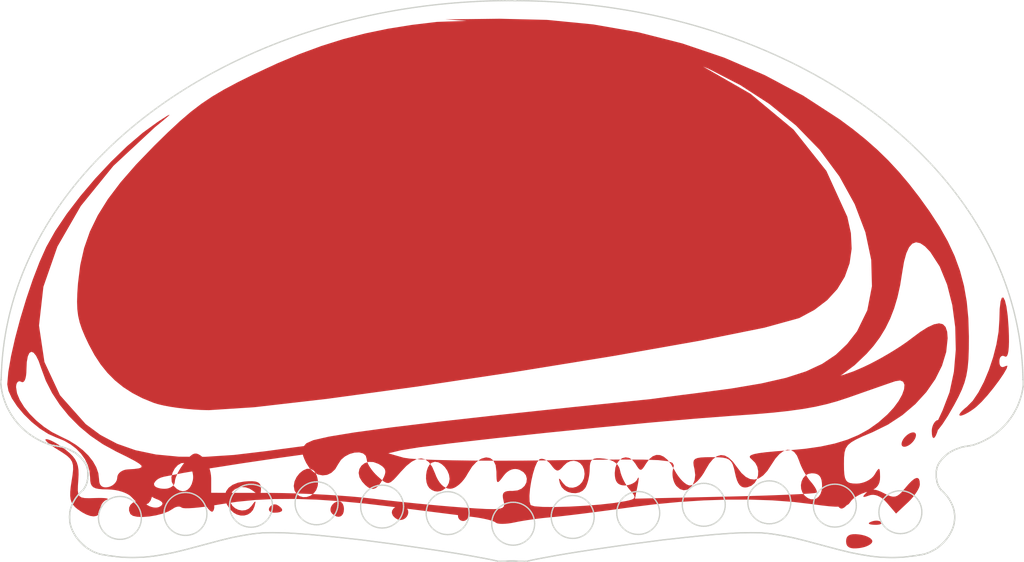
<source format=kicad_pcb>
(kicad_pcb (version 4) (host pcbnew 4.0.3+e1-6302~38~ubuntu14.04.1-stable)
  (layers (0 F.Cu signal) (31 B.Cu signal) (34 B.Paste user) (35 F.Paste user) (36 B.SilkS user) (37 F.SilkS user) (38 B.Mask user) (39 F.Mask user) (44 Edge.Cuts user))
  (net 0 "")
  (module footprints:jelly (layer F.Cu) (at 148.5011 105.0036)
    (fp_text reference DNP1 hide)
    (fp_text value jelly hide)
    (fp_line (start -0.115439 -15.70614) (end -0.307437 -15.705576) (layer Edge.Cuts) (width 0.076916))
    (fp_line (start -0.307437 -15.705576) (end -0.499134 -15.704165) (layer Edge.Cuts) (width 0.076916))
    (fp_line (start -0.499134 -15.704165) (end -0.690546 -15.702753) (layer Edge.Cuts) (width 0.076916))
    (fp_line (start -0.690546 -15.702753) (end -0.881649 -15.699677) (layer Edge.Cuts) (width 0.076916))
    (fp_line (start -0.881649 -15.699677) (end -1.072485 -15.695839) (layer Edge.Cuts) (width 0.076916))
    (fp_line (start -1.072485 -15.695839) (end -1.262997 -15.690449) (layer Edge.Cuts) (width 0.076916))
    (fp_line (start -1.262997 -15.690449) (end -1.453209 -15.684296) (layer Edge.Cuts) (width 0.076916))
    (fp_line (start -1.453209 -15.684296) (end -1.643105 -15.677382) (layer Edge.Cuts) (width 0.076916))
    (fp_line (start -1.643105 -15.677382) (end -1.83271 -15.668915) (layer Edge.Cuts) (width 0.076916))
    (fp_line (start -1.83271 -15.668915) (end -2.021977 -15.659771) (layer Edge.Cuts) (width 0.076916))
    (fp_line (start -2.021977 -15.659771) (end -2.210927 -15.649611) (layer Edge.Cuts) (width 0.076916))
    (fp_line (start -2.210927 -15.649611) (end -2.399556 -15.639141) (layer Edge.Cuts) (width 0.076916))
    (fp_line (start -2.399556 -15.639141) (end -2.587869 -15.627767) (layer Edge.Cuts) (width 0.076916))
    (fp_line (start -2.587869 -15.627767) (end -2.775826 -15.615547) (layer Edge.Cuts) (width 0.076916))
    (fp_line (start -2.775826 -15.615547) (end -2.963479 -15.60248) (layer Edge.Cuts) (width 0.076916))
    (fp_line (start -2.963479 -15.60248) (end -3.150781 -15.588482) (layer Edge.Cuts) (width 0.076916))
    (fp_line (start -3.150781 -15.588482) (end -3.337725 -15.573637) (layer Edge.Cuts) (width 0.076916))
    (fp_line (start -3.337725 -15.573637) (end -3.524347 -15.557945) (layer Edge.Cuts) (width 0.076916))
    (fp_line (start -3.524347 -15.557945) (end -3.71062 -15.541407) (layer Edge.Cuts) (width 0.076916))
    (fp_line (start -3.71062 -15.541407) (end -3.896525 -15.523937) (layer Edge.Cuts) (width 0.076916))
    (fp_line (start -3.896525 -15.523937) (end -4.082092 -15.505706) (layer Edge.Cuts) (width 0.076916))
    (fp_line (start -4.082092 -15.505706) (end -4.26728 -15.486543) (layer Edge.Cuts) (width 0.076916))
    (fp_line (start -4.26728 -15.486543) (end -4.452116 -15.466533) (layer Edge.Cuts) (width 0.076916))
    (fp_line (start -4.452116 -15.466533) (end -4.636591 -15.445677) (layer Edge.Cuts) (width 0.076916))
    (fp_line (start -4.636591 -15.445677) (end -4.820681 -15.423974) (layer Edge.Cuts) (width 0.076916))
    (fp_line (start -4.820681 -15.423974) (end -5.004408 -15.401453) (layer Edge.Cuts) (width 0.076916))
    (fp_line (start -5.004408 -15.401453) (end -5.187759 -15.378057) (layer Edge.Cuts) (width 0.076916))
    (fp_line (start -5.187759 -15.378057) (end -5.370721 -15.353842) (layer Edge.Cuts) (width 0.076916))
    (fp_line (start -5.370721 -15.353842) (end -5.553302 -15.328781) (layer Edge.Cuts) (width 0.076916))
    (fp_line (start -5.553302 -15.328781) (end -5.735493 -15.302845) (layer Edge.Cuts) (width 0.076916))
    (fp_line (start -5.735493 -15.302845) (end -5.917304 -15.27609) (layer Edge.Cuts) (width 0.076916))
    (fp_line (start -5.917304 -15.27609) (end -6.09871 -15.248545) (layer Edge.Cuts) (width 0.076916))
    (fp_line (start -6.09871 -15.248545) (end -6.279716 -15.220165) (layer Edge.Cuts) (width 0.076916))
    (fp_line (start -6.279716 -15.220165) (end -6.460322 -15.190935) (layer Edge.Cuts) (width 0.076916))
    (fp_line (start -6.460322 -15.190935) (end -6.640512 -15.160938) (layer Edge.Cuts) (width 0.076916))
    (fp_line (start -6.640512 -15.160938) (end -6.820302 -15.130096) (layer Edge.Cuts) (width 0.076916))
    (fp_line (start -6.820302 -15.130096) (end -6.999677 -15.098482) (layer Edge.Cuts) (width 0.076916))
    (fp_line (start -6.999677 -15.098482) (end -7.178637 -15.065947) (layer Edge.Cuts) (width 0.076916))
    (fp_line (start -7.178637 -15.065947) (end -7.357165 -15.032721) (layer Edge.Cuts) (width 0.076916))
    (fp_line (start -7.357165 -15.032721) (end -7.535278 -14.998646) (layer Edge.Cuts) (width 0.076916))
    (fp_line (start -7.535278 -14.998646) (end -7.712968 -14.963726) (layer Edge.Cuts) (width 0.076916))
    (fp_line (start -7.712968 -14.963726) (end -7.890212 -14.928116) (layer Edge.Cuts) (width 0.076916))
    (fp_line (start -7.890212 -14.928116) (end -8.067033 -14.891579) (layer Edge.Cuts) (width 0.076916))
    (fp_line (start -8.067033 -14.891579) (end -8.243402 -14.854354) (layer Edge.Cuts) (width 0.076916))
    (fp_line (start -8.243402 -14.854354) (end -8.419339 -14.816279) (layer Edge.Cuts) (width 0.076916))
    (fp_line (start -8.419339 -14.816279) (end -8.594828 -14.777437) (layer Edge.Cuts) (width 0.076916))
    (fp_line (start -8.594828 -14.777437) (end -8.769865 -14.737827) (layer Edge.Cuts) (width 0.076916))
    (fp_line (start -8.769865 -14.737827) (end -8.944456 -14.697444) (layer Edge.Cuts) (width 0.076916))
    (fp_line (start -8.944456 -14.697444) (end -9.118584 -14.65622) (layer Edge.Cuts) (width 0.076916))
    (fp_line (start -9.118584 -14.65622) (end -9.292261 -14.614222) (layer Edge.Cuts) (width 0.076916))
    (fp_line (start -9.292261 -14.614222) (end -9.465461 -14.571457) (layer Edge.Cuts) (width 0.076916))
    (fp_line (start -9.465461 -14.571457) (end -9.638189 -14.527925) (layer Edge.Cuts) (width 0.076916))
    (fp_line (start -9.638189 -14.527925) (end -9.810463 -14.483621) (layer Edge.Cuts) (width 0.076916))
    (fp_line (start -9.810463 -14.483621) (end -9.982246 -14.438624) (layer Edge.Cuts) (width 0.076916))
    (fp_line (start -9.982246 -14.438624) (end -10.153569 -14.392706) (layer Edge.Cuts) (width 0.076916))
    (fp_line (start -10.153569 -14.392706) (end -10.324398 -14.346171) (layer Edge.Cuts) (width 0.076916))
    (fp_line (start -10.324398 -14.346171) (end -10.494736 -14.298791) (layer Edge.Cuts) (width 0.076916))
    (fp_line (start -10.494736 -14.298791) (end -10.664597 -14.25072) (layer Edge.Cuts) (width 0.076916))
    (fp_line (start -10.664597 -14.25072) (end -10.833956 -14.201803) (layer Edge.Cuts) (width 0.076916))
    (fp_line (start -10.833956 -14.201803) (end -11.002818 -14.152191) (layer Edge.Cuts) (width 0.076916))
    (fp_line (start -11.002818 -14.152191) (end -11.171192 -14.101735) (layer Edge.Cuts) (width 0.076916))
    (fp_line (start -11.171192 -14.101735) (end -11.339046 -14.050585) (layer Edge.Cuts) (width 0.076916))
    (fp_line (start -11.339046 -14.050585) (end -11.506415 -13.99882) (layer Edge.Cuts) (width 0.076916))
    (fp_line (start -11.506415 -13.99882) (end -11.673245 -13.946211) (layer Edge.Cuts) (width 0.076916))
    (fp_line (start -11.673245 -13.946211) (end -11.839573 -13.892908) (layer Edge.Cuts) (width 0.076916))
    (fp_line (start -11.839573 -13.892908) (end -12.005396 -13.838837) (layer Edge.Cuts) (width 0.076916))
    (fp_line (start -12.005396 -13.838837) (end -12.170679 -13.784071) (layer Edge.Cuts) (width 0.076916))
    (fp_line (start -12.170679 -13.784071) (end -12.33544 -13.728462) (layer Edge.Cuts) (width 0.076916))
    (fp_line (start -12.33544 -13.728462) (end -12.499671 -13.672238) (layer Edge.Cuts) (width 0.076916))
    (fp_line (start -12.499671 -13.672238) (end -12.663371 -13.61532) (layer Edge.Cuts) (width 0.076916))
    (fp_line (start -12.663371 -13.61532) (end -12.826546 -13.557633) (layer Edge.Cuts) (width 0.076916))
    (fp_line (start -12.826546 -13.557633) (end -12.989169 -13.499256) (layer Edge.Cuts) (width 0.076916))
    (fp_line (start -12.989169 -13.499256) (end -13.151254 -13.440108) (layer Edge.Cuts) (width 0.076916))
    (fp_line (start -13.151254 -13.440108) (end -13.312784 -13.380265) (layer Edge.Cuts) (width 0.076916))
    (fp_line (start -13.312784 -13.380265) (end -13.473775 -13.319734) (layer Edge.Cuts) (width 0.076916))
    (fp_line (start -13.473775 -13.319734) (end -13.634207 -13.258433) (layer Edge.Cuts) (width 0.076916))
    (fp_line (start -13.634207 -13.258433) (end -13.794075 -13.196516) (layer Edge.Cuts) (width 0.076916))
    (fp_line (start -13.794075 -13.196516) (end -13.953392 -13.133905) (layer Edge.Cuts) (width 0.076916))
    (fp_line (start -13.953392 -13.133905) (end -14.112136 -13.070526) (layer Edge.Cuts) (width 0.076916))
    (fp_line (start -14.112136 -13.070526) (end -14.270313 -13.006456) (layer Edge.Cuts) (width 0.076916))
    (fp_line (start -14.270313 -13.006456) (end -14.427915 -12.941771) (layer Edge.Cuts) (width 0.076916))
    (fp_line (start -14.427915 -12.941771) (end -14.584952 -12.876315) (layer Edge.Cuts) (width 0.076916))
    (fp_line (start -14.584952 -12.876315) (end -14.741399 -12.810168) (layer Edge.Cuts) (width 0.076916))
    (fp_line (start -14.741399 -12.810168) (end -14.897262 -12.743329) (layer Edge.Cuts) (width 0.076916))
    (fp_line (start -14.897262 -12.743329) (end -15.052546 -12.675796) (layer Edge.Cuts) (width 0.076916))
    (fp_line (start -15.052546 -12.675796) (end -15.207223 -12.607648) (layer Edge.Cuts) (width 0.076916))
    (fp_line (start -15.207223 -12.607648) (end -15.361322 -12.538808) (layer Edge.Cuts) (width 0.076916))
    (fp_line (start -15.361322 -12.538808) (end -15.514823 -12.469201) (layer Edge.Cuts) (width 0.076916))
    (fp_line (start -15.514823 -12.469201) (end -15.667725 -12.398976) (layer Edge.Cuts) (width 0.076916))
    (fp_line (start -15.667725 -12.398976) (end -15.820024 -12.328062) (layer Edge.Cuts) (width 0.076916))
    (fp_line (start -15.820024 -12.328062) (end -15.971701 -12.25653) (layer Edge.Cuts) (width 0.076916))
    (fp_line (start -15.971701 -12.25653) (end -16.122772 -12.184306) (layer Edge.Cuts) (width 0.076916))
    (fp_line (start -16.122772 -12.184306) (end -16.273227 -12.111468) (layer Edge.Cuts) (width 0.076916))
    (fp_line (start -16.273227 -12.111468) (end -16.423059 -12.037858) (layer Edge.Cuts) (width 0.076916))
    (fp_line (start -16.423059 -12.037858) (end -16.572276 -11.963558) (layer Edge.Cuts) (width 0.076916))
    (fp_line (start -16.572276 -11.963558) (end -16.72086 -11.888718) (layer Edge.Cuts) (width 0.076916))
    (fp_line (start -16.72086 -11.888718) (end -16.868824 -11.813266) (layer Edge.Cuts) (width 0.076916))
    (fp_line (start -16.868824 -11.813266) (end -17.016146 -11.737041) (layer Edge.Cuts) (width 0.076916))
    (fp_line (start -17.016146 -11.737041) (end -17.162831 -11.660203) (layer Edge.Cuts) (width 0.076916))
    (fp_line (start -17.162831 -11.660203) (end -17.308879 -11.582733) (layer Edge.Cuts) (width 0.076916))
    (fp_line (start -17.308879 -11.582733) (end -17.454279 -11.504664) (layer Edge.Cuts) (width 0.076916))
    (fp_line (start -17.454279 -11.504664) (end -17.599028 -11.426003) (layer Edge.Cuts) (width 0.076916))
    (fp_line (start -17.599028 -11.426003) (end -17.743137 -11.346586) (layer Edge.Cuts) (width 0.076916))
    (fp_line (start -17.743137 -11.346586) (end -17.886593 -11.266573) (layer Edge.Cuts) (width 0.076916))
    (fp_line (start -17.886593 -11.266573) (end -18.029364 -11.185973) (layer Edge.Cuts) (width 0.076916))
    (fp_line (start -18.029364 -11.185973) (end -18.171496 -11.104781) (layer Edge.Cuts) (width 0.076916))
    (fp_line (start -18.171496 -11.104781) (end -18.312952 -11.022996) (layer Edge.Cuts) (width 0.076916))
    (fp_line (start -18.312952 -11.022996) (end -18.453744 -10.940533) (layer Edge.Cuts) (width 0.076916))
    (fp_line (start -18.453744 -10.940533) (end -18.593862 -10.857396) (layer Edge.Cuts) (width 0.076916))
    (fp_line (start -18.593862 -10.857396) (end -18.733302 -10.773667) (layer Edge.Cuts) (width 0.076916))
    (fp_line (start -18.733302 -10.773667) (end -18.872065 -10.689344) (layer Edge.Cuts) (width 0.076916))
    (fp_line (start -18.872065 -10.689344) (end -19.010128 -10.60439) (layer Edge.Cuts) (width 0.076916))
    (fp_line (start -19.010128 -10.60439) (end -19.147517 -10.518823) (layer Edge.Cuts) (width 0.076916))
    (fp_line (start -19.147517 -10.518823) (end -19.284217 -10.432655) (layer Edge.Cuts) (width 0.076916))
    (fp_line (start -19.284217 -10.432655) (end -19.420211 -10.345877) (layer Edge.Cuts) (width 0.076916))
    (fp_line (start -19.420211 -10.345877) (end -19.555523 -10.258501) (layer Edge.Cuts) (width 0.076916))
    (fp_line (start -19.555523 -10.258501) (end -19.690117 -10.17051) (layer Edge.Cuts) (width 0.076916))
    (fp_line (start -19.690117 -10.17051) (end -19.824012 -10.082011) (layer Edge.Cuts) (width 0.076916))
    (fp_line (start -19.824012 -10.082011) (end -19.95719 -9.992919) (layer Edge.Cuts) (width 0.076916))
    (fp_line (start -19.95719 -9.992919) (end -20.089662 -9.903206) (layer Edge.Cuts) (width 0.076916))
    (fp_line (start -20.089662 -9.903206) (end -20.22142 -9.812898) (layer Edge.Cuts) (width 0.076916))
    (fp_line (start -20.22142 -9.812898) (end -20.352459 -9.721977) (layer Edge.Cuts) (width 0.076916))
    (fp_line (start -20.352459 -9.721977) (end -20.482764 -9.630455) (layer Edge.Cuts) (width 0.076916))
    (fp_line (start -20.482764 -9.630455) (end -20.612343 -9.538417) (layer Edge.Cuts) (width 0.076916))
    (fp_line (start -20.612343 -9.538417) (end -20.741206 -9.445789) (layer Edge.Cuts) (width 0.076916))
    (fp_line (start -20.741206 -9.445789) (end -20.869326 -9.352542) (layer Edge.Cuts) (width 0.076916))
    (fp_line (start -20.869326 -9.352542) (end -20.996696 -9.258791) (layer Edge.Cuts) (width 0.076916))
    (fp_line (start -20.996696 -9.258791) (end -21.123338 -9.164447) (layer Edge.Cuts) (width 0.076916))
    (fp_line (start -21.123338 -9.164447) (end -21.24841 -9.070193) (layer Edge.Cuts) (width 0.076916))
    (fp_line (start -21.24841 -9.070193) (end -21.372754 -8.975333) (layer Edge.Cuts) (width 0.076916))
    (fp_line (start -21.372754 -8.975333) (end -21.496342 -8.879973) (layer Edge.Cuts) (width 0.076916))
    (fp_line (start -21.496342 -8.879973) (end -21.619182 -8.783997) (layer Edge.Cuts) (width 0.076916))
    (fp_line (start -21.619182 -8.783997) (end -21.741271 -8.687522) (layer Edge.Cuts) (width 0.076916))
    (fp_line (start -21.741271 -8.687522) (end -21.862596 -8.590449) (layer Edge.Cuts) (width 0.076916))
    (fp_line (start -21.862596 -8.590449) (end -21.98317 -8.492851) (layer Edge.Cuts) (width 0.076916))
    (fp_line (start -21.98317 -8.492851) (end -22.10299 -8.394759) (layer Edge.Cuts) (width 0.076916))
    (fp_line (start -22.10299 -8.394759) (end -22.222031 -8.296069) (layer Edge.Cuts) (width 0.076916))
    (fp_line (start -22.222031 -8.296069) (end -22.340305 -8.196862) (layer Edge.Cuts) (width 0.076916))
    (fp_line (start -22.340305 -8.196862) (end -22.4578 -8.097159) (layer Edge.Cuts) (width 0.076916))
    (fp_line (start -22.4578 -8.097159) (end -22.574527 -7.996846) (layer Edge.Cuts) (width 0.076916))
    (fp_line (start -22.574527 -7.996846) (end -22.690469 -7.896025) (layer Edge.Cuts) (width 0.076916))
    (fp_line (start -22.690469 -7.896025) (end -22.805636 -7.794718) (layer Edge.Cuts) (width 0.076916))
    (fp_line (start -22.805636 -7.794718) (end -22.920001 -7.692875) (layer Edge.Cuts) (width 0.076916))
    (fp_line (start -22.920001 -7.692875) (end -23.033584 -7.590516) (layer Edge.Cuts) (width 0.076916))
    (fp_line (start -23.033584 -7.590516) (end -23.146371 -7.487641) (layer Edge.Cuts) (width 0.076916))
    (fp_line (start -23.146371 -7.487641) (end -23.258363 -7.384243) (layer Edge.Cuts) (width 0.076916))
    (fp_line (start -23.258363 -7.384243) (end -23.369536 -7.280346) (layer Edge.Cuts) (width 0.076916))
    (fp_line (start -23.369536 -7.280346) (end -23.479932 -7.175949) (layer Edge.Cuts) (width 0.076916))
    (fp_line (start -23.479932 -7.175949) (end -23.5895 -7.071019) (layer Edge.Cuts) (width 0.076916))
    (fp_line (start -23.5895 -7.071019) (end -23.698265 -6.965614) (layer Edge.Cuts) (width 0.076916))
    (fp_line (start -23.698265 -6.965614) (end -23.806201 -6.859693) (layer Edge.Cuts) (width 0.076916))
    (fp_line (start -23.806201 -6.859693) (end -23.913321 -6.753282) (layer Edge.Cuts) (width 0.076916))
    (fp_line (start -23.913321 -6.753282) (end -24.019626 -6.646367) (layer Edge.Cuts) (width 0.076916))
    (fp_line (start -24.019626 -6.646367) (end -24.125101 -6.53897) (layer Edge.Cuts) (width 0.076916))
    (fp_line (start -24.125101 -6.53897) (end -24.229743 -6.431074) (layer Edge.Cuts) (width 0.076916))
    (fp_line (start -24.229743 -6.431074) (end -24.333556 -6.322706) (layer Edge.Cuts) (width 0.076916))
    (fp_line (start -24.333556 -6.322706) (end -24.43653 -6.213842) (layer Edge.Cuts) (width 0.076916))
    (fp_line (start -24.43653 -6.213842) (end -24.538667 -6.104498) (layer Edge.Cuts) (width 0.076916))
    (fp_line (start -24.538667 -6.104498) (end -24.639942 -5.99468) (layer Edge.Cuts) (width 0.076916))
    (fp_line (start -24.639942 -5.99468) (end -24.740357 -5.88439) (layer Edge.Cuts) (width 0.076916))
    (fp_line (start -24.740357 -5.88439) (end -24.83997 -5.773606) (layer Edge.Cuts) (width 0.076916))
    (fp_line (start -24.83997 -5.773606) (end -24.93866 -5.662371) (layer Edge.Cuts) (width 0.076916))
    (fp_line (start -24.93866 -5.662371) (end -25.036549 -5.550651) (layer Edge.Cuts) (width 0.076916))
    (fp_line (start -25.036549 -5.550651) (end -25.133532 -5.438479) (layer Edge.Cuts) (width 0.076916))
    (fp_line (start -25.133532 -5.438479) (end -25.229707 -5.325836) (layer Edge.Cuts) (width 0.076916))
    (fp_line (start -25.229707 -5.325836) (end -25.324969 -5.212755) (layer Edge.Cuts) (width 0.076916))
    (fp_line (start -25.324969 -5.212755) (end -25.41942 -5.099189) (layer Edge.Cuts) (width 0.076916))
    (fp_line (start -25.41942 -5.099189) (end -25.512965 -4.985185) (layer Edge.Cuts) (width 0.076916))
    (fp_line (start -25.512965 -4.985185) (end -25.60561 -4.870727) (layer Edge.Cuts) (width 0.076916))
    (fp_line (start -25.60561 -4.870727) (end -25.697324 -4.755814) (layer Edge.Cuts) (width 0.076916))
    (fp_line (start -25.697324 -4.755814) (end -25.788245 -4.640456) (layer Edge.Cuts) (width 0.076916))
    (fp_line (start -25.788245 -4.640456) (end -25.87826 -4.52466) (layer Edge.Cuts) (width 0.076916))
    (fp_line (start -25.87826 -4.52466) (end -25.96736 -4.40841) (layer Edge.Cuts) (width 0.076916))
    (fp_line (start -25.96736 -4.40841) (end -26.055552 -4.291728) (layer Edge.Cuts) (width 0.076916))
    (fp_line (start -26.055552 -4.291728) (end -26.142826 -4.174626) (layer Edge.Cuts) (width 0.076916))
    (fp_line (start -26.142826 -4.174626) (end -26.229203 -4.057066) (layer Edge.Cuts) (width 0.076916))
    (fp_line (start -26.229203 -4.057066) (end -26.314671 -3.939094) (layer Edge.Cuts) (width 0.076916))
    (fp_line (start -26.314671 -3.939094) (end -26.399216 -3.820682) (layer Edge.Cuts) (width 0.076916))
    (fp_line (start -26.399216 -3.820682) (end -26.482861 -3.701842) (layer Edge.Cuts) (width 0.076916))
    (fp_line (start -26.482861 -3.701842) (end -26.565578 -3.582583) (layer Edge.Cuts) (width 0.076916))
    (fp_line (start -26.565578 -3.582583) (end -26.647448 -3.462926) (layer Edge.Cuts) (width 0.076916))
    (fp_line (start -26.647448 -3.462926) (end -26.728383 -3.342821) (layer Edge.Cuts) (width 0.076916))
    (fp_line (start -26.728383 -3.342821) (end -26.808393 -3.222318) (layer Edge.Cuts) (width 0.076916))
    (fp_line (start -26.808393 -3.222318) (end -26.887393 -3.101405) (layer Edge.Cuts) (width 0.076916))
    (fp_line (start -26.887393 -3.101405) (end -26.965461 -2.980081) (layer Edge.Cuts) (width 0.076916))
    (fp_line (start -26.965461 -2.980081) (end -27.042601 -2.858339) (layer Edge.Cuts) (width 0.076916))
    (fp_line (start -27.042601 -2.858339) (end -27.118824 -2.736213) (layer Edge.Cuts) (width 0.076916))
    (fp_line (start -27.118824 -2.736213) (end -27.194123 -2.613669) (layer Edge.Cuts) (width 0.076916))
    (fp_line (start -27.194123 -2.613669) (end -27.2685 -2.490736) (layer Edge.Cuts) (width 0.076916))
    (fp_line (start -27.2685 -2.490736) (end -27.341802 -2.367407) (layer Edge.Cuts) (width 0.076916))
    (fp_line (start -27.341802 -2.367407) (end -27.414181 -2.243681) (layer Edge.Cuts) (width 0.076916))
    (fp_line (start -27.414181 -2.243681) (end -27.485557 -2.119571) (layer Edge.Cuts) (width 0.076916))
    (fp_line (start -27.485557 -2.119571) (end -27.556088 -1.995069) (layer Edge.Cuts) (width 0.076916))
    (fp_line (start -27.556088 -1.995069) (end -27.625621 -1.87018) (layer Edge.Cuts) (width 0.076916))
    (fp_line (start -27.625621 -1.87018) (end -27.694154 -1.744916) (layer Edge.Cuts) (width 0.076916))
    (fp_line (start -27.694154 -1.744916) (end -27.76176 -1.619267) (layer Edge.Cuts) (width 0.076916))
    (fp_line (start -27.76176 -1.619267) (end -27.82837 -1.493241) (layer Edge.Cuts) (width 0.076916))
    (fp_line (start -27.82837 -1.493241) (end -27.893902 -1.366845) (layer Edge.Cuts) (width 0.076916))
    (fp_line (start -27.893902 -1.366845) (end -27.958511 -1.240074) (layer Edge.Cuts) (width 0.076916))
    (fp_line (start -27.958511 -1.240074) (end -28.022121 -1.112938) (layer Edge.Cuts) (width 0.076916))
    (fp_line (start -28.022121 -1.112938) (end -28.084729 -0.985427) (layer Edge.Cuts) (width 0.076916))
    (fp_line (start -28.084729 -0.985427) (end -28.146338 -0.857555) (layer Edge.Cuts) (width 0.076916))
    (fp_line (start -28.146338 -0.857555) (end -28.206948 -0.729339) (layer Edge.Cuts) (width 0.076916))
    (fp_line (start -28.206948 -0.729339) (end -28.26648 -0.60075) (layer Edge.Cuts) (width 0.076916))
    (fp_line (start -28.26648 -0.60075) (end -28.325089 -0.471817) (layer Edge.Cuts) (width 0.076916))
    (fp_line (start -28.325089 -0.471817) (end -28.382699 -0.342514) (layer Edge.Cuts) (width 0.076916))
    (fp_line (start -28.382699 -0.342514) (end -28.43931 -0.212864) (layer Edge.Cuts) (width 0.076916))
    (fp_line (start -28.43931 -0.212864) (end -28.49492 -0.08287) (layer Edge.Cuts) (width 0.076916))
    (fp_line (start -28.49492 -0.08287) (end -28.54953 0.047455) (layer Edge.Cuts) (width 0.076916))
    (fp_line (start -28.54953 0.047455) (end -28.603064 0.178135) (layer Edge.Cuts) (width 0.076916))
    (fp_line (start -28.603064 0.178135) (end -28.655597 0.309146) (layer Edge.Cuts) (width 0.076916))
    (fp_line (start -28.655597 0.309146) (end -28.707131 0.440509) (layer Edge.Cuts) (width 0.076916))
    (fp_line (start -28.707131 0.440509) (end -28.757587 0.572196) (layer Edge.Cuts) (width 0.076916))
    (fp_line (start -28.757587 0.572196) (end -28.807043 0.704209) (layer Edge.Cuts) (width 0.076916))
    (fp_line (start -28.807043 0.704209) (end -28.855425 0.836557) (layer Edge.Cuts) (width 0.076916))
    (fp_line (start -28.855425 0.836557) (end -28.902728 0.969243) (layer Edge.Cuts) (width 0.076916))
    (fp_line (start -28.902728 0.969243) (end -28.949029 1.102229) (layer Edge.Cuts) (width 0.076916))
    (fp_line (start -28.949029 1.102229) (end -28.994179 1.235548) (layer Edge.Cuts) (width 0.076916))
    (fp_line (start -28.994179 1.235548) (end -29.038406 1.369172) (layer Edge.Cuts) (width 0.076916))
    (fp_line (start -29.038406 1.369172) (end -29.081555 1.50312) (layer Edge.Cuts) (width 0.076916))
    (fp_line (start -29.081555 1.50312) (end -29.123553 1.637385) (layer Edge.Cuts) (width 0.076916))
    (fp_line (start -29.123553 1.637385) (end -29.164469 1.771957) (layer Edge.Cuts) (width 0.076916))
    (fp_line (start -29.164469 1.771957) (end -29.204313 1.906845) (layer Edge.Cuts) (width 0.076916))
    (fp_line (start -29.204313 1.906845) (end -29.243079 2.042015) (layer Edge.Cuts) (width 0.076916))
    (fp_line (start -29.243079 2.042015) (end -29.280843 2.177502) (layer Edge.Cuts) (width 0.076916))
    (fp_line (start -29.280843 2.177502) (end -29.317532 2.31329) (layer Edge.Cuts) (width 0.076916))
    (fp_line (start -29.317532 2.31329) (end -29.353067 2.449361) (layer Edge.Cuts) (width 0.076916))
    (fp_line (start -29.353067 2.449361) (end -29.387526 2.585739) (layer Edge.Cuts) (width 0.076916))
    (fp_line (start -29.387526 2.585739) (end -29.420908 2.722396) (layer Edge.Cuts) (width 0.076916))
    (fp_line (start -29.420908 2.722396) (end -29.45329 2.85935) (layer Edge.Cuts) (width 0.076916))
    (fp_line (start -29.45329 2.85935) (end -29.484439 2.996584) (layer Edge.Cuts) (width 0.076916))
    (fp_line (start -29.484439 2.996584) (end -29.514512 3.134108) (layer Edge.Cuts) (width 0.076916))
    (fp_line (start -29.514512 3.134108) (end -29.54351 3.271911) (layer Edge.Cuts) (width 0.076916))
    (fp_line (start -29.54351 3.271911) (end -29.571366 3.409989) (layer Edge.Cuts) (width 0.076916))
    (fp_line (start -29.571366 3.409989) (end -29.59812 3.548331) (layer Edge.Cuts) (width 0.076916))
    (fp_line (start -29.59812 3.548331) (end -29.623803 3.68697) (layer Edge.Cuts) (width 0.076916))
    (fp_line (start -29.623803 3.68697) (end -29.648328 3.825857) (layer Edge.Cuts) (width 0.076916))
    (fp_line (start -29.648328 3.825857) (end -29.671696 3.965012) (layer Edge.Cuts) (width 0.076916))
    (fp_line (start -29.671696 3.965012) (end -29.693935 4.104444) (layer Edge.Cuts) (width 0.076916))
    (fp_line (start -29.693935 4.104444) (end -29.715102 4.244124) (layer Edge.Cuts) (width 0.076916))
    (fp_line (start -29.715102 4.244124) (end -29.735111 4.384073) (layer Edge.Cuts) (width 0.076916))
    (fp_line (start -29.735111 4.384073) (end -29.75402 4.524272) (layer Edge.Cuts) (width 0.076916))
    (fp_line (start -29.75402 4.524272) (end -29.771715 4.66472) (layer Edge.Cuts) (width 0.076916))
    (fp_line (start -29.771715 4.66472) (end -29.788254 4.805422) (layer Edge.Cuts) (width 0.076916))
    (fp_line (start -29.788254 4.805422) (end -29.803719 4.946386) (layer Edge.Cuts) (width 0.076916))
    (fp_line (start -29.803719 4.946386) (end -29.818028 5.087588) (layer Edge.Cuts) (width 0.076916))
    (fp_line (start -29.818028 5.087588) (end -29.831095 5.229021) (layer Edge.Cuts) (width 0.076916))
    (fp_line (start -29.831095 5.229021) (end -29.843005 5.370691) (layer Edge.Cuts) (width 0.076916))
    (fp_line (start -29.843005 5.370691) (end -29.853842 5.512614) (layer Edge.Cuts) (width 0.076916))
    (fp_line (start -29.853842 5.512614) (end -29.864002 5.65477) (layer Edge.Cuts) (width 0.076916))
    (fp_line (start -29.864002 5.65477) (end -29.872469 5.797157) (layer Edge.Cuts) (width 0.076916))
    (fp_line (start -29.872469 5.797157) (end -29.879383 5.939766) (layer Edge.Cuts) (width 0.076916))
    (fp_line (start -29.879383 5.939766) (end -29.885536 6.082613) (layer Edge.Cuts) (width 0.076916))
    (fp_line (start -29.885536 6.082613) (end -29.890926 6.225669) (layer Edge.Cuts) (width 0.076916))
    (fp_line (start -29.890926 6.225669) (end -29.894764 6.368956) (layer Edge.Cuts) (width 0.076916))
    (fp_line (start -29.894764 6.368956) (end -29.89784 6.512449) (layer Edge.Cuts) (width 0.076916))
    (fp_line (start -29.89784 6.512449) (end -29.898086 6.512364) (layer Edge.Cuts) (width 0.076916))
    (fp_line (start -29.898086 6.512364) (end -29.898357 6.512265) (layer Edge.Cuts) (width 0.076916))
    (fp_line (start -29.898357 6.512265) (end -29.898602 6.512164) (layer Edge.Cuts) (width 0.076916))
    (fp_line (start -29.898602 6.512164) (end -29.898856 6.512065) (layer Edge.Cuts) (width 0.076916))
    (fp_line (start -29.898856 6.512065) (end -29.89911 6.511963) (layer Edge.Cuts) (width 0.076916))
    (fp_line (start -29.89911 6.511963) (end -29.89937 6.511873) (layer Edge.Cuts) (width 0.076916))
    (fp_line (start -29.89937 6.511873) (end -29.899624 6.511771) (layer Edge.Cuts) (width 0.076916))
    (fp_line (start -29.899624 6.511771) (end -29.899878 6.511687) (layer Edge.Cuts) (width 0.076916))
    (fp_line (start -29.899878 6.511687) (end -29.900132 6.511588) (layer Edge.Cuts) (width 0.076916))
    (fp_line (start -29.900132 6.511588) (end -29.900386 6.511495) (layer Edge.Cuts) (width 0.076916))
    (fp_line (start -29.900386 6.511495) (end -29.900649 6.511388) (layer Edge.Cuts) (width 0.076916))
    (fp_line (start -29.900649 6.511388) (end -29.900903 6.511286) (layer Edge.Cuts) (width 0.076916))
    (fp_line (start -29.900903 6.511286) (end -29.901157 6.511196) (layer Edge.Cuts) (width 0.076916))
    (fp_line (start -29.901157 6.511196) (end -29.901416 6.511094) (layer Edge.Cuts) (width 0.076916))
    (fp_line (start -29.901416 6.511094) (end -29.90167 6.511009) (layer Edge.Cuts) (width 0.076916))
    (fp_line (start -29.90167 6.511009) (end -29.901924 6.510911) (layer Edge.Cuts) (width 0.076916))
    (fp_line (start -29.901924 6.510911) (end -29.902178 6.510812) (layer Edge.Cuts) (width 0.076916))
    (fp_line (start -29.902178 6.510812) (end -29.902441 6.510719) (layer Edge.Cuts) (width 0.076916))
    (fp_line (start -29.902441 6.510719) (end -29.902678 6.510611) (layer Edge.Cuts) (width 0.076916))
    (fp_line (start -29.902678 6.510611) (end -29.902932 6.510518) (layer Edge.Cuts) (width 0.076916))
    (fp_line (start -29.902932 6.510518) (end -29.903186 6.51042) (layer Edge.Cuts) (width 0.076916))
    (fp_line (start -29.903186 6.51042) (end -29.90344 6.510318) (layer Edge.Cuts) (width 0.076916))
    (fp_line (start -29.90344 6.510318) (end -29.903702 6.510225) (layer Edge.Cuts) (width 0.076916))
    (fp_line (start -29.903702 6.510225) (end -29.903956 6.510126) (layer Edge.Cuts) (width 0.076916))
    (fp_line (start -29.903956 6.510126) (end -29.90421 6.510041) (layer Edge.Cuts) (width 0.076916))
    (fp_line (start -29.90421 6.510041) (end -29.90447 6.509934) (layer Edge.Cuts) (width 0.076916))
    (fp_line (start -29.90447 6.509934) (end -29.904724 6.509832) (layer Edge.Cuts) (width 0.076916))
    (fp_line (start -29.904724 6.509832) (end -29.904978 6.509742) (layer Edge.Cuts) (width 0.076916))
    (fp_line (start -29.904978 6.509742) (end -29.905232 6.509641) (layer Edge.Cuts) (width 0.076916))
    (fp_line (start -29.905232 6.509641) (end -29.905494 6.50955) (layer Edge.Cuts) (width 0.076916))
    (fp_line (start -29.905494 6.50955) (end -29.905748 6.509449) (layer Edge.Cuts) (width 0.076916))
    (fp_line (start -29.905748 6.509449) (end -29.906002 6.50935) (layer Edge.Cuts) (width 0.076916))
    (fp_line (start -29.906002 6.50935) (end -29.906256 6.509265) (layer Edge.Cuts) (width 0.076916))
    (fp_line (start -29.906256 6.509265) (end -29.906516 6.509172) (layer Edge.Cuts) (width 0.076916))
    (fp_line (start -29.906516 6.509172) (end -29.90677 6.509065) (layer Edge.Cuts) (width 0.076916))
    (fp_line (start -29.90677 6.509065) (end -29.907016 6.508963) (layer Edge.Cuts) (width 0.076916))
    (fp_line (start -29.907016 6.508963) (end -29.90727 6.508873) (layer Edge.Cuts) (width 0.076916))
    (fp_line (start -29.90727 6.508873) (end -29.907524 6.508771) (layer Edge.Cuts) (width 0.076916))
    (fp_line (start -29.907524 6.508771) (end -29.907786 6.508687) (layer Edge.Cuts) (width 0.076916))
    (fp_line (start -29.907786 6.508687) (end -29.90804 6.508588) (layer Edge.Cuts) (width 0.076916))
    (fp_line (start -29.90804 6.508588) (end -29.908294 6.508486) (layer Edge.Cuts) (width 0.076916))
    (fp_line (start -29.908294 6.508486) (end -29.908556 6.508388) (layer Edge.Cuts) (width 0.076916))
    (fp_line (start -29.908556 6.508388) (end -29.908808 6.508289) (layer Edge.Cuts) (width 0.076916))
    (fp_line (start -29.908808 6.508289) (end -29.909062 6.508196) (layer Edge.Cuts) (width 0.076916))
    (fp_line (start -29.909062 6.508196) (end -29.909316 6.508094) (layer Edge.Cuts) (width 0.076916))
    (fp_line (start -29.909316 6.508094) (end -29.909578 6.507995) (layer Edge.Cuts) (width 0.076916))
    (fp_line (start -29.909578 6.507995) (end -29.909832 6.507902) (layer Edge.Cuts) (width 0.076916))
    (fp_line (start -29.909832 6.507902) (end -29.910086 6.507803) (layer Edge.Cuts) (width 0.076916))
    (fp_line (start -29.910086 6.507803) (end -29.91034 6.507719) (layer Edge.Cuts) (width 0.076916))
    (fp_line (start -29.91034 6.507719) (end -29.910586 6.507611) (layer Edge.Cuts) (width 0.076916))
    (fp_line (start -29.910586 6.507611) (end -29.910854 6.50751) (layer Edge.Cuts) (width 0.076916))
    (fp_line (start -29.910854 6.50751) (end -29.911102 6.507419) (layer Edge.Cuts) (width 0.076916))
    (fp_line (start -29.911102 6.507419) (end -29.911348 6.507318) (layer Edge.Cuts) (width 0.076916))
    (fp_line (start -29.911348 6.507318) (end -29.911616 6.507225) (layer Edge.Cuts) (width 0.076916))
    (fp_line (start -29.911616 6.507225) (end -29.911861 6.507126) (layer Edge.Cuts) (width 0.076916))
    (fp_line (start -29.911861 6.507126) (end -29.912115 6.507041) (layer Edge.Cuts) (width 0.076916))
    (fp_line (start -29.912115 6.507041) (end -29.912369 6.506943) (layer Edge.Cuts) (width 0.076916))
    (fp_line (start -29.912369 6.506943) (end -29.912632 6.506835) (layer Edge.Cuts) (width 0.076916))
    (fp_line (start -29.912632 6.506835) (end -29.912886 6.506742) (layer Edge.Cuts) (width 0.076916))
    (fp_line (start -29.912886 6.506742) (end -29.91314 6.506641) (layer Edge.Cuts) (width 0.076916))
    (fp_line (start -29.91314 6.506641) (end -29.913394 6.50655) (layer Edge.Cuts) (width 0.076916))
    (fp_line (start -29.913394 6.50655) (end -29.913648 6.506449) (layer Edge.Cuts) (width 0.076916))
    (fp_line (start -29.913648 6.506449) (end -29.913907 6.50635) (layer Edge.Cuts) (width 0.076916))
    (fp_line (start -29.913907 6.50635) (end -29.914161 6.506265) (layer Edge.Cuts) (width 0.076916))
    (fp_line (start -29.914161 6.506265) (end -29.914415 6.506158) (layer Edge.Cuts) (width 0.076916))
    (fp_line (start -29.914415 6.506158) (end -29.914678 6.506065) (layer Edge.Cuts) (width 0.076916))
    (fp_line (start -29.914678 6.506065) (end -29.914932 6.505966) (layer Edge.Cuts) (width 0.076916))
    (fp_line (start -29.914932 6.505966) (end -29.915186 6.505864) (layer Edge.Cuts) (width 0.076916))
    (fp_line (start -29.915186 6.505864) (end -29.915431 6.505771) (layer Edge.Cuts) (width 0.076916))
    (fp_line (start -29.915431 6.505771) (end -29.915699 6.505673) (layer Edge.Cuts) (width 0.076916))
    (fp_line (start -29.915699 6.505673) (end -29.915948 6.505579) (layer Edge.Cuts) (width 0.076916))
    (fp_line (start -29.915948 6.505579) (end -29.916202 6.505481) (layer Edge.Cuts) (width 0.076916))
    (fp_line (start -29.916202 6.505481) (end -29.916453 6.505379) (layer Edge.Cuts) (width 0.076916))
    (fp_line (start -29.916453 6.505379) (end -29.916715 6.505289) (layer Edge.Cuts) (width 0.076916))
    (fp_line (start -29.916715 6.505289) (end -29.916969 6.505187) (layer Edge.Cuts) (width 0.076916))
    (fp_line (start -29.916969 6.505187) (end -29.917223 6.505097) (layer Edge.Cuts) (width 0.076916))
    (fp_line (start -29.917223 6.505097) (end -29.917477 6.504995) (layer Edge.Cuts) (width 0.076916))
    (fp_line (start -29.917477 6.504995) (end -29.91774 6.504896) (layer Edge.Cuts) (width 0.076916))
    (fp_line (start -29.91774 6.504896) (end -29.917994 6.504803) (layer Edge.Cuts) (width 0.076916))
    (fp_line (start -29.917994 6.504803) (end -29.918245 6.504696) (layer Edge.Cuts) (width 0.076916))
    (fp_line (start -29.918245 6.504696) (end -29.918508 6.504611) (layer Edge.Cuts) (width 0.076916))
    (fp_line (start -29.918508 6.504611) (end -29.918762 6.50451) (layer Edge.Cuts) (width 0.076916))
    (fp_line (start -29.918762 6.50451) (end -29.919016 6.504411) (layer Edge.Cuts) (width 0.076916))
    (fp_line (start -29.919016 6.504411) (end -29.91927 6.504318) (layer Edge.Cuts) (width 0.076916))
    (fp_line (start -29.91927 6.504318) (end -29.919515 6.504219) (layer Edge.Cuts) (width 0.076916))
    (fp_line (start -29.919515 6.504219) (end -29.919786 6.504126) (layer Edge.Cuts) (width 0.076916))
    (fp_line (start -29.919786 6.504126) (end -29.920032 6.504027) (layer Edge.Cuts) (width 0.076916))
    (fp_line (start -29.920032 6.504027) (end -29.920286 6.503943) (layer Edge.Cuts) (width 0.076916))
    (fp_line (start -29.920286 6.503943) (end -29.92054 6.503835) (layer Edge.Cuts) (width 0.076916))
    (fp_line (start -29.92054 6.503835) (end -29.920799 6.503734) (layer Edge.Cuts) (width 0.076916))
    (fp_line (start -29.920799 6.503734) (end -29.921053 6.503641) (layer Edge.Cuts) (width 0.076916))
    (fp_line (start -29.921053 6.503641) (end -29.921299 6.503542) (layer Edge.Cuts) (width 0.076916))
    (fp_line (start -29.921299 6.503542) (end -29.92157 6.503449) (layer Edge.Cuts) (width 0.076916))
    (fp_line (start -29.92157 6.503449) (end -29.921815 6.50335) (layer Edge.Cuts) (width 0.076916))
    (fp_line (start -29.921815 6.50335) (end -29.922069 6.503248) (layer Edge.Cuts) (width 0.076916))
    (fp_line (start -29.922069 6.503248) (end -29.922323 6.503149) (layer Edge.Cuts) (width 0.076916))
    (fp_line (start -29.922323 6.503149) (end -29.922577 6.503065) (layer Edge.Cuts) (width 0.076916))
    (fp_line (start -29.922577 6.503065) (end -29.92284 6.502966) (layer Edge.Cuts) (width 0.076916))
    (fp_line (start -29.92284 6.502966) (end -29.923091 6.502864) (layer Edge.Cuts) (width 0.076916))
    (fp_line (start -29.923091 6.502864) (end -29.923345 6.502774) (layer Edge.Cuts) (width 0.076916))
    (fp_line (start -29.923345 6.502774) (end -29.923599 6.502673) (layer Edge.Cuts) (width 0.076916))
    (fp_line (start -29.923599 6.502673) (end -29.923861 6.502579) (layer Edge.Cuts) (width 0.076916))
    (fp_line (start -29.923861 6.502579) (end -29.924115 6.502481) (layer Edge.Cuts) (width 0.076916))
    (fp_line (start -29.924115 6.502481) (end -29.924361 6.502373) (layer Edge.Cuts) (width 0.076916))
    (fp_line (start -29.924361 6.502373) (end -29.924615 6.502289) (layer Edge.Cuts) (width 0.076916))
    (fp_line (start -29.924615 6.502289) (end -29.924877 6.502187) (layer Edge.Cuts) (width 0.076916))
    (fp_line (start -29.924877 6.502187) (end -29.925131 6.502097) (layer Edge.Cuts) (width 0.076916))
    (fp_line (start -29.925131 6.502097) (end -29.925385 6.501995) (layer Edge.Cuts) (width 0.076916))
    (fp_line (start -29.925385 6.501995) (end -29.925639 6.501896) (layer Edge.Cuts) (width 0.076916))
    (fp_line (start -29.925639 6.501896) (end -29.925899 6.501803) (layer Edge.Cuts) (width 0.076916))
    (fp_line (start -29.925899 6.501803) (end -29.926153 6.501704) (layer Edge.Cuts) (width 0.076916))
    (fp_line (start -29.926153 6.501704) (end -29.926407 6.50162) (layer Edge.Cuts) (width 0.076916))
    (fp_line (start -29.926407 6.50162) (end -29.926661 6.501513) (layer Edge.Cuts) (width 0.076916))
    (fp_line (start -29.926661 6.501513) (end -29.926923 6.501411) (layer Edge.Cuts) (width 0.076916))
    (fp_line (start -29.926923 6.501411) (end -29.927177 6.501318) (layer Edge.Cuts) (width 0.076916))
    (fp_line (start -29.927177 6.501318) (end -29.927431 6.501219) (layer Edge.Cuts) (width 0.076916))
    (fp_line (start -29.927431 6.501219) (end -29.927683 6.501126) (layer Edge.Cuts) (width 0.076916))
    (fp_line (start -29.927683 6.501126) (end -29.927945 6.501027) (layer Edge.Cuts) (width 0.076916))
    (fp_line (start -29.927945 6.501027) (end -29.928199 6.50092) (layer Edge.Cuts) (width 0.076916))
    (fp_line (start -29.928199 6.50092) (end -29.928445 6.500827) (layer Edge.Cuts) (width 0.076916))
    (fp_line (start -29.928445 6.500827) (end -29.928716 6.500734) (layer Edge.Cuts) (width 0.076916))
    (fp_line (start -29.928716 6.500734) (end -29.928961 6.500643) (layer Edge.Cuts) (width 0.076916))
    (fp_line (start -29.928961 6.500643) (end -29.929215 6.500542) (layer Edge.Cuts) (width 0.076916))
    (fp_line (start -29.929215 6.500542) (end -29.929469 6.500443) (layer Edge.Cuts) (width 0.076916))
    (fp_line (start -29.929469 6.500443) (end -29.929723 6.50035) (layer Edge.Cuts) (width 0.076916))
    (fp_line (start -29.929723 6.50035) (end -29.929983 6.500251) (layer Edge.Cuts) (width 0.076916))
    (fp_line (start -29.929983 6.500251) (end -29.930237 6.500149) (layer Edge.Cuts) (width 0.076916))
    (fp_line (start -29.930237 6.500149) (end -29.930485 6.500051) (layer Edge.Cuts) (width 0.076916))
    (fp_line (start -29.930485 6.500051) (end -29.930437 6.500897) (layer Edge.Cuts) (width 0.076916))
    (fp_line (start -29.930437 6.500897) (end -29.930375 6.501744) (layer Edge.Cuts) (width 0.076916))
    (fp_line (start -29.930375 6.501744) (end -29.93033 6.502591) (layer Edge.Cuts) (width 0.076916))
    (fp_line (start -29.93033 6.502591) (end -29.930268 6.503437) (layer Edge.Cuts) (width 0.076916))
    (fp_line (start -29.930268 6.503437) (end -29.9302 6.504284) (layer Edge.Cuts) (width 0.076916))
    (fp_line (start -29.9302 6.504284) (end -29.930161 6.505131) (layer Edge.Cuts) (width 0.076916))
    (fp_line (start -29.930161 6.505131) (end -29.930093 6.505977) (layer Edge.Cuts) (width 0.076916))
    (fp_line (start -29.930093 6.505977) (end -29.930036 6.506824) (layer Edge.Cuts) (width 0.076916))
    (fp_line (start -29.930036 6.506824) (end -29.929983 6.507671) (layer Edge.Cuts) (width 0.076916))
    (fp_line (start -29.929983 6.507671) (end -29.929929 6.508517) (layer Edge.Cuts) (width 0.076916))
    (fp_line (start -29.929929 6.508517) (end -29.929867 6.509364) (layer Edge.Cuts) (width 0.076916))
    (fp_line (start -29.929867 6.509364) (end -29.929813 6.510211) (layer Edge.Cuts) (width 0.076916))
    (fp_line (start -29.929813 6.510211) (end -29.92976 6.511057) (layer Edge.Cuts) (width 0.076916))
    (fp_line (start -29.92976 6.511057) (end -29.929701 6.511904) (layer Edge.Cuts) (width 0.076916))
    (fp_line (start -29.929701 6.511904) (end -29.929653 6.512751) (layer Edge.Cuts) (width 0.076916))
    (fp_line (start -29.929653 6.512751) (end -29.92959 6.513597) (layer Edge.Cuts) (width 0.076916))
    (fp_line (start -29.92959 6.513597) (end -29.929537 6.514444) (layer Edge.Cuts) (width 0.076916))
    (fp_line (start -29.929537 6.514444) (end -29.929478 6.515291) (layer Edge.Cuts) (width 0.076916))
    (fp_line (start -29.929478 6.515291) (end -29.929421 6.516137) (layer Edge.Cuts) (width 0.076916))
    (fp_line (start -29.929421 6.516137) (end -29.929362 6.516984) (layer Edge.Cuts) (width 0.076916))
    (fp_line (start -29.929362 6.516984) (end -29.929308 6.517831) (layer Edge.Cuts) (width 0.076916))
    (fp_line (start -29.929308 6.517831) (end -29.929252 6.518677) (layer Edge.Cuts) (width 0.076916))
    (fp_line (start -29.929252 6.518677) (end -29.929193 6.519524) (layer Edge.Cuts) (width 0.076916))
    (fp_line (start -29.929193 6.519524) (end -29.929145 6.520371) (layer Edge.Cuts) (width 0.076916))
    (fp_line (start -29.929145 6.520371) (end -29.929085 6.521217) (layer Edge.Cuts) (width 0.076916))
    (fp_line (start -29.929085 6.521217) (end -29.929037 6.522064) (layer Edge.Cuts) (width 0.076916))
    (fp_line (start -29.929037 6.522064) (end -29.928975 6.522911) (layer Edge.Cuts) (width 0.076916))
    (fp_line (start -29.928975 6.522911) (end -29.928922 6.523757) (layer Edge.Cuts) (width 0.076916))
    (fp_line (start -29.928922 6.523757) (end -29.928854 6.524604) (layer Edge.Cuts) (width 0.076916))
    (fp_line (start -29.928854 6.524604) (end -29.9288 6.525451) (layer Edge.Cuts) (width 0.076916))
    (fp_line (start -29.9288 6.525451) (end -29.928747 6.526297) (layer Edge.Cuts) (width 0.076916))
    (fp_line (start -29.928747 6.526297) (end -29.928699 6.527144) (layer Edge.Cuts) (width 0.076916))
    (fp_line (start -29.928699 6.527144) (end -29.928637 6.527991) (layer Edge.Cuts) (width 0.076916))
    (fp_line (start -29.928637 6.527991) (end -29.928577 6.528837) (layer Edge.Cuts) (width 0.076916))
    (fp_line (start -29.928577 6.528837) (end -29.928529 6.529684) (layer Edge.Cuts) (width 0.076916))
    (fp_line (start -29.928529 6.529684) (end -29.928467 6.530531) (layer Edge.Cuts) (width 0.076916))
    (fp_line (start -29.928467 6.530531) (end -29.928414 6.531377) (layer Edge.Cuts) (width 0.076916))
    (fp_line (start -29.928414 6.531377) (end -29.92836 6.532224) (layer Edge.Cuts) (width 0.076916))
    (fp_line (start -29.92836 6.532224) (end -29.928306 6.533071) (layer Edge.Cuts) (width 0.076916))
    (fp_line (start -29.928306 6.533071) (end -29.928244 6.533917) (layer Edge.Cuts) (width 0.076916))
    (fp_line (start -29.928244 6.533917) (end -29.928185 6.534764) (layer Edge.Cuts) (width 0.076916))
    (fp_line (start -29.928185 6.534764) (end -29.928131 6.535611) (layer Edge.Cuts) (width 0.076916))
    (fp_line (start -29.928131 6.535611) (end -29.928069 6.536457) (layer Edge.Cuts) (width 0.076916))
    (fp_line (start -29.928069 6.536457) (end -29.928021 6.537304) (layer Edge.Cuts) (width 0.076916))
    (fp_line (start -29.928021 6.537304) (end -29.927962 6.538151) (layer Edge.Cuts) (width 0.076916))
    (fp_line (start -29.927962 6.538151) (end -29.9279 6.538997) (layer Edge.Cuts) (width 0.076916))
    (fp_line (start -29.9279 6.538997) (end -29.927852 6.539844) (layer Edge.Cuts) (width 0.076916))
    (fp_line (start -29.927852 6.539844) (end -29.927798 6.540691) (layer Edge.Cuts) (width 0.076916))
    (fp_line (start -29.927798 6.540691) (end -29.927739 6.541537) (layer Edge.Cuts) (width 0.076916))
    (fp_line (start -29.927739 6.541537) (end -29.927683 6.542384) (layer Edge.Cuts) (width 0.076916))
    (fp_line (start -29.927683 6.542384) (end -29.927629 6.543231) (layer Edge.Cuts) (width 0.076916))
    (fp_line (start -29.927629 6.543231) (end -29.927561 6.544077) (layer Edge.Cuts) (width 0.076916))
    (fp_line (start -29.927561 6.544077) (end -29.927516 6.544924) (layer Edge.Cuts) (width 0.076916))
    (fp_line (start -29.927516 6.544924) (end -29.927454 6.545771) (layer Edge.Cuts) (width 0.076916))
    (fp_line (start -29.927454 6.545771) (end -29.927406 6.546617) (layer Edge.Cuts) (width 0.076916))
    (fp_line (start -29.927406 6.546617) (end -29.927347 6.547464) (layer Edge.Cuts) (width 0.076916))
    (fp_line (start -29.927347 6.547464) (end -29.927293 6.548311) (layer Edge.Cuts) (width 0.076916))
    (fp_line (start -29.927293 6.548311) (end -29.927237 6.549157) (layer Edge.Cuts) (width 0.076916))
    (fp_line (start -29.927237 6.549157) (end -29.927177 6.550004) (layer Edge.Cuts) (width 0.076916))
    (fp_line (start -29.927177 6.550004) (end -29.927124 6.550851) (layer Edge.Cuts) (width 0.076916))
    (fp_line (start -29.927124 6.550851) (end -29.927067 6.551697) (layer Edge.Cuts) (width 0.076916))
    (fp_line (start -29.927067 6.551697) (end -29.927014 6.552544) (layer Edge.Cuts) (width 0.076916))
    (fp_line (start -29.927014 6.552544) (end -29.926946 6.553391) (layer Edge.Cuts) (width 0.076916))
    (fp_line (start -29.926946 6.553391) (end -29.926907 6.554237) (layer Edge.Cuts) (width 0.076916))
    (fp_line (start -29.926907 6.554237) (end -29.926839 6.555084) (layer Edge.Cuts) (width 0.076916))
    (fp_line (start -29.926839 6.555084) (end -29.926777 6.555931) (layer Edge.Cuts) (width 0.076916))
    (fp_line (start -29.926777 6.555931) (end -29.926732 6.556777) (layer Edge.Cuts) (width 0.076916))
    (fp_line (start -29.926732 6.556777) (end -29.926669 6.557624) (layer Edge.Cuts) (width 0.076916))
    (fp_line (start -29.926669 6.557624) (end -29.926616 6.558471) (layer Edge.Cuts) (width 0.076916))
    (fp_line (start -29.926616 6.558471) (end -29.926562 6.559317) (layer Edge.Cuts) (width 0.076916))
    (fp_line (start -29.926562 6.559317) (end -29.926509 6.560164) (layer Edge.Cuts) (width 0.076916))
    (fp_line (start -29.926509 6.560164) (end -29.926447 6.561011) (layer Edge.Cuts) (width 0.076916))
    (fp_line (start -29.926447 6.561011) (end -29.926399 6.561857) (layer Edge.Cuts) (width 0.076916))
    (fp_line (start -29.926399 6.561857) (end -29.926339 6.562704) (layer Edge.Cuts) (width 0.076916))
    (fp_line (start -29.926339 6.562704) (end -29.926269 6.563551) (layer Edge.Cuts) (width 0.076916))
    (fp_line (start -29.926269 6.563551) (end -29.926224 6.564397) (layer Edge.Cuts) (width 0.076916))
    (fp_line (start -29.926224 6.564397) (end -29.926161 6.565244) (layer Edge.Cuts) (width 0.076916))
    (fp_line (start -29.926161 6.565244) (end -29.926108 6.566091) (layer Edge.Cuts) (width 0.076916))
    (fp_line (start -29.926108 6.566091) (end -29.926054 6.566937) (layer Edge.Cuts) (width 0.076916))
    (fp_line (start -29.926054 6.566937) (end -29.926001 6.567784) (layer Edge.Cuts) (width 0.076916))
    (fp_line (start -29.926001 6.567784) (end -29.925947 6.568631) (layer Edge.Cuts) (width 0.076916))
    (fp_line (start -29.925947 6.568631) (end -29.925891 6.569477) (layer Edge.Cuts) (width 0.076916))
    (fp_line (start -29.925891 6.569477) (end -29.925831 6.570324) (layer Edge.Cuts) (width 0.076916))
    (fp_line (start -29.925831 6.570324) (end -29.925778 6.571171) (layer Edge.Cuts) (width 0.076916))
    (fp_line (start -29.925778 6.571171) (end -29.925724 6.572017) (layer Edge.Cuts) (width 0.076916))
    (fp_line (start -29.925724 6.572017) (end -29.925653 6.572864) (layer Edge.Cuts) (width 0.076916))
    (fp_line (start -29.925653 6.572864) (end -29.925608 6.573711) (layer Edge.Cuts) (width 0.076916))
    (fp_line (start -29.925608 6.573711) (end -29.925546 6.574557) (layer Edge.Cuts) (width 0.076916))
    (fp_line (start -29.925546 6.574557) (end -29.925493 6.575404) (layer Edge.Cuts) (width 0.076916))
    (fp_line (start -29.925493 6.575404) (end -29.925439 6.576251) (layer Edge.Cuts) (width 0.076916))
    (fp_line (start -29.925439 6.576251) (end -29.925377 6.577097) (layer Edge.Cuts) (width 0.076916))
    (fp_line (start -29.925377 6.577097) (end -29.925323 6.577944) (layer Edge.Cuts) (width 0.076916))
    (fp_line (start -29.925323 6.577944) (end -29.92527 6.578791) (layer Edge.Cuts) (width 0.076916))
    (fp_line (start -29.92527 6.578791) (end -29.925216 6.579637) (layer Edge.Cuts) (width 0.076916))
    (fp_line (start -29.925216 6.579637) (end -29.925154 6.580484) (layer Edge.Cuts) (width 0.076916))
    (fp_line (start -29.925154 6.580484) (end -29.925109 6.581331) (layer Edge.Cuts) (width 0.076916))
    (fp_line (start -29.925109 6.581331) (end -29.925047 6.582177) (layer Edge.Cuts) (width 0.076916))
    (fp_line (start -29.925047 6.582177) (end -29.924993 6.583024) (layer Edge.Cuts) (width 0.076916))
    (fp_line (start -29.924993 6.583024) (end -29.924931 6.583871) (layer Edge.Cuts) (width 0.076916))
    (fp_line (start -29.924931 6.583871) (end -29.924869 6.584717) (layer Edge.Cuts) (width 0.076916))
    (fp_line (start -29.924869 6.584717) (end -29.924815 6.585564) (layer Edge.Cuts) (width 0.076916))
    (fp_line (start -29.924815 6.585564) (end -29.924762 6.586411) (layer Edge.Cuts) (width 0.076916))
    (fp_line (start -29.924762 6.586411) (end -29.924708 6.587257) (layer Edge.Cuts) (width 0.076916))
    (fp_line (start -29.924708 6.587257) (end -29.924646 6.588104) (layer Edge.Cuts) (width 0.076916))
    (fp_line (start -29.924646 6.588104) (end -29.924601 6.588951) (layer Edge.Cuts) (width 0.076916))
    (fp_line (start -29.924601 6.588951) (end -29.924539 6.589797) (layer Edge.Cuts) (width 0.076916))
    (fp_line (start -29.924539 6.589797) (end -29.924491 6.590644) (layer Edge.Cuts) (width 0.076916))
    (fp_line (start -29.924491 6.590644) (end -29.924431 6.591491) (layer Edge.Cuts) (width 0.076916))
    (fp_line (start -29.924431 6.591491) (end -29.924361 6.592337) (layer Edge.Cuts) (width 0.076916))
    (fp_line (start -29.924361 6.592337) (end -29.924316 6.593184) (layer Edge.Cuts) (width 0.076916))
    (fp_line (start -29.924316 6.593184) (end -29.924262 6.594031) (layer Edge.Cuts) (width 0.076916))
    (fp_line (start -29.924262 6.594031) (end -29.9242 6.594877) (layer Edge.Cuts) (width 0.076916))
    (fp_line (start -29.9242 6.594877) (end -29.924146 6.595724) (layer Edge.Cuts) (width 0.076916))
    (fp_line (start -29.924146 6.595724) (end -29.924093 6.596571) (layer Edge.Cuts) (width 0.076916))
    (fp_line (start -29.924093 6.596571) (end -29.924031 6.597417) (layer Edge.Cuts) (width 0.076916))
    (fp_line (start -29.924031 6.597417) (end -29.923986 6.598264) (layer Edge.Cuts) (width 0.076916))
    (fp_line (start -29.923986 6.598264) (end -29.923923 6.599111) (layer Edge.Cuts) (width 0.076916))
    (fp_line (start -29.923923 6.599111) (end -29.923861 6.599957) (layer Edge.Cuts) (width 0.076916))
    (fp_line (start -29.923861 6.599957) (end -29.923816 6.600804) (layer Edge.Cuts) (width 0.076916))
    (fp_line (start -29.923816 6.600804) (end -29.923746 6.601651) (layer Edge.Cuts) (width 0.076916))
    (fp_line (start -29.923746 6.601651) (end -29.923692 6.602497) (layer Edge.Cuts) (width 0.076916))
    (fp_line (start -29.923692 6.602497) (end -29.923638 6.603344) (layer Edge.Cuts) (width 0.076916))
    (fp_line (start -29.923638 6.603344) (end -29.923585 6.604191) (layer Edge.Cuts) (width 0.076916))
    (fp_line (start -29.923585 6.604191) (end -29.923523 6.605037) (layer Edge.Cuts) (width 0.076916))
    (fp_line (start -29.923523 6.605037) (end -29.923469 6.605884) (layer Edge.Cuts) (width 0.076916))
    (fp_line (start -29.923469 6.605884) (end -29.923415 6.606731) (layer Edge.Cuts) (width 0.076916))
    (fp_line (start -29.923415 6.606731) (end -29.923362 6.607577) (layer Edge.Cuts) (width 0.076916))
    (fp_line (start -29.923362 6.607577) (end -29.923308 6.608424) (layer Edge.Cuts) (width 0.076916))
    (fp_line (start -29.923308 6.608424) (end -29.922462 6.626966) (layer Edge.Cuts) (width 0.076916))
    (fp_line (start -29.922462 6.626966) (end -29.921615 6.645508) (layer Edge.Cuts) (width 0.076916))
    (fp_line (start -29.921615 6.645508) (end -29.920768 6.663965) (layer Edge.Cuts) (width 0.076916))
    (fp_line (start -29.920768 6.663965) (end -29.919922 6.682507) (layer Edge.Cuts) (width 0.076916))
    (fp_line (start -29.919922 6.682507) (end -29.919075 6.701049) (layer Edge.Cuts) (width 0.076916))
    (fp_line (start -29.919075 6.701049) (end -29.918228 6.719507) (layer Edge.Cuts) (width 0.076916))
    (fp_line (start -29.918228 6.719507) (end -29.916817 6.738049) (layer Edge.Cuts) (width 0.076916))
    (fp_line (start -29.916817 6.738049) (end -29.915406 6.756591) (layer Edge.Cuts) (width 0.076916))
    (fp_line (start -29.915406 6.756591) (end -29.913995 6.775048) (layer Edge.Cuts) (width 0.076916))
    (fp_line (start -29.913995 6.775048) (end -29.912584 6.79359) (layer Edge.Cuts) (width 0.076916))
    (fp_line (start -29.912584 6.79359) (end -29.911173 6.811963) (layer Edge.Cuts) (width 0.076916))
    (fp_line (start -29.911173 6.811963) (end -29.909762 6.83042) (layer Edge.Cuts) (width 0.076916))
    (fp_line (start -29.909762 6.83042) (end -29.90835 6.848793) (layer Edge.Cuts) (width 0.076916))
    (fp_line (start -29.90835 6.848793) (end -29.906939 6.867165) (layer Edge.Cuts) (width 0.076916))
    (fp_line (start -29.906939 6.867165) (end -29.905528 6.885538) (layer Edge.Cuts) (width 0.076916))
    (fp_line (start -29.905528 6.885538) (end -29.904117 6.903995) (layer Edge.Cuts) (width 0.076916))
    (fp_line (start -29.904117 6.903995) (end -29.902706 6.922368) (layer Edge.Cuts) (width 0.076916))
    (fp_line (start -29.902706 6.922368) (end -29.901295 6.940741) (layer Edge.Cuts) (width 0.076916))
    (fp_line (start -29.901295 6.940741) (end -29.898219 6.959198) (layer Edge.Cuts) (width 0.076916))
    (fp_line (start -29.898219 6.959198) (end -29.895142 6.977571) (layer Edge.Cuts) (width 0.076916))
    (fp_line (start -29.895142 6.977571) (end -29.892066 6.995802) (layer Edge.Cuts) (width 0.076916))
    (fp_line (start -29.892066 6.995802) (end -29.88899 7.014034) (layer Edge.Cuts) (width 0.076916))
    (fp_line (start -29.88899 7.014034) (end -29.885914 7.032265) (layer Edge.Cuts) (width 0.076916))
    (fp_line (start -29.885914 7.032265) (end -29.882838 7.050497) (layer Edge.Cuts) (width 0.076916))
    (fp_line (start -29.882838 7.050497) (end -29.879761 7.068728) (layer Edge.Cuts) (width 0.076916))
    (fp_line (start -29.879761 7.068728) (end -29.876685 7.08696) (layer Edge.Cuts) (width 0.076916))
    (fp_line (start -29.876685 7.08696) (end -29.873609 7.105192) (layer Edge.Cuts) (width 0.076916))
    (fp_line (start -29.873609 7.105192) (end -29.870533 7.123338) (layer Edge.Cuts) (width 0.076916))
    (fp_line (start -29.870533 7.123338) (end -29.867456 7.141485) (layer Edge.Cuts) (width 0.076916))
    (fp_line (start -29.867456 7.141485) (end -29.86438 7.159632) (layer Edge.Cuts) (width 0.076916))
    (fp_line (start -29.86438 7.159632) (end -29.860542 7.177779) (layer Edge.Cuts) (width 0.076916))
    (fp_line (start -29.860542 7.177779) (end -29.856704 7.195926) (layer Edge.Cuts) (width 0.076916))
    (fp_line (start -29.856704 7.195926) (end -29.852866 7.214073) (layer Edge.Cuts) (width 0.076916))
    (fp_line (start -29.852866 7.214073) (end -29.849027 7.232163) (layer Edge.Cuts) (width 0.076916))
    (fp_line (start -29.849027 7.232163) (end -29.845189 7.250226) (layer Edge.Cuts) (width 0.076916))
    (fp_line (start -29.845189 7.250226) (end -29.840561 7.268316) (layer Edge.Cuts) (width 0.076916))
    (fp_line (start -29.840561 7.268316) (end -29.836722 7.286378) (layer Edge.Cuts) (width 0.076916))
    (fp_line (start -29.836722 7.286378) (end -29.832884 7.304469) (layer Edge.Cuts) (width 0.076916))
    (fp_line (start -29.832884 7.304469) (end -29.829046 7.322531) (layer Edge.Cuts) (width 0.076916))
    (fp_line (start -29.829046 7.322531) (end -29.825208 7.340537) (layer Edge.Cuts) (width 0.076916))
    (fp_line (start -29.825208 7.340537) (end -29.82137 7.358542) (layer Edge.Cuts) (width 0.076916))
    (fp_line (start -29.82137 7.358542) (end -29.817531 7.376548) (layer Edge.Cuts) (width 0.076916))
    (fp_line (start -29.817531 7.376548) (end -29.813693 7.394554) (layer Edge.Cuts) (width 0.076916))
    (fp_line (start -29.813693 7.394554) (end -29.808303 7.41256) (layer Edge.Cuts) (width 0.076916))
    (fp_line (start -29.808303 7.41256) (end -29.802912 7.430481) (layer Edge.Cuts) (width 0.076916))
    (fp_line (start -29.802912 7.430481) (end -29.797522 7.448402) (layer Edge.Cuts) (width 0.076916))
    (fp_line (start -29.797522 7.448402) (end -29.792131 7.466323) (layer Edge.Cuts) (width 0.076916))
    (fp_line (start -29.792131 7.466323) (end -29.786741 7.484244) (layer Edge.Cuts) (width 0.076916))
    (fp_line (start -29.786741 7.484244) (end -29.78135 7.502165) (layer Edge.Cuts) (width 0.076916))
    (fp_line (start -29.78135 7.502165) (end -29.77596 7.519945) (layer Edge.Cuts) (width 0.076916))
    (fp_line (start -29.77596 7.519945) (end -29.77057 7.537782) (layer Edge.Cuts) (width 0.076916))
    (fp_line (start -29.77057 7.537782) (end -29.765179 7.555562) (layer Edge.Cuts) (width 0.076916))
    (fp_line (start -29.765179 7.555562) (end -29.759789 7.573398) (layer Edge.Cuts) (width 0.076916))
    (fp_line (start -29.759789 7.573398) (end -29.754398 7.591093) (layer Edge.Cuts) (width 0.076916))
    (fp_line (start -29.754398 7.591093) (end -29.749008 7.608789) (layer Edge.Cuts) (width 0.076916))
    (fp_line (start -29.749008 7.608789) (end -29.743617 7.626484) (layer Edge.Cuts) (width 0.076916))
    (fp_line (start -29.743617 7.626484) (end -29.737465 7.644179) (layer Edge.Cuts) (width 0.076916))
    (fp_line (start -29.737465 7.644179) (end -29.731312 7.66179) (layer Edge.Cuts) (width 0.076916))
    (fp_line (start -29.731312 7.66179) (end -29.72516 7.679316) (layer Edge.Cuts) (width 0.076916))
    (fp_line (start -29.72516 7.679316) (end -29.719008 7.696927) (layer Edge.Cuts) (width 0.076916))
    (fp_line (start -29.719008 7.696927) (end -29.712855 7.714537) (layer Edge.Cuts) (width 0.076916))
    (fp_line (start -29.712855 7.714537) (end -29.706703 7.732007) (layer Edge.Cuts) (width 0.076916))
    (fp_line (start -29.706703 7.732007) (end -29.70055 7.749477) (layer Edge.Cuts) (width 0.076916))
    (fp_line (start -29.70055 7.749477) (end -29.694398 7.766946) (layer Edge.Cuts) (width 0.076916))
    (fp_line (start -29.694398 7.766946) (end -29.688245 7.784331) (layer Edge.Cuts) (width 0.076916))
    (fp_line (start -29.688245 7.784331) (end -29.682093 7.801716) (layer Edge.Cuts) (width 0.076916))
    (fp_line (start -29.682093 7.801716) (end -29.67594 7.819101) (layer Edge.Cuts) (width 0.076916))
    (fp_line (start -29.67594 7.819101) (end -29.669788 7.836486) (layer Edge.Cuts) (width 0.076916))
    (fp_line (start -29.669788 7.836486) (end -29.662874 7.853701) (layer Edge.Cuts) (width 0.076916))
    (fp_line (start -29.662874 7.853701) (end -29.655959 7.870917) (layer Edge.Cuts) (width 0.076916))
    (fp_line (start -29.655959 7.870917) (end -29.649045 7.888217) (layer Edge.Cuts) (width 0.076916))
    (fp_line (start -29.649045 7.888217) (end -29.64213 7.905433) (layer Edge.Cuts) (width 0.076916))
    (fp_line (start -29.64213 7.905433) (end -29.635216 7.922592) (layer Edge.Cuts) (width 0.076916))
    (fp_line (start -29.635216 7.922592) (end -29.628301 7.939751) (layer Edge.Cuts) (width 0.076916))
    (fp_line (start -29.628301 7.939751) (end -29.621387 7.95691) (layer Edge.Cuts) (width 0.076916))
    (fp_line (start -29.621387 7.95691) (end -29.614472 7.973984) (layer Edge.Cuts) (width 0.076916))
    (fp_line (start -29.614472 7.973984) (end -29.607558 7.991059) (layer Edge.Cuts) (width 0.076916))
    (fp_line (start -29.607558 7.991059) (end -29.600644 8.008133) (layer Edge.Cuts) (width 0.076916))
    (fp_line (start -29.600644 8.008133) (end -29.593729 8.025123) (layer Edge.Cuts) (width 0.076916))
    (fp_line (start -29.593729 8.025123) (end -29.586815 8.042113) (layer Edge.Cuts) (width 0.076916))
    (fp_line (start -29.586815 8.042113) (end -29.5799 8.059103) (layer Edge.Cuts) (width 0.076916))
    (fp_line (start -29.5799 8.059103) (end -29.572986 8.076008) (layer Edge.Cuts) (width 0.076916))
    (fp_line (start -29.572986 8.076008) (end -29.564519 8.092941) (layer Edge.Cuts) (width 0.076916))
    (fp_line (start -29.564519 8.092941) (end -29.556052 8.109874) (layer Edge.Cuts) (width 0.076916))
    (fp_line (start -29.556052 8.109874) (end -29.547586 8.126723) (layer Edge.Cuts) (width 0.076916))
    (fp_line (start -29.547586 8.126723) (end -29.539119 8.143402) (layer Edge.Cuts) (width 0.076916))
    (fp_line (start -29.539119 8.143402) (end -29.530652 8.160082) (layer Edge.Cuts) (width 0.076916))
    (fp_line (start -29.530652 8.160082) (end -29.522186 8.176705) (layer Edge.Cuts) (width 0.076916))
    (fp_line (start -29.522186 8.176705) (end -29.513719 8.193327) (layer Edge.Cuts) (width 0.076916))
    (fp_line (start -29.513719 8.193327) (end -29.505252 8.20995) (layer Edge.Cuts) (width 0.076916))
    (fp_line (start -29.505252 8.20995) (end -29.496786 8.226489) (layer Edge.Cuts) (width 0.076916))
    (fp_line (start -29.496786 8.226489) (end -29.488319 8.243027) (layer Edge.Cuts) (width 0.076916))
    (fp_line (start -29.488319 8.243027) (end -29.479852 8.25948) (layer Edge.Cuts) (width 0.076916))
    (fp_line (start -29.479852 8.25948) (end -29.471386 8.275934) (layer Edge.Cuts) (width 0.076916))
    (fp_line (start -29.471386 8.275934) (end -29.462919 8.292387) (layer Edge.Cuts) (width 0.076916))
    (fp_line (start -29.462919 8.292387) (end -29.453775 8.308756) (layer Edge.Cuts) (width 0.076916))
    (fp_line (start -29.453775 8.308756) (end -29.444631 8.325153) (layer Edge.Cuts) (width 0.076916))
    (fp_line (start -29.444631 8.325153) (end -29.435487 8.341551) (layer Edge.Cuts) (width 0.076916))
    (fp_line (start -29.435487 8.341551) (end -29.426343 8.357778) (layer Edge.Cuts) (width 0.076916))
    (fp_line (start -29.426343 8.357778) (end -29.417199 8.374006) (layer Edge.Cuts) (width 0.076916))
    (fp_line (start -29.417199 8.374006) (end -29.408055 8.390149) (layer Edge.Cuts) (width 0.076916))
    (fp_line (start -29.408055 8.390149) (end -29.398911 8.406292) (layer Edge.Cuts) (width 0.076916))
    (fp_line (start -29.398911 8.406292) (end -29.389767 8.422435) (layer Edge.Cuts) (width 0.076916))
    (fp_line (start -29.389767 8.422435) (end -29.380623 8.438522) (layer Edge.Cuts) (width 0.076916))
    (fp_line (start -29.380623 8.438522) (end -29.371479 8.454609) (layer Edge.Cuts) (width 0.076916))
    (fp_line (start -29.371479 8.454609) (end -29.362335 8.470611) (layer Edge.Cuts) (width 0.076916))
    (fp_line (start -29.362335 8.470611) (end -29.353191 8.486613) (layer Edge.Cuts) (width 0.076916))
    (fp_line (start -29.353191 8.486613) (end -29.344047 8.502615) (layer Edge.Cuts) (width 0.076916))
    (fp_line (start -29.344047 8.502615) (end -29.334903 8.518532) (layer Edge.Cuts) (width 0.076916))
    (fp_line (start -29.334903 8.518532) (end -29.324828 8.534365) (layer Edge.Cuts) (width 0.076916))
    (fp_line (start -29.324828 8.534365) (end -29.314668 8.550056) (layer Edge.Cuts) (width 0.076916))
    (fp_line (start -29.314668 8.550056) (end -29.304508 8.565833) (layer Edge.Cuts) (width 0.076916))
    (fp_line (start -29.304508 8.565833) (end -29.294432 8.581439) (layer Edge.Cuts) (width 0.076916))
    (fp_line (start -29.294432 8.581439) (end -29.284272 8.597046) (layer Edge.Cuts) (width 0.076916))
    (fp_line (start -29.284272 8.597046) (end -29.274112 8.612653) (layer Edge.Cuts) (width 0.076916))
    (fp_line (start -29.274112 8.612653) (end -29.264037 8.628204) (layer Edge.Cuts) (width 0.076916))
    (fp_line (start -29.264037 8.628204) (end -29.253877 8.643726) (layer Edge.Cuts) (width 0.076916))
    (fp_line (start -29.253877 8.643726) (end -29.243632 8.659192) (layer Edge.Cuts) (width 0.076916))
    (fp_line (start -29.243632 8.659192) (end -29.233331 8.674657) (layer Edge.Cuts) (width 0.076916))
    (fp_line (start -29.233331 8.674657) (end -29.22303 8.690038) (layer Edge.Cuts) (width 0.076916))
    (fp_line (start -29.22303 8.690038) (end -29.212644 8.70542) (layer Edge.Cuts) (width 0.076916))
    (fp_line (start -29.212644 8.70542) (end -29.202174 8.720716) (layer Edge.Cuts) (width 0.076916))
    (fp_line (start -29.202174 8.720716) (end -29.191478 8.735956) (layer Edge.Cuts) (width 0.076916))
    (fp_line (start -29.191478 8.735956) (end -29.180866 8.751111) (layer Edge.Cuts) (width 0.076916))
    (fp_line (start -29.180866 8.751111) (end -29.17017 8.766267) (layer Edge.Cuts) (width 0.076916))
    (fp_line (start -29.17017 8.766267) (end -29.159389 8.781253) (layer Edge.Cuts) (width 0.076916))
    (fp_line (start -29.159389 8.781253) (end -29.148552 8.796323) (layer Edge.Cuts) (width 0.076916))
    (fp_line (start -29.148552 8.796323) (end -29.13763 8.811253) (layer Edge.Cuts) (width 0.076916))
    (fp_line (start -29.13763 8.811253) (end -29.126623 8.826182) (layer Edge.Cuts) (width 0.076916))
    (fp_line (start -29.126623 8.826182) (end -29.115616 8.841027) (layer Edge.Cuts) (width 0.076916))
    (fp_line (start -29.115616 8.841027) (end -29.104553 8.855872) (layer Edge.Cuts) (width 0.076916))
    (fp_line (start -29.104553 8.855872) (end -29.093321 8.870632) (layer Edge.Cuts) (width 0.076916))
    (fp_line (start -29.093321 8.870632) (end -29.082088 8.885336) (layer Edge.Cuts) (width 0.076916))
    (fp_line (start -29.082088 8.885336) (end -29.070771 8.899955) (layer Edge.Cuts) (width 0.076916))
    (fp_line (start -29.070771 8.899955) (end -29.059398 8.914574) (layer Edge.Cuts) (width 0.076916))
    (fp_line (start -29.059398 8.914574) (end -29.048024 8.929109) (layer Edge.Cuts) (width 0.076916))
    (fp_line (start -29.048024 8.929109) (end -29.036566 8.943643) (layer Edge.Cuts) (width 0.076916))
    (fp_line (start -29.036566 8.943643) (end -29.024882 8.958093) (layer Edge.Cuts) (width 0.076916))
    (fp_line (start -29.024882 8.958093) (end -29.013198 8.972543) (layer Edge.Cuts) (width 0.076916))
    (fp_line (start -29.013198 8.972543) (end -29.001429 8.986936) (layer Edge.Cuts) (width 0.076916))
    (fp_line (start -29.001429 8.986936) (end -28.989576 9.00133) (layer Edge.Cuts) (width 0.076916))
    (fp_line (start -28.989576 9.00133) (end -28.977723 9.015638) (layer Edge.Cuts) (width 0.076916))
    (fp_line (start -28.977723 9.015638) (end -28.965813 9.029947) (layer Edge.Cuts) (width 0.076916))
    (fp_line (start -28.965813 9.029947) (end -28.953818 9.04403) (layer Edge.Cuts) (width 0.076916))
    (fp_line (start -28.953818 9.04403) (end -28.941824 9.058028) (layer Edge.Cuts) (width 0.076916))
    (fp_line (start -28.941824 9.058028) (end -28.92966 9.072026) (layer Edge.Cuts) (width 0.076916))
    (fp_line (start -28.92966 9.072026) (end -28.917581 9.08594) (layer Edge.Cuts) (width 0.076916))
    (fp_line (start -28.917581 9.08594) (end -28.905361 9.099853) (layer Edge.Cuts) (width 0.076916))
    (fp_line (start -28.905361 9.099853) (end -28.893056 9.11371) (layer Edge.Cuts) (width 0.076916))
    (fp_line (start -28.893056 9.11371) (end -28.880751 9.127568) (layer Edge.Cuts) (width 0.076916))
    (fp_line (start -28.880751 9.127568) (end -28.868362 9.14134) (layer Edge.Cuts) (width 0.076916))
    (fp_line (start -28.868362 9.14134) (end -28.855972 9.155112) (layer Edge.Cuts) (width 0.076916))
    (fp_line (start -28.855972 9.155112) (end -28.843441 9.168716) (layer Edge.Cuts) (width 0.076916))
    (fp_line (start -28.843441 9.168716) (end -28.830826 9.182319) (layer Edge.Cuts) (width 0.076916))
    (fp_line (start -28.830826 9.182319) (end -28.818211 9.195865) (layer Edge.Cuts) (width 0.076916))
    (fp_line (start -28.818211 9.195865) (end -28.805454 9.209327) (layer Edge.Cuts) (width 0.076916))
    (fp_line (start -28.805454 9.209327) (end -28.792613 9.222789) (layer Edge.Cuts) (width 0.076916))
    (fp_line (start -28.792613 9.222789) (end -28.779772 9.236082) (layer Edge.Cuts) (width 0.076916))
    (fp_line (start -28.779772 9.236082) (end -28.766846 9.249459) (layer Edge.Cuts) (width 0.076916))
    (fp_line (start -28.766846 9.249459) (end -28.75392 9.262752) (layer Edge.Cuts) (width 0.076916))
    (fp_line (start -28.75392 9.262752) (end -28.74091 9.275819) (layer Edge.Cuts) (width 0.076916))
    (fp_line (start -28.74091 9.275819) (end -28.7279 9.288886) (layer Edge.Cuts) (width 0.076916))
    (fp_line (start -28.7279 9.288886) (end -28.714833 9.301868) (layer Edge.Cuts) (width 0.076916))
    (fp_line (start -28.714833 9.301868) (end -28.701596 9.314878) (layer Edge.Cuts) (width 0.076916))
    (fp_line (start -28.701596 9.314878) (end -28.688276 9.327804) (layer Edge.Cuts) (width 0.076916))
    (fp_line (start -28.688276 9.327804) (end -28.674898 9.34073) (layer Edge.Cuts) (width 0.076916))
    (fp_line (start -28.674898 9.34073) (end -28.661521 9.353571) (layer Edge.Cuts) (width 0.076916))
    (fp_line (start -28.661521 9.353571) (end -28.648059 9.366328) (layer Edge.Cuts) (width 0.076916))
    (fp_line (start -28.648059 9.366328) (end -28.634512 9.379084) (layer Edge.Cuts) (width 0.076916))
    (fp_line (start -28.634512 9.379084) (end -28.620966 9.391699) (layer Edge.Cuts) (width 0.076916))
    (fp_line (start -28.620966 9.391699) (end -28.607362 9.404315) (layer Edge.Cuts) (width 0.076916))
    (fp_line (start -28.607362 9.404315) (end -28.593759 9.416789) (layer Edge.Cuts) (width 0.076916))
    (fp_line (start -28.593759 9.416789) (end -28.579987 9.429263) (layer Edge.Cuts) (width 0.076916))
    (fp_line (start -28.579987 9.429263) (end -28.566214 9.441737) (layer Edge.Cuts) (width 0.076916))
    (fp_line (start -28.566214 9.441737) (end -28.552357 9.454042) (layer Edge.Cuts) (width 0.076916))
    (fp_line (start -28.552357 9.454042) (end -28.5385 9.466262) (layer Edge.Cuts) (width 0.076916))
    (fp_line (start -28.5385 9.466262) (end -28.524587 9.478483) (layer Edge.Cuts) (width 0.076916))
    (fp_line (start -28.524587 9.478483) (end -28.510673 9.490646) (layer Edge.Cuts) (width 0.076916))
    (fp_line (start -28.510673 9.490646) (end -28.496675 9.502726) (layer Edge.Cuts) (width 0.076916))
    (fp_line (start -28.496675 9.502726) (end -28.482592 9.51472) (layer Edge.Cuts) (width 0.076916))
    (fp_line (start -28.482592 9.51472) (end -28.468509 9.52663) (layer Edge.Cuts) (width 0.076916))
    (fp_line (start -28.468509 9.52663) (end -28.454285 9.53854) (layer Edge.Cuts) (width 0.076916))
    (fp_line (start -28.454285 9.53854) (end -28.439976 9.550393) (layer Edge.Cuts) (width 0.076916))
    (fp_line (start -28.439976 9.550393) (end -28.425583 9.562162) (layer Edge.Cuts) (width 0.076916))
    (fp_line (start -28.425583 9.562162) (end -28.41119 9.57393) (layer Edge.Cuts) (width 0.076916))
    (fp_line (start -28.41119 9.57393) (end -28.39674 9.585614) (layer Edge.Cuts) (width 0.076916))
    (fp_line (start -28.39674 9.585614) (end -28.38229 9.597242) (layer Edge.Cuts) (width 0.076916))
    (fp_line (start -28.38229 9.597242) (end -28.367756 9.6087) (layer Edge.Cuts) (width 0.076916))
    (fp_line (start -28.367756 9.6087) (end -28.353221 9.620074) (layer Edge.Cuts) (width 0.076916))
    (fp_line (start -28.353221 9.620074) (end -28.338602 9.631447) (layer Edge.Cuts) (width 0.076916))
    (fp_line (start -28.338602 9.631447) (end -28.323983 9.642764) (layer Edge.Cuts) (width 0.076916))
    (fp_line (start -28.323983 9.642764) (end -28.309279 9.653997) (layer Edge.Cuts) (width 0.076916))
    (fp_line (start -28.309279 9.653997) (end -28.294519 9.665229) (layer Edge.Cuts) (width 0.076916))
    (fp_line (start -28.294519 9.665229) (end -28.279674 9.67632) (layer Edge.Cuts) (width 0.076916))
    (fp_line (start -28.279674 9.67632) (end -28.264829 9.687327) (layer Edge.Cuts) (width 0.076916))
    (fp_line (start -28.264829 9.687327) (end -28.2499 9.698334) (layer Edge.Cuts) (width 0.076916))
    (fp_line (start -28.2499 9.698334) (end -28.23497 9.709256) (layer Edge.Cuts) (width 0.076916))
    (fp_line (start -28.23497 9.709256) (end -28.219984 9.720093) (layer Edge.Cuts) (width 0.076916))
    (fp_line (start -28.219984 9.720093) (end -28.204914 9.73093) (layer Edge.Cuts) (width 0.076916))
    (fp_line (start -28.204914 9.73093) (end -28.189758 9.741627) (layer Edge.Cuts) (width 0.076916))
    (fp_line (start -28.189758 9.741627) (end -28.174603 9.752238) (layer Edge.Cuts) (width 0.076916))
    (fp_line (start -28.174603 9.752238) (end -28.159307 9.76285) (layer Edge.Cuts) (width 0.076916))
    (fp_line (start -28.159307 9.76285) (end -28.14401 9.77332) (layer Edge.Cuts) (width 0.076916))
    (fp_line (start -28.14401 9.77332) (end -28.12877 9.783706) (layer Edge.Cuts) (width 0.076916))
    (fp_line (start -28.12877 9.783706) (end -28.113389 9.794092) (layer Edge.Cuts) (width 0.076916))
    (fp_line (start -28.113389 9.794092) (end -28.098008 9.804393) (layer Edge.Cuts) (width 0.076916))
    (fp_line (start -28.098008 9.804393) (end -28.082542 9.814609) (layer Edge.Cuts) (width 0.076916))
    (fp_line (start -28.082542 9.814609) (end -28.067076 9.824826) (layer Edge.Cuts) (width 0.076916))
    (fp_line (start -28.067076 9.824826) (end -28.051526 9.834986) (layer Edge.Cuts) (width 0.076916))
    (fp_line (start -28.051526 9.834986) (end -28.036004 9.845146) (layer Edge.Cuts) (width 0.076916))
    (fp_line (start -28.036004 9.845146) (end -28.020397 9.855306) (layer Edge.Cuts) (width 0.076916))
    (fp_line (start -28.020397 9.855306) (end -28.00479 9.865381) (layer Edge.Cuts) (width 0.076916))
    (fp_line (start -28.00479 9.865381) (end -27.989098 9.875541) (layer Edge.Cuts) (width 0.076916))
    (fp_line (start -27.989098 9.875541) (end -27.973322 9.885701) (layer Edge.Cuts) (width 0.076916))
    (fp_line (start -27.973322 9.885701) (end -27.957489 9.895861) (layer Edge.Cuts) (width 0.076916))
    (fp_line (start -27.957489 9.895861) (end -27.941629 9.906021) (layer Edge.Cuts) (width 0.076916))
    (fp_line (start -27.941629 9.906021) (end -27.925711 9.915165) (layer Edge.Cuts) (width 0.076916))
    (fp_line (start -27.925711 9.915165) (end -27.909709 9.924309) (layer Edge.Cuts) (width 0.076916))
    (fp_line (start -27.909709 9.924309) (end -27.893707 9.933453) (layer Edge.Cuts) (width 0.076916))
    (fp_line (start -27.893707 9.933453) (end -27.877621 9.942597) (layer Edge.Cuts) (width 0.076916))
    (fp_line (start -27.877621 9.942597) (end -27.861534 9.951741) (layer Edge.Cuts) (width 0.076916))
    (fp_line (start -27.861534 9.951741) (end -27.845447 9.960885) (layer Edge.Cuts) (width 0.076916))
    (fp_line (start -27.845447 9.960885) (end -27.829304 9.970029) (layer Edge.Cuts) (width 0.076916))
    (fp_line (start -27.829304 9.970029) (end -27.813161 9.979173) (layer Edge.Cuts) (width 0.076916))
    (fp_line (start -27.813161 9.979173) (end -27.797018 9.988317) (layer Edge.Cuts) (width 0.076916))
    (fp_line (start -27.797018 9.988317) (end -27.78079 9.997461) (layer Edge.Cuts) (width 0.076916))
    (fp_line (start -27.78079 9.997461) (end -27.764562 10.006605) (layer Edge.Cuts) (width 0.076916))
    (fp_line (start -27.764562 10.006605) (end -27.748193 10.015749) (layer Edge.Cuts) (width 0.076916))
    (fp_line (start -27.748193 10.015749) (end -27.731796 10.024893) (layer Edge.Cuts) (width 0.076916))
    (fp_line (start -27.731796 10.024893) (end -27.715427 10.034037) (layer Edge.Cuts) (width 0.076916))
    (fp_line (start -27.715427 10.034037) (end -27.698974 10.042504) (layer Edge.Cuts) (width 0.076916))
    (fp_line (start -27.698974 10.042504) (end -27.68252 10.05097) (layer Edge.Cuts) (width 0.076916))
    (fp_line (start -27.68252 10.05097) (end -27.665982 10.059437) (layer Edge.Cuts) (width 0.076916))
    (fp_line (start -27.665982 10.059437) (end -27.649444 10.067904) (layer Edge.Cuts) (width 0.076916))
    (fp_line (start -27.649444 10.067904) (end -27.632906 10.07637) (layer Edge.Cuts) (width 0.076916))
    (fp_line (start -27.632906 10.07637) (end -27.616283 10.084837) (layer Edge.Cuts) (width 0.076916))
    (fp_line (start -27.616283 10.084837) (end -27.59966 10.093304) (layer Edge.Cuts) (width 0.076916))
    (fp_line (start -27.59966 10.093304) (end -27.582811 10.10177) (layer Edge.Cuts) (width 0.076916))
    (fp_line (start -27.582811 10.10177) (end -27.566132 10.110237) (layer Edge.Cuts) (width 0.076916))
    (fp_line (start -27.566132 10.110237) (end -27.549283 10.118704) (layer Edge.Cuts) (width 0.076916))
    (fp_line (start -27.549283 10.118704) (end -27.532604 10.12717) (layer Edge.Cuts) (width 0.076916))
    (fp_line (start -27.532604 10.12717) (end -27.515671 10.135637) (layer Edge.Cuts) (width 0.076916))
    (fp_line (start -27.515671 10.135637) (end -27.498737 10.144104) (layer Edge.Cuts) (width 0.076916))
    (fp_line (start -27.498737 10.144104) (end -27.481747 10.151018) (layer Edge.Cuts) (width 0.076916))
    (fp_line (start -27.481747 10.151018) (end -27.464758 10.157933) (layer Edge.Cuts) (width 0.076916))
    (fp_line (start -27.464758 10.157933) (end -27.447768 10.164847) (layer Edge.Cuts) (width 0.076916))
    (fp_line (start -27.447768 10.164847) (end -27.430693 10.171761) (layer Edge.Cuts) (width 0.076916))
    (fp_line (start -27.430693 10.171761) (end -27.413619 10.178676) (layer Edge.Cuts) (width 0.076916))
    (fp_line (start -27.413619 10.178676) (end -27.396545 10.18559) (layer Edge.Cuts) (width 0.076916))
    (fp_line (start -27.396545 10.18559) (end -27.379385 10.192505) (layer Edge.Cuts) (width 0.076916))
    (fp_line (start -27.379385 10.192505) (end -27.362226 10.199419) (layer Edge.Cuts) (width 0.076916))
    (fp_line (start -27.362226 10.199419) (end -27.345067 10.206334) (layer Edge.Cuts) (width 0.076916))
    (fp_line (start -27.345067 10.206334) (end -27.327852 10.213248) (layer Edge.Cuts) (width 0.076916))
    (fp_line (start -27.327852 10.213248) (end -27.310608 10.220163) (layer Edge.Cuts) (width 0.076916))
    (fp_line (start -27.310608 10.220163) (end -27.293392 10.227077) (layer Edge.Cuts) (width 0.076916))
    (fp_line (start -27.293392 10.227077) (end -27.276007 10.233991) (layer Edge.Cuts) (width 0.076916))
    (fp_line (start -27.276007 10.233991) (end -27.267541 10.237068) (layer Edge.Cuts) (width 0.076916))
    (fp_line (start -27.267541 10.237068) (end -27.259074 10.240144) (layer Edge.Cuts) (width 0.076916))
    (fp_line (start -27.259074 10.240144) (end -27.250607 10.24322) (layer Edge.Cuts) (width 0.076916))
    (fp_line (start -27.250607 10.24322) (end -27.242141 10.246296) (layer Edge.Cuts) (width 0.076916))
    (fp_line (start -27.242141 10.246296) (end -27.233674 10.249373) (layer Edge.Cuts) (width 0.076916))
    (fp_line (start -27.233674 10.249373) (end -27.225207 10.252449) (layer Edge.Cuts) (width 0.076916))
    (fp_line (start -27.225207 10.252449) (end -27.216741 10.255525) (layer Edge.Cuts) (width 0.076916))
    (fp_line (start -27.216741 10.255525) (end -27.208274 10.258601) (layer Edge.Cuts) (width 0.076916))
    (fp_line (start -27.208274 10.258601) (end -27.199807 10.261677) (layer Edge.Cuts) (width 0.076916))
    (fp_line (start -27.199807 10.261677) (end -27.191341 10.264754) (layer Edge.Cuts) (width 0.076916))
    (fp_line (start -27.191341 10.264754) (end -27.182874 10.26783) (layer Edge.Cuts) (width 0.076916))
    (fp_line (start -27.182874 10.26783) (end -27.174407 10.270906) (layer Edge.Cuts) (width 0.076916))
    (fp_line (start -27.174407 10.270906) (end -27.165941 10.273982) (layer Edge.Cuts) (width 0.076916))
    (fp_line (start -27.165941 10.273982) (end -27.157474 10.277059) (layer Edge.Cuts) (width 0.076916))
    (fp_line (start -27.157474 10.277059) (end -27.149007 10.280135) (layer Edge.Cuts) (width 0.076916))
    (fp_line (start -27.149007 10.280135) (end -27.140541 10.283211) (layer Edge.Cuts) (width 0.076916))
    (fp_line (start -27.140541 10.283211) (end -27.132074 10.286287) (layer Edge.Cuts) (width 0.076916))
    (fp_line (start -27.132074 10.286287) (end -27.123607 10.289363) (layer Edge.Cuts) (width 0.076916))
    (fp_line (start -27.123607 10.289363) (end -27.115141 10.29244) (layer Edge.Cuts) (width 0.076916))
    (fp_line (start -27.115141 10.29244) (end -27.106674 10.295516) (layer Edge.Cuts) (width 0.076916))
    (fp_line (start -27.106674 10.295516) (end -27.098207 10.298592) (layer Edge.Cuts) (width 0.076916))
    (fp_line (start -27.098207 10.298592) (end -27.089741 10.301668) (layer Edge.Cuts) (width 0.076916))
    (fp_line (start -27.089741 10.301668) (end -27.081274 10.304745) (layer Edge.Cuts) (width 0.076916))
    (fp_line (start -27.081274 10.304745) (end -27.072807 10.307821) (layer Edge.Cuts) (width 0.076916))
    (fp_line (start -27.072807 10.307821) (end -27.064341 10.310897) (layer Edge.Cuts) (width 0.076916))
    (fp_line (start -27.064341 10.310897) (end -27.055874 10.313973) (layer Edge.Cuts) (width 0.076916))
    (fp_line (start -27.055874 10.313973) (end -27.047407 10.317049) (layer Edge.Cuts) (width 0.076916))
    (fp_line (start -27.047407 10.317049) (end -27.038941 10.320126) (layer Edge.Cuts) (width 0.076916))
    (fp_line (start -27.038941 10.320126) (end -27.030474 10.323202) (layer Edge.Cuts) (width 0.076916))
    (fp_line (start -27.030474 10.323202) (end -27.022007 10.326278) (layer Edge.Cuts) (width 0.076916))
    (fp_line (start -27.022007 10.326278) (end -27.013541 10.329354) (layer Edge.Cuts) (width 0.076916))
    (fp_line (start -27.013541 10.329354) (end -27.005074 10.332431) (layer Edge.Cuts) (width 0.076916))
    (fp_line (start -27.005074 10.332431) (end -26.996607 10.335507) (layer Edge.Cuts) (width 0.076916))
    (fp_line (start -26.996607 10.335507) (end -26.988141 10.338583) (layer Edge.Cuts) (width 0.076916))
    (fp_line (start -26.988141 10.338583) (end -26.979674 10.341659) (layer Edge.Cuts) (width 0.076916))
    (fp_line (start -26.979674 10.341659) (end -26.971207 10.344735) (layer Edge.Cuts) (width 0.076916))
    (fp_line (start -26.971207 10.344735) (end -26.962741 10.347812) (layer Edge.Cuts) (width 0.076916))
    (fp_line (start -26.962741 10.347812) (end -26.954274 10.349223) (layer Edge.Cuts) (width 0.076916))
    (fp_line (start -26.954274 10.349223) (end -26.945807 10.350634) (layer Edge.Cuts) (width 0.076916))
    (fp_line (start -26.945807 10.350634) (end -26.937341 10.352045) (layer Edge.Cuts) (width 0.076916))
    (fp_line (start -26.937341 10.352045) (end -26.928874 10.353456) (layer Edge.Cuts) (width 0.076916))
    (fp_line (start -26.928874 10.353456) (end -26.920407 10.354867) (layer Edge.Cuts) (width 0.076916))
    (fp_line (start -26.920407 10.354867) (end -26.911941 10.356278) (layer Edge.Cuts) (width 0.076916))
    (fp_line (start -26.911941 10.356278) (end -26.903474 10.357689) (layer Edge.Cuts) (width 0.076916))
    (fp_line (start -26.903474 10.357689) (end -26.895007 10.359101) (layer Edge.Cuts) (width 0.076916))
    (fp_line (start -26.895007 10.359101) (end -26.886541 10.360512) (layer Edge.Cuts) (width 0.076916))
    (fp_line (start -26.886541 10.360512) (end -26.878074 10.361923) (layer Edge.Cuts) (width 0.076916))
    (fp_line (start -26.878074 10.361923) (end -26.869607 10.363334) (layer Edge.Cuts) (width 0.076916))
    (fp_line (start -26.869607 10.363334) (end -26.861141 10.364745) (layer Edge.Cuts) (width 0.076916))
    (fp_line (start -26.861141 10.364745) (end -26.852674 10.366156) (layer Edge.Cuts) (width 0.076916))
    (fp_line (start -26.852674 10.366156) (end -26.844207 10.367567) (layer Edge.Cuts) (width 0.076916))
    (fp_line (start -26.844207 10.367567) (end -26.835741 10.368978) (layer Edge.Cuts) (width 0.076916))
    (fp_line (start -26.835741 10.368978) (end -26.827274 10.370389) (layer Edge.Cuts) (width 0.076916))
    (fp_line (start -26.827274 10.370389) (end -26.818807 10.371801) (layer Edge.Cuts) (width 0.076916))
    (fp_line (start -26.818807 10.371801) (end -26.810341 10.373212) (layer Edge.Cuts) (width 0.076916))
    (fp_line (start -26.810341 10.373212) (end -26.801874 10.374623) (layer Edge.Cuts) (width 0.076916))
    (fp_line (start -26.801874 10.374623) (end -26.793407 10.376034) (layer Edge.Cuts) (width 0.076916))
    (fp_line (start -26.793407 10.376034) (end -26.784941 10.377445) (layer Edge.Cuts) (width 0.076916))
    (fp_line (start -26.784941 10.377445) (end -26.776474 10.378856) (layer Edge.Cuts) (width 0.076916))
    (fp_line (start -26.776474 10.378856) (end -26.768007 10.380267) (layer Edge.Cuts) (width 0.076916))
    (fp_line (start -26.768007 10.380267) (end -26.759541 10.381678) (layer Edge.Cuts) (width 0.076916))
    (fp_line (start -26.759541 10.381678) (end -26.751074 10.383089) (layer Edge.Cuts) (width 0.076916))
    (fp_line (start -26.751074 10.383089) (end -26.742607 10.384501) (layer Edge.Cuts) (width 0.076916))
    (fp_line (start -26.742607 10.384501) (end -26.734141 10.385912) (layer Edge.Cuts) (width 0.076916))
    (fp_line (start -26.734141 10.385912) (end -26.725674 10.387323) (layer Edge.Cuts) (width 0.076916))
    (fp_line (start -26.725674 10.387323) (end -26.717207 10.388734) (layer Edge.Cuts) (width 0.076916))
    (fp_line (start -26.717207 10.388734) (end -26.708741 10.390145) (layer Edge.Cuts) (width 0.076916))
    (fp_line (start -26.708741 10.390145) (end -26.700274 10.391556) (layer Edge.Cuts) (width 0.076916))
    (fp_line (start -26.700274 10.391556) (end -26.691807 10.392967) (layer Edge.Cuts) (width 0.076916))
    (fp_line (start -26.691807 10.392967) (end -26.683341 10.394378) (layer Edge.Cuts) (width 0.076916))
    (fp_line (start -26.683341 10.394378) (end -26.674874 10.395789) (layer Edge.Cuts) (width 0.076916))
    (fp_line (start -26.674874 10.395789) (end -26.666407 10.397201) (layer Edge.Cuts) (width 0.076916))
    (fp_line (start -26.666407 10.397201) (end -26.657941 10.398612) (layer Edge.Cuts) (width 0.076916))
    (fp_line (start -26.657941 10.398612) (end -26.649474 10.400023) (layer Edge.Cuts) (width 0.076916))
    (fp_line (start -26.649474 10.400023) (end -26.641007 10.401434) (layer Edge.Cuts) (width 0.076916))
    (fp_line (start -26.641007 10.401434) (end -26.632541 10.402845) (layer Edge.Cuts) (width 0.076916))
    (fp_line (start -26.632541 10.402845) (end -26.624074 10.404256) (layer Edge.Cuts) (width 0.076916))
    (fp_line (start -26.624074 10.404256) (end -26.615607 10.405667) (layer Edge.Cuts) (width 0.076916))
    (fp_line (start -26.615607 10.405667) (end -26.607141 10.407078) (layer Edge.Cuts) (width 0.076916))
    (fp_line (start -26.607141 10.407078) (end -26.598674 10.408489) (layer Edge.Cuts) (width 0.076916))
    (fp_line (start -26.598674 10.408489) (end -26.590207 10.409901) (layer Edge.Cuts) (width 0.076916))
    (fp_line (start -26.590207 10.409901) (end -26.581741 10.411312) (layer Edge.Cuts) (width 0.076916))
    (fp_line (start -26.581741 10.411312) (end -26.573274 10.412723) (layer Edge.Cuts) (width 0.076916))
    (fp_line (start -26.573274 10.412723) (end -26.564807 10.414134) (layer Edge.Cuts) (width 0.076916))
    (fp_line (start -26.564807 10.414134) (end -26.556341 10.415545) (layer Edge.Cuts) (width 0.076916))
    (fp_line (start -26.556341 10.415545) (end -26.547874 10.416956) (layer Edge.Cuts) (width 0.076916))
    (fp_line (start -26.547874 10.416956) (end -26.539407 10.418367) (layer Edge.Cuts) (width 0.076916))
    (fp_line (start -26.539407 10.418367) (end -26.530941 10.419778) (layer Edge.Cuts) (width 0.076916))
    (fp_line (start -26.530941 10.419778) (end -26.522474 10.421189) (layer Edge.Cuts) (width 0.076916))
    (fp_line (start -26.522474 10.421189) (end -26.514007 10.422601) (layer Edge.Cuts) (width 0.076916))
    (fp_line (start -26.514007 10.422601) (end -26.505541 10.424012) (layer Edge.Cuts) (width 0.076916))
    (fp_line (start -26.505541 10.424012) (end -26.497074 10.425423) (layer Edge.Cuts) (width 0.076916))
    (fp_line (start -26.497074 10.425423) (end -26.488607 10.426834) (layer Edge.Cuts) (width 0.076916))
    (fp_line (start -26.488607 10.426834) (end -26.480141 10.428245) (layer Edge.Cuts) (width 0.076916))
    (fp_line (start -26.480141 10.428245) (end -26.471674 10.429656) (layer Edge.Cuts) (width 0.076916))
    (fp_line (start -26.471674 10.429656) (end -26.463207 10.431067) (layer Edge.Cuts) (width 0.076916))
    (fp_line (start -26.463207 10.431067) (end -26.454741 10.432478) (layer Edge.Cuts) (width 0.076916))
    (fp_line (start -26.454741 10.432478) (end -26.446274 10.433889) (layer Edge.Cuts) (width 0.076916))
    (fp_line (start -26.446274 10.433889) (end -26.437807 10.435301) (layer Edge.Cuts) (width 0.076916))
    (fp_line (start -26.437807 10.435301) (end -26.429341 10.436712) (layer Edge.Cuts) (width 0.076916))
    (fp_line (start -26.429341 10.436712) (end -26.420874 10.438123) (layer Edge.Cuts) (width 0.076916))
    (fp_line (start -26.420874 10.438123) (end -26.412407 10.439534) (layer Edge.Cuts) (width 0.076916))
    (fp_line (start -26.412407 10.439534) (end -26.403941 10.440945) (layer Edge.Cuts) (width 0.076916))
    (fp_line (start -26.403941 10.440945) (end -26.395474 10.442356) (layer Edge.Cuts) (width 0.076916))
    (fp_line (start -26.395474 10.442356) (end -26.387007 10.443767) (layer Edge.Cuts) (width 0.076916))
    (fp_line (start -26.387007 10.443767) (end -26.378541 10.445178) (layer Edge.Cuts) (width 0.076916))
    (fp_line (start -26.378541 10.445178) (end -26.370074 10.446589) (layer Edge.Cuts) (width 0.076916))
    (fp_line (start -26.370074 10.446589) (end -26.361607 10.448001) (layer Edge.Cuts) (width 0.076916))
    (fp_line (start -26.361607 10.448001) (end -26.353141 10.449412) (layer Edge.Cuts) (width 0.076916))
    (fp_line (start -26.353141 10.449412) (end -26.344674 10.450823) (layer Edge.Cuts) (width 0.076916))
    (fp_line (start -26.344674 10.450823) (end -26.336207 10.452234) (layer Edge.Cuts) (width 0.076916))
    (fp_line (start -26.336207 10.452234) (end -26.327741 10.453645) (layer Edge.Cuts) (width 0.076916))
    (fp_line (start -26.327741 10.453645) (end -26.319274 10.456721) (layer Edge.Cuts) (width 0.076916))
    (fp_line (start -26.319274 10.456721) (end -26.310807 10.459797) (layer Edge.Cuts) (width 0.076916))
    (fp_line (start -26.310807 10.459797) (end -26.302341 10.462874) (layer Edge.Cuts) (width 0.076916))
    (fp_line (start -26.302341 10.462874) (end -26.293874 10.46595) (layer Edge.Cuts) (width 0.076916))
    (fp_line (start -26.293874 10.46595) (end -26.285407 10.469026) (layer Edge.Cuts) (width 0.076916))
    (fp_line (start -26.285407 10.469026) (end -26.276941 10.472102) (layer Edge.Cuts) (width 0.076916))
    (fp_line (start -26.276941 10.472102) (end -26.268474 10.475179) (layer Edge.Cuts) (width 0.076916))
    (fp_line (start -26.268474 10.475179) (end -26.260007 10.478255) (layer Edge.Cuts) (width 0.076916))
    (fp_line (start -26.260007 10.478255) (end -26.251541 10.481331) (layer Edge.Cuts) (width 0.076916))
    (fp_line (start -26.251541 10.481331) (end -26.243074 10.484407) (layer Edge.Cuts) (width 0.076916))
    (fp_line (start -26.243074 10.484407) (end -26.234607 10.487483) (layer Edge.Cuts) (width 0.076916))
    (fp_line (start -26.234607 10.487483) (end -26.226141 10.49056) (layer Edge.Cuts) (width 0.076916))
    (fp_line (start -26.226141 10.49056) (end -26.217674 10.493636) (layer Edge.Cuts) (width 0.076916))
    (fp_line (start -26.217674 10.493636) (end -26.209207 10.496712) (layer Edge.Cuts) (width 0.076916))
    (fp_line (start -26.209207 10.496712) (end -26.200741 10.499788) (layer Edge.Cuts) (width 0.076916))
    (fp_line (start -26.200741 10.499788) (end -26.192274 10.502865) (layer Edge.Cuts) (width 0.076916))
    (fp_line (start -26.192274 10.502865) (end -26.183807 10.505941) (layer Edge.Cuts) (width 0.076916))
    (fp_line (start -26.183807 10.505941) (end -26.175341 10.509017) (layer Edge.Cuts) (width 0.076916))
    (fp_line (start -26.175341 10.509017) (end -26.166874 10.512093) (layer Edge.Cuts) (width 0.076916))
    (fp_line (start -26.166874 10.512093) (end -26.158407 10.515169) (layer Edge.Cuts) (width 0.076916))
    (fp_line (start -26.158407 10.515169) (end -26.149941 10.518246) (layer Edge.Cuts) (width 0.076916))
    (fp_line (start -26.149941 10.518246) (end -26.141474 10.521322) (layer Edge.Cuts) (width 0.076916))
    (fp_line (start -26.141474 10.521322) (end -26.133007 10.524398) (layer Edge.Cuts) (width 0.076916))
    (fp_line (start -26.133007 10.524398) (end -26.124541 10.527474) (layer Edge.Cuts) (width 0.076916))
    (fp_line (start -26.124541 10.527474) (end -26.116074 10.530551) (layer Edge.Cuts) (width 0.076916))
    (fp_line (start -26.116074 10.530551) (end -26.107607 10.533627) (layer Edge.Cuts) (width 0.076916))
    (fp_line (start -26.107607 10.533627) (end -26.099141 10.536703) (layer Edge.Cuts) (width 0.076916))
    (fp_line (start -26.099141 10.536703) (end -26.090674 10.539779) (layer Edge.Cuts) (width 0.076916))
    (fp_line (start -26.090674 10.539779) (end -26.082207 10.542855) (layer Edge.Cuts) (width 0.076916))
    (fp_line (start -26.082207 10.542855) (end -26.073741 10.545932) (layer Edge.Cuts) (width 0.076916))
    (fp_line (start -26.073741 10.545932) (end -26.065274 10.549008) (layer Edge.Cuts) (width 0.076916))
    (fp_line (start -26.065274 10.549008) (end -26.056807 10.552084) (layer Edge.Cuts) (width 0.076916))
    (fp_line (start -26.056807 10.552084) (end -26.048341 10.55516) (layer Edge.Cuts) (width 0.076916))
    (fp_line (start -26.048341 10.55516) (end -26.039874 10.558237) (layer Edge.Cuts) (width 0.076916))
    (fp_line (start -26.039874 10.558237) (end -26.031407 10.561313) (layer Edge.Cuts) (width 0.076916))
    (fp_line (start -26.031407 10.561313) (end -26.022941 10.564389) (layer Edge.Cuts) (width 0.076916))
    (fp_line (start -26.022941 10.564389) (end -26.014474 10.567465) (layer Edge.Cuts) (width 0.076916))
    (fp_line (start -26.014474 10.567465) (end -26.006007 10.570541) (layer Edge.Cuts) (width 0.076916))
    (fp_line (start -26.006007 10.570541) (end -25.997541 10.573618) (layer Edge.Cuts) (width 0.076916))
    (fp_line (start -25.997541 10.573618) (end -25.989074 10.576694) (layer Edge.Cuts) (width 0.076916))
    (fp_line (start -25.989074 10.576694) (end -25.980608 10.57977) (layer Edge.Cuts) (width 0.076916))
    (fp_line (start -25.980608 10.57977) (end -25.972141 10.582846) (layer Edge.Cuts) (width 0.076916))
    (fp_line (start -25.972141 10.582846) (end -25.963674 10.585923) (layer Edge.Cuts) (width 0.076916))
    (fp_line (start -25.963674 10.585923) (end -25.95676 10.588999) (layer Edge.Cuts) (width 0.076916))
    (fp_line (start -25.95676 10.588999) (end -25.949845 10.592075) (layer Edge.Cuts) (width 0.076916))
    (fp_line (start -25.949845 10.592075) (end -25.942931 10.595151) (layer Edge.Cuts) (width 0.076916))
    (fp_line (start -25.942931 10.595151) (end -25.936016 10.598227) (layer Edge.Cuts) (width 0.076916))
    (fp_line (start -25.936016 10.598227) (end -25.929102 10.601304) (layer Edge.Cuts) (width 0.076916))
    (fp_line (start -25.929102 10.601304) (end -25.922188 10.60438) (layer Edge.Cuts) (width 0.076916))
    (fp_line (start -25.922188 10.60438) (end -25.915273 10.607456) (layer Edge.Cuts) (width 0.076916))
    (fp_line (start -25.915273 10.607456) (end -25.908359 10.610532) (layer Edge.Cuts) (width 0.076916))
    (fp_line (start -25.908359 10.610532) (end -25.901444 10.613609) (layer Edge.Cuts) (width 0.076916))
    (fp_line (start -25.901444 10.613609) (end -25.89453 10.616685) (layer Edge.Cuts) (width 0.076916))
    (fp_line (start -25.89453 10.616685) (end -25.887615 10.619761) (layer Edge.Cuts) (width 0.076916))
    (fp_line (start -25.887615 10.619761) (end -25.880701 10.622837) (layer Edge.Cuts) (width 0.076916))
    (fp_line (start -25.880701 10.622837) (end -25.873786 10.625913) (layer Edge.Cuts) (width 0.076916))
    (fp_line (start -25.873786 10.625913) (end -25.866872 10.62899) (layer Edge.Cuts) (width 0.076916))
    (fp_line (start -25.866872 10.62899) (end -25.859958 10.632066) (layer Edge.Cuts) (width 0.076916))
    (fp_line (start -25.859958 10.632066) (end -25.853043 10.635142) (layer Edge.Cuts) (width 0.076916))
    (fp_line (start -25.853043 10.635142) (end -25.846129 10.638218) (layer Edge.Cuts) (width 0.076916))
    (fp_line (start -25.846129 10.638218) (end -25.839214 10.641295) (layer Edge.Cuts) (width 0.076916))
    (fp_line (start -25.839214 10.641295) (end -25.8323 10.644371) (layer Edge.Cuts) (width 0.076916))
    (fp_line (start -25.8323 10.644371) (end -25.825385 10.647447) (layer Edge.Cuts) (width 0.076916))
    (fp_line (start -25.825385 10.647447) (end -25.818471 10.650523) (layer Edge.Cuts) (width 0.076916))
    (fp_line (start -25.818471 10.650523) (end -25.811556 10.654361) (layer Edge.Cuts) (width 0.076916))
    (fp_line (start -25.811556 10.654361) (end -25.804642 10.6582) (layer Edge.Cuts) (width 0.076916))
    (fp_line (start -25.804642 10.6582) (end -25.797728 10.662038) (layer Edge.Cuts) (width 0.076916))
    (fp_line (start -25.797728 10.662038) (end -25.790813 10.666666) (layer Edge.Cuts) (width 0.076916))
    (fp_line (start -25.790813 10.666666) (end -25.783899 10.670505) (layer Edge.Cuts) (width 0.076916))
    (fp_line (start -25.783899 10.670505) (end -25.776984 10.674343) (layer Edge.Cuts) (width 0.076916))
    (fp_line (start -25.776984 10.674343) (end -25.77007 10.678181) (layer Edge.Cuts) (width 0.076916))
    (fp_line (start -25.77007 10.678181) (end -25.763155 10.682019) (layer Edge.Cuts) (width 0.076916))
    (fp_line (start -25.763155 10.682019) (end -25.756241 10.686619) (layer Edge.Cuts) (width 0.076916))
    (fp_line (start -25.756241 10.686619) (end -25.749326 10.690458) (layer Edge.Cuts) (width 0.076916))
    (fp_line (start -25.749326 10.690458) (end -25.742412 10.694296) (layer Edge.Cuts) (width 0.076916))
    (fp_line (start -25.742412 10.694296) (end -25.735498 10.698134) (layer Edge.Cuts) (width 0.076916))
    (fp_line (start -25.735498 10.698134) (end -25.728583 10.702763) (layer Edge.Cuts) (width 0.076916))
    (fp_line (start -25.728583 10.702763) (end -25.721669 10.706601) (layer Edge.Cuts) (width 0.076916))
    (fp_line (start -25.721669 10.706601) (end -25.714754 10.710439) (layer Edge.Cuts) (width 0.076916))
    (fp_line (start -25.714754 10.710439) (end -25.70784 10.714277) (layer Edge.Cuts) (width 0.076916))
    (fp_line (start -25.70784 10.714277) (end -25.700925 10.718115) (layer Edge.Cuts) (width 0.076916))
    (fp_line (start -25.700925 10.718115) (end -25.694011 10.722744) (layer Edge.Cuts) (width 0.076916))
    (fp_line (start -25.694011 10.722744) (end -25.687096 10.726582) (layer Edge.Cuts) (width 0.076916))
    (fp_line (start -25.687096 10.726582) (end -25.680182 10.73042) (layer Edge.Cuts) (width 0.076916))
    (fp_line (start -25.680182 10.73042) (end -25.673268 10.734259) (layer Edge.Cuts) (width 0.076916))
    (fp_line (start -25.673268 10.734259) (end -25.666353 10.738887) (layer Edge.Cuts) (width 0.076916))
    (fp_line (start -25.666353 10.738887) (end -25.659439 10.742725) (layer Edge.Cuts) (width 0.076916))
    (fp_line (start -25.659439 10.742725) (end -25.652524 10.746563) (layer Edge.Cuts) (width 0.076916))
    (fp_line (start -25.652524 10.746563) (end -25.64561 10.750402) (layer Edge.Cuts) (width 0.076916))
    (fp_line (start -25.64561 10.750402) (end -25.638695 10.75424) (layer Edge.Cuts) (width 0.076916))
    (fp_line (start -25.638695 10.75424) (end -25.631781 10.758078) (layer Edge.Cuts) (width 0.076916))
    (fp_line (start -25.631781 10.758078) (end -25.624866 10.761916) (layer Edge.Cuts) (width 0.076916))
    (fp_line (start -25.624866 10.761916) (end -25.617952 10.765755) (layer Edge.Cuts) (width 0.076916))
    (fp_line (start -25.617952 10.765755) (end -25.611038 10.769593) (layer Edge.Cuts) (width 0.076916))
    (fp_line (start -25.611038 10.769593) (end -25.604123 10.774221) (layer Edge.Cuts) (width 0.076916))
    (fp_line (start -25.604123 10.774221) (end -25.597209 10.778059) (layer Edge.Cuts) (width 0.076916))
    (fp_line (start -25.597209 10.778059) (end -25.590294 10.781898) (layer Edge.Cuts) (width 0.076916))
    (fp_line (start -25.590294 10.781898) (end -25.58338 10.785736) (layer Edge.Cuts) (width 0.076916))
    (fp_line (start -25.58338 10.785736) (end -25.576465 10.789574) (layer Edge.Cuts) (width 0.076916))
    (fp_line (start -25.576465 10.789574) (end -25.569551 10.793412) (layer Edge.Cuts) (width 0.076916))
    (fp_line (start -25.569551 10.793412) (end -25.562636 10.797251) (layer Edge.Cuts) (width 0.076916))
    (fp_line (start -25.562636 10.797251) (end -25.555722 10.801089) (layer Edge.Cuts) (width 0.076916))
    (fp_line (start -25.555722 10.801089) (end -25.548808 10.805717) (layer Edge.Cuts) (width 0.076916))
    (fp_line (start -25.548808 10.805717) (end -25.541893 10.809555) (layer Edge.Cuts) (width 0.076916))
    (fp_line (start -25.541893 10.809555) (end -25.534979 10.813394) (layer Edge.Cuts) (width 0.076916))
    (fp_line (start -25.534979 10.813394) (end -25.528064 10.817232) (layer Edge.Cuts) (width 0.076916))
    (fp_line (start -25.528064 10.817232) (end -25.521912 10.82107) (layer Edge.Cuts) (width 0.076916))
    (fp_line (start -25.521912 10.82107) (end -25.515759 10.826461) (layer Edge.Cuts) (width 0.076916))
    (fp_line (start -25.515759 10.826461) (end -25.509607 10.831851) (layer Edge.Cuts) (width 0.076916))
    (fp_line (start -25.509607 10.831851) (end -25.503454 10.837241) (layer Edge.Cuts) (width 0.076916))
    (fp_line (start -25.503454 10.837241) (end -25.497302 10.842632) (layer Edge.Cuts) (width 0.076916))
    (fp_line (start -25.497302 10.842632) (end -25.49115 10.848022) (layer Edge.Cuts) (width 0.076916))
    (fp_line (start -25.49115 10.848022) (end -25.484997 10.853413) (layer Edge.Cuts) (width 0.076916))
    (fp_line (start -25.484997 10.853413) (end -25.478845 10.858803) (layer Edge.Cuts) (width 0.076916))
    (fp_line (start -25.478845 10.858803) (end -25.472692 10.864194) (layer Edge.Cuts) (width 0.076916))
    (fp_line (start -25.472692 10.864194) (end -25.46654 10.869584) (layer Edge.Cuts) (width 0.076916))
    (fp_line (start -25.46654 10.869584) (end -25.460387 10.874975) (layer Edge.Cuts) (width 0.076916))
    (fp_line (start -25.460387 10.874975) (end -25.454235 10.880365) (layer Edge.Cuts) (width 0.076916))
    (fp_line (start -25.454235 10.880365) (end -25.448082 10.885755) (layer Edge.Cuts) (width 0.076916))
    (fp_line (start -25.448082 10.885755) (end -25.44193 10.891146) (layer Edge.Cuts) (width 0.076916))
    (fp_line (start -25.44193 10.891146) (end -25.435778 10.896536) (layer Edge.Cuts) (width 0.076916))
    (fp_line (start -25.435778 10.896536) (end -25.429625 10.901927) (layer Edge.Cuts) (width 0.076916))
    (fp_line (start -25.429625 10.901927) (end -25.423473 10.907317) (layer Edge.Cuts) (width 0.076916))
    (fp_line (start -25.423473 10.907317) (end -25.41732 10.912708) (layer Edge.Cuts) (width 0.076916))
    (fp_line (start -25.41732 10.912708) (end -25.411168 10.918098) (layer Edge.Cuts) (width 0.076916))
    (fp_line (start -25.411168 10.918098) (end -25.405015 10.923489) (layer Edge.Cuts) (width 0.076916))
    (fp_line (start -25.405015 10.923489) (end -25.398863 10.928879) (layer Edge.Cuts) (width 0.076916))
    (fp_line (start -25.398863 10.928879) (end -25.39271 10.934269) (layer Edge.Cuts) (width 0.076916))
    (fp_line (start -25.39271 10.934269) (end -25.386558 10.93966) (layer Edge.Cuts) (width 0.076916))
    (fp_line (start -25.386558 10.93966) (end -25.380406 10.94505) (layer Edge.Cuts) (width 0.076916))
    (fp_line (start -25.380406 10.94505) (end -25.374253 10.950441) (layer Edge.Cuts) (width 0.076916))
    (fp_line (start -25.374253 10.950441) (end -25.368101 10.955831) (layer Edge.Cuts) (width 0.076916))
    (fp_line (start -25.368101 10.955831) (end -25.361948 10.961222) (layer Edge.Cuts) (width 0.076916))
    (fp_line (start -25.361948 10.961222) (end -25.355796 10.966612) (layer Edge.Cuts) (width 0.076916))
    (fp_line (start -25.355796 10.966612) (end -25.349643 10.972003) (layer Edge.Cuts) (width 0.076916))
    (fp_line (start -25.349643 10.972003) (end -25.343491 10.977393) (layer Edge.Cuts) (width 0.076916))
    (fp_line (start -25.343491 10.977393) (end -25.337338 10.982783) (layer Edge.Cuts) (width 0.076916))
    (fp_line (start -25.337338 10.982783) (end -25.331186 10.988174) (layer Edge.Cuts) (width 0.076916))
    (fp_line (start -25.331186 10.988174) (end -25.325034 10.993564) (layer Edge.Cuts) (width 0.076916))
    (fp_line (start -25.325034 10.993564) (end -25.318881 10.998955) (layer Edge.Cuts) (width 0.076916))
    (fp_line (start -25.318881 10.998955) (end -25.312729 11.004345) (layer Edge.Cuts) (width 0.076916))
    (fp_line (start -25.312729 11.004345) (end -25.306576 11.009736) (layer Edge.Cuts) (width 0.076916))
    (fp_line (start -25.306576 11.009736) (end -25.300424 11.015888) (layer Edge.Cuts) (width 0.076916))
    (fp_line (start -25.300424 11.015888) (end -25.294271 11.022041) (layer Edge.Cuts) (width 0.076916))
    (fp_line (start -25.294271 11.022041) (end -25.288119 11.028193) (layer Edge.Cuts) (width 0.076916))
    (fp_line (start -25.288119 11.028193) (end -25.281966 11.034345) (layer Edge.Cuts) (width 0.076916))
    (fp_line (start -25.281966 11.034345) (end -25.275814 11.040498) (layer Edge.Cuts) (width 0.076916))
    (fp_line (start -25.275814 11.040498) (end -25.269662 11.04665) (layer Edge.Cuts) (width 0.076916))
    (fp_line (start -25.269662 11.04665) (end -25.263509 11.052803) (layer Edge.Cuts) (width 0.076916))
    (fp_line (start -25.263509 11.052803) (end -25.257357 11.058955) (layer Edge.Cuts) (width 0.076916))
    (fp_line (start -25.257357 11.058955) (end -25.251204 11.065108) (layer Edge.Cuts) (width 0.076916))
    (fp_line (start -25.251204 11.065108) (end -25.245052 11.07126) (layer Edge.Cuts) (width 0.076916))
    (fp_line (start -25.245052 11.07126) (end -25.238899 11.077413) (layer Edge.Cuts) (width 0.076916))
    (fp_line (start -25.238899 11.077413) (end -25.232747 11.083565) (layer Edge.Cuts) (width 0.076916))
    (fp_line (start -25.232747 11.083565) (end -25.226594 11.089717) (layer Edge.Cuts) (width 0.076916))
    (fp_line (start -25.226594 11.089717) (end -25.220442 11.09587) (layer Edge.Cuts) (width 0.076916))
    (fp_line (start -25.220442 11.09587) (end -25.21429 11.102022) (layer Edge.Cuts) (width 0.076916))
    (fp_line (start -25.21429 11.102022) (end -25.208137 11.108175) (layer Edge.Cuts) (width 0.076916))
    (fp_line (start -25.208137 11.108175) (end -25.201985 11.114327) (layer Edge.Cuts) (width 0.076916))
    (fp_line (start -25.201985 11.114327) (end -25.195832 11.12048) (layer Edge.Cuts) (width 0.076916))
    (fp_line (start -25.195832 11.12048) (end -25.18968 11.126632) (layer Edge.Cuts) (width 0.076916))
    (fp_line (start -25.18968 11.126632) (end -25.183527 11.132785) (layer Edge.Cuts) (width 0.076916))
    (fp_line (start -25.183527 11.132785) (end -25.178137 11.138937) (layer Edge.Cuts) (width 0.076916))
    (fp_line (start -25.178137 11.138937) (end -25.172746 11.145089) (layer Edge.Cuts) (width 0.076916))
    (fp_line (start -25.172746 11.145089) (end -25.167356 11.151242) (layer Edge.Cuts) (width 0.076916))
    (fp_line (start -25.167356 11.151242) (end -25.161966 11.158156) (layer Edge.Cuts) (width 0.076916))
    (fp_line (start -25.161966 11.158156) (end -25.156575 11.165071) (layer Edge.Cuts) (width 0.076916))
    (fp_line (start -25.156575 11.165071) (end -25.151185 11.171985) (layer Edge.Cuts) (width 0.076916))
    (fp_line (start -25.151185 11.171985) (end -25.145794 11.1789) (layer Edge.Cuts) (width 0.076916))
    (fp_line (start -25.145794 11.1789) (end -25.140404 11.185814) (layer Edge.Cuts) (width 0.076916))
    (fp_line (start -25.140404 11.185814) (end -25.135013 11.192728) (layer Edge.Cuts) (width 0.076916))
    (fp_line (start -25.135013 11.192728) (end -25.129623 11.199643) (layer Edge.Cuts) (width 0.076916))
    (fp_line (start -25.129623 11.199643) (end -25.124232 11.206557) (layer Edge.Cuts) (width 0.076916))
    (fp_line (start -25.124232 11.206557) (end -25.118842 11.213472) (layer Edge.Cuts) (width 0.076916))
    (fp_line (start -25.118842 11.213472) (end -25.113452 11.220386) (layer Edge.Cuts) (width 0.076916))
    (fp_line (start -25.113452 11.220386) (end -25.108061 11.227301) (layer Edge.Cuts) (width 0.076916))
    (fp_line (start -25.108061 11.227301) (end -25.102671 11.234215) (layer Edge.Cuts) (width 0.076916))
    (fp_line (start -25.102671 11.234215) (end -25.09728 11.24113) (layer Edge.Cuts) (width 0.076916))
    (fp_line (start -25.09728 11.24113) (end -25.09189 11.248044) (layer Edge.Cuts) (width 0.076916))
    (fp_line (start -25.09189 11.248044) (end -25.086499 11.254958) (layer Edge.Cuts) (width 0.076916))
    (fp_line (start -25.086499 11.254958) (end -25.081109 11.261873) (layer Edge.Cuts) (width 0.076916))
    (fp_line (start -25.081109 11.261873) (end -25.075718 11.268787) (layer Edge.Cuts) (width 0.076916))
    (fp_line (start -25.075718 11.268787) (end -25.070328 11.275702) (layer Edge.Cuts) (width 0.076916))
    (fp_line (start -25.070328 11.275702) (end -25.064938 11.282616) (layer Edge.Cuts) (width 0.076916))
    (fp_line (start -25.064938 11.282616) (end -25.059547 11.289531) (layer Edge.Cuts) (width 0.076916))
    (fp_line (start -25.059547 11.289531) (end -25.054157 11.296445) (layer Edge.Cuts) (width 0.076916))
    (fp_line (start -25.054157 11.296445) (end -25.048766 11.30336) (layer Edge.Cuts) (width 0.076916))
    (fp_line (start -25.048766 11.30336) (end -25.043376 11.310274) (layer Edge.Cuts) (width 0.076916))
    (fp_line (start -25.043376 11.310274) (end -25.037985 11.317188) (layer Edge.Cuts) (width 0.076916))
    (fp_line (start -25.037985 11.317188) (end -25.032595 11.324103) (layer Edge.Cuts) (width 0.076916))
    (fp_line (start -25.032595 11.324103) (end -25.027204 11.331017) (layer Edge.Cuts) (width 0.076916))
    (fp_line (start -25.027204 11.331017) (end -25.021814 11.337932) (layer Edge.Cuts) (width 0.076916))
    (fp_line (start -25.021814 11.337932) (end -25.016424 11.344846) (layer Edge.Cuts) (width 0.076916))
    (fp_line (start -25.016424 11.344846) (end -25.011033 11.351761) (layer Edge.Cuts) (width 0.076916))
    (fp_line (start -25.011033 11.351761) (end -25.005643 11.358675) (layer Edge.Cuts) (width 0.076916))
    (fp_line (start -25.005643 11.358675) (end -25.001804 11.36559) (layer Edge.Cuts) (width 0.076916))
    (fp_line (start -25.001804 11.36559) (end -24.997966 11.372504) (layer Edge.Cuts) (width 0.076916))
    (fp_line (start -24.997966 11.372504) (end -24.994128 11.379418) (layer Edge.Cuts) (width 0.076916))
    (fp_line (start -24.994128 11.379418) (end -24.99029 11.386333) (layer Edge.Cuts) (width 0.076916))
    (fp_line (start -24.99029 11.386333) (end -24.986452 11.393247) (layer Edge.Cuts) (width 0.076916))
    (fp_line (start -24.986452 11.393247) (end -24.982613 11.400162) (layer Edge.Cuts) (width 0.076916))
    (fp_line (start -24.982613 11.400162) (end -24.978775 11.407076) (layer Edge.Cuts) (width 0.076916))
    (fp_line (start -24.978775 11.407076) (end -24.974937 11.413991) (layer Edge.Cuts) (width 0.076916))
    (fp_line (start -24.974937 11.413991) (end -24.971099 11.420905) (layer Edge.Cuts) (width 0.076916))
    (fp_line (start -24.971099 11.420905) (end -24.96726 11.42782) (layer Edge.Cuts) (width 0.076916))
    (fp_line (start -24.96726 11.42782) (end -24.963422 11.434734) (layer Edge.Cuts) (width 0.076916))
    (fp_line (start -24.963422 11.434734) (end -24.959584 11.441648) (layer Edge.Cuts) (width 0.076916))
    (fp_line (start -24.959584 11.441648) (end -24.955746 11.448563) (layer Edge.Cuts) (width 0.076916))
    (fp_line (start -24.955746 11.448563) (end -24.951908 11.455477) (layer Edge.Cuts) (width 0.076916))
    (fp_line (start -24.951908 11.455477) (end -24.948069 11.462392) (layer Edge.Cuts) (width 0.076916))
    (fp_line (start -24.948069 11.462392) (end -24.944231 11.469306) (layer Edge.Cuts) (width 0.076916))
    (fp_line (start -24.944231 11.469306) (end -24.940393 11.476221) (layer Edge.Cuts) (width 0.076916))
    (fp_line (start -24.940393 11.476221) (end -24.936555 11.483135) (layer Edge.Cuts) (width 0.076916))
    (fp_line (start -24.936555 11.483135) (end -24.932716 11.49005) (layer Edge.Cuts) (width 0.076916))
    (fp_line (start -24.932716 11.49005) (end -24.928878 11.496964) (layer Edge.Cuts) (width 0.076916))
    (fp_line (start -24.928878 11.496964) (end -24.92504 11.503878) (layer Edge.Cuts) (width 0.076916))
    (fp_line (start -24.92504 11.503878) (end -24.921202 11.510793) (layer Edge.Cuts) (width 0.076916))
    (fp_line (start -24.921202 11.510793) (end -24.917364 11.51926) (layer Edge.Cuts) (width 0.076916))
    (fp_line (start -24.917364 11.51926) (end -24.913525 11.527726) (layer Edge.Cuts) (width 0.076916))
    (fp_line (start -24.913525 11.527726) (end -24.910449 11.536193) (layer Edge.Cuts) (width 0.076916))
    (fp_line (start -24.910449 11.536193) (end -24.907373 11.54466) (layer Edge.Cuts) (width 0.076916))
    (fp_line (start -24.907373 11.54466) (end -24.904297 11.553126) (layer Edge.Cuts) (width 0.076916))
    (fp_line (start -24.904297 11.553126) (end -24.90122 11.561593) (layer Edge.Cuts) (width 0.076916))
    (fp_line (start -24.90122 11.561593) (end -24.898144 11.57006) (layer Edge.Cuts) (width 0.076916))
    (fp_line (start -24.898144 11.57006) (end -24.895068 11.578526) (layer Edge.Cuts) (width 0.076916))
    (fp_line (start -24.895068 11.578526) (end -24.891992 11.586993) (layer Edge.Cuts) (width 0.076916))
    (fp_line (start -24.891992 11.586993) (end -24.888916 11.59546) (layer Edge.Cuts) (width 0.076916))
    (fp_line (start -24.888916 11.59546) (end -24.885839 11.603926) (layer Edge.Cuts) (width 0.076916))
    (fp_line (start -24.885839 11.603926) (end -24.882763 11.612393) (layer Edge.Cuts) (width 0.076916))
    (fp_line (start -24.882763 11.612393) (end -24.879687 11.62086) (layer Edge.Cuts) (width 0.076916))
    (fp_line (start -24.879687 11.62086) (end -24.876611 11.629326) (layer Edge.Cuts) (width 0.076916))
    (fp_line (start -24.876611 11.629326) (end -24.873534 11.637793) (layer Edge.Cuts) (width 0.076916))
    (fp_line (start -24.873534 11.637793) (end -24.870458 11.64626) (layer Edge.Cuts) (width 0.076916))
    (fp_line (start -24.870458 11.64626) (end -24.867382 11.654726) (layer Edge.Cuts) (width 0.076916))
    (fp_line (start -24.867382 11.654726) (end -24.864306 11.663193) (layer Edge.Cuts) (width 0.076916))
    (fp_line (start -24.864306 11.663193) (end -24.86123 11.67166) (layer Edge.Cuts) (width 0.076916))
    (fp_line (start -24.86123 11.67166) (end -24.858153 11.680126) (layer Edge.Cuts) (width 0.076916))
    (fp_line (start -24.858153 11.680126) (end -24.855077 11.688593) (layer Edge.Cuts) (width 0.076916))
    (fp_line (start -24.855077 11.688593) (end -24.853666 11.69706) (layer Edge.Cuts) (width 0.076916))
    (fp_line (start -24.853666 11.69706) (end -24.852255 11.705526) (layer Edge.Cuts) (width 0.076916))
    (fp_line (start -24.852255 11.705526) (end -24.850844 11.713993) (layer Edge.Cuts) (width 0.076916))
    (fp_line (start -24.850844 11.713993) (end -24.849433 11.72246) (layer Edge.Cuts) (width 0.076916))
    (fp_line (start -24.849433 11.72246) (end -24.848022 11.730926) (layer Edge.Cuts) (width 0.076916))
    (fp_line (start -24.848022 11.730926) (end -24.84661 11.739393) (layer Edge.Cuts) (width 0.076916))
    (fp_line (start -24.84661 11.739393) (end -24.845199 11.74786) (layer Edge.Cuts) (width 0.076916))
    (fp_line (start -24.845199 11.74786) (end -24.843788 11.756326) (layer Edge.Cuts) (width 0.076916))
    (fp_line (start -24.843788 11.756326) (end -24.842377 11.764793) (layer Edge.Cuts) (width 0.076916))
    (fp_line (start -24.842377 11.764793) (end -24.840966 11.77326) (layer Edge.Cuts) (width 0.076916))
    (fp_line (start -24.840966 11.77326) (end -24.839555 11.781726) (layer Edge.Cuts) (width 0.076916))
    (fp_line (start -24.839555 11.781726) (end -24.838144 11.790193) (layer Edge.Cuts) (width 0.076916))
    (fp_line (start -24.838144 11.790193) (end -24.836733 11.79866) (layer Edge.Cuts) (width 0.076916))
    (fp_line (start -24.836733 11.79866) (end -24.835322 11.807126) (layer Edge.Cuts) (width 0.076916))
    (fp_line (start -24.835322 11.807126) (end -24.83391 11.815593) (layer Edge.Cuts) (width 0.076916))
    (fp_line (start -24.83391 11.815593) (end -24.832499 11.82406) (layer Edge.Cuts) (width 0.076916))
    (fp_line (start -24.832499 11.82406) (end -24.831088 11.832526) (layer Edge.Cuts) (width 0.076916))
    (fp_line (start -24.831088 11.832526) (end -24.829677 11.840993) (layer Edge.Cuts) (width 0.076916))
    (fp_line (start -24.829677 11.840993) (end -24.82883 11.84946) (layer Edge.Cuts) (width 0.076916))
    (fp_line (start -24.82883 11.84946) (end -24.827984 11.857926) (layer Edge.Cuts) (width 0.076916))
    (fp_line (start -24.827984 11.857926) (end -24.827137 11.866393) (layer Edge.Cuts) (width 0.076916))
    (fp_line (start -24.827137 11.866393) (end -24.82629 11.87486) (layer Edge.Cuts) (width 0.076916))
    (fp_line (start -24.82629 11.87486) (end -24.825444 11.883326) (layer Edge.Cuts) (width 0.076916))
    (fp_line (start -24.825444 11.883326) (end -24.824597 11.891793) (layer Edge.Cuts) (width 0.076916))
    (fp_line (start -24.824597 11.891793) (end -24.82375 11.90026) (layer Edge.Cuts) (width 0.076916))
    (fp_line (start -24.82375 11.90026) (end -24.822904 11.908726) (layer Edge.Cuts) (width 0.076916))
    (fp_line (start -24.822904 11.908726) (end -24.822057 11.917193) (layer Edge.Cuts) (width 0.076916))
    (fp_line (start -24.822057 11.917193) (end -24.82121 11.92566) (layer Edge.Cuts) (width 0.076916))
    (fp_line (start -24.82121 11.92566) (end -24.820364 11.934126) (layer Edge.Cuts) (width 0.076916))
    (fp_line (start -24.820364 11.934126) (end -24.819517 11.942593) (layer Edge.Cuts) (width 0.076916))
    (fp_line (start -24.819517 11.942593) (end -24.818953 11.95106) (layer Edge.Cuts) (width 0.076916))
    (fp_line (start -24.818953 11.95106) (end -24.818388 11.959526) (layer Edge.Cuts) (width 0.076916))
    (fp_line (start -24.818388 11.959526) (end -24.817824 11.967993) (layer Edge.Cuts) (width 0.076916))
    (fp_line (start -24.817824 11.967993) (end -24.817259 11.97646) (layer Edge.Cuts) (width 0.076916))
    (fp_line (start -24.817259 11.97646) (end -24.816695 11.984926) (layer Edge.Cuts) (width 0.076916))
    (fp_line (start -24.816695 11.984926) (end -24.816413 11.993393) (layer Edge.Cuts) (width 0.076916))
    (fp_line (start -24.816413 11.993393) (end -24.81613 12.00186) (layer Edge.Cuts) (width 0.076916))
    (fp_line (start -24.81613 12.00186) (end -24.815848 12.010326) (layer Edge.Cuts) (width 0.076916))
    (fp_line (start -24.815848 12.010326) (end -24.81562 12.018793) (layer Edge.Cuts) (width 0.076916))
    (fp_line (start -24.81562 12.018793) (end -24.815433 12.02726) (layer Edge.Cuts) (width 0.076916))
    (fp_line (start -24.815433 12.02726) (end -24.815304 12.035726) (layer Edge.Cuts) (width 0.076916))
    (fp_line (start -24.815304 12.035726) (end -24.81521 12.044193) (layer Edge.Cuts) (width 0.076916))
    (fp_line (start -24.81521 12.044193) (end -24.815174 12.05266) (layer Edge.Cuts) (width 0.076916))
    (fp_line (start -24.815174 12.05266) (end -24.815188 12.061126) (layer Edge.Cuts) (width 0.076916))
    (fp_line (start -24.815188 12.061126) (end -24.81525 12.069593) (layer Edge.Cuts) (width 0.076916))
    (fp_line (start -24.81525 12.069593) (end -24.815357 12.07806) (layer Edge.Cuts) (width 0.076916))
    (fp_line (start -24.815357 12.07806) (end -24.815512 12.086526) (layer Edge.Cuts) (width 0.076916))
    (fp_line (start -24.815512 12.086526) (end -24.81571 12.094993) (layer Edge.Cuts) (width 0.076916))
    (fp_line (start -24.81571 12.094993) (end -24.815964 12.10346) (layer Edge.Cuts) (width 0.076916))
    (fp_line (start -24.815964 12.10346) (end -24.816246 12.111926) (layer Edge.Cuts) (width 0.076916))
    (fp_line (start -24.816246 12.111926) (end -24.816528 12.120393) (layer Edge.Cuts) (width 0.076916))
    (fp_line (start -24.816528 12.120393) (end -24.816811 12.12886) (layer Edge.Cuts) (width 0.076916))
    (fp_line (start -24.816811 12.12886) (end -24.817375 12.137326) (layer Edge.Cuts) (width 0.076916))
    (fp_line (start -24.817375 12.137326) (end -24.817939 12.145793) (layer Edge.Cuts) (width 0.076916))
    (fp_line (start -24.817939 12.145793) (end -24.818504 12.15426) (layer Edge.Cuts) (width 0.076916))
    (fp_line (start -24.818504 12.15426) (end -24.819068 12.162726) (layer Edge.Cuts) (width 0.076916))
    (fp_line (start -24.819068 12.162726) (end -24.819633 12.171193) (layer Edge.Cuts) (width 0.076916))
    (fp_line (start -24.819633 12.171193) (end -24.820197 12.17966) (layer Edge.Cuts) (width 0.076916))
    (fp_line (start -24.820197 12.17966) (end -24.821044 12.188126) (layer Edge.Cuts) (width 0.076916))
    (fp_line (start -24.821044 12.188126) (end -24.821891 12.196593) (layer Edge.Cuts) (width 0.076916))
    (fp_line (start -24.821891 12.196593) (end -24.822737 12.20506) (layer Edge.Cuts) (width 0.076916))
    (fp_line (start -24.822737 12.20506) (end -24.823584 12.213526) (layer Edge.Cuts) (width 0.076916))
    (fp_line (start -24.823584 12.213526) (end -24.824431 12.221993) (layer Edge.Cuts) (width 0.076916))
    (fp_line (start -24.824431 12.221993) (end -24.825277 12.23046) (layer Edge.Cuts) (width 0.076916))
    (fp_line (start -24.825277 12.23046) (end -24.826124 12.238926) (layer Edge.Cuts) (width 0.076916))
    (fp_line (start -24.826124 12.238926) (end -24.826971 12.247393) (layer Edge.Cuts) (width 0.076916))
    (fp_line (start -24.826971 12.247393) (end -24.827817 12.25586) (layer Edge.Cuts) (width 0.076916))
    (fp_line (start -24.827817 12.25586) (end -24.828664 12.264326) (layer Edge.Cuts) (width 0.076916))
    (fp_line (start -24.828664 12.264326) (end -24.829511 12.272793) (layer Edge.Cuts) (width 0.076916))
    (fp_line (start -24.829511 12.272793) (end -24.830357 12.28126) (layer Edge.Cuts) (width 0.076916))
    (fp_line (start -24.830357 12.28126) (end -24.831204 12.289726) (layer Edge.Cuts) (width 0.076916))
    (fp_line (start -24.831204 12.289726) (end -24.832051 12.298193) (layer Edge.Cuts) (width 0.076916))
    (fp_line (start -24.832051 12.298193) (end -24.832897 12.30666) (layer Edge.Cuts) (width 0.076916))
    (fp_line (start -24.832897 12.30666) (end -24.833744 12.315126) (layer Edge.Cuts) (width 0.076916))
    (fp_line (start -24.833744 12.315126) (end -24.834591 12.323593) (layer Edge.Cuts) (width 0.076916))
    (fp_line (start -24.834591 12.323593) (end -24.835437 12.33206) (layer Edge.Cuts) (width 0.076916))
    (fp_line (start -24.835437 12.33206) (end -24.836848 12.340526) (layer Edge.Cuts) (width 0.076916))
    (fp_line (start -24.836848 12.340526) (end -24.838259 12.348993) (layer Edge.Cuts) (width 0.076916))
    (fp_line (start -24.838259 12.348993) (end -24.839671 12.35746) (layer Edge.Cuts) (width 0.076916))
    (fp_line (start -24.839671 12.35746) (end -24.841082 12.365926) (layer Edge.Cuts) (width 0.076916))
    (fp_line (start -24.841082 12.365926) (end -24.842493 12.374393) (layer Edge.Cuts) (width 0.076916))
    (fp_line (start -24.842493 12.374393) (end -24.843904 12.38286) (layer Edge.Cuts) (width 0.076916))
    (fp_line (start -24.843904 12.38286) (end -24.845315 12.391326) (layer Edge.Cuts) (width 0.076916))
    (fp_line (start -24.845315 12.391326) (end -24.846726 12.399793) (layer Edge.Cuts) (width 0.076916))
    (fp_line (start -24.846726 12.399793) (end -24.848137 12.40826) (layer Edge.Cuts) (width 0.076916))
    (fp_line (start -24.848137 12.40826) (end -24.849548 12.416726) (layer Edge.Cuts) (width 0.076916))
    (fp_line (start -24.849548 12.416726) (end -24.850959 12.425193) (layer Edge.Cuts) (width 0.076916))
    (fp_line (start -24.850959 12.425193) (end -24.852371 12.43366) (layer Edge.Cuts) (width 0.076916))
    (fp_line (start -24.852371 12.43366) (end -24.853782 12.442126) (layer Edge.Cuts) (width 0.076916))
    (fp_line (start -24.853782 12.442126) (end -24.855193 12.450593) (layer Edge.Cuts) (width 0.076916))
    (fp_line (start -24.855193 12.450593) (end -24.856604 12.45906) (layer Edge.Cuts) (width 0.076916))
    (fp_line (start -24.856604 12.45906) (end -24.858015 12.467526) (layer Edge.Cuts) (width 0.076916))
    (fp_line (start -24.858015 12.467526) (end -24.859426 12.475993) (layer Edge.Cuts) (width 0.076916))
    (fp_line (start -24.859426 12.475993) (end -24.860837 12.484459) (layer Edge.Cuts) (width 0.076916))
    (fp_line (start -24.860837 12.484459) (end -24.862248 12.492926) (layer Edge.Cuts) (width 0.076916))
    (fp_line (start -24.862248 12.492926) (end -24.863659 12.501393) (layer Edge.Cuts) (width 0.076916))
    (fp_line (start -24.863659 12.501393) (end -24.865071 12.509859) (layer Edge.Cuts) (width 0.076916))
    (fp_line (start -24.865071 12.509859) (end -24.866482 12.518326) (layer Edge.Cuts) (width 0.076916))
    (fp_line (start -24.866482 12.518326) (end -24.869558 12.526793) (layer Edge.Cuts) (width 0.076916))
    (fp_line (start -24.869558 12.526793) (end -24.872634 12.535259) (layer Edge.Cuts) (width 0.076916))
    (fp_line (start -24.872634 12.535259) (end -24.87571 12.543726) (layer Edge.Cuts) (width 0.076916))
    (fp_line (start -24.87571 12.543726) (end -24.878787 12.552193) (layer Edge.Cuts) (width 0.076916))
    (fp_line (start -24.878787 12.552193) (end -24.881863 12.560659) (layer Edge.Cuts) (width 0.076916))
    (fp_line (start -24.881863 12.560659) (end -24.884939 12.569126) (layer Edge.Cuts) (width 0.076916))
    (fp_line (start -24.884939 12.569126) (end -24.888015 12.577593) (layer Edge.Cuts) (width 0.076916))
    (fp_line (start -24.888015 12.577593) (end -24.891091 12.586059) (layer Edge.Cuts) (width 0.076916))
    (fp_line (start -24.891091 12.586059) (end -24.894168 12.594526) (layer Edge.Cuts) (width 0.076916))
    (fp_line (start -24.894168 12.594526) (end -24.897244 12.602993) (layer Edge.Cuts) (width 0.076916))
    (fp_line (start -24.897244 12.602993) (end -24.90032 12.611459) (layer Edge.Cuts) (width 0.076916))
    (fp_line (start -24.90032 12.611459) (end -24.903396 12.619926) (layer Edge.Cuts) (width 0.076916))
    (fp_line (start -24.903396 12.619926) (end -24.906473 12.628393) (layer Edge.Cuts) (width 0.076916))
    (fp_line (start -24.906473 12.628393) (end -24.909549 12.636859) (layer Edge.Cuts) (width 0.076916))
    (fp_line (start -24.909549 12.636859) (end -24.912625 12.645326) (layer Edge.Cuts) (width 0.076916))
    (fp_line (start -24.912625 12.645326) (end -24.915701 12.653793) (layer Edge.Cuts) (width 0.076916))
    (fp_line (start -24.915701 12.653793) (end -24.918777 12.662259) (layer Edge.Cuts) (width 0.076916))
    (fp_line (start -24.918777 12.662259) (end -24.921854 12.670726) (layer Edge.Cuts) (width 0.076916))
    (fp_line (start -24.921854 12.670726) (end -24.92493 12.679193) (layer Edge.Cuts) (width 0.076916))
    (fp_line (start -24.92493 12.679193) (end -24.928006 12.686107) (layer Edge.Cuts) (width 0.076916))
    (fp_line (start -24.928006 12.686107) (end -24.931082 12.693022) (layer Edge.Cuts) (width 0.076916))
    (fp_line (start -24.931082 12.693022) (end -24.934159 12.699936) (layer Edge.Cuts) (width 0.076916))
    (fp_line (start -24.934159 12.699936) (end -24.937235 12.706851) (layer Edge.Cuts) (width 0.076916))
    (fp_line (start -24.937235 12.706851) (end -24.940311 12.713765) (layer Edge.Cuts) (width 0.076916))
    (fp_line (start -24.940311 12.713765) (end -24.944149 12.720679) (layer Edge.Cuts) (width 0.076916))
    (fp_line (start -24.944149 12.720679) (end -24.947987 12.727594) (layer Edge.Cuts) (width 0.076916))
    (fp_line (start -24.947987 12.727594) (end -24.951826 12.734508) (layer Edge.Cuts) (width 0.076916))
    (fp_line (start -24.951826 12.734508) (end -24.955664 12.741423) (layer Edge.Cuts) (width 0.076916))
    (fp_line (start -24.955664 12.741423) (end -24.959502 12.748337) (layer Edge.Cuts) (width 0.076916))
    (fp_line (start -24.959502 12.748337) (end -24.96334 12.755252) (layer Edge.Cuts) (width 0.076916))
    (fp_line (start -24.96334 12.755252) (end -24.967179 12.762166) (layer Edge.Cuts) (width 0.076916))
    (fp_line (start -24.967179 12.762166) (end -24.971017 12.769081) (layer Edge.Cuts) (width 0.076916))
    (fp_line (start -24.971017 12.769081) (end -24.974855 12.775995) (layer Edge.Cuts) (width 0.076916))
    (fp_line (start -24.974855 12.775995) (end -24.978693 12.782909) (layer Edge.Cuts) (width 0.076916))
    (fp_line (start -24.978693 12.782909) (end -24.982531 12.789824) (layer Edge.Cuts) (width 0.076916))
    (fp_line (start -24.982531 12.789824) (end -24.98637 12.796738) (layer Edge.Cuts) (width 0.076916))
    (fp_line (start -24.98637 12.796738) (end -24.990208 12.803653) (layer Edge.Cuts) (width 0.076916))
    (fp_line (start -24.990208 12.803653) (end -24.994836 12.810567) (layer Edge.Cuts) (width 0.076916))
    (fp_line (start -24.994836 12.810567) (end -24.998675 12.817482) (layer Edge.Cuts) (width 0.076916))
    (fp_line (start -24.998675 12.817482) (end -25.002513 12.824396) (layer Edge.Cuts) (width 0.076916))
    (fp_line (start -25.002513 12.824396) (end -25.006351 12.831311) (layer Edge.Cuts) (width 0.076916))
    (fp_line (start -25.006351 12.831311) (end -25.010189 12.838225) (layer Edge.Cuts) (width 0.076916))
    (fp_line (start -25.010189 12.838225) (end -25.014027 12.845139) (layer Edge.Cuts) (width 0.076916))
    (fp_line (start -25.014027 12.845139) (end -25.017866 12.852054) (layer Edge.Cuts) (width 0.076916))
    (fp_line (start -25.017866 12.852054) (end -25.021704 12.858968) (layer Edge.Cuts) (width 0.076916))
    (fp_line (start -25.021704 12.858968) (end -25.025542 12.865883) (layer Edge.Cuts) (width 0.076916))
    (fp_line (start -25.025542 12.865883) (end -25.030142 12.872797) (layer Edge.Cuts) (width 0.076916))
    (fp_line (start -25.030142 12.872797) (end -25.033981 12.879712) (layer Edge.Cuts) (width 0.076916))
    (fp_line (start -25.033981 12.879712) (end -25.037819 12.886626) (layer Edge.Cuts) (width 0.076916))
    (fp_line (start -25.037819 12.886626) (end -25.043209 12.893541) (layer Edge.Cuts) (width 0.076916))
    (fp_line (start -25.043209 12.893541) (end -25.0486 12.900455) (layer Edge.Cuts) (width 0.076916))
    (fp_line (start -25.0486 12.900455) (end -25.05399 12.907369) (layer Edge.Cuts) (width 0.076916))
    (fp_line (start -25.05399 12.907369) (end -25.059381 12.914284) (layer Edge.Cuts) (width 0.076916))
    (fp_line (start -25.059381 12.914284) (end -25.064771 12.921198) (layer Edge.Cuts) (width 0.076916))
    (fp_line (start -25.064771 12.921198) (end -25.070161 12.928113) (layer Edge.Cuts) (width 0.076916))
    (fp_line (start -25.070161 12.928113) (end -25.075552 12.935027) (layer Edge.Cuts) (width 0.076916))
    (fp_line (start -25.075552 12.935027) (end -25.080942 12.941942) (layer Edge.Cuts) (width 0.076916))
    (fp_line (start -25.080942 12.941942) (end -25.086333 12.948856) (layer Edge.Cuts) (width 0.076916))
    (fp_line (start -25.086333 12.948856) (end -25.091723 12.955771) (layer Edge.Cuts) (width 0.076916))
    (fp_line (start -25.091723 12.955771) (end -25.097114 12.962685) (layer Edge.Cuts) (width 0.076916))
    (fp_line (start -25.097114 12.962685) (end -25.102504 12.968837) (layer Edge.Cuts) (width 0.076916))
    (fp_line (start -25.102504 12.968837) (end -25.107895 12.97499) (layer Edge.Cuts) (width 0.076916))
    (fp_line (start -25.107895 12.97499) (end -25.113285 12.981142) (layer Edge.Cuts) (width 0.076916))
    (fp_line (start -25.113285 12.981142) (end -25.118675 12.987295) (layer Edge.Cuts) (width 0.076916))
    (fp_line (start -25.118675 12.987295) (end -25.118599 12.987204) (layer Edge.Cuts) (width 0.076916))
    (fp_line (start -25.118599 12.987204) (end -25.118515 12.987111) (layer Edge.Cuts) (width 0.076916))
    (fp_line (start -25.118515 12.987111) (end -25.118436 12.987035) (layer Edge.Cuts) (width 0.076916))
    (fp_line (start -25.118436 12.987035) (end -25.118351 12.986942) (layer Edge.Cuts) (width 0.076916))
    (fp_line (start -25.118351 12.986942) (end -25.118283 12.986857) (layer Edge.Cuts) (width 0.076916))
    (fp_line (start -25.118283 12.986857) (end -25.118199 12.986773) (layer Edge.Cuts) (width 0.076916))
    (fp_line (start -25.118199 12.986773) (end -25.118114 12.98668) (layer Edge.Cuts) (width 0.076916))
    (fp_line (start -25.118114 12.98668) (end -25.118038 12.986595) (layer Edge.Cuts) (width 0.076916))
    (fp_line (start -25.118038 12.986595) (end -25.117953 12.986519) (layer Edge.Cuts) (width 0.076916))
    (fp_line (start -25.117953 12.986519) (end -25.117874 12.986426) (layer Edge.Cuts) (width 0.076916))
    (fp_line (start -25.117874 12.986426) (end -25.117789 12.986335) (layer Edge.Cuts) (width 0.076916))
    (fp_line (start -25.117789 12.986335) (end -25.117713 12.986256) (layer Edge.Cuts) (width 0.076916))
    (fp_line (start -25.117713 12.986256) (end -25.11762 12.986166) (layer Edge.Cuts) (width 0.076916))
    (fp_line (start -25.11762 12.986166) (end -25.117535 12.986081) (layer Edge.Cuts) (width 0.076916))
    (fp_line (start -25.117535 12.986081) (end -25.117459 12.985997) (layer Edge.Cuts) (width 0.076916))
    (fp_line (start -25.117459 12.985997) (end -25.117374 12.985903) (layer Edge.Cuts) (width 0.076916))
    (fp_line (start -25.117374 12.985903) (end -25.117298 12.985819) (layer Edge.Cuts) (width 0.076916))
    (fp_line (start -25.117298 12.985819) (end -25.117214 12.98572) (layer Edge.Cuts) (width 0.076916))
    (fp_line (start -25.117214 12.98572) (end -25.117129 12.985649) (layer Edge.Cuts) (width 0.076916))
    (fp_line (start -25.117129 12.985649) (end -25.117053 12.985551) (layer Edge.Cuts) (width 0.076916))
    (fp_line (start -25.117053 12.985551) (end -25.116968 12.985458) (layer Edge.Cuts) (width 0.076916))
    (fp_line (start -25.116968 12.985458) (end -25.116889 12.985387) (layer Edge.Cuts) (width 0.076916))
    (fp_line (start -25.116889 12.985387) (end -25.116807 12.985288) (layer Edge.Cuts) (width 0.076916))
    (fp_line (start -25.116807 12.985288) (end -25.116737 12.985218) (layer Edge.Cuts) (width 0.076916))
    (fp_line (start -25.116737 12.985218) (end -25.116652 12.985119) (layer Edge.Cuts) (width 0.076916))
    (fp_line (start -25.116652 12.985119) (end -25.116567 12.985034) (layer Edge.Cuts) (width 0.076916))
    (fp_line (start -25.116567 12.985034) (end -25.116491 12.984941) (layer Edge.Cuts) (width 0.076916))
    (fp_line (start -25.116491 12.984941) (end -25.116406 12.984856) (layer Edge.Cuts) (width 0.076916))
    (fp_line (start -25.116406 12.984856) (end -25.116322 12.984772) (layer Edge.Cuts) (width 0.076916))
    (fp_line (start -25.116322 12.984772) (end -25.116237 12.984681) (layer Edge.Cuts) (width 0.076916))
    (fp_line (start -25.116237 12.984681) (end -25.116152 12.984602) (layer Edge.Cuts) (width 0.076916))
    (fp_line (start -25.116152 12.984602) (end -25.116076 12.984512) (layer Edge.Cuts) (width 0.076916))
    (fp_line (start -25.116076 12.984512) (end -25.115992 12.984419) (layer Edge.Cuts) (width 0.076916))
    (fp_line (start -25.115992 12.984419) (end -25.115913 12.984343) (layer Edge.Cuts) (width 0.076916))
    (fp_line (start -25.115913 12.984343) (end -25.115828 12.98425) (layer Edge.Cuts) (width 0.076916))
    (fp_line (start -25.115828 12.98425) (end -25.115752 12.984165) (layer Edge.Cuts) (width 0.076916))
    (fp_line (start -25.115752 12.984165) (end -25.115667 12.98408) (layer Edge.Cuts) (width 0.076916))
    (fp_line (start -25.115667 12.98408) (end -25.115582 12.983987) (layer Edge.Cuts) (width 0.076916))
    (fp_line (start -25.115582 12.983987) (end -25.115506 12.983902) (layer Edge.Cuts) (width 0.076916))
    (fp_line (start -25.115506 12.983902) (end -25.115421 12.983818) (layer Edge.Cuts) (width 0.076916))
    (fp_line (start -25.115421 12.983818) (end -25.115345 12.983733) (layer Edge.Cuts) (width 0.076916))
    (fp_line (start -25.115345 12.983733) (end -25.115252 12.983643) (layer Edge.Cuts) (width 0.076916))
    (fp_line (start -25.115252 12.983643) (end -25.11519 12.983564) (layer Edge.Cuts) (width 0.076916))
    (fp_line (start -25.11519 12.983564) (end -25.115105 12.983473) (layer Edge.Cuts) (width 0.076916))
    (fp_line (start -25.115105 12.983473) (end -25.115007 12.983389) (layer Edge.Cuts) (width 0.076916))
    (fp_line (start -25.115007 12.983389) (end -25.114936 12.983304) (layer Edge.Cuts) (width 0.076916))
    (fp_line (start -25.114936 12.983304) (end -25.114851 12.983211) (layer Edge.Cuts) (width 0.076916))
    (fp_line (start -25.114851 12.983211) (end -25.114775 12.983126) (layer Edge.Cuts) (width 0.076916))
    (fp_line (start -25.114775 12.983126) (end -25.11469 12.983033) (layer Edge.Cuts) (width 0.076916))
    (fp_line (start -25.11469 12.983033) (end -25.114614 12.982957) (layer Edge.Cuts) (width 0.076916))
    (fp_line (start -25.114614 12.982957) (end -25.11453 12.982864) (layer Edge.Cuts) (width 0.076916))
    (fp_line (start -25.11453 12.982864) (end -25.114445 12.982774) (layer Edge.Cuts) (width 0.076916))
    (fp_line (start -25.114445 12.982774) (end -25.114369 12.982695) (layer Edge.Cuts) (width 0.076916))
    (fp_line (start -25.114369 12.982695) (end -25.114284 12.982604) (layer Edge.Cuts) (width 0.076916))
    (fp_line (start -25.114284 12.982604) (end -25.114205 12.98252) (layer Edge.Cuts) (width 0.076916))
    (fp_line (start -25.114205 12.98252) (end -25.11412 12.982435) (layer Edge.Cuts) (width 0.076916))
    (fp_line (start -25.11412 12.982435) (end -25.114044 12.98235) (layer Edge.Cuts) (width 0.076916))
    (fp_line (start -25.114044 12.98235) (end -25.113951 12.982257) (layer Edge.Cuts) (width 0.076916))
    (fp_line (start -25.113951 12.982257) (end -25.113875 12.982172) (layer Edge.Cuts) (width 0.076916))
    (fp_line (start -25.113875 12.982172) (end -25.11379 12.982088) (layer Edge.Cuts) (width 0.076916))
    (fp_line (start -25.11379 12.982088) (end -25.113706 12.981995) (layer Edge.Cuts) (width 0.076916))
    (fp_line (start -25.113706 12.981995) (end -25.113629 12.981918) (layer Edge.Cuts) (width 0.076916))
    (fp_line (start -25.113629 12.981918) (end -25.113545 12.981828) (layer Edge.Cuts) (width 0.076916))
    (fp_line (start -25.113545 12.981828) (end -25.11346 12.981735) (layer Edge.Cuts) (width 0.076916))
    (fp_line (start -25.11346 12.981735) (end -25.113389 12.981659) (layer Edge.Cuts) (width 0.076916))
    (fp_line (start -25.113389 12.981659) (end -25.113305 12.981566) (layer Edge.Cuts) (width 0.076916))
    (fp_line (start -25.113305 12.981566) (end -25.113229 12.981481) (layer Edge.Cuts) (width 0.076916))
    (fp_line (start -25.113229 12.981481) (end -25.113144 12.981396) (layer Edge.Cuts) (width 0.076916))
    (fp_line (start -25.113144 12.981396) (end -25.113068 12.981303) (layer Edge.Cuts) (width 0.076916))
    (fp_line (start -25.113068 12.981303) (end -25.112983 12.981219) (layer Edge.Cuts) (width 0.076916))
    (fp_line (start -25.112983 12.981219) (end -25.112898 12.981125) (layer Edge.Cuts) (width 0.076916))
    (fp_line (start -25.112898 12.981125) (end -25.112822 12.981049) (layer Edge.Cuts) (width 0.076916))
    (fp_line (start -25.112822 12.981049) (end -25.112738 12.980959) (layer Edge.Cuts) (width 0.076916))
    (fp_line (start -25.112738 12.980959) (end -25.112653 12.98088) (layer Edge.Cuts) (width 0.076916))
    (fp_line (start -25.112653 12.98088) (end -25.112568 12.98079) (layer Edge.Cuts) (width 0.076916))
    (fp_line (start -25.112568 12.98079) (end -25.112498 12.980705) (layer Edge.Cuts) (width 0.076916))
    (fp_line (start -25.112498 12.980705) (end -25.112407 12.980612) (layer Edge.Cuts) (width 0.076916))
    (fp_line (start -25.112407 12.980612) (end -25.112323 12.980527) (layer Edge.Cuts) (width 0.076916))
    (fp_line (start -25.112323 12.980527) (end -25.112244 12.980442) (layer Edge.Cuts) (width 0.076916))
    (fp_line (start -25.112244 12.980442) (end -25.112159 12.980349) (layer Edge.Cuts) (width 0.076916))
    (fp_line (start -25.112159 12.980349) (end -25.112083 12.980273) (layer Edge.Cuts) (width 0.076916))
    (fp_line (start -25.112083 12.980273) (end -25.111998 12.98018) (layer Edge.Cuts) (width 0.076916))
    (fp_line (start -25.111998 12.98018) (end -25.111913 12.98009) (layer Edge.Cuts) (width 0.076916))
    (fp_line (start -25.111913 12.98009) (end -25.111846 12.980011) (layer Edge.Cuts) (width 0.076916))
    (fp_line (start -25.111846 12.980011) (end -25.111761 12.97992) (layer Edge.Cuts) (width 0.076916))
    (fp_line (start -25.111761 12.97992) (end -25.111682 12.979836) (layer Edge.Cuts) (width 0.076916))
    (fp_line (start -25.111682 12.979836) (end -25.111597 12.979751) (layer Edge.Cuts) (width 0.076916))
    (fp_line (start -25.111597 12.979751) (end -25.111521 12.979658) (layer Edge.Cuts) (width 0.076916))
    (fp_line (start -25.111521 12.979658) (end -25.111436 12.979573) (layer Edge.Cuts) (width 0.076916))
    (fp_line (start -25.111436 12.979573) (end -25.111346 12.979489) (layer Edge.Cuts) (width 0.076916))
    (fp_line (start -25.111346 12.979489) (end -25.111267 12.979404) (layer Edge.Cuts) (width 0.076916))
    (fp_line (start -25.111267 12.979404) (end -25.111182 12.979311) (layer Edge.Cuts) (width 0.076916))
    (fp_line (start -25.111182 12.979311) (end -25.111106 12.979235) (layer Edge.Cuts) (width 0.076916))
    (fp_line (start -25.111106 12.979235) (end -25.111022 12.979141) (layer Edge.Cuts) (width 0.076916))
    (fp_line (start -25.111022 12.979141) (end -25.110937 12.979051) (layer Edge.Cuts) (width 0.076916))
    (fp_line (start -25.110937 12.979051) (end -25.110861 12.978972) (layer Edge.Cuts) (width 0.076916))
    (fp_line (start -25.110861 12.978972) (end -25.110776 12.978882) (layer Edge.Cuts) (width 0.076916))
    (fp_line (start -25.110776 12.978882) (end -25.1107 12.978797) (layer Edge.Cuts) (width 0.076916))
    (fp_line (start -25.1107 12.978797) (end -25.110615 12.978712) (layer Edge.Cuts) (width 0.076916))
    (fp_line (start -25.110615 12.978712) (end -25.110536 12.978619) (layer Edge.Cuts) (width 0.076916))
    (fp_line (start -25.110536 12.978619) (end -25.110452 12.978535) (layer Edge.Cuts) (width 0.076916))
    (fp_line (start -25.110452 12.978535) (end -25.110375 12.978441) (layer Edge.Cuts) (width 0.076916))
    (fp_line (start -25.110375 12.978441) (end -25.110299 12.978365) (layer Edge.Cuts) (width 0.076916))
    (fp_line (start -25.110299 12.978365) (end -25.110214 12.978272) (layer Edge.Cuts) (width 0.076916))
    (fp_line (start -25.110214 12.978272) (end -25.110138 12.978196) (layer Edge.Cuts) (width 0.076916))
    (fp_line (start -25.110138 12.978196) (end -25.110045 12.978103) (layer Edge.Cuts) (width 0.076916))
    (fp_line (start -25.110045 12.978103) (end -25.10996 12.978018) (layer Edge.Cuts) (width 0.076916))
    (fp_line (start -25.10996 12.978018) (end -25.109884 12.977928) (layer Edge.Cuts) (width 0.076916))
    (fp_line (start -25.109884 12.977928) (end -25.1098 12.977843) (layer Edge.Cuts) (width 0.076916))
    (fp_line (start -25.1098 12.977843) (end -25.109721 12.977759) (layer Edge.Cuts) (width 0.076916))
    (fp_line (start -25.109721 12.977759) (end -25.109636 12.977665) (layer Edge.Cuts) (width 0.076916))
    (fp_line (start -25.109636 12.977665) (end -25.10956 12.977589) (layer Edge.Cuts) (width 0.076916))
    (fp_line (start -25.10956 12.977589) (end -25.109475 12.977496) (layer Edge.Cuts) (width 0.076916))
    (fp_line (start -25.109475 12.977496) (end -25.109399 12.977397) (layer Edge.Cuts) (width 0.076916))
    (fp_line (start -25.109399 12.977397) (end -25.109314 12.977327) (layer Edge.Cuts) (width 0.076916))
    (fp_line (start -25.109314 12.977327) (end -25.109229 12.977228) (layer Edge.Cuts) (width 0.076916))
    (fp_line (start -25.109229 12.977228) (end -25.109153 12.977149) (layer Edge.Cuts) (width 0.076916))
    (fp_line (start -25.109153 12.977149) (end -25.109069 12.977067) (layer Edge.Cuts) (width 0.076916))
    (fp_line (start -25.109069 12.977067) (end -25.108992 12.976965) (layer Edge.Cuts) (width 0.076916))
    (fp_line (start -25.108992 12.976965) (end -25.108908 12.976881) (layer Edge.Cuts) (width 0.076916))
    (fp_line (start -25.108908 12.976881) (end -25.108829 12.976796) (layer Edge.Cuts) (width 0.076916))
    (fp_line (start -25.108829 12.976796) (end -25.108738 12.976711) (layer Edge.Cuts) (width 0.076916))
    (fp_line (start -25.108738 12.976711) (end -25.108654 12.976618) (layer Edge.Cuts) (width 0.076916))
    (fp_line (start -25.108654 12.976618) (end -25.108583 12.976551) (layer Edge.Cuts) (width 0.076916))
    (fp_line (start -25.108583 12.976551) (end -25.108499 12.976449) (layer Edge.Cuts) (width 0.076916))
    (fp_line (start -25.108499 12.976449) (end -25.108422 12.976359) (layer Edge.Cuts) (width 0.076916))
    (fp_line (start -25.108422 12.976359) (end -25.108338 12.976282) (layer Edge.Cuts) (width 0.076916))
    (fp_line (start -25.108338 12.976282) (end -25.108253 12.976189) (layer Edge.Cuts) (width 0.076916))
    (fp_line (start -25.108253 12.976189) (end -25.118413 12.985333) (layer Edge.Cuts) (width 0.076916))
    (fp_line (start -25.118413 12.985333) (end -25.128573 12.994477) (layer Edge.Cuts) (width 0.076916))
    (fp_line (start -25.128573 12.994477) (end -25.138648 13.003621) (layer Edge.Cuts) (width 0.076916))
    (fp_line (start -25.138648 13.003621) (end -25.148808 13.012765) (layer Edge.Cuts) (width 0.076916))
    (fp_line (start -25.148808 13.012765) (end -25.158968 13.021909) (layer Edge.Cuts) (width 0.076916))
    (fp_line (start -25.158968 13.021909) (end -25.169128 13.031053) (layer Edge.Cuts) (width 0.076916))
    (fp_line (start -25.169128 13.031053) (end -25.179288 13.040197) (layer Edge.Cuts) (width 0.076916))
    (fp_line (start -25.179288 13.040197) (end -25.189448 13.049341) (layer Edge.Cuts) (width 0.076916))
    (fp_line (start -25.189448 13.049341) (end -25.199524 13.058485) (layer Edge.Cuts) (width 0.076916))
    (fp_line (start -25.199524 13.058485) (end -25.209684 13.067629) (layer Edge.Cuts) (width 0.076916))
    (fp_line (start -25.209684 13.067629) (end -25.219844 13.076773) (layer Edge.Cuts) (width 0.076916))
    (fp_line (start -25.219844 13.076773) (end -25.228988 13.085917) (layer Edge.Cuts) (width 0.076916))
    (fp_line (start -25.228988 13.085917) (end -25.238132 13.095061) (layer Edge.Cuts) (width 0.076916))
    (fp_line (start -25.238132 13.095061) (end -25.247276 13.104205) (layer Edge.Cuts) (width 0.076916))
    (fp_line (start -25.247276 13.104205) (end -25.25642 13.114365) (layer Edge.Cuts) (width 0.076916))
    (fp_line (start -25.25642 13.114365) (end -25.265564 13.124525) (layer Edge.Cuts) (width 0.076916))
    (fp_line (start -25.265564 13.124525) (end -25.274708 13.134685) (layer Edge.Cuts) (width 0.076916))
    (fp_line (start -25.274708 13.134685) (end -25.283852 13.144845) (layer Edge.Cuts) (width 0.076916))
    (fp_line (start -25.283852 13.144845) (end -25.292996 13.155005) (layer Edge.Cuts) (width 0.076916))
    (fp_line (start -25.292996 13.155005) (end -25.30214 13.165165) (layer Edge.Cuts) (width 0.076916))
    (fp_line (start -25.30214 13.165165) (end -25.311284 13.175325) (layer Edge.Cuts) (width 0.076916))
    (fp_line (start -25.311284 13.175325) (end -25.320428 13.185485) (layer Edge.Cuts) (width 0.076916))
    (fp_line (start -25.320428 13.185485) (end -25.329572 13.195561) (layer Edge.Cuts) (width 0.076916))
    (fp_line (start -25.329572 13.195561) (end -25.338716 13.205777) (layer Edge.Cuts) (width 0.076916))
    (fp_line (start -25.338716 13.205777) (end -25.34786 13.215994) (layer Edge.Cuts) (width 0.076916))
    (fp_line (start -25.34786 13.215994) (end -25.357004 13.226295) (layer Edge.Cuts) (width 0.076916))
    (fp_line (start -25.357004 13.226295) (end -25.366148 13.236596) (layer Edge.Cuts) (width 0.076916))
    (fp_line (start -25.366148 13.236596) (end -25.375292 13.246982) (layer Edge.Cuts) (width 0.076916))
    (fp_line (start -25.375292 13.246982) (end -25.384436 13.257367) (layer Edge.Cuts) (width 0.076916))
    (fp_line (start -25.384436 13.257367) (end -25.39358 13.267838) (layer Edge.Cuts) (width 0.076916))
    (fp_line (start -25.39358 13.267838) (end -25.402724 13.278308) (layer Edge.Cuts) (width 0.076916))
    (fp_line (start -25.402724 13.278308) (end -25.41119 13.28892) (layer Edge.Cuts) (width 0.076916))
    (fp_line (start -25.41119 13.28892) (end -25.419657 13.299531) (layer Edge.Cuts) (width 0.076916))
    (fp_line (start -25.419657 13.299531) (end -25.428124 13.310312) (layer Edge.Cuts) (width 0.076916))
    (fp_line (start -25.428124 13.310312) (end -25.43659 13.321008) (layer Edge.Cuts) (width 0.076916))
    (fp_line (start -25.43659 13.321008) (end -25.445057 13.331846) (layer Edge.Cuts) (width 0.076916))
    (fp_line (start -25.445057 13.331846) (end -25.453524 13.342683) (layer Edge.Cuts) (width 0.076916))
    (fp_line (start -25.453524 13.342683) (end -25.46199 13.353605) (layer Edge.Cuts) (width 0.076916))
    (fp_line (start -25.46199 13.353605) (end -25.470457 13.364527) (layer Edge.Cuts) (width 0.076916))
    (fp_line (start -25.470457 13.364527) (end -25.478924 13.375534) (layer Edge.Cuts) (width 0.076916))
    (fp_line (start -25.478924 13.375534) (end -25.48739 13.38654) (layer Edge.Cuts) (width 0.076916))
    (fp_line (start -25.48739 13.38654) (end -25.495857 13.397688) (layer Edge.Cuts) (width 0.076916))
    (fp_line (start -25.495857 13.397688) (end -25.504324 13.408751) (layer Edge.Cuts) (width 0.076916))
    (fp_line (start -25.504324 13.408751) (end -25.51279 13.419984) (layer Edge.Cuts) (width 0.076916))
    (fp_line (start -25.51279 13.419984) (end -25.521257 13.431216) (layer Edge.Cuts) (width 0.076916))
    (fp_line (start -25.521257 13.431216) (end -25.529724 13.442533) (layer Edge.Cuts) (width 0.076916))
    (fp_line (start -25.529724 13.442533) (end -25.53819 13.45385) (layer Edge.Cuts) (width 0.076916))
    (fp_line (start -25.53819 13.45385) (end -25.546657 13.465224) (layer Edge.Cuts) (width 0.076916))
    (fp_line (start -25.546657 13.465224) (end -25.553571 13.476598) (layer Edge.Cuts) (width 0.076916))
    (fp_line (start -25.553571 13.476598) (end -25.560486 13.487971) (layer Edge.Cuts) (width 0.076916))
    (fp_line (start -25.560486 13.487971) (end -25.5674 13.499429) (layer Edge.Cuts) (width 0.076916))
    (fp_line (start -25.5674 13.499429) (end -25.574315 13.510888) (layer Edge.Cuts) (width 0.076916))
    (fp_line (start -25.574315 13.510888) (end -25.581229 13.522572) (layer Edge.Cuts) (width 0.076916))
    (fp_line (start -25.581229 13.522572) (end -25.588144 13.534199) (layer Edge.Cuts) (width 0.076916))
    (fp_line (start -25.588144 13.534199) (end -25.595058 13.545968) (layer Edge.Cuts) (width 0.076916))
    (fp_line (start -25.595058 13.545968) (end -25.601973 13.557736) (layer Edge.Cuts) (width 0.076916))
    (fp_line (start -25.601973 13.557736) (end -25.608887 13.569505) (layer Edge.Cuts) (width 0.076916))
    (fp_line (start -25.608887 13.569505) (end -25.615801 13.581358) (layer Edge.Cuts) (width 0.076916))
    (fp_line (start -25.615801 13.581358) (end -25.622716 13.593212) (layer Edge.Cuts) (width 0.076916))
    (fp_line (start -25.622716 13.593212) (end -25.62963 13.605122) (layer Edge.Cuts) (width 0.076916))
    (fp_line (start -25.62963 13.605122) (end -25.636545 13.61706) (layer Edge.Cuts) (width 0.076916))
    (fp_line (start -25.636545 13.61706) (end -25.643459 13.628969) (layer Edge.Cuts) (width 0.076916))
    (fp_line (start -25.643459 13.628969) (end -25.650374 13.640964) (layer Edge.Cuts) (width 0.076916))
    (fp_line (start -25.650374 13.640964) (end -25.656526 13.652958) (layer Edge.Cuts) (width 0.076916))
    (fp_line (start -25.656526 13.652958) (end -25.662679 13.664953) (layer Edge.Cuts) (width 0.076916))
    (fp_line (start -25.662679 13.664953) (end -25.668831 13.677116) (layer Edge.Cuts) (width 0.076916))
    (fp_line (start -25.668831 13.677116) (end -25.674983 13.68928) (layer Edge.Cuts) (width 0.076916))
    (fp_line (start -25.674983 13.68928) (end -25.681136 13.7015) (layer Edge.Cuts) (width 0.076916))
    (fp_line (start -25.681136 13.7015) (end -25.687288 13.713721) (layer Edge.Cuts) (width 0.076916))
    (fp_line (start -25.687288 13.713721) (end -25.693441 13.725941) (layer Edge.Cuts) (width 0.076916))
    (fp_line (start -25.693441 13.725941) (end -25.699593 13.738246) (layer Edge.Cuts) (width 0.076916))
    (fp_line (start -25.699593 13.738246) (end -25.705746 13.750551) (layer Edge.Cuts) (width 0.076916))
    (fp_line (start -25.705746 13.750551) (end -25.711898 13.762855) (layer Edge.Cuts) (width 0.076916))
    (fp_line (start -25.711898 13.762855) (end -25.718051 13.77533) (layer Edge.Cuts) (width 0.076916))
    (fp_line (start -25.718051 13.77533) (end -25.724203 13.787719) (layer Edge.Cuts) (width 0.076916))
    (fp_line (start -25.724203 13.787719) (end -25.730355 13.800109) (layer Edge.Cuts) (width 0.076916))
    (fp_line (start -25.730355 13.800109) (end -25.735746 13.812583) (layer Edge.Cuts) (width 0.076916))
    (fp_line (start -25.735746 13.812583) (end -25.741136 13.825114) (layer Edge.Cuts) (width 0.076916))
    (fp_line (start -25.741136 13.825114) (end -25.746527 13.837644) (layer Edge.Cuts) (width 0.076916))
    (fp_line (start -25.746527 13.837644) (end -25.751917 13.850175) (layer Edge.Cuts) (width 0.076916))
    (fp_line (start -25.751917 13.850175) (end -25.757308 13.86279) (layer Edge.Cuts) (width 0.076916))
    (fp_line (start -25.757308 13.86279) (end -25.762698 13.875406) (layer Edge.Cuts) (width 0.076916))
    (fp_line (start -25.762698 13.875406) (end -25.768089 13.888021) (layer Edge.Cuts) (width 0.076916))
    (fp_line (start -25.768089 13.888021) (end -25.773479 13.900777) (layer Edge.Cuts) (width 0.076916))
    (fp_line (start -25.773479 13.900777) (end -25.778869 13.913534) (layer Edge.Cuts) (width 0.076916))
    (fp_line (start -25.778869 13.913534) (end -25.78426 13.92629) (layer Edge.Cuts) (width 0.076916))
    (fp_line (start -25.78426 13.92629) (end -25.78965 13.939047) (layer Edge.Cuts) (width 0.076916))
    (fp_line (start -25.78965 13.939047) (end -25.795041 13.951888) (layer Edge.Cuts) (width 0.076916))
    (fp_line (start -25.795041 13.951888) (end -25.800431 13.964729) (layer Edge.Cuts) (width 0.076916))
    (fp_line (start -25.800431 13.964729) (end -25.804269 13.97757) (layer Edge.Cuts) (width 0.076916))
    (fp_line (start -25.804269 13.97757) (end -25.808108 13.990411) (layer Edge.Cuts) (width 0.076916))
    (fp_line (start -25.808108 13.990411) (end -25.811946 14.003337) (layer Edge.Cuts) (width 0.076916))
    (fp_line (start -25.811946 14.003337) (end -25.815784 14.016263) (layer Edge.Cuts) (width 0.076916))
    (fp_line (start -25.815784 14.016263) (end -25.819622 14.029189) (layer Edge.Cuts) (width 0.076916))
    (fp_line (start -25.819622 14.029189) (end -25.823461 14.042114) (layer Edge.Cuts) (width 0.076916))
    (fp_line (start -25.823461 14.042114) (end -25.827299 14.05504) (layer Edge.Cuts) (width 0.076916))
    (fp_line (start -25.827299 14.05504) (end -25.831137 14.068051) (layer Edge.Cuts) (width 0.076916))
    (fp_line (start -25.831137 14.068051) (end -25.834975 14.081061) (layer Edge.Cuts) (width 0.076916))
    (fp_line (start -25.834975 14.081061) (end -25.838813 14.094071) (layer Edge.Cuts) (width 0.076916))
    (fp_line (start -25.838813 14.094071) (end -25.842652 14.107082) (layer Edge.Cuts) (width 0.076916))
    (fp_line (start -25.842652 14.107082) (end -25.845728 14.120149) (layer Edge.Cuts) (width 0.076916))
    (fp_line (start -25.845728 14.120149) (end -25.848804 14.133216) (layer Edge.Cuts) (width 0.076916))
    (fp_line (start -25.848804 14.133216) (end -25.85188 14.146283) (layer Edge.Cuts) (width 0.076916))
    (fp_line (start -25.85188 14.146283) (end -25.854957 14.159349) (layer Edge.Cuts) (width 0.076916))
    (fp_line (start -25.854957 14.159349) (end -25.858033 14.172416) (layer Edge.Cuts) (width 0.076916))
    (fp_line (start -25.858033 14.172416) (end -25.861109 14.185483) (layer Edge.Cuts) (width 0.076916))
    (fp_line (start -25.861109 14.185483) (end -25.864185 14.198719) (layer Edge.Cuts) (width 0.076916))
    (fp_line (start -25.864185 14.198719) (end -25.867261 14.211956) (layer Edge.Cuts) (width 0.076916))
    (fp_line (start -25.867261 14.211956) (end -25.870338 14.225192) (layer Edge.Cuts) (width 0.076916))
    (fp_line (start -25.870338 14.225192) (end -25.873414 14.238428) (layer Edge.Cuts) (width 0.076916))
    (fp_line (start -25.873414 14.238428) (end -25.874825 14.251721) (layer Edge.Cuts) (width 0.076916))
    (fp_line (start -25.874825 14.251721) (end -25.876236 14.264957) (layer Edge.Cuts) (width 0.076916))
    (fp_line (start -25.876236 14.264957) (end -25.877647 14.278334) (layer Edge.Cuts) (width 0.076916))
    (fp_line (start -25.877647 14.278334) (end -25.879058 14.291712) (layer Edge.Cuts) (width 0.076916))
    (fp_line (start -25.879058 14.291712) (end -25.880469 14.305033) (layer Edge.Cuts) (width 0.076916))
    (fp_line (start -25.880469 14.305033) (end -25.881881 14.31841) (layer Edge.Cuts) (width 0.076916))
    (fp_line (start -25.881881 14.31841) (end -25.883292 14.331731) (layer Edge.Cuts) (width 0.076916))
    (fp_line (start -25.883292 14.331731) (end -25.884703 14.345108) (layer Edge.Cuts) (width 0.076916))
    (fp_line (start -25.884703 14.345108) (end -25.886114 14.358485) (layer Edge.Cuts) (width 0.076916))
    (fp_line (start -25.886114 14.358485) (end -25.887525 14.371863) (layer Edge.Cuts) (width 0.076916))
    (fp_line (start -25.887525 14.371863) (end -25.888372 14.38524) (layer Edge.Cuts) (width 0.076916))
    (fp_line (start -25.888372 14.38524) (end -25.889218 14.398702) (layer Edge.Cuts) (width 0.076916))
    (fp_line (start -25.889218 14.398702) (end -25.890065 14.412164) (layer Edge.Cuts) (width 0.076916))
    (fp_line (start -25.890065 14.412164) (end -25.890912 14.425626) (layer Edge.Cuts) (width 0.076916))
    (fp_line (start -25.890912 14.425626) (end -25.891758 14.439088) (layer Edge.Cuts) (width 0.076916))
    (fp_line (start -25.891758 14.439088) (end -25.892605 14.45255) (layer Edge.Cuts) (width 0.076916))
    (fp_line (start -25.892605 14.45255) (end -25.893452 14.466012) (layer Edge.Cuts) (width 0.076916))
    (fp_line (start -25.893452 14.466012) (end -25.894298 14.479474) (layer Edge.Cuts) (width 0.076916))
    (fp_line (start -25.894298 14.479474) (end -25.894863 14.492936) (layer Edge.Cuts) (width 0.076916))
    (fp_line (start -25.894863 14.492936) (end -25.895427 14.506398) (layer Edge.Cuts) (width 0.076916))
    (fp_line (start -25.895427 14.506398) (end -25.895709 14.51986) (layer Edge.Cuts) (width 0.076916))
    (fp_line (start -25.895709 14.51986) (end -25.895992 14.533322) (layer Edge.Cuts) (width 0.076916))
    (fp_line (start -25.895992 14.533322) (end -25.896198 14.546784) (layer Edge.Cuts) (width 0.076916))
    (fp_line (start -25.896198 14.546784) (end -25.896282 14.560246) (layer Edge.Cuts) (width 0.076916))
    (fp_line (start -25.896282 14.560246) (end -25.89626 14.573708) (layer Edge.Cuts) (width 0.076916))
    (fp_line (start -25.89626 14.573708) (end -25.896144 14.58717) (layer Edge.Cuts) (width 0.076916))
    (fp_line (start -25.896144 14.58717) (end -25.895907 14.600463) (layer Edge.Cuts) (width 0.076916))
    (fp_line (start -25.895907 14.600463) (end -25.895625 14.61384) (layer Edge.Cuts) (width 0.076916))
    (fp_line (start -25.895625 14.61384) (end -25.89506 14.627217) (layer Edge.Cuts) (width 0.076916))
    (fp_line (start -25.89506 14.627217) (end -25.894496 14.640595) (layer Edge.Cuts) (width 0.076916))
    (fp_line (start -25.894496 14.640595) (end -25.893931 14.653972) (layer Edge.Cuts) (width 0.076916))
    (fp_line (start -25.893931 14.653972) (end -25.893085 14.667265) (layer Edge.Cuts) (width 0.076916))
    (fp_line (start -25.893085 14.667265) (end -25.892238 14.680642) (layer Edge.Cuts) (width 0.076916))
    (fp_line (start -25.892238 14.680642) (end -25.891391 14.693935) (layer Edge.Cuts) (width 0.076916))
    (fp_line (start -25.891391 14.693935) (end -25.890545 14.707312) (layer Edge.Cuts) (width 0.076916))
    (fp_line (start -25.890545 14.707312) (end -25.889698 14.720633) (layer Edge.Cuts) (width 0.076916))
    (fp_line (start -25.889698 14.720633) (end -25.888851 14.733869) (layer Edge.Cuts) (width 0.076916))
    (fp_line (start -25.888851 14.733869) (end -25.888005 14.747105) (layer Edge.Cuts) (width 0.076916))
    (fp_line (start -25.888005 14.747105) (end -25.887158 14.760342) (layer Edge.Cuts) (width 0.076916))
    (fp_line (start -25.887158 14.760342) (end -25.885747 14.773578) (layer Edge.Cuts) (width 0.076916))
    (fp_line (start -25.885747 14.773578) (end -25.884336 14.786814) (layer Edge.Cuts) (width 0.076916))
    (fp_line (start -25.884336 14.786814) (end -25.882925 14.80005) (layer Edge.Cuts) (width 0.076916))
    (fp_line (start -25.882925 14.80005) (end -25.881514 14.813287) (layer Edge.Cuts) (width 0.076916))
    (fp_line (start -25.881514 14.813287) (end -25.880103 14.826523) (layer Edge.Cuts) (width 0.076916))
    (fp_line (start -25.880103 14.826523) (end -25.878691 14.83959) (layer Edge.Cuts) (width 0.076916))
    (fp_line (start -25.878691 14.83959) (end -25.87728 14.852657) (layer Edge.Cuts) (width 0.076916))
    (fp_line (start -25.87728 14.852657) (end -25.875869 14.865808) (layer Edge.Cuts) (width 0.076916))
    (fp_line (start -25.875869 14.865808) (end -25.874458 14.878875) (layer Edge.Cuts) (width 0.076916))
    (fp_line (start -25.874458 14.878875) (end -25.873047 14.891942) (layer Edge.Cuts) (width 0.076916))
    (fp_line (start -25.873047 14.891942) (end -25.871636 14.904924) (layer Edge.Cuts) (width 0.076916))
    (fp_line (start -25.871636 14.904924) (end -25.86856 14.917991) (layer Edge.Cuts) (width 0.076916))
    (fp_line (start -25.86856 14.917991) (end -25.865483 14.930973) (layer Edge.Cuts) (width 0.076916))
    (fp_line (start -25.865483 14.930973) (end -25.862407 14.943984) (layer Edge.Cuts) (width 0.076916))
    (fp_line (start -25.862407 14.943984) (end -25.859331 14.956994) (layer Edge.Cuts) (width 0.076916))
    (fp_line (start -25.859331 14.956994) (end -25.856255 14.970005) (layer Edge.Cuts) (width 0.076916))
    (fp_line (start -25.856255 14.970005) (end -25.853179 14.98293) (layer Edge.Cuts) (width 0.076916))
    (fp_line (start -25.853179 14.98293) (end -25.850102 14.995856) (layer Edge.Cuts) (width 0.076916))
    (fp_line (start -25.850102 14.995856) (end -25.847026 15.008782) (layer Edge.Cuts) (width 0.076916))
    (fp_line (start -25.847026 15.008782) (end -25.84395 15.021708) (layer Edge.Cuts) (width 0.076916))
    (fp_line (start -25.84395 15.021708) (end -25.840874 15.034633) (layer Edge.Cuts) (width 0.076916))
    (fp_line (start -25.840874 15.034633) (end -25.837797 15.047559) (layer Edge.Cuts) (width 0.076916))
    (fp_line (start -25.837797 15.047559) (end -25.833959 15.0604) (layer Edge.Cuts) (width 0.076916))
    (fp_line (start -25.833959 15.0604) (end -25.830121 15.073241) (layer Edge.Cuts) (width 0.076916))
    (fp_line (start -25.830121 15.073241) (end -25.825493 15.086082) (layer Edge.Cuts) (width 0.076916))
    (fp_line (start -25.825493 15.086082) (end -25.821654 15.098924) (layer Edge.Cuts) (width 0.076916))
    (fp_line (start -25.821654 15.098924) (end -25.817816 15.11168) (layer Edge.Cuts) (width 0.076916))
    (fp_line (start -25.817816 15.11168) (end -25.813978 15.124436) (layer Edge.Cuts) (width 0.076916))
    (fp_line (start -25.813978 15.124436) (end -25.81014 15.137193) (layer Edge.Cuts) (width 0.076916))
    (fp_line (start -25.81014 15.137193) (end -25.806301 15.149949) (layer Edge.Cuts) (width 0.076916))
    (fp_line (start -25.806301 15.149949) (end -25.802463 15.162565) (layer Edge.Cuts) (width 0.076916))
    (fp_line (start -25.802463 15.162565) (end -25.798625 15.17518) (layer Edge.Cuts) (width 0.076916))
    (fp_line (start -25.798625 15.17518) (end -25.794787 15.187795) (layer Edge.Cuts) (width 0.076916))
    (fp_line (start -25.794787 15.187795) (end -25.790949 15.200411) (layer Edge.Cuts) (width 0.076916))
    (fp_line (start -25.790949 15.200411) (end -25.785558 15.212941) (layer Edge.Cuts) (width 0.076916))
    (fp_line (start -25.785558 15.212941) (end -25.780168 15.225472) (layer Edge.Cuts) (width 0.076916))
    (fp_line (start -25.780168 15.225472) (end -25.774777 15.238003) (layer Edge.Cuts) (width 0.076916))
    (fp_line (start -25.774777 15.238003) (end -25.769387 15.250533) (layer Edge.Cuts) (width 0.076916))
    (fp_line (start -25.769387 15.250533) (end -25.763996 15.262923) (layer Edge.Cuts) (width 0.076916))
    (fp_line (start -25.763996 15.262923) (end -25.758606 15.275312) (layer Edge.Cuts) (width 0.076916))
    (fp_line (start -25.758606 15.275312) (end -25.753215 15.287787) (layer Edge.Cuts) (width 0.076916))
    (fp_line (start -25.753215 15.287787) (end -25.747825 15.300092) (layer Edge.Cuts) (width 0.076916))
    (fp_line (start -25.747825 15.300092) (end -25.742435 15.312396) (layer Edge.Cuts) (width 0.076916))
    (fp_line (start -25.742435 15.312396) (end -25.737044 15.324701) (layer Edge.Cuts) (width 0.076916))
    (fp_line (start -25.737044 15.324701) (end -25.731654 15.337006) (layer Edge.Cuts) (width 0.076916))
    (fp_line (start -25.731654 15.337006) (end -25.726263 15.349226) (layer Edge.Cuts) (width 0.076916))
    (fp_line (start -25.726263 15.349226) (end -25.720873 15.361447) (layer Edge.Cuts) (width 0.076916))
    (fp_line (start -25.720873 15.361447) (end -25.71472 15.373667) (layer Edge.Cuts) (width 0.076916))
    (fp_line (start -25.71472 15.373667) (end -25.708568 15.385746) (layer Edge.Cuts) (width 0.076916))
    (fp_line (start -25.708568 15.385746) (end -25.702415 15.39791) (layer Edge.Cuts) (width 0.076916))
    (fp_line (start -25.702415 15.39791) (end -25.696263 15.409989) (layer Edge.Cuts) (width 0.076916))
    (fp_line (start -25.696263 15.409989) (end -25.690111 15.421983) (layer Edge.Cuts) (width 0.076916))
    (fp_line (start -25.690111 15.421983) (end -25.683958 15.433978) (layer Edge.Cuts) (width 0.076916))
    (fp_line (start -25.683958 15.433978) (end -25.677806 15.445972) (layer Edge.Cuts) (width 0.076916))
    (fp_line (start -25.677806 15.445972) (end -25.671653 15.457882) (layer Edge.Cuts) (width 0.076916))
    (fp_line (start -25.671653 15.457882) (end -25.665501 15.469792) (layer Edge.Cuts) (width 0.076916))
    (fp_line (start -25.665501 15.469792) (end -25.659348 15.481702) (layer Edge.Cuts) (width 0.076916))
    (fp_line (start -25.659348 15.481702) (end -25.653196 15.493555) (layer Edge.Cuts) (width 0.076916))
    (fp_line (start -25.653196 15.493555) (end -25.647043 15.505408) (layer Edge.Cuts) (width 0.076916))
    (fp_line (start -25.647043 15.505408) (end -25.640891 15.517262) (layer Edge.Cuts) (width 0.076916))
    (fp_line (start -25.640891 15.517262) (end -25.634739 15.52903) (layer Edge.Cuts) (width 0.076916))
    (fp_line (start -25.634739 15.52903) (end -25.627824 15.540799) (layer Edge.Cuts) (width 0.076916))
    (fp_line (start -25.627824 15.540799) (end -25.62091 15.552483) (layer Edge.Cuts) (width 0.076916))
    (fp_line (start -25.62091 15.552483) (end -25.613995 15.56411) (layer Edge.Cuts) (width 0.076916))
    (fp_line (start -25.613995 15.56411) (end -25.607081 15.575653) (layer Edge.Cuts) (width 0.076916))
    (fp_line (start -25.607081 15.575653) (end -25.600166 15.587337) (layer Edge.Cuts) (width 0.076916))
    (fp_line (start -25.600166 15.587337) (end -25.593252 15.598796) (layer Edge.Cuts) (width 0.076916))
    (fp_line (start -25.593252 15.598796) (end -25.586337 15.610254) (layer Edge.Cuts) (width 0.076916))
    (fp_line (start -25.586337 15.610254) (end -25.579423 15.621627) (layer Edge.Cuts) (width 0.076916))
    (fp_line (start -25.579423 15.621627) (end -25.572509 15.633001) (layer Edge.Cuts) (width 0.076916))
    (fp_line (start -25.572509 15.633001) (end -25.565594 15.644318) (layer Edge.Cuts) (width 0.076916))
    (fp_line (start -25.565594 15.644318) (end -25.55868 15.655635) (layer Edge.Cuts) (width 0.076916))
    (fp_line (start -25.55868 15.655635) (end -25.551765 15.666952) (layer Edge.Cuts) (width 0.076916))
    (fp_line (start -25.551765 15.666952) (end -25.544851 15.678185) (layer Edge.Cuts) (width 0.076916))
    (fp_line (start -25.544851 15.678185) (end -25.537936 15.689417) (layer Edge.Cuts) (width 0.076916))
    (fp_line (start -25.537936 15.689417) (end -25.531022 15.70065) (layer Edge.Cuts) (width 0.076916))
    (fp_line (start -25.531022 15.70065) (end -25.524107 15.711713) (layer Edge.Cuts) (width 0.076916))
    (fp_line (start -25.524107 15.711713) (end -25.517193 15.72286) (layer Edge.Cuts) (width 0.076916))
    (fp_line (start -25.517193 15.72286) (end -25.508726 15.733867) (layer Edge.Cuts) (width 0.076916))
    (fp_line (start -25.508726 15.733867) (end -25.50026 15.744874) (layer Edge.Cuts) (width 0.076916))
    (fp_line (start -25.50026 15.744874) (end -25.491793 15.755796) (layer Edge.Cuts) (width 0.076916))
    (fp_line (start -25.491793 15.755796) (end -25.483326 15.766718) (layer Edge.Cuts) (width 0.076916))
    (fp_line (start -25.483326 15.766718) (end -25.47486 15.777555) (layer Edge.Cuts) (width 0.076916))
    (fp_line (start -25.47486 15.777555) (end -25.466393 15.788392) (layer Edge.Cuts) (width 0.076916))
    (fp_line (start -25.466393 15.788392) (end -25.457926 15.799089) (layer Edge.Cuts) (width 0.076916))
    (fp_line (start -25.457926 15.799089) (end -25.44946 15.809785) (layer Edge.Cuts) (width 0.076916))
    (fp_line (start -25.44946 15.809785) (end -25.440993 15.820566) (layer Edge.Cuts) (width 0.076916))
    (fp_line (start -25.440993 15.820566) (end -25.432526 15.831177) (layer Edge.Cuts) (width 0.076916))
    (fp_line (start -25.432526 15.831177) (end -25.42406 15.841789) (layer Edge.Cuts) (width 0.076916))
    (fp_line (start -25.42406 15.841789) (end -25.415593 15.852259) (layer Edge.Cuts) (width 0.076916))
    (fp_line (start -25.415593 15.852259) (end -25.407126 15.86273) (layer Edge.Cuts) (width 0.076916))
    (fp_line (start -25.407126 15.86273) (end -25.39866 15.873116) (layer Edge.Cuts) (width 0.076916))
    (fp_line (start -25.39866 15.873116) (end -25.390193 15.883501) (layer Edge.Cuts) (width 0.076916))
    (fp_line (start -25.390193 15.883501) (end -25.381726 15.893802) (layer Edge.Cuts) (width 0.076916))
    (fp_line (start -25.381726 15.893802) (end -25.37326 15.904104) (layer Edge.Cuts) (width 0.076916))
    (fp_line (start -25.37326 15.904104) (end -25.364793 15.91432) (layer Edge.Cuts) (width 0.076916))
    (fp_line (start -25.364793 15.91432) (end -25.356326 15.924536) (layer Edge.Cuts) (width 0.076916))
    (fp_line (start -25.356326 15.924536) (end -25.347182 15.934696) (layer Edge.Cuts) (width 0.076916))
    (fp_line (start -25.347182 15.934696) (end -25.338038 15.944772) (layer Edge.Cuts) (width 0.076916))
    (fp_line (start -25.338038 15.944772) (end -25.328894 15.954932) (layer Edge.Cuts) (width 0.076916))
    (fp_line (start -25.328894 15.954932) (end -25.31975 15.965092) (layer Edge.Cuts) (width 0.076916))
    (fp_line (start -25.31975 15.965092) (end -25.310606 15.975252) (layer Edge.Cuts) (width 0.076916))
    (fp_line (start -25.310606 15.975252) (end -25.301462 15.985412) (layer Edge.Cuts) (width 0.076916))
    (fp_line (start -25.301462 15.985412) (end -25.292318 15.995572) (layer Edge.Cuts) (width 0.076916))
    (fp_line (start -25.292318 15.995572) (end -25.283174 16.005732) (layer Edge.Cuts) (width 0.076916))
    (fp_line (start -25.283174 16.005732) (end -25.27403 16.015892) (layer Edge.Cuts) (width 0.076916))
    (fp_line (start -25.27403 16.015892) (end -25.264886 16.026052) (layer Edge.Cuts) (width 0.076916))
    (fp_line (start -25.264886 16.026052) (end -25.258734 16.032204) (layer Edge.Cuts) (width 0.076916))
    (fp_line (start -25.258734 16.032204) (end -25.252581 16.038357) (layer Edge.Cuts) (width 0.076916))
    (fp_line (start -25.252581 16.038357) (end -25.246429 16.044509) (layer Edge.Cuts) (width 0.076916))
    (fp_line (start -25.246429 16.044509) (end -25.240277 16.050662) (layer Edge.Cuts) (width 0.076916))
    (fp_line (start -25.240277 16.050662) (end -25.234124 16.056814) (layer Edge.Cuts) (width 0.076916))
    (fp_line (start -25.234124 16.056814) (end -25.227972 16.062966) (layer Edge.Cuts) (width 0.076916))
    (fp_line (start -25.227972 16.062966) (end -25.221819 16.069119) (layer Edge.Cuts) (width 0.076916))
    (fp_line (start -25.221819 16.069119) (end -25.215667 16.075271) (layer Edge.Cuts) (width 0.076916))
    (fp_line (start -25.215667 16.075271) (end -25.209514 16.081424) (layer Edge.Cuts) (width 0.076916))
    (fp_line (start -25.209514 16.081424) (end -25.203362 16.087576) (layer Edge.Cuts) (width 0.076916))
    (fp_line (start -25.203362 16.087576) (end -25.197209 16.093729) (layer Edge.Cuts) (width 0.076916))
    (fp_line (start -25.197209 16.093729) (end -25.191057 16.099881) (layer Edge.Cuts) (width 0.076916))
    (fp_line (start -25.191057 16.099881) (end -25.184905 16.106034) (layer Edge.Cuts) (width 0.076916))
    (fp_line (start -25.184905 16.106034) (end -25.178752 16.112186) (layer Edge.Cuts) (width 0.076916))
    (fp_line (start -25.178752 16.112186) (end -25.1726 16.118338) (layer Edge.Cuts) (width 0.076916))
    (fp_line (start -25.1726 16.118338) (end -25.166447 16.124491) (layer Edge.Cuts) (width 0.076916))
    (fp_line (start -25.166447 16.124491) (end -25.160295 16.130643) (layer Edge.Cuts) (width 0.076916))
    (fp_line (start -25.160295 16.130643) (end -25.154142 16.136796) (layer Edge.Cuts) (width 0.076916))
    (fp_line (start -25.154142 16.136796) (end -25.14799 16.142948) (layer Edge.Cuts) (width 0.076916))
    (fp_line (start -25.14799 16.142948) (end -25.141837 16.149101) (layer Edge.Cuts) (width 0.076916))
    (fp_line (start -25.141837 16.149101) (end -25.135685 16.155253) (layer Edge.Cuts) (width 0.076916))
    (fp_line (start -25.135685 16.155253) (end -25.129533 16.160644) (layer Edge.Cuts) (width 0.076916))
    (fp_line (start -25.129533 16.160644) (end -25.12338 16.166034) (layer Edge.Cuts) (width 0.076916))
    (fp_line (start -25.12338 16.166034) (end -25.117228 16.171424) (layer Edge.Cuts) (width 0.076916))
    (fp_line (start -25.117228 16.171424) (end -25.111075 16.176815) (layer Edge.Cuts) (width 0.076916))
    (fp_line (start -25.111075 16.176815) (end -25.104923 16.182205) (layer Edge.Cuts) (width 0.076916))
    (fp_line (start -25.104923 16.182205) (end -25.09877 16.187596) (layer Edge.Cuts) (width 0.076916))
    (fp_line (start -25.09877 16.187596) (end -25.092618 16.192986) (layer Edge.Cuts) (width 0.076916))
    (fp_line (start -25.092618 16.192986) (end -25.086465 16.198377) (layer Edge.Cuts) (width 0.076916))
    (fp_line (start -25.086465 16.198377) (end -25.080313 16.203767) (layer Edge.Cuts) (width 0.076916))
    (fp_line (start -25.080313 16.203767) (end -25.074161 16.209158) (layer Edge.Cuts) (width 0.076916))
    (fp_line (start -25.074161 16.209158) (end -25.068008 16.214548) (layer Edge.Cuts) (width 0.076916))
    (fp_line (start -25.068008 16.214548) (end -25.061856 16.219938) (layer Edge.Cuts) (width 0.076916))
    (fp_line (start -25.061856 16.219938) (end -25.055703 16.225329) (layer Edge.Cuts) (width 0.076916))
    (fp_line (start -25.055703 16.225329) (end -25.049551 16.230719) (layer Edge.Cuts) (width 0.076916))
    (fp_line (start -25.049551 16.230719) (end -25.043398 16.23611) (layer Edge.Cuts) (width 0.076916))
    (fp_line (start -25.043398 16.23611) (end -25.037246 16.2415) (layer Edge.Cuts) (width 0.076916))
    (fp_line (start -25.037246 16.2415) (end -25.031093 16.246891) (layer Edge.Cuts) (width 0.076916))
    (fp_line (start -25.031093 16.246891) (end -25.024941 16.252281) (layer Edge.Cuts) (width 0.076916))
    (fp_line (start -25.024941 16.252281) (end -25.018789 16.257672) (layer Edge.Cuts) (width 0.076916))
    (fp_line (start -25.018789 16.257672) (end -25.012636 16.263062) (layer Edge.Cuts) (width 0.076916))
    (fp_line (start -25.012636 16.263062) (end -25.006484 16.268452) (layer Edge.Cuts) (width 0.076916))
    (fp_line (start -25.006484 16.268452) (end -25.000331 16.273843) (layer Edge.Cuts) (width 0.076916))
    (fp_line (start -25.000331 16.273843) (end -24.994179 16.279233) (layer Edge.Cuts) (width 0.076916))
    (fp_line (start -24.994179 16.279233) (end -24.987264 16.284624) (layer Edge.Cuts) (width 0.076916))
    (fp_line (start -24.987264 16.284624) (end -24.98035 16.290014) (layer Edge.Cuts) (width 0.076916))
    (fp_line (start -24.98035 16.290014) (end -24.973435 16.295405) (layer Edge.Cuts) (width 0.076916))
    (fp_line (start -24.973435 16.295405) (end -24.966521 16.300795) (layer Edge.Cuts) (width 0.076916))
    (fp_line (start -24.966521 16.300795) (end -24.959607 16.306186) (layer Edge.Cuts) (width 0.076916))
    (fp_line (start -24.959607 16.306186) (end -24.952692 16.311576) (layer Edge.Cuts) (width 0.076916))
    (fp_line (start -24.952692 16.311576) (end -24.945778 16.316966) (layer Edge.Cuts) (width 0.076916))
    (fp_line (start -24.945778 16.316966) (end -24.938863 16.322357) (layer Edge.Cuts) (width 0.076916))
    (fp_line (start -24.938863 16.322357) (end -24.931949 16.327747) (layer Edge.Cuts) (width 0.076916))
    (fp_line (start -24.931949 16.327747) (end -24.925034 16.333138) (layer Edge.Cuts) (width 0.076916))
    (fp_line (start -24.925034 16.333138) (end -24.91812 16.338528) (layer Edge.Cuts) (width 0.076916))
    (fp_line (start -24.91812 16.338528) (end -24.911205 16.343919) (layer Edge.Cuts) (width 0.076916))
    (fp_line (start -24.911205 16.343919) (end -24.904291 16.349309) (layer Edge.Cuts) (width 0.076916))
    (fp_line (start -24.904291 16.349309) (end -24.897377 16.354699) (layer Edge.Cuts) (width 0.076916))
    (fp_line (start -24.897377 16.354699) (end -24.890462 16.36009) (layer Edge.Cuts) (width 0.076916))
    (fp_line (start -24.890462 16.36009) (end -24.883548 16.36548) (layer Edge.Cuts) (width 0.076916))
    (fp_line (start -24.883548 16.36548) (end -24.876633 16.370871) (layer Edge.Cuts) (width 0.076916))
    (fp_line (start -24.876633 16.370871) (end -24.869719 16.376261) (layer Edge.Cuts) (width 0.076916))
    (fp_line (start -24.869719 16.376261) (end -24.862804 16.381652) (layer Edge.Cuts) (width 0.076916))
    (fp_line (start -24.862804 16.381652) (end -24.85589 16.387042) (layer Edge.Cuts) (width 0.076916))
    (fp_line (start -24.85589 16.387042) (end -24.848975 16.392433) (layer Edge.Cuts) (width 0.076916))
    (fp_line (start -24.848975 16.392433) (end -24.842061 16.397823) (layer Edge.Cuts) (width 0.076916))
    (fp_line (start -24.842061 16.397823) (end -24.835147 16.401661) (layer Edge.Cuts) (width 0.076916))
    (fp_line (start -24.835147 16.401661) (end -24.828232 16.40629) (layer Edge.Cuts) (width 0.076916))
    (fp_line (start -24.828232 16.40629) (end -24.821318 16.410128) (layer Edge.Cuts) (width 0.076916))
    (fp_line (start -24.821318 16.410128) (end -24.814403 16.413966) (layer Edge.Cuts) (width 0.076916))
    (fp_line (start -24.814403 16.413966) (end -24.807489 16.417804) (layer Edge.Cuts) (width 0.076916))
    (fp_line (start -24.807489 16.417804) (end -24.800574 16.421643) (layer Edge.Cuts) (width 0.076916))
    (fp_line (start -24.800574 16.421643) (end -24.79366 16.425481) (layer Edge.Cuts) (width 0.076916))
    (fp_line (start -24.79366 16.425481) (end -24.786745 16.429319) (layer Edge.Cuts) (width 0.076916))
    (fp_line (start -24.786745 16.429319) (end -24.779831 16.433157) (layer Edge.Cuts) (width 0.076916))
    (fp_line (start -24.779831 16.433157) (end -24.772917 16.436995) (layer Edge.Cuts) (width 0.076916))
    (fp_line (start -24.772917 16.436995) (end -24.766002 16.441624) (layer Edge.Cuts) (width 0.076916))
    (fp_line (start -24.766002 16.441624) (end -24.759088 16.445462) (layer Edge.Cuts) (width 0.076916))
    (fp_line (start -24.759088 16.445462) (end -24.752173 16.4493) (layer Edge.Cuts) (width 0.076916))
    (fp_line (start -24.752173 16.4493) (end -24.745259 16.453139) (layer Edge.Cuts) (width 0.076916))
    (fp_line (start -24.745259 16.453139) (end -24.738344 16.457767) (layer Edge.Cuts) (width 0.076916))
    (fp_line (start -24.738344 16.457767) (end -24.73143 16.461605) (layer Edge.Cuts) (width 0.076916))
    (fp_line (start -24.73143 16.461605) (end -24.724515 16.465443) (layer Edge.Cuts) (width 0.076916))
    (fp_line (start -24.724515 16.465443) (end -24.717601 16.469282) (layer Edge.Cuts) (width 0.076916))
    (fp_line (start -24.717601 16.469282) (end -24.710687 16.47312) (layer Edge.Cuts) (width 0.076916))
    (fp_line (start -24.710687 16.47312) (end -24.703772 16.477748) (layer Edge.Cuts) (width 0.076916))
    (fp_line (start -24.703772 16.477748) (end -24.696858 16.481587) (layer Edge.Cuts) (width 0.076916))
    (fp_line (start -24.696858 16.481587) (end -24.689943 16.485425) (layer Edge.Cuts) (width 0.076916))
    (fp_line (start -24.689943 16.485425) (end -24.683029 16.489263) (layer Edge.Cuts) (width 0.076916))
    (fp_line (start -24.683029 16.489263) (end -24.676114 16.493863) (layer Edge.Cuts) (width 0.076916))
    (fp_line (start -24.676114 16.493863) (end -24.6692 16.497701) (layer Edge.Cuts) (width 0.076916))
    (fp_line (start -24.6692 16.497701) (end -24.662285 16.50154) (layer Edge.Cuts) (width 0.076916))
    (fp_line (start -24.662285 16.50154) (end -24.655371 16.505378) (layer Edge.Cuts) (width 0.076916))
    (fp_line (start -24.655371 16.505378) (end -24.648457 16.509216) (layer Edge.Cuts) (width 0.076916))
    (fp_line (start -24.648457 16.509216) (end -24.641542 16.513054) (layer Edge.Cuts) (width 0.076916))
    (fp_line (start -24.641542 16.513054) (end -24.634628 16.516893) (layer Edge.Cuts) (width 0.076916))
    (fp_line (start -24.634628 16.516893) (end -24.627713 16.520731) (layer Edge.Cuts) (width 0.076916))
    (fp_line (start -24.627713 16.520731) (end -24.620799 16.524569) (layer Edge.Cuts) (width 0.076916))
    (fp_line (start -24.620799 16.524569) (end -24.613884 16.529169) (layer Edge.Cuts) (width 0.076916))
    (fp_line (start -24.613884 16.529169) (end -24.60697 16.533007) (layer Edge.Cuts) (width 0.076916))
    (fp_line (start -24.60697 16.533007) (end -24.600055 16.536846) (layer Edge.Cuts) (width 0.076916))
    (fp_line (start -24.600055 16.536846) (end -24.593141 16.540684) (layer Edge.Cuts) (width 0.076916))
    (fp_line (start -24.593141 16.540684) (end -24.586227 16.544522) (layer Edge.Cuts) (width 0.076916))
    (fp_line (start -24.586227 16.544522) (end -24.579312 16.54836) (layer Edge.Cuts) (width 0.076916))
    (fp_line (start -24.579312 16.54836) (end -24.572398 16.552199) (layer Edge.Cuts) (width 0.076916))
    (fp_line (start -24.572398 16.552199) (end -24.565483 16.556037) (layer Edge.Cuts) (width 0.076916))
    (fp_line (start -24.565483 16.556037) (end -24.558569 16.560637) (layer Edge.Cuts) (width 0.076916))
    (fp_line (start -24.558569 16.560637) (end -24.551654 16.564475) (layer Edge.Cuts) (width 0.076916))
    (fp_line (start -24.551654 16.564475) (end -24.54474 16.568313) (layer Edge.Cuts) (width 0.076916))
    (fp_line (start -24.54474 16.568313) (end -24.537825 16.572152) (layer Edge.Cuts) (width 0.076916))
    (fp_line (start -24.537825 16.572152) (end -24.530911 16.57599) (layer Edge.Cuts) (width 0.076916))
    (fp_line (start -24.530911 16.57599) (end -24.523997 16.579828) (layer Edge.Cuts) (width 0.076916))
    (fp_line (start -24.523997 16.579828) (end -24.517082 16.582904) (layer Edge.Cuts) (width 0.076916))
    (fp_line (start -24.517082 16.582904) (end -24.510168 16.585981) (layer Edge.Cuts) (width 0.076916))
    (fp_line (start -24.510168 16.585981) (end -24.503253 16.589057) (layer Edge.Cuts) (width 0.076916))
    (fp_line (start -24.503253 16.589057) (end -24.496339 16.592133) (layer Edge.Cuts) (width 0.076916))
    (fp_line (start -24.496339 16.592133) (end -24.489424 16.595209) (layer Edge.Cuts) (width 0.076916))
    (fp_line (start -24.489424 16.595209) (end -24.48251 16.598285) (layer Edge.Cuts) (width 0.076916))
    (fp_line (start -24.48251 16.598285) (end -24.475595 16.601362) (layer Edge.Cuts) (width 0.076916))
    (fp_line (start -24.475595 16.601362) (end -24.468681 16.604438) (layer Edge.Cuts) (width 0.076916))
    (fp_line (start -24.468681 16.604438) (end -24.461767 16.607514) (layer Edge.Cuts) (width 0.076916))
    (fp_line (start -24.461767 16.607514) (end -24.454852 16.61059) (layer Edge.Cuts) (width 0.076916))
    (fp_line (start -24.454852 16.61059) (end -24.447938 16.613667) (layer Edge.Cuts) (width 0.076916))
    (fp_line (start -24.447938 16.613667) (end -24.441023 16.616743) (layer Edge.Cuts) (width 0.076916))
    (fp_line (start -24.441023 16.616743) (end -24.434109 16.619819) (layer Edge.Cuts) (width 0.076916))
    (fp_line (start -24.434109 16.619819) (end -24.427194 16.622895) (layer Edge.Cuts) (width 0.076916))
    (fp_line (start -24.427194 16.622895) (end -24.42028 16.625971) (layer Edge.Cuts) (width 0.076916))
    (fp_line (start -24.42028 16.625971) (end -24.413365 16.629048) (layer Edge.Cuts) (width 0.076916))
    (fp_line (start -24.413365 16.629048) (end -24.406451 16.632124) (layer Edge.Cuts) (width 0.076916))
    (fp_line (start -24.406451 16.632124) (end -24.397984 16.6352) (layer Edge.Cuts) (width 0.076916))
    (fp_line (start -24.397984 16.6352) (end -24.39107 16.638276) (layer Edge.Cuts) (width 0.076916))
    (fp_line (start -24.39107 16.638276) (end -24.382603 16.641353) (layer Edge.Cuts) (width 0.076916))
    (fp_line (start -24.382603 16.641353) (end -24.374137 16.644429) (layer Edge.Cuts) (width 0.076916))
    (fp_line (start -24.374137 16.644429) (end -24.36567 16.647505) (layer Edge.Cuts) (width 0.076916))
    (fp_line (start -24.36567 16.647505) (end -24.357203 16.650581) (layer Edge.Cuts) (width 0.076916))
    (fp_line (start -24.357203 16.650581) (end -24.348737 16.653657) (layer Edge.Cuts) (width 0.076916))
    (fp_line (start -24.348737 16.653657) (end -24.34027 16.656734) (layer Edge.Cuts) (width 0.076916))
    (fp_line (start -24.34027 16.656734) (end -24.331803 16.65981) (layer Edge.Cuts) (width 0.076916))
    (fp_line (start -24.331803 16.65981) (end -24.323337 16.662886) (layer Edge.Cuts) (width 0.076916))
    (fp_line (start -24.323337 16.662886) (end -24.31487 16.665962) (layer Edge.Cuts) (width 0.076916))
    (fp_line (start -24.31487 16.665962) (end -24.306403 16.669039) (layer Edge.Cuts) (width 0.076916))
    (fp_line (start -24.306403 16.669039) (end -24.297937 16.672115) (layer Edge.Cuts) (width 0.076916))
    (fp_line (start -24.297937 16.672115) (end -24.28947 16.675191) (layer Edge.Cuts) (width 0.076916))
    (fp_line (start -24.28947 16.675191) (end -24.281003 16.678267) (layer Edge.Cuts) (width 0.076916))
    (fp_line (start -24.281003 16.678267) (end -24.272537 16.681343) (layer Edge.Cuts) (width 0.076916))
    (fp_line (start -24.272537 16.681343) (end -24.26407 16.68442) (layer Edge.Cuts) (width 0.076916))
    (fp_line (start -24.26407 16.68442) (end -24.255603 16.687496) (layer Edge.Cuts) (width 0.076916))
    (fp_line (start -24.255603 16.687496) (end -24.247137 16.690572) (layer Edge.Cuts) (width 0.076916))
    (fp_line (start -24.247137 16.690572) (end -24.23867 16.693648) (layer Edge.Cuts) (width 0.076916))
    (fp_line (start -24.23867 16.693648) (end -24.230203 16.696725) (layer Edge.Cuts) (width 0.076916))
    (fp_line (start -24.230203 16.696725) (end -24.221737 16.699801) (layer Edge.Cuts) (width 0.076916))
    (fp_line (start -24.221737 16.699801) (end -24.21327 16.702877) (layer Edge.Cuts) (width 0.076916))
    (fp_line (start -24.21327 16.702877) (end -24.204803 16.705953) (layer Edge.Cuts) (width 0.076916))
    (fp_line (start -24.204803 16.705953) (end -24.196337 16.709029) (layer Edge.Cuts) (width 0.076916))
    (fp_line (start -24.196337 16.709029) (end -24.18787 16.712106) (layer Edge.Cuts) (width 0.076916))
    (fp_line (start -24.18787 16.712106) (end -24.179403 16.715182) (layer Edge.Cuts) (width 0.076916))
    (fp_line (start -24.179403 16.715182) (end -24.170937 16.718258) (layer Edge.Cuts) (width 0.076916))
    (fp_line (start -24.170937 16.718258) (end -24.16247 16.721334) (layer Edge.Cuts) (width 0.076916))
    (fp_line (start -24.16247 16.721334) (end -24.154003 16.724411) (layer Edge.Cuts) (width 0.076916))
    (fp_line (start -24.154003 16.724411) (end -24.145537 16.727487) (layer Edge.Cuts) (width 0.076916))
    (fp_line (start -24.145537 16.727487) (end -24.13707 16.730563) (layer Edge.Cuts) (width 0.076916))
    (fp_line (start -24.13707 16.730563) (end -24.128603 16.733639) (layer Edge.Cuts) (width 0.076916))
    (fp_line (start -24.128603 16.733639) (end -24.120137 16.736715) (layer Edge.Cuts) (width 0.076916))
    (fp_line (start -24.120137 16.736715) (end -24.11167 16.739792) (layer Edge.Cuts) (width 0.076916))
    (fp_line (start -24.11167 16.739792) (end -24.103203 16.741203) (layer Edge.Cuts) (width 0.076916))
    (fp_line (start -24.103203 16.741203) (end -24.094737 16.742614) (layer Edge.Cuts) (width 0.076916))
    (fp_line (start -24.094737 16.742614) (end -24.08627 16.744025) (layer Edge.Cuts) (width 0.076916))
    (fp_line (start -24.08627 16.744025) (end -24.077803 16.745436) (layer Edge.Cuts) (width 0.076916))
    (fp_line (start -24.077803 16.745436) (end -24.069337 16.746847) (layer Edge.Cuts) (width 0.076916))
    (fp_line (start -24.069337 16.746847) (end -24.06087 16.748258) (layer Edge.Cuts) (width 0.076916))
    (fp_line (start -24.06087 16.748258) (end -24.052403 16.749669) (layer Edge.Cuts) (width 0.076916))
    (fp_line (start -24.052403 16.749669) (end -24.043937 16.751081) (layer Edge.Cuts) (width 0.076916))
    (fp_line (start -24.043937 16.751081) (end -24.03547 16.752492) (layer Edge.Cuts) (width 0.076916))
    (fp_line (start -24.03547 16.752492) (end -24.027003 16.753903) (layer Edge.Cuts) (width 0.076916))
    (fp_line (start -24.027003 16.753903) (end -24.018537 16.755314) (layer Edge.Cuts) (width 0.076916))
    (fp_line (start -24.018537 16.755314) (end -24.01007 16.756725) (layer Edge.Cuts) (width 0.076916))
    (fp_line (start -24.01007 16.756725) (end -24.001603 16.758136) (layer Edge.Cuts) (width 0.076916))
    (fp_line (start -24.001603 16.758136) (end -23.993137 16.759547) (layer Edge.Cuts) (width 0.076916))
    (fp_line (start -23.993137 16.759547) (end -23.98467 16.760958) (layer Edge.Cuts) (width 0.076916))
    (fp_line (start -23.98467 16.760958) (end -23.976203 16.762369) (layer Edge.Cuts) (width 0.076916))
    (fp_line (start -23.976203 16.762369) (end -23.967737 16.763781) (layer Edge.Cuts) (width 0.076916))
    (fp_line (start -23.967737 16.763781) (end -23.95927 16.765192) (layer Edge.Cuts) (width 0.076916))
    (fp_line (start -23.95927 16.765192) (end -23.950803 16.766603) (layer Edge.Cuts) (width 0.076916))
    (fp_line (start -23.950803 16.766603) (end -23.942337 16.768014) (layer Edge.Cuts) (width 0.076916))
    (fp_line (start -23.942337 16.768014) (end -23.93387 16.769425) (layer Edge.Cuts) (width 0.076916))
    (fp_line (start -23.93387 16.769425) (end -23.925403 16.770836) (layer Edge.Cuts) (width 0.076916))
    (fp_line (start -23.925403 16.770836) (end -23.916937 16.772247) (layer Edge.Cuts) (width 0.076916))
    (fp_line (start -23.916937 16.772247) (end -23.90847 16.773658) (layer Edge.Cuts) (width 0.076916))
    (fp_line (start -23.90847 16.773658) (end -23.900003 16.775069) (layer Edge.Cuts) (width 0.076916))
    (fp_line (start -23.900003 16.775069) (end -23.891537 16.776481) (layer Edge.Cuts) (width 0.076916))
    (fp_line (start -23.891537 16.776481) (end -23.88307 16.777892) (layer Edge.Cuts) (width 0.076916))
    (fp_line (start -23.88307 16.777892) (end -23.874603 16.779303) (layer Edge.Cuts) (width 0.076916))
    (fp_line (start -23.874603 16.779303) (end -23.866137 16.780714) (layer Edge.Cuts) (width 0.076916))
    (fp_line (start -23.866137 16.780714) (end -23.85767 16.782125) (layer Edge.Cuts) (width 0.076916))
    (fp_line (start -23.85767 16.782125) (end -23.849203 16.783536) (layer Edge.Cuts) (width 0.076916))
    (fp_line (start -23.849203 16.783536) (end -23.840737 16.784947) (layer Edge.Cuts) (width 0.076916))
    (fp_line (start -23.840737 16.784947) (end -23.83227 16.786358) (layer Edge.Cuts) (width 0.076916))
    (fp_line (start -23.83227 16.786358) (end -23.823803 16.787769) (layer Edge.Cuts) (width 0.076916))
    (fp_line (start -23.823803 16.787769) (end -23.815337 16.789181) (layer Edge.Cuts) (width 0.076916))
    (fp_line (start -23.815337 16.789181) (end -23.80687 16.790592) (layer Edge.Cuts) (width 0.076916))
    (fp_line (start -23.80687 16.790592) (end -23.798403 16.792003) (layer Edge.Cuts) (width 0.076916))
    (fp_line (start -23.798403 16.792003) (end -23.789937 16.793414) (layer Edge.Cuts) (width 0.076916))
    (fp_line (start -23.789937 16.793414) (end -23.78147 16.794825) (layer Edge.Cuts) (width 0.076916))
    (fp_line (start -23.78147 16.794825) (end -23.773003 16.796236) (layer Edge.Cuts) (width 0.076916))
    (fp_line (start -23.773003 16.796236) (end -23.764537 16.797647) (layer Edge.Cuts) (width 0.076916))
    (fp_line (start -23.764537 16.797647) (end -23.75607 16.799058) (layer Edge.Cuts) (width 0.076916))
    (fp_line (start -23.75607 16.799058) (end -23.747603 16.800469) (layer Edge.Cuts) (width 0.076916))
    (fp_line (start -23.747603 16.800469) (end -23.739137 16.801881) (layer Edge.Cuts) (width 0.076916))
    (fp_line (start -23.739137 16.801881) (end -23.73067 16.803292) (layer Edge.Cuts) (width 0.076916))
    (fp_line (start -23.73067 16.803292) (end -23.722203 16.804703) (layer Edge.Cuts) (width 0.076916))
    (fp_line (start -23.722203 16.804703) (end -23.713737 16.806114) (layer Edge.Cuts) (width 0.076916))
    (fp_line (start -23.713737 16.806114) (end -23.70527 16.807525) (layer Edge.Cuts) (width 0.076916))
    (fp_line (start -23.70527 16.807525) (end -23.696803 16.808936) (layer Edge.Cuts) (width 0.076916))
    (fp_line (start -23.696803 16.808936) (end -23.688337 16.810347) (layer Edge.Cuts) (width 0.076916))
    (fp_line (start -23.688337 16.810347) (end -23.67987 16.811758) (layer Edge.Cuts) (width 0.076916))
    (fp_line (start -23.67987 16.811758) (end -23.671403 16.813169) (layer Edge.Cuts) (width 0.076916))
    (fp_line (start -23.671403 16.813169) (end -23.662937 16.814581) (layer Edge.Cuts) (width 0.076916))
    (fp_line (start -23.662937 16.814581) (end -23.65447 16.815992) (layer Edge.Cuts) (width 0.076916))
    (fp_line (start -23.65447 16.815992) (end -23.646003 16.817403) (layer Edge.Cuts) (width 0.076916))
    (fp_line (start -23.646003 16.817403) (end -23.637537 16.818814) (layer Edge.Cuts) (width 0.076916))
    (fp_line (start -23.637537 16.818814) (end -23.62907 16.820225) (layer Edge.Cuts) (width 0.076916))
    (fp_line (start -23.62907 16.820225) (end -23.620603 16.821636) (layer Edge.Cuts) (width 0.076916))
    (fp_line (start -23.620603 16.821636) (end -23.612137 16.823047) (layer Edge.Cuts) (width 0.076916))
    (fp_line (start -23.612137 16.823047) (end -23.60367 16.824458) (layer Edge.Cuts) (width 0.076916))
    (fp_line (start -23.60367 16.824458) (end -23.595203 16.825869) (layer Edge.Cuts) (width 0.076916))
    (fp_line (start -23.595203 16.825869) (end -23.586737 16.827281) (layer Edge.Cuts) (width 0.076916))
    (fp_line (start -23.586737 16.827281) (end -23.57827 16.828692) (layer Edge.Cuts) (width 0.076916))
    (fp_line (start -23.57827 16.828692) (end -23.569803 16.830103) (layer Edge.Cuts) (width 0.076916))
    (fp_line (start -23.569803 16.830103) (end -23.561337 16.831514) (layer Edge.Cuts) (width 0.076916))
    (fp_line (start -23.561337 16.831514) (end -23.55287 16.832925) (layer Edge.Cuts) (width 0.076916))
    (fp_line (start -23.55287 16.832925) (end -23.544403 16.834336) (layer Edge.Cuts) (width 0.076916))
    (fp_line (start -23.544403 16.834336) (end -23.535937 16.835183) (layer Edge.Cuts) (width 0.076916))
    (fp_line (start -23.535937 16.835183) (end -23.52747 16.836594) (layer Edge.Cuts) (width 0.076916))
    (fp_line (start -23.52747 16.836594) (end -23.519003 16.837441) (layer Edge.Cuts) (width 0.076916))
    (fp_line (start -23.519003 16.837441) (end -23.510537 16.838287) (layer Edge.Cuts) (width 0.076916))
    (fp_line (start -23.510537 16.838287) (end -23.50207 16.839134) (layer Edge.Cuts) (width 0.076916))
    (fp_line (start -23.50207 16.839134) (end -23.493603 16.839981) (layer Edge.Cuts) (width 0.076916))
    (fp_line (start -23.493603 16.839981) (end -23.485137 16.840827) (layer Edge.Cuts) (width 0.076916))
    (fp_line (start -23.485137 16.840827) (end -23.47667 16.841674) (layer Edge.Cuts) (width 0.076916))
    (fp_line (start -23.47667 16.841674) (end -23.468203 16.842521) (layer Edge.Cuts) (width 0.076916))
    (fp_line (start -23.468203 16.842521) (end -23.459737 16.843367) (layer Edge.Cuts) (width 0.076916))
    (fp_line (start -23.459737 16.843367) (end -23.45127 16.844214) (layer Edge.Cuts) (width 0.076916))
    (fp_line (start -23.45127 16.844214) (end -23.442803 16.845061) (layer Edge.Cuts) (width 0.076916))
    (fp_line (start -23.442803 16.845061) (end -23.434337 16.845907) (layer Edge.Cuts) (width 0.076916))
    (fp_line (start -23.434337 16.845907) (end -23.42587 16.846754) (layer Edge.Cuts) (width 0.076916))
    (fp_line (start -23.42587 16.846754) (end -23.417403 16.847601) (layer Edge.Cuts) (width 0.076916))
    (fp_line (start -23.417403 16.847601) (end -23.408937 16.848447) (layer Edge.Cuts) (width 0.076916))
    (fp_line (start -23.408937 16.848447) (end -23.40047 16.849294) (layer Edge.Cuts) (width 0.076916))
    (fp_line (start -23.40047 16.849294) (end -23.392003 16.850141) (layer Edge.Cuts) (width 0.076916))
    (fp_line (start -23.392003 16.850141) (end -23.383537 16.850987) (layer Edge.Cuts) (width 0.076916))
    (fp_line (start -23.383537 16.850987) (end -23.37507 16.851834) (layer Edge.Cuts) (width 0.076916))
    (fp_line (start -23.37507 16.851834) (end -23.366603 16.852681) (layer Edge.Cuts) (width 0.076916))
    (fp_line (start -23.366603 16.852681) (end -23.358137 16.853527) (layer Edge.Cuts) (width 0.076916))
    (fp_line (start -23.358137 16.853527) (end -23.34967 16.854374) (layer Edge.Cuts) (width 0.076916))
    (fp_line (start -23.34967 16.854374) (end -23.341203 16.855221) (layer Edge.Cuts) (width 0.076916))
    (fp_line (start -23.341203 16.855221) (end -23.332737 16.856067) (layer Edge.Cuts) (width 0.076916))
    (fp_line (start -23.332737 16.856067) (end -23.297431 16.861458) (layer Edge.Cuts) (width 0.076916))
    (fp_line (start -23.297431 16.861458) (end -23.262127 16.866848) (layer Edge.Cuts) (width 0.076916))
    (fp_line (start -23.262127 16.866848) (end -23.226824 16.872239) (layer Edge.Cuts) (width 0.076916))
    (fp_line (start -23.226824 16.872239) (end -23.191442 16.877629) (layer Edge.Cuts) (width 0.076916))
    (fp_line (start -23.191442 16.877629) (end -23.155984 16.883019) (layer Edge.Cuts) (width 0.076916))
    (fp_line (start -23.155984 16.883019) (end -23.120525 16.886858) (layer Edge.Cuts) (width 0.076916))
    (fp_line (start -23.120525 16.886858) (end -23.085067 16.890696) (layer Edge.Cuts) (width 0.076916))
    (fp_line (start -23.085067 16.890696) (end -23.049609 16.894534) (layer Edge.Cuts) (width 0.076916))
    (fp_line (start -23.049609 16.894534) (end -23.01415 16.898372) (layer Edge.Cuts) (width 0.076916))
    (fp_line (start -23.01415 16.898372) (end -22.978695 16.902211) (layer Edge.Cuts) (width 0.076916))
    (fp_line (start -22.978695 16.902211) (end -22.943236 16.905287) (layer Edge.Cuts) (width 0.076916))
    (fp_line (start -22.943236 16.905287) (end -22.907778 16.908363) (layer Edge.Cuts) (width 0.076916))
    (fp_line (start -22.907778 16.908363) (end -22.872319 16.911439) (layer Edge.Cuts) (width 0.076916))
    (fp_line (start -22.872319 16.911439) (end -22.836861 16.914515) (layer Edge.Cuts) (width 0.076916))
    (fp_line (start -22.836861 16.914515) (end -22.801403 16.917592) (layer Edge.Cuts) (width 0.076916))
    (fp_line (start -22.801403 16.917592) (end -22.765944 16.920668) (layer Edge.Cuts) (width 0.076916))
    (fp_line (start -22.765944 16.920668) (end -22.730486 16.922079) (layer Edge.Cuts) (width 0.076916))
    (fp_line (start -22.730486 16.922079) (end -22.695027 16.92349) (layer Edge.Cuts) (width 0.076916))
    (fp_line (start -22.695027 16.92349) (end -22.659572 16.924901) (layer Edge.Cuts) (width 0.076916))
    (fp_line (start -22.659572 16.924901) (end -22.624113 16.926312) (layer Edge.Cuts) (width 0.076916))
    (fp_line (start -22.624113 16.926312) (end -22.588655 16.927723) (layer Edge.Cuts) (width 0.076916))
    (fp_line (start -22.588655 16.927723) (end -22.553197 16.929135) (layer Edge.Cuts) (width 0.076916))
    (fp_line (start -22.553197 16.929135) (end -22.517738 16.929981) (layer Edge.Cuts) (width 0.076916))
    (fp_line (start -22.517738 16.929981) (end -22.48228 16.930828) (layer Edge.Cuts) (width 0.076916))
    (fp_line (start -22.48228 16.930828) (end -22.446821 16.931675) (layer Edge.Cuts) (width 0.076916))
    (fp_line (start -22.446821 16.931675) (end -22.411363 16.932521) (layer Edge.Cuts) (width 0.076916))
    (fp_line (start -22.411363 16.932521) (end -22.375905 16.933368) (layer Edge.Cuts) (width 0.076916))
    (fp_line (start -22.375905 16.933368) (end -22.340449 16.933932) (layer Edge.Cuts) (width 0.076916))
    (fp_line (start -22.340449 16.933932) (end -22.304991 16.934215) (layer Edge.Cuts) (width 0.076916))
    (fp_line (start -22.304991 16.934215) (end -22.269532 16.934466) (layer Edge.Cuts) (width 0.076916))
    (fp_line (start -22.269532 16.934466) (end -22.234074 16.934545) (layer Edge.Cuts) (width 0.076916))
    (fp_line (start -22.234074 16.934545) (end -22.198615 16.934483) (layer Edge.Cuts) (width 0.076916))
    (fp_line (start -22.198615 16.934483) (end -22.163157 16.934274) (layer Edge.Cuts) (width 0.076916))
    (fp_line (start -22.163157 16.934274) (end -22.127699 16.933992) (layer Edge.Cuts) (width 0.076916))
    (fp_line (start -22.127699 16.933992) (end -22.09224 16.933427) (layer Edge.Cuts) (width 0.076916))
    (fp_line (start -22.09224 16.933427) (end -22.056782 16.932863) (layer Edge.Cuts) (width 0.076916))
    (fp_line (start -22.056782 16.932863) (end -22.021326 16.932016) (layer Edge.Cuts) (width 0.076916))
    (fp_line (start -22.021326 16.932016) (end -21.985868 16.931169) (layer Edge.Cuts) (width 0.076916))
    (fp_line (start -21.985868 16.931169) (end -21.950409 16.930323) (layer Edge.Cuts) (width 0.076916))
    (fp_line (start -21.950409 16.930323) (end -21.914951 16.929476) (layer Edge.Cuts) (width 0.076916))
    (fp_line (start -21.914951 16.929476) (end -21.879493 16.928629) (layer Edge.Cuts) (width 0.076916))
    (fp_line (start -21.879493 16.928629) (end -21.844034 16.927218) (layer Edge.Cuts) (width 0.076916))
    (fp_line (start -21.844034 16.927218) (end -21.808576 16.925807) (layer Edge.Cuts) (width 0.076916))
    (fp_line (start -21.808576 16.925807) (end -21.773117 16.924396) (layer Edge.Cuts) (width 0.076916))
    (fp_line (start -21.773117 16.924396) (end -21.737659 16.922985) (layer Edge.Cuts) (width 0.076916))
    (fp_line (start -21.737659 16.922985) (end -21.702203 16.921574) (layer Edge.Cuts) (width 0.076916))
    (fp_line (start -21.702203 16.921574) (end -21.666745 16.920163) (layer Edge.Cuts) (width 0.076916))
    (fp_line (start -21.666745 16.920163) (end -21.631287 16.918752) (layer Edge.Cuts) (width 0.076916))
    (fp_line (start -21.631287 16.918752) (end -21.595828 16.91734) (layer Edge.Cuts) (width 0.076916))
    (fp_line (start -21.595828 16.91734) (end -21.56037 16.914264) (layer Edge.Cuts) (width 0.076916))
    (fp_line (start -21.56037 16.914264) (end -21.524911 16.911188) (layer Edge.Cuts) (width 0.076916))
    (fp_line (start -21.524911 16.911188) (end -21.489453 16.908112) (layer Edge.Cuts) (width 0.076916))
    (fp_line (start -21.489453 16.908112) (end -21.453995 16.905036) (layer Edge.Cuts) (width 0.076916))
    (fp_line (start -21.453995 16.905036) (end -21.418536 16.901959) (layer Edge.Cuts) (width 0.076916))
    (fp_line (start -21.418536 16.901959) (end -21.383081 16.898883) (layer Edge.Cuts) (width 0.076916))
    (fp_line (start -21.383081 16.898883) (end -21.347622 16.895807) (layer Edge.Cuts) (width 0.076916))
    (fp_line (start -21.347622 16.895807) (end -21.31224 16.892731) (layer Edge.Cuts) (width 0.076916))
    (fp_line (start -21.31224 16.892731) (end -21.276782 16.888892) (layer Edge.Cuts) (width 0.076916))
    (fp_line (start -21.276782 16.888892) (end -21.241402 16.884292) (layer Edge.Cuts) (width 0.076916))
    (fp_line (start -21.241402 16.884292) (end -21.20602 16.880454) (layer Edge.Cuts) (width 0.076916))
    (fp_line (start -21.20602 16.880454) (end -21.170714 16.876616) (layer Edge.Cuts) (width 0.076916))
    (fp_line (start -21.170714 16.876616) (end -21.135335 16.872778) (layer Edge.Cuts) (width 0.076916))
    (fp_line (start -21.135335 16.872778) (end -21.100029 16.868939) (layer Edge.Cuts) (width 0.076916))
    (fp_line (start -21.100029 16.868939) (end -21.064649 16.865101) (layer Edge.Cuts) (width 0.076916))
    (fp_line (start -21.064649 16.865101) (end -21.029343 16.861263) (layer Edge.Cuts) (width 0.076916))
    (fp_line (start -21.029343 16.861263) (end -20.99404 16.855873) (layer Edge.Cuts) (width 0.076916))
    (fp_line (start -20.99404 16.855873) (end -20.958658 16.850482) (layer Edge.Cuts) (width 0.076916))
    (fp_line (start -20.958658 16.850482) (end -20.923279 16.845092) (layer Edge.Cuts) (width 0.076916))
    (fp_line (start -20.923279 16.845092) (end -20.887973 16.839701) (layer Edge.Cuts) (width 0.076916))
    (fp_line (start -20.887973 16.839701) (end -20.852746 16.834311) (layer Edge.Cuts) (width 0.076916))
    (fp_line (start -20.852746 16.834311) (end -20.817519 16.82892) (layer Edge.Cuts) (width 0.076916))
    (fp_line (start -20.817519 16.82892) (end -20.782292 16.82353) (layer Edge.Cuts) (width 0.076916))
    (fp_line (start -20.782292 16.82353) (end -20.747065 16.818139) (layer Edge.Cuts) (width 0.076916))
    (fp_line (start -20.747065 16.818139) (end -20.711838 16.812749) (layer Edge.Cuts) (width 0.076916))
    (fp_line (start -20.711838 16.812749) (end -20.676611 16.807359) (layer Edge.Cuts) (width 0.076916))
    (fp_line (start -20.676611 16.807359) (end -20.641384 16.801206) (layer Edge.Cuts) (width 0.076916))
    (fp_line (start -20.641384 16.801206) (end -20.606154 16.795054) (layer Edge.Cuts) (width 0.076916))
    (fp_line (start -20.606154 16.795054) (end -20.570927 16.788901) (layer Edge.Cuts) (width 0.076916))
    (fp_line (start -20.570927 16.788901) (end -20.5357 16.782749) (layer Edge.Cuts) (width 0.076916))
    (fp_line (start -20.5357 16.782749) (end -20.500549 16.776596) (layer Edge.Cuts) (width 0.076916))
    (fp_line (start -20.500549 16.776596) (end -20.465399 16.770444) (layer Edge.Cuts) (width 0.076916))
    (fp_line (start -20.465399 16.770444) (end -20.430251 16.764291) (layer Edge.Cuts) (width 0.076916))
    (fp_line (start -20.430251 16.764291) (end -20.3951 16.758139) (layer Edge.Cuts) (width 0.076916))
    (fp_line (start -20.3951 16.758139) (end -20.359949 16.751987) (layer Edge.Cuts) (width 0.076916))
    (fp_line (start -20.359949 16.751987) (end -20.324798 16.745834) (layer Edge.Cuts) (width 0.076916))
    (fp_line (start -20.324798 16.745834) (end -20.289647 16.739682) (layer Edge.Cuts) (width 0.076916))
    (fp_line (start -20.289647 16.739682) (end -20.254497 16.732767) (layer Edge.Cuts) (width 0.076916))
    (fp_line (start -20.254497 16.732767) (end -20.219425 16.725853) (layer Edge.Cuts) (width 0.076916))
    (fp_line (start -20.219425 16.725853) (end -20.18435 16.718938) (layer Edge.Cuts) (width 0.076916))
    (fp_line (start -20.18435 16.718938) (end -20.149276 16.712024) (layer Edge.Cuts) (width 0.076916))
    (fp_line (start -20.149276 16.712024) (end -20.114204 16.705109) (layer Edge.Cuts) (width 0.076916))
    (fp_line (start -20.114204 16.705109) (end -20.079129 16.698195) (layer Edge.Cuts) (width 0.076916))
    (fp_line (start -20.079129 16.698195) (end -20.044055 16.691281) (layer Edge.Cuts) (width 0.076916))
    (fp_line (start -20.044055 16.691281) (end -20.009059 16.684366) (layer Edge.Cuts) (width 0.076916))
    (fp_line (start -20.009059 16.684366) (end -19.974064 16.677452) (layer Edge.Cuts) (width 0.076916))
    (fp_line (start -19.974064 16.677452) (end -19.939065 16.670537) (layer Edge.Cuts) (width 0.076916))
    (fp_line (start -19.939065 16.670537) (end -19.90407 16.663623) (layer Edge.Cuts) (width 0.076916))
    (fp_line (start -19.90407 16.663623) (end -19.869074 16.656708) (layer Edge.Cuts) (width 0.076916))
    (fp_line (start -19.869074 16.656708) (end -19.834076 16.649794) (layer Edge.Cuts) (width 0.076916))
    (fp_line (start -19.834076 16.649794) (end -19.79908 16.642879) (layer Edge.Cuts) (width 0.076916))
    (fp_line (start -19.79908 16.642879) (end -19.764161 16.634413) (layer Edge.Cuts) (width 0.076916))
    (fp_line (start -19.764161 16.634413) (end -19.729318 16.625946) (layer Edge.Cuts) (width 0.076916))
    (fp_line (start -19.729318 16.625946) (end -19.694475 16.617479) (layer Edge.Cuts) (width 0.076916))
    (fp_line (start -19.694475 16.617479) (end -19.659555 16.609013) (layer Edge.Cuts) (width 0.076916))
    (fp_line (start -19.659555 16.609013) (end -19.624636 16.600546) (layer Edge.Cuts) (width 0.076916))
    (fp_line (start -19.624636 16.600546) (end -19.589869 16.592079) (layer Edge.Cuts) (width 0.076916))
    (fp_line (start -19.589869 16.592079) (end -19.555181 16.583613) (layer Edge.Cuts) (width 0.076916))
    (fp_line (start -19.555181 16.583613) (end -19.52049 16.575146) (layer Edge.Cuts) (width 0.076916))
    (fp_line (start -19.52049 16.575146) (end -19.485726 16.566679) (layer Edge.Cuts) (width 0.076916))
    (fp_line (start -19.485726 16.566679) (end -19.451038 16.558213) (layer Edge.Cuts) (width 0.076916))
    (fp_line (start -19.451038 16.558213) (end -19.416271 16.549746) (layer Edge.Cuts) (width 0.076916))
    (fp_line (start -19.416271 16.549746) (end -19.38166 16.541279) (layer Edge.Cuts) (width 0.076916))
    (fp_line (start -19.38166 16.541279) (end -19.347048 16.532813) (layer Edge.Cuts) (width 0.076916))
    (fp_line (start -19.347048 16.532813) (end -19.312436 16.524346) (layer Edge.Cuts) (width 0.076916))
    (fp_line (start -19.312436 16.524346) (end -19.277824 16.515879) (layer Edge.Cuts) (width 0.076916))
    (fp_line (start -19.277824 16.515879) (end -19.243289 16.507413) (layer Edge.Cuts) (width 0.076916))
    (fp_line (start -19.243289 16.507413) (end -19.208753 16.498946) (layer Edge.Cuts) (width 0.076916))
    (fp_line (start -19.208753 16.498946) (end -19.174218 16.490479) (layer Edge.Cuts) (width 0.076916))
    (fp_line (start -19.174218 16.490479) (end -19.139682 16.482013) (layer Edge.Cuts) (width 0.076916))
    (fp_line (start -19.139682 16.482013) (end -19.105147 16.473546) (layer Edge.Cuts) (width 0.076916))
    (fp_line (start -19.105147 16.473546) (end -19.07069 16.465079) (layer Edge.Cuts) (width 0.076916))
    (fp_line (start -19.07069 16.465079) (end -19.036231 16.455935) (layer Edge.Cuts) (width 0.076916))
    (fp_line (start -19.036231 16.455935) (end -19.001774 16.446791) (layer Edge.Cuts) (width 0.076916))
    (fp_line (start -19.001774 16.446791) (end -18.967315 16.437647) (layer Edge.Cuts) (width 0.076916))
    (fp_line (start -18.967315 16.437647) (end -18.932856 16.428503) (layer Edge.Cuts) (width 0.076916))
    (fp_line (start -18.932856 16.428503) (end -18.898552 16.419359) (layer Edge.Cuts) (width 0.076916))
    (fp_line (start -18.898552 16.419359) (end -18.864248 16.410215) (layer Edge.Cuts) (width 0.076916))
    (fp_line (start -18.864248 16.410215) (end -18.829867 16.401071) (layer Edge.Cuts) (width 0.076916))
    (fp_line (start -18.829867 16.401071) (end -18.795639 16.391927) (layer Edge.Cuts) (width 0.076916))
    (fp_line (start -18.795639 16.391927) (end -18.761335 16.382783) (layer Edge.Cuts) (width 0.076916))
    (fp_line (start -18.761335 16.382783) (end -18.727107 16.373639) (layer Edge.Cuts) (width 0.076916))
    (fp_line (start -18.727107 16.373639) (end -18.692879 16.364495) (layer Edge.Cuts) (width 0.076916))
    (fp_line (start -18.692879 16.364495) (end -18.658651 16.355351) (layer Edge.Cuts) (width 0.076916))
    (fp_line (start -18.658651 16.355351) (end -18.624426 16.346207) (layer Edge.Cuts) (width 0.076916))
    (fp_line (start -18.624426 16.346207) (end -18.590198 16.337063) (layer Edge.Cuts) (width 0.076916))
    (fp_line (start -18.590198 16.337063) (end -18.555971 16.327919) (layer Edge.Cuts) (width 0.076916))
    (fp_line (start -18.555971 16.327919) (end -18.521743 16.318775) (layer Edge.Cuts) (width 0.076916))
    (fp_line (start -18.521743 16.318775) (end -18.487515 16.309631) (layer Edge.Cuts) (width 0.076916))
    (fp_line (start -18.487515 16.309631) (end -18.453287 16.300487) (layer Edge.Cuts) (width 0.076916))
    (fp_line (start -18.453287 16.300487) (end -18.419062 16.291343) (layer Edge.Cuts) (width 0.076916))
    (fp_line (start -18.419062 16.291343) (end -18.384834 16.282199) (layer Edge.Cuts) (width 0.076916))
    (fp_line (start -18.384834 16.282199) (end -18.350606 16.273055) (layer Edge.Cuts) (width 0.076916))
    (fp_line (start -18.350606 16.273055) (end -18.316378 16.263911) (layer Edge.Cuts) (width 0.076916))
    (fp_line (start -18.316378 16.263911) (end -18.28215 16.254767) (layer Edge.Cuts) (width 0.076916))
    (fp_line (start -18.28215 16.254767) (end -18.247922 16.245623) (layer Edge.Cuts) (width 0.076916))
    (fp_line (start -18.247922 16.245623) (end -18.213697 16.236479) (layer Edge.Cuts) (width 0.076916))
    (fp_line (start -18.213697 16.236479) (end -18.179469 16.227335) (layer Edge.Cuts) (width 0.076916))
    (fp_line (start -18.179469 16.227335) (end -18.145241 16.218191) (layer Edge.Cuts) (width 0.076916))
    (fp_line (start -18.145241 16.218191) (end -18.111013 16.209047) (layer Edge.Cuts) (width 0.076916))
    (fp_line (start -18.111013 16.209047) (end -18.076785 16.199903) (layer Edge.Cuts) (width 0.076916))
    (fp_line (start -18.076785 16.199903) (end -18.042558 16.190759) (layer Edge.Cuts) (width 0.076916))
    (fp_line (start -18.042558 16.190759) (end -18.008332 16.181615) (layer Edge.Cuts) (width 0.076916))
    (fp_line (start -18.008332 16.181615) (end -17.974105 16.172471) (layer Edge.Cuts) (width 0.076916))
    (fp_line (start -17.974105 16.172471) (end -17.939877 16.163327) (layer Edge.Cuts) (width 0.076916))
    (fp_line (start -17.939877 16.163327) (end -17.905649 16.154183) (layer Edge.Cuts) (width 0.076916))
    (fp_line (start -17.905649 16.154183) (end -17.871421 16.145039) (layer Edge.Cuts) (width 0.076916))
    (fp_line (start -17.871421 16.145039) (end -17.837193 16.135895) (layer Edge.Cuts) (width 0.076916))
    (fp_line (start -17.837193 16.135895) (end -17.802968 16.126751) (layer Edge.Cuts) (width 0.076916))
    (fp_line (start -17.802968 16.126751) (end -17.76874 16.117607) (layer Edge.Cuts) (width 0.076916))
    (fp_line (start -17.76874 16.117607) (end -17.734512 16.108463) (layer Edge.Cuts) (width 0.076916))
    (fp_line (start -17.734512 16.108463) (end -17.700284 16.099319) (layer Edge.Cuts) (width 0.076916))
    (fp_line (start -17.700284 16.099319) (end -17.666056 16.090175) (layer Edge.Cuts) (width 0.076916))
    (fp_line (start -17.666056 16.090175) (end -17.631828 16.081031) (layer Edge.Cuts) (width 0.076916))
    (fp_line (start -17.631828 16.081031) (end -17.597603 16.071887) (layer Edge.Cuts) (width 0.076916))
    (fp_line (start -17.597603 16.071887) (end -17.563375 16.062743) (layer Edge.Cuts) (width 0.076916))
    (fp_line (start -17.563375 16.062743) (end -17.529147 16.053599) (layer Edge.Cuts) (width 0.076916))
    (fp_line (start -17.529147 16.053599) (end -17.494919 16.044455) (layer Edge.Cuts) (width 0.076916))
    (fp_line (start -17.494919 16.044455) (end -17.460692 16.035311) (layer Edge.Cuts) (width 0.076916))
    (fp_line (start -17.460692 16.035311) (end -17.426464 16.026167) (layer Edge.Cuts) (width 0.076916))
    (fp_line (start -17.426464 16.026167) (end -17.392239 16.017023) (layer Edge.Cuts) (width 0.076916))
    (fp_line (start -17.392239 16.017023) (end -17.358011 16.007879) (layer Edge.Cuts) (width 0.076916))
    (fp_line (start -17.358011 16.007879) (end -17.323783 15.998735) (layer Edge.Cuts) (width 0.076916))
    (fp_line (start -17.323783 15.998735) (end -17.289555 15.989591) (layer Edge.Cuts) (width 0.076916))
    (fp_line (start -17.289555 15.989591) (end -17.255327 15.980447) (layer Edge.Cuts) (width 0.076916))
    (fp_line (start -17.255327 15.980447) (end -17.221099 15.971303) (layer Edge.Cuts) (width 0.076916))
    (fp_line (start -17.221099 15.971303) (end -17.186874 15.962159) (layer Edge.Cuts) (width 0.076916))
    (fp_line (start -17.186874 15.962159) (end -17.152646 15.953015) (layer Edge.Cuts) (width 0.076916))
    (fp_line (start -17.152646 15.953015) (end -17.118418 15.944549) (layer Edge.Cuts) (width 0.076916))
    (fp_line (start -17.118418 15.944549) (end -17.08419 15.936082) (layer Edge.Cuts) (width 0.076916))
    (fp_line (start -17.08419 15.936082) (end -17.049962 15.927615) (layer Edge.Cuts) (width 0.076916))
    (fp_line (start -17.049962 15.927615) (end -17.015737 15.919149) (layer Edge.Cuts) (width 0.076916))
    (fp_line (start -17.015737 15.919149) (end -16.981509 15.910682) (layer Edge.Cuts) (width 0.076916))
    (fp_line (start -16.981509 15.910682) (end -16.947126 15.902215) (layer Edge.Cuts) (width 0.076916))
    (fp_line (start -16.947126 15.902215) (end -16.912901 15.893749) (layer Edge.Cuts) (width 0.076916))
    (fp_line (start -16.912901 15.893749) (end -16.878594 15.885282) (layer Edge.Cuts) (width 0.076916))
    (fp_line (start -16.878594 15.885282) (end -16.84429 15.876815) (layer Edge.Cuts) (width 0.076916))
    (fp_line (start -16.84429 15.876815) (end -16.80991 15.868349) (layer Edge.Cuts) (width 0.076916))
    (fp_line (start -16.80991 15.868349) (end -16.775606 15.859882) (layer Edge.Cuts) (width 0.076916))
    (fp_line (start -16.775606 15.859882) (end -16.741301 15.851415) (layer Edge.Cuts) (width 0.076916))
    (fp_line (start -16.741301 15.851415) (end -16.706918 15.842949) (layer Edge.Cuts) (width 0.076916))
    (fp_line (start -16.706918 15.842949) (end -16.672614 15.834482) (layer Edge.Cuts) (width 0.076916))
    (fp_line (start -16.672614 15.834482) (end -16.63831 15.826015) (layer Edge.Cuts) (width 0.076916))
    (fp_line (start -16.63831 15.826015) (end -16.604006 15.817549) (layer Edge.Cuts) (width 0.076916))
    (fp_line (start -16.604006 15.817549) (end -16.569626 15.809082) (layer Edge.Cuts) (width 0.076916))
    (fp_line (start -16.569626 15.809082) (end -16.535322 15.800615) (layer Edge.Cuts) (width 0.076916))
    (fp_line (start -16.535322 15.800615) (end -16.501018 15.792149) (layer Edge.Cuts) (width 0.076916))
    (fp_line (start -16.501018 15.792149) (end -16.466634 15.783682) (layer Edge.Cuts) (width 0.076916))
    (fp_line (start -16.466634 15.783682) (end -16.43233 15.775215) (layer Edge.Cuts) (width 0.076916))
    (fp_line (start -16.43233 15.775215) (end -16.398026 15.768301) (layer Edge.Cuts) (width 0.076916))
    (fp_line (start -16.398026 15.768301) (end -16.363722 15.761387) (layer Edge.Cuts) (width 0.076916))
    (fp_line (start -16.363722 15.761387) (end -16.329342 15.754472) (layer Edge.Cuts) (width 0.076916))
    (fp_line (start -16.329342 15.754472) (end -16.295038 15.747558) (layer Edge.Cuts) (width 0.076916))
    (fp_line (start -16.295038 15.747558) (end -16.260734 15.740643) (layer Edge.Cuts) (width 0.076916))
    (fp_line (start -16.260734 15.740643) (end -16.226274 15.733729) (layer Edge.Cuts) (width 0.076916))
    (fp_line (start -16.226274 15.733729) (end -16.191815 15.726814) (layer Edge.Cuts) (width 0.076916))
    (fp_line (start -16.191815 15.726814) (end -16.157358 15.7199) (layer Edge.Cuts) (width 0.076916))
    (fp_line (start -16.157358 15.7199) (end -16.122899 15.712985) (layer Edge.Cuts) (width 0.076916))
    (fp_line (start -16.122899 15.712985) (end -16.088442 15.706071) (layer Edge.Cuts) (width 0.076916))
    (fp_line (start -16.088442 15.706071) (end -16.053983 15.699157) (layer Edge.Cuts) (width 0.076916))
    (fp_line (start -16.053983 15.699157) (end -16.019524 15.692242) (layer Edge.Cuts) (width 0.076916))
    (fp_line (start -16.019524 15.692242) (end -15.985067 15.685328) (layer Edge.Cuts) (width 0.076916))
    (fp_line (start -15.985067 15.685328) (end -15.950608 15.678413) (layer Edge.Cuts) (width 0.076916))
    (fp_line (start -15.950608 15.678413) (end -15.916151 15.672261) (layer Edge.Cuts) (width 0.076916))
    (fp_line (start -15.916151 15.672261) (end -15.881692 15.666108) (layer Edge.Cuts) (width 0.076916))
    (fp_line (start -15.881692 15.666108) (end -15.847236 15.659956) (layer Edge.Cuts) (width 0.076916))
    (fp_line (start -15.847236 15.659956) (end -15.812776 15.653803) (layer Edge.Cuts) (width 0.076916))
    (fp_line (start -15.812776 15.653803) (end -15.778241 15.647651) (layer Edge.Cuts) (width 0.076916))
    (fp_line (start -15.778241 15.647651) (end -15.743705 15.641499) (layer Edge.Cuts) (width 0.076916))
    (fp_line (start -15.743705 15.641499) (end -15.70917 15.635346) (layer Edge.Cuts) (width 0.076916))
    (fp_line (start -15.70917 15.635346) (end -15.674637 15.629194) (layer Edge.Cuts) (width 0.076916))
    (fp_line (start -15.674637 15.629194) (end -15.640101 15.623041) (layer Edge.Cuts) (width 0.076916))
    (fp_line (start -15.640101 15.623041) (end -15.605566 15.616889) (layer Edge.Cuts) (width 0.076916))
    (fp_line (start -15.605566 15.616889) (end -15.57103 15.610736) (layer Edge.Cuts) (width 0.076916))
    (fp_line (start -15.57103 15.610736) (end -15.536495 15.604584) (layer Edge.Cuts) (width 0.076916))
    (fp_line (start -15.536495 15.604584) (end -15.501959 15.599193) (layer Edge.Cuts) (width 0.076916))
    (fp_line (start -15.501959 15.599193) (end -15.467424 15.593803) (layer Edge.Cuts) (width 0.076916))
    (fp_line (start -15.467424 15.593803) (end -15.432812 15.588413) (layer Edge.Cuts) (width 0.076916))
    (fp_line (start -15.432812 15.588413) (end -15.3982 15.583022) (layer Edge.Cuts) (width 0.076916))
    (fp_line (start -15.3982 15.583022) (end -15.363589 15.577632) (layer Edge.Cuts) (width 0.076916))
    (fp_line (start -15.363589 15.577632) (end -15.328977 15.572241) (layer Edge.Cuts) (width 0.076916))
    (fp_line (start -15.328977 15.572241) (end -15.294365 15.566851) (layer Edge.Cuts) (width 0.076916))
    (fp_line (start -15.294365 15.566851) (end -15.259753 15.56146) (layer Edge.Cuts) (width 0.076916))
    (fp_line (start -15.259753 15.56146) (end -15.225142 15.55607) (layer Edge.Cuts) (width 0.076916))
    (fp_line (start -15.225142 15.55607) (end -15.19053 15.55068) (layer Edge.Cuts) (width 0.076916))
    (fp_line (start -15.19053 15.55068) (end -15.155918 15.546841) (layer Edge.Cuts) (width 0.076916))
    (fp_line (start -15.155918 15.546841) (end -15.121151 15.543003) (layer Edge.Cuts) (width 0.076916))
    (fp_line (start -15.121151 15.543003) (end -15.086463 15.539165) (layer Edge.Cuts) (width 0.076916))
    (fp_line (start -15.086463 15.539165) (end -15.051696 15.535327) (layer Edge.Cuts) (width 0.076916))
    (fp_line (start -15.051696 15.535327) (end -15.017008 15.531488) (layer Edge.Cuts) (width 0.076916))
    (fp_line (start -15.017008 15.531488) (end -14.982318 15.526888) (layer Edge.Cuts) (width 0.076916))
    (fp_line (start -14.982318 15.526888) (end -14.947554 15.52305) (layer Edge.Cuts) (width 0.076916))
    (fp_line (start -14.947554 15.52305) (end -14.912787 15.519212) (layer Edge.Cuts) (width 0.076916))
    (fp_line (start -14.912787 15.519212) (end -14.878099 15.515374) (layer Edge.Cuts) (width 0.076916))
    (fp_line (start -14.878099 15.515374) (end -14.843332 15.512297) (layer Edge.Cuts) (width 0.076916))
    (fp_line (start -14.843332 15.512297) (end -14.808644 15.509221) (layer Edge.Cuts) (width 0.076916))
    (fp_line (start -14.808644 15.509221) (end -14.773801 15.506145) (layer Edge.Cuts) (width 0.076916))
    (fp_line (start -14.773801 15.506145) (end -14.738957 15.503069) (layer Edge.Cuts) (width 0.076916))
    (fp_line (start -14.738957 15.503069) (end -14.704038 15.499992) (layer Edge.Cuts) (width 0.076916))
    (fp_line (start -14.704038 15.499992) (end -14.669271 15.496916) (layer Edge.Cuts) (width 0.076916))
    (fp_line (start -14.669271 15.496916) (end -14.634428 15.49384) (layer Edge.Cuts) (width 0.076916))
    (fp_line (start -14.634428 15.49384) (end -14.599509 15.490764) (layer Edge.Cuts) (width 0.076916))
    (fp_line (start -14.599509 15.490764) (end -14.564513 15.489353) (layer Edge.Cuts) (width 0.076916))
    (fp_line (start -14.564513 15.489353) (end -14.529518 15.487942) (layer Edge.Cuts) (width 0.076916))
    (fp_line (start -14.529518 15.487942) (end -14.494519 15.48653) (layer Edge.Cuts) (width 0.076916))
    (fp_line (start -14.494519 15.48653) (end -14.459524 15.485119) (layer Edge.Cuts) (width 0.076916))
    (fp_line (start -14.459524 15.485119) (end -14.424528 15.483708) (layer Edge.Cuts) (width 0.076916))
    (fp_line (start -14.424528 15.483708) (end -14.397689 15.482862) (layer Edge.Cuts) (width 0.076916))
    (fp_line (start -14.397689 15.482862) (end -14.370313 15.482015) (layer Edge.Cuts) (width 0.076916))
    (fp_line (start -14.370313 15.482015) (end -14.342317 15.481168) (layer Edge.Cuts) (width 0.076916))
    (fp_line (start -14.342317 15.481168) (end -14.31386 15.480322) (layer Edge.Cuts) (width 0.076916))
    (fp_line (start -14.31386 15.480322) (end -14.284786 15.479475) (layer Edge.Cuts) (width 0.076916))
    (fp_line (start -14.284786 15.479475) (end -14.255248 15.478628) (layer Edge.Cuts) (width 0.076916))
    (fp_line (start -14.255248 15.478628) (end -14.225022 15.478064) (layer Edge.Cuts) (width 0.076916))
    (fp_line (start -14.225022 15.478064) (end -14.194334 15.477499) (layer Edge.Cuts) (width 0.076916))
    (fp_line (start -14.194334 15.477499) (end -14.163182 15.476935) (layer Edge.Cuts) (width 0.076916))
    (fp_line (start -14.163182 15.476935) (end -14.131339 15.476653) (layer Edge.Cuts) (width 0.076916))
    (fp_line (start -14.131339 15.476653) (end -14.098957 15.476444) (layer Edge.Cuts) (width 0.076916))
    (fp_line (start -14.098957 15.476444) (end -14.066114 15.47632) (layer Edge.Cuts) (width 0.076916))
    (fp_line (start -14.066114 15.47632) (end -14.032733 15.476314) (layer Edge.Cuts) (width 0.076916))
    (fp_line (start -14.032733 15.476314) (end -13.998889 15.476421) (layer Edge.Cuts) (width 0.076916))
    (fp_line (start -13.998889 15.476421) (end -13.964585 15.476627) (layer Edge.Cuts) (width 0.076916))
    (fp_line (start -13.964585 15.476627) (end -13.929666 15.476909) (layer Edge.Cuts) (width 0.076916))
    (fp_line (start -13.929666 15.476909) (end -13.894362 15.477192) (layer Edge.Cuts) (width 0.076916))
    (fp_line (start -13.894362 15.477192) (end -13.858441 15.477756) (layer Edge.Cuts) (width 0.076916))
    (fp_line (start -13.858441 15.477756) (end -13.822139 15.478321) (layer Edge.Cuts) (width 0.076916))
    (fp_line (start -13.822139 15.478321) (end -13.785295 15.479167) (layer Edge.Cuts) (width 0.076916))
    (fp_line (start -13.785295 15.479167) (end -13.747914 15.480014) (layer Edge.Cuts) (width 0.076916))
    (fp_line (start -13.747914 15.480014) (end -13.71015 15.480861) (layer Edge.Cuts) (width 0.076916))
    (fp_line (start -13.71015 15.480861) (end -13.671844 15.481707) (layer Edge.Cuts) (width 0.076916))
    (fp_line (start -13.671844 15.481707) (end -13.633078 15.482554) (layer Edge.Cuts) (width 0.076916))
    (fp_line (start -13.633078 15.482554) (end -13.593852 15.483401) (layer Edge.Cuts) (width 0.076916))
    (fp_line (start -13.593852 15.483401) (end -13.554163 15.484247) (layer Edge.Cuts) (width 0.076916))
    (fp_line (start -13.554163 15.484247) (end -13.514014 15.485094) (layer Edge.Cuts) (width 0.076916))
    (fp_line (start -13.514014 15.485094) (end -13.473403 15.485941) (layer Edge.Cuts) (width 0.076916))
    (fp_line (start -13.473403 15.485941) (end -13.432407 15.487352) (layer Edge.Cuts) (width 0.076916))
    (fp_line (start -13.432407 15.487352) (end -13.390949 15.488763) (layer Edge.Cuts) (width 0.076916))
    (fp_line (start -13.390949 15.488763) (end -13.34903 15.490174) (layer Edge.Cuts) (width 0.076916))
    (fp_line (start -13.34903 15.490174) (end -13.306649 15.491585) (layer Edge.Cuts) (width 0.076916))
    (fp_line (start -13.306649 15.491585) (end -13.263807 15.492996) (layer Edge.Cuts) (width 0.076916))
    (fp_line (start -13.263807 15.492996) (end -13.220582 15.494407) (layer Edge.Cuts) (width 0.076916))
    (fp_line (start -13.220582 15.494407) (end -13.176894 15.495818) (layer Edge.Cuts) (width 0.076916))
    (fp_line (start -13.176894 15.495818) (end -13.132667 15.497229) (layer Edge.Cuts) (width 0.076916))
    (fp_line (start -13.132667 15.497229) (end -13.088133 15.498641) (layer Edge.Cuts) (width 0.076916))
    (fp_line (start -13.088133 15.498641) (end -13.043214 15.500052) (layer Edge.Cuts) (width 0.076916))
    (fp_line (start -13.043214 15.500052) (end -12.997833 15.503128) (layer Edge.Cuts) (width 0.076916))
    (fp_line (start -12.997833 15.503128) (end -12.952068 15.506204) (layer Edge.Cuts) (width 0.076916))
    (fp_line (start -12.952068 15.506204) (end -12.905919 15.50928) (layer Edge.Cuts) (width 0.076916))
    (fp_line (start -12.905919 15.50928) (end -12.859386 15.512357) (layer Edge.Cuts) (width 0.076916))
    (fp_line (start -12.859386 15.512357) (end -12.812466 15.515433) (layer Edge.Cuts) (width 0.076916))
    (fp_line (start -12.812466 15.515433) (end -12.765163 15.518509) (layer Edge.Cuts) (width 0.076916))
    (fp_line (start -12.765163 15.518509) (end -12.717552 15.521585) (layer Edge.Cuts) (width 0.076916))
    (fp_line (start -12.717552 15.521585) (end -12.669481 15.524661) (layer Edge.Cuts) (width 0.076916))
    (fp_line (start -12.669481 15.524661) (end -12.620948 15.527738) (layer Edge.Cuts) (width 0.076916))
    (fp_line (start -12.620948 15.527738) (end -12.572182 15.530814) (layer Edge.Cuts) (width 0.076916))
    (fp_line (start -12.572182 15.530814) (end -12.523033 15.53389) (layer Edge.Cuts) (width 0.076916))
    (fp_line (start -12.523033 15.53389) (end -12.473424 15.536966) (layer Edge.Cuts) (width 0.076916))
    (fp_line (start -12.473424 15.536966) (end -12.423505 15.540805) (layer Edge.Cuts) (width 0.076916))
    (fp_line (start -12.423505 15.540805) (end -12.373357 15.544643) (layer Edge.Cuts) (width 0.076916))
    (fp_line (start -12.373357 15.544643) (end -12.322746 15.548481) (layer Edge.Cuts) (width 0.076916))
    (fp_line (start -12.322746 15.548481) (end -12.271827 15.552319) (layer Edge.Cuts) (width 0.076916))
    (fp_line (start -12.271827 15.552319) (end -12.220525 15.556948) (layer Edge.Cuts) (width 0.076916))
    (fp_line (start -12.220525 15.556948) (end -12.168915 15.560786) (layer Edge.Cuts) (width 0.076916))
    (fp_line (start -12.168915 15.560786) (end -12.116918 15.564624) (layer Edge.Cuts) (width 0.076916))
    (fp_line (start -12.116918 15.564624) (end -12.064617 15.568462) (layer Edge.Cuts) (width 0.076916))
    (fp_line (start -12.064617 15.568462) (end -12.012008 15.572301) (layer Edge.Cuts) (width 0.076916))
    (fp_line (start -12.012008 15.572301) (end -11.959012 15.576139) (layer Edge.Cuts) (width 0.076916))
    (fp_line (start -11.959012 15.576139) (end -11.905785 15.579977) (layer Edge.Cuts) (width 0.076916))
    (fp_line (start -11.905785 15.579977) (end -11.852253 15.583815) (layer Edge.Cuts) (width 0.076916))
    (fp_line (start -11.852253 15.583815) (end -11.798411 15.587653) (layer Edge.Cuts) (width 0.076916))
    (fp_line (start -11.798411 15.587653) (end -11.744264 15.593044) (layer Edge.Cuts) (width 0.076916))
    (fp_line (start -11.744264 15.593044) (end -11.689885 15.598434) (layer Edge.Cuts) (width 0.076916))
    (fp_line (start -11.689885 15.598434) (end -11.63512 15.603825) (layer Edge.Cuts) (width 0.076916))
    (fp_line (start -11.63512 15.603825) (end -11.58005 15.609215) (layer Edge.Cuts) (width 0.076916))
    (fp_line (start -11.58005 15.609215) (end -11.524669 15.614606) (layer Edge.Cuts) (width 0.076916))
    (fp_line (start -11.524669 15.614606) (end -11.468981 15.619996) (layer Edge.Cuts) (width 0.076916))
    (fp_line (start -11.468981 15.619996) (end -11.413141 15.625387) (layer Edge.Cuts) (width 0.076916))
    (fp_line (start -11.413141 15.625387) (end -11.356917 15.630777) (layer Edge.Cuts) (width 0.076916))
    (fp_line (start -11.356917 15.630777) (end -11.300461 15.636167) (layer Edge.Cuts) (width 0.076916))
    (fp_line (start -11.300461 15.636167) (end -11.243774 15.641558) (layer Edge.Cuts) (width 0.076916))
    (fp_line (start -11.243774 15.641558) (end -11.186855 15.646948) (layer Edge.Cuts) (width 0.076916))
    (fp_line (start -11.186855 15.646948) (end -11.129632 15.652339) (layer Edge.Cuts) (width 0.076916))
    (fp_line (start -11.129632 15.652339) (end -11.072174 15.657729) (layer Edge.Cuts) (width 0.076916))
    (fp_line (start -11.072174 15.657729) (end -11.014488 15.66312) (layer Edge.Cuts) (width 0.076916))
    (fp_line (start -11.014488 15.66312) (end -10.956494 15.669272) (layer Edge.Cuts) (width 0.076916))
    (fp_line (start -10.956494 15.669272) (end -10.898269 15.675425) (layer Edge.Cuts) (width 0.076916))
    (fp_line (start -10.898269 15.675425) (end -10.839812 15.681577) (layer Edge.Cuts) (width 0.076916))
    (fp_line (start -10.839812 15.681577) (end -10.781127 15.687729) (layer Edge.Cuts) (width 0.076916))
    (fp_line (start -10.781127 15.687729) (end -10.72221 15.693882) (layer Edge.Cuts) (width 0.076916))
    (fp_line (start -10.72221 15.693882) (end -10.663138 15.700034) (layer Edge.Cuts) (width 0.076916))
    (fp_line (start -10.663138 15.700034) (end -10.603759 15.706187) (layer Edge.Cuts) (width 0.076916))
    (fp_line (start -10.603759 15.706187) (end -10.544227 15.712339) (layer Edge.Cuts) (width 0.076916))
    (fp_line (start -10.544227 15.712339) (end -10.484387 15.718492) (layer Edge.Cuts) (width 0.076916))
    (fp_line (start -10.484387 15.718492) (end -10.424392 15.724644) (layer Edge.Cuts) (width 0.076916))
    (fp_line (start -10.424392 15.724644) (end -10.364166 15.730797) (layer Edge.Cuts) (width 0.076916))
    (fp_line (start -10.364166 15.730797) (end -10.303788 15.736949) (layer Edge.Cuts) (width 0.076916))
    (fp_line (start -10.303788 15.736949) (end -10.243256 15.743101) (layer Edge.Cuts) (width 0.076916))
    (fp_line (start -10.243256 15.743101) (end -10.182415 15.749254) (layer Edge.Cuts) (width 0.076916))
    (fp_line (start -10.182415 15.749254) (end -10.121497 15.755406) (layer Edge.Cuts) (width 0.076916))
    (fp_line (start -10.121497 15.755406) (end -10.060427 15.761559) (layer Edge.Cuts) (width 0.076916))
    (fp_line (start -10.060427 15.761559) (end -9.999126 15.768473) (layer Edge.Cuts) (width 0.076916))
    (fp_line (start -9.999126 15.768473) (end -9.937593 15.775388) (layer Edge.Cuts) (width 0.076916))
    (fp_line (start -9.937593 15.775388) (end -9.875984 15.782302) (layer Edge.Cuts) (width 0.076916))
    (fp_line (start -9.875984 15.782302) (end -9.814143 15.789217) (layer Edge.Cuts) (width 0.076916))
    (fp_line (start -9.814143 15.789217) (end -9.75215 15.796131) (layer Edge.Cuts) (width 0.076916))
    (fp_line (start -9.75215 15.796131) (end -9.690078 15.803045) (layer Edge.Cuts) (width 0.076916))
    (fp_line (start -9.690078 15.803045) (end -9.62793 15.80996) (layer Edge.Cuts) (width 0.076916))
    (fp_line (start -9.62793 15.80996) (end -9.565477 15.816874) (layer Edge.Cuts) (width 0.076916))
    (fp_line (start -9.565477 15.816874) (end -9.502942 15.823789) (layer Edge.Cuts) (width 0.076916))
    (fp_line (start -9.502942 15.823789) (end -9.440179 15.830703) (layer Edge.Cuts) (width 0.076916))
    (fp_line (start -9.440179 15.830703) (end -9.377339 15.837618) (layer Edge.Cuts) (width 0.076916))
    (fp_line (start -9.377339 15.837618) (end -9.314424 15.844532) (layer Edge.Cuts) (width 0.076916))
    (fp_line (start -9.314424 15.844532) (end -9.251276 15.851447) (layer Edge.Cuts) (width 0.076916))
    (fp_line (start -9.251276 15.851447) (end -9.18805 15.858361) (layer Edge.Cuts) (width 0.076916))
    (fp_line (start -9.18805 15.858361) (end -9.124672 15.865275) (layer Edge.Cuts) (width 0.076916))
    (fp_line (start -9.124672 15.865275) (end -9.061217 15.87219) (layer Edge.Cuts) (width 0.076916))
    (fp_line (start -9.061217 15.87219) (end -8.997686 15.879104) (layer Edge.Cuts) (width 0.076916))
    (fp_line (start -8.997686 15.879104) (end -8.934076 15.886019) (layer Edge.Cuts) (width 0.076916))
    (fp_line (start -8.934076 15.886019) (end -8.870313 15.892933) (layer Edge.Cuts) (width 0.076916))
    (fp_line (start -8.870313 15.892933) (end -8.806472 15.899848) (layer Edge.Cuts) (width 0.076916))
    (fp_line (start -8.806472 15.899848) (end -8.742557 15.908314) (layer Edge.Cuts) (width 0.076916))
    (fp_line (start -8.742557 15.908314) (end -8.678487 15.916781) (layer Edge.Cuts) (width 0.076916))
    (fp_line (start -8.678487 15.916781) (end -8.614338 15.925248) (layer Edge.Cuts) (width 0.076916))
    (fp_line (start -8.614338 15.925248) (end -8.550036 15.933714) (layer Edge.Cuts) (width 0.076916))
    (fp_line (start -8.550036 15.933714) (end -8.485811 15.942181) (layer Edge.Cuts) (width 0.076916))
    (fp_line (start -8.485811 15.942181) (end -8.421433 15.950648) (layer Edge.Cuts) (width 0.076916))
    (fp_line (start -8.421433 15.950648) (end -8.356979 15.959114) (layer Edge.Cuts) (width 0.076916))
    (fp_line (start -8.356979 15.959114) (end -8.292522 15.967581) (layer Edge.Cuts) (width 0.076916))
    (fp_line (start -8.292522 15.967581) (end -8.22799 15.976048) (layer Edge.Cuts) (width 0.076916))
    (fp_line (start -8.22799 15.976048) (end -8.163459 15.984514) (layer Edge.Cuts) (width 0.076916))
    (fp_line (start -8.163459 15.984514) (end -8.09885 15.992981) (layer Edge.Cuts) (width 0.076916))
    (fp_line (start -8.09885 15.992981) (end -8.034241 16.001448) (layer Edge.Cuts) (width 0.076916))
    (fp_line (start -8.034241 16.001448) (end -7.969556 16.009914) (layer Edge.Cuts) (width 0.076916))
    (fp_line (start -7.969556 16.009914) (end -7.904868 16.018381) (layer Edge.Cuts) (width 0.076916))
    (fp_line (start -7.904868 16.018381) (end -7.840182 16.026848) (layer Edge.Cuts) (width 0.076916))
    (fp_line (start -7.840182 16.026848) (end -7.775266 16.035314) (layer Edge.Cuts) (width 0.076916))
    (fp_line (start -7.775266 16.035314) (end -7.710349 16.043781) (layer Edge.Cuts) (width 0.076916))
    (fp_line (start -7.710349 16.043781) (end -7.645432 16.052248) (layer Edge.Cuts) (width 0.076916))
    (fp_line (start -7.645432 16.052248) (end -7.580515 16.060714) (layer Edge.Cuts) (width 0.076916))
    (fp_line (start -7.580515 16.060714) (end -7.515522 16.069181) (layer Edge.Cuts) (width 0.076916))
    (fp_line (start -7.515522 16.069181) (end -7.450529 16.077648) (layer Edge.Cuts) (width 0.076916))
    (fp_line (start -7.450529 16.077648) (end -7.385534 16.086114) (layer Edge.Cuts) (width 0.076916))
    (fp_line (start -7.385534 16.086114) (end -7.320541 16.094581) (layer Edge.Cuts) (width 0.076916))
    (fp_line (start -7.320541 16.094581) (end -7.255548 16.103048) (layer Edge.Cuts) (width 0.076916))
    (fp_line (start -7.255548 16.103048) (end -7.190555 16.111514) (layer Edge.Cuts) (width 0.076916))
    (fp_line (start -7.190555 16.111514) (end -7.125559 16.119981) (layer Edge.Cuts) (width 0.076916))
    (fp_line (start -7.125559 16.119981) (end -7.060566 16.128448) (layer Edge.Cuts) (width 0.076916))
    (fp_line (start -7.060566 16.128448) (end -6.995649 16.136914) (layer Edge.Cuts) (width 0.076916))
    (fp_line (start -6.995649 16.136914) (end -6.930733 16.146058) (layer Edge.Cuts) (width 0.076916))
    (fp_line (start -6.930733 16.146058) (end -6.865816 16.155202) (layer Edge.Cuts) (width 0.076916))
    (fp_line (start -6.865816 16.155202) (end -6.800899 16.164346) (layer Edge.Cuts) (width 0.076916))
    (fp_line (start -6.800899 16.164346) (end -6.736059 16.17349) (layer Edge.Cuts) (width 0.076916))
    (fp_line (start -6.736059 16.17349) (end -6.671373 16.182634) (layer Edge.Cuts) (width 0.076916))
    (fp_line (start -6.671373 16.182634) (end -6.606688 16.191778) (layer Edge.Cuts) (width 0.076916))
    (fp_line (start -6.606688 16.191778) (end -6.542079 16.200922) (layer Edge.Cuts) (width 0.076916))
    (fp_line (start -6.542079 16.200922) (end -6.47747 16.210066) (layer Edge.Cuts) (width 0.076916))
    (fp_line (start -6.47747 16.210066) (end -6.412937 16.21921) (layer Edge.Cuts) (width 0.076916))
    (fp_line (start -6.412937 16.21921) (end -6.348404 16.228354) (layer Edge.Cuts) (width 0.076916))
    (fp_line (start -6.348404 16.228354) (end -6.28395 16.237498) (layer Edge.Cuts) (width 0.076916))
    (fp_line (start -6.28395 16.237498) (end -6.219572 16.246642) (layer Edge.Cuts) (width 0.076916))
    (fp_line (start -6.219572 16.246642) (end -6.155192 16.255786) (layer Edge.Cuts) (width 0.076916))
    (fp_line (start -6.155192 16.255786) (end -6.090969 16.26493) (layer Edge.Cuts) (width 0.076916))
    (fp_line (start -6.090969 16.26493) (end -6.02682 16.274074) (layer Edge.Cuts) (width 0.076916))
    (fp_line (start -6.02682 16.274074) (end -5.96275 16.283218) (layer Edge.Cuts) (width 0.076916))
    (fp_line (start -5.96275 16.283218) (end -5.898756 16.292362) (layer Edge.Cuts) (width 0.076916))
    (fp_line (start -5.898756 16.292362) (end -5.834917 16.301506) (layer Edge.Cuts) (width 0.076916))
    (fp_line (start -5.834917 16.301506) (end -5.771231 16.31065) (layer Edge.Cuts) (width 0.076916))
    (fp_line (start -5.771231 16.31065) (end -5.707621 16.319794) (layer Edge.Cuts) (width 0.076916))
    (fp_line (start -5.707621 16.319794) (end -5.64409 16.328938) (layer Edge.Cuts) (width 0.076916))
    (fp_line (start -5.64409 16.328938) (end -5.580632 16.338082) (layer Edge.Cuts) (width 0.076916))
    (fp_line (start -5.580632 16.338082) (end -5.517254 16.347226) (layer Edge.Cuts) (width 0.076916))
    (fp_line (start -5.517254 16.347226) (end -5.45403 16.35637) (layer Edge.Cuts) (width 0.076916))
    (fp_line (start -5.45403 16.35637) (end -5.390883 16.365514) (layer Edge.Cuts) (width 0.076916))
    (fp_line (start -5.390883 16.365514) (end -5.327888 16.374658) (layer Edge.Cuts) (width 0.076916))
    (fp_line (start -5.327888 16.374658) (end -5.265049 16.383802) (layer Edge.Cuts) (width 0.076916))
    (fp_line (start -5.265049 16.383802) (end -5.202361 16.392946) (layer Edge.Cuts) (width 0.076916))
    (fp_line (start -5.202361 16.392946) (end -5.139753 16.40209) (layer Edge.Cuts) (width 0.076916))
    (fp_line (start -5.139753 16.40209) (end -5.077297 16.411234) (layer Edge.Cuts) (width 0.076916))
    (fp_line (start -5.077297 16.411234) (end -5.014918 16.420378) (layer Edge.Cuts) (width 0.076916))
    (fp_line (start -5.014918 16.420378) (end -4.952849 16.429522) (layer Edge.Cuts) (width 0.076916))
    (fp_line (start -4.952849 16.429522) (end -4.890856 16.438666) (layer Edge.Cuts) (width 0.076916))
    (fp_line (start -4.890856 16.438666) (end -4.829015 16.44781) (layer Edge.Cuts) (width 0.076916))
    (fp_line (start -4.829015 16.44781) (end -4.767251 16.456954) (layer Edge.Cuts) (width 0.076916))
    (fp_line (start -4.767251 16.456954) (end -4.705718 16.466098) (layer Edge.Cuts) (width 0.076916))
    (fp_line (start -4.705718 16.466098) (end -4.644417 16.475242) (layer Edge.Cuts) (width 0.076916))
    (fp_line (start -4.644417 16.475242) (end -4.583347 16.484386) (layer Edge.Cuts) (width 0.076916))
    (fp_line (start -4.583347 16.484386) (end -4.522353 16.49353) (layer Edge.Cuts) (width 0.076916))
    (fp_line (start -4.522353 16.49353) (end -4.461511 16.502674) (layer Edge.Cuts) (width 0.076916))
    (fp_line (start -4.461511 16.502674) (end -4.400901 16.511818) (layer Edge.Cuts) (width 0.076916))
    (fp_line (start -4.400901 16.511818) (end -4.340523 16.520962) (layer Edge.Cuts) (width 0.076916))
    (fp_line (start -4.340523 16.520962) (end -4.280299 16.530106) (layer Edge.Cuts) (width 0.076916))
    (fp_line (start -4.280299 16.530106) (end -4.220304 16.53925) (layer Edge.Cuts) (width 0.076916))
    (fp_line (start -4.220304 16.53925) (end -4.160465 16.548394) (layer Edge.Cuts) (width 0.076916))
    (fp_line (start -4.160465 16.548394) (end -4.100933 16.557538) (layer Edge.Cuts) (width 0.076916))
    (fp_line (start -4.100933 16.557538) (end -4.041553 16.566682) (layer Edge.Cuts) (width 0.076916))
    (fp_line (start -4.041553 16.566682) (end -3.982329 16.575826) (layer Edge.Cuts) (width 0.076916))
    (fp_line (start -3.982329 16.575826) (end -3.923333 16.58497) (layer Edge.Cuts) (width 0.076916))
    (fp_line (start -3.923333 16.58497) (end -3.864648 16.594114) (layer Edge.Cuts) (width 0.076916))
    (fp_line (start -3.864648 16.594114) (end -3.806191 16.603258) (layer Edge.Cuts) (width 0.076916))
    (fp_line (start -3.806191 16.603258) (end -3.74789 16.612402) (layer Edge.Cuts) (width 0.076916))
    (fp_line (start -3.74789 16.612402) (end -3.689817 16.621546) (layer Edge.Cuts) (width 0.076916))
    (fp_line (start -3.689817 16.621546) (end -3.632054 16.63069) (layer Edge.Cuts) (width 0.076916))
    (fp_line (start -3.632054 16.63069) (end -3.574444 16.639834) (layer Edge.Cuts) (width 0.076916))
    (fp_line (start -3.574444 16.639834) (end -3.517142 16.648978) (layer Edge.Cuts) (width 0.076916))
    (fp_line (start -3.517142 16.648978) (end -3.459995 16.658122) (layer Edge.Cuts) (width 0.076916))
    (fp_line (start -3.459995 16.658122) (end -3.403232 16.667266) (layer Edge.Cuts) (width 0.076916))
    (fp_line (start -3.403232 16.667266) (end -3.346621 16.67641) (layer Edge.Cuts) (width 0.076916))
    (fp_line (start -3.346621 16.67641) (end -3.290396 16.685554) (layer Edge.Cuts) (width 0.076916))
    (fp_line (start -3.290396 16.685554) (end -3.234477 16.694698) (layer Edge.Cuts) (width 0.076916))
    (fp_line (start -3.234477 16.694698) (end -3.178712 16.703842) (layer Edge.Cuts) (width 0.076916))
    (fp_line (start -3.178712 16.703842) (end -3.123259 16.712986) (layer Edge.Cuts) (width 0.076916))
    (fp_line (start -3.123259 16.712986) (end -3.06811 16.72213) (layer Edge.Cuts) (width 0.076916))
    (fp_line (start -3.06811 16.72213) (end -3.013268 16.731274) (layer Edge.Cuts) (width 0.076916))
    (fp_line (start -3.013268 16.731274) (end -2.958658 16.740418) (layer Edge.Cuts) (width 0.076916))
    (fp_line (start -2.958658 16.740418) (end -2.904432 16.749562) (layer Edge.Cuts) (width 0.076916))
    (fp_line (start -2.904432 16.749562) (end -2.850437 16.758706) (layer Edge.Cuts) (width 0.076916))
    (fp_line (start -2.850437 16.758706) (end -2.796826 16.76785) (layer Edge.Cuts) (width 0.076916))
    (fp_line (start -2.796826 16.76785) (end -2.743526 16.776994) (layer Edge.Cuts) (width 0.076916))
    (fp_line (start -2.743526 16.776994) (end -2.690454 16.786138) (layer Edge.Cuts) (width 0.076916))
    (fp_line (start -2.690454 16.786138) (end -2.637766 16.795282) (layer Edge.Cuts) (width 0.076916))
    (fp_line (start -2.637766 16.795282) (end -2.585309 16.804426) (layer Edge.Cuts) (width 0.076916))
    (fp_line (start -2.585309 16.804426) (end -2.53316 16.81357) (layer Edge.Cuts) (width 0.076916))
    (fp_line (start -2.53316 16.81357) (end -2.481474 16.822714) (layer Edge.Cuts) (width 0.076916))
    (fp_line (start -2.481474 16.822714) (end -2.430016 16.831858) (layer Edge.Cuts) (width 0.076916))
    (fp_line (start -2.430016 16.831858) (end -2.378869 16.841002) (layer Edge.Cuts) (width 0.076916))
    (fp_line (start -2.378869 16.841002) (end -2.328103 16.850146) (layer Edge.Cuts) (width 0.076916))
    (fp_line (start -2.328103 16.850146) (end -2.277648 16.85929) (layer Edge.Cuts) (width 0.076916))
    (fp_line (start -2.277648 16.85929) (end -2.227576 16.868434) (layer Edge.Cuts) (width 0.076916))
    (fp_line (start -2.227576 16.868434) (end -2.177888 16.877578) (layer Edge.Cuts) (width 0.076916))
    (fp_line (start -2.177888 16.877578) (end -2.128431 16.886722) (layer Edge.Cuts) (width 0.076916))
    (fp_line (start -2.128431 16.886722) (end -2.079437 16.895866) (layer Edge.Cuts) (width 0.076916))
    (fp_line (start -2.079437 16.895866) (end -2.030824 16.90501) (layer Edge.Cuts) (width 0.076916))
    (fp_line (start -2.030824 16.90501) (end -1.982522 16.914154) (layer Edge.Cuts) (width 0.076916))
    (fp_line (start -1.982522 16.914154) (end -1.934604 16.923298) (layer Edge.Cuts) (width 0.076916))
    (fp_line (start -1.934604 16.923298) (end -1.887148 16.931765) (layer Edge.Cuts) (width 0.076916))
    (fp_line (start -1.887148 16.931765) (end -1.840076 16.940232) (layer Edge.Cuts) (width 0.076916))
    (fp_line (start -1.840076 16.940232) (end -1.793464 16.948698) (layer Edge.Cuts) (width 0.076916))
    (fp_line (start -1.793464 16.948698) (end -1.747084 16.957165) (layer Edge.Cuts) (width 0.076916))
    (fp_line (start -1.747084 16.957165) (end -1.701087 16.965632) (layer Edge.Cuts) (width 0.076916))
    (fp_line (start -1.701087 16.965632) (end -1.655554 16.974098) (layer Edge.Cuts) (width 0.076916))
    (fp_line (start -1.655554 16.974098) (end -1.610404 16.982565) (layer Edge.Cuts) (width 0.076916))
    (fp_line (start -1.610404 16.982565) (end -1.56564 16.991032) (layer Edge.Cuts) (width 0.076916))
    (fp_line (start -1.56564 16.991032) (end -1.521261 16.999498) (layer Edge.Cuts) (width 0.076916))
    (fp_line (start -1.521261 16.999498) (end -1.477342 17.007965) (layer Edge.Cuts) (width 0.076916))
    (fp_line (start -1.477342 17.007965) (end -1.433885 17.016432) (layer Edge.Cuts) (width 0.076916))
    (fp_line (start -1.433885 17.016432) (end -1.390888 17.024898) (layer Edge.Cuts) (width 0.076916))
    (fp_line (start -1.390888 17.024898) (end -1.348199 17.033365) (layer Edge.Cuts) (width 0.076916))
    (fp_line (start -1.348199 17.033365) (end -1.305973 17.041832) (layer Edge.Cuts) (width 0.076916))
    (fp_line (start -1.305973 17.041832) (end -1.264207 17.050298) (layer Edge.Cuts) (width 0.076916))
    (fp_line (start -1.264207 17.050298) (end -1.222904 17.058765) (layer Edge.Cuts) (width 0.076916))
    (fp_line (start -1.222904 17.058765) (end -1.181985 17.067232) (layer Edge.Cuts) (width 0.076916))
    (fp_line (start -1.181985 17.067232) (end -1.141604 17.075698) (layer Edge.Cuts) (width 0.076916))
    (fp_line (start -1.141604 17.075698) (end -1.101608 17.084165) (layer Edge.Cuts) (width 0.076916))
    (fp_line (start -1.101608 17.084165) (end -1.062074 17.092632) (layer Edge.Cuts) (width 0.076916))
    (fp_line (start -1.062074 17.092632) (end -1.022924 17.101098) (layer Edge.Cuts) (width 0.076916))
    (fp_line (start -1.022924 17.101098) (end -0.984311 17.109565) (layer Edge.Cuts) (width 0.076916))
    (fp_line (start -0.984311 17.109565) (end -0.946239 17.118032) (layer Edge.Cuts) (width 0.076916))
    (fp_line (start -0.946239 17.118032) (end -0.908551 17.126498) (layer Edge.Cuts) (width 0.076916))
    (fp_line (start -0.908551 17.126498) (end -0.871399 17.134965) (layer Edge.Cuts) (width 0.076916))
    (fp_line (start -0.871399 17.134965) (end -0.83471 17.143432) (layer Edge.Cuts) (width 0.076916))
    (fp_line (start -0.83471 17.143432) (end -0.79856 17.151898) (layer Edge.Cuts) (width 0.076916))
    (fp_line (start -0.79856 17.151898) (end -0.76295 17.160365) (layer Edge.Cuts) (width 0.076916))
    (fp_line (start -0.76295 17.160365) (end -0.727723 17.167279) (layer Edge.Cuts) (width 0.076916))
    (fp_line (start -0.727723 17.167279) (end -0.727621 17.167293) (layer Edge.Cuts) (width 0.076916))
    (fp_line (start -0.727621 17.167293) (end -0.727522 17.167316) (layer Edge.Cuts) (width 0.076916))
    (fp_line (start -0.727522 17.167316) (end -0.727438 17.167339) (layer Edge.Cuts) (width 0.076916))
    (fp_line (start -0.727438 17.167339) (end -0.72733 17.167355) (layer Edge.Cuts) (width 0.076916))
    (fp_line (start -0.72733 17.167355) (end -0.727237 17.167378) (layer Edge.Cuts) (width 0.076916))
    (fp_line (start -0.727237 17.167378) (end -0.727138 17.167392) (layer Edge.Cuts) (width 0.076916))
    (fp_line (start -0.727138 17.167392) (end -0.727037 17.167418) (layer Edge.Cuts) (width 0.076916))
    (fp_line (start -0.727037 17.167418) (end -0.726944 17.16744) (layer Edge.Cuts) (width 0.076916))
    (fp_line (start -0.726944 17.16744) (end -0.726845 17.167454) (layer Edge.Cuts) (width 0.076916))
    (fp_line (start -0.726845 17.167454) (end -0.72676 17.167477) (layer Edge.Cuts) (width 0.076916))
    (fp_line (start -0.72676 17.167477) (end -0.726662 17.167502) (layer Edge.Cuts) (width 0.076916))
    (fp_line (start -0.726662 17.167502) (end -0.72656 17.167516) (layer Edge.Cuts) (width 0.076916))
    (fp_line (start -0.72656 17.167516) (end -0.726461 17.167539) (layer Edge.Cuts) (width 0.076916))
    (fp_line (start -0.726461 17.167539) (end -0.72636 17.167562) (layer Edge.Cuts) (width 0.076916))
    (fp_line (start -0.72636 17.167562) (end -0.726269 17.167593) (layer Edge.Cuts) (width 0.076916))
    (fp_line (start -0.726269 17.167593) (end -0.726168 17.167609) (layer Edge.Cuts) (width 0.076916))
    (fp_line (start -0.726168 17.167609) (end -0.726074 17.167632) (layer Edge.Cuts) (width 0.076916))
    (fp_line (start -0.726074 17.167632) (end -0.725984 17.167646) (layer Edge.Cuts) (width 0.076916))
    (fp_line (start -0.725984 17.167646) (end -0.725883 17.167663) (layer Edge.Cuts) (width 0.076916))
    (fp_line (start -0.725883 17.167663) (end -0.725784 17.167694) (layer Edge.Cuts) (width 0.076916))
    (fp_line (start -0.725784 17.167694) (end -0.725682 17.167708) (layer Edge.Cuts) (width 0.076916))
    (fp_line (start -0.725682 17.167708) (end -0.725592 17.167731) (layer Edge.Cuts) (width 0.076916))
    (fp_line (start -0.725592 17.167731) (end -0.72549 17.167748) (layer Edge.Cuts) (width 0.076916))
    (fp_line (start -0.72549 17.167748) (end -0.725392 17.16777) (layer Edge.Cuts) (width 0.076916))
    (fp_line (start -0.725392 17.16777) (end -0.725298 17.167793) (layer Edge.Cuts) (width 0.076916))
    (fp_line (start -0.725298 17.167793) (end -0.7252 17.16781) (layer Edge.Cuts) (width 0.076916))
    (fp_line (start -0.7252 17.16781) (end -0.725115 17.167847) (layer Edge.Cuts) (width 0.076916))
    (fp_line (start -0.725115 17.167847) (end -0.725008 17.167855) (layer Edge.Cuts) (width 0.076916))
    (fp_line (start -0.725008 17.167855) (end -0.724906 17.167869) (layer Edge.Cuts) (width 0.076916))
    (fp_line (start -0.724906 17.167869) (end -0.724813 17.167895) (layer Edge.Cuts) (width 0.076916))
    (fp_line (start -0.724813 17.167895) (end -0.724714 17.167917) (layer Edge.Cuts) (width 0.076916))
    (fp_line (start -0.724714 17.167917) (end -0.724621 17.167948) (layer Edge.Cuts) (width 0.076916))
    (fp_line (start -0.724621 17.167948) (end -0.724522 17.167962) (layer Edge.Cuts) (width 0.076916))
    (fp_line (start -0.724522 17.167962) (end -0.724438 17.167979) (layer Edge.Cuts) (width 0.076916))
    (fp_line (start -0.724438 17.167979) (end -0.72433 17.168002) (layer Edge.Cuts) (width 0.076916))
    (fp_line (start -0.72433 17.168002) (end -0.724237 17.168024) (layer Edge.Cuts) (width 0.076916))
    (fp_line (start -0.724237 17.168024) (end -0.724138 17.168047) (layer Edge.Cuts) (width 0.076916))
    (fp_line (start -0.724138 17.168047) (end -0.724037 17.168064) (layer Edge.Cuts) (width 0.076916))
    (fp_line (start -0.724037 17.168064) (end -0.723944 17.168078) (layer Edge.Cuts) (width 0.076916))
    (fp_line (start -0.723944 17.168078) (end -0.723845 17.168109) (layer Edge.Cuts) (width 0.076916))
    (fp_line (start -0.723845 17.168109) (end -0.723752 17.168123) (layer Edge.Cuts) (width 0.076916))
    (fp_line (start -0.723752 17.168123) (end -0.723661 17.168149) (layer Edge.Cuts) (width 0.076916))
    (fp_line (start -0.723661 17.168149) (end -0.723551 17.168171) (layer Edge.Cuts) (width 0.076916))
    (fp_line (start -0.723551 17.168171) (end -0.723461 17.168202) (layer Edge.Cuts) (width 0.076916))
    (fp_line (start -0.723461 17.168202) (end -0.72336 17.168216) (layer Edge.Cuts) (width 0.076916))
    (fp_line (start -0.72336 17.168216) (end -0.723269 17.168233) (layer Edge.Cuts) (width 0.076916))
    (fp_line (start -0.723269 17.168233) (end -0.723168 17.168256) (layer Edge.Cuts) (width 0.076916))
    (fp_line (start -0.723168 17.168256) (end -0.723069 17.168278) (layer Edge.Cuts) (width 0.076916))
    (fp_line (start -0.723069 17.168278) (end -0.722976 17.168301) (layer Edge.Cuts) (width 0.076916))
    (fp_line (start -0.722976 17.168301) (end -0.722868 17.168318) (layer Edge.Cuts) (width 0.076916))
    (fp_line (start -0.722868 17.168318) (end -0.722784 17.168332) (layer Edge.Cuts) (width 0.076916))
    (fp_line (start -0.722784 17.168332) (end -0.722685 17.168363) (layer Edge.Cuts) (width 0.076916))
    (fp_line (start -0.722685 17.168363) (end -0.722583 17.168377) (layer Edge.Cuts) (width 0.076916))
    (fp_line (start -0.722583 17.168377) (end -0.72249 17.168394) (layer Edge.Cuts) (width 0.076916))
    (fp_line (start -0.72249 17.168394) (end -0.722391 17.168417) (layer Edge.Cuts) (width 0.076916))
    (fp_line (start -0.722391 17.168417) (end -0.722298 17.168431) (layer Edge.Cuts) (width 0.076916))
    (fp_line (start -0.722298 17.168431) (end -0.7222 17.168462) (layer Edge.Cuts) (width 0.076916))
    (fp_line (start -0.7222 17.168462) (end -0.722115 17.168479) (layer Edge.Cuts) (width 0.076916))
    (fp_line (start -0.722115 17.168479) (end -0.722008 17.16851) (layer Edge.Cuts) (width 0.076916))
    (fp_line (start -0.722008 17.16851) (end -0.721906 17.168532) (layer Edge.Cuts) (width 0.076916))
    (fp_line (start -0.721906 17.168532) (end -0.721816 17.168546) (layer Edge.Cuts) (width 0.076916))
    (fp_line (start -0.721816 17.168546) (end -0.721714 17.168569) (layer Edge.Cuts) (width 0.076916))
    (fp_line (start -0.721714 17.168569) (end -0.721621 17.168586) (layer Edge.Cuts) (width 0.076916))
    (fp_line (start -0.721621 17.168586) (end -0.721522 17.168617) (layer Edge.Cuts) (width 0.076916))
    (fp_line (start -0.721522 17.168617) (end -0.721423 17.168631) (layer Edge.Cuts) (width 0.076916))
    (fp_line (start -0.721423 17.168631) (end -0.721322 17.168648) (layer Edge.Cuts) (width 0.076916))
    (fp_line (start -0.721322 17.168648) (end -0.721229 17.168671) (layer Edge.Cuts) (width 0.076916))
    (fp_line (start -0.721229 17.168671) (end -0.721138 17.168685) (layer Edge.Cuts) (width 0.076916))
    (fp_line (start -0.721138 17.168685) (end -0.721037 17.168716) (layer Edge.Cuts) (width 0.076916))
    (fp_line (start -0.721037 17.168716) (end -0.720938 17.168733) (layer Edge.Cuts) (width 0.076916))
    (fp_line (start -0.720938 17.168733) (end -0.720845 17.168747) (layer Edge.Cuts) (width 0.076916))
    (fp_line (start -0.720845 17.168747) (end -0.720746 17.168769) (layer Edge.Cuts) (width 0.076916))
    (fp_line (start -0.720746 17.168769) (end -0.720653 17.168795) (layer Edge.Cuts) (width 0.076916))
    (fp_line (start -0.720653 17.168795) (end -0.720546 17.168809) (layer Edge.Cuts) (width 0.076916))
    (fp_line (start -0.720546 17.168809) (end -0.720444 17.16884) (layer Edge.Cuts) (width 0.076916))
    (fp_line (start -0.720444 17.16884) (end -0.720359 17.168854) (layer Edge.Cuts) (width 0.076916))
    (fp_line (start -0.720359 17.168854) (end -0.720261 17.168885) (layer Edge.Cuts) (width 0.076916))
    (fp_line (start -0.720261 17.168885) (end -0.720168 17.168902) (layer Edge.Cuts) (width 0.076916))
    (fp_line (start -0.720168 17.168902) (end -0.720069 17.168925) (layer Edge.Cuts) (width 0.076916))
    (fp_line (start -0.720069 17.168925) (end -0.719967 17.168939) (layer Edge.Cuts) (width 0.076916))
    (fp_line (start -0.719967 17.168939) (end -0.719877 17.168961) (layer Edge.Cuts) (width 0.076916))
    (fp_line (start -0.719877 17.168961) (end -0.71977 17.168987) (layer Edge.Cuts) (width 0.076916))
    (fp_line (start -0.71977 17.168987) (end -0.719685 17.169001) (layer Edge.Cuts) (width 0.076916))
    (fp_line (start -0.719685 17.169001) (end -0.719583 17.169023) (layer Edge.Cuts) (width 0.076916))
    (fp_line (start -0.719583 17.169023) (end -0.719485 17.169046) (layer Edge.Cuts) (width 0.076916))
    (fp_line (start -0.719485 17.169046) (end -0.719391 17.169063) (layer Edge.Cuts) (width 0.076916))
    (fp_line (start -0.719391 17.169063) (end -0.719293 17.169094) (layer Edge.Cuts) (width 0.076916))
    (fp_line (start -0.719293 17.169094) (end -0.7192 17.169108) (layer Edge.Cuts) (width 0.076916))
    (fp_line (start -0.7192 17.169108) (end -0.719092 17.169139) (layer Edge.Cuts) (width 0.076916))
    (fp_line (start -0.719092 17.169139) (end -0.718999 17.169156) (layer Edge.Cuts) (width 0.076916))
    (fp_line (start -0.718999 17.169156) (end -0.718906 17.169179) (layer Edge.Cuts) (width 0.076916))
    (fp_line (start -0.718906 17.169179) (end -0.718807 17.169193) (layer Edge.Cuts) (width 0.076916))
    (fp_line (start -0.718807 17.169193) (end -0.718714 17.16921) (layer Edge.Cuts) (width 0.076916))
    (fp_line (start -0.718714 17.16921) (end -0.718615 17.169241) (layer Edge.Cuts) (width 0.076916))
    (fp_line (start -0.718615 17.169241) (end -0.718522 17.169255) (layer Edge.Cuts) (width 0.076916))
    (fp_line (start -0.718522 17.169255) (end -0.718423 17.169269) (layer Edge.Cuts) (width 0.076916))
    (fp_line (start -0.718423 17.169269) (end -0.718322 17.169294) (layer Edge.Cuts) (width 0.076916))
    (fp_line (start -0.718322 17.169294) (end -0.718223 17.169317) (layer Edge.Cuts) (width 0.076916))
    (fp_line (start -0.718223 17.169317) (end -0.718121 17.16934) (layer Edge.Cuts) (width 0.076916))
    (fp_line (start -0.718121 17.16934) (end -0.718037 17.169354) (layer Edge.Cuts) (width 0.076916))
    (fp_line (start -0.718037 17.169354) (end -0.717938 17.169371) (layer Edge.Cuts) (width 0.076916))
    (fp_line (start -0.717938 17.169371) (end -0.717845 17.169402) (layer Edge.Cuts) (width 0.076916))
    (fp_line (start -0.717845 17.169402) (end -0.717746 17.169424) (layer Edge.Cuts) (width 0.076916))
    (fp_line (start -0.717746 17.169424) (end -0.717653 17.169447) (layer Edge.Cuts) (width 0.076916))
    (fp_line (start -0.717653 17.169447) (end -0.717546 17.169464) (layer Edge.Cuts) (width 0.076916))
    (fp_line (start -0.717546 17.169464) (end -0.717447 17.169495) (layer Edge.Cuts) (width 0.076916))
    (fp_line (start -0.717447 17.169495) (end -0.717362 17.169509) (layer Edge.Cuts) (width 0.076916))
    (fp_line (start -0.717362 17.169509) (end -0.717261 17.169523) (layer Edge.Cuts) (width 0.076916))
    (fp_line (start -0.717261 17.169523) (end -0.717168 17.169548) (layer Edge.Cuts) (width 0.076916))
    (fp_line (start -0.717168 17.169548) (end -0.717069 17.169571) (layer Edge.Cuts) (width 0.076916))
    (fp_line (start -0.717069 17.169571) (end -0.71697 17.169594) (layer Edge.Cuts) (width 0.076916))
    (fp_line (start -0.71697 17.169594) (end -0.716877 17.169608) (layer Edge.Cuts) (width 0.076916))
    (fp_line (start -0.716877 17.169608) (end -0.71677 17.169625) (layer Edge.Cuts) (width 0.076916))
    (fp_line (start -0.71677 17.169625) (end -0.716676 17.169656) (layer Edge.Cuts) (width 0.076916))
    (fp_line (start -0.716676 17.169656) (end -0.716583 17.16967) (layer Edge.Cuts) (width 0.076916))
    (fp_line (start -0.716583 17.16967) (end -0.716485 17.169692) (layer Edge.Cuts) (width 0.076916))
    (fp_line (start -0.716485 17.169692) (end -0.716391 17.169709) (layer Edge.Cuts) (width 0.076916))
    (fp_line (start -0.716391 17.169709) (end -0.716293 17.169723) (layer Edge.Cuts) (width 0.076916))
    (fp_line (start -0.716293 17.169723) (end -0.7162 17.169763) (layer Edge.Cuts) (width 0.076916))
    (fp_line (start -0.7162 17.169763) (end -0.716101 17.169777) (layer Edge.Cuts) (width 0.076916))
    (fp_line (start -0.716101 17.169777) (end -0.715991 17.169802) (layer Edge.Cuts) (width 0.076916))
    (fp_line (start -0.715991 17.169802) (end -0.7159 17.169825) (layer Edge.Cuts) (width 0.076916))
    (fp_line (start -0.7159 17.169825) (end -0.715799 17.169839) (layer Edge.Cuts) (width 0.076916))
    (fp_line (start -0.715799 17.169839) (end -0.715714 17.169862) (layer Edge.Cuts) (width 0.076916))
    (fp_line (start -0.715714 17.169862) (end -0.715615 17.169879) (layer Edge.Cuts) (width 0.076916))
    (fp_line (start -0.715615 17.169879) (end -0.715517 17.16991) (layer Edge.Cuts) (width 0.076916))
    (fp_line (start -0.715517 17.16991) (end -0.715423 17.169924) (layer Edge.Cuts) (width 0.076916))
    (fp_line (start -0.715423 17.169924) (end -0.715316 17.169941) (layer Edge.Cuts) (width 0.076916))
    (fp_line (start -0.715316 17.169941) (end -0.715223 17.169932) (layer Edge.Cuts) (width 0.076916))
    (fp_line (start -0.715223 17.169932) (end -0.715124 17.169924) (layer Edge.Cuts) (width 0.076916))
    (fp_line (start -0.715124 17.169924) (end -0.715023 17.169915) (layer Edge.Cuts) (width 0.076916))
    (fp_line (start -0.715023 17.169915) (end -0.714938 17.16991) (layer Edge.Cuts) (width 0.076916))
    (fp_line (start -0.714938 17.16991) (end -0.714839 17.169887) (layer Edge.Cuts) (width 0.076916))
    (fp_line (start -0.714839 17.169887) (end -0.714746 17.169879) (layer Edge.Cuts) (width 0.076916))
    (fp_line (start -0.714746 17.169879) (end -0.714647 17.16987) (layer Edge.Cuts) (width 0.076916))
    (fp_line (start -0.714647 17.16987) (end -0.714546 17.169862) (layer Edge.Cuts) (width 0.076916))
    (fp_line (start -0.714546 17.169862) (end -0.714447 17.169856) (layer Edge.Cuts) (width 0.076916))
    (fp_line (start -0.714447 17.169856) (end -0.714345 17.169839) (layer Edge.Cuts) (width 0.076916))
    (fp_line (start -0.714345 17.169839) (end -0.714261 17.169831) (layer Edge.Cuts) (width 0.076916))
    (fp_line (start -0.714261 17.169831) (end -0.714162 17.169825) (layer Edge.Cuts) (width 0.076916))
    (fp_line (start -0.714162 17.169825) (end -0.714069 17.169808) (layer Edge.Cuts) (width 0.076916))
    (fp_line (start -0.714069 17.169808) (end -0.71397 17.169802) (layer Edge.Cuts) (width 0.076916))
    (fp_line (start -0.71397 17.169802) (end -0.713868 17.169785) (layer Edge.Cuts) (width 0.076916))
    (fp_line (start -0.713868 17.169785) (end -0.71377 17.169777) (layer Edge.Cuts) (width 0.076916))
    (fp_line (start -0.71377 17.169777) (end -0.713668 17.169771) (layer Edge.Cuts) (width 0.076916))
    (fp_line (start -0.713668 17.169771) (end -0.713578 17.169763) (layer Edge.Cuts) (width 0.076916))
    (fp_line (start -0.713578 17.169763) (end -0.713476 17.169754) (layer Edge.Cuts) (width 0.076916))
    (fp_line (start -0.713476 17.169754) (end -0.713386 17.169723) (layer Edge.Cuts) (width 0.076916))
    (fp_line (start -0.713386 17.169723) (end -0.713293 17.169718) (layer Edge.Cuts) (width 0.076916))
    (fp_line (start -0.713293 17.169718) (end -0.713191 17.169709) (layer Edge.Cuts) (width 0.076916))
    (fp_line (start -0.713191 17.169709) (end -0.713101 17.169701) (layer Edge.Cuts) (width 0.076916))
    (fp_line (start -0.713101 17.169701) (end -0.712993 17.169692) (layer Edge.Cuts) (width 0.076916))
    (fp_line (start -0.712993 17.169692) (end -0.712892 17.169678) (layer Edge.Cuts) (width 0.076916))
    (fp_line (start -0.712892 17.169678) (end -0.712799 17.16967) (layer Edge.Cuts) (width 0.076916))
    (fp_line (start -0.712799 17.16967) (end -0.7127 17.169661) (layer Edge.Cuts) (width 0.076916))
    (fp_line (start -0.7127 17.169661) (end -0.712615 17.169656) (layer Edge.Cuts) (width 0.076916))
    (fp_line (start -0.712615 17.169656) (end -0.712517 17.169647) (layer Edge.Cuts) (width 0.076916))
    (fp_line (start -0.712517 17.169647) (end -0.712415 17.169625) (layer Edge.Cuts) (width 0.076916))
    (fp_line (start -0.712415 17.169625) (end -0.712316 17.169616) (layer Edge.Cuts) (width 0.076916))
    (fp_line (start -0.712316 17.169616) (end -0.712223 17.169608) (layer Edge.Cuts) (width 0.076916))
    (fp_line (start -0.712223 17.169608) (end -0.712124 17.169602) (layer Edge.Cuts) (width 0.076916))
    (fp_line (start -0.712124 17.169602) (end -0.712023 17.169594) (layer Edge.Cuts) (width 0.076916))
    (fp_line (start -0.712023 17.169594) (end -0.711938 17.169577) (layer Edge.Cuts) (width 0.076916))
    (fp_line (start -0.711938 17.169577) (end -0.711839 17.169571) (layer Edge.Cuts) (width 0.076916))
    (fp_line (start -0.711839 17.169571) (end -0.711746 17.169562) (layer Edge.Cuts) (width 0.076916))
    (fp_line (start -0.711746 17.169562) (end -0.711647 17.169548) (layer Edge.Cuts) (width 0.076916))
    (fp_line (start -0.711647 17.169548) (end -0.711537 17.16954) (layer Edge.Cuts) (width 0.076916))
    (fp_line (start -0.711537 17.16954) (end -0.711447 17.169523) (layer Edge.Cuts) (width 0.076916))
    (fp_line (start -0.711447 17.169523) (end -0.711345 17.169517) (layer Edge.Cuts) (width 0.076916))
    (fp_line (start -0.711345 17.169517) (end -0.711255 17.169509) (layer Edge.Cuts) (width 0.076916))
    (fp_line (start -0.711255 17.169509) (end -0.711153 17.1695) (layer Edge.Cuts) (width 0.076916))
    (fp_line (start -0.711153 17.1695) (end -0.711055 17.169495) (layer Edge.Cuts) (width 0.076916))
    (fp_line (start -0.711055 17.169495) (end -0.71097 17.169478) (layer Edge.Cuts) (width 0.076916))
    (fp_line (start -0.71097 17.169478) (end -0.710868 17.169464) (layer Edge.Cuts) (width 0.076916))
    (fp_line (start -0.710868 17.169464) (end -0.71077 17.169455) (layer Edge.Cuts) (width 0.076916))
    (fp_line (start -0.71077 17.169455) (end -0.710671 17.169447) (layer Edge.Cuts) (width 0.076916))
    (fp_line (start -0.710671 17.169447) (end -0.710569 17.169438) (layer Edge.Cuts) (width 0.076916))
    (fp_line (start -0.710569 17.169438) (end -0.710476 17.169424) (layer Edge.Cuts) (width 0.076916))
    (fp_line (start -0.710476 17.169424) (end -0.710377 17.169416) (layer Edge.Cuts) (width 0.076916))
    (fp_line (start -0.710377 17.169416) (end -0.710293 17.169402) (layer Edge.Cuts) (width 0.076916))
    (fp_line (start -0.710293 17.169402) (end -0.710194 17.169393) (layer Edge.Cuts) (width 0.076916))
    (fp_line (start -0.710194 17.169393) (end -0.710101 17.169371) (layer Edge.Cuts) (width 0.076916))
    (fp_line (start -0.710101 17.169371) (end -0.709993 17.169362) (layer Edge.Cuts) (width 0.076916))
    (fp_line (start -0.709993 17.169362) (end -0.709892 17.169354) (layer Edge.Cuts) (width 0.076916))
    (fp_line (start -0.709892 17.169354) (end -0.709802 17.169348) (layer Edge.Cuts) (width 0.076916))
    (fp_line (start -0.709802 17.169348) (end -0.7097 17.16934) (layer Edge.Cuts) (width 0.076916))
    (fp_line (start -0.7097 17.16934) (end -0.709615 17.169325) (layer Edge.Cuts) (width 0.076916))
    (fp_line (start -0.709615 17.169325) (end -0.709517 17.169317) (layer Edge.Cuts) (width 0.076916))
    (fp_line (start -0.709517 17.169317) (end -0.709415 17.169308) (layer Edge.Cuts) (width 0.076916))
    (fp_line (start -0.709415 17.169308) (end -0.709325 17.169294) (layer Edge.Cuts) (width 0.076916))
    (fp_line (start -0.709325 17.169294) (end -0.709215 17.169286) (layer Edge.Cuts) (width 0.076916))
    (fp_line (start -0.709215 17.169286) (end -0.709124 17.169269) (layer Edge.Cuts) (width 0.076916))
    (fp_line (start -0.709124 17.169269) (end -0.709023 17.169263) (layer Edge.Cuts) (width 0.076916))
    (fp_line (start -0.709023 17.169263) (end -0.708924 17.169255) (layer Edge.Cuts) (width 0.076916))
    (fp_line (start -0.708924 17.169255) (end -0.708831 17.169246) (layer Edge.Cuts) (width 0.076916))
    (fp_line (start -0.708831 17.169246) (end -0.708732 17.169241) (layer Edge.Cuts) (width 0.076916))
    (fp_line (start -0.708732 17.169241) (end -0.708647 17.169232) (layer Edge.Cuts) (width 0.076916))
    (fp_line (start -0.708647 17.169232) (end -0.70854 17.16921) (layer Edge.Cuts) (width 0.076916))
    (fp_line (start -0.70854 17.16921) (end -0.708438 17.169201) (layer Edge.Cuts) (width 0.076916))
    (fp_line (start -0.708438 17.169201) (end -0.708345 17.169193) (layer Edge.Cuts) (width 0.076916))
    (fp_line (start -0.708345 17.169193) (end -0.708247 17.169187) (layer Edge.Cuts) (width 0.076916))
    (fp_line (start -0.708247 17.169187) (end -0.708153 17.169179) (layer Edge.Cuts) (width 0.076916))
    (fp_line (start -0.708153 17.169179) (end -0.708055 17.169162) (layer Edge.Cuts) (width 0.076916))
    (fp_line (start -0.708055 17.169162) (end -0.707953 17.169156) (layer Edge.Cuts) (width 0.076916))
    (fp_line (start -0.707953 17.169156) (end -0.707868 17.169148) (layer Edge.Cuts) (width 0.076916))
    (fp_line (start -0.707868 17.169148) (end -0.707761 17.169139) (layer Edge.Cuts) (width 0.076916))
    (fp_line (start -0.707761 17.169139) (end -0.707671 17.169131) (layer Edge.Cuts) (width 0.076916))
    (fp_line (start -0.707671 17.169131) (end -0.707569 17.169108) (layer Edge.Cuts) (width 0.076916))
    (fp_line (start -0.707569 17.169108) (end -0.70747 17.169102) (layer Edge.Cuts) (width 0.076916))
    (fp_line (start -0.70747 17.169102) (end -0.707377 17.169094) (layer Edge.Cuts) (width 0.076916))
    (fp_line (start -0.707377 17.169094) (end -0.707278 17.169086) (layer Edge.Cuts) (width 0.076916))
    (fp_line (start -0.707278 17.169086) (end -0.707194 17.169077) (layer Edge.Cuts) (width 0.076916))
    (fp_line (start -0.707194 17.169077) (end -0.707092 17.169054) (layer Edge.Cuts) (width 0.076916))
    (fp_line (start -0.707092 17.169054) (end -0.706993 17.169046) (layer Edge.Cuts) (width 0.076916))
    (fp_line (start -0.706993 17.169046) (end -0.706892 17.169032) (layer Edge.Cuts) (width 0.076916))
    (fp_line (start -0.706892 17.169032) (end -0.706793 17.169023) (layer Edge.Cuts) (width 0.076916))
    (fp_line (start -0.706793 17.169023) (end -0.7067 17.169009) (layer Edge.Cuts) (width 0.076916))
    (fp_line (start -0.7067 17.169009) (end -0.706601 17.169001) (layer Edge.Cuts) (width 0.076916))
    (fp_line (start -0.706601 17.169001) (end -0.706508 17.168992) (layer Edge.Cuts) (width 0.076916))
    (fp_line (start -0.706508 17.168992) (end -0.706409 17.168987) (layer Edge.Cuts) (width 0.076916))
    (fp_line (start -0.706409 17.168987) (end -0.706308 17.168978) (layer Edge.Cuts) (width 0.076916))
    (fp_line (start -0.706308 17.168978) (end -0.706217 17.168961) (layer Edge.Cuts) (width 0.076916))
    (fp_line (start -0.706217 17.168961) (end -0.706116 17.168947) (layer Edge.Cuts) (width 0.076916))
    (fp_line (start -0.706116 17.168947) (end -0.706023 17.168939) (layer Edge.Cuts) (width 0.076916))
    (fp_line (start -0.706023 17.168939) (end -0.705924 17.168933) (layer Edge.Cuts) (width 0.076916))
    (fp_line (start -0.705924 17.168933) (end -0.705831 17.168925) (layer Edge.Cuts) (width 0.076916))
    (fp_line (start -0.705831 17.168925) (end -0.705732 17.168908) (layer Edge.Cuts) (width 0.076916))
    (fp_line (start -0.705732 17.168908) (end -0.705647 17.168902) (layer Edge.Cuts) (width 0.076916))
    (fp_line (start -0.705647 17.168902) (end -0.705546 17.168894) (layer Edge.Cuts) (width 0.076916))
    (fp_line (start -0.705546 17.168894) (end -0.705438 17.168885) (layer Edge.Cuts) (width 0.076916))
    (fp_line (start -0.705438 17.168885) (end -0.705348 17.168877) (layer Edge.Cuts) (width 0.076916))
    (fp_line (start -0.705348 17.168877) (end -0.705246 17.168854) (layer Edge.Cuts) (width 0.076916))
    (fp_line (start -0.705246 17.168854) (end -0.705153 17.168848) (layer Edge.Cuts) (width 0.076916))
    (fp_line (start -0.705153 17.168848) (end -0.705055 17.16884) (layer Edge.Cuts) (width 0.076916))
    (fp_line (start -0.705055 17.16884) (end -0.704956 17.168832) (layer Edge.Cuts) (width 0.076916))
    (fp_line (start -0.704956 17.168832) (end -0.704871 17.168823) (layer Edge.Cuts) (width 0.076916))
    (fp_line (start -0.704871 17.168823) (end -0.704761 17.1688) (layer Edge.Cuts) (width 0.076916))
    (fp_line (start -0.704761 17.1688) (end -0.704671 17.168795) (layer Edge.Cuts) (width 0.076916))
    (fp_line (start -0.704671 17.168795) (end -0.704569 17.168778) (layer Edge.Cuts) (width 0.076916))
    (fp_line (start -0.704569 17.168778) (end -0.70447 17.168769) (layer Edge.Cuts) (width 0.076916))
    (fp_line (start -0.70447 17.168769) (end -0.704377 17.168764) (layer Edge.Cuts) (width 0.076916))
    (fp_line (start -0.704377 17.168764) (end -0.704278 17.168747) (layer Edge.Cuts) (width 0.076916))
    (fp_line (start -0.704278 17.168747) (end -0.704185 17.168738) (layer Edge.Cuts) (width 0.076916))
    (fp_line (start -0.704185 17.168738) (end -0.704078 17.168733) (layer Edge.Cuts) (width 0.076916))
    (fp_line (start -0.704078 17.168733) (end -0.703985 17.168724) (layer Edge.Cuts) (width 0.076916))
    (fp_line (start -0.703985 17.168724) (end -0.703892 17.168716) (layer Edge.Cuts) (width 0.076916))
    (fp_line (start -0.703892 17.168716) (end -0.703793 17.168693) (layer Edge.Cuts) (width 0.076916))
    (fp_line (start -0.703793 17.168693) (end -0.7037 17.168685) (layer Edge.Cuts) (width 0.076916))
    (fp_line (start -0.7037 17.168685) (end -0.703601 17.168679) (layer Edge.Cuts) (width 0.076916))
    (fp_line (start -0.703601 17.168679) (end -0.7035 17.168671) (layer Edge.Cuts) (width 0.076916))
    (fp_line (start -0.7035 17.168671) (end -0.703409 17.168662) (layer Edge.Cuts) (width 0.076916))
    (fp_line (start -0.703409 17.168662) (end -0.703302 17.168648) (layer Edge.Cuts) (width 0.076916))
    (fp_line (start -0.703302 17.168648) (end -0.703217 17.16864) (layer Edge.Cuts) (width 0.076916))
    (fp_line (start -0.703217 17.16864) (end -0.703116 17.168631) (layer Edge.Cuts) (width 0.076916))
    (fp_line (start -0.703116 17.168631) (end -0.703017 17.168625) (layer Edge.Cuts) (width 0.076916))
    (fp_line (start -0.703017 17.168625) (end -0.702924 17.168617) (layer Edge.Cuts) (width 0.076916))
    (fp_line (start -0.702924 17.168617) (end -0.689998 17.16777) (layer Edge.Cuts) (width 0.076916))
    (fp_line (start -0.689998 17.16777) (end -0.677072 17.166924) (layer Edge.Cuts) (width 0.076916))
    (fp_line (start -0.677072 17.166924) (end -0.664231 17.166077) (layer Edge.Cuts) (width 0.076916))
    (fp_line (start -0.664231 17.166077) (end -0.651475 17.16523) (layer Edge.Cuts) (width 0.076916))
    (fp_line (start -0.651475 17.16523) (end -0.638718 17.164384) (layer Edge.Cuts) (width 0.076916))
    (fp_line (start -0.638718 17.164384) (end -0.626103 17.163537) (layer Edge.Cuts) (width 0.076916))
    (fp_line (start -0.626103 17.163537) (end -0.613572 17.16269) (layer Edge.Cuts) (width 0.076916))
    (fp_line (start -0.613572 17.16269) (end -0.601042 17.161844) (layer Edge.Cuts) (width 0.076916))
    (fp_line (start -0.601042 17.161844) (end -0.588652 17.160997) (layer Edge.Cuts) (width 0.076916))
    (fp_line (start -0.588652 17.160997) (end -0.576206 17.16015) (layer Edge.Cuts) (width 0.076916))
    (fp_line (start -0.576206 17.16015) (end -0.563901 17.159304) (layer Edge.Cuts) (width 0.076916))
    (fp_line (start -0.563901 17.159304) (end -0.551596 17.158457) (layer Edge.Cuts) (width 0.076916))
    (fp_line (start -0.551596 17.158457) (end -0.539376 17.15761) (layer Edge.Cuts) (width 0.076916))
    (fp_line (start -0.539376 17.15761) (end -0.527297 17.156764) (layer Edge.Cuts) (width 0.076916))
    (fp_line (start -0.527297 17.156764) (end -0.515133 17.155917) (layer Edge.Cuts) (width 0.076916))
    (fp_line (start -0.515133 17.155917) (end -0.503054 17.15507) (layer Edge.Cuts) (width 0.076916))
    (fp_line (start -0.503054 17.15507) (end -0.49106 17.154224) (layer Edge.Cuts) (width 0.076916))
    (fp_line (start -0.49106 17.154224) (end -0.479065 17.153377) (layer Edge.Cuts) (width 0.076916))
    (fp_line (start -0.479065 17.153377) (end -0.467155 17.15253) (layer Edge.Cuts) (width 0.076916))
    (fp_line (start -0.467155 17.15253) (end -0.455246 17.151684) (layer Edge.Cuts) (width 0.076916))
    (fp_line (start -0.455246 17.151684) (end -0.443392 17.150837) (layer Edge.Cuts) (width 0.076916))
    (fp_line (start -0.443392 17.150837) (end -0.431539 17.14999) (layer Edge.Cuts) (width 0.076916))
    (fp_line (start -0.431539 17.14999) (end -0.41977 17.149426) (layer Edge.Cuts) (width 0.076916))
    (fp_line (start -0.41977 17.149426) (end -0.408002 17.148861) (layer Edge.Cuts) (width 0.076916))
    (fp_line (start -0.408002 17.148861) (end -0.396374 17.148297) (layer Edge.Cuts) (width 0.076916))
    (fp_line (start -0.396374 17.148297) (end -0.38469 17.147733) (layer Edge.Cuts) (width 0.076916))
    (fp_line (start -0.38469 17.147733) (end -0.373091 17.147168) (layer Edge.Cuts) (width 0.076916))
    (fp_line (start -0.373091 17.147168) (end -0.361632 17.146604) (layer Edge.Cuts) (width 0.076916))
    (fp_line (start -0.361632 17.146604) (end -0.350174 17.146039) (layer Edge.Cuts) (width 0.076916))
    (fp_line (start -0.350174 17.146039) (end -0.338716 17.145475) (layer Edge.Cuts) (width 0.076916))
    (fp_line (start -0.338716 17.145475) (end -0.327342 17.14491) (layer Edge.Cuts) (width 0.076916))
    (fp_line (start -0.327342 17.14491) (end -0.315969 17.144346) (layer Edge.Cuts) (width 0.076916))
    (fp_line (start -0.315969 17.144346) (end -0.304595 17.143781) (layer Edge.Cuts) (width 0.076916))
    (fp_line (start -0.304595 17.143781) (end -0.293278 17.143217) (layer Edge.Cuts) (width 0.076916))
    (fp_line (start -0.293278 17.143217) (end -0.281961 17.142653) (layer Edge.Cuts) (width 0.076916))
    (fp_line (start -0.281961 17.142653) (end -0.270644 17.142088) (layer Edge.Cuts) (width 0.076916))
    (fp_line (start -0.270644 17.142088) (end -0.259412 17.141806) (layer Edge.Cuts) (width 0.076916))
    (fp_line (start -0.259412 17.141806) (end -0.248179 17.141524) (layer Edge.Cuts) (width 0.076916))
    (fp_line (start -0.248179 17.141524) (end -0.236947 17.141241) (layer Edge.Cuts) (width 0.076916))
    (fp_line (start -0.236947 17.141241) (end -0.225714 17.140959) (layer Edge.Cuts) (width 0.076916))
    (fp_line (start -0.225714 17.140959) (end -0.214566 17.140677) (layer Edge.Cuts) (width 0.076916))
    (fp_line (start -0.214566 17.140677) (end -0.203503 17.140395) (layer Edge.Cuts) (width 0.076916))
    (fp_line (start -0.203503 17.140395) (end -0.192356 17.140113) (layer Edge.Cuts) (width 0.076916))
    (fp_line (start -0.192356 17.140113) (end -0.181292 17.139836) (layer Edge.Cuts) (width 0.076916))
    (fp_line (start -0.181292 17.139836) (end -0.170145 17.139559) (layer Edge.Cuts) (width 0.076916))
    (fp_line (start -0.170145 17.139559) (end -0.159138 17.139314) (layer Edge.Cuts) (width 0.076916))
    (fp_line (start -0.159138 17.139314) (end -0.148131 17.139074) (layer Edge.Cuts) (width 0.076916))
    (fp_line (start -0.148131 17.139074) (end -0.137125 17.13886) (layer Edge.Cuts) (width 0.076916))
    (fp_line (start -0.137125 17.13886) (end -0.126118 17.138659) (layer Edge.Cuts) (width 0.076916))
    (fp_line (start -0.126118 17.138659) (end -0.115111 17.138476) (layer Edge.Cuts) (width 0.076916))
    (fp_line (start -0.115111 17.138476) (end -0.104105 17.138315) (layer Edge.Cuts) (width 0.076916))
    (fp_line (start -0.104105 17.138315) (end -0.093098 17.138168) (layer Edge.Cuts) (width 0.076916))
    (fp_line (start -0.093098 17.138168) (end -0.082091 17.138038) (layer Edge.Cuts) (width 0.076916))
    (fp_line (start -0.082091 17.138038) (end -0.071169 17.137928) (layer Edge.Cuts) (width 0.076916))
    (fp_line (start -0.071169 17.137928) (end -0.060247 17.137838) (layer Edge.Cuts) (width 0.076916))
    (fp_line (start -0.060247 17.137838) (end -0.049325 17.137767) (layer Edge.Cuts) (width 0.076916))
    (fp_line (start -0.049325 17.137767) (end -0.038403 17.1377) (layer Edge.Cuts) (width 0.076916))
    (fp_line (start -0.038403 17.1377) (end -0.027481 17.137652) (layer Edge.Cuts) (width 0.076916))
    (fp_line (start -0.027481 17.137652) (end -0.016559 17.137629) (layer Edge.Cuts) (width 0.076916))
    (fp_line (start -0.016559 17.137629) (end -0.005637 17.137621) (layer Edge.Cuts) (width 0.076916))
    (fp_line (start -0.005637 17.137621) (end 0.005285 17.137629) (layer Edge.Cuts) (width 0.076916))
    (fp_line (start 0.005285 17.137629) (end 0.016207 17.137652) (layer Edge.Cuts) (width 0.076916))
    (fp_line (start 0.016207 17.137652) (end 0.027129 17.137691) (layer Edge.Cuts) (width 0.076916))
    (fp_line (start 0.027129 17.137691) (end 0.038051 17.137753) (layer Edge.Cuts) (width 0.076916))
    (fp_line (start 0.038051 17.137753) (end 0.048973 17.137829) (layer Edge.Cuts) (width 0.076916))
    (fp_line (start 0.048973 17.137829) (end 0.059895 17.137923) (layer Edge.Cuts) (width 0.076916))
    (fp_line (start 0.059895 17.137923) (end 0.070817 17.13803) (layer Edge.Cuts) (width 0.076916))
    (fp_line (start 0.070817 17.13803) (end 0.081739 17.138145) (layer Edge.Cuts) (width 0.076916))
    (fp_line (start 0.081739 17.138145) (end 0.092745 17.138284) (layer Edge.Cuts) (width 0.076916))
    (fp_line (start 0.092745 17.138284) (end 0.103752 17.138445) (layer Edge.Cuts) (width 0.076916))
    (fp_line (start 0.103752 17.138445) (end 0.114759 17.138614) (layer Edge.Cuts) (width 0.076916))
    (fp_line (start 0.114759 17.138614) (end 0.125765 17.138797) (layer Edge.Cuts) (width 0.076916))
    (fp_line (start 0.125765 17.138797) (end 0.136772 17.138989) (layer Edge.Cuts) (width 0.076916))
    (fp_line (start 0.136772 17.138989) (end 0.147779 17.139221) (layer Edge.Cuts) (width 0.076916))
    (fp_line (start 0.147779 17.139221) (end 0.158785 17.139452) (layer Edge.Cuts) (width 0.076916))
    (fp_line (start 0.158785 17.139452) (end 0.169792 17.139689) (layer Edge.Cuts) (width 0.076916))
    (fp_line (start 0.169792 17.139689) (end 0.180855 17.139969) (layer Edge.Cuts) (width 0.076916))
    (fp_line (start 0.180855 17.139969) (end 0.192003 17.140245) (layer Edge.Cuts) (width 0.076916))
    (fp_line (start 0.192003 17.140245) (end 0.203094 17.140527) (layer Edge.Cuts) (width 0.076916))
    (fp_line (start 0.203094 17.140527) (end 0.214157 17.14081) (layer Edge.Cuts) (width 0.076916))
    (fp_line (start 0.214157 17.14081) (end 0.22522 17.141092) (layer Edge.Cuts) (width 0.076916))
    (fp_line (start 0.22522 17.141092) (end 0.236453 17.141374) (layer Edge.Cuts) (width 0.076916))
    (fp_line (start 0.236453 17.141374) (end 0.247685 17.141656) (layer Edge.Cuts) (width 0.076916))
    (fp_line (start 0.247685 17.141656) (end 0.258918 17.141939) (layer Edge.Cuts) (width 0.076916))
    (fp_line (start 0.258918 17.141939) (end 0.27015 17.142221) (layer Edge.Cuts) (width 0.076916))
    (fp_line (start 0.27015 17.142221) (end 0.281467 17.142503) (layer Edge.Cuts) (width 0.076916))
    (fp_line (start 0.281467 17.142503) (end 0.292784 17.142785) (layer Edge.Cuts) (width 0.076916))
    (fp_line (start 0.292784 17.142785) (end 0.304101 17.143067) (layer Edge.Cuts) (width 0.076916))
    (fp_line (start 0.304101 17.143067) (end 0.315475 17.143632) (layer Edge.Cuts) (width 0.076916))
    (fp_line (start 0.315475 17.143632) (end 0.326849 17.144196) (layer Edge.Cuts) (width 0.076916))
    (fp_line (start 0.326849 17.144196) (end 0.338222 17.144761) (layer Edge.Cuts) (width 0.076916))
    (fp_line (start 0.338222 17.144761) (end 0.349596 17.145325) (layer Edge.Cuts) (width 0.076916))
    (fp_line (start 0.349596 17.145325) (end 0.361054 17.14589) (layer Edge.Cuts) (width 0.076916))
    (fp_line (start 0.361054 17.14589) (end 0.372512 17.146454) (layer Edge.Cuts) (width 0.076916))
    (fp_line (start 0.372512 17.146454) (end 0.384111 17.147019) (layer Edge.Cuts) (width 0.076916))
    (fp_line (start 0.384111 17.147019) (end 0.395795 17.147583) (layer Edge.Cuts) (width 0.076916))
    (fp_line (start 0.395795 17.147583) (end 0.407395 17.148147) (layer Edge.Cuts) (width 0.076916))
    (fp_line (start 0.407395 17.148147) (end 0.419163 17.148712) (layer Edge.Cuts) (width 0.076916))
    (fp_line (start 0.419163 17.148712) (end 0.430932 17.149276) (layer Edge.Cuts) (width 0.076916))
    (fp_line (start 0.430932 17.149276) (end 0.442785 17.149841) (layer Edge.Cuts) (width 0.076916))
    (fp_line (start 0.442785 17.149841) (end 0.454639 17.150405) (layer Edge.Cuts) (width 0.076916))
    (fp_line (start 0.454639 17.150405) (end 0.466549 17.15097) (layer Edge.Cuts) (width 0.076916))
    (fp_line (start 0.466549 17.15097) (end 0.478458 17.151534) (layer Edge.Cuts) (width 0.076916))
    (fp_line (start 0.478458 17.151534) (end 0.490453 17.152099) (layer Edge.Cuts) (width 0.076916))
    (fp_line (start 0.490453 17.152099) (end 0.502447 17.152663) (layer Edge.Cuts) (width 0.076916))
    (fp_line (start 0.502447 17.152663) (end 0.514442 17.153227) (layer Edge.Cuts) (width 0.076916))
    (fp_line (start 0.514442 17.153227) (end 0.526605 17.153792) (layer Edge.Cuts) (width 0.076916))
    (fp_line (start 0.526605 17.153792) (end 0.538685 17.154356) (layer Edge.Cuts) (width 0.076916))
    (fp_line (start 0.538685 17.154356) (end 0.550905 17.155203) (layer Edge.Cuts) (width 0.076916))
    (fp_line (start 0.550905 17.155203) (end 0.563125 17.15605) (layer Edge.Cuts) (width 0.076916))
    (fp_line (start 0.563125 17.15605) (end 0.57543 17.156896) (layer Edge.Cuts) (width 0.076916))
    (fp_line (start 0.57543 17.156896) (end 0.587876 17.157743) (layer Edge.Cuts) (width 0.076916))
    (fp_line (start 0.587876 17.157743) (end 0.600265 17.15859) (layer Edge.Cuts) (width 0.076916))
    (fp_line (start 0.600265 17.15859) (end 0.612796 17.159436) (layer Edge.Cuts) (width 0.076916))
    (fp_line (start 0.612796 17.159436) (end 0.625327 17.160283) (layer Edge.Cuts) (width 0.076916))
    (fp_line (start 0.625327 17.160283) (end 0.637942 17.16113) (layer Edge.Cuts) (width 0.076916))
    (fp_line (start 0.637942 17.16113) (end 0.650699 17.161976) (layer Edge.Cuts) (width 0.076916))
    (fp_line (start 0.650699 17.161976) (end 0.663455 17.162823) (layer Edge.Cuts) (width 0.076916))
    (fp_line (start 0.663455 17.162823) (end 0.676296 17.16367) (layer Edge.Cuts) (width 0.076916))
    (fp_line (start 0.676296 17.16367) (end 0.689222 17.164516) (layer Edge.Cuts) (width 0.076916))
    (fp_line (start 0.689222 17.164516) (end 0.702148 17.165363) (layer Edge.Cuts) (width 0.076916))
    (fp_line (start 0.702148 17.165363) (end 0.715158 17.16621) (layer Edge.Cuts) (width 0.076916))
    (fp_line (start 0.715158 17.16621) (end 0.728225 17.167056) (layer Edge.Cuts) (width 0.076916))
    (fp_line (start 0.728225 17.167056) (end 0.741292 17.167903) (layer Edge.Cuts) (width 0.076916))
    (fp_line (start 0.741292 17.167903) (end 0.754528 17.16875) (layer Edge.Cuts) (width 0.076916))
    (fp_line (start 0.754528 17.16875) (end 0.767905 17.169596) (layer Edge.Cuts) (width 0.076916))
    (fp_line (start 0.767905 17.169596) (end 0.781283 17.170443) (layer Edge.Cuts) (width 0.076916))
    (fp_line (start 0.781283 17.170443) (end 0.794745 17.17129) (layer Edge.Cuts) (width 0.076916))
    (fp_line (start 0.794745 17.17129) (end 0.794829 17.171298) (layer Edge.Cuts) (width 0.076916))
    (fp_line (start 0.794829 17.171298) (end 0.794931 17.171298) (layer Edge.Cuts) (width 0.076916))
    (fp_line (start 0.794931 17.171298) (end 0.795016 17.171307) (layer Edge.Cuts) (width 0.076916))
    (fp_line (start 0.795016 17.171307) (end 0.795106 17.171307) (layer Edge.Cuts) (width 0.076916))
    (fp_line (start 0.795106 17.171307) (end 0.795199 17.171321) (layer Edge.Cuts) (width 0.076916))
    (fp_line (start 0.795199 17.171321) (end 0.795292 17.171321) (layer Edge.Cuts) (width 0.076916))
    (fp_line (start 0.795292 17.171321) (end 0.795377 17.171329) (layer Edge.Cuts) (width 0.076916))
    (fp_line (start 0.795377 17.171329) (end 0.79547 17.171329) (layer Edge.Cuts) (width 0.076916))
    (fp_line (start 0.79547 17.171329) (end 0.795569 17.171335) (layer Edge.Cuts) (width 0.076916))
    (fp_line (start 0.795569 17.171335) (end 0.795662 17.171335) (layer Edge.Cuts) (width 0.076916))
    (fp_line (start 0.795662 17.171335) (end 0.795747 17.171343) (layer Edge.Cuts) (width 0.076916))
    (fp_line (start 0.795747 17.171343) (end 0.795837 17.171343) (layer Edge.Cuts) (width 0.076916))
    (fp_line (start 0.795837 17.171343) (end 0.79593 17.171352) (layer Edge.Cuts) (width 0.076916))
    (fp_line (start 0.79593 17.171352) (end 0.796029 17.171352) (layer Edge.Cuts) (width 0.076916))
    (fp_line (start 0.796029 17.171352) (end 0.796114 17.171374) (layer Edge.Cuts) (width 0.076916))
    (fp_line (start 0.796114 17.171374) (end 0.796207 17.171374) (layer Edge.Cuts) (width 0.076916))
    (fp_line (start 0.796207 17.171374) (end 0.7963 17.171383) (layer Edge.Cuts) (width 0.076916))
    (fp_line (start 0.7963 17.171383) (end 0.796393 17.171383) (layer Edge.Cuts) (width 0.076916))
    (fp_line (start 0.796393 17.171383) (end 0.796483 17.171391) (layer Edge.Cuts) (width 0.076916))
    (fp_line (start 0.796483 17.171391) (end 0.796576 17.171391) (layer Edge.Cuts) (width 0.076916))
    (fp_line (start 0.796576 17.171391) (end 0.796661 17.171397) (layer Edge.Cuts) (width 0.076916))
    (fp_line (start 0.796661 17.171397) (end 0.796754 17.171397) (layer Edge.Cuts) (width 0.076916))
    (fp_line (start 0.796754 17.171397) (end 0.796853 17.171405) (layer Edge.Cuts) (width 0.076916))
    (fp_line (start 0.796853 17.171405) (end 0.796946 17.171405) (layer Edge.Cuts) (width 0.076916))
    (fp_line (start 0.796946 17.171405) (end 0.797031 17.171419) (layer Edge.Cuts) (width 0.076916))
    (fp_line (start 0.797031 17.171419) (end 0.797121 17.171428) (layer Edge.Cuts) (width 0.076916))
    (fp_line (start 0.797121 17.171428) (end 0.797214 17.171428) (layer Edge.Cuts) (width 0.076916))
    (fp_line (start 0.797214 17.171428) (end 0.797316 17.171436) (layer Edge.Cuts) (width 0.076916))
    (fp_line (start 0.797316 17.171436) (end 0.797406 17.171436) (layer Edge.Cuts) (width 0.076916))
    (fp_line (start 0.797406 17.171436) (end 0.797491 17.171451) (layer Edge.Cuts) (width 0.076916))
    (fp_line (start 0.797491 17.171451) (end 0.797584 17.171451) (layer Edge.Cuts) (width 0.076916))
    (fp_line (start 0.797584 17.171451) (end 0.797677 17.171459) (layer Edge.Cuts) (width 0.076916))
    (fp_line (start 0.797677 17.171459) (end 0.797767 17.171459) (layer Edge.Cuts) (width 0.076916))
    (fp_line (start 0.797767 17.171459) (end 0.797852 17.171476) (layer Edge.Cuts) (width 0.076916))
    (fp_line (start 0.797852 17.171476) (end 0.797945 17.171476) (layer Edge.Cuts) (width 0.076916))
    (fp_line (start 0.797945 17.171476) (end 0.798038 17.171482) (layer Edge.Cuts) (width 0.076916))
    (fp_line (start 0.798038 17.171482) (end 0.798131 17.171482) (layer Edge.Cuts) (width 0.076916))
    (fp_line (start 0.798131 17.171482) (end 0.798213 17.17149) (layer Edge.Cuts) (width 0.076916))
    (fp_line (start 0.798213 17.17149) (end 0.798315 17.17149) (layer Edge.Cuts) (width 0.076916))
    (fp_line (start 0.798315 17.17149) (end 0.798408 17.171499) (layer Edge.Cuts) (width 0.076916))
    (fp_line (start 0.798408 17.171499) (end 0.798498 17.171499) (layer Edge.Cuts) (width 0.076916))
    (fp_line (start 0.798498 17.171499) (end 0.7986 17.171504) (layer Edge.Cuts) (width 0.076916))
    (fp_line (start 0.7986 17.171504) (end 0.798685 17.171504) (layer Edge.Cuts) (width 0.076916))
    (fp_line (start 0.798685 17.171504) (end 0.798775 17.171521) (layer Edge.Cuts) (width 0.076916))
    (fp_line (start 0.798775 17.171521) (end 0.798868 17.171521) (layer Edge.Cuts) (width 0.076916))
    (fp_line (start 0.798868 17.171521) (end 0.798961 17.171535) (layer Edge.Cuts) (width 0.076916))
    (fp_line (start 0.798961 17.171535) (end 0.799046 17.171535) (layer Edge.Cuts) (width 0.076916))
    (fp_line (start 0.799046 17.171535) (end 0.799139 17.171544) (layer Edge.Cuts) (width 0.076916))
    (fp_line (start 0.799139 17.171544) (end 0.799229 17.171552) (layer Edge.Cuts) (width 0.076916))
    (fp_line (start 0.799229 17.171552) (end 0.799322 17.171552) (layer Edge.Cuts) (width 0.076916))
    (fp_line (start 0.799322 17.171552) (end 0.799416 17.171561) (layer Edge.Cuts) (width 0.076916))
    (fp_line (start 0.799416 17.171561) (end 0.7995 17.171561) (layer Edge.Cuts) (width 0.076916))
    (fp_line (start 0.7995 17.171561) (end 0.799599 17.171575) (layer Edge.Cuts) (width 0.076916))
    (fp_line (start 0.799599 17.171575) (end 0.799692 17.171575) (layer Edge.Cuts) (width 0.076916))
    (fp_line (start 0.799692 17.171575) (end 0.799782 17.171583) (layer Edge.Cuts) (width 0.076916))
    (fp_line (start 0.799782 17.171583) (end 0.799884 17.171583) (layer Edge.Cuts) (width 0.076916))
    (fp_line (start 0.799884 17.171583) (end 0.799969 17.171589) (layer Edge.Cuts) (width 0.076916))
    (fp_line (start 0.799969 17.171589) (end 0.800062 17.171589) (layer Edge.Cuts) (width 0.076916))
    (fp_line (start 0.800062 17.171589) (end 0.800152 17.171597) (layer Edge.Cuts) (width 0.076916))
    (fp_line (start 0.800152 17.171597) (end 0.800245 17.171597) (layer Edge.Cuts) (width 0.076916))
    (fp_line (start 0.800245 17.171597) (end 0.80033 17.171606) (layer Edge.Cuts) (width 0.076916))
    (fp_line (start 0.80033 17.171606) (end 0.800423 17.171606) (layer Edge.Cuts) (width 0.076916))
    (fp_line (start 0.800423 17.171606) (end 0.800513 17.171628) (layer Edge.Cuts) (width 0.076916))
    (fp_line (start 0.800513 17.171628) (end 0.800607 17.171628) (layer Edge.Cuts) (width 0.076916))
    (fp_line (start 0.800607 17.171628) (end 0.800691 17.171637) (layer Edge.Cuts) (width 0.076916))
    (fp_line (start 0.800691 17.171637) (end 0.800784 17.171637) (layer Edge.Cuts) (width 0.076916))
    (fp_line (start 0.800784 17.171637) (end 0.800875 17.171645) (layer Edge.Cuts) (width 0.076916))
    (fp_line (start 0.800875 17.171645) (end 0.800985 17.171645) (layer Edge.Cuts) (width 0.076916))
    (fp_line (start 0.800985 17.171645) (end 0.801061 17.171651) (layer Edge.Cuts) (width 0.076916))
    (fp_line (start 0.801061 17.171651) (end 0.80116 17.171651) (layer Edge.Cuts) (width 0.076916))
    (fp_line (start 0.80116 17.171651) (end 0.801253 17.171659) (layer Edge.Cuts) (width 0.076916))
    (fp_line (start 0.801253 17.171659) (end 0.801346 17.171659) (layer Edge.Cuts) (width 0.076916))
    (fp_line (start 0.801346 17.171659) (end 0.801436 17.171668) (layer Edge.Cuts) (width 0.076916))
    (fp_line (start 0.801436 17.171668) (end 0.801521 17.171668) (layer Edge.Cuts) (width 0.076916))
    (fp_line (start 0.801521 17.171668) (end 0.801614 17.171682) (layer Edge.Cuts) (width 0.076916))
    (fp_line (start 0.801614 17.171682) (end 0.801707 17.171682) (layer Edge.Cuts) (width 0.076916))
    (fp_line (start 0.801707 17.171682) (end 0.8018 17.17169) (layer Edge.Cuts) (width 0.076916))
    (fp_line (start 0.8018 17.17169) (end 0.801882 17.17169) (layer Edge.Cuts) (width 0.076916))
    (fp_line (start 0.801882 17.17169) (end 0.801975 17.171705) (layer Edge.Cuts) (width 0.076916))
    (fp_line (start 0.801975 17.171705) (end 0.802068 17.171705) (layer Edge.Cuts) (width 0.076916))
    (fp_line (start 0.802068 17.171705) (end 0.802162 17.171713) (layer Edge.Cuts) (width 0.076916))
    (fp_line (start 0.802162 17.171713) (end 0.802269 17.171713) (layer Edge.Cuts) (width 0.076916))
    (fp_line (start 0.802269 17.171713) (end 0.802345 17.171721) (layer Edge.Cuts) (width 0.076916))
    (fp_line (start 0.802345 17.171721) (end 0.802438 17.171721) (layer Edge.Cuts) (width 0.076916))
    (fp_line (start 0.802438 17.171721) (end 0.802537 17.171736) (layer Edge.Cuts) (width 0.076916))
    (fp_line (start 0.802537 17.171736) (end 0.80263 17.171736) (layer Edge.Cuts) (width 0.076916))
    (fp_line (start 0.80263 17.171736) (end 0.802715 17.171744) (layer Edge.Cuts) (width 0.076916))
    (fp_line (start 0.802715 17.171744) (end 0.802808 17.171744) (layer Edge.Cuts) (width 0.076916))
    (fp_line (start 0.802808 17.171744) (end 0.802898 17.171753) (layer Edge.Cuts) (width 0.076916))
    (fp_line (start 0.802898 17.171753) (end 0.802991 17.171758) (layer Edge.Cuts) (width 0.076916))
    (fp_line (start 0.802991 17.171758) (end 0.803084 17.171758) (layer Edge.Cuts) (width 0.076916))
    (fp_line (start 0.803084 17.171758) (end 0.803169 17.171767) (layer Edge.Cuts) (width 0.076916))
    (fp_line (start 0.803169 17.171767) (end 0.803259 17.171767) (layer Edge.Cuts) (width 0.076916))
    (fp_line (start 0.803259 17.171767) (end 0.803353 17.171789) (layer Edge.Cuts) (width 0.076916))
    (fp_line (start 0.803353 17.171789) (end 0.803446 17.171789) (layer Edge.Cuts) (width 0.076916))
    (fp_line (start 0.803446 17.171789) (end 0.80353 17.171798) (layer Edge.Cuts) (width 0.076916))
    (fp_line (start 0.80353 17.171798) (end 0.803638 17.171798) (layer Edge.Cuts) (width 0.076916))
    (fp_line (start 0.803638 17.171798) (end 0.803722 17.171806) (layer Edge.Cuts) (width 0.076916))
    (fp_line (start 0.803722 17.171806) (end 0.803821 17.171806) (layer Edge.Cuts) (width 0.076916))
    (fp_line (start 0.803821 17.171806) (end 0.803914 17.171812) (layer Edge.Cuts) (width 0.076916))
    (fp_line (start 0.803914 17.171812) (end 0.803999 17.171812) (layer Edge.Cuts) (width 0.076916))
    (fp_line (start 0.803999 17.171812) (end 0.804092 17.17182) (layer Edge.Cuts) (width 0.076916))
    (fp_line (start 0.804092 17.17182) (end 0.804182 17.17182) (layer Edge.Cuts) (width 0.076916))
    (fp_line (start 0.804182 17.17182) (end 0.804275 17.171837) (layer Edge.Cuts) (width 0.076916))
    (fp_line (start 0.804275 17.171837) (end 0.80436 17.171837) (layer Edge.Cuts) (width 0.076916))
    (fp_line (start 0.80436 17.171837) (end 0.804453 17.171843) (layer Edge.Cuts) (width 0.076916))
    (fp_line (start 0.804453 17.171843) (end 0.804544 17.171843) (layer Edge.Cuts) (width 0.076916))
    (fp_line (start 0.804544 17.171843) (end 0.804637 17.171851) (layer Edge.Cuts) (width 0.076916))
    (fp_line (start 0.804637 17.171851) (end 0.804721 17.171851) (layer Edge.Cuts) (width 0.076916))
    (fp_line (start 0.804721 17.171851) (end 0.804814 17.17186) (layer Edge.Cuts) (width 0.076916))
    (fp_line (start 0.804814 17.17186) (end 0.804922 17.17186) (layer Edge.Cuts) (width 0.076916))
    (fp_line (start 0.804922 17.17186) (end 0.805006 17.171874) (layer Edge.Cuts) (width 0.076916))
    (fp_line (start 0.805006 17.171874) (end 0.805105 17.171891) (layer Edge.Cuts) (width 0.076916))
    (fp_line (start 0.805105 17.171891) (end 0.80519 17.171891) (layer Edge.Cuts) (width 0.076916))
    (fp_line (start 0.80519 17.171891) (end 0.805283 17.171896) (layer Edge.Cuts) (width 0.076916))
    (fp_line (start 0.805283 17.171896) (end 0.805376 17.171896) (layer Edge.Cuts) (width 0.076916))
    (fp_line (start 0.805376 17.171896) (end 0.805469 17.171905) (layer Edge.Cuts) (width 0.076916))
    (fp_line (start 0.805469 17.171905) (end 0.805551 17.171905) (layer Edge.Cuts) (width 0.076916))
    (fp_line (start 0.805551 17.171905) (end 0.805644 17.171913) (layer Edge.Cuts) (width 0.076916))
    (fp_line (start 0.805644 17.171913) (end 0.805737 17.171913) (layer Edge.Cuts) (width 0.076916))
    (fp_line (start 0.805737 17.171913) (end 0.80583 17.171922) (layer Edge.Cuts) (width 0.076916))
    (fp_line (start 0.80583 17.171922) (end 0.805921 17.171922) (layer Edge.Cuts) (width 0.076916))
    (fp_line (start 0.805921 17.171922) (end 0.806005 17.171936) (layer Edge.Cuts) (width 0.076916))
    (fp_line (start 0.806005 17.171936) (end 0.806099 17.171936) (layer Edge.Cuts) (width 0.076916))
    (fp_line (start 0.806099 17.171936) (end 0.806206 17.171944) (layer Edge.Cuts) (width 0.076916))
    (fp_line (start 0.806206 17.171944) (end 0.806299 17.171944) (layer Edge.Cuts) (width 0.076916))
    (fp_line (start 0.806299 17.171944) (end 0.806392 17.171953) (layer Edge.Cuts) (width 0.076916))
    (fp_line (start 0.806392 17.171953) (end 0.806477 17.171953) (layer Edge.Cuts) (width 0.076916))
    (fp_line (start 0.806477 17.171953) (end 0.806567 17.171936) (layer Edge.Cuts) (width 0.076916))
    (fp_line (start 0.806567 17.171936) (end 0.80666 17.171913) (layer Edge.Cuts) (width 0.076916))
    (fp_line (start 0.80666 17.171913) (end 0.806753 17.171896) (layer Edge.Cuts) (width 0.076916))
    (fp_line (start 0.806753 17.171896) (end 0.806838 17.171874) (layer Edge.Cuts) (width 0.076916))
    (fp_line (start 0.806838 17.171874) (end 0.806928 17.171851) (layer Edge.Cuts) (width 0.076916))
    (fp_line (start 0.806928 17.171851) (end 0.807021 17.171837) (layer Edge.Cuts) (width 0.076916))
    (fp_line (start 0.807021 17.171837) (end 0.807115 17.171812) (layer Edge.Cuts) (width 0.076916))
    (fp_line (start 0.807115 17.171812) (end 0.807213 17.171798) (layer Edge.Cuts) (width 0.076916))
    (fp_line (start 0.807213 17.171798) (end 0.80729 17.171767) (layer Edge.Cuts) (width 0.076916))
    (fp_line (start 0.80729 17.171767) (end 0.807391 17.171744) (layer Edge.Cuts) (width 0.076916))
    (fp_line (start 0.807391 17.171744) (end 0.807484 17.171721) (layer Edge.Cuts) (width 0.076916))
    (fp_line (start 0.807484 17.171721) (end 0.807583 17.171705) (layer Edge.Cuts) (width 0.076916))
    (fp_line (start 0.807583 17.171705) (end 0.807668 17.171682) (layer Edge.Cuts) (width 0.076916))
    (fp_line (start 0.807668 17.171682) (end 0.807761 17.171659) (layer Edge.Cuts) (width 0.076916))
    (fp_line (start 0.807761 17.171659) (end 0.807851 17.171645) (layer Edge.Cuts) (width 0.076916))
    (fp_line (start 0.807851 17.171645) (end 0.807944 17.171628) (layer Edge.Cuts) (width 0.076916))
    (fp_line (start 0.807944 17.171628) (end 0.808029 17.171597) (layer Edge.Cuts) (width 0.076916))
    (fp_line (start 0.808029 17.171597) (end 0.808122 17.171583) (layer Edge.Cuts) (width 0.076916))
    (fp_line (start 0.808122 17.171583) (end 0.808212 17.171561) (layer Edge.Cuts) (width 0.076916))
    (fp_line (start 0.808212 17.171561) (end 0.808314 17.171544) (layer Edge.Cuts) (width 0.076916))
    (fp_line (start 0.808314 17.171544) (end 0.808407 17.171521) (layer Edge.Cuts) (width 0.076916))
    (fp_line (start 0.808407 17.171521) (end 0.808492 17.171499) (layer Edge.Cuts) (width 0.076916))
    (fp_line (start 0.808492 17.171499) (end 0.808582 17.171482) (layer Edge.Cuts) (width 0.076916))
    (fp_line (start 0.808582 17.171482) (end 0.808675 17.171459) (layer Edge.Cuts) (width 0.076916))
    (fp_line (start 0.808675 17.171459) (end 0.808768 17.171436) (layer Edge.Cuts) (width 0.076916))
    (fp_line (start 0.808768 17.171436) (end 0.808853 17.171405) (layer Edge.Cuts) (width 0.076916))
    (fp_line (start 0.808853 17.171405) (end 0.808952 17.171391) (layer Edge.Cuts) (width 0.076916))
    (fp_line (start 0.808952 17.171391) (end 0.809045 17.171374) (layer Edge.Cuts) (width 0.076916))
    (fp_line (start 0.809045 17.171374) (end 0.809144 17.171343) (layer Edge.Cuts) (width 0.076916))
    (fp_line (start 0.809144 17.171343) (end 0.809237 17.171329) (layer Edge.Cuts) (width 0.076916))
    (fp_line (start 0.809237 17.171329) (end 0.809322 17.171307) (layer Edge.Cuts) (width 0.076916))
    (fp_line (start 0.809322 17.171307) (end 0.809415 17.17129) (layer Edge.Cuts) (width 0.076916))
    (fp_line (start 0.809415 17.17129) (end 0.809505 17.171276) (layer Edge.Cuts) (width 0.076916))
    (fp_line (start 0.809505 17.171276) (end 0.809598 17.171245) (layer Edge.Cuts) (width 0.076916))
    (fp_line (start 0.809598 17.171245) (end 0.809691 17.171228) (layer Edge.Cuts) (width 0.076916))
    (fp_line (start 0.809691 17.171228) (end 0.809776 17.171205) (layer Edge.Cuts) (width 0.076916))
    (fp_line (start 0.809776 17.171205) (end 0.809866 17.171191) (layer Edge.Cuts) (width 0.076916))
    (fp_line (start 0.809866 17.171191) (end 0.809959 17.171168) (layer Edge.Cuts) (width 0.076916))
    (fp_line (start 0.809959 17.171168) (end 0.810067 17.171143) (layer Edge.Cuts) (width 0.076916))
    (fp_line (start 0.810067 17.171143) (end 0.81016 17.171129) (layer Edge.Cuts) (width 0.076916))
    (fp_line (start 0.81016 17.171129) (end 0.810244 17.171112) (layer Edge.Cuts) (width 0.076916))
    (fp_line (start 0.810244 17.171112) (end 0.810338 17.171075) (layer Edge.Cuts) (width 0.076916))
    (fp_line (start 0.810338 17.171075) (end 0.810428 17.171058) (layer Edge.Cuts) (width 0.076916))
    (fp_line (start 0.810428 17.171058) (end 0.810521 17.171036) (layer Edge.Cuts) (width 0.076916))
    (fp_line (start 0.810521 17.171036) (end 0.810606 17.171022) (layer Edge.Cuts) (width 0.076916))
    (fp_line (start 0.810606 17.171022) (end 0.810699 17.170991) (layer Edge.Cuts) (width 0.076916))
    (fp_line (start 0.810699 17.170991) (end 0.810789 17.170974) (layer Edge.Cuts) (width 0.076916))
    (fp_line (start 0.810789 17.170974) (end 0.810882 17.170959) (layer Edge.Cuts) (width 0.076916))
    (fp_line (start 0.810882 17.170959) (end 0.810967 17.170937) (layer Edge.Cuts) (width 0.076916))
    (fp_line (start 0.810967 17.170937) (end 0.811069 17.170914) (layer Edge.Cuts) (width 0.076916))
    (fp_line (start 0.811069 17.170914) (end 0.811159 17.170889) (layer Edge.Cuts) (width 0.076916))
    (fp_line (start 0.811159 17.170889) (end 0.811252 17.170875) (layer Edge.Cuts) (width 0.076916))
    (fp_line (start 0.811252 17.170875) (end 0.811345 17.170861) (layer Edge.Cuts) (width 0.076916))
    (fp_line (start 0.811345 17.170861) (end 0.81143 17.170821) (layer Edge.Cuts) (width 0.076916))
    (fp_line (start 0.81143 17.170821) (end 0.811529 17.170804) (layer Edge.Cuts) (width 0.076916))
    (fp_line (start 0.811529 17.170804) (end 0.811622 17.170782) (layer Edge.Cuts) (width 0.076916))
    (fp_line (start 0.811622 17.170782) (end 0.811712 17.170768) (layer Edge.Cuts) (width 0.076916))
    (fp_line (start 0.811712 17.170768) (end 0.811797 17.170737) (layer Edge.Cuts) (width 0.076916))
    (fp_line (start 0.811797 17.170737) (end 0.81189 17.17072) (layer Edge.Cuts) (width 0.076916))
    (fp_line (start 0.81189 17.17072) (end 0.811991 17.170705) (layer Edge.Cuts) (width 0.076916))
    (fp_line (start 0.811991 17.170705) (end 0.812082 17.170683) (layer Edge.Cuts) (width 0.076916))
    (fp_line (start 0.812082 17.170683) (end 0.812175 17.17066) (layer Edge.Cuts) (width 0.076916))
    (fp_line (start 0.812175 17.17066) (end 0.81226 17.170643) (layer Edge.Cuts) (width 0.076916))
    (fp_line (start 0.81226 17.170643) (end 0.812353 17.170621) (layer Edge.Cuts) (width 0.076916))
    (fp_line (start 0.812353 17.170621) (end 0.812443 17.170607) (layer Edge.Cuts) (width 0.076916))
    (fp_line (start 0.812443 17.170607) (end 0.812536 17.170576) (layer Edge.Cuts) (width 0.076916))
    (fp_line (start 0.812536 17.170576) (end 0.812621 17.170559) (layer Edge.Cuts) (width 0.076916))
    (fp_line (start 0.812621 17.170559) (end 0.812714 17.170545) (layer Edge.Cuts) (width 0.076916))
    (fp_line (start 0.812714 17.170545) (end 0.812813 17.170522) (layer Edge.Cuts) (width 0.076916))
    (fp_line (start 0.812813 17.170522) (end 0.812914 17.170491) (layer Edge.Cuts) (width 0.076916))
    (fp_line (start 0.812914 17.170491) (end 0.81299 17.170468) (layer Edge.Cuts) (width 0.076916))
    (fp_line (start 0.81299 17.170468) (end 0.813089 17.170451) (layer Edge.Cuts) (width 0.076916))
    (fp_line (start 0.813089 17.170451) (end 0.813182 17.170429) (layer Edge.Cuts) (width 0.076916))
    (fp_line (start 0.813182 17.170429) (end 0.813276 17.170406) (layer Edge.Cuts) (width 0.076916))
    (fp_line (start 0.813276 17.170406) (end 0.813366 17.170389) (layer Edge.Cuts) (width 0.076916))
    (fp_line (start 0.813366 17.170389) (end 0.81345 17.170367) (layer Edge.Cuts) (width 0.076916))
    (fp_line (start 0.81345 17.170367) (end 0.813544 17.170353) (layer Edge.Cuts) (width 0.076916))
    (fp_line (start 0.813544 17.170353) (end 0.813637 17.170322) (layer Edge.Cuts) (width 0.076916))
    (fp_line (start 0.813637 17.170322) (end 0.81373 17.170305) (layer Edge.Cuts) (width 0.076916))
    (fp_line (start 0.81373 17.170305) (end 0.813829 17.170291) (layer Edge.Cuts) (width 0.076916))
    (fp_line (start 0.813829 17.170291) (end 0.813913 17.170268) (layer Edge.Cuts) (width 0.076916))
    (fp_line (start 0.813913 17.170268) (end 0.814006 17.170251) (layer Edge.Cuts) (width 0.076916))
    (fp_line (start 0.814006 17.170251) (end 0.814105 17.170229) (layer Edge.Cuts) (width 0.076916))
    (fp_line (start 0.814105 17.170229) (end 0.814198 17.170206) (layer Edge.Cuts) (width 0.076916))
    (fp_line (start 0.814198 17.170206) (end 0.814289 17.170189) (layer Edge.Cuts) (width 0.076916))
    (fp_line (start 0.814289 17.170189) (end 0.814373 17.170161) (layer Edge.Cuts) (width 0.076916))
    (fp_line (start 0.814373 17.170161) (end 0.814466 17.170135) (layer Edge.Cuts) (width 0.076916))
    (fp_line (start 0.814466 17.170135) (end 0.81456 17.170113) (layer Edge.Cuts) (width 0.076916))
    (fp_line (start 0.81456 17.170113) (end 0.814653 17.170099) (layer Edge.Cuts) (width 0.076916))
    (fp_line (start 0.814653 17.170099) (end 0.814752 17.170082) (layer Edge.Cuts) (width 0.076916))
    (fp_line (start 0.814752 17.170082) (end 0.814828 17.170051) (layer Edge.Cuts) (width 0.076916))
    (fp_line (start 0.814828 17.170051) (end 0.814929 17.170037) (layer Edge.Cuts) (width 0.076916))
    (fp_line (start 0.814929 17.170037) (end 0.81502 17.170014) (layer Edge.Cuts) (width 0.076916))
    (fp_line (start 0.81502 17.170014) (end 0.815113 17.169997) (layer Edge.Cuts) (width 0.076916))
    (fp_line (start 0.815113 17.169997) (end 0.815197 17.169975) (layer Edge.Cuts) (width 0.076916))
    (fp_line (start 0.815197 17.169975) (end 0.815291 17.169952) (layer Edge.Cuts) (width 0.076916))
    (fp_line (start 0.815291 17.169952) (end 0.815389 17.169935) (layer Edge.Cuts) (width 0.076916))
    (fp_line (start 0.815389 17.169935) (end 0.815482 17.169907) (layer Edge.Cuts) (width 0.076916))
    (fp_line (start 0.815482 17.169907) (end 0.815567 17.169881) (layer Edge.Cuts) (width 0.076916))
    (fp_line (start 0.815567 17.169881) (end 0.81566 17.169859) (layer Edge.Cuts) (width 0.076916))
    (fp_line (start 0.81566 17.169859) (end 0.815751 17.169853) (layer Edge.Cuts) (width 0.076916))
    (fp_line (start 0.815751 17.169853) (end 0.815852 17.169828) (layer Edge.Cuts) (width 0.076916))
    (fp_line (start 0.815852 17.169828) (end 0.815943 17.169797) (layer Edge.Cuts) (width 0.076916))
    (fp_line (start 0.815943 17.169797) (end 0.816027 17.169783) (layer Edge.Cuts) (width 0.076916))
    (fp_line (start 0.816027 17.169783) (end 0.81612 17.169768) (layer Edge.Cuts) (width 0.076916))
    (fp_line (start 0.81612 17.169768) (end 0.816213 17.169743) (layer Edge.Cuts) (width 0.076916))
    (fp_line (start 0.816213 17.169743) (end 0.816307 17.169721) (layer Edge.Cuts) (width 0.076916))
    (fp_line (start 0.816307 17.169721) (end 0.816391 17.169698) (layer Edge.Cuts) (width 0.076916))
    (fp_line (start 0.816391 17.169698) (end 0.81649 17.169684) (layer Edge.Cuts) (width 0.076916))
    (fp_line (start 0.81649 17.169684) (end 0.816575 17.169667) (layer Edge.Cuts) (width 0.076916))
    (fp_line (start 0.816575 17.169667) (end 0.816673 17.169644) (layer Edge.Cuts) (width 0.076916))
    (fp_line (start 0.816673 17.169644) (end 0.816775 17.169622) (layer Edge.Cuts) (width 0.076916))
    (fp_line (start 0.816775 17.169622) (end 0.81686 17.169599) (layer Edge.Cuts) (width 0.076916))
    (fp_line (start 0.81686 17.169599) (end 0.81695 17.169582) (layer Edge.Cuts) (width 0.076916))
    (fp_line (start 0.81695 17.169582) (end 0.817043 17.169543) (layer Edge.Cuts) (width 0.076916))
    (fp_line (start 0.817043 17.169543) (end 0.817136 17.169529) (layer Edge.Cuts) (width 0.076916))
    (fp_line (start 0.817136 17.169529) (end 0.817221 17.169514) (layer Edge.Cuts) (width 0.076916))
    (fp_line (start 0.817221 17.169514) (end 0.817314 17.169489) (layer Edge.Cuts) (width 0.076916))
    (fp_line (start 0.817314 17.169489) (end 0.817404 17.169475) (layer Edge.Cuts) (width 0.076916))
    (fp_line (start 0.817404 17.169475) (end 0.817498 17.169444) (layer Edge.Cuts) (width 0.076916))
    (fp_line (start 0.817498 17.169444) (end 0.817591 17.16943) (layer Edge.Cuts) (width 0.076916))
    (fp_line (start 0.817591 17.16943) (end 0.817681 17.169413) (layer Edge.Cuts) (width 0.076916))
    (fp_line (start 0.817681 17.169413) (end 0.817774 17.16939) (layer Edge.Cuts) (width 0.076916))
    (fp_line (start 0.817774 17.16939) (end 0.817867 17.169368) (layer Edge.Cuts) (width 0.076916))
    (fp_line (start 0.817867 17.169368) (end 0.817966 17.169345) (layer Edge.Cuts) (width 0.076916))
    (fp_line (start 0.817966 17.169345) (end 0.818059 17.169328) (layer Edge.Cuts) (width 0.076916))
    (fp_line (start 0.818059 17.169328) (end 0.818144 17.169314) (layer Edge.Cuts) (width 0.076916))
    (fp_line (start 0.818144 17.169314) (end 0.818237 17.169283) (layer Edge.Cuts) (width 0.076916))
    (fp_line (start 0.818237 17.169283) (end 0.853464 17.160816) (layer Edge.Cuts) (width 0.076916))
    (fp_line (start 0.853464 17.160816) (end 0.889151 17.15235) (layer Edge.Cuts) (width 0.076916))
    (fp_line (start 0.889151 17.15235) (end 0.925304 17.143883) (layer Edge.Cuts) (width 0.076916))
    (fp_line (start 0.925304 17.143883) (end 0.96199 17.135416) (layer Edge.Cuts) (width 0.076916))
    (fp_line (start 0.96199 17.135416) (end 0.999141 17.12695) (layer Edge.Cuts) (width 0.076916))
    (fp_line (start 0.999141 17.12695) (end 1.036829 17.118483) (layer Edge.Cuts) (width 0.076916))
    (fp_line (start 1.036829 17.118483) (end 1.074904 17.110016) (layer Edge.Cuts) (width 0.076916))
    (fp_line (start 1.074904 17.110016) (end 1.113515 17.10155) (layer Edge.Cuts) (width 0.076916))
    (fp_line (start 1.113515 17.10155) (end 1.152433 17.093083) (layer Edge.Cuts) (width 0.076916))
    (fp_line (start 1.152433 17.093083) (end 1.19197 17.084616) (layer Edge.Cuts) (width 0.076916))
    (fp_line (start 1.19197 17.084616) (end 1.231811 17.07615) (layer Edge.Cuts) (width 0.076916))
    (fp_line (start 1.231811 17.07615) (end 1.272191 17.067683) (layer Edge.Cuts) (width 0.076916))
    (fp_line (start 1.272191 17.067683) (end 1.312956 17.059216) (layer Edge.Cuts) (width 0.076916))
    (fp_line (start 1.312956 17.059216) (end 1.354262 17.05075) (layer Edge.Cuts) (width 0.076916))
    (fp_line (start 1.354262 17.05075) (end 1.396025 17.042283) (layer Edge.Cuts) (width 0.076916))
    (fp_line (start 1.396025 17.042283) (end 1.438175 17.033816) (layer Edge.Cuts) (width 0.076916))
    (fp_line (start 1.438175 17.033816) (end 1.480708 17.02535) (layer Edge.Cuts) (width 0.076916))
    (fp_line (start 1.480708 17.02535) (end 1.523705 17.016883) (layer Edge.Cuts) (width 0.076916))
    (fp_line (start 1.523705 17.016883) (end 1.567162 17.008416) (layer Edge.Cuts) (width 0.076916))
    (fp_line (start 1.567162 17.008416) (end 1.611005 16.99995) (layer Edge.Cuts) (width 0.076916))
    (fp_line (start 1.611005 16.99995) (end 1.655308 16.991483) (layer Edge.Cuts) (width 0.076916))
    (fp_line (start 1.655308 16.991483) (end 1.699995 16.983016) (layer Edge.Cuts) (width 0.076916))
    (fp_line (start 1.699995 16.983016) (end 1.744993 16.97455) (layer Edge.Cuts) (width 0.076916))
    (fp_line (start 1.744993 16.97455) (end 1.79045 16.966083) (layer Edge.Cuts) (width 0.076916))
    (fp_line (start 1.79045 16.966083) (end 1.836368 16.957616) (layer Edge.Cuts) (width 0.076916))
    (fp_line (start 1.836368 16.957616) (end 1.882672 16.94915) (layer Edge.Cuts) (width 0.076916))
    (fp_line (start 1.882672 16.94915) (end 1.929281 16.940683) (layer Edge.Cuts) (width 0.076916))
    (fp_line (start 1.929281 16.940683) (end 1.976277 16.932216) (layer Edge.Cuts) (width 0.076916))
    (fp_line (start 1.976277 16.932216) (end 2.023656 16.92375) (layer Edge.Cuts) (width 0.076916))
    (fp_line (start 2.023656 16.92375) (end 2.071498 16.914606) (layer Edge.Cuts) (width 0.076916))
    (fp_line (start 2.071498 16.914606) (end 2.119648 16.905462) (layer Edge.Cuts) (width 0.076916))
    (fp_line (start 2.119648 16.905462) (end 2.168182 16.896318) (layer Edge.Cuts) (width 0.076916))
    (fp_line (start 2.168182 16.896318) (end 2.2171 16.887174) (layer Edge.Cuts) (width 0.076916))
    (fp_line (start 2.2171 16.887174) (end 2.266249 16.87803) (layer Edge.Cuts) (width 0.076916))
    (fp_line (start 2.266249 16.87803) (end 2.31586 16.868886) (layer Edge.Cuts) (width 0.076916))
    (fp_line (start 2.31586 16.868886) (end 2.365777 16.859742) (layer Edge.Cuts) (width 0.076916))
    (fp_line (start 2.365777 16.859742) (end 2.416004 16.850598) (layer Edge.Cuts) (width 0.076916))
    (fp_line (start 2.416004 16.850598) (end 2.466615 16.841454) (layer Edge.Cuts) (width 0.076916))
    (fp_line (start 2.466615 16.841454) (end 2.51761 16.83231) (layer Edge.Cuts) (width 0.076916))
    (fp_line (start 2.51761 16.83231) (end 2.568912 16.823166) (layer Edge.Cuts) (width 0.076916))
    (fp_line (start 2.568912 16.823166) (end 2.620522 16.814022) (layer Edge.Cuts) (width 0.076916))
    (fp_line (start 2.620522 16.814022) (end 2.672516 16.804878) (layer Edge.Cuts) (width 0.076916))
    (fp_line (start 2.672516 16.804878) (end 2.724741 16.795734) (layer Edge.Cuts) (width 0.076916))
    (fp_line (start 2.724741 16.795734) (end 2.777353 16.78659) (layer Edge.Cuts) (width 0.076916))
    (fp_line (start 2.777353 16.78659) (end 2.830349 16.777446) (layer Edge.Cuts) (width 0.076916))
    (fp_line (start 2.830349 16.777446) (end 2.883573 16.768302) (layer Edge.Cuts) (width 0.076916))
    (fp_line (start 2.883573 16.768302) (end 2.937108 16.759158) (layer Edge.Cuts) (width 0.076916))
    (fp_line (start 2.937108 16.759158) (end 2.990947 16.750014) (layer Edge.Cuts) (width 0.076916))
    (fp_line (start 2.990947 16.750014) (end 3.045094 16.74087) (layer Edge.Cuts) (width 0.076916))
    (fp_line (start 3.045094 16.74087) (end 3.099476 16.731726) (layer Edge.Cuts) (width 0.076916))
    (fp_line (start 3.099476 16.731726) (end 3.154162 16.722582) (layer Edge.Cuts) (width 0.076916))
    (fp_line (start 3.154162 16.722582) (end 3.20908 16.713438) (layer Edge.Cuts) (width 0.076916))
    (fp_line (start 3.20908 16.713438) (end 3.264305 16.704294) (layer Edge.Cuts) (width 0.076916))
    (fp_line (start 3.264305 16.704294) (end 3.319914 16.69515) (layer Edge.Cuts) (width 0.076916))
    (fp_line (start 3.319914 16.69515) (end 3.375678 16.686006) (layer Edge.Cuts) (width 0.076916))
    (fp_line (start 3.375678 16.686006) (end 3.43175 16.676862) (layer Edge.Cuts) (width 0.076916))
    (fp_line (start 3.43175 16.676862) (end 3.48813 16.667718) (layer Edge.Cuts) (width 0.076916))
    (fp_line (start 3.48813 16.667718) (end 3.544741 16.658574) (layer Edge.Cuts) (width 0.076916))
    (fp_line (start 3.544741 16.658574) (end 3.60158 16.64943) (layer Edge.Cuts) (width 0.076916))
    (fp_line (start 3.60158 16.64943) (end 3.658727 16.640286) (layer Edge.Cuts) (width 0.076916))
    (fp_line (start 3.658727 16.640286) (end 3.716109 16.631142) (layer Edge.Cuts) (width 0.076916))
    (fp_line (start 3.716109 16.631142) (end 3.773716 16.621998) (layer Edge.Cuts) (width 0.076916))
    (fp_line (start 3.773716 16.621998) (end 3.831557 16.612854) (layer Edge.Cuts) (width 0.076916))
    (fp_line (start 3.831557 16.612854) (end 3.889706 16.60371) (layer Edge.Cuts) (width 0.076916))
    (fp_line (start 3.889706 16.60371) (end 3.948008 16.594566) (layer Edge.Cuts) (width 0.076916))
    (fp_line (start 3.948008 16.594566) (end 4.006465 16.585422) (layer Edge.Cuts) (width 0.076916))
    (fp_line (start 4.006465 16.585422) (end 4.065305 16.576278) (layer Edge.Cuts) (width 0.076916))
    (fp_line (start 4.065305 16.576278) (end 4.124298 16.567134) (layer Edge.Cuts) (width 0.076916))
    (fp_line (start 4.124298 16.567134) (end 4.183522 16.55799) (layer Edge.Cuts) (width 0.076916))
    (fp_line (start 4.183522 16.55799) (end 4.242902 16.548846) (layer Edge.Cuts) (width 0.076916))
    (fp_line (start 4.242902 16.548846) (end 4.302589 16.539702) (layer Edge.Cuts) (width 0.076916))
    (fp_line (start 4.302589 16.539702) (end 4.362429 16.530558) (layer Edge.Cuts) (width 0.076916))
    (fp_line (start 4.362429 16.530558) (end 4.422423 16.521414) (layer Edge.Cuts) (width 0.076916))
    (fp_line (start 4.422423 16.521414) (end 4.482647 16.51227) (layer Edge.Cuts) (width 0.076916))
    (fp_line (start 4.482647 16.51227) (end 4.543025 16.503126) (layer Edge.Cuts) (width 0.076916))
    (fp_line (start 4.543025 16.503126) (end 4.603635 16.493982) (layer Edge.Cuts) (width 0.076916))
    (fp_line (start 4.603635 16.493982) (end 4.664401 16.484838) (layer Edge.Cuts) (width 0.076916))
    (fp_line (start 4.664401 16.484838) (end 4.725316 16.475694) (layer Edge.Cuts) (width 0.076916))
    (fp_line (start 4.725316 16.475694) (end 4.786388 16.46655) (layer Edge.Cuts) (width 0.076916))
    (fp_line (start 4.786388 16.46655) (end 4.847766 16.457406) (layer Edge.Cuts) (width 0.076916))
    (fp_line (start 4.847766 16.457406) (end 4.909223 16.448262) (layer Edge.Cuts) (width 0.076916))
    (fp_line (start 4.909223 16.448262) (end 4.970832 16.439118) (layer Edge.Cuts) (width 0.076916))
    (fp_line (start 4.970832 16.439118) (end 5.032517 16.429974) (layer Edge.Cuts) (width 0.076916))
    (fp_line (start 5.032517 16.429974) (end 5.094434 16.42083) (layer Edge.Cuts) (width 0.076916))
    (fp_line (start 5.094434 16.42083) (end 5.15643 16.411686) (layer Edge.Cuts) (width 0.076916))
    (fp_line (start 5.15643 16.411686) (end 5.21873 16.402542) (layer Edge.Cuts) (width 0.076916))
    (fp_line (start 5.21873 16.402542) (end 5.28111 16.393398) (layer Edge.Cuts) (width 0.076916))
    (fp_line (start 5.28111 16.393398) (end 5.343642 16.384254) (layer Edge.Cuts) (width 0.076916))
    (fp_line (start 5.343642 16.384254) (end 5.40625 16.37511) (layer Edge.Cuts) (width 0.076916))
    (fp_line (start 5.40625 16.37511) (end 5.469013 16.365966) (layer Edge.Cuts) (width 0.076916))
    (fp_line (start 5.469013 16.365966) (end 5.531853 16.356822) (layer Edge.Cuts) (width 0.076916))
    (fp_line (start 5.531853 16.356822) (end 5.594924 16.347678) (layer Edge.Cuts) (width 0.076916))
    (fp_line (start 5.594924 16.347678) (end 5.657995 16.338534) (layer Edge.Cuts) (width 0.076916))
    (fp_line (start 5.657995 16.338534) (end 5.721218 16.32939) (layer Edge.Cuts) (width 0.076916))
    (fp_line (start 5.721218 16.32939) (end 5.784597 16.320246) (layer Edge.Cuts) (width 0.076916))
    (fp_line (start 5.784597 16.320246) (end 5.848055 16.311102) (layer Edge.Cuts) (width 0.076916))
    (fp_line (start 5.848055 16.311102) (end 5.911586 16.301958) (layer Edge.Cuts) (width 0.076916))
    (fp_line (start 5.911586 16.301958) (end 5.975196 16.292814) (layer Edge.Cuts) (width 0.076916))
    (fp_line (start 5.975196 16.292814) (end 6.038882 16.28367) (layer Edge.Cuts) (width 0.076916))
    (fp_line (start 6.038882 16.28367) (end 6.102721 16.274526) (layer Edge.Cuts) (width 0.076916))
    (fp_line (start 6.102721 16.274526) (end 6.166559 16.265382) (layer Edge.Cuts) (width 0.076916))
    (fp_line (start 6.166559 16.265382) (end 6.230553 16.256238) (layer Edge.Cuts) (width 0.076916))
    (fp_line (start 6.230553 16.256238) (end 6.294626 16.247094) (layer Edge.Cuts) (width 0.076916))
    (fp_line (start 6.294626 16.247094) (end 6.358773 16.23795) (layer Edge.Cuts) (width 0.076916))
    (fp_line (start 6.358773 16.23795) (end 6.422922 16.228806) (layer Edge.Cuts) (width 0.076916))
    (fp_line (start 6.422922 16.228806) (end 6.487144 16.219662) (layer Edge.Cuts) (width 0.076916))
    (fp_line (start 6.487144 16.219662) (end 6.551525 16.210518) (layer Edge.Cuts) (width 0.076916))
    (fp_line (start 6.551525 16.210518) (end 6.615902 16.201374) (layer Edge.Cuts) (width 0.076916))
    (fp_line (start 6.615902 16.201374) (end 6.68028 16.19223) (layer Edge.Cuts) (width 0.076916))
    (fp_line (start 6.68028 16.19223) (end 6.744734 16.183086) (layer Edge.Cuts) (width 0.076916))
    (fp_line (start 6.744734 16.183086) (end 6.809191 16.173942) (layer Edge.Cuts) (width 0.076916))
    (fp_line (start 6.809191 16.173942) (end 6.873724 16.164798) (layer Edge.Cuts) (width 0.076916))
    (fp_line (start 6.873724 16.164798) (end 6.938254 16.155654) (layer Edge.Cuts) (width 0.076916))
    (fp_line (start 6.938254 16.155654) (end 7.002787 16.14651) (layer Edge.Cuts) (width 0.076916))
    (fp_line (start 7.002787 16.14651) (end 7.067396 16.137366) (layer Edge.Cuts) (width 0.076916))
    (fp_line (start 7.067396 16.137366) (end 7.132005 16.128899) (layer Edge.Cuts) (width 0.076916))
    (fp_line (start 7.132005 16.128899) (end 7.196614 16.120432) (layer Edge.Cuts) (width 0.076916))
    (fp_line (start 7.196614 16.120432) (end 7.261223 16.111966) (layer Edge.Cuts) (width 0.076916))
    (fp_line (start 7.261223 16.111966) (end 7.325832 16.103499) (layer Edge.Cuts) (width 0.076916))
    (fp_line (start 7.325832 16.103499) (end 7.390442 16.095032) (layer Edge.Cuts) (width 0.076916))
    (fp_line (start 7.390442 16.095032) (end 7.455051 16.086566) (layer Edge.Cuts) (width 0.076916))
    (fp_line (start 7.455051 16.086566) (end 7.51966 16.078099) (layer Edge.Cuts) (width 0.076916))
    (fp_line (start 7.51966 16.078099) (end 7.584269 16.069633) (layer Edge.Cuts) (width 0.076916))
    (fp_line (start 7.584269 16.069633) (end 7.648878 16.061166) (layer Edge.Cuts) (width 0.076916))
    (fp_line (start 7.648878 16.061166) (end 7.713487 16.052699) (layer Edge.Cuts) (width 0.076916))
    (fp_line (start 7.713487 16.052699) (end 7.778096 16.044233) (layer Edge.Cuts) (width 0.076916))
    (fp_line (start 7.778096 16.044233) (end 7.842629 16.035766) (layer Edge.Cuts) (width 0.076916))
    (fp_line (start 7.842629 16.035766) (end 7.907159 16.027299) (layer Edge.Cuts) (width 0.076916))
    (fp_line (start 7.907159 16.027299) (end 7.971692 16.018833) (layer Edge.Cuts) (width 0.076916))
    (fp_line (start 7.971692 16.018833) (end 8.036225 16.010366) (layer Edge.Cuts) (width 0.076916))
    (fp_line (start 8.036225 16.010366) (end 8.100679 16.001899) (layer Edge.Cuts) (width 0.076916))
    (fp_line (start 8.100679 16.001899) (end 8.165136 15.993433) (layer Edge.Cuts) (width 0.076916))
    (fp_line (start 8.165136 15.993433) (end 8.229514 15.984966) (layer Edge.Cuts) (width 0.076916))
    (fp_line (start 8.229514 15.984966) (end 8.293891 15.976499) (layer Edge.Cuts) (width 0.076916))
    (fp_line (start 8.293891 15.976499) (end 8.358117 15.968033) (layer Edge.Cuts) (width 0.076916))
    (fp_line (start 8.358117 15.968033) (end 8.422342 15.959566) (layer Edge.Cuts) (width 0.076916))
    (fp_line (start 8.422342 15.959566) (end 8.486488 15.951099) (layer Edge.Cuts) (width 0.076916))
    (fp_line (start 8.486488 15.951099) (end 8.550558 15.942633) (layer Edge.Cuts) (width 0.076916))
    (fp_line (start 8.550558 15.942633) (end 8.614631 15.934166) (layer Edge.Cuts) (width 0.076916))
    (fp_line (start 8.614631 15.934166) (end 8.678625 15.925699) (layer Edge.Cuts) (width 0.076916))
    (fp_line (start 8.678625 15.925699) (end 8.742464 15.917233) (layer Edge.Cuts) (width 0.076916))
    (fp_line (start 8.742464 15.917233) (end 8.80615 15.908766) (layer Edge.Cuts) (width 0.076916))
    (fp_line (start 8.80615 15.908766) (end 8.86976 15.900299) (layer Edge.Cuts) (width 0.076916))
    (fp_line (start 8.86976 15.900299) (end 8.933367 15.893385) (layer Edge.Cuts) (width 0.076916))
    (fp_line (start 8.933367 15.893385) (end 8.996901 15.88647) (layer Edge.Cuts) (width 0.076916))
    (fp_line (start 8.996901 15.88647) (end 9.060356 15.879556) (layer Edge.Cuts) (width 0.076916))
    (fp_line (start 9.060356 15.879556) (end 9.123735 15.872641) (layer Edge.Cuts) (width 0.076916))
    (fp_line (start 9.123735 15.872641) (end 9.186958 15.865727) (layer Edge.Cuts) (width 0.076916))
    (fp_line (start 9.186958 15.865727) (end 9.249953 15.858813) (layer Edge.Cuts) (width 0.076916))
    (fp_line (start 9.249953 15.858813) (end 9.312869 15.851898) (layer Edge.Cuts) (width 0.076916))
    (fp_line (start 9.312869 15.851898) (end 9.375711 15.844984) (layer Edge.Cuts) (width 0.076916))
    (fp_line (start 9.375711 15.844984) (end 9.438472 15.838069) (layer Edge.Cuts) (width 0.076916))
    (fp_line (start 9.438472 15.838069) (end 9.501083 15.831155) (layer Edge.Cuts) (width 0.076916))
    (fp_line (start 9.501083 15.831155) (end 9.563538 15.82424) (layer Edge.Cuts) (width 0.076916))
    (fp_line (start 9.563538 15.82424) (end 9.625915 15.817326) (layer Edge.Cuts) (width 0.076916))
    (fp_line (start 9.625915 15.817326) (end 9.687987 15.810411) (layer Edge.Cuts) (width 0.076916))
    (fp_line (start 9.687987 15.810411) (end 9.74998 15.803497) (layer Edge.Cuts) (width 0.076916))
    (fp_line (start 9.74998 15.803497) (end 9.811897 15.796583) (layer Edge.Cuts) (width 0.076916))
    (fp_line (start 9.811897 15.796583) (end 9.873585 15.789668) (layer Edge.Cuts) (width 0.076916))
    (fp_line (start 9.873585 15.789668) (end 9.935118 15.782754) (layer Edge.Cuts) (width 0.076916))
    (fp_line (start 9.935118 15.782754) (end 9.996572 15.775839) (layer Edge.Cuts) (width 0.076916))
    (fp_line (start 9.996572 15.775839) (end 10.057797 15.768925) (layer Edge.Cuts) (width 0.076916))
    (fp_line (start 10.057797 15.768925) (end 10.118791 15.76201) (layer Edge.Cuts) (width 0.076916))
    (fp_line (start 10.118791 15.76201) (end 10.179709 15.755858) (layer Edge.Cuts) (width 0.076916))
    (fp_line (start 10.179709 15.755858) (end 10.240471 15.749705) (layer Edge.Cuts) (width 0.076916))
    (fp_line (start 10.240471 15.749705) (end 10.301005 15.743553) (layer Edge.Cuts) (width 0.076916))
    (fp_line (start 10.301005 15.743553) (end 10.361307 15.737401) (layer Edge.Cuts) (width 0.076916))
    (fp_line (start 10.361307 15.737401) (end 10.421378 15.731248) (layer Edge.Cuts) (width 0.076916))
    (fp_line (start 10.421378 15.731248) (end 10.481294 15.725096) (layer Edge.Cuts) (width 0.076916))
    (fp_line (start 10.481294 15.725096) (end 10.541134 15.718943) (layer Edge.Cuts) (width 0.076916))
    (fp_line (start 10.541134 15.718943) (end 10.600589 15.712791) (layer Edge.Cuts) (width 0.076916))
    (fp_line (start 10.600589 15.712791) (end 10.659893 15.706638) (layer Edge.Cuts) (width 0.076916))
    (fp_line (start 10.659893 15.706638) (end 10.718965 15.700486) (layer Edge.Cuts) (width 0.076916))
    (fp_line (start 10.718965 15.700486) (end 10.777881 15.694333) (layer Edge.Cuts) (width 0.076916))
    (fp_line (start 10.777881 15.694333) (end 10.836567 15.688181) (layer Edge.Cuts) (width 0.076916))
    (fp_line (start 10.836567 15.688181) (end 10.895023 15.682029) (layer Edge.Cuts) (width 0.076916))
    (fp_line (start 10.895023 15.682029) (end 10.953249 15.675876) (layer Edge.Cuts) (width 0.076916))
    (fp_line (start 10.953249 15.675876) (end 11.011242 15.669724) (layer Edge.Cuts) (width 0.076916))
    (fp_line (start 11.011242 15.669724) (end 11.069008 15.663571) (layer Edge.Cuts) (width 0.076916))
    (fp_line (start 11.069008 15.663571) (end 11.126462 15.658181) (layer Edge.Cuts) (width 0.076916))
    (fp_line (start 11.126462 15.658181) (end 11.183765 15.65279) (layer Edge.Cuts) (width 0.076916))
    (fp_line (start 11.183765 15.65279) (end 11.240681 15.6474) (layer Edge.Cuts) (width 0.076916))
    (fp_line (start 11.240681 15.6474) (end 11.297447 15.642009) (layer Edge.Cuts) (width 0.076916))
    (fp_line (start 11.297447 15.642009) (end 11.353902 15.636619) (layer Edge.Cuts) (width 0.076916))
    (fp_line (start 11.353902 15.636619) (end 11.410127 15.631229) (layer Edge.Cuts) (width 0.076916))
    (fp_line (start 11.410127 15.631229) (end 11.466043 15.625838) (layer Edge.Cuts) (width 0.076916))
    (fp_line (start 11.466043 15.625838) (end 11.521732 15.620448) (layer Edge.Cuts) (width 0.076916))
    (fp_line (start 11.521732 15.620448) (end 11.577188 15.615057) (layer Edge.Cuts) (width 0.076916))
    (fp_line (start 11.577188 15.615057) (end 11.632337 15.609667) (layer Edge.Cuts) (width 0.076916))
    (fp_line (start 11.632337 15.609667) (end 11.687176 15.604276) (layer Edge.Cuts) (width 0.076916))
    (fp_line (start 11.687176 15.604276) (end 11.741786 15.598886) (layer Edge.Cuts) (width 0.076916))
    (fp_line (start 11.741786 15.598886) (end 11.796012 15.593495) (layer Edge.Cuts) (width 0.076916))
    (fp_line (start 11.796012 15.593495) (end 11.850007 15.588105) (layer Edge.Cuts) (width 0.076916))
    (fp_line (start 11.850007 15.588105) (end 11.903618 15.584267) (layer Edge.Cuts) (width 0.076916))
    (fp_line (start 11.903618 15.584267) (end 11.956921 15.580429) (layer Edge.Cuts) (width 0.076916))
    (fp_line (start 11.956921 15.580429) (end 12.00999 15.57659) (layer Edge.Cuts) (width 0.076916))
    (fp_line (start 12.00999 15.57659) (end 12.062678 15.572752) (layer Edge.Cuts) (width 0.076916))
    (fp_line (start 12.062678 15.572752) (end 12.115135 15.568914) (layer Edge.Cuts) (width 0.076916))
    (fp_line (start 12.115135 15.568914) (end 12.167284 15.565076) (layer Edge.Cuts) (width 0.076916))
    (fp_line (start 12.167284 15.565076) (end 12.219049 15.561237) (layer Edge.Cuts) (width 0.076916))
    (fp_line (start 12.219049 15.561237) (end 12.270583 15.556637) (layer Edge.Cuts) (width 0.076916))
    (fp_line (start 12.270583 15.556637) (end 12.32173 15.552799) (layer Edge.Cuts) (width 0.076916))
    (fp_line (start 12.32173 15.552799) (end 12.372493 15.548961) (layer Edge.Cuts) (width 0.076916))
    (fp_line (start 12.372493 15.548961) (end 12.422952 15.545123) (layer Edge.Cuts) (width 0.076916))
    (fp_line (start 12.422952 15.545123) (end 12.473024 15.541284) (layer Edge.Cuts) (width 0.076916))
    (fp_line (start 12.473024 15.541284) (end 12.522864 15.537446) (layer Edge.Cuts) (width 0.076916))
    (fp_line (start 12.522864 15.537446) (end 12.572321 15.53437) (layer Edge.Cuts) (width 0.076916))
    (fp_line (start 12.572321 15.53437) (end 12.621317 15.531294) (layer Edge.Cuts) (width 0.076916))
    (fp_line (start 12.621317 15.531294) (end 12.670003 15.528217) (layer Edge.Cuts) (width 0.076916))
    (fp_line (start 12.670003 15.528217) (end 12.718306 15.525141) (layer Edge.Cuts) (width 0.076916))
    (fp_line (start 12.718306 15.525141) (end 12.766224 15.522065) (layer Edge.Cuts) (width 0.076916))
    (fp_line (start 12.766224 15.522065) (end 12.813759 15.518989) (layer Edge.Cuts) (width 0.076916))
    (fp_line (start 12.813759 15.518989) (end 12.86091 15.515913) (layer Edge.Cuts) (width 0.076916))
    (fp_line (start 12.86091 15.515913) (end 12.90775 15.512836) (layer Edge.Cuts) (width 0.076916))
    (fp_line (start 12.90775 15.512836) (end 12.954131 15.50976) (layer Edge.Cuts) (width 0.076916))
    (fp_line (start 12.954131 15.50976) (end 13.000124 15.506684) (layer Edge.Cuts) (width 0.076916))
    (fp_line (start 13.000124 15.506684) (end 13.045661 15.503608) (layer Edge.Cuts) (width 0.076916))
    (fp_line (start 13.045661 15.503608) (end 13.090808 15.500531) (layer Edge.Cuts) (width 0.076916))
    (fp_line (start 13.090808 15.500531) (end 13.13565 15.49912) (layer Edge.Cuts) (width 0.076916))
    (fp_line (start 13.13565 15.49912) (end 13.180033 15.497709) (layer Edge.Cuts) (width 0.076916))
    (fp_line (start 13.180033 15.497709) (end 13.223949 15.496298) (layer Edge.Cuts) (width 0.076916))
    (fp_line (start 13.223949 15.496298) (end 13.267485 15.494887) (layer Edge.Cuts) (width 0.076916))
    (fp_line (start 13.267485 15.494887) (end 13.310634 15.493476) (layer Edge.Cuts) (width 0.076916))
    (fp_line (start 13.310634 15.493476) (end 13.353399 15.492065) (layer Edge.Cuts) (width 0.076916))
    (fp_line (start 13.353399 15.492065) (end 13.395704 15.490654) (layer Edge.Cuts) (width 0.076916))
    (fp_line (start 13.395704 15.490654) (end 13.437543 15.489243) (layer Edge.Cuts) (width 0.076916))
    (fp_line (start 13.437543 15.489243) (end 13.478926 15.487831) (layer Edge.Cuts) (width 0.076916))
    (fp_line (start 13.478926 15.487831) (end 13.519845 15.48642) (layer Edge.Cuts) (width 0.076916))
    (fp_line (start 13.519845 15.48642) (end 13.560302 15.485574) (layer Edge.Cuts) (width 0.076916))
    (fp_line (start 13.560302 15.485574) (end 13.600451 15.484727) (layer Edge.Cuts) (width 0.076916))
    (fp_line (start 13.600451 15.484727) (end 13.640063 15.48388) (layer Edge.Cuts) (width 0.076916))
    (fp_line (start 13.640063 15.48388) (end 13.679213 15.483034) (layer Edge.Cuts) (width 0.076916))
    (fp_line (start 13.679213 15.483034) (end 13.717903 15.482187) (layer Edge.Cuts) (width 0.076916))
    (fp_line (start 13.717903 15.482187) (end 13.75613 15.48134) (layer Edge.Cuts) (width 0.076916))
    (fp_line (start 13.75613 15.48134) (end 13.793894 15.480494) (layer Edge.Cuts) (width 0.076916))
    (fp_line (start 13.793894 15.480494) (end 13.831122 15.479647) (layer Edge.Cuts) (width 0.076916))
    (fp_line (start 13.831122 15.479647) (end 13.867887 15.4788) (layer Edge.Cuts) (width 0.076916))
    (fp_line (start 13.867887 15.4788) (end 13.904116 15.478236) (layer Edge.Cuts) (width 0.076916))
    (fp_line (start 13.904116 15.478236) (end 13.939879 15.477671) (layer Edge.Cuts) (width 0.076916))
    (fp_line (start 13.939879 15.477671) (end 13.975109 15.477389) (layer Edge.Cuts) (width 0.076916))
    (fp_line (start 13.975109 15.477389) (end 14.009949 15.477107) (layer Edge.Cuts) (width 0.076916))
    (fp_line (start 14.009949 15.477107) (end 14.044253 15.47689) (layer Edge.Cuts) (width 0.076916))
    (fp_line (start 14.044253 15.47689) (end 14.078098 15.476791) (layer Edge.Cuts) (width 0.076916))
    (fp_line (start 14.078098 15.476791) (end 14.111403 15.476791) (layer Edge.Cuts) (width 0.076916))
    (fp_line (start 14.111403 15.476791) (end 14.144245 15.476898) (layer Edge.Cuts) (width 0.076916))
    (fp_line (start 14.144245 15.476898) (end 14.176472 15.47713) (layer Edge.Cuts) (width 0.076916))
    (fp_line (start 14.176472 15.47713) (end 14.208239 15.477412) (layer Edge.Cuts) (width 0.076916))
    (fp_line (start 14.208239 15.477412) (end 14.23939 15.477976) (layer Edge.Cuts) (width 0.076916))
    (fp_line (start 14.23939 15.477976) (end 14.270079 15.478541) (layer Edge.Cuts) (width 0.076916))
    (fp_line (start 14.270079 15.478541) (end 14.300153 15.479105) (layer Edge.Cuts) (width 0.076916))
    (fp_line (start 14.300153 15.479105) (end 14.329687 15.479952) (layer Edge.Cuts) (width 0.076916))
    (fp_line (start 14.329687 15.479952) (end 14.358762 15.480798) (layer Edge.Cuts) (width 0.076916))
    (fp_line (start 14.358762 15.480798) (end 14.387221 15.481645) (layer Edge.Cuts) (width 0.076916))
    (fp_line (start 14.387221 15.481645) (end 14.415218 15.482492) (layer Edge.Cuts) (width 0.076916))
    (fp_line (start 14.415218 15.482492) (end 14.442593 15.483338) (layer Edge.Cuts) (width 0.076916))
    (fp_line (start 14.442593 15.483338) (end 14.469432 15.484185) (layer Edge.Cuts) (width 0.076916))
    (fp_line (start 14.469432 15.484185) (end 14.504428 15.485596) (layer Edge.Cuts) (width 0.076916))
    (fp_line (start 14.504428 15.485596) (end 14.539426 15.487007) (layer Edge.Cuts) (width 0.076916))
    (fp_line (start 14.539426 15.487007) (end 14.574422 15.488418) (layer Edge.Cuts) (width 0.076916))
    (fp_line (start 14.574422 15.488418) (end 14.60942 15.48983) (layer Edge.Cuts) (width 0.076916))
    (fp_line (start 14.60942 15.48983) (end 14.644416 15.491241) (layer Edge.Cuts) (width 0.076916))
    (fp_line (start 14.644416 15.491241) (end 14.679259 15.494317) (layer Edge.Cuts) (width 0.076916))
    (fp_line (start 14.679259 15.494317) (end 14.714178 15.497393) (layer Edge.Cuts) (width 0.076916))
    (fp_line (start 14.714178 15.497393) (end 14.749022 15.500469) (layer Edge.Cuts) (width 0.076916))
    (fp_line (start 14.749022 15.500469) (end 14.783865 15.503546) (layer Edge.Cuts) (width 0.076916))
    (fp_line (start 14.783865 15.503546) (end 14.818784 15.506622) (layer Edge.Cuts) (width 0.076916))
    (fp_line (start 14.818784 15.506622) (end 14.853627 15.509698) (layer Edge.Cuts) (width 0.076916))
    (fp_line (start 14.853627 15.509698) (end 14.888468 15.512774) (layer Edge.Cuts) (width 0.076916))
    (fp_line (start 14.888468 15.512774) (end 14.923158 15.51585) (layer Edge.Cuts) (width 0.076916))
    (fp_line (start 14.923158 15.51585) (end 14.957846 15.519689) (layer Edge.Cuts) (width 0.076916))
    (fp_line (start 14.957846 15.519689) (end 14.992613 15.523527) (layer Edge.Cuts) (width 0.076916))
    (fp_line (start 14.992613 15.523527) (end 15.027377 15.527365) (layer Edge.Cuts) (width 0.076916))
    (fp_line (start 15.027377 15.527365) (end 15.062068 15.531203) (layer Edge.Cuts) (width 0.076916))
    (fp_line (start 15.062068 15.531203) (end 15.096756 15.535832) (layer Edge.Cuts) (width 0.076916))
    (fp_line (start 15.096756 15.535832) (end 15.131523 15.53967) (layer Edge.Cuts) (width 0.076916))
    (fp_line (start 15.131523 15.53967) (end 15.166211 15.543508) (layer Edge.Cuts) (width 0.076916))
    (fp_line (start 15.166211 15.543508) (end 15.200823 15.547346) (layer Edge.Cuts) (width 0.076916))
    (fp_line (start 15.200823 15.547346) (end 15.235434 15.551185) (layer Edge.Cuts) (width 0.076916))
    (fp_line (start 15.235434 15.551185) (end 15.270046 15.556575) (layer Edge.Cuts) (width 0.076916))
    (fp_line (start 15.270046 15.556575) (end 15.304658 15.561966) (layer Edge.Cuts) (width 0.076916))
    (fp_line (start 15.304658 15.561966) (end 15.339272 15.567356) (layer Edge.Cuts) (width 0.076916))
    (fp_line (start 15.339272 15.567356) (end 15.373884 15.572746) (layer Edge.Cuts) (width 0.076916))
    (fp_line (start 15.373884 15.572746) (end 15.408496 15.578137) (layer Edge.Cuts) (width 0.076916))
    (fp_line (start 15.408496 15.578137) (end 15.443108 15.583527) (layer Edge.Cuts) (width 0.076916))
    (fp_line (start 15.443108 15.583527) (end 15.477719 15.588918) (layer Edge.Cuts) (width 0.076916))
    (fp_line (start 15.477719 15.588918) (end 15.512331 15.594308) (layer Edge.Cuts) (width 0.076916))
    (fp_line (start 15.512331 15.594308) (end 15.546867 15.599699) (layer Edge.Cuts) (width 0.076916))
    (fp_line (start 15.546867 15.599699) (end 15.581402 15.605089) (layer Edge.Cuts) (width 0.076916))
    (fp_line (start 15.581402 15.605089) (end 15.615938 15.611242) (layer Edge.Cuts) (width 0.076916))
    (fp_line (start 15.615938 15.611242) (end 15.65047 15.617394) (layer Edge.Cuts) (width 0.076916))
    (fp_line (start 15.65047 15.617394) (end 15.685006 15.623546) (layer Edge.Cuts) (width 0.076916))
    (fp_line (start 15.685006 15.623546) (end 15.719541 15.629699) (layer Edge.Cuts) (width 0.076916))
    (fp_line (start 15.719541 15.629699) (end 15.754077 15.635851) (layer Edge.Cuts) (width 0.076916))
    (fp_line (start 15.754077 15.635851) (end 15.788612 15.642004) (layer Edge.Cuts) (width 0.076916))
    (fp_line (start 15.788612 15.642004) (end 15.823148 15.648156) (layer Edge.Cuts) (width 0.076916))
    (fp_line (start 15.823148 15.648156) (end 15.857684 15.654309) (layer Edge.Cuts) (width 0.076916))
    (fp_line (start 15.857684 15.654309) (end 15.89214 15.660461) (layer Edge.Cuts) (width 0.076916))
    (fp_line (start 15.89214 15.660461) (end 15.926599 15.666614) (layer Edge.Cuts) (width 0.076916))
    (fp_line (start 15.926599 15.666614) (end 15.961056 15.672766) (layer Edge.Cuts) (width 0.076916))
    (fp_line (start 15.961056 15.672766) (end 15.995515 15.678918) (layer Edge.Cuts) (width 0.076916))
    (fp_line (start 15.995515 15.678918) (end 16.029972 15.685833) (layer Edge.Cuts) (width 0.076916))
    (fp_line (start 16.029972 15.685833) (end 16.064431 15.692747) (layer Edge.Cuts) (width 0.076916))
    (fp_line (start 16.064431 15.692747) (end 16.09889 15.699662) (layer Edge.Cuts) (width 0.076916))
    (fp_line (start 16.09889 15.699662) (end 16.133347 15.706576) (layer Edge.Cuts) (width 0.076916))
    (fp_line (start 16.133347 15.706576) (end 16.167806 15.713491) (layer Edge.Cuts) (width 0.076916))
    (fp_line (start 16.167806 15.713491) (end 16.202263 15.720405) (layer Edge.Cuts) (width 0.076916))
    (fp_line (start 16.202263 15.720405) (end 16.236722 15.72732) (layer Edge.Cuts) (width 0.076916))
    (fp_line (start 16.236722 15.72732) (end 16.271181 15.734234) (layer Edge.Cuts) (width 0.076916))
    (fp_line (start 16.271181 15.734234) (end 16.305638 15.741148) (layer Edge.Cuts) (width 0.076916))
    (fp_line (start 16.305638 15.741148) (end 16.340097 15.748063) (layer Edge.Cuts) (width 0.076916))
    (fp_line (start 16.340097 15.748063) (end 16.374401 15.754977) (layer Edge.Cuts) (width 0.076916))
    (fp_line (start 16.374401 15.754977) (end 16.408782 15.761892) (layer Edge.Cuts) (width 0.076916))
    (fp_line (start 16.408782 15.761892) (end 16.443086 15.768806) (layer Edge.Cuts) (width 0.076916))
    (fp_line (start 16.443086 15.768806) (end 16.47739 15.775721) (layer Edge.Cuts) (width 0.076916))
    (fp_line (start 16.47739 15.775721) (end 16.511773 15.784187) (layer Edge.Cuts) (width 0.076916))
    (fp_line (start 16.511773 15.784187) (end 16.546153 15.792654) (layer Edge.Cuts) (width 0.076916))
    (fp_line (start 16.546153 15.792654) (end 16.580457 15.801121) (layer Edge.Cuts) (width 0.076916))
    (fp_line (start 16.580457 15.801121) (end 16.614762 15.809587) (layer Edge.Cuts) (width 0.076916))
    (fp_line (start 16.614762 15.809587) (end 16.649145 15.818054) (layer Edge.Cuts) (width 0.076916))
    (fp_line (start 16.649145 15.818054) (end 16.683449 15.826521) (layer Edge.Cuts) (width 0.076916))
    (fp_line (start 16.683449 15.826521) (end 16.717753 15.834987) (layer Edge.Cuts) (width 0.076916))
    (fp_line (start 16.717753 15.834987) (end 16.752057 15.843454) (layer Edge.Cuts) (width 0.076916))
    (fp_line (start 16.752057 15.843454) (end 16.786437 15.851921) (layer Edge.Cuts) (width 0.076916))
    (fp_line (start 16.786437 15.851921) (end 16.820741 15.860387) (layer Edge.Cuts) (width 0.076916))
    (fp_line (start 16.820741 15.860387) (end 16.855046 15.868854) (layer Edge.Cuts) (width 0.076916))
    (fp_line (start 16.855046 15.868854) (end 16.88935 15.877321) (layer Edge.Cuts) (width 0.076916))
    (fp_line (start 16.88935 15.877321) (end 16.923733 15.885787) (layer Edge.Cuts) (width 0.076916))
    (fp_line (start 16.923733 15.885787) (end 16.958037 15.894254) (layer Edge.Cuts) (width 0.076916))
    (fp_line (start 16.958037 15.894254) (end 16.992265 15.902721) (layer Edge.Cuts) (width 0.076916))
    (fp_line (start 16.992265 15.902721) (end 17.026493 15.911187) (layer Edge.Cuts) (width 0.076916))
    (fp_line (start 17.026493 15.911187) (end 17.060718 15.919654) (layer Edge.Cuts) (width 0.076916))
    (fp_line (start 17.060718 15.919654) (end 17.094946 15.928121) (layer Edge.Cuts) (width 0.076916))
    (fp_line (start 17.094946 15.928121) (end 17.129174 15.936587) (layer Edge.Cuts) (width 0.076916))
    (fp_line (start 17.129174 15.936587) (end 17.163401 15.945054) (layer Edge.Cuts) (width 0.076916))
    (fp_line (start 17.163401 15.945054) (end 17.197629 15.953521) (layer Edge.Cuts) (width 0.076916))
    (fp_line (start 17.197629 15.953521) (end 17.231857 15.962665) (layer Edge.Cuts) (width 0.076916))
    (fp_line (start 17.231857 15.962665) (end 17.266082 15.971809) (layer Edge.Cuts) (width 0.076916))
    (fp_line (start 17.266082 15.971809) (end 17.30031 15.980953) (layer Edge.Cuts) (width 0.076916))
    (fp_line (start 17.30031 15.980953) (end 17.334538 15.990097) (layer Edge.Cuts) (width 0.076916))
    (fp_line (start 17.334538 15.990097) (end 17.368766 15.999241) (layer Edge.Cuts) (width 0.076916))
    (fp_line (start 17.368766 15.999241) (end 17.402994 16.008385) (layer Edge.Cuts) (width 0.076916))
    (fp_line (start 17.402994 16.008385) (end 17.437222 16.017529) (layer Edge.Cuts) (width 0.076916))
    (fp_line (start 17.437222 16.017529) (end 17.471447 16.026673) (layer Edge.Cuts) (width 0.076916))
    (fp_line (start 17.471447 16.026673) (end 17.505675 16.035817) (layer Edge.Cuts) (width 0.076916))
    (fp_line (start 17.505675 16.035817) (end 17.539903 16.044961) (layer Edge.Cuts) (width 0.076916))
    (fp_line (start 17.539903 16.044961) (end 17.574131 16.054105) (layer Edge.Cuts) (width 0.076916))
    (fp_line (start 17.574131 16.054105) (end 17.608359 16.063249) (layer Edge.Cuts) (width 0.076916))
    (fp_line (start 17.608359 16.063249) (end 17.642587 16.072393) (layer Edge.Cuts) (width 0.076916))
    (fp_line (start 17.642587 16.072393) (end 17.676812 16.081537) (layer Edge.Cuts) (width 0.076916))
    (fp_line (start 17.676812 16.081537) (end 17.71104 16.090681) (layer Edge.Cuts) (width 0.076916))
    (fp_line (start 17.71104 16.090681) (end 17.745267 16.099825) (layer Edge.Cuts) (width 0.076916))
    (fp_line (start 17.745267 16.099825) (end 17.779495 16.108969) (layer Edge.Cuts) (width 0.076916))
    (fp_line (start 17.779495 16.108969) (end 17.813723 16.118113) (layer Edge.Cuts) (width 0.076916))
    (fp_line (start 17.813723 16.118113) (end 17.847948 16.127257) (layer Edge.Cuts) (width 0.076916))
    (fp_line (start 17.847948 16.127257) (end 17.882176 16.136401) (layer Edge.Cuts) (width 0.076916))
    (fp_line (start 17.882176 16.136401) (end 17.916404 16.145545) (layer Edge.Cuts) (width 0.076916))
    (fp_line (start 17.916404 16.145545) (end 17.950632 16.154689) (layer Edge.Cuts) (width 0.076916))
    (fp_line (start 17.950632 16.154689) (end 17.98486 16.163833) (layer Edge.Cuts) (width 0.076916))
    (fp_line (start 17.98486 16.163833) (end 18.019088 16.172977) (layer Edge.Cuts) (width 0.076916))
    (fp_line (start 18.019088 16.172977) (end 18.053313 16.182121) (layer Edge.Cuts) (width 0.076916))
    (fp_line (start 18.053313 16.182121) (end 18.087541 16.191265) (layer Edge.Cuts) (width 0.076916))
    (fp_line (start 18.087541 16.191265) (end 18.121769 16.200409) (layer Edge.Cuts) (width 0.076916))
    (fp_line (start 18.121769 16.200409) (end 18.155997 16.209553) (layer Edge.Cuts) (width 0.076916))
    (fp_line (start 18.155997 16.209553) (end 18.190225 16.218697) (layer Edge.Cuts) (width 0.076916))
    (fp_line (start 18.190225 16.218697) (end 18.224453 16.227841) (layer Edge.Cuts) (width 0.076916))
    (fp_line (start 18.224453 16.227841) (end 18.258678 16.236985) (layer Edge.Cuts) (width 0.076916))
    (fp_line (start 18.258678 16.236985) (end 18.292906 16.246129) (layer Edge.Cuts) (width 0.076916))
    (fp_line (start 18.292906 16.246129) (end 18.327133 16.255273) (layer Edge.Cuts) (width 0.076916))
    (fp_line (start 18.327133 16.255273) (end 18.361361 16.264417) (layer Edge.Cuts) (width 0.076916))
    (fp_line (start 18.361361 16.264417) (end 18.395589 16.273561) (layer Edge.Cuts) (width 0.076916))
    (fp_line (start 18.395589 16.273561) (end 18.429817 16.282705) (layer Edge.Cuts) (width 0.076916))
    (fp_line (start 18.429817 16.282705) (end 18.464042 16.291849) (layer Edge.Cuts) (width 0.076916))
    (fp_line (start 18.464042 16.291849) (end 18.49827 16.300993) (layer Edge.Cuts) (width 0.076916))
    (fp_line (start 18.49827 16.300993) (end 18.532498 16.310137) (layer Edge.Cuts) (width 0.076916))
    (fp_line (start 18.532498 16.310137) (end 18.566726 16.319281) (layer Edge.Cuts) (width 0.076916))
    (fp_line (start 18.566726 16.319281) (end 18.600954 16.328425) (layer Edge.Cuts) (width 0.076916))
    (fp_line (start 18.600954 16.328425) (end 18.635182 16.337569) (layer Edge.Cuts) (width 0.076916))
    (fp_line (start 18.635182 16.337569) (end 18.669407 16.346713) (layer Edge.Cuts) (width 0.076916))
    (fp_line (start 18.669407 16.346713) (end 18.703635 16.355857) (layer Edge.Cuts) (width 0.076916))
    (fp_line (start 18.703635 16.355857) (end 18.737863 16.365001) (layer Edge.Cuts) (width 0.076916))
    (fp_line (start 18.737863 16.365001) (end 18.772091 16.374145) (layer Edge.Cuts) (width 0.076916))
    (fp_line (start 18.772091 16.374145) (end 18.806319 16.383289) (layer Edge.Cuts) (width 0.076916))
    (fp_line (start 18.806319 16.383289) (end 18.840623 16.392433) (layer Edge.Cuts) (width 0.076916))
    (fp_line (start 18.840623 16.392433) (end 18.874927 16.401577) (layer Edge.Cuts) (width 0.076916))
    (fp_line (start 18.874927 16.401577) (end 18.909231 16.410721) (layer Edge.Cuts) (width 0.076916))
    (fp_line (start 18.909231 16.410721) (end 18.943611 16.419865) (layer Edge.Cuts) (width 0.076916))
    (fp_line (start 18.943611 16.419865) (end 18.977915 16.429009) (layer Edge.Cuts) (width 0.076916))
    (fp_line (start 18.977915 16.429009) (end 19.012222 16.438153) (layer Edge.Cuts) (width 0.076916))
    (fp_line (start 19.012222 16.438153) (end 19.046679 16.447297) (layer Edge.Cuts) (width 0.076916))
    (fp_line (start 19.046679 16.447297) (end 19.081138 16.456441) (layer Edge.Cuts) (width 0.076916))
    (fp_line (start 19.081138 16.456441) (end 19.115595 16.465585) (layer Edge.Cuts) (width 0.076916))
    (fp_line (start 19.115595 16.465585) (end 19.150054 16.474051) (layer Edge.Cuts) (width 0.076916))
    (fp_line (start 19.150054 16.474051) (end 19.184589 16.482518) (layer Edge.Cuts) (width 0.076916))
    (fp_line (start 19.184589 16.482518) (end 19.219125 16.490985) (layer Edge.Cuts) (width 0.076916))
    (fp_line (start 19.219125 16.490985) (end 19.253658 16.499451) (layer Edge.Cuts) (width 0.076916))
    (fp_line (start 19.253658 16.499451) (end 19.288193 16.507918) (layer Edge.Cuts) (width 0.076916))
    (fp_line (start 19.288193 16.507918) (end 19.322729 16.516385) (layer Edge.Cuts) (width 0.076916))
    (fp_line (start 19.322729 16.516385) (end 19.357341 16.524851) (layer Edge.Cuts) (width 0.076916))
    (fp_line (start 19.357341 16.524851) (end 19.391952 16.533318) (layer Edge.Cuts) (width 0.076916))
    (fp_line (start 19.391952 16.533318) (end 19.426564 16.541785) (layer Edge.Cuts) (width 0.076916))
    (fp_line (start 19.426564 16.541785) (end 19.461179 16.550251) (layer Edge.Cuts) (width 0.076916))
    (fp_line (start 19.461179 16.550251) (end 19.495866 16.558718) (layer Edge.Cuts) (width 0.076916))
    (fp_line (start 19.495866 16.558718) (end 19.530631 16.567185) (layer Edge.Cuts) (width 0.076916))
    (fp_line (start 19.530631 16.567185) (end 19.565321 16.575651) (layer Edge.Cuts) (width 0.076916))
    (fp_line (start 19.565321 16.575651) (end 19.600085 16.584118) (layer Edge.Cuts) (width 0.076916))
    (fp_line (start 19.600085 16.584118) (end 19.634852 16.592585) (layer Edge.Cuts) (width 0.076916))
    (fp_line (start 19.634852 16.592585) (end 19.66954 16.601051) (layer Edge.Cuts) (width 0.076916))
    (fp_line (start 19.66954 16.601051) (end 19.704384 16.609518) (layer Edge.Cuts) (width 0.076916))
    (fp_line (start 19.704384 16.609518) (end 19.739303 16.617985) (layer Edge.Cuts) (width 0.076916))
    (fp_line (start 19.739303 16.617985) (end 19.774222 16.626451) (layer Edge.Cuts) (width 0.076916))
    (fp_line (start 19.774222 16.626451) (end 19.809065 16.634918) (layer Edge.Cuts) (width 0.076916))
    (fp_line (start 19.809065 16.634918) (end 19.843909 16.643385) (layer Edge.Cuts) (width 0.076916))
    (fp_line (start 19.843909 16.643385) (end 19.878907 16.650299) (layer Edge.Cuts) (width 0.076916))
    (fp_line (start 19.878907 16.650299) (end 19.913902 16.657213) (layer Edge.Cuts) (width 0.076916))
    (fp_line (start 19.913902 16.657213) (end 19.948898 16.664128) (layer Edge.Cuts) (width 0.076916))
    (fp_line (start 19.948898 16.664128) (end 19.983896 16.671042) (layer Edge.Cuts) (width 0.076916))
    (fp_line (start 19.983896 16.671042) (end 20.018892 16.677957) (layer Edge.Cuts) (width 0.076916))
    (fp_line (start 20.018892 16.677957) (end 20.053887 16.684871) (layer Edge.Cuts) (width 0.076916))
    (fp_line (start 20.053887 16.684871) (end 20.088886 16.691786) (layer Edge.Cuts) (width 0.076916))
    (fp_line (start 20.088886 16.691786) (end 20.123958 16.6987) (layer Edge.Cuts) (width 0.076916))
    (fp_line (start 20.123958 16.6987) (end 20.159032 16.705615) (layer Edge.Cuts) (width 0.076916))
    (fp_line (start 20.159032 16.705615) (end 20.194107 16.712529) (layer Edge.Cuts) (width 0.076916))
    (fp_line (start 20.194107 16.712529) (end 20.229179 16.719443) (layer Edge.Cuts) (width 0.076916))
    (fp_line (start 20.229179 16.719443) (end 20.264253 16.726358) (layer Edge.Cuts) (width 0.076916))
    (fp_line (start 20.264253 16.726358) (end 20.299328 16.733272) (layer Edge.Cuts) (width 0.076916))
    (fp_line (start 20.299328 16.733272) (end 20.334476 16.740187) (layer Edge.Cuts) (width 0.076916))
    (fp_line (start 20.334476 16.740187) (end 20.369626 16.746339) (layer Edge.Cuts) (width 0.076916))
    (fp_line (start 20.369626 16.746339) (end 20.404777 16.752492) (layer Edge.Cuts) (width 0.076916))
    (fp_line (start 20.404777 16.752492) (end 20.439928 16.758644) (layer Edge.Cuts) (width 0.076916))
    (fp_line (start 20.439928 16.758644) (end 20.475079 16.764797) (layer Edge.Cuts) (width 0.076916))
    (fp_line (start 20.475079 16.764797) (end 20.51023 16.770949) (layer Edge.Cuts) (width 0.076916))
    (fp_line (start 20.51023 16.770949) (end 20.54538 16.777101) (layer Edge.Cuts) (width 0.076916))
    (fp_line (start 20.54538 16.777101) (end 20.580531 16.783254) (layer Edge.Cuts) (width 0.076916))
    (fp_line (start 20.580531 16.783254) (end 20.615679 16.789406) (layer Edge.Cuts) (width 0.076916))
    (fp_line (start 20.615679 16.789406) (end 20.650909 16.795559) (layer Edge.Cuts) (width 0.076916))
    (fp_line (start 20.650909 16.795559) (end 20.686136 16.801711) (layer Edge.Cuts) (width 0.076916))
    (fp_line (start 20.686136 16.801711) (end 20.721363 16.807864) (layer Edge.Cuts) (width 0.076916))
    (fp_line (start 20.721363 16.807864) (end 20.75659 16.813254) (layer Edge.Cuts) (width 0.076916))
    (fp_line (start 20.75659 16.813254) (end 20.791817 16.818645) (layer Edge.Cuts) (width 0.076916))
    (fp_line (start 20.791817 16.818645) (end 20.827044 16.824035) (layer Edge.Cuts) (width 0.076916))
    (fp_line (start 20.827044 16.824035) (end 20.862271 16.829425) (layer Edge.Cuts) (width 0.076916))
    (fp_line (start 20.862271 16.829425) (end 20.897498 16.834816) (layer Edge.Cuts) (width 0.076916))
    (fp_line (start 20.897498 16.834816) (end 20.932727 16.840206) (layer Edge.Cuts) (width 0.076916))
    (fp_line (start 20.932727 16.840206) (end 20.968031 16.845597) (layer Edge.Cuts) (width 0.076916))
    (fp_line (start 20.968031 16.845597) (end 21.003413 16.850987) (layer Edge.Cuts) (width 0.076916))
    (fp_line (start 21.003413 16.850987) (end 21.038716 16.856378) (layer Edge.Cuts) (width 0.076916))
    (fp_line (start 21.038716 16.856378) (end 21.074098 16.861768) (layer Edge.Cuts) (width 0.076916))
    (fp_line (start 21.074098 16.861768) (end 21.109401 16.865606) (layer Edge.Cuts) (width 0.076916))
    (fp_line (start 21.109401 16.865606) (end 21.144705 16.869445) (layer Edge.Cuts) (width 0.076916))
    (fp_line (start 21.144705 16.869445) (end 21.180087 16.873283) (layer Edge.Cuts) (width 0.076916))
    (fp_line (start 21.180087 16.873283) (end 21.215469 16.877121) (layer Edge.Cuts) (width 0.076916))
    (fp_line (start 21.215469 16.877121) (end 21.250772 16.880959) (layer Edge.Cuts) (width 0.076916))
    (fp_line (start 21.250772 16.880959) (end 21.286154 16.884797) (layer Edge.Cuts) (width 0.076916))
    (fp_line (start 21.286154 16.884797) (end 21.321534 16.888636) (layer Edge.Cuts) (width 0.076916))
    (fp_line (start 21.321534 16.888636) (end 21.356992 16.893264) (layer Edge.Cuts) (width 0.076916))
    (fp_line (start 21.356992 16.893264) (end 21.39245 16.897102) (layer Edge.Cuts) (width 0.076916))
    (fp_line (start 21.39245 16.897102) (end 21.427909 16.900179) (layer Edge.Cuts) (width 0.076916))
    (fp_line (start 21.427909 16.900179) (end 21.463367 16.903255) (layer Edge.Cuts) (width 0.076916))
    (fp_line (start 21.463367 16.903255) (end 21.498826 16.906331) (layer Edge.Cuts) (width 0.076916))
    (fp_line (start 21.498826 16.906331) (end 21.534284 16.909407) (layer Edge.Cuts) (width 0.076916))
    (fp_line (start 21.534284 16.909407) (end 21.56974 16.912483) (layer Edge.Cuts) (width 0.076916))
    (fp_line (start 21.56974 16.912483) (end 21.605198 16.91556) (layer Edge.Cuts) (width 0.076916))
    (fp_line (start 21.605198 16.91556) (end 21.640656 16.918636) (layer Edge.Cuts) (width 0.076916))
    (fp_line (start 21.640656 16.918636) (end 21.676115 16.920047) (layer Edge.Cuts) (width 0.076916))
    (fp_line (start 21.676115 16.920047) (end 21.711573 16.921458) (layer Edge.Cuts) (width 0.076916))
    (fp_line (start 21.711573 16.921458) (end 21.747032 16.922869) (layer Edge.Cuts) (width 0.076916))
    (fp_line (start 21.747032 16.922869) (end 21.78249 16.92428) (layer Edge.Cuts) (width 0.076916))
    (fp_line (start 21.78249 16.92428) (end 21.817948 16.925691) (layer Edge.Cuts) (width 0.076916))
    (fp_line (start 21.817948 16.925691) (end 21.853407 16.927103) (layer Edge.Cuts) (width 0.076916))
    (fp_line (start 21.853407 16.927103) (end 21.888862 16.928514) (layer Edge.Cuts) (width 0.076916))
    (fp_line (start 21.888862 16.928514) (end 21.924321 16.929925) (layer Edge.Cuts) (width 0.076916))
    (fp_line (start 21.924321 16.929925) (end 21.959779 16.930771) (layer Edge.Cuts) (width 0.076916))
    (fp_line (start 21.959779 16.930771) (end 21.995238 16.931618) (layer Edge.Cuts) (width 0.076916))
    (fp_line (start 21.995238 16.931618) (end 22.030696 16.932465) (layer Edge.Cuts) (width 0.076916))
    (fp_line (start 22.030696 16.932465) (end 22.066154 16.933311) (layer Edge.Cuts) (width 0.076916))
    (fp_line (start 22.066154 16.933311) (end 22.101613 16.934158) (layer Edge.Cuts) (width 0.076916))
    (fp_line (start 22.101613 16.934158) (end 22.137071 16.934723) (layer Edge.Cuts) (width 0.076916))
    (fp_line (start 22.137071 16.934723) (end 22.17253 16.935287) (layer Edge.Cuts) (width 0.076916))
    (fp_line (start 22.17253 16.935287) (end 22.207985 16.935569) (layer Edge.Cuts) (width 0.076916))
    (fp_line (start 22.207985 16.935569) (end 22.243444 16.935801) (layer Edge.Cuts) (width 0.076916))
    (fp_line (start 22.243444 16.935801) (end 22.278902 16.935863) (layer Edge.Cuts) (width 0.076916))
    (fp_line (start 22.278902 16.935863) (end 22.31436 16.93577) (layer Edge.Cuts) (width 0.076916))
    (fp_line (start 22.31436 16.93577) (end 22.349819 16.935516) (layer Edge.Cuts) (width 0.076916))
    (fp_line (start 22.349819 16.935516) (end 22.385277 16.935233) (layer Edge.Cuts) (width 0.076916))
    (fp_line (start 22.385277 16.935233) (end 22.420736 16.934669) (layer Edge.Cuts) (width 0.076916))
    (fp_line (start 22.420736 16.934669) (end 22.456194 16.933822) (layer Edge.Cuts) (width 0.076916))
    (fp_line (start 22.456194 16.933822) (end 22.491652 16.932976) (layer Edge.Cuts) (width 0.076916))
    (fp_line (start 22.491652 16.932976) (end 22.527108 16.932129) (layer Edge.Cuts) (width 0.076916))
    (fp_line (start 22.527108 16.932129) (end 22.562566 16.931282) (layer Edge.Cuts) (width 0.076916))
    (fp_line (start 22.562566 16.931282) (end 22.598025 16.930436) (layer Edge.Cuts) (width 0.076916))
    (fp_line (start 22.598025 16.930436) (end 22.633483 16.929024) (layer Edge.Cuts) (width 0.076916))
    (fp_line (start 22.633483 16.929024) (end 22.668942 16.927613) (layer Edge.Cuts) (width 0.076916))
    (fp_line (start 22.668942 16.927613) (end 22.7044 16.926202) (layer Edge.Cuts) (width 0.076916))
    (fp_line (start 22.7044 16.926202) (end 22.739858 16.924791) (layer Edge.Cuts) (width 0.076916))
    (fp_line (start 22.739858 16.924791) (end 22.775317 16.92338) (layer Edge.Cuts) (width 0.076916))
    (fp_line (start 22.775317 16.92338) (end 22.810775 16.921969) (layer Edge.Cuts) (width 0.076916))
    (fp_line (start 22.810775 16.921969) (end 22.846231 16.918893) (layer Edge.Cuts) (width 0.076916))
    (fp_line (start 22.846231 16.918893) (end 22.881689 16.915816) (layer Edge.Cuts) (width 0.076916))
    (fp_line (start 22.881689 16.915816) (end 22.917148 16.91274) (layer Edge.Cuts) (width 0.076916))
    (fp_line (start 22.917148 16.91274) (end 22.952606 16.909664) (layer Edge.Cuts) (width 0.076916))
    (fp_line (start 22.952606 16.909664) (end 22.988064 16.906588) (layer Edge.Cuts) (width 0.076916))
    (fp_line (start 22.988064 16.906588) (end 23.023523 16.903512) (layer Edge.Cuts) (width 0.076916))
    (fp_line (start 23.023523 16.903512) (end 23.058981 16.899673) (layer Edge.Cuts) (width 0.076916))
    (fp_line (start 23.058981 16.899673) (end 23.09444 16.895073) (layer Edge.Cuts) (width 0.076916))
    (fp_line (start 23.09444 16.895073) (end 23.129898 16.891235) (layer Edge.Cuts) (width 0.076916))
    (fp_line (start 23.129898 16.891235) (end 23.165353 16.887397) (layer Edge.Cuts) (width 0.076916))
    (fp_line (start 23.165353 16.887397) (end 23.200812 16.883558) (layer Edge.Cuts) (width 0.076916))
    (fp_line (start 23.200812 16.883558) (end 23.23627 16.878168) (layer Edge.Cuts) (width 0.076916))
    (fp_line (start 23.23627 16.878168) (end 23.271729 16.872778) (layer Edge.Cuts) (width 0.076916))
    (fp_line (start 23.271729 16.872778) (end 23.307111 16.867387) (layer Edge.Cuts) (width 0.076916))
    (fp_line (start 23.307111 16.867387) (end 23.342414 16.861997) (layer Edge.Cuts) (width 0.076916))
    (fp_line (start 23.342414 16.861997) (end 23.37772 16.856606) (layer Edge.Cuts) (width 0.076916))
    (fp_line (start 23.37772 16.856606) (end 23.386187 16.85576) (layer Edge.Cuts) (width 0.076916))
    (fp_line (start 23.386187 16.85576) (end 23.394653 16.854913) (layer Edge.Cuts) (width 0.076916))
    (fp_line (start 23.394653 16.854913) (end 23.40312 16.854066) (layer Edge.Cuts) (width 0.076916))
    (fp_line (start 23.40312 16.854066) (end 23.411587 16.85322) (layer Edge.Cuts) (width 0.076916))
    (fp_line (start 23.411587 16.85322) (end 23.420053 16.852373) (layer Edge.Cuts) (width 0.076916))
    (fp_line (start 23.420053 16.852373) (end 23.42852 16.851526) (layer Edge.Cuts) (width 0.076916))
    (fp_line (start 23.42852 16.851526) (end 23.436987 16.85068) (layer Edge.Cuts) (width 0.076916))
    (fp_line (start 23.436987 16.85068) (end 23.445453 16.849833) (layer Edge.Cuts) (width 0.076916))
    (fp_line (start 23.445453 16.849833) (end 23.45392 16.848986) (layer Edge.Cuts) (width 0.076916))
    (fp_line (start 23.45392 16.848986) (end 23.462387 16.84814) (layer Edge.Cuts) (width 0.076916))
    (fp_line (start 23.462387 16.84814) (end 23.470853 16.847293) (layer Edge.Cuts) (width 0.076916))
    (fp_line (start 23.470853 16.847293) (end 23.47932 16.846446) (layer Edge.Cuts) (width 0.076916))
    (fp_line (start 23.47932 16.846446) (end 23.487787 16.8456) (layer Edge.Cuts) (width 0.076916))
    (fp_line (start 23.487787 16.8456) (end 23.496253 16.844753) (layer Edge.Cuts) (width 0.076916))
    (fp_line (start 23.496253 16.844753) (end 23.50472 16.843906) (layer Edge.Cuts) (width 0.076916))
    (fp_line (start 23.50472 16.843906) (end 23.513187 16.84306) (layer Edge.Cuts) (width 0.076916))
    (fp_line (start 23.513187 16.84306) (end 23.521653 16.842213) (layer Edge.Cuts) (width 0.076916))
    (fp_line (start 23.521653 16.842213) (end 23.53012 16.841366) (layer Edge.Cuts) (width 0.076916))
    (fp_line (start 23.53012 16.841366) (end 23.538587 16.84052) (layer Edge.Cuts) (width 0.076916))
    (fp_line (start 23.538587 16.84052) (end 23.547053 16.839673) (layer Edge.Cuts) (width 0.076916))
    (fp_line (start 23.547053 16.839673) (end 23.55552 16.838826) (layer Edge.Cuts) (width 0.076916))
    (fp_line (start 23.55552 16.838826) (end 23.563987 16.83798) (layer Edge.Cuts) (width 0.076916))
    (fp_line (start 23.563987 16.83798) (end 23.572453 16.837133) (layer Edge.Cuts) (width 0.076916))
    (fp_line (start 23.572453 16.837133) (end 23.58092 16.835722) (layer Edge.Cuts) (width 0.076916))
    (fp_line (start 23.58092 16.835722) (end 23.589387 16.834875) (layer Edge.Cuts) (width 0.076916))
    (fp_line (start 23.589387 16.834875) (end 23.597853 16.833464) (layer Edge.Cuts) (width 0.076916))
    (fp_line (start 23.597853 16.833464) (end 23.60632 16.832053) (layer Edge.Cuts) (width 0.076916))
    (fp_line (start 23.60632 16.832053) (end 23.614787 16.830642) (layer Edge.Cuts) (width 0.076916))
    (fp_line (start 23.614787 16.830642) (end 23.623253 16.829231) (layer Edge.Cuts) (width 0.076916))
    (fp_line (start 23.623253 16.829231) (end 23.63172 16.82782) (layer Edge.Cuts) (width 0.076916))
    (fp_line (start 23.63172 16.82782) (end 23.640187 16.826409) (layer Edge.Cuts) (width 0.076916))
    (fp_line (start 23.640187 16.826409) (end 23.648653 16.824997) (layer Edge.Cuts) (width 0.076916))
    (fp_line (start 23.648653 16.824997) (end 23.65712 16.823586) (layer Edge.Cuts) (width 0.076916))
    (fp_line (start 23.65712 16.823586) (end 23.665587 16.822175) (layer Edge.Cuts) (width 0.076916))
    (fp_line (start 23.665587 16.822175) (end 23.674053 16.820764) (layer Edge.Cuts) (width 0.076916))
    (fp_line (start 23.674053 16.820764) (end 23.68252 16.819353) (layer Edge.Cuts) (width 0.076916))
    (fp_line (start 23.68252 16.819353) (end 23.690987 16.817942) (layer Edge.Cuts) (width 0.076916))
    (fp_line (start 23.690987 16.817942) (end 23.699453 16.816531) (layer Edge.Cuts) (width 0.076916))
    (fp_line (start 23.699453 16.816531) (end 23.70792 16.81512) (layer Edge.Cuts) (width 0.076916))
    (fp_line (start 23.70792 16.81512) (end 23.716387 16.813709) (layer Edge.Cuts) (width 0.076916))
    (fp_line (start 23.716387 16.813709) (end 23.724853 16.812297) (layer Edge.Cuts) (width 0.076916))
    (fp_line (start 23.724853 16.812297) (end 23.73332 16.810886) (layer Edge.Cuts) (width 0.076916))
    (fp_line (start 23.73332 16.810886) (end 23.741787 16.809475) (layer Edge.Cuts) (width 0.076916))
    (fp_line (start 23.741787 16.809475) (end 23.750253 16.808064) (layer Edge.Cuts) (width 0.076916))
    (fp_line (start 23.750253 16.808064) (end 23.75872 16.806653) (layer Edge.Cuts) (width 0.076916))
    (fp_line (start 23.75872 16.806653) (end 23.767187 16.805242) (layer Edge.Cuts) (width 0.076916))
    (fp_line (start 23.767187 16.805242) (end 23.775653 16.803831) (layer Edge.Cuts) (width 0.076916))
    (fp_line (start 23.775653 16.803831) (end 23.78412 16.80242) (layer Edge.Cuts) (width 0.076916))
    (fp_line (start 23.78412 16.80242) (end 23.792587 16.801009) (layer Edge.Cuts) (width 0.076916))
    (fp_line (start 23.792587 16.801009) (end 23.801053 16.799597) (layer Edge.Cuts) (width 0.076916))
    (fp_line (start 23.801053 16.799597) (end 23.80952 16.798186) (layer Edge.Cuts) (width 0.076916))
    (fp_line (start 23.80952 16.798186) (end 23.817987 16.796775) (layer Edge.Cuts) (width 0.076916))
    (fp_line (start 23.817987 16.796775) (end 23.826453 16.795364) (layer Edge.Cuts) (width 0.076916))
    (fp_line (start 23.826453 16.795364) (end 23.83492 16.793953) (layer Edge.Cuts) (width 0.076916))
    (fp_line (start 23.83492 16.793953) (end 23.843387 16.792542) (layer Edge.Cuts) (width 0.076916))
    (fp_line (start 23.843387 16.792542) (end 23.851853 16.791131) (layer Edge.Cuts) (width 0.076916))
    (fp_line (start 23.851853 16.791131) (end 23.86032 16.78972) (layer Edge.Cuts) (width 0.076916))
    (fp_line (start 23.86032 16.78972) (end 23.868787 16.788309) (layer Edge.Cuts) (width 0.076916))
    (fp_line (start 23.868787 16.788309) (end 23.877253 16.786897) (layer Edge.Cuts) (width 0.076916))
    (fp_line (start 23.877253 16.786897) (end 23.88572 16.785486) (layer Edge.Cuts) (width 0.076916))
    (fp_line (start 23.88572 16.785486) (end 23.894187 16.784075) (layer Edge.Cuts) (width 0.076916))
    (fp_line (start 23.894187 16.784075) (end 23.902653 16.782664) (layer Edge.Cuts) (width 0.076916))
    (fp_line (start 23.902653 16.782664) (end 23.91112 16.781253) (layer Edge.Cuts) (width 0.076916))
    (fp_line (start 23.91112 16.781253) (end 23.919587 16.779842) (layer Edge.Cuts) (width 0.076916))
    (fp_line (start 23.919587 16.779842) (end 23.928053 16.778431) (layer Edge.Cuts) (width 0.076916))
    (fp_line (start 23.928053 16.778431) (end 23.93652 16.77702) (layer Edge.Cuts) (width 0.076916))
    (fp_line (start 23.93652 16.77702) (end 23.944987 16.775609) (layer Edge.Cuts) (width 0.076916))
    (fp_line (start 23.944987 16.775609) (end 23.953453 16.774197) (layer Edge.Cuts) (width 0.076916))
    (fp_line (start 23.953453 16.774197) (end 23.96192 16.772786) (layer Edge.Cuts) (width 0.076916))
    (fp_line (start 23.96192 16.772786) (end 23.970387 16.771375) (layer Edge.Cuts) (width 0.076916))
    (fp_line (start 23.970387 16.771375) (end 23.978853 16.769964) (layer Edge.Cuts) (width 0.076916))
    (fp_line (start 23.978853 16.769964) (end 23.98732 16.768553) (layer Edge.Cuts) (width 0.076916))
    (fp_line (start 23.98732 16.768553) (end 23.995787 16.767142) (layer Edge.Cuts) (width 0.076916))
    (fp_line (start 23.995787 16.767142) (end 24.004253 16.765731) (layer Edge.Cuts) (width 0.076916))
    (fp_line (start 24.004253 16.765731) (end 24.01272 16.76432) (layer Edge.Cuts) (width 0.076916))
    (fp_line (start 24.01272 16.76432) (end 24.021187 16.762909) (layer Edge.Cuts) (width 0.076916))
    (fp_line (start 24.021187 16.762909) (end 24.029653 16.761497) (layer Edge.Cuts) (width 0.076916))
    (fp_line (start 24.029653 16.761497) (end 24.03812 16.760086) (layer Edge.Cuts) (width 0.076916))
    (fp_line (start 24.03812 16.760086) (end 24.046587 16.758675) (layer Edge.Cuts) (width 0.076916))
    (fp_line (start 24.046587 16.758675) (end 24.055053 16.757264) (layer Edge.Cuts) (width 0.076916))
    (fp_line (start 24.055053 16.757264) (end 24.06352 16.755853) (layer Edge.Cuts) (width 0.076916))
    (fp_line (start 24.06352 16.755853) (end 24.071987 16.754442) (layer Edge.Cuts) (width 0.076916))
    (fp_line (start 24.071987 16.754442) (end 24.080453 16.753031) (layer Edge.Cuts) (width 0.076916))
    (fp_line (start 24.080453 16.753031) (end 24.08892 16.75162) (layer Edge.Cuts) (width 0.076916))
    (fp_line (start 24.08892 16.75162) (end 24.097387 16.750209) (layer Edge.Cuts) (width 0.076916))
    (fp_line (start 24.097387 16.750209) (end 24.105853 16.748797) (layer Edge.Cuts) (width 0.076916))
    (fp_line (start 24.105853 16.748797) (end 24.11432 16.747386) (layer Edge.Cuts) (width 0.076916))
    (fp_line (start 24.11432 16.747386) (end 24.122787 16.745975) (layer Edge.Cuts) (width 0.076916))
    (fp_line (start 24.122787 16.745975) (end 24.131253 16.744564) (layer Edge.Cuts) (width 0.076916))
    (fp_line (start 24.131253 16.744564) (end 24.13972 16.743153) (layer Edge.Cuts) (width 0.076916))
    (fp_line (start 24.13972 16.743153) (end 24.148187 16.741742) (layer Edge.Cuts) (width 0.076916))
    (fp_line (start 24.148187 16.741742) (end 24.156653 16.740331) (layer Edge.Cuts) (width 0.076916))
    (fp_line (start 24.156653 16.740331) (end 24.16512 16.73892) (layer Edge.Cuts) (width 0.076916))
    (fp_line (start 24.16512 16.73892) (end 24.173587 16.735843) (layer Edge.Cuts) (width 0.076916))
    (fp_line (start 24.173587 16.735843) (end 24.182053 16.732767) (layer Edge.Cuts) (width 0.076916))
    (fp_line (start 24.182053 16.732767) (end 24.19052 16.729691) (layer Edge.Cuts) (width 0.076916))
    (fp_line (start 24.19052 16.729691) (end 24.198987 16.726615) (layer Edge.Cuts) (width 0.076916))
    (fp_line (start 24.198987 16.726615) (end 24.207453 16.723539) (layer Edge.Cuts) (width 0.076916))
    (fp_line (start 24.207453 16.723539) (end 24.21592 16.720462) (layer Edge.Cuts) (width 0.076916))
    (fp_line (start 24.21592 16.720462) (end 24.224387 16.717386) (layer Edge.Cuts) (width 0.076916))
    (fp_line (start 24.224387 16.717386) (end 24.232853 16.71431) (layer Edge.Cuts) (width 0.076916))
    (fp_line (start 24.232853 16.71431) (end 24.24132 16.711234) (layer Edge.Cuts) (width 0.076916))
    (fp_line (start 24.24132 16.711234) (end 24.249787 16.708157) (layer Edge.Cuts) (width 0.076916))
    (fp_line (start 24.249787 16.708157) (end 24.258253 16.705081) (layer Edge.Cuts) (width 0.076916))
    (fp_line (start 24.258253 16.705081) (end 24.26672 16.702005) (layer Edge.Cuts) (width 0.076916))
    (fp_line (start 24.26672 16.702005) (end 24.275187 16.698929) (layer Edge.Cuts) (width 0.076916))
    (fp_line (start 24.275187 16.698929) (end 24.283653 16.695853) (layer Edge.Cuts) (width 0.076916))
    (fp_line (start 24.283653 16.695853) (end 24.29212 16.692776) (layer Edge.Cuts) (width 0.076916))
    (fp_line (start 24.29212 16.692776) (end 24.300587 16.6897) (layer Edge.Cuts) (width 0.076916))
    (fp_line (start 24.300587 16.6897) (end 24.309053 16.686624) (layer Edge.Cuts) (width 0.076916))
    (fp_line (start 24.309053 16.686624) (end 24.31752 16.683548) (layer Edge.Cuts) (width 0.076916))
    (fp_line (start 24.31752 16.683548) (end 24.325987 16.680471) (layer Edge.Cuts) (width 0.076916))
    (fp_line (start 24.325987 16.680471) (end 24.334453 16.677395) (layer Edge.Cuts) (width 0.076916))
    (fp_line (start 24.334453 16.677395) (end 24.34292 16.674319) (layer Edge.Cuts) (width 0.076916))
    (fp_line (start 24.34292 16.674319) (end 24.351387 16.671243) (layer Edge.Cuts) (width 0.076916))
    (fp_line (start 24.351387 16.671243) (end 24.359853 16.668167) (layer Edge.Cuts) (width 0.076916))
    (fp_line (start 24.359853 16.668167) (end 24.36832 16.66509) (layer Edge.Cuts) (width 0.076916))
    (fp_line (start 24.36832 16.66509) (end 24.376787 16.662014) (layer Edge.Cuts) (width 0.076916))
    (fp_line (start 24.376787 16.662014) (end 24.385253 16.658938) (layer Edge.Cuts) (width 0.076916))
    (fp_line (start 24.385253 16.658938) (end 24.39372 16.655862) (layer Edge.Cuts) (width 0.076916))
    (fp_line (start 24.39372 16.655862) (end 24.402187 16.652785) (layer Edge.Cuts) (width 0.076916))
    (fp_line (start 24.402187 16.652785) (end 24.410653 16.649709) (layer Edge.Cuts) (width 0.076916))
    (fp_line (start 24.410653 16.649709) (end 24.41912 16.646633) (layer Edge.Cuts) (width 0.076916))
    (fp_line (start 24.41912 16.646633) (end 24.427587 16.643557) (layer Edge.Cuts) (width 0.076916))
    (fp_line (start 24.427587 16.643557) (end 24.436053 16.640481) (layer Edge.Cuts) (width 0.076916))
    (fp_line (start 24.436053 16.640481) (end 24.44452 16.637404) (layer Edge.Cuts) (width 0.076916))
    (fp_line (start 24.44452 16.637404) (end 24.451434 16.634328) (layer Edge.Cuts) (width 0.076916))
    (fp_line (start 24.451434 16.634328) (end 24.458349 16.631252) (layer Edge.Cuts) (width 0.076916))
    (fp_line (start 24.458349 16.631252) (end 24.465263 16.628176) (layer Edge.Cuts) (width 0.076916))
    (fp_line (start 24.465263 16.628176) (end 24.472178 16.625099) (layer Edge.Cuts) (width 0.076916))
    (fp_line (start 24.472178 16.625099) (end 24.479092 16.622023) (layer Edge.Cuts) (width 0.076916))
    (fp_line (start 24.479092 16.622023) (end 24.486007 16.618947) (layer Edge.Cuts) (width 0.076916))
    (fp_line (start 24.486007 16.618947) (end 24.492921 16.615871) (layer Edge.Cuts) (width 0.076916))
    (fp_line (start 24.492921 16.615871) (end 24.499836 16.612795) (layer Edge.Cuts) (width 0.076916))
    (fp_line (start 24.499836 16.612795) (end 24.50675 16.609718) (layer Edge.Cuts) (width 0.076916))
    (fp_line (start 24.50675 16.609718) (end 24.513664 16.606642) (layer Edge.Cuts) (width 0.076916))
    (fp_line (start 24.513664 16.606642) (end 24.520579 16.603566) (layer Edge.Cuts) (width 0.076916))
    (fp_line (start 24.520579 16.603566) (end 24.527493 16.60049) (layer Edge.Cuts) (width 0.076916))
    (fp_line (start 24.527493 16.60049) (end 24.534408 16.597413) (layer Edge.Cuts) (width 0.076916))
    (fp_line (start 24.534408 16.597413) (end 24.541322 16.594337) (layer Edge.Cuts) (width 0.076916))
    (fp_line (start 24.541322 16.594337) (end 24.548237 16.591261) (layer Edge.Cuts) (width 0.076916))
    (fp_line (start 24.548237 16.591261) (end 24.555151 16.588185) (layer Edge.Cuts) (width 0.076916))
    (fp_line (start 24.555151 16.588185) (end 24.562066 16.585109) (layer Edge.Cuts) (width 0.076916))
    (fp_line (start 24.562066 16.585109) (end 24.56898 16.582032) (layer Edge.Cuts) (width 0.076916))
    (fp_line (start 24.56898 16.582032) (end 24.575894 16.578194) (layer Edge.Cuts) (width 0.076916))
    (fp_line (start 24.575894 16.578194) (end 24.582809 16.574356) (layer Edge.Cuts) (width 0.076916))
    (fp_line (start 24.582809 16.574356) (end 24.589723 16.570518) (layer Edge.Cuts) (width 0.076916))
    (fp_line (start 24.589723 16.570518) (end 24.596638 16.566679) (layer Edge.Cuts) (width 0.076916))
    (fp_line (start 24.596638 16.566679) (end 24.603552 16.562841) (layer Edge.Cuts) (width 0.076916))
    (fp_line (start 24.603552 16.562841) (end 24.610467 16.558213) (layer Edge.Cuts) (width 0.076916))
    (fp_line (start 24.610467 16.558213) (end 24.617381 16.554375) (layer Edge.Cuts) (width 0.076916))
    (fp_line (start 24.617381 16.554375) (end 24.624296 16.550536) (layer Edge.Cuts) (width 0.076916))
    (fp_line (start 24.624296 16.550536) (end 24.63121 16.546698) (layer Edge.Cuts) (width 0.076916))
    (fp_line (start 24.63121 16.546698) (end 24.638124 16.54207) (layer Edge.Cuts) (width 0.076916))
    (fp_line (start 24.638124 16.54207) (end 24.645039 16.538231) (layer Edge.Cuts) (width 0.076916))
    (fp_line (start 24.645039 16.538231) (end 24.651953 16.534393) (layer Edge.Cuts) (width 0.076916))
    (fp_line (start 24.651953 16.534393) (end 24.658868 16.530555) (layer Edge.Cuts) (width 0.076916))
    (fp_line (start 24.658868 16.530555) (end 24.665782 16.526717) (layer Edge.Cuts) (width 0.076916))
    (fp_line (start 24.665782 16.526717) (end 24.672697 16.522117) (layer Edge.Cuts) (width 0.076916))
    (fp_line (start 24.672697 16.522117) (end 24.679611 16.518278) (layer Edge.Cuts) (width 0.076916))
    (fp_line (start 24.679611 16.518278) (end 24.686526 16.51444) (layer Edge.Cuts) (width 0.076916))
    (fp_line (start 24.686526 16.51444) (end 24.69344 16.510602) (layer Edge.Cuts) (width 0.076916))
    (fp_line (start 24.69344 16.510602) (end 24.700354 16.506002) (layer Edge.Cuts) (width 0.076916))
    (fp_line (start 24.700354 16.506002) (end 24.707269 16.502163) (layer Edge.Cuts) (width 0.076916))
    (fp_line (start 24.707269 16.502163) (end 24.714183 16.498325) (layer Edge.Cuts) (width 0.076916))
    (fp_line (start 24.714183 16.498325) (end 24.721098 16.494487) (layer Edge.Cuts) (width 0.076916))
    (fp_line (start 24.721098 16.494487) (end 24.728012 16.490649) (layer Edge.Cuts) (width 0.076916))
    (fp_line (start 24.728012 16.490649) (end 24.734927 16.486811) (layer Edge.Cuts) (width 0.076916))
    (fp_line (start 24.734927 16.486811) (end 24.741841 16.482972) (layer Edge.Cuts) (width 0.076916))
    (fp_line (start 24.741841 16.482972) (end 24.748756 16.479134) (layer Edge.Cuts) (width 0.076916))
    (fp_line (start 24.748756 16.479134) (end 24.75567 16.475296) (layer Edge.Cuts) (width 0.076916))
    (fp_line (start 24.75567 16.475296) (end 24.762584 16.471458) (layer Edge.Cuts) (width 0.076916))
    (fp_line (start 24.762584 16.471458) (end 24.769499 16.467619) (layer Edge.Cuts) (width 0.076916))
    (fp_line (start 24.769499 16.467619) (end 24.776413 16.463781) (layer Edge.Cuts) (width 0.076916))
    (fp_line (start 24.776413 16.463781) (end 24.783328 16.459943) (layer Edge.Cuts) (width 0.076916))
    (fp_line (start 24.783328 16.459943) (end 24.790242 16.456105) (layer Edge.Cuts) (width 0.076916))
    (fp_line (start 24.790242 16.456105) (end 24.797157 16.452267) (layer Edge.Cuts) (width 0.076916))
    (fp_line (start 24.797157 16.452267) (end 24.804071 16.448428) (layer Edge.Cuts) (width 0.076916))
    (fp_line (start 24.804071 16.448428) (end 24.810986 16.44459) (layer Edge.Cuts) (width 0.076916))
    (fp_line (start 24.810986 16.44459) (end 24.8179 16.439962) (layer Edge.Cuts) (width 0.076916))
    (fp_line (start 24.8179 16.439962) (end 24.824814 16.436123) (layer Edge.Cuts) (width 0.076916))
    (fp_line (start 24.824814 16.436123) (end 24.831729 16.432285) (layer Edge.Cuts) (width 0.076916))
    (fp_line (start 24.831729 16.432285) (end 24.838643 16.428447) (layer Edge.Cuts) (width 0.076916))
    (fp_line (start 24.838643 16.428447) (end 24.845558 16.424609) (layer Edge.Cuts) (width 0.076916))
    (fp_line (start 24.845558 16.424609) (end 24.852472 16.420771) (layer Edge.Cuts) (width 0.076916))
    (fp_line (start 24.852472 16.420771) (end 24.859387 16.416932) (layer Edge.Cuts) (width 0.076916))
    (fp_line (start 24.859387 16.416932) (end 24.866301 16.413094) (layer Edge.Cuts) (width 0.076916))
    (fp_line (start 24.866301 16.413094) (end 24.873216 16.409256) (layer Edge.Cuts) (width 0.076916))
    (fp_line (start 24.873216 16.409256) (end 24.88013 16.404656) (layer Edge.Cuts) (width 0.076916))
    (fp_line (start 24.88013 16.404656) (end 24.887044 16.400817) (layer Edge.Cuts) (width 0.076916))
    (fp_line (start 24.887044 16.400817) (end 24.893959 16.395427) (layer Edge.Cuts) (width 0.076916))
    (fp_line (start 24.893959 16.395427) (end 24.900873 16.390037) (layer Edge.Cuts) (width 0.076916))
    (fp_line (start 24.900873 16.390037) (end 24.907788 16.384646) (layer Edge.Cuts) (width 0.076916))
    (fp_line (start 24.907788 16.384646) (end 24.914702 16.379256) (layer Edge.Cuts) (width 0.076916))
    (fp_line (start 24.914702 16.379256) (end 24.921617 16.373865) (layer Edge.Cuts) (width 0.076916))
    (fp_line (start 24.921617 16.373865) (end 24.928531 16.368475) (layer Edge.Cuts) (width 0.076916))
    (fp_line (start 24.928531 16.368475) (end 24.935446 16.363084) (layer Edge.Cuts) (width 0.076916))
    (fp_line (start 24.935446 16.363084) (end 24.94236 16.357694) (layer Edge.Cuts) (width 0.076916))
    (fp_line (start 24.94236 16.357694) (end 24.949274 16.352303) (layer Edge.Cuts) (width 0.076916))
    (fp_line (start 24.949274 16.352303) (end 24.956189 16.346913) (layer Edge.Cuts) (width 0.076916))
    (fp_line (start 24.956189 16.346913) (end 24.963103 16.341523) (layer Edge.Cuts) (width 0.076916))
    (fp_line (start 24.963103 16.341523) (end 24.970018 16.336132) (layer Edge.Cuts) (width 0.076916))
    (fp_line (start 24.970018 16.336132) (end 24.976932 16.330742) (layer Edge.Cuts) (width 0.076916))
    (fp_line (start 24.976932 16.330742) (end 24.983847 16.325351) (layer Edge.Cuts) (width 0.076916))
    (fp_line (start 24.983847 16.325351) (end 24.990761 16.319961) (layer Edge.Cuts) (width 0.076916))
    (fp_line (start 24.990761 16.319961) (end 24.997676 16.31457) (layer Edge.Cuts) (width 0.076916))
    (fp_line (start 24.997676 16.31457) (end 25.00459 16.30918) (layer Edge.Cuts) (width 0.076916))
    (fp_line (start 25.00459 16.30918) (end 25.011504 16.303789) (layer Edge.Cuts) (width 0.076916))
    (fp_line (start 25.011504 16.303789) (end 25.018419 16.298399) (layer Edge.Cuts) (width 0.076916))
    (fp_line (start 25.018419 16.298399) (end 25.025333 16.293009) (layer Edge.Cuts) (width 0.076916))
    (fp_line (start 25.025333 16.293009) (end 25.032248 16.287618) (layer Edge.Cuts) (width 0.076916))
    (fp_line (start 25.032248 16.287618) (end 25.0384 16.282228) (layer Edge.Cuts) (width 0.076916))
    (fp_line (start 25.0384 16.282228) (end 25.044553 16.276837) (layer Edge.Cuts) (width 0.076916))
    (fp_line (start 25.044553 16.276837) (end 25.050705 16.271447) (layer Edge.Cuts) (width 0.076916))
    (fp_line (start 25.050705 16.271447) (end 25.056858 16.266056) (layer Edge.Cuts) (width 0.076916))
    (fp_line (start 25.056858 16.266056) (end 25.06301 16.260666) (layer Edge.Cuts) (width 0.076916))
    (fp_line (start 25.06301 16.260666) (end 25.069162 16.255275) (layer Edge.Cuts) (width 0.076916))
    (fp_line (start 25.069162 16.255275) (end 25.075315 16.249885) (layer Edge.Cuts) (width 0.076916))
    (fp_line (start 25.075315 16.249885) (end 25.081467 16.244495) (layer Edge.Cuts) (width 0.076916))
    (fp_line (start 25.081467 16.244495) (end 25.08762 16.239104) (layer Edge.Cuts) (width 0.076916))
    (fp_line (start 25.08762 16.239104) (end 25.093772 16.233714) (layer Edge.Cuts) (width 0.076916))
    (fp_line (start 25.093772 16.233714) (end 25.099925 16.228323) (layer Edge.Cuts) (width 0.076916))
    (fp_line (start 25.099925 16.228323) (end 25.106077 16.222933) (layer Edge.Cuts) (width 0.076916))
    (fp_line (start 25.106077 16.222933) (end 25.11223 16.217542) (layer Edge.Cuts) (width 0.076916))
    (fp_line (start 25.11223 16.217542) (end 25.118382 16.212152) (layer Edge.Cuts) (width 0.076916))
    (fp_line (start 25.118382 16.212152) (end 25.124534 16.206761) (layer Edge.Cuts) (width 0.076916))
    (fp_line (start 25.124534 16.206761) (end 25.130687 16.201371) (layer Edge.Cuts) (width 0.076916))
    (fp_line (start 25.130687 16.201371) (end 25.136839 16.195981) (layer Edge.Cuts) (width 0.076916))
    (fp_line (start 25.136839 16.195981) (end 25.142992 16.19059) (layer Edge.Cuts) (width 0.076916))
    (fp_line (start 25.142992 16.19059) (end 25.149144 16.1852) (layer Edge.Cuts) (width 0.076916))
    (fp_line (start 25.149144 16.1852) (end 25.155297 16.179809) (layer Edge.Cuts) (width 0.076916))
    (fp_line (start 25.155297 16.179809) (end 25.161449 16.174419) (layer Edge.Cuts) (width 0.076916))
    (fp_line (start 25.161449 16.174419) (end 25.167602 16.169028) (layer Edge.Cuts) (width 0.076916))
    (fp_line (start 25.167602 16.169028) (end 25.173754 16.163638) (layer Edge.Cuts) (width 0.076916))
    (fp_line (start 25.173754 16.163638) (end 25.179906 16.158247) (layer Edge.Cuts) (width 0.076916))
    (fp_line (start 25.179906 16.158247) (end 25.186059 16.152095) (layer Edge.Cuts) (width 0.076916))
    (fp_line (start 25.186059 16.152095) (end 25.192211 16.145943) (layer Edge.Cuts) (width 0.076916))
    (fp_line (start 25.192211 16.145943) (end 25.198364 16.13979) (layer Edge.Cuts) (width 0.076916))
    (fp_line (start 25.198364 16.13979) (end 25.204516 16.133638) (layer Edge.Cuts) (width 0.076916))
    (fp_line (start 25.204516 16.133638) (end 25.210669 16.127485) (layer Edge.Cuts) (width 0.076916))
    (fp_line (start 25.210669 16.127485) (end 25.216821 16.121333) (layer Edge.Cuts) (width 0.076916))
    (fp_line (start 25.216821 16.121333) (end 25.222974 16.11518) (layer Edge.Cuts) (width 0.076916))
    (fp_line (start 25.222974 16.11518) (end 25.229126 16.109028) (layer Edge.Cuts) (width 0.076916))
    (fp_line (start 25.229126 16.109028) (end 25.235278 16.102875) (layer Edge.Cuts) (width 0.076916))
    (fp_line (start 25.235278 16.102875) (end 25.241431 16.096723) (layer Edge.Cuts) (width 0.076916))
    (fp_line (start 25.241431 16.096723) (end 25.247583 16.090571) (layer Edge.Cuts) (width 0.076916))
    (fp_line (start 25.247583 16.090571) (end 25.253736 16.084418) (layer Edge.Cuts) (width 0.076916))
    (fp_line (start 25.253736 16.084418) (end 25.259888 16.078266) (layer Edge.Cuts) (width 0.076916))
    (fp_line (start 25.259888 16.078266) (end 25.266041 16.072113) (layer Edge.Cuts) (width 0.076916))
    (fp_line (start 25.266041 16.072113) (end 25.272193 16.065961) (layer Edge.Cuts) (width 0.076916))
    (fp_line (start 25.272193 16.065961) (end 25.278346 16.059808) (layer Edge.Cuts) (width 0.076916))
    (fp_line (start 25.278346 16.059808) (end 25.284498 16.053656) (layer Edge.Cuts) (width 0.076916))
    (fp_line (start 25.284498 16.053656) (end 25.29065 16.047503) (layer Edge.Cuts) (width 0.076916))
    (fp_line (start 25.29065 16.047503) (end 25.296803 16.041351) (layer Edge.Cuts) (width 0.076916))
    (fp_line (start 25.296803 16.041351) (end 25.302955 16.035199) (layer Edge.Cuts) (width 0.076916))
    (fp_line (start 25.302955 16.035199) (end 25.309108 16.029046) (layer Edge.Cuts) (width 0.076916))
    (fp_line (start 25.309108 16.029046) (end 25.318252 16.018886) (layer Edge.Cuts) (width 0.076916))
    (fp_line (start 25.318252 16.018886) (end 25.327396 16.008726) (layer Edge.Cuts) (width 0.076916))
    (fp_line (start 25.327396 16.008726) (end 25.33654 15.998651) (layer Edge.Cuts) (width 0.076916))
    (fp_line (start 25.33654 15.998651) (end 25.345684 15.988491) (layer Edge.Cuts) (width 0.076916))
    (fp_line (start 25.345684 15.988491) (end 25.354828 15.978331) (layer Edge.Cuts) (width 0.076916))
    (fp_line (start 25.354828 15.978331) (end 25.363972 15.968171) (layer Edge.Cuts) (width 0.076916))
    (fp_line (start 25.363972 15.968171) (end 25.373116 15.958011) (layer Edge.Cuts) (width 0.076916))
    (fp_line (start 25.373116 15.958011) (end 25.38226 15.947851) (layer Edge.Cuts) (width 0.076916))
    (fp_line (start 25.38226 15.947851) (end 25.391404 15.937691) (layer Edge.Cuts) (width 0.076916))
    (fp_line (start 25.391404 15.937691) (end 25.400548 15.927615) (layer Edge.Cuts) (width 0.076916))
    (fp_line (start 25.400548 15.927615) (end 25.409014 15.917399) (layer Edge.Cuts) (width 0.076916))
    (fp_line (start 25.409014 15.917399) (end 25.417481 15.907183) (layer Edge.Cuts) (width 0.076916))
    (fp_line (start 25.417481 15.907183) (end 25.425948 15.896881) (layer Edge.Cuts) (width 0.076916))
    (fp_line (start 25.425948 15.896881) (end 25.434414 15.88658) (layer Edge.Cuts) (width 0.076916))
    (fp_line (start 25.434414 15.88658) (end 25.442881 15.876195) (layer Edge.Cuts) (width 0.076916))
    (fp_line (start 25.442881 15.876195) (end 25.451348 15.865809) (layer Edge.Cuts) (width 0.076916))
    (fp_line (start 25.451348 15.865809) (end 25.459814 15.855338) (layer Edge.Cuts) (width 0.076916))
    (fp_line (start 25.459814 15.855338) (end 25.468281 15.844868) (layer Edge.Cuts) (width 0.076916))
    (fp_line (start 25.468281 15.844868) (end 25.476748 15.834256) (layer Edge.Cuts) (width 0.076916))
    (fp_line (start 25.476748 15.834256) (end 25.485214 15.823645) (layer Edge.Cuts) (width 0.076916))
    (fp_line (start 25.485214 15.823645) (end 25.493681 15.812949) (layer Edge.Cuts) (width 0.076916))
    (fp_line (start 25.493681 15.812949) (end 25.502148 15.802252) (layer Edge.Cuts) (width 0.076916))
    (fp_line (start 25.502148 15.802252) (end 25.510614 15.791556) (layer Edge.Cuts) (width 0.076916))
    (fp_line (start 25.510614 15.791556) (end 25.519081 15.780719) (layer Edge.Cuts) (width 0.076916))
    (fp_line (start 25.519081 15.780719) (end 25.527548 15.769881) (layer Edge.Cuts) (width 0.076916))
    (fp_line (start 25.527548 15.769881) (end 25.536014 15.758959) (layer Edge.Cuts) (width 0.076916))
    (fp_line (start 25.536014 15.758959) (end 25.544481 15.748037) (layer Edge.Cuts) (width 0.076916))
    (fp_line (start 25.544481 15.748037) (end 25.552948 15.737031) (layer Edge.Cuts) (width 0.076916))
    (fp_line (start 25.552948 15.737031) (end 25.561414 15.726024) (layer Edge.Cuts) (width 0.076916))
    (fp_line (start 25.561414 15.726024) (end 25.568329 15.715017) (layer Edge.Cuts) (width 0.076916))
    (fp_line (start 25.568329 15.715017) (end 25.575243 15.70387) (layer Edge.Cuts) (width 0.076916))
    (fp_line (start 25.575243 15.70387) (end 25.582158 15.692722) (layer Edge.Cuts) (width 0.076916))
    (fp_line (start 25.582158 15.692722) (end 25.589072 15.681489) (layer Edge.Cuts) (width 0.076916))
    (fp_line (start 25.589072 15.681489) (end 25.595987 15.670257) (layer Edge.Cuts) (width 0.076916))
    (fp_line (start 25.595987 15.670257) (end 25.602901 15.65894) (layer Edge.Cuts) (width 0.076916))
    (fp_line (start 25.602901 15.65894) (end 25.609815 15.647623) (layer Edge.Cuts) (width 0.076916))
    (fp_line (start 25.609815 15.647623) (end 25.61673 15.636249) (layer Edge.Cuts) (width 0.076916))
    (fp_line (start 25.61673 15.636249) (end 25.623644 15.624876) (layer Edge.Cuts) (width 0.076916))
    (fp_line (start 25.623644 15.624876) (end 25.630559 15.613502) (layer Edge.Cuts) (width 0.076916))
    (fp_line (start 25.630559 15.613502) (end 25.637473 15.602044) (layer Edge.Cuts) (width 0.076916))
    (fp_line (start 25.637473 15.602044) (end 25.644388 15.590586) (layer Edge.Cuts) (width 0.076916))
    (fp_line (start 25.644388 15.590586) (end 25.651302 15.579127) (layer Edge.Cuts) (width 0.076916))
    (fp_line (start 25.651302 15.579127) (end 25.658217 15.567585) (layer Edge.Cuts) (width 0.076916))
    (fp_line (start 25.658217 15.567585) (end 25.665131 15.555901) (layer Edge.Cuts) (width 0.076916))
    (fp_line (start 25.665131 15.555901) (end 25.672045 15.544301) (layer Edge.Cuts) (width 0.076916))
    (fp_line (start 25.672045 15.544301) (end 25.67896 15.532533) (layer Edge.Cuts) (width 0.076916))
    (fp_line (start 25.67896 15.532533) (end 25.685112 15.520764) (layer Edge.Cuts) (width 0.076916))
    (fp_line (start 25.685112 15.520764) (end 25.691265 15.508911) (layer Edge.Cuts) (width 0.076916))
    (fp_line (start 25.691265 15.508911) (end 25.697417 15.497057) (layer Edge.Cuts) (width 0.076916))
    (fp_line (start 25.697417 15.497057) (end 25.70357 15.485204) (layer Edge.Cuts) (width 0.076916))
    (fp_line (start 25.70357 15.485204) (end 25.709722 15.473294) (layer Edge.Cuts) (width 0.076916))
    (fp_line (start 25.709722 15.473294) (end 25.715875 15.461384) (layer Edge.Cuts) (width 0.076916))
    (fp_line (start 25.715875 15.461384) (end 25.722027 15.449475) (layer Edge.Cuts) (width 0.076916))
    (fp_line (start 25.722027 15.449475) (end 25.728179 15.43748) (layer Edge.Cuts) (width 0.076916))
    (fp_line (start 25.728179 15.43748) (end 25.734332 15.425486) (layer Edge.Cuts) (width 0.076916))
    (fp_line (start 25.734332 15.425486) (end 25.740484 15.413491) (layer Edge.Cuts) (width 0.076916))
    (fp_line (start 25.740484 15.413491) (end 25.746637 15.401328) (layer Edge.Cuts) (width 0.076916))
    (fp_line (start 25.746637 15.401328) (end 25.752789 15.389248) (layer Edge.Cuts) (width 0.076916))
    (fp_line (start 25.752789 15.389248) (end 25.758942 15.377169) (layer Edge.Cuts) (width 0.076916))
    (fp_line (start 25.758942 15.377169) (end 25.765094 15.364949) (layer Edge.Cuts) (width 0.076916))
    (fp_line (start 25.765094 15.364949) (end 25.770485 15.352729) (layer Edge.Cuts) (width 0.076916))
    (fp_line (start 25.770485 15.352729) (end 25.775875 15.340509) (layer Edge.Cuts) (width 0.076916))
    (fp_line (start 25.775875 15.340509) (end 25.781265 15.328204) (layer Edge.Cuts) (width 0.076916))
    (fp_line (start 25.781265 15.328204) (end 25.786656 15.315899) (layer Edge.Cuts) (width 0.076916))
    (fp_line (start 25.786656 15.315899) (end 25.792046 15.303594) (layer Edge.Cuts) (width 0.076916))
    (fp_line (start 25.792046 15.303594) (end 25.797437 15.29112) (layer Edge.Cuts) (width 0.076916))
    (fp_line (start 25.797437 15.29112) (end 25.802827 15.278646) (layer Edge.Cuts) (width 0.076916))
    (fp_line (start 25.802827 15.278646) (end 25.808218 15.266256) (layer Edge.Cuts) (width 0.076916))
    (fp_line (start 25.808218 15.266256) (end 25.813608 15.253782) (layer Edge.Cuts) (width 0.076916))
    (fp_line (start 25.813608 15.253782) (end 25.818999 15.241251) (layer Edge.Cuts) (width 0.076916))
    (fp_line (start 25.818999 15.241251) (end 25.824389 15.22872) (layer Edge.Cuts) (width 0.076916))
    (fp_line (start 25.824389 15.22872) (end 25.829779 15.216246) (layer Edge.Cuts) (width 0.076916))
    (fp_line (start 25.829779 15.216246) (end 25.83517 15.203716) (layer Edge.Cuts) (width 0.076916))
    (fp_line (start 25.83517 15.203716) (end 25.839008 15.1911) (layer Edge.Cuts) (width 0.076916))
    (fp_line (start 25.839008 15.1911) (end 25.842846 15.178485) (layer Edge.Cuts) (width 0.076916))
    (fp_line (start 25.842846 15.178485) (end 25.846685 15.16587) (layer Edge.Cuts) (width 0.076916))
    (fp_line (start 25.846685 15.16587) (end 25.850523 15.153254) (layer Edge.Cuts) (width 0.076916))
    (fp_line (start 25.850523 15.153254) (end 25.855123 15.140498) (layer Edge.Cuts) (width 0.076916))
    (fp_line (start 25.855123 15.140498) (end 25.858961 15.127741) (layer Edge.Cuts) (width 0.076916))
    (fp_line (start 25.858961 15.127741) (end 25.862799 15.114985) (layer Edge.Cuts) (width 0.076916))
    (fp_line (start 25.862799 15.114985) (end 25.866638 15.102228) (layer Edge.Cuts) (width 0.076916))
    (fp_line (start 25.866638 15.102228) (end 25.870476 15.089387) (layer Edge.Cuts) (width 0.076916))
    (fp_line (start 25.870476 15.089387) (end 25.874314 15.076546) (layer Edge.Cuts) (width 0.076916))
    (fp_line (start 25.874314 15.076546) (end 25.878152 15.063705) (layer Edge.Cuts) (width 0.076916))
    (fp_line (start 25.878152 15.063705) (end 25.881991 15.050864) (layer Edge.Cuts) (width 0.076916))
    (fp_line (start 25.881991 15.050864) (end 25.885067 15.038023) (layer Edge.Cuts) (width 0.076916))
    (fp_line (start 25.885067 15.038023) (end 25.888143 15.025097) (layer Edge.Cuts) (width 0.076916))
    (fp_line (start 25.888143 15.025097) (end 25.891219 15.012171) (layer Edge.Cuts) (width 0.076916))
    (fp_line (start 25.891219 15.012171) (end 25.894295 14.999246) (layer Edge.Cuts) (width 0.076916))
    (fp_line (start 25.894295 14.999246) (end 25.897372 14.98632) (layer Edge.Cuts) (width 0.076916))
    (fp_line (start 25.897372 14.98632) (end 25.900448 14.973309) (layer Edge.Cuts) (width 0.076916))
    (fp_line (start 25.900448 14.973309) (end 25.903524 14.960327) (layer Edge.Cuts) (width 0.076916))
    (fp_line (start 25.903524 14.960327) (end 25.9066 14.947317) (layer Edge.Cuts) (width 0.076916))
    (fp_line (start 25.9066 14.947317) (end 25.909677 14.934306) (layer Edge.Cuts) (width 0.076916))
    (fp_line (start 25.909677 14.934306) (end 25.912753 14.921296) (layer Edge.Cuts) (width 0.076916))
    (fp_line (start 25.912753 14.921296) (end 25.915829 14.908285) (layer Edge.Cuts) (width 0.076916))
    (fp_line (start 25.915829 14.908285) (end 25.91724 14.895218) (layer Edge.Cuts) (width 0.076916))
    (fp_line (start 25.91724 14.895218) (end 25.918651 14.882152) (layer Edge.Cuts) (width 0.076916))
    (fp_line (start 25.918651 14.882152) (end 25.920062 14.869085) (layer Edge.Cuts) (width 0.076916))
    (fp_line (start 25.920062 14.869085) (end 25.921473 14.856018) (layer Edge.Cuts) (width 0.076916))
    (fp_line (start 25.921473 14.856018) (end 25.922885 14.842951) (layer Edge.Cuts) (width 0.076916))
    (fp_line (start 25.922885 14.842951) (end 25.924296 14.829884) (layer Edge.Cuts) (width 0.076916))
    (fp_line (start 25.924296 14.829884) (end 25.925707 14.816732) (layer Edge.Cuts) (width 0.076916))
    (fp_line (start 25.925707 14.816732) (end 25.927118 14.803496) (layer Edge.Cuts) (width 0.076916))
    (fp_line (start 25.927118 14.803496) (end 25.928529 14.790175) (layer Edge.Cuts) (width 0.076916))
    (fp_line (start 25.928529 14.790175) (end 25.92994 14.776939) (layer Edge.Cuts) (width 0.076916))
    (fp_line (start 25.92994 14.776939) (end 25.931351 14.763703) (layer Edge.Cuts) (width 0.076916))
    (fp_line (start 25.931351 14.763703) (end 25.932198 14.750467) (layer Edge.Cuts) (width 0.076916))
    (fp_line (start 25.932198 14.750467) (end 25.933045 14.73723) (layer Edge.Cuts) (width 0.076916))
    (fp_line (start 25.933045 14.73723) (end 25.933891 14.723938) (layer Edge.Cuts) (width 0.076916))
    (fp_line (start 25.933891 14.723938) (end 25.934738 14.710645) (layer Edge.Cuts) (width 0.076916))
    (fp_line (start 25.934738 14.710645) (end 25.935585 14.697268) (layer Edge.Cuts) (width 0.076916))
    (fp_line (start 25.935585 14.697268) (end 25.936431 14.683975) (layer Edge.Cuts) (width 0.076916))
    (fp_line (start 25.936431 14.683975) (end 25.937278 14.670598) (layer Edge.Cuts) (width 0.076916))
    (fp_line (start 25.937278 14.670598) (end 25.938125 14.65722) (layer Edge.Cuts) (width 0.076916))
    (fp_line (start 25.938125 14.65722) (end 25.938689 14.643843) (layer Edge.Cuts) (width 0.076916))
    (fp_line (start 25.938689 14.643843) (end 25.939253 14.630466) (layer Edge.Cuts) (width 0.076916))
    (fp_line (start 25.939253 14.630466) (end 25.939818 14.617145) (layer Edge.Cuts) (width 0.076916))
    (fp_line (start 25.939818 14.617145) (end 25.9401 14.603768) (layer Edge.Cuts) (width 0.076916))
    (fp_line (start 25.9401 14.603768) (end 25.940315 14.590475) (layer Edge.Cuts) (width 0.076916))
    (fp_line (start 25.940315 14.590475) (end 25.940453 14.577013) (layer Edge.Cuts) (width 0.076916))
    (fp_line (start 25.940453 14.577013) (end 25.940461 14.563551) (layer Edge.Cuts) (width 0.076916))
    (fp_line (start 25.940461 14.563551) (end 25.940368 14.550089) (layer Edge.Cuts) (width 0.076916))
    (fp_line (start 25.940368 14.550089) (end 25.940176 14.536627) (layer Edge.Cuts) (width 0.076916))
    (fp_line (start 25.940176 14.536627) (end 25.939894 14.523165) (layer Edge.Cuts) (width 0.076916))
    (fp_line (start 25.939894 14.523165) (end 25.939612 14.509703) (layer Edge.Cuts) (width 0.076916))
    (fp_line (start 25.939612 14.509703) (end 25.939047 14.496241) (layer Edge.Cuts) (width 0.076916))
    (fp_line (start 25.939047 14.496241) (end 25.938483 14.482779) (layer Edge.Cuts) (width 0.076916))
    (fp_line (start 25.938483 14.482779) (end 25.937636 14.469317) (layer Edge.Cuts) (width 0.076916))
    (fp_line (start 25.937636 14.469317) (end 25.93679 14.455855) (layer Edge.Cuts) (width 0.076916))
    (fp_line (start 25.93679 14.455855) (end 25.935943 14.442393) (layer Edge.Cuts) (width 0.076916))
    (fp_line (start 25.935943 14.442393) (end 25.935096 14.428931) (layer Edge.Cuts) (width 0.076916))
    (fp_line (start 25.935096 14.428931) (end 25.93425 14.415469) (layer Edge.Cuts) (width 0.076916))
    (fp_line (start 25.93425 14.415469) (end 25.933403 14.402007) (layer Edge.Cuts) (width 0.076916))
    (fp_line (start 25.933403 14.402007) (end 25.932556 14.388545) (layer Edge.Cuts) (width 0.076916))
    (fp_line (start 25.932556 14.388545) (end 25.93171 14.375168) (layer Edge.Cuts) (width 0.076916))
    (fp_line (start 25.93171 14.375168) (end 25.930299 14.36179) (layer Edge.Cuts) (width 0.076916))
    (fp_line (start 25.930299 14.36179) (end 25.928887 14.348498) (layer Edge.Cuts) (width 0.076916))
    (fp_line (start 25.928887 14.348498) (end 25.927476 14.33512) (layer Edge.Cuts) (width 0.076916))
    (fp_line (start 25.927476 14.33512) (end 25.926065 14.321828) (layer Edge.Cuts) (width 0.076916))
    (fp_line (start 25.926065 14.321828) (end 25.924654 14.30845) (layer Edge.Cuts) (width 0.076916))
    (fp_line (start 25.924654 14.30845) (end 25.923243 14.295158) (layer Edge.Cuts) (width 0.076916))
    (fp_line (start 25.923243 14.295158) (end 25.921832 14.28178) (layer Edge.Cuts) (width 0.076916))
    (fp_line (start 25.921832 14.28178) (end 25.920421 14.268403) (layer Edge.Cuts) (width 0.076916))
    (fp_line (start 25.920421 14.268403) (end 25.91901 14.255167) (layer Edge.Cuts) (width 0.076916))
    (fp_line (start 25.91901 14.255167) (end 25.917599 14.241931) (layer Edge.Cuts) (width 0.076916))
    (fp_line (start 25.917599 14.241931) (end 25.914522 14.228694) (layer Edge.Cuts) (width 0.076916))
    (fp_line (start 25.914522 14.228694) (end 25.911446 14.215402) (layer Edge.Cuts) (width 0.076916))
    (fp_line (start 25.911446 14.215402) (end 25.90837 14.202165) (layer Edge.Cuts) (width 0.076916))
    (fp_line (start 25.90837 14.202165) (end 25.905294 14.188929) (layer Edge.Cuts) (width 0.076916))
    (fp_line (start 25.905294 14.188929) (end 25.902217 14.175637) (layer Edge.Cuts) (width 0.076916))
    (fp_line (start 25.902217 14.175637) (end 25.899141 14.16257) (layer Edge.Cuts) (width 0.076916))
    (fp_line (start 25.899141 14.16257) (end 25.896065 14.149503) (layer Edge.Cuts) (width 0.076916))
    (fp_line (start 25.896065 14.149503) (end 25.892989 14.136436) (layer Edge.Cuts) (width 0.076916))
    (fp_line (start 25.892989 14.136436) (end 25.889913 14.123369) (layer Edge.Cuts) (width 0.076916))
    (fp_line (start 25.889913 14.123369) (end 25.886836 14.110302) (layer Edge.Cuts) (width 0.076916))
    (fp_line (start 25.886836 14.110302) (end 25.882998 14.097292) (layer Edge.Cuts) (width 0.076916))
    (fp_line (start 25.882998 14.097292) (end 25.87916 14.084281) (layer Edge.Cuts) (width 0.076916))
    (fp_line (start 25.87916 14.084281) (end 25.875322 14.071271) (layer Edge.Cuts) (width 0.076916))
    (fp_line (start 25.875322 14.071271) (end 25.871483 14.05826) (layer Edge.Cuts) (width 0.076916))
    (fp_line (start 25.871483 14.05826) (end 25.867645 14.045335) (layer Edge.Cuts) (width 0.076916))
    (fp_line (start 25.867645 14.045335) (end 25.863807 14.032409) (layer Edge.Cuts) (width 0.076916))
    (fp_line (start 25.863807 14.032409) (end 25.859969 14.019483) (layer Edge.Cuts) (width 0.076916))
    (fp_line (start 25.859969 14.019483) (end 25.856131 14.006557) (layer Edge.Cuts) (width 0.076916))
    (fp_line (start 25.856131 14.006557) (end 25.851502 13.993631) (layer Edge.Cuts) (width 0.076916))
    (fp_line (start 25.851502 13.993631) (end 25.847664 13.98079) (layer Edge.Cuts) (width 0.076916))
    (fp_line (start 25.847664 13.98079) (end 25.843826 13.967949) (layer Edge.Cuts) (width 0.076916))
    (fp_line (start 25.843826 13.967949) (end 25.838435 13.955108) (layer Edge.Cuts) (width 0.076916))
    (fp_line (start 25.838435 13.955108) (end 25.833045 13.942267) (layer Edge.Cuts) (width 0.076916))
    (fp_line (start 25.833045 13.942267) (end 25.827654 13.929511) (layer Edge.Cuts) (width 0.076916))
    (fp_line (start 25.827654 13.929511) (end 25.822264 13.916754) (layer Edge.Cuts) (width 0.076916))
    (fp_line (start 25.822264 13.916754) (end 25.816873 13.903998) (layer Edge.Cuts) (width 0.076916))
    (fp_line (start 25.816873 13.903998) (end 25.811483 13.891241) (layer Edge.Cuts) (width 0.076916))
    (fp_line (start 25.811483 13.891241) (end 25.806093 13.878626) (layer Edge.Cuts) (width 0.076916))
    (fp_line (start 25.806093 13.878626) (end 25.800702 13.866011) (layer Edge.Cuts) (width 0.076916))
    (fp_line (start 25.800702 13.866011) (end 25.795312 13.853395) (layer Edge.Cuts) (width 0.076916))
    (fp_line (start 25.795312 13.853395) (end 25.789921 13.840865) (layer Edge.Cuts) (width 0.076916))
    (fp_line (start 25.789921 13.840865) (end 25.784531 13.828334) (layer Edge.Cuts) (width 0.076916))
    (fp_line (start 25.784531 13.828334) (end 25.77914 13.815803) (layer Edge.Cuts) (width 0.076916))
    (fp_line (start 25.77914 13.815803) (end 25.772988 13.803329) (layer Edge.Cuts) (width 0.076916))
    (fp_line (start 25.772988 13.803329) (end 25.766835 13.790939) (layer Edge.Cuts) (width 0.076916))
    (fp_line (start 25.766835 13.790939) (end 25.760683 13.77855) (layer Edge.Cuts) (width 0.076916))
    (fp_line (start 25.760683 13.77855) (end 25.754531 13.766076) (layer Edge.Cuts) (width 0.076916))
    (fp_line (start 25.754531 13.766076) (end 25.748378 13.753771) (layer Edge.Cuts) (width 0.076916))
    (fp_line (start 25.748378 13.753771) (end 25.742226 13.741466) (layer Edge.Cuts) (width 0.076916))
    (fp_line (start 25.742226 13.741466) (end 25.736073 13.729161) (layer Edge.Cuts) (width 0.076916))
    (fp_line (start 25.736073 13.729161) (end 25.729921 13.716941) (layer Edge.Cuts) (width 0.076916))
    (fp_line (start 25.729921 13.716941) (end 25.723768 13.704721) (layer Edge.Cuts) (width 0.076916))
    (fp_line (start 25.723768 13.704721) (end 25.717616 13.6925) (layer Edge.Cuts) (width 0.076916))
    (fp_line (start 25.717616 13.6925) (end 25.711463 13.680337) (layer Edge.Cuts) (width 0.076916))
    (fp_line (start 25.711463 13.680337) (end 25.705311 13.668257) (layer Edge.Cuts) (width 0.076916))
    (fp_line (start 25.705311 13.668257) (end 25.699159 13.656094) (layer Edge.Cuts) (width 0.076916))
    (fp_line (start 25.699159 13.656094) (end 25.693006 13.644099) (layer Edge.Cuts) (width 0.076916))
    (fp_line (start 25.693006 13.644099) (end 25.686092 13.632105) (layer Edge.Cuts) (width 0.076916))
    (fp_line (start 25.686092 13.632105) (end 25.679177 13.620195) (layer Edge.Cuts) (width 0.076916))
    (fp_line (start 25.679177 13.620195) (end 25.672263 13.608285) (layer Edge.Cuts) (width 0.076916))
    (fp_line (start 25.672263 13.608285) (end 25.665348 13.596375) (layer Edge.Cuts) (width 0.076916))
    (fp_line (start 25.665348 13.596375) (end 25.658434 13.584522) (layer Edge.Cuts) (width 0.076916))
    (fp_line (start 25.658434 13.584522) (end 25.651519 13.572669) (layer Edge.Cuts) (width 0.076916))
    (fp_line (start 25.651519 13.572669) (end 25.644605 13.5609) (layer Edge.Cuts) (width 0.076916))
    (fp_line (start 25.644605 13.5609) (end 25.637691 13.549131) (layer Edge.Cuts) (width 0.076916))
    (fp_line (start 25.637691 13.549131) (end 25.630776 13.537363) (layer Edge.Cuts) (width 0.076916))
    (fp_line (start 25.630776 13.537363) (end 25.623862 13.525679) (layer Edge.Cuts) (width 0.076916))
    (fp_line (start 25.623862 13.525679) (end 25.616947 13.514079) (layer Edge.Cuts) (width 0.076916))
    (fp_line (start 25.616947 13.514079) (end 25.610033 13.502621) (layer Edge.Cuts) (width 0.076916))
    (fp_line (start 25.610033 13.502621) (end 25.603118 13.491163) (layer Edge.Cuts) (width 0.076916))
    (fp_line (start 25.603118 13.491163) (end 25.596204 13.479789) (layer Edge.Cuts) (width 0.076916))
    (fp_line (start 25.596204 13.479789) (end 25.589289 13.468416) (layer Edge.Cuts) (width 0.076916))
    (fp_line (start 25.589289 13.468416) (end 25.580823 13.457042) (layer Edge.Cuts) (width 0.076916))
    (fp_line (start 25.580823 13.457042) (end 25.572356 13.445725) (layer Edge.Cuts) (width 0.076916))
    (fp_line (start 25.572356 13.445725) (end 25.563889 13.434408) (layer Edge.Cuts) (width 0.076916))
    (fp_line (start 25.563889 13.434408) (end 25.555423 13.423176) (layer Edge.Cuts) (width 0.076916))
    (fp_line (start 25.555423 13.423176) (end 25.546956 13.411943) (layer Edge.Cuts) (width 0.076916))
    (fp_line (start 25.546956 13.411943) (end 25.538489 13.400852) (layer Edge.Cuts) (width 0.076916))
    (fp_line (start 25.538489 13.400852) (end 25.530023 13.389704) (layer Edge.Cuts) (width 0.076916))
    (fp_line (start 25.530023 13.389704) (end 25.521556 13.378697) (layer Edge.Cuts) (width 0.076916))
    (fp_line (start 25.521556 13.378697) (end 25.513089 13.367691) (layer Edge.Cuts) (width 0.076916))
    (fp_line (start 25.513089 13.367691) (end 25.504623 13.356769) (layer Edge.Cuts) (width 0.076916))
    (fp_line (start 25.504623 13.356769) (end 25.496156 13.345847) (layer Edge.Cuts) (width 0.076916))
    (fp_line (start 25.496156 13.345847) (end 25.487689 13.335009) (layer Edge.Cuts) (width 0.076916))
    (fp_line (start 25.487689 13.335009) (end 25.479223 13.324172) (layer Edge.Cuts) (width 0.076916))
    (fp_line (start 25.479223 13.324172) (end 25.470756 13.313476) (layer Edge.Cuts) (width 0.076916))
    (fp_line (start 25.470756 13.313476) (end 25.462289 13.30278) (layer Edge.Cuts) (width 0.076916))
    (fp_line (start 25.462289 13.30278) (end 25.453823 13.292168) (layer Edge.Cuts) (width 0.076916))
    (fp_line (start 25.453823 13.292168) (end 25.445356 13.281557) (layer Edge.Cuts) (width 0.076916))
    (fp_line (start 25.445356 13.281557) (end 25.436212 13.271086) (layer Edge.Cuts) (width 0.076916))
    (fp_line (start 25.436212 13.271086) (end 25.427068 13.260616) (layer Edge.Cuts) (width 0.076916))
    (fp_line (start 25.427068 13.260616) (end 25.417924 13.25023) (layer Edge.Cuts) (width 0.076916))
    (fp_line (start 25.417924 13.25023) (end 25.40878 13.239844) (layer Edge.Cuts) (width 0.076916))
    (fp_line (start 25.40878 13.239844) (end 25.399636 13.229543) (layer Edge.Cuts) (width 0.076916))
    (fp_line (start 25.399636 13.229543) (end 25.390492 13.219242) (layer Edge.Cuts) (width 0.076916))
    (fp_line (start 25.390492 13.219242) (end 25.381348 13.209025) (layer Edge.Cuts) (width 0.076916))
    (fp_line (start 25.381348 13.209025) (end 25.372204 13.198809) (layer Edge.Cuts) (width 0.076916))
    (fp_line (start 25.372204 13.198809) (end 25.36306 13.188649) (layer Edge.Cuts) (width 0.076916))
    (fp_line (start 25.36306 13.188649) (end 25.353916 13.178489) (layer Edge.Cuts) (width 0.076916))
    (fp_line (start 25.353916 13.178489) (end 25.344772 13.168329) (layer Edge.Cuts) (width 0.076916))
    (fp_line (start 25.344772 13.168329) (end 25.335628 13.158254) (layer Edge.Cuts) (width 0.076916))
    (fp_line (start 25.335628 13.158254) (end 25.326484 13.148094) (layer Edge.Cuts) (width 0.076916))
    (fp_line (start 25.326484 13.148094) (end 25.31734 13.137934) (layer Edge.Cuts) (width 0.076916))
    (fp_line (start 25.31734 13.137934) (end 25.308196 13.127858) (layer Edge.Cuts) (width 0.076916))
    (fp_line (start 25.308196 13.127858) (end 25.299052 13.117698) (layer Edge.Cuts) (width 0.076916))
    (fp_line (start 25.299052 13.117698) (end 25.289908 13.107538) (layer Edge.Cuts) (width 0.076916))
    (fp_line (start 25.289908 13.107538) (end 25.280764 13.098394) (layer Edge.Cuts) (width 0.076916))
    (fp_line (start 25.280764 13.098394) (end 25.27162 13.08925) (layer Edge.Cuts) (width 0.076916))
    (fp_line (start 25.27162 13.08925) (end 25.262476 13.080106) (layer Edge.Cuts) (width 0.076916))
    (fp_line (start 25.262476 13.080106) (end 25.252316 13.070962) (layer Edge.Cuts) (width 0.076916))
    (fp_line (start 25.252316 13.070962) (end 25.242156 13.061818) (layer Edge.Cuts) (width 0.076916))
    (fp_line (start 25.242156 13.061818) (end 25.231996 13.052674) (layer Edge.Cuts) (width 0.076916))
    (fp_line (start 25.231996 13.052674) (end 25.221836 13.04353) (layer Edge.Cuts) (width 0.076916))
    (fp_line (start 25.221836 13.04353) (end 25.211761 13.034386) (layer Edge.Cuts) (width 0.076916))
    (fp_line (start 25.211761 13.034386) (end 25.201601 13.025242) (layer Edge.Cuts) (width 0.076916))
    (fp_line (start 25.201601 13.025242) (end 25.191441 13.016098) (layer Edge.Cuts) (width 0.076916))
    (fp_line (start 25.191441 13.016098) (end 25.181281 13.006954) (layer Edge.Cuts) (width 0.076916))
    (fp_line (start 25.181281 13.006954) (end 25.171121 12.99781) (layer Edge.Cuts) (width 0.076916))
    (fp_line (start 25.171121 12.99781) (end 25.160961 12.988666) (layer Edge.Cuts) (width 0.076916))
    (fp_line (start 25.160961 12.988666) (end 25.150801 12.979522) (layer Edge.Cuts) (width 0.076916))
    (fp_line (start 25.150801 12.979522) (end 25.150877 12.979607) (layer Edge.Cuts) (width 0.076916))
    (fp_line (start 25.150877 12.979607) (end 25.150962 12.979692) (layer Edge.Cuts) (width 0.076916))
    (fp_line (start 25.150962 12.979692) (end 25.151038 12.979785) (layer Edge.Cuts) (width 0.076916))
    (fp_line (start 25.151038 12.979785) (end 25.151123 12.979884) (layer Edge.Cuts) (width 0.076916))
    (fp_line (start 25.151123 12.979884) (end 25.151202 12.979954) (layer Edge.Cuts) (width 0.076916))
    (fp_line (start 25.151202 12.979954) (end 25.151286 12.980053) (layer Edge.Cuts) (width 0.076916))
    (fp_line (start 25.151286 12.980053) (end 25.151368 12.980124) (layer Edge.Cuts) (width 0.076916))
    (fp_line (start 25.151368 12.980124) (end 25.151447 12.980214) (layer Edge.Cuts) (width 0.076916))
    (fp_line (start 25.151447 12.980214) (end 25.151532 12.980298) (layer Edge.Cuts) (width 0.076916))
    (fp_line (start 25.151532 12.980298) (end 25.151608 12.9804) (layer Edge.Cuts) (width 0.076916))
    (fp_line (start 25.151608 12.9804) (end 25.151693 12.980485) (layer Edge.Cuts) (width 0.076916))
    (fp_line (start 25.151693 12.980485) (end 25.151786 12.980569) (layer Edge.Cuts) (width 0.076916))
    (fp_line (start 25.151786 12.980569) (end 25.151854 12.98066) (layer Edge.Cuts) (width 0.076916))
    (fp_line (start 25.151854 12.98066) (end 25.151938 12.980739) (layer Edge.Cuts) (width 0.076916))
    (fp_line (start 25.151938 12.980739) (end 25.152023 12.980829) (layer Edge.Cuts) (width 0.076916))
    (fp_line (start 25.152023 12.980829) (end 25.152108 12.980922) (layer Edge.Cuts) (width 0.076916))
    (fp_line (start 25.152108 12.980922) (end 25.152178 12.980998) (layer Edge.Cuts) (width 0.076916))
    (fp_line (start 25.152178 12.980998) (end 25.152263 12.981092) (layer Edge.Cuts) (width 0.076916))
    (fp_line (start 25.152263 12.981092) (end 25.152347 12.981176) (layer Edge.Cuts) (width 0.076916))
    (fp_line (start 25.152347 12.981176) (end 25.152424 12.981261) (layer Edge.Cuts) (width 0.076916))
    (fp_line (start 25.152424 12.981261) (end 25.152508 12.981354) (layer Edge.Cuts) (width 0.076916))
    (fp_line (start 25.152508 12.981354) (end 25.152584 12.981439) (layer Edge.Cuts) (width 0.076916))
    (fp_line (start 25.152584 12.981439) (end 25.152669 12.981523) (layer Edge.Cuts) (width 0.076916))
    (fp_line (start 25.152669 12.981523) (end 25.152745 12.981608) (layer Edge.Cuts) (width 0.076916))
    (fp_line (start 25.152745 12.981608) (end 25.15283 12.981698) (layer Edge.Cuts) (width 0.076916))
    (fp_line (start 25.15283 12.981698) (end 25.152909 12.981777) (layer Edge.Cuts) (width 0.076916))
    (fp_line (start 25.152909 12.981777) (end 25.152994 12.981868) (layer Edge.Cuts) (width 0.076916))
    (fp_line (start 25.152994 12.981868) (end 25.153078 12.981952) (layer Edge.Cuts) (width 0.076916))
    (fp_line (start 25.153078 12.981952) (end 25.153155 12.982037) (layer Edge.Cuts) (width 0.076916))
    (fp_line (start 25.153155 12.982037) (end 25.153239 12.98213) (layer Edge.Cuts) (width 0.076916))
    (fp_line (start 25.153239 12.98213) (end 25.15333 12.982215) (layer Edge.Cuts) (width 0.076916))
    (fp_line (start 25.15333 12.982215) (end 25.153409 12.982308) (layer Edge.Cuts) (width 0.076916))
    (fp_line (start 25.153409 12.982308) (end 25.153493 12.982384) (layer Edge.Cuts) (width 0.076916))
    (fp_line (start 25.153493 12.982384) (end 25.153569 12.982477) (layer Edge.Cuts) (width 0.076916))
    (fp_line (start 25.153569 12.982477) (end 25.153654 12.982568) (layer Edge.Cuts) (width 0.076916))
    (fp_line (start 25.153654 12.982568) (end 25.153722 12.982647) (layer Edge.Cuts) (width 0.076916))
    (fp_line (start 25.153722 12.982647) (end 25.153806 12.982737) (layer Edge.Cuts) (width 0.076916))
    (fp_line (start 25.153806 12.982737) (end 25.153886 12.982822) (layer Edge.Cuts) (width 0.076916))
    (fp_line (start 25.153886 12.982822) (end 25.15397 12.982906) (layer Edge.Cuts) (width 0.076916))
    (fp_line (start 25.15397 12.982906) (end 25.154055 12.982991) (layer Edge.Cuts) (width 0.076916))
    (fp_line (start 25.154055 12.982991) (end 25.154131 12.983084) (layer Edge.Cuts) (width 0.076916))
    (fp_line (start 25.154131 12.983084) (end 25.154216 12.983169) (layer Edge.Cuts) (width 0.076916))
    (fp_line (start 25.154216 12.983169) (end 25.154292 12.983253) (layer Edge.Cuts) (width 0.076916))
    (fp_line (start 25.154292 12.983253) (end 25.154377 12.983346) (layer Edge.Cuts) (width 0.076916))
    (fp_line (start 25.154377 12.983346) (end 25.15447 12.983423) (layer Edge.Cuts) (width 0.076916))
    (fp_line (start 25.15447 12.983423) (end 25.154537 12.983516) (layer Edge.Cuts) (width 0.076916))
    (fp_line (start 25.154537 12.983516) (end 25.154631 12.983606) (layer Edge.Cuts) (width 0.076916))
    (fp_line (start 25.154631 12.983606) (end 25.154707 12.983682) (layer Edge.Cuts) (width 0.076916))
    (fp_line (start 25.154707 12.983682) (end 25.154791 12.983775) (layer Edge.Cuts) (width 0.076916))
    (fp_line (start 25.154791 12.983775) (end 25.15487 12.98386) (layer Edge.Cuts) (width 0.076916))
    (fp_line (start 25.15487 12.98386) (end 25.154952 12.983945) (layer Edge.Cuts) (width 0.076916))
    (fp_line (start 25.154952 12.983945) (end 25.155037 12.984038) (layer Edge.Cuts) (width 0.076916))
    (fp_line (start 25.155037 12.984038) (end 25.155116 12.984123) (layer Edge.Cuts) (width 0.076916))
    (fp_line (start 25.155116 12.984123) (end 25.155201 12.984216) (layer Edge.Cuts) (width 0.076916))
    (fp_line (start 25.155201 12.984216) (end 25.155268 12.984292) (layer Edge.Cuts) (width 0.076916))
    (fp_line (start 25.155268 12.984292) (end 25.155353 12.984382) (layer Edge.Cuts) (width 0.076916))
    (fp_line (start 25.155353 12.984382) (end 25.155429 12.984461) (layer Edge.Cuts) (width 0.076916))
    (fp_line (start 25.155429 12.984461) (end 25.155514 12.984552) (layer Edge.Cuts) (width 0.076916))
    (fp_line (start 25.155514 12.984552) (end 25.155599 12.984636) (layer Edge.Cuts) (width 0.076916))
    (fp_line (start 25.155599 12.984636) (end 25.155683 12.984721) (layer Edge.Cuts) (width 0.076916))
    (fp_line (start 25.155683 12.984721) (end 25.155768 12.984814) (layer Edge.Cuts) (width 0.076916))
    (fp_line (start 25.155768 12.984814) (end 25.155838 12.984899) (layer Edge.Cuts) (width 0.076916))
    (fp_line (start 25.155838 12.984899) (end 25.155932 12.984992) (layer Edge.Cuts) (width 0.076916))
    (fp_line (start 25.155932 12.984992) (end 25.156016 12.985068) (layer Edge.Cuts) (width 0.076916))
    (fp_line (start 25.156016 12.985068) (end 25.156092 12.985161) (layer Edge.Cuts) (width 0.076916))
    (fp_line (start 25.156092 12.985161) (end 25.156177 12.985251) (layer Edge.Cuts) (width 0.076916))
    (fp_line (start 25.156177 12.985251) (end 25.156253 12.985331) (layer Edge.Cuts) (width 0.076916))
    (fp_line (start 25.156253 12.985331) (end 25.156338 12.985421) (layer Edge.Cuts) (width 0.076916))
    (fp_line (start 25.156338 12.985421) (end 25.156414 12.985505) (layer Edge.Cuts) (width 0.076916))
    (fp_line (start 25.156414 12.985505) (end 25.156499 12.98559) (layer Edge.Cuts) (width 0.076916))
    (fp_line (start 25.156499 12.98559) (end 25.156584 12.985683) (layer Edge.Cuts) (width 0.076916))
    (fp_line (start 25.156584 12.985683) (end 25.156663 12.985768) (layer Edge.Cuts) (width 0.076916))
    (fp_line (start 25.156663 12.985768) (end 25.156747 12.985853) (layer Edge.Cuts) (width 0.076916))
    (fp_line (start 25.156747 12.985853) (end 25.156823 12.985937) (layer Edge.Cuts) (width 0.076916))
    (fp_line (start 25.156823 12.985937) (end 25.1569 12.98603) (layer Edge.Cuts) (width 0.076916))
    (fp_line (start 25.1569 12.98603) (end 25.156998 12.986107) (layer Edge.Cuts) (width 0.076916))
    (fp_line (start 25.156998 12.986107) (end 25.157069 12.9862) (layer Edge.Cuts) (width 0.076916))
    (fp_line (start 25.157069 12.9862) (end 25.157154 12.98629) (layer Edge.Cuts) (width 0.076916))
    (fp_line (start 25.157154 12.98629) (end 25.15723 12.986369) (layer Edge.Cuts) (width 0.076916))
    (fp_line (start 25.15723 12.986369) (end 25.157315 12.986459) (layer Edge.Cuts) (width 0.076916))
    (fp_line (start 25.157315 12.986459) (end 25.157391 12.986544) (layer Edge.Cuts) (width 0.076916))
    (fp_line (start 25.157391 12.986544) (end 25.157475 12.986629) (layer Edge.Cuts) (width 0.076916))
    (fp_line (start 25.157475 12.986629) (end 25.157554 12.986722) (layer Edge.Cuts) (width 0.076916))
    (fp_line (start 25.157554 12.986722) (end 25.157639 12.986807) (layer Edge.Cuts) (width 0.076916))
    (fp_line (start 25.157639 12.986807) (end 25.157724 12.9869) (layer Edge.Cuts) (width 0.076916))
    (fp_line (start 25.157724 12.9869) (end 25.1578 12.986976) (layer Edge.Cuts) (width 0.076916))
    (fp_line (start 25.1578 12.986976) (end 25.157885 12.987069) (layer Edge.Cuts) (width 0.076916))
    (fp_line (start 25.157885 12.987069) (end 25.157961 12.987145) (layer Edge.Cuts) (width 0.076916))
    (fp_line (start 25.157961 12.987145) (end 25.158045 12.987238) (layer Edge.Cuts) (width 0.076916))
    (fp_line (start 25.158045 12.987238) (end 25.158122 12.987323) (layer Edge.Cuts) (width 0.076916))
    (fp_line (start 25.158122 12.987323) (end 25.158206 12.987413) (layer Edge.Cuts) (width 0.076916))
    (fp_line (start 25.158206 12.987413) (end 25.158291 12.987498) (layer Edge.Cuts) (width 0.076916))
    (fp_line (start 25.158291 12.987498) (end 25.158376 12.987583) (layer Edge.Cuts) (width 0.076916))
    (fp_line (start 25.158376 12.987583) (end 25.15846 12.987676) (layer Edge.Cuts) (width 0.076916))
    (fp_line (start 25.15846 12.987676) (end 25.158531 12.987752) (layer Edge.Cuts) (width 0.076916))
    (fp_line (start 25.158531 12.987752) (end 25.158616 12.987845) (layer Edge.Cuts) (width 0.076916))
    (fp_line (start 25.158616 12.987845) (end 25.1587 12.987938) (layer Edge.Cuts) (width 0.076916))
    (fp_line (start 25.1587 12.987938) (end 25.158776 12.988014) (layer Edge.Cuts) (width 0.076916))
    (fp_line (start 25.158776 12.988014) (end 25.158861 12.988108) (layer Edge.Cuts) (width 0.076916))
    (fp_line (start 25.158861 12.988108) (end 25.158937 12.988192) (layer Edge.Cuts) (width 0.076916))
    (fp_line (start 25.158937 12.988192) (end 25.159022 12.988277) (layer Edge.Cuts) (width 0.076916))
    (fp_line (start 25.159022 12.988277) (end 25.159098 12.988376) (layer Edge.Cuts) (width 0.076916))
    (fp_line (start 25.159098 12.988376) (end 25.159183 12.988452) (layer Edge.Cuts) (width 0.076916))
    (fp_line (start 25.159183 12.988452) (end 25.159267 12.988537) (layer Edge.Cuts) (width 0.076916))
    (fp_line (start 25.159267 12.988537) (end 25.159347 12.988621) (layer Edge.Cuts) (width 0.076916))
    (fp_line (start 25.159347 12.988621) (end 25.159431 12.988723) (layer Edge.Cuts) (width 0.076916))
    (fp_line (start 25.159431 12.988723) (end 25.159507 12.988791) (layer Edge.Cuts) (width 0.076916))
    (fp_line (start 25.159507 12.988791) (end 25.159601 12.988892) (layer Edge.Cuts) (width 0.076916))
    (fp_line (start 25.159601 12.988892) (end 25.159685 12.988982) (layer Edge.Cuts) (width 0.076916))
    (fp_line (start 25.159685 12.988982) (end 25.159761 12.989053) (layer Edge.Cuts) (width 0.076916))
    (fp_line (start 25.159761 12.989053) (end 25.159846 12.989152) (layer Edge.Cuts) (width 0.076916))
    (fp_line (start 25.159846 12.989152) (end 25.159922 12.989236) (layer Edge.Cuts) (width 0.076916))
    (fp_line (start 25.159922 12.989236) (end 25.160007 12.98933) (layer Edge.Cuts) (width 0.076916))
    (fp_line (start 25.160007 12.98933) (end 25.160083 12.989414) (layer Edge.Cuts) (width 0.076916))
    (fp_line (start 25.160083 12.989414) (end 25.160162 12.989499) (layer Edge.Cuts) (width 0.076916))
    (fp_line (start 25.160162 12.989499) (end 25.160247 12.989592) (layer Edge.Cuts) (width 0.076916))
    (fp_line (start 25.160247 12.989592) (end 25.160323 12.989668) (layer Edge.Cuts) (width 0.076916))
    (fp_line (start 25.160323 12.989668) (end 25.160408 12.989761) (layer Edge.Cuts) (width 0.076916))
    (fp_line (start 25.160408 12.989761) (end 25.160484 12.989852) (layer Edge.Cuts) (width 0.076916))
    (fp_line (start 25.160484 12.989852) (end 25.160569 12.989928) (layer Edge.Cuts) (width 0.076916))
    (fp_line (start 25.160569 12.989928) (end 25.160645 12.990013) (layer Edge.Cuts) (width 0.076916))
    (fp_line (start 25.160645 12.990013) (end 25.160729 12.990106) (layer Edge.Cuts) (width 0.076916))
    (fp_line (start 25.160729 12.990106) (end 25.160806 12.99019) (layer Edge.Cuts) (width 0.076916))
    (fp_line (start 25.160806 12.99019) (end 25.160899 12.990275) (layer Edge.Cuts) (width 0.076916))
    (fp_line (start 25.160899 12.990275) (end 25.160983 12.990368) (layer Edge.Cuts) (width 0.076916))
    (fp_line (start 25.160983 12.990368) (end 25.16106 12.990444) (layer Edge.Cuts) (width 0.076916))
    (fp_line (start 25.16106 12.990444) (end 25.161144 12.990538) (layer Edge.Cuts) (width 0.076916))
    (fp_line (start 25.161144 12.990538) (end 25.161229 12.990628) (layer Edge.Cuts) (width 0.076916))
    (fp_line (start 25.161229 12.990628) (end 25.155838 12.984475) (layer Edge.Cuts) (width 0.076916))
    (fp_line (start 25.155838 12.984475) (end 25.150448 12.978323) (layer Edge.Cuts) (width 0.076916))
    (fp_line (start 25.150448 12.978323) (end 25.145058 12.972171) (layer Edge.Cuts) (width 0.076916))
    (fp_line (start 25.145058 12.972171) (end 25.139667 12.965256) (layer Edge.Cuts) (width 0.076916))
    (fp_line (start 25.139667 12.965256) (end 25.134277 12.958342) (layer Edge.Cuts) (width 0.076916))
    (fp_line (start 25.134277 12.958342) (end 25.128886 12.951427) (layer Edge.Cuts) (width 0.076916))
    (fp_line (start 25.128886 12.951427) (end 25.123496 12.944513) (layer Edge.Cuts) (width 0.076916))
    (fp_line (start 25.123496 12.944513) (end 25.118105 12.937598) (layer Edge.Cuts) (width 0.076916))
    (fp_line (start 25.118105 12.937598) (end 25.112715 12.930684) (layer Edge.Cuts) (width 0.076916))
    (fp_line (start 25.112715 12.930684) (end 25.107324 12.923769) (layer Edge.Cuts) (width 0.076916))
    (fp_line (start 25.107324 12.923769) (end 25.101934 12.916855) (layer Edge.Cuts) (width 0.076916))
    (fp_line (start 25.101934 12.916855) (end 25.096544 12.909941) (layer Edge.Cuts) (width 0.076916))
    (fp_line (start 25.096544 12.909941) (end 25.091153 12.903026) (layer Edge.Cuts) (width 0.076916))
    (fp_line (start 25.091153 12.903026) (end 25.085763 12.896112) (layer Edge.Cuts) (width 0.076916))
    (fp_line (start 25.085763 12.896112) (end 25.080372 12.889197) (layer Edge.Cuts) (width 0.076916))
    (fp_line (start 25.080372 12.889197) (end 25.076534 12.882283) (layer Edge.Cuts) (width 0.076916))
    (fp_line (start 25.076534 12.882283) (end 25.071934 12.875368) (layer Edge.Cuts) (width 0.076916))
    (fp_line (start 25.071934 12.875368) (end 25.068096 12.868454) (layer Edge.Cuts) (width 0.076916))
    (fp_line (start 25.068096 12.868454) (end 25.064257 12.861539) (layer Edge.Cuts) (width 0.076916))
    (fp_line (start 25.064257 12.861539) (end 25.060419 12.854625) (layer Edge.Cuts) (width 0.076916))
    (fp_line (start 25.060419 12.854625) (end 25.056581 12.847711) (layer Edge.Cuts) (width 0.076916))
    (fp_line (start 25.056581 12.847711) (end 25.052743 12.840796) (layer Edge.Cuts) (width 0.076916))
    (fp_line (start 25.052743 12.840796) (end 25.048904 12.833882) (layer Edge.Cuts) (width 0.076916))
    (fp_line (start 25.048904 12.833882) (end 25.045066 12.826967) (layer Edge.Cuts) (width 0.076916))
    (fp_line (start 25.045066 12.826967) (end 25.040438 12.820053) (layer Edge.Cuts) (width 0.076916))
    (fp_line (start 25.040438 12.820053) (end 25.0366 12.813138) (layer Edge.Cuts) (width 0.076916))
    (fp_line (start 25.0366 12.813138) (end 25.032761 12.806224) (layer Edge.Cuts) (width 0.076916))
    (fp_line (start 25.032761 12.806224) (end 25.028923 12.799309) (layer Edge.Cuts) (width 0.076916))
    (fp_line (start 25.028923 12.799309) (end 25.025085 12.792395) (layer Edge.Cuts) (width 0.076916))
    (fp_line (start 25.025085 12.792395) (end 25.021247 12.785481) (layer Edge.Cuts) (width 0.076916))
    (fp_line (start 25.021247 12.785481) (end 25.017409 12.778566) (layer Edge.Cuts) (width 0.076916))
    (fp_line (start 25.017409 12.778566) (end 25.01357 12.771652) (layer Edge.Cuts) (width 0.076916))
    (fp_line (start 25.01357 12.771652) (end 25.009732 12.764737) (layer Edge.Cuts) (width 0.076916))
    (fp_line (start 25.009732 12.764737) (end 25.005132 12.757823) (layer Edge.Cuts) (width 0.076916))
    (fp_line (start 25.005132 12.757823) (end 25.001294 12.750908) (layer Edge.Cuts) (width 0.076916))
    (fp_line (start 25.001294 12.750908) (end 24.997455 12.743994) (layer Edge.Cuts) (width 0.076916))
    (fp_line (start 24.997455 12.743994) (end 24.993617 12.737079) (layer Edge.Cuts) (width 0.076916))
    (fp_line (start 24.993617 12.737079) (end 24.988989 12.730165) (layer Edge.Cuts) (width 0.076916))
    (fp_line (start 24.988989 12.730165) (end 24.985151 12.723251) (layer Edge.Cuts) (width 0.076916))
    (fp_line (start 24.985151 12.723251) (end 24.981312 12.716336) (layer Edge.Cuts) (width 0.076916))
    (fp_line (start 24.981312 12.716336) (end 24.978236 12.709422) (layer Edge.Cuts) (width 0.076916))
    (fp_line (start 24.978236 12.709422) (end 24.97516 12.702507) (layer Edge.Cuts) (width 0.076916))
    (fp_line (start 24.97516 12.702507) (end 24.972084 12.695593) (layer Edge.Cuts) (width 0.076916))
    (fp_line (start 24.972084 12.695593) (end 24.969007 12.688678) (layer Edge.Cuts) (width 0.076916))
    (fp_line (start 24.969007 12.688678) (end 24.965931 12.681764) (layer Edge.Cuts) (width 0.076916))
    (fp_line (start 24.965931 12.681764) (end 24.962855 12.673297) (layer Edge.Cuts) (width 0.076916))
    (fp_line (start 24.962855 12.673297) (end 24.959779 12.664831) (layer Edge.Cuts) (width 0.076916))
    (fp_line (start 24.959779 12.664831) (end 24.956703 12.656364) (layer Edge.Cuts) (width 0.076916))
    (fp_line (start 24.956703 12.656364) (end 24.953626 12.647897) (layer Edge.Cuts) (width 0.076916))
    (fp_line (start 24.953626 12.647897) (end 24.95055 12.639431) (layer Edge.Cuts) (width 0.076916))
    (fp_line (start 24.95055 12.639431) (end 24.947474 12.630964) (layer Edge.Cuts) (width 0.076916))
    (fp_line (start 24.947474 12.630964) (end 24.944398 12.622497) (layer Edge.Cuts) (width 0.076916))
    (fp_line (start 24.944398 12.622497) (end 24.941321 12.614031) (layer Edge.Cuts) (width 0.076916))
    (fp_line (start 24.941321 12.614031) (end 24.938245 12.605564) (layer Edge.Cuts) (width 0.076916))
    (fp_line (start 24.938245 12.605564) (end 24.935169 12.597097) (layer Edge.Cuts) (width 0.076916))
    (fp_line (start 24.935169 12.597097) (end 24.932093 12.588631) (layer Edge.Cuts) (width 0.076916))
    (fp_line (start 24.932093 12.588631) (end 24.929017 12.580164) (layer Edge.Cuts) (width 0.076916))
    (fp_line (start 24.929017 12.580164) (end 24.92594 12.571697) (layer Edge.Cuts) (width 0.076916))
    (fp_line (start 24.92594 12.571697) (end 24.922864 12.563231) (layer Edge.Cuts) (width 0.076916))
    (fp_line (start 24.922864 12.563231) (end 24.919788 12.554764) (layer Edge.Cuts) (width 0.076916))
    (fp_line (start 24.919788 12.554764) (end 24.916712 12.546297) (layer Edge.Cuts) (width 0.076916))
    (fp_line (start 24.916712 12.546297) (end 24.913635 12.537831) (layer Edge.Cuts) (width 0.076916))
    (fp_line (start 24.913635 12.537831) (end 24.910559 12.529364) (layer Edge.Cuts) (width 0.076916))
    (fp_line (start 24.910559 12.529364) (end 24.907483 12.520897) (layer Edge.Cuts) (width 0.076916))
    (fp_line (start 24.907483 12.520897) (end 24.906072 12.512431) (layer Edge.Cuts) (width 0.076916))
    (fp_line (start 24.906072 12.512431) (end 24.904661 12.503964) (layer Edge.Cuts) (width 0.076916))
    (fp_line (start 24.904661 12.503964) (end 24.90325 12.495497) (layer Edge.Cuts) (width 0.076916))
    (fp_line (start 24.90325 12.495497) (end 24.901839 12.487031) (layer Edge.Cuts) (width 0.076916))
    (fp_line (start 24.901839 12.487031) (end 24.900427 12.478564) (layer Edge.Cuts) (width 0.076916))
    (fp_line (start 24.900427 12.478564) (end 24.899016 12.470097) (layer Edge.Cuts) (width 0.076916))
    (fp_line (start 24.899016 12.470097) (end 24.897605 12.461631) (layer Edge.Cuts) (width 0.076916))
    (fp_line (start 24.897605 12.461631) (end 24.896194 12.453164) (layer Edge.Cuts) (width 0.076916))
    (fp_line (start 24.896194 12.453164) (end 24.894783 12.444697) (layer Edge.Cuts) (width 0.076916))
    (fp_line (start 24.894783 12.444697) (end 24.893372 12.436231) (layer Edge.Cuts) (width 0.076916))
    (fp_line (start 24.893372 12.436231) (end 24.891961 12.427764) (layer Edge.Cuts) (width 0.076916))
    (fp_line (start 24.891961 12.427764) (end 24.89055 12.419297) (layer Edge.Cuts) (width 0.076916))
    (fp_line (start 24.89055 12.419297) (end 24.889139 12.410831) (layer Edge.Cuts) (width 0.076916))
    (fp_line (start 24.889139 12.410831) (end 24.887727 12.402364) (layer Edge.Cuts) (width 0.076916))
    (fp_line (start 24.887727 12.402364) (end 24.886316 12.393897) (layer Edge.Cuts) (width 0.076916))
    (fp_line (start 24.886316 12.393897) (end 24.884905 12.385431) (layer Edge.Cuts) (width 0.076916))
    (fp_line (start 24.884905 12.385431) (end 24.883494 12.376964) (layer Edge.Cuts) (width 0.076916))
    (fp_line (start 24.883494 12.376964) (end 24.882083 12.368497) (layer Edge.Cuts) (width 0.076916))
    (fp_line (start 24.882083 12.368497) (end 24.880672 12.360031) (layer Edge.Cuts) (width 0.076916))
    (fp_line (start 24.880672 12.360031) (end 24.879261 12.351564) (layer Edge.Cuts) (width 0.076916))
    (fp_line (start 24.879261 12.351564) (end 24.87785 12.343097) (layer Edge.Cuts) (width 0.076916))
    (fp_line (start 24.87785 12.343097) (end 24.876439 12.334631) (layer Edge.Cuts) (width 0.076916))
    (fp_line (start 24.876439 12.334631) (end 24.875592 12.326164) (layer Edge.Cuts) (width 0.076916))
    (fp_line (start 24.875592 12.326164) (end 24.874745 12.317697) (layer Edge.Cuts) (width 0.076916))
    (fp_line (start 24.874745 12.317697) (end 24.873899 12.309231) (layer Edge.Cuts) (width 0.076916))
    (fp_line (start 24.873899 12.309231) (end 24.873052 12.300764) (layer Edge.Cuts) (width 0.076916))
    (fp_line (start 24.873052 12.300764) (end 24.872205 12.292297) (layer Edge.Cuts) (width 0.076916))
    (fp_line (start 24.872205 12.292297) (end 24.871359 12.283831) (layer Edge.Cuts) (width 0.076916))
    (fp_line (start 24.871359 12.283831) (end 24.870512 12.275364) (layer Edge.Cuts) (width 0.076916))
    (fp_line (start 24.870512 12.275364) (end 24.869665 12.266897) (layer Edge.Cuts) (width 0.076916))
    (fp_line (start 24.869665 12.266897) (end 24.868819 12.258431) (layer Edge.Cuts) (width 0.076916))
    (fp_line (start 24.868819 12.258431) (end 24.867972 12.249964) (layer Edge.Cuts) (width 0.076916))
    (fp_line (start 24.867972 12.249964) (end 24.867125 12.241497) (layer Edge.Cuts) (width 0.076916))
    (fp_line (start 24.867125 12.241497) (end 24.866279 12.233031) (layer Edge.Cuts) (width 0.076916))
    (fp_line (start 24.866279 12.233031) (end 24.865432 12.224564) (layer Edge.Cuts) (width 0.076916))
    (fp_line (start 24.865432 12.224564) (end 24.864585 12.216097) (layer Edge.Cuts) (width 0.076916))
    (fp_line (start 24.864585 12.216097) (end 24.863739 12.207631) (layer Edge.Cuts) (width 0.076916))
    (fp_line (start 24.863739 12.207631) (end 24.862892 12.199164) (layer Edge.Cuts) (width 0.076916))
    (fp_line (start 24.862892 12.199164) (end 24.862045 12.190697) (layer Edge.Cuts) (width 0.076916))
    (fp_line (start 24.862045 12.190697) (end 24.861199 12.182231) (layer Edge.Cuts) (width 0.076916))
    (fp_line (start 24.861199 12.182231) (end 24.860634 12.173764) (layer Edge.Cuts) (width 0.076916))
    (fp_line (start 24.860634 12.173764) (end 24.86007 12.165297) (layer Edge.Cuts) (width 0.076916))
    (fp_line (start 24.86007 12.165297) (end 24.859505 12.156831) (layer Edge.Cuts) (width 0.076916))
    (fp_line (start 24.859505 12.156831) (end 24.858941 12.148364) (layer Edge.Cuts) (width 0.076916))
    (fp_line (start 24.858941 12.148364) (end 24.858376 12.139897) (layer Edge.Cuts) (width 0.076916))
    (fp_line (start 24.858376 12.139897) (end 24.857812 12.131431) (layer Edge.Cuts) (width 0.076916))
    (fp_line (start 24.857812 12.131431) (end 24.85753 12.122964) (layer Edge.Cuts) (width 0.076916))
    (fp_line (start 24.85753 12.122964) (end 24.857247 12.114497) (layer Edge.Cuts) (width 0.076916))
    (fp_line (start 24.857247 12.114497) (end 24.856965 12.106031) (layer Edge.Cuts) (width 0.076916))
    (fp_line (start 24.856965 12.106031) (end 24.856711 12.097564) (layer Edge.Cuts) (width 0.076916))
    (fp_line (start 24.856711 12.097564) (end 24.856511 12.089097) (layer Edge.Cuts) (width 0.076916))
    (fp_line (start 24.856511 12.089097) (end 24.856358 12.080631) (layer Edge.Cuts) (width 0.076916))
    (fp_line (start 24.856358 12.080631) (end 24.85626 12.072164) (layer Edge.Cuts) (width 0.076916))
    (fp_line (start 24.85626 12.072164) (end 24.856198 12.063697) (layer Edge.Cuts) (width 0.076916))
    (fp_line (start 24.856198 12.063697) (end 24.856198 12.055231) (layer Edge.Cuts) (width 0.076916))
    (fp_line (start 24.856198 12.055231) (end 24.856243 12.046764) (layer Edge.Cuts) (width 0.076916))
    (fp_line (start 24.856243 12.046764) (end 24.856327 12.038297) (layer Edge.Cuts) (width 0.076916))
    (fp_line (start 24.856327 12.038297) (end 24.856457 12.029831) (layer Edge.Cuts) (width 0.076916))
    (fp_line (start 24.856457 12.029831) (end 24.856652 12.021364) (layer Edge.Cuts) (width 0.076916))
    (fp_line (start 24.856652 12.021364) (end 24.856889 12.012897) (layer Edge.Cuts) (width 0.076916))
    (fp_line (start 24.856889 12.012897) (end 24.857166 12.004431) (layer Edge.Cuts) (width 0.076916))
    (fp_line (start 24.857166 12.004431) (end 24.857448 11.995964) (layer Edge.Cuts) (width 0.076916))
    (fp_line (start 24.857448 11.995964) (end 24.85773 11.987497) (layer Edge.Cuts) (width 0.076916))
    (fp_line (start 24.85773 11.987497) (end 24.858012 11.979031) (layer Edge.Cuts) (width 0.076916))
    (fp_line (start 24.858012 11.979031) (end 24.858577 11.970564) (layer Edge.Cuts) (width 0.076916))
    (fp_line (start 24.858577 11.970564) (end 24.859141 11.962097) (layer Edge.Cuts) (width 0.076916))
    (fp_line (start 24.859141 11.962097) (end 24.859706 11.953631) (layer Edge.Cuts) (width 0.076916))
    (fp_line (start 24.859706 11.953631) (end 24.86027 11.945164) (layer Edge.Cuts) (width 0.076916))
    (fp_line (start 24.86027 11.945164) (end 24.861117 11.936697) (layer Edge.Cuts) (width 0.076916))
    (fp_line (start 24.861117 11.936697) (end 24.861963 11.928231) (layer Edge.Cuts) (width 0.076916))
    (fp_line (start 24.861963 11.928231) (end 24.86281 11.919764) (layer Edge.Cuts) (width 0.076916))
    (fp_line (start 24.86281 11.919764) (end 24.863657 11.911297) (layer Edge.Cuts) (width 0.076916))
    (fp_line (start 24.863657 11.911297) (end 24.864503 11.902831) (layer Edge.Cuts) (width 0.076916))
    (fp_line (start 24.864503 11.902831) (end 24.86535 11.894364) (layer Edge.Cuts) (width 0.076916))
    (fp_line (start 24.86535 11.894364) (end 24.866197 11.885897) (layer Edge.Cuts) (width 0.076916))
    (fp_line (start 24.866197 11.885897) (end 24.867043 11.877431) (layer Edge.Cuts) (width 0.076916))
    (fp_line (start 24.867043 11.877431) (end 24.86789 11.868964) (layer Edge.Cuts) (width 0.076916))
    (fp_line (start 24.86789 11.868964) (end 24.868737 11.860497) (layer Edge.Cuts) (width 0.076916))
    (fp_line (start 24.868737 11.860497) (end 24.869583 11.852031) (layer Edge.Cuts) (width 0.076916))
    (fp_line (start 24.869583 11.852031) (end 24.87043 11.843564) (layer Edge.Cuts) (width 0.076916))
    (fp_line (start 24.87043 11.843564) (end 24.871841 11.835097) (layer Edge.Cuts) (width 0.076916))
    (fp_line (start 24.871841 11.835097) (end 24.873252 11.826631) (layer Edge.Cuts) (width 0.076916))
    (fp_line (start 24.873252 11.826631) (end 24.874663 11.818164) (layer Edge.Cuts) (width 0.076916))
    (fp_line (start 24.874663 11.818164) (end 24.876074 11.809697) (layer Edge.Cuts) (width 0.076916))
    (fp_line (start 24.876074 11.809697) (end 24.877486 11.801231) (layer Edge.Cuts) (width 0.076916))
    (fp_line (start 24.877486 11.801231) (end 24.878897 11.792764) (layer Edge.Cuts) (width 0.076916))
    (fp_line (start 24.878897 11.792764) (end 24.880308 11.784297) (layer Edge.Cuts) (width 0.076916))
    (fp_line (start 24.880308 11.784297) (end 24.881719 11.775831) (layer Edge.Cuts) (width 0.076916))
    (fp_line (start 24.881719 11.775831) (end 24.88313 11.767364) (layer Edge.Cuts) (width 0.076916))
    (fp_line (start 24.88313 11.767364) (end 24.884541 11.758897) (layer Edge.Cuts) (width 0.076916))
    (fp_line (start 24.884541 11.758897) (end 24.885952 11.750431) (layer Edge.Cuts) (width 0.076916))
    (fp_line (start 24.885952 11.750431) (end 24.887363 11.741964) (layer Edge.Cuts) (width 0.076916))
    (fp_line (start 24.887363 11.741964) (end 24.888774 11.733497) (layer Edge.Cuts) (width 0.076916))
    (fp_line (start 24.888774 11.733497) (end 24.890186 11.725031) (layer Edge.Cuts) (width 0.076916))
    (fp_line (start 24.890186 11.725031) (end 24.891597 11.716564) (layer Edge.Cuts) (width 0.076916))
    (fp_line (start 24.891597 11.716564) (end 24.893008 11.708097) (layer Edge.Cuts) (width 0.076916))
    (fp_line (start 24.893008 11.708097) (end 24.894419 11.699631) (layer Edge.Cuts) (width 0.076916))
    (fp_line (start 24.894419 11.699631) (end 24.89583 11.691164) (layer Edge.Cuts) (width 0.076916))
    (fp_line (start 24.89583 11.691164) (end 24.898906 11.682697) (layer Edge.Cuts) (width 0.076916))
    (fp_line (start 24.898906 11.682697) (end 24.901982 11.674231) (layer Edge.Cuts) (width 0.076916))
    (fp_line (start 24.901982 11.674231) (end 24.905059 11.665764) (layer Edge.Cuts) (width 0.076916))
    (fp_line (start 24.905059 11.665764) (end 24.908135 11.657297) (layer Edge.Cuts) (width 0.076916))
    (fp_line (start 24.908135 11.657297) (end 24.911211 11.648831) (layer Edge.Cuts) (width 0.076916))
    (fp_line (start 24.911211 11.648831) (end 24.914287 11.640364) (layer Edge.Cuts) (width 0.076916))
    (fp_line (start 24.914287 11.640364) (end 24.917364 11.631897) (layer Edge.Cuts) (width 0.076916))
    (fp_line (start 24.917364 11.631897) (end 24.92044 11.623431) (layer Edge.Cuts) (width 0.076916))
    (fp_line (start 24.92044 11.623431) (end 24.923516 11.614964) (layer Edge.Cuts) (width 0.076916))
    (fp_line (start 24.923516 11.614964) (end 24.926592 11.606497) (layer Edge.Cuts) (width 0.076916))
    (fp_line (start 24.926592 11.606497) (end 24.929668 11.598031) (layer Edge.Cuts) (width 0.076916))
    (fp_line (start 24.929668 11.598031) (end 24.932745 11.589564) (layer Edge.Cuts) (width 0.076916))
    (fp_line (start 24.932745 11.589564) (end 24.935821 11.581097) (layer Edge.Cuts) (width 0.076916))
    (fp_line (start 24.935821 11.581097) (end 24.938897 11.572631) (layer Edge.Cuts) (width 0.076916))
    (fp_line (start 24.938897 11.572631) (end 24.941973 11.564164) (layer Edge.Cuts) (width 0.076916))
    (fp_line (start 24.941973 11.564164) (end 24.94505 11.555697) (layer Edge.Cuts) (width 0.076916))
    (fp_line (start 24.94505 11.555697) (end 24.948126 11.547231) (layer Edge.Cuts) (width 0.076916))
    (fp_line (start 24.948126 11.547231) (end 24.951202 11.538764) (layer Edge.Cuts) (width 0.076916))
    (fp_line (start 24.951202 11.538764) (end 24.954278 11.530297) (layer Edge.Cuts) (width 0.076916))
    (fp_line (start 24.954278 11.530297) (end 24.957354 11.521831) (layer Edge.Cuts) (width 0.076916))
    (fp_line (start 24.957354 11.521831) (end 24.961193 11.513364) (layer Edge.Cuts) (width 0.076916))
    (fp_line (start 24.961193 11.513364) (end 24.965031 11.50645) (layer Edge.Cuts) (width 0.076916))
    (fp_line (start 24.965031 11.50645) (end 24.968869 11.499535) (layer Edge.Cuts) (width 0.076916))
    (fp_line (start 24.968869 11.499535) (end 24.972707 11.492621) (layer Edge.Cuts) (width 0.076916))
    (fp_line (start 24.972707 11.492621) (end 24.976546 11.485706) (layer Edge.Cuts) (width 0.076916))
    (fp_line (start 24.976546 11.485706) (end 24.980384 11.478792) (layer Edge.Cuts) (width 0.076916))
    (fp_line (start 24.980384 11.478792) (end 24.984222 11.471877) (layer Edge.Cuts) (width 0.076916))
    (fp_line (start 24.984222 11.471877) (end 24.98806 11.464963) (layer Edge.Cuts) (width 0.076916))
    (fp_line (start 24.98806 11.464963) (end 24.99266 11.458048) (layer Edge.Cuts) (width 0.076916))
    (fp_line (start 24.99266 11.458048) (end 24.996499 11.451134) (layer Edge.Cuts) (width 0.076916))
    (fp_line (start 24.996499 11.451134) (end 25.000337 11.44422) (layer Edge.Cuts) (width 0.076916))
    (fp_line (start 25.000337 11.44422) (end 25.004175 11.437305) (layer Edge.Cuts) (width 0.076916))
    (fp_line (start 25.004175 11.437305) (end 25.008013 11.430391) (layer Edge.Cuts) (width 0.076916))
    (fp_line (start 25.008013 11.430391) (end 25.011852 11.423476) (layer Edge.Cuts) (width 0.076916))
    (fp_line (start 25.011852 11.423476) (end 25.01569 11.416562) (layer Edge.Cuts) (width 0.076916))
    (fp_line (start 25.01569 11.416562) (end 25.019528 11.409647) (layer Edge.Cuts) (width 0.076916))
    (fp_line (start 25.019528 11.409647) (end 25.024128 11.402733) (layer Edge.Cuts) (width 0.076916))
    (fp_line (start 25.024128 11.402733) (end 25.027966 11.395818) (layer Edge.Cuts) (width 0.076916))
    (fp_line (start 25.027966 11.395818) (end 25.031805 11.388904) (layer Edge.Cuts) (width 0.076916))
    (fp_line (start 25.031805 11.388904) (end 25.035643 11.38199) (layer Edge.Cuts) (width 0.076916))
    (fp_line (start 25.035643 11.38199) (end 25.039481 11.375075) (layer Edge.Cuts) (width 0.076916))
    (fp_line (start 25.039481 11.375075) (end 25.043319 11.368161) (layer Edge.Cuts) (width 0.076916))
    (fp_line (start 25.043319 11.368161) (end 25.047158 11.361246) (layer Edge.Cuts) (width 0.076916))
    (fp_line (start 25.047158 11.361246) (end 25.052548 11.354332) (layer Edge.Cuts) (width 0.076916))
    (fp_line (start 25.052548 11.354332) (end 25.057938 11.347417) (layer Edge.Cuts) (width 0.076916))
    (fp_line (start 25.057938 11.347417) (end 25.063329 11.340503) (layer Edge.Cuts) (width 0.076916))
    (fp_line (start 25.063329 11.340503) (end 25.068719 11.333588) (layer Edge.Cuts) (width 0.076916))
    (fp_line (start 25.068719 11.333588) (end 25.07411 11.326674) (layer Edge.Cuts) (width 0.076916))
    (fp_line (start 25.07411 11.326674) (end 25.0795 11.31976) (layer Edge.Cuts) (width 0.076916))
    (fp_line (start 25.0795 11.31976) (end 25.084891 11.312845) (layer Edge.Cuts) (width 0.076916))
    (fp_line (start 25.084891 11.312845) (end 25.090281 11.305931) (layer Edge.Cuts) (width 0.076916))
    (fp_line (start 25.090281 11.305931) (end 25.095672 11.299016) (layer Edge.Cuts) (width 0.076916))
    (fp_line (start 25.095672 11.299016) (end 25.101062 11.292102) (layer Edge.Cuts) (width 0.076916))
    (fp_line (start 25.101062 11.292102) (end 25.106452 11.285187) (layer Edge.Cuts) (width 0.076916))
    (fp_line (start 25.106452 11.285187) (end 25.111843 11.278273) (layer Edge.Cuts) (width 0.076916))
    (fp_line (start 25.111843 11.278273) (end 25.117233 11.271358) (layer Edge.Cuts) (width 0.076916))
    (fp_line (start 25.117233 11.271358) (end 25.122624 11.264444) (layer Edge.Cuts) (width 0.076916))
    (fp_line (start 25.122624 11.264444) (end 25.128014 11.25753) (layer Edge.Cuts) (width 0.076916))
    (fp_line (start 25.128014 11.25753) (end 25.133405 11.250615) (layer Edge.Cuts) (width 0.076916))
    (fp_line (start 25.133405 11.250615) (end 25.138795 11.243701) (layer Edge.Cuts) (width 0.076916))
    (fp_line (start 25.138795 11.243701) (end 25.144186 11.236786) (layer Edge.Cuts) (width 0.076916))
    (fp_line (start 25.144186 11.236786) (end 25.149576 11.229872) (layer Edge.Cuts) (width 0.076916))
    (fp_line (start 25.149576 11.229872) (end 25.154966 11.222957) (layer Edge.Cuts) (width 0.076916))
    (fp_line (start 25.154966 11.222957) (end 25.160357 11.216043) (layer Edge.Cuts) (width 0.076916))
    (fp_line (start 25.160357 11.216043) (end 25.165747 11.209128) (layer Edge.Cuts) (width 0.076916))
    (fp_line (start 25.165747 11.209128) (end 25.171138 11.202214) (layer Edge.Cuts) (width 0.076916))
    (fp_line (start 25.171138 11.202214) (end 25.176528 11.1953) (layer Edge.Cuts) (width 0.076916))
    (fp_line (start 25.176528 11.1953) (end 25.181919 11.188385) (layer Edge.Cuts) (width 0.076916))
    (fp_line (start 25.181919 11.188385) (end 25.187309 11.181471) (layer Edge.Cuts) (width 0.076916))
    (fp_line (start 25.187309 11.181471) (end 25.1927 11.174556) (layer Edge.Cuts) (width 0.076916))
    (fp_line (start 25.1927 11.174556) (end 25.19809 11.167642) (layer Edge.Cuts) (width 0.076916))
    (fp_line (start 25.19809 11.167642) (end 25.20348 11.160727) (layer Edge.Cuts) (width 0.076916))
    (fp_line (start 25.20348 11.160727) (end 25.208871 11.154575) (layer Edge.Cuts) (width 0.076916))
    (fp_line (start 25.208871 11.154575) (end 25.214261 11.148422) (layer Edge.Cuts) (width 0.076916))
    (fp_line (start 25.214261 11.148422) (end 25.219652 11.14227) (layer Edge.Cuts) (width 0.076916))
    (fp_line (start 25.219652 11.14227) (end 25.225042 11.136118) (layer Edge.Cuts) (width 0.076916))
    (fp_line (start 25.225042 11.136118) (end 25.231195 11.129965) (layer Edge.Cuts) (width 0.076916))
    (fp_line (start 25.231195 11.129965) (end 25.237347 11.123813) (layer Edge.Cuts) (width 0.076916))
    (fp_line (start 25.237347 11.123813) (end 25.2435 11.11766) (layer Edge.Cuts) (width 0.076916))
    (fp_line (start 25.2435 11.11766) (end 25.249652 11.111508) (layer Edge.Cuts) (width 0.076916))
    (fp_line (start 25.249652 11.111508) (end 25.255804 11.105355) (layer Edge.Cuts) (width 0.076916))
    (fp_line (start 25.255804 11.105355) (end 25.261957 11.099203) (layer Edge.Cuts) (width 0.076916))
    (fp_line (start 25.261957 11.099203) (end 25.268109 11.09305) (layer Edge.Cuts) (width 0.076916))
    (fp_line (start 25.268109 11.09305) (end 25.274262 11.086898) (layer Edge.Cuts) (width 0.076916))
    (fp_line (start 25.274262 11.086898) (end 25.280414 11.080746) (layer Edge.Cuts) (width 0.076916))
    (fp_line (start 25.280414 11.080746) (end 25.286567 11.074593) (layer Edge.Cuts) (width 0.076916))
    (fp_line (start 25.286567 11.074593) (end 25.292719 11.068441) (layer Edge.Cuts) (width 0.076916))
    (fp_line (start 25.292719 11.068441) (end 25.298872 11.062288) (layer Edge.Cuts) (width 0.076916))
    (fp_line (start 25.298872 11.062288) (end 25.305024 11.056136) (layer Edge.Cuts) (width 0.076916))
    (fp_line (start 25.305024 11.056136) (end 25.311176 11.049983) (layer Edge.Cuts) (width 0.076916))
    (fp_line (start 25.311176 11.049983) (end 25.317329 11.043831) (layer Edge.Cuts) (width 0.076916))
    (fp_line (start 25.317329 11.043831) (end 25.323481 11.037678) (layer Edge.Cuts) (width 0.076916))
    (fp_line (start 25.323481 11.037678) (end 25.329634 11.031526) (layer Edge.Cuts) (width 0.076916))
    (fp_line (start 25.329634 11.031526) (end 25.335786 11.025374) (layer Edge.Cuts) (width 0.076916))
    (fp_line (start 25.335786 11.025374) (end 25.341939 11.019221) (layer Edge.Cuts) (width 0.076916))
    (fp_line (start 25.341939 11.019221) (end 25.348091 11.013069) (layer Edge.Cuts) (width 0.076916))
    (fp_line (start 25.348091 11.013069) (end 25.354244 11.007678) (layer Edge.Cuts) (width 0.076916))
    (fp_line (start 25.354244 11.007678) (end 25.360396 11.002288) (layer Edge.Cuts) (width 0.076916))
    (fp_line (start 25.360396 11.002288) (end 25.366548 10.996897) (layer Edge.Cuts) (width 0.076916))
    (fp_line (start 25.366548 10.996897) (end 25.372701 10.991507) (layer Edge.Cuts) (width 0.076916))
    (fp_line (start 25.372701 10.991507) (end 25.378853 10.986116) (layer Edge.Cuts) (width 0.076916))
    (fp_line (start 25.378853 10.986116) (end 25.385006 10.980726) (layer Edge.Cuts) (width 0.076916))
    (fp_line (start 25.385006 10.980726) (end 25.391158 10.975336) (layer Edge.Cuts) (width 0.076916))
    (fp_line (start 25.391158 10.975336) (end 25.397311 10.969945) (layer Edge.Cuts) (width 0.076916))
    (fp_line (start 25.397311 10.969945) (end 25.403463 10.964555) (layer Edge.Cuts) (width 0.076916))
    (fp_line (start 25.403463 10.964555) (end 25.409616 10.959164) (layer Edge.Cuts) (width 0.076916))
    (fp_line (start 25.409616 10.959164) (end 25.415768 10.953774) (layer Edge.Cuts) (width 0.076916))
    (fp_line (start 25.415768 10.953774) (end 25.42192 10.948383) (layer Edge.Cuts) (width 0.076916))
    (fp_line (start 25.42192 10.948383) (end 25.428073 10.942993) (layer Edge.Cuts) (width 0.076916))
    (fp_line (start 25.428073 10.942993) (end 25.434225 10.937602) (layer Edge.Cuts) (width 0.076916))
    (fp_line (start 25.434225 10.937602) (end 25.440378 10.932212) (layer Edge.Cuts) (width 0.076916))
    (fp_line (start 25.440378 10.932212) (end 25.44653 10.926822) (layer Edge.Cuts) (width 0.076916))
    (fp_line (start 25.44653 10.926822) (end 25.452683 10.921431) (layer Edge.Cuts) (width 0.076916))
    (fp_line (start 25.452683 10.921431) (end 25.458835 10.916041) (layer Edge.Cuts) (width 0.076916))
    (fp_line (start 25.458835 10.916041) (end 25.464988 10.91065) (layer Edge.Cuts) (width 0.076916))
    (fp_line (start 25.464988 10.91065) (end 25.47114 10.90526) (layer Edge.Cuts) (width 0.076916))
    (fp_line (start 25.47114 10.90526) (end 25.477292 10.899869) (layer Edge.Cuts) (width 0.076916))
    (fp_line (start 25.477292 10.899869) (end 25.483445 10.894479) (layer Edge.Cuts) (width 0.076916))
    (fp_line (start 25.483445 10.894479) (end 25.489597 10.889088) (layer Edge.Cuts) (width 0.076916))
    (fp_line (start 25.489597 10.889088) (end 25.49575 10.883698) (layer Edge.Cuts) (width 0.076916))
    (fp_line (start 25.49575 10.883698) (end 25.501902 10.878308) (layer Edge.Cuts) (width 0.076916))
    (fp_line (start 25.501902 10.878308) (end 25.508055 10.872917) (layer Edge.Cuts) (width 0.076916))
    (fp_line (start 25.508055 10.872917) (end 25.514207 10.867527) (layer Edge.Cuts) (width 0.076916))
    (fp_line (start 25.514207 10.867527) (end 25.52036 10.862136) (layer Edge.Cuts) (width 0.076916))
    (fp_line (start 25.52036 10.862136) (end 25.526512 10.856746) (layer Edge.Cuts) (width 0.076916))
    (fp_line (start 25.526512 10.856746) (end 25.532664 10.851355) (layer Edge.Cuts) (width 0.076916))
    (fp_line (start 25.532664 10.851355) (end 25.538817 10.845965) (layer Edge.Cuts) (width 0.076916))
    (fp_line (start 25.538817 10.845965) (end 25.544969 10.840574) (layer Edge.Cuts) (width 0.076916))
    (fp_line (start 25.544969 10.840574) (end 25.551122 10.835184) (layer Edge.Cuts) (width 0.076916))
    (fp_line (start 25.551122 10.835184) (end 25.557274 10.829794) (layer Edge.Cuts) (width 0.076916))
    (fp_line (start 25.557274 10.829794) (end 25.563427 10.824403) (layer Edge.Cuts) (width 0.076916))
    (fp_line (start 25.563427 10.824403) (end 25.569579 10.820565) (layer Edge.Cuts) (width 0.076916))
    (fp_line (start 25.569579 10.820565) (end 25.576494 10.816727) (layer Edge.Cuts) (width 0.076916))
    (fp_line (start 25.576494 10.816727) (end 25.583408 10.812888) (layer Edge.Cuts) (width 0.076916))
    (fp_line (start 25.583408 10.812888) (end 25.590322 10.80905) (layer Edge.Cuts) (width 0.076916))
    (fp_line (start 25.590322 10.80905) (end 25.597237 10.804422) (layer Edge.Cuts) (width 0.076916))
    (fp_line (start 25.597237 10.804422) (end 25.604151 10.800584) (layer Edge.Cuts) (width 0.076916))
    (fp_line (start 25.604151 10.800584) (end 25.611066 10.796745) (layer Edge.Cuts) (width 0.076916))
    (fp_line (start 25.611066 10.796745) (end 25.61798 10.792907) (layer Edge.Cuts) (width 0.076916))
    (fp_line (start 25.61798 10.792907) (end 25.624895 10.789069) (layer Edge.Cuts) (width 0.076916))
    (fp_line (start 25.624895 10.789069) (end 25.631809 10.785231) (layer Edge.Cuts) (width 0.076916))
    (fp_line (start 25.631809 10.785231) (end 25.638724 10.781392) (layer Edge.Cuts) (width 0.076916))
    (fp_line (start 25.638724 10.781392) (end 25.645638 10.777554) (layer Edge.Cuts) (width 0.076916))
    (fp_line (start 25.645638 10.777554) (end 25.652552 10.773716) (layer Edge.Cuts) (width 0.076916))
    (fp_line (start 25.652552 10.773716) (end 25.659467 10.769088) (layer Edge.Cuts) (width 0.076916))
    (fp_line (start 25.659467 10.769088) (end 25.666381 10.765249) (layer Edge.Cuts) (width 0.076916))
    (fp_line (start 25.666381 10.765249) (end 25.673296 10.761411) (layer Edge.Cuts) (width 0.076916))
    (fp_line (start 25.673296 10.761411) (end 25.68021 10.757573) (layer Edge.Cuts) (width 0.076916))
    (fp_line (start 25.68021 10.757573) (end 25.687125 10.753735) (layer Edge.Cuts) (width 0.076916))
    (fp_line (start 25.687125 10.753735) (end 25.694039 10.749896) (layer Edge.Cuts) (width 0.076916))
    (fp_line (start 25.694039 10.749896) (end 25.700954 10.746058) (layer Edge.Cuts) (width 0.076916))
    (fp_line (start 25.700954 10.746058) (end 25.707868 10.74222) (layer Edge.Cuts) (width 0.076916))
    (fp_line (start 25.707868 10.74222) (end 25.714782 10.737592) (layer Edge.Cuts) (width 0.076916))
    (fp_line (start 25.714782 10.737592) (end 25.721697 10.733753) (layer Edge.Cuts) (width 0.076916))
    (fp_line (start 25.721697 10.733753) (end 25.728611 10.729915) (layer Edge.Cuts) (width 0.076916))
    (fp_line (start 25.728611 10.729915) (end 25.735526 10.726077) (layer Edge.Cuts) (width 0.076916))
    (fp_line (start 25.735526 10.726077) (end 25.74244 10.722239) (layer Edge.Cuts) (width 0.076916))
    (fp_line (start 25.74244 10.722239) (end 25.749355 10.7184) (layer Edge.Cuts) (width 0.076916))
    (fp_line (start 25.749355 10.7184) (end 25.756269 10.714562) (layer Edge.Cuts) (width 0.076916))
    (fp_line (start 25.756269 10.714562) (end 25.763184 10.710724) (layer Edge.Cuts) (width 0.076916))
    (fp_line (start 25.763184 10.710724) (end 25.770098 10.706886) (layer Edge.Cuts) (width 0.076916))
    (fp_line (start 25.770098 10.706886) (end 25.777012 10.702257) (layer Edge.Cuts) (width 0.076916))
    (fp_line (start 25.777012 10.702257) (end 25.783927 10.698419) (layer Edge.Cuts) (width 0.076916))
    (fp_line (start 25.783927 10.698419) (end 25.790841 10.694581) (layer Edge.Cuts) (width 0.076916))
    (fp_line (start 25.790841 10.694581) (end 25.797756 10.690743) (layer Edge.Cuts) (width 0.076916))
    (fp_line (start 25.797756 10.690743) (end 25.80467 10.686142) (layer Edge.Cuts) (width 0.076916))
    (fp_line (start 25.80467 10.686142) (end 25.811585 10.682304) (layer Edge.Cuts) (width 0.076916))
    (fp_line (start 25.811585 10.682304) (end 25.818499 10.678466) (layer Edge.Cuts) (width 0.076916))
    (fp_line (start 25.818499 10.678466) (end 25.825414 10.674628) (layer Edge.Cuts) (width 0.076916))
    (fp_line (start 25.825414 10.674628) (end 25.832328 10.67079) (layer Edge.Cuts) (width 0.076916))
    (fp_line (start 25.832328 10.67079) (end 25.839242 10.666189) (layer Edge.Cuts) (width 0.076916))
    (fp_line (start 25.839242 10.666189) (end 25.846157 10.662351) (layer Edge.Cuts) (width 0.076916))
    (fp_line (start 25.846157 10.662351) (end 25.853071 10.658513) (layer Edge.Cuts) (width 0.076916))
    (fp_line (start 25.853071 10.658513) (end 25.859986 10.654675) (layer Edge.Cuts) (width 0.076916))
    (fp_line (start 25.859986 10.654675) (end 25.8669 10.651598) (layer Edge.Cuts) (width 0.076916))
    (fp_line (start 25.8669 10.651598) (end 25.873815 10.648522) (layer Edge.Cuts) (width 0.076916))
    (fp_line (start 25.873815 10.648522) (end 25.880729 10.645446) (layer Edge.Cuts) (width 0.076916))
    (fp_line (start 25.880729 10.645446) (end 25.887644 10.64237) (layer Edge.Cuts) (width 0.076916))
    (fp_line (start 25.887644 10.64237) (end 25.894558 10.639294) (layer Edge.Cuts) (width 0.076916))
    (fp_line (start 25.894558 10.639294) (end 25.901472 10.636217) (layer Edge.Cuts) (width 0.076916))
    (fp_line (start 25.901472 10.636217) (end 25.908387 10.633141) (layer Edge.Cuts) (width 0.076916))
    (fp_line (start 25.908387 10.633141) (end 25.915301 10.630065) (layer Edge.Cuts) (width 0.076916))
    (fp_line (start 25.915301 10.630065) (end 25.922216 10.626989) (layer Edge.Cuts) (width 0.076916))
    (fp_line (start 25.922216 10.626989) (end 25.92913 10.623912) (layer Edge.Cuts) (width 0.076916))
    (fp_line (start 25.92913 10.623912) (end 25.936045 10.620836) (layer Edge.Cuts) (width 0.076916))
    (fp_line (start 25.936045 10.620836) (end 25.942959 10.61776) (layer Edge.Cuts) (width 0.076916))
    (fp_line (start 25.942959 10.61776) (end 25.949874 10.614684) (layer Edge.Cuts) (width 0.076916))
    (fp_line (start 25.949874 10.614684) (end 25.956788 10.611608) (layer Edge.Cuts) (width 0.076916))
    (fp_line (start 25.956788 10.611608) (end 25.963702 10.608531) (layer Edge.Cuts) (width 0.076916))
    (fp_line (start 25.963702 10.608531) (end 25.970617 10.605455) (layer Edge.Cuts) (width 0.076916))
    (fp_line (start 25.970617 10.605455) (end 25.977531 10.602379) (layer Edge.Cuts) (width 0.076916))
    (fp_line (start 25.977531 10.602379) (end 25.984446 10.599303) (layer Edge.Cuts) (width 0.076916))
    (fp_line (start 25.984446 10.599303) (end 25.99136 10.596226) (layer Edge.Cuts) (width 0.076916))
    (fp_line (start 25.99136 10.596226) (end 25.998275 10.59315) (layer Edge.Cuts) (width 0.076916))
    (fp_line (start 25.998275 10.59315) (end 26.005189 10.590074) (layer Edge.Cuts) (width 0.076916))
    (fp_line (start 26.005189 10.590074) (end 26.013656 10.586998) (layer Edge.Cuts) (width 0.076916))
    (fp_line (start 26.013656 10.586998) (end 26.022122 10.583922) (layer Edge.Cuts) (width 0.076916))
    (fp_line (start 26.022122 10.583922) (end 26.030589 10.580845) (layer Edge.Cuts) (width 0.076916))
    (fp_line (start 26.030589 10.580845) (end 26.039056 10.577769) (layer Edge.Cuts) (width 0.076916))
    (fp_line (start 26.039056 10.577769) (end 26.047522 10.574693) (layer Edge.Cuts) (width 0.076916))
    (fp_line (start 26.047522 10.574693) (end 26.055989 10.571617) (layer Edge.Cuts) (width 0.076916))
    (fp_line (start 26.055989 10.571617) (end 26.064456 10.56854) (layer Edge.Cuts) (width 0.076916))
    (fp_line (start 26.064456 10.56854) (end 26.072922 10.565464) (layer Edge.Cuts) (width 0.076916))
    (fp_line (start 26.072922 10.565464) (end 26.081389 10.562388) (layer Edge.Cuts) (width 0.076916))
    (fp_line (start 26.081389 10.562388) (end 26.089856 10.559312) (layer Edge.Cuts) (width 0.076916))
    (fp_line (start 26.089856 10.559312) (end 26.098322 10.556236) (layer Edge.Cuts) (width 0.076916))
    (fp_line (start 26.098322 10.556236) (end 26.106789 10.553159) (layer Edge.Cuts) (width 0.076916))
    (fp_line (start 26.106789 10.553159) (end 26.115256 10.550083) (layer Edge.Cuts) (width 0.076916))
    (fp_line (start 26.115256 10.550083) (end 26.123722 10.547007) (layer Edge.Cuts) (width 0.076916))
    (fp_line (start 26.123722 10.547007) (end 26.132189 10.543931) (layer Edge.Cuts) (width 0.076916))
    (fp_line (start 26.132189 10.543931) (end 26.140656 10.540854) (layer Edge.Cuts) (width 0.076916))
    (fp_line (start 26.140656 10.540854) (end 26.149122 10.537778) (layer Edge.Cuts) (width 0.076916))
    (fp_line (start 26.149122 10.537778) (end 26.157589 10.534702) (layer Edge.Cuts) (width 0.076916))
    (fp_line (start 26.157589 10.534702) (end 26.166056 10.531626) (layer Edge.Cuts) (width 0.076916))
    (fp_line (start 26.166056 10.531626) (end 26.174522 10.52855) (layer Edge.Cuts) (width 0.076916))
    (fp_line (start 26.174522 10.52855) (end 26.182989 10.525473) (layer Edge.Cuts) (width 0.076916))
    (fp_line (start 26.182989 10.525473) (end 26.191456 10.522397) (layer Edge.Cuts) (width 0.076916))
    (fp_line (start 26.191456 10.522397) (end 26.199922 10.519321) (layer Edge.Cuts) (width 0.076916))
    (fp_line (start 26.199922 10.519321) (end 26.208389 10.516245) (layer Edge.Cuts) (width 0.076916))
    (fp_line (start 26.208389 10.516245) (end 26.216856 10.513168) (layer Edge.Cuts) (width 0.076916))
    (fp_line (start 26.216856 10.513168) (end 26.225322 10.510092) (layer Edge.Cuts) (width 0.076916))
    (fp_line (start 26.225322 10.510092) (end 26.233789 10.507016) (layer Edge.Cuts) (width 0.076916))
    (fp_line (start 26.233789 10.507016) (end 26.242256 10.50394) (layer Edge.Cuts) (width 0.076916))
    (fp_line (start 26.242256 10.50394) (end 26.250722 10.500864) (layer Edge.Cuts) (width 0.076916))
    (fp_line (start 26.250722 10.500864) (end 26.259189 10.497787) (layer Edge.Cuts) (width 0.076916))
    (fp_line (start 26.259189 10.497787) (end 26.267656 10.494711) (layer Edge.Cuts) (width 0.076916))
    (fp_line (start 26.267656 10.494711) (end 26.276122 10.491635) (layer Edge.Cuts) (width 0.076916))
    (fp_line (start 26.276122 10.491635) (end 26.284589 10.488559) (layer Edge.Cuts) (width 0.076916))
    (fp_line (start 26.284589 10.488559) (end 26.293056 10.485482) (layer Edge.Cuts) (width 0.076916))
    (fp_line (start 26.293056 10.485482) (end 26.301522 10.482406) (layer Edge.Cuts) (width 0.076916))
    (fp_line (start 26.301522 10.482406) (end 26.309989 10.47933) (layer Edge.Cuts) (width 0.076916))
    (fp_line (start 26.309989 10.47933) (end 26.318456 10.476254) (layer Edge.Cuts) (width 0.076916))
    (fp_line (start 26.318456 10.476254) (end 26.326922 10.473178) (layer Edge.Cuts) (width 0.076916))
    (fp_line (start 26.326922 10.473178) (end 26.335389 10.470101) (layer Edge.Cuts) (width 0.076916))
    (fp_line (start 26.335389 10.470101) (end 26.343856 10.467025) (layer Edge.Cuts) (width 0.076916))
    (fp_line (start 26.343856 10.467025) (end 26.352322 10.463949) (layer Edge.Cuts) (width 0.076916))
    (fp_line (start 26.352322 10.463949) (end 26.360789 10.460873) (layer Edge.Cuts) (width 0.076916))
    (fp_line (start 26.360789 10.460873) (end 26.369256 10.457796) (layer Edge.Cuts) (width 0.076916))
    (fp_line (start 26.369256 10.457796) (end 26.377722 10.456385) (layer Edge.Cuts) (width 0.076916))
    (fp_line (start 26.377722 10.456385) (end 26.386189 10.454974) (layer Edge.Cuts) (width 0.076916))
    (fp_line (start 26.386189 10.454974) (end 26.394656 10.453563) (layer Edge.Cuts) (width 0.076916))
    (fp_line (start 26.394656 10.453563) (end 26.403122 10.452152) (layer Edge.Cuts) (width 0.076916))
    (fp_line (start 26.403122 10.452152) (end 26.411589 10.450741) (layer Edge.Cuts) (width 0.076916))
    (fp_line (start 26.411589 10.450741) (end 26.420056 10.44933) (layer Edge.Cuts) (width 0.076916))
    (fp_line (start 26.420056 10.44933) (end 26.428522 10.447919) (layer Edge.Cuts) (width 0.076916))
    (fp_line (start 26.428522 10.447919) (end 26.436989 10.446508) (layer Edge.Cuts) (width 0.076916))
    (fp_line (start 26.436989 10.446508) (end 26.445456 10.445096) (layer Edge.Cuts) (width 0.076916))
    (fp_line (start 26.445456 10.445096) (end 26.453922 10.443685) (layer Edge.Cuts) (width 0.076916))
    (fp_line (start 26.453922 10.443685) (end 26.462389 10.442274) (layer Edge.Cuts) (width 0.076916))
    (fp_line (start 26.462389 10.442274) (end 26.470856 10.440863) (layer Edge.Cuts) (width 0.076916))
    (fp_line (start 26.470856 10.440863) (end 26.479322 10.439452) (layer Edge.Cuts) (width 0.076916))
    (fp_line (start 26.479322 10.439452) (end 26.487789 10.438041) (layer Edge.Cuts) (width 0.076916))
    (fp_line (start 26.487789 10.438041) (end 26.496256 10.43663) (layer Edge.Cuts) (width 0.076916))
    (fp_line (start 26.496256 10.43663) (end 26.504722 10.435219) (layer Edge.Cuts) (width 0.076916))
    (fp_line (start 26.504722 10.435219) (end 26.513189 10.433808) (layer Edge.Cuts) (width 0.076916))
    (fp_line (start 26.513189 10.433808) (end 26.521656 10.432396) (layer Edge.Cuts) (width 0.076916))
    (fp_line (start 26.521656 10.432396) (end 26.530122 10.430985) (layer Edge.Cuts) (width 0.076916))
    (fp_line (start 26.530122 10.430985) (end 26.538589 10.429574) (layer Edge.Cuts) (width 0.076916))
    (fp_line (start 26.538589 10.429574) (end 26.547056 10.428163) (layer Edge.Cuts) (width 0.076916))
    (fp_line (start 26.547056 10.428163) (end 26.555522 10.426752) (layer Edge.Cuts) (width 0.076916))
    (fp_line (start 26.555522 10.426752) (end 26.563989 10.425341) (layer Edge.Cuts) (width 0.076916))
    (fp_line (start 26.563989 10.425341) (end 26.572456 10.42393) (layer Edge.Cuts) (width 0.076916))
    (fp_line (start 26.572456 10.42393) (end 26.580922 10.422519) (layer Edge.Cuts) (width 0.076916))
    (fp_line (start 26.580922 10.422519) (end 26.589389 10.421108) (layer Edge.Cuts) (width 0.076916))
    (fp_line (start 26.589389 10.421108) (end 26.597856 10.419696) (layer Edge.Cuts) (width 0.076916))
    (fp_line (start 26.597856 10.419696) (end 26.606322 10.418285) (layer Edge.Cuts) (width 0.076916))
    (fp_line (start 26.606322 10.418285) (end 26.614789 10.416874) (layer Edge.Cuts) (width 0.076916))
    (fp_line (start 26.614789 10.416874) (end 26.623256 10.415463) (layer Edge.Cuts) (width 0.076916))
    (fp_line (start 26.623256 10.415463) (end 26.631722 10.414052) (layer Edge.Cuts) (width 0.076916))
    (fp_line (start 26.631722 10.414052) (end 26.640189 10.412641) (layer Edge.Cuts) (width 0.076916))
    (fp_line (start 26.640189 10.412641) (end 26.648656 10.41123) (layer Edge.Cuts) (width 0.076916))
    (fp_line (start 26.648656 10.41123) (end 26.657122 10.409819) (layer Edge.Cuts) (width 0.076916))
    (fp_line (start 26.657122 10.409819) (end 26.665589 10.408408) (layer Edge.Cuts) (width 0.076916))
    (fp_line (start 26.665589 10.408408) (end 26.674056 10.406996) (layer Edge.Cuts) (width 0.076916))
    (fp_line (start 26.674056 10.406996) (end 26.682522 10.405585) (layer Edge.Cuts) (width 0.076916))
    (fp_line (start 26.682522 10.405585) (end 26.690989 10.404174) (layer Edge.Cuts) (width 0.076916))
    (fp_line (start 26.690989 10.404174) (end 26.699456 10.402763) (layer Edge.Cuts) (width 0.076916))
    (fp_line (start 26.699456 10.402763) (end 26.707922 10.401352) (layer Edge.Cuts) (width 0.076916))
    (fp_line (start 26.707922 10.401352) (end 26.716389 10.399941) (layer Edge.Cuts) (width 0.076916))
    (fp_line (start 26.716389 10.399941) (end 26.724856 10.39853) (layer Edge.Cuts) (width 0.076916))
    (fp_line (start 26.724856 10.39853) (end 26.733322 10.397119) (layer Edge.Cuts) (width 0.076916))
    (fp_line (start 26.733322 10.397119) (end 26.741789 10.395708) (layer Edge.Cuts) (width 0.076916))
    (fp_line (start 26.741789 10.395708) (end 26.750256 10.394296) (layer Edge.Cuts) (width 0.076916))
    (fp_line (start 26.750256 10.394296) (end 26.758722 10.392885) (layer Edge.Cuts) (width 0.076916))
    (fp_line (start 26.758722 10.392885) (end 26.767189 10.391474) (layer Edge.Cuts) (width 0.076916))
    (fp_line (start 26.767189 10.391474) (end 26.775656 10.390063) (layer Edge.Cuts) (width 0.076916))
    (fp_line (start 26.775656 10.390063) (end 26.784122 10.388652) (layer Edge.Cuts) (width 0.076916))
    (fp_line (start 26.784122 10.388652) (end 26.792589 10.387241) (layer Edge.Cuts) (width 0.076916))
    (fp_line (start 26.792589 10.387241) (end 26.801056 10.38583) (layer Edge.Cuts) (width 0.076916))
    (fp_line (start 26.801056 10.38583) (end 26.809522 10.384419) (layer Edge.Cuts) (width 0.076916))
    (fp_line (start 26.809522 10.384419) (end 26.817989 10.383008) (layer Edge.Cuts) (width 0.076916))
    (fp_line (start 26.817989 10.383008) (end 26.826456 10.381597) (layer Edge.Cuts) (width 0.076916))
    (fp_line (start 26.826456 10.381597) (end 26.834922 10.380185) (layer Edge.Cuts) (width 0.076916))
    (fp_line (start 26.834922 10.380185) (end 26.843389 10.378774) (layer Edge.Cuts) (width 0.076916))
    (fp_line (start 26.843389 10.378774) (end 26.851856 10.377363) (layer Edge.Cuts) (width 0.076916))
    (fp_line (start 26.851856 10.377363) (end 26.860322 10.375952) (layer Edge.Cuts) (width 0.076916))
    (fp_line (start 26.860322 10.375952) (end 26.868789 10.374541) (layer Edge.Cuts) (width 0.076916))
    (fp_line (start 26.868789 10.374541) (end 26.877256 10.37313) (layer Edge.Cuts) (width 0.076916))
    (fp_line (start 26.877256 10.37313) (end 26.885722 10.371719) (layer Edge.Cuts) (width 0.076916))
    (fp_line (start 26.885722 10.371719) (end 26.894189 10.370308) (layer Edge.Cuts) (width 0.076916))
    (fp_line (start 26.894189 10.370308) (end 26.902656 10.368897) (layer Edge.Cuts) (width 0.076916))
    (fp_line (start 26.902656 10.368897) (end 26.911122 10.367485) (layer Edge.Cuts) (width 0.076916))
    (fp_line (start 26.911122 10.367485) (end 26.919589 10.366074) (layer Edge.Cuts) (width 0.076916))
    (fp_line (start 26.919589 10.366074) (end 26.928056 10.364663) (layer Edge.Cuts) (width 0.076916))
    (fp_line (start 26.928056 10.364663) (end 26.936522 10.363252) (layer Edge.Cuts) (width 0.076916))
    (fp_line (start 26.936522 10.363252) (end 26.944989 10.361841) (layer Edge.Cuts) (width 0.076916))
    (fp_line (start 26.944989 10.361841) (end 26.953456 10.36043) (layer Edge.Cuts) (width 0.076916))
    (fp_line (start 26.953456 10.36043) (end 26.961922 10.359019) (layer Edge.Cuts) (width 0.076916))
    (fp_line (start 26.961922 10.359019) (end 26.970389 10.357608) (layer Edge.Cuts) (width 0.076916))
    (fp_line (start 26.970389 10.357608) (end 26.978856 10.356197) (layer Edge.Cuts) (width 0.076916))
    (fp_line (start 26.978856 10.356197) (end 26.987322 10.354785) (layer Edge.Cuts) (width 0.076916))
    (fp_line (start 26.987322 10.354785) (end 26.995789 10.353374) (layer Edge.Cuts) (width 0.076916))
    (fp_line (start 26.995789 10.353374) (end 27.004256 10.351963) (layer Edge.Cuts) (width 0.076916))
    (fp_line (start 27.004256 10.351963) (end 27.012722 10.348887) (layer Edge.Cuts) (width 0.076916))
    (fp_line (start 27.012722 10.348887) (end 27.021189 10.345811) (layer Edge.Cuts) (width 0.076916))
    (fp_line (start 27.021189 10.345811) (end 27.029656 10.342735) (layer Edge.Cuts) (width 0.076916))
    (fp_line (start 27.029656 10.342735) (end 27.038122 10.339658) (layer Edge.Cuts) (width 0.076916))
    (fp_line (start 27.038122 10.339658) (end 27.046589 10.336582) (layer Edge.Cuts) (width 0.076916))
    (fp_line (start 27.046589 10.336582) (end 27.055056 10.333506) (layer Edge.Cuts) (width 0.076916))
    (fp_line (start 27.055056 10.333506) (end 27.063522 10.33043) (layer Edge.Cuts) (width 0.076916))
    (fp_line (start 27.063522 10.33043) (end 27.071989 10.327353) (layer Edge.Cuts) (width 0.076916))
    (fp_line (start 27.071989 10.327353) (end 27.080456 10.324277) (layer Edge.Cuts) (width 0.076916))
    (fp_line (start 27.080456 10.324277) (end 27.088922 10.321201) (layer Edge.Cuts) (width 0.076916))
    (fp_line (start 27.088922 10.321201) (end 27.097389 10.318125) (layer Edge.Cuts) (width 0.076916))
    (fp_line (start 27.097389 10.318125) (end 27.105856 10.315049) (layer Edge.Cuts) (width 0.076916))
    (fp_line (start 27.105856 10.315049) (end 27.114322 10.311972) (layer Edge.Cuts) (width 0.076916))
    (fp_line (start 27.114322 10.311972) (end 27.122789 10.308896) (layer Edge.Cuts) (width 0.076916))
    (fp_line (start 27.122789 10.308896) (end 27.131256 10.30582) (layer Edge.Cuts) (width 0.076916))
    (fp_line (start 27.131256 10.30582) (end 27.139722 10.302744) (layer Edge.Cuts) (width 0.076916))
    (fp_line (start 27.139722 10.302744) (end 27.148189 10.299667) (layer Edge.Cuts) (width 0.076916))
    (fp_line (start 27.148189 10.299667) (end 27.156656 10.296591) (layer Edge.Cuts) (width 0.076916))
    (fp_line (start 27.156656 10.296591) (end 27.165122 10.293515) (layer Edge.Cuts) (width 0.076916))
    (fp_line (start 27.165122 10.293515) (end 27.173589 10.290439) (layer Edge.Cuts) (width 0.076916))
    (fp_line (start 27.173589 10.290439) (end 27.182056 10.287363) (layer Edge.Cuts) (width 0.076916))
    (fp_line (start 27.182056 10.287363) (end 27.190522 10.284286) (layer Edge.Cuts) (width 0.076916))
    (fp_line (start 27.190522 10.284286) (end 27.198989 10.28121) (layer Edge.Cuts) (width 0.076916))
    (fp_line (start 27.198989 10.28121) (end 27.207456 10.278134) (layer Edge.Cuts) (width 0.076916))
    (fp_line (start 27.207456 10.278134) (end 27.215922 10.275058) (layer Edge.Cuts) (width 0.076916))
    (fp_line (start 27.215922 10.275058) (end 27.224389 10.271981) (layer Edge.Cuts) (width 0.076916))
    (fp_line (start 27.224389 10.271981) (end 27.232856 10.268905) (layer Edge.Cuts) (width 0.076916))
    (fp_line (start 27.232856 10.268905) (end 27.241322 10.265829) (layer Edge.Cuts) (width 0.076916))
    (fp_line (start 27.241322 10.265829) (end 27.249789 10.262753) (layer Edge.Cuts) (width 0.076916))
    (fp_line (start 27.249789 10.262753) (end 27.258256 10.259677) (layer Edge.Cuts) (width 0.076916))
    (fp_line (start 27.258256 10.259677) (end 27.266722 10.2566) (layer Edge.Cuts) (width 0.076916))
    (fp_line (start 27.266722 10.2566) (end 27.275189 10.253524) (layer Edge.Cuts) (width 0.076916))
    (fp_line (start 27.275189 10.253524) (end 27.283656 10.250448) (layer Edge.Cuts) (width 0.076916))
    (fp_line (start 27.283656 10.250448) (end 27.292122 10.247372) (layer Edge.Cuts) (width 0.076916))
    (fp_line (start 27.292122 10.247372) (end 27.300589 10.244295) (layer Edge.Cuts) (width 0.076916))
    (fp_line (start 27.300589 10.244295) (end 27.309056 10.241219) (layer Edge.Cuts) (width 0.076916))
    (fp_line (start 27.309056 10.241219) (end 27.317522 10.238143) (layer Edge.Cuts) (width 0.076916))
    (fp_line (start 27.317522 10.238143) (end 27.334907 10.231229) (layer Edge.Cuts) (width 0.076916))
    (fp_line (start 27.334907 10.231229) (end 27.352123 10.224314) (layer Edge.Cuts) (width 0.076916))
    (fp_line (start 27.352123 10.224314) (end 27.369423 10.2174) (layer Edge.Cuts) (width 0.076916))
    (fp_line (start 27.369423 10.2174) (end 27.386667 10.210485) (layer Edge.Cuts) (width 0.076916))
    (fp_line (start 27.386667 10.210485) (end 27.403826 10.203571) (layer Edge.Cuts) (width 0.076916))
    (fp_line (start 27.403826 10.203571) (end 27.420985 10.196656) (layer Edge.Cuts) (width 0.076916))
    (fp_line (start 27.420985 10.196656) (end 27.438144 10.189742) (layer Edge.Cuts) (width 0.076916))
    (fp_line (start 27.438144 10.189742) (end 27.455219 10.182827) (layer Edge.Cuts) (width 0.076916))
    (fp_line (start 27.455219 10.182827) (end 27.472293 10.175913) (layer Edge.Cuts) (width 0.076916))
    (fp_line (start 27.472293 10.175913) (end 27.489367 10.168999) (layer Edge.Cuts) (width 0.076916))
    (fp_line (start 27.489367 10.168999) (end 27.506357 10.162084) (layer Edge.Cuts) (width 0.076916))
    (fp_line (start 27.506357 10.162084) (end 27.523347 10.15517) (layer Edge.Cuts) (width 0.076916))
    (fp_line (start 27.523347 10.15517) (end 27.540337 10.148255) (layer Edge.Cuts) (width 0.076916))
    (fp_line (start 27.540337 10.148255) (end 27.55727 10.139789) (layer Edge.Cuts) (width 0.076916))
    (fp_line (start 27.55727 10.139789) (end 27.574203 10.131322) (layer Edge.Cuts) (width 0.076916))
    (fp_line (start 27.574203 10.131322) (end 27.591137 10.122855) (layer Edge.Cuts) (width 0.076916))
    (fp_line (start 27.591137 10.122855) (end 27.607901 10.114389) (layer Edge.Cuts) (width 0.076916))
    (fp_line (start 27.607901 10.114389) (end 27.62458 10.105922) (layer Edge.Cuts) (width 0.076916))
    (fp_line (start 27.62458 10.105922) (end 27.641429 10.097455) (layer Edge.Cuts) (width 0.076916))
    (fp_line (start 27.641429 10.097455) (end 27.658052 10.088989) (layer Edge.Cuts) (width 0.076916))
    (fp_line (start 27.658052 10.088989) (end 27.674675 10.080522) (layer Edge.Cuts) (width 0.076916))
    (fp_line (start 27.674675 10.080522) (end 27.691213 10.072055) (layer Edge.Cuts) (width 0.076916))
    (fp_line (start 27.691213 10.072055) (end 27.707751 10.063589) (layer Edge.Cuts) (width 0.076916))
    (fp_line (start 27.707751 10.063589) (end 27.724289 10.055122) (layer Edge.Cuts) (width 0.076916))
    (fp_line (start 27.724289 10.055122) (end 27.740743 10.046655) (layer Edge.Cuts) (width 0.076916))
    (fp_line (start 27.740743 10.046655) (end 27.757196 10.038189) (layer Edge.Cuts) (width 0.076916))
    (fp_line (start 27.757196 10.038189) (end 27.773565 10.029045) (layer Edge.Cuts) (width 0.076916))
    (fp_line (start 27.773565 10.029045) (end 27.789934 10.019901) (layer Edge.Cuts) (width 0.076916))
    (fp_line (start 27.789934 10.019901) (end 27.806331 10.010757) (layer Edge.Cuts) (width 0.076916))
    (fp_line (start 27.806331 10.010757) (end 27.822559 10.001613) (layer Edge.Cuts) (width 0.076916))
    (fp_line (start 27.822559 10.001613) (end 27.838787 9.992469) (layer Edge.Cuts) (width 0.076916))
    (fp_line (start 27.838787 9.992469) (end 27.85493 9.983325) (layer Edge.Cuts) (width 0.076916))
    (fp_line (start 27.85493 9.983325) (end 27.871073 9.974181) (layer Edge.Cuts) (width 0.076916))
    (fp_line (start 27.871073 9.974181) (end 27.887216 9.965037) (layer Edge.Cuts) (width 0.076916))
    (fp_line (start 27.887216 9.965037) (end 27.903303 9.955893) (layer Edge.Cuts) (width 0.076916))
    (fp_line (start 27.903303 9.955893) (end 27.919389 9.946749) (layer Edge.Cuts) (width 0.076916))
    (fp_line (start 27.919389 9.946749) (end 27.935476 9.937605) (layer Edge.Cuts) (width 0.076916))
    (fp_line (start 27.935476 9.937605) (end 27.951478 9.928461) (layer Edge.Cuts) (width 0.076916))
    (fp_line (start 27.951478 9.928461) (end 27.96748 9.919317) (layer Edge.Cuts) (width 0.076916))
    (fp_line (start 27.96748 9.919317) (end 27.983397 9.910173) (layer Edge.Cuts) (width 0.076916))
    (fp_line (start 27.983397 9.910173) (end 27.99923 9.900013) (layer Edge.Cuts) (width 0.076916))
    (fp_line (start 27.99923 9.900013) (end 28.015006 9.889937) (layer Edge.Cuts) (width 0.076916))
    (fp_line (start 28.015006 9.889937) (end 28.030783 9.879777) (layer Edge.Cuts) (width 0.076916))
    (fp_line (start 28.030783 9.879777) (end 28.046559 9.869617) (layer Edge.Cuts) (width 0.076916))
    (fp_line (start 28.046559 9.869617) (end 28.062166 9.859457) (layer Edge.Cuts) (width 0.076916))
    (fp_line (start 28.062166 9.859457) (end 28.077773 9.849297) (layer Edge.Cuts) (width 0.076916))
    (fp_line (start 28.077773 9.849297) (end 28.093323 9.839137) (layer Edge.Cuts) (width 0.076916))
    (fp_line (start 28.093323 9.839137) (end 28.108845 9.829062) (layer Edge.Cuts) (width 0.076916))
    (fp_line (start 28.108845 9.829062) (end 28.124311 9.818845) (layer Edge.Cuts) (width 0.076916))
    (fp_line (start 28.124311 9.818845) (end 28.139777 9.808601) (layer Edge.Cuts) (width 0.076916))
    (fp_line (start 28.139777 9.808601) (end 28.155158 9.7983) (layer Edge.Cuts) (width 0.076916))
    (fp_line (start 28.155158 9.7983) (end 28.170539 9.787914) (layer Edge.Cuts) (width 0.076916))
    (fp_line (start 28.170539 9.787914) (end 28.185835 9.777528) (layer Edge.Cuts) (width 0.076916))
    (fp_line (start 28.185835 9.777528) (end 28.201132 9.767058) (layer Edge.Cuts) (width 0.076916))
    (fp_line (start 28.201132 9.767058) (end 28.216428 9.756446) (layer Edge.Cuts) (width 0.076916))
    (fp_line (start 28.216428 9.756446) (end 28.231584 9.745835) (layer Edge.Cuts) (width 0.076916))
    (fp_line (start 28.231584 9.745835) (end 28.246739 9.735138) (layer Edge.Cuts) (width 0.076916))
    (fp_line (start 28.246739 9.735138) (end 28.261753 9.724301) (layer Edge.Cuts) (width 0.076916))
    (fp_line (start 28.261753 9.724301) (end 28.276824 9.713464) (layer Edge.Cuts) (width 0.076916))
    (fp_line (start 28.276824 9.713464) (end 28.291753 9.702542) (layer Edge.Cuts) (width 0.076916))
    (fp_line (start 28.291753 9.702542) (end 28.306683 9.691535) (layer Edge.Cuts) (width 0.076916))
    (fp_line (start 28.306683 9.691535) (end 28.321528 9.680528) (layer Edge.Cuts) (width 0.076916))
    (fp_line (start 28.321528 9.680528) (end 28.336373 9.669437) (layer Edge.Cuts) (width 0.076916))
    (fp_line (start 28.336373 9.669437) (end 28.351133 9.658205) (layer Edge.Cuts) (width 0.076916))
    (fp_line (start 28.351133 9.658205) (end 28.365893 9.646972) (layer Edge.Cuts) (width 0.076916))
    (fp_line (start 28.365893 9.646972) (end 28.380512 9.635655) (layer Edge.Cuts) (width 0.076916))
    (fp_line (start 28.380512 9.635655) (end 28.395131 9.624281) (layer Edge.Cuts) (width 0.076916))
    (fp_line (start 28.395131 9.624281) (end 28.409666 9.612908) (layer Edge.Cuts) (width 0.076916))
    (fp_line (start 28.409666 9.612908) (end 28.4242 9.60145) (layer Edge.Cuts) (width 0.076916))
    (fp_line (start 28.4242 9.60145) (end 28.43865 9.589766) (layer Edge.Cuts) (width 0.076916))
    (fp_line (start 28.43865 9.589766) (end 28.4531 9.578223) (layer Edge.Cuts) (width 0.076916))
    (fp_line (start 28.4531 9.578223) (end 28.467493 9.566454) (layer Edge.Cuts) (width 0.076916))
    (fp_line (start 28.467493 9.566454) (end 28.481886 9.554685) (layer Edge.Cuts) (width 0.076916))
    (fp_line (start 28.481886 9.554685) (end 28.496195 9.542832) (layer Edge.Cuts) (width 0.076916))
    (fp_line (start 28.496195 9.542832) (end 28.510504 9.530922) (layer Edge.Cuts) (width 0.076916))
    (fp_line (start 28.510504 9.530922) (end 28.524587 9.519013) (layer Edge.Cuts) (width 0.076916))
    (fp_line (start 28.524587 9.519013) (end 28.53867 9.507018) (layer Edge.Cuts) (width 0.076916))
    (fp_line (start 28.53867 9.507018) (end 28.552668 9.494854) (layer Edge.Cuts) (width 0.076916))
    (fp_line (start 28.552668 9.494854) (end 28.566581 9.482691) (layer Edge.Cuts) (width 0.076916))
    (fp_line (start 28.566581 9.482691) (end 28.580495 9.47047) (layer Edge.Cuts) (width 0.076916))
    (fp_line (start 28.580495 9.47047) (end 28.594324 9.45825) (layer Edge.Cuts) (width 0.076916))
    (fp_line (start 28.594324 9.45825) (end 28.608181 9.445945) (layer Edge.Cuts) (width 0.076916))
    (fp_line (start 28.608181 9.445945) (end 28.621953 9.433471) (layer Edge.Cuts) (width 0.076916))
    (fp_line (start 28.621953 9.433471) (end 28.635726 9.421025) (layer Edge.Cuts) (width 0.076916))
    (fp_line (start 28.635726 9.421025) (end 28.649329 9.408551) (layer Edge.Cuts) (width 0.076916))
    (fp_line (start 28.649329 9.408551) (end 28.662932 9.395935) (layer Edge.Cuts) (width 0.076916))
    (fp_line (start 28.662932 9.395935) (end 28.676479 9.38332) (layer Edge.Cuts) (width 0.076916))
    (fp_line (start 28.676479 9.38332) (end 28.690025 9.370564) (layer Edge.Cuts) (width 0.076916))
    (fp_line (start 28.690025 9.370564) (end 28.703487 9.357807) (layer Edge.Cuts) (width 0.076916))
    (fp_line (start 28.703487 9.357807) (end 28.716808 9.344966) (layer Edge.Cuts) (width 0.076916))
    (fp_line (start 28.716808 9.344966) (end 28.730186 9.33204) (layer Edge.Cuts) (width 0.076916))
    (fp_line (start 28.730186 9.33204) (end 28.743422 9.319115) (layer Edge.Cuts) (width 0.076916))
    (fp_line (start 28.743422 9.319115) (end 28.756658 9.306132) (layer Edge.Cuts) (width 0.076916))
    (fp_line (start 28.756658 9.306132) (end 28.769725 9.293122) (layer Edge.Cuts) (width 0.076916))
    (fp_line (start 28.769725 9.293122) (end 28.782792 9.280055) (layer Edge.Cuts) (width 0.076916))
    (fp_line (start 28.782792 9.280055) (end 28.795802 9.266988) (layer Edge.Cuts) (width 0.076916))
    (fp_line (start 28.795802 9.266988) (end 28.808728 9.253752) (layer Edge.Cuts) (width 0.076916))
    (fp_line (start 28.808728 9.253752) (end 28.821654 9.240459) (layer Edge.Cuts) (width 0.076916))
    (fp_line (start 28.821654 9.240459) (end 28.834495 9.227167) (layer Edge.Cuts) (width 0.076916))
    (fp_line (start 28.834495 9.227167) (end 28.847336 9.213705) (layer Edge.Cuts) (width 0.076916))
    (fp_line (start 28.847336 9.213705) (end 28.860092 9.200243) (layer Edge.Cuts) (width 0.076916))
    (fp_line (start 28.860092 9.200243) (end 28.872708 9.186696) (layer Edge.Cuts) (width 0.076916))
    (fp_line (start 28.872708 9.186696) (end 28.885323 9.173093) (layer Edge.Cuts) (width 0.076916))
    (fp_line (start 28.885323 9.173093) (end 28.897854 9.15949) (layer Edge.Cuts) (width 0.076916))
    (fp_line (start 28.897854 9.15949) (end 28.910384 9.145717) (layer Edge.Cuts) (width 0.076916))
    (fp_line (start 28.910384 9.145717) (end 28.922859 9.131945) (layer Edge.Cuts) (width 0.076916))
    (fp_line (start 28.922859 9.131945) (end 28.935164 9.118116) (layer Edge.Cuts) (width 0.076916))
    (fp_line (start 28.935164 9.118116) (end 28.947468 9.104259) (layer Edge.Cuts) (width 0.076916))
    (fp_line (start 28.947468 9.104259) (end 28.959689 9.090345) (layer Edge.Cuts) (width 0.076916))
    (fp_line (start 28.959689 9.090345) (end 28.971852 9.076432) (layer Edge.Cuts) (width 0.076916))
    (fp_line (start 28.971852 9.076432) (end 28.984016 9.062434) (layer Edge.Cuts) (width 0.076916))
    (fp_line (start 28.984016 9.062434) (end 28.996011 9.048435) (layer Edge.Cuts) (width 0.076916))
    (fp_line (start 28.996011 9.048435) (end 29.008005 9.034352) (layer Edge.Cuts) (width 0.076916))
    (fp_line (start 29.008005 9.034352) (end 29.019915 9.020044) (layer Edge.Cuts) (width 0.076916))
    (fp_line (start 29.019915 9.020044) (end 29.031768 9.005735) (layer Edge.Cuts) (width 0.076916))
    (fp_line (start 29.031768 9.005735) (end 29.043622 8.991342) (layer Edge.Cuts) (width 0.076916))
    (fp_line (start 29.043622 8.991342) (end 29.05539 8.976948) (layer Edge.Cuts) (width 0.076916))
    (fp_line (start 29.05539 8.976948) (end 29.06699 8.962499) (layer Edge.Cuts) (width 0.076916))
    (fp_line (start 29.06699 8.962499) (end 29.078674 8.948049) (layer Edge.Cuts) (width 0.076916))
    (fp_line (start 29.078674 8.948049) (end 29.090132 8.933514) (layer Edge.Cuts) (width 0.076916))
    (fp_line (start 29.090132 8.933514) (end 29.101505 8.91898) (layer Edge.Cuts) (width 0.076916))
    (fp_line (start 29.101505 8.91898) (end 29.112879 8.904361) (layer Edge.Cuts) (width 0.076916))
    (fp_line (start 29.112879 8.904361) (end 29.124196 8.889742) (layer Edge.Cuts) (width 0.076916))
    (fp_line (start 29.124196 8.889742) (end 29.135428 8.874982) (layer Edge.Cuts) (width 0.076916))
    (fp_line (start 29.135428 8.874982) (end 29.146661 8.860278) (layer Edge.Cuts) (width 0.076916))
    (fp_line (start 29.146661 8.860278) (end 29.157724 8.845433) (layer Edge.Cuts) (width 0.076916))
    (fp_line (start 29.157724 8.845433) (end 29.168731 8.830588) (layer Edge.Cuts) (width 0.076916))
    (fp_line (start 29.168731 8.830588) (end 29.179737 8.815658) (layer Edge.Cuts) (width 0.076916))
    (fp_line (start 29.179737 8.815658) (end 29.190659 8.800729) (layer Edge.Cuts) (width 0.076916))
    (fp_line (start 29.190659 8.800729) (end 29.201497 8.785658) (layer Edge.Cuts) (width 0.076916))
    (fp_line (start 29.201497 8.785658) (end 29.212334 8.770588) (layer Edge.Cuts) (width 0.076916))
    (fp_line (start 29.212334 8.770588) (end 29.22303 8.755432) (layer Edge.Cuts) (width 0.076916))
    (fp_line (start 29.22303 8.755432) (end 29.233642 8.740277) (layer Edge.Cuts) (width 0.076916))
    (fp_line (start 29.233642 8.740277) (end 29.244253 8.725037) (layer Edge.Cuts) (width 0.076916))
    (fp_line (start 29.244253 8.725037) (end 29.254724 8.70974) (layer Edge.Cuts) (width 0.076916))
    (fp_line (start 29.254724 8.70974) (end 29.26511 8.694359) (layer Edge.Cuts) (width 0.076916))
    (fp_line (start 29.26511 8.694359) (end 29.275411 8.678978) (layer Edge.Cuts) (width 0.076916))
    (fp_line (start 29.275411 8.678978) (end 29.285712 8.663512) (layer Edge.Cuts) (width 0.076916))
    (fp_line (start 29.285712 8.663512) (end 29.295928 8.648047) (layer Edge.Cuts) (width 0.076916))
    (fp_line (start 29.295928 8.648047) (end 29.306088 8.632524) (layer Edge.Cuts) (width 0.076916))
    (fp_line (start 29.306088 8.632524) (end 29.316164 8.617002) (layer Edge.Cuts) (width 0.076916))
    (fp_line (start 29.316164 8.617002) (end 29.326324 8.601395) (layer Edge.Cuts) (width 0.076916))
    (fp_line (start 29.326324 8.601395) (end 29.336484 8.585788) (layer Edge.Cuts) (width 0.076916))
    (fp_line (start 29.336484 8.585788) (end 29.346644 8.570182) (layer Edge.Cuts) (width 0.076916))
    (fp_line (start 29.346644 8.570182) (end 29.356804 8.55449) (layer Edge.Cuts) (width 0.076916))
    (fp_line (start 29.356804 8.55449) (end 29.366964 8.538714) (layer Edge.Cuts) (width 0.076916))
    (fp_line (start 29.366964 8.538714) (end 29.377039 8.522853) (layer Edge.Cuts) (width 0.076916))
    (fp_line (start 29.377039 8.522853) (end 29.386183 8.506936) (layer Edge.Cuts) (width 0.076916))
    (fp_line (start 29.386183 8.506936) (end 29.395327 8.490934) (layer Edge.Cuts) (width 0.076916))
    (fp_line (start 29.395327 8.490934) (end 29.404471 8.474932) (layer Edge.Cuts) (width 0.076916))
    (fp_line (start 29.404471 8.474932) (end 29.413615 8.45893) (layer Edge.Cuts) (width 0.076916))
    (fp_line (start 29.413615 8.45893) (end 29.422759 8.442843) (layer Edge.Cuts) (width 0.076916))
    (fp_line (start 29.422759 8.442843) (end 29.431903 8.426756) (layer Edge.Cuts) (width 0.076916))
    (fp_line (start 29.431903 8.426756) (end 29.441047 8.410613) (layer Edge.Cuts) (width 0.076916))
    (fp_line (start 29.441047 8.410613) (end 29.450191 8.39447) (layer Edge.Cuts) (width 0.076916))
    (fp_line (start 29.450191 8.39447) (end 29.459335 8.378327) (layer Edge.Cuts) (width 0.076916))
    (fp_line (start 29.459335 8.378327) (end 29.468479 8.362099) (layer Edge.Cuts) (width 0.076916))
    (fp_line (start 29.468479 8.362099) (end 29.477623 8.345871) (layer Edge.Cuts) (width 0.076916))
    (fp_line (start 29.477623 8.345871) (end 29.486767 8.329474) (layer Edge.Cuts) (width 0.076916))
    (fp_line (start 29.486767 8.329474) (end 29.495911 8.313105) (layer Edge.Cuts) (width 0.076916))
    (fp_line (start 29.495911 8.313105) (end 29.505055 8.296708) (layer Edge.Cuts) (width 0.076916))
    (fp_line (start 29.505055 8.296708) (end 29.513522 8.280255) (layer Edge.Cuts) (width 0.076916))
    (fp_line (start 29.513522 8.280255) (end 29.521988 8.263801) (layer Edge.Cuts) (width 0.076916))
    (fp_line (start 29.521988 8.263801) (end 29.530455 8.247348) (layer Edge.Cuts) (width 0.076916))
    (fp_line (start 29.530455 8.247348) (end 29.538922 8.230809) (layer Edge.Cuts) (width 0.076916))
    (fp_line (start 29.538922 8.230809) (end 29.547388 8.214271) (layer Edge.Cuts) (width 0.076916))
    (fp_line (start 29.547388 8.214271) (end 29.555855 8.197648) (layer Edge.Cuts) (width 0.076916))
    (fp_line (start 29.555855 8.197648) (end 29.564322 8.181025) (layer Edge.Cuts) (width 0.076916))
    (fp_line (start 29.564322 8.181025) (end 29.572788 8.164402) (layer Edge.Cuts) (width 0.076916))
    (fp_line (start 29.572788 8.164402) (end 29.581255 8.147554) (layer Edge.Cuts) (width 0.076916))
    (fp_line (start 29.581255 8.147554) (end 29.589722 8.130874) (layer Edge.Cuts) (width 0.076916))
    (fp_line (start 29.589722 8.130874) (end 29.598188 8.114195) (layer Edge.Cuts) (width 0.076916))
    (fp_line (start 29.598188 8.114195) (end 29.606655 8.097262) (layer Edge.Cuts) (width 0.076916))
    (fp_line (start 29.606655 8.097262) (end 29.615122 8.080357) (layer Edge.Cuts) (width 0.076916))
    (fp_line (start 29.615122 8.080357) (end 29.622036 8.063423) (layer Edge.Cuts) (width 0.076916))
    (fp_line (start 29.622036 8.063423) (end 29.62895 8.046434) (layer Edge.Cuts) (width 0.076916))
    (fp_line (start 29.62895 8.046434) (end 29.635865 8.029444) (layer Edge.Cuts) (width 0.076916))
    (fp_line (start 29.635865 8.029444) (end 29.642779 8.012454) (layer Edge.Cuts) (width 0.076916))
    (fp_line (start 29.642779 8.012454) (end 29.649694 7.99538) (layer Edge.Cuts) (width 0.076916))
    (fp_line (start 29.649694 7.99538) (end 29.656608 7.978305) (layer Edge.Cuts) (width 0.076916))
    (fp_line (start 29.656608 7.978305) (end 29.663523 7.961231) (layer Edge.Cuts) (width 0.076916))
    (fp_line (start 29.663523 7.961231) (end 29.670437 7.944072) (layer Edge.Cuts) (width 0.076916))
    (fp_line (start 29.670437 7.944072) (end 29.677352 7.926912) (layer Edge.Cuts) (width 0.076916))
    (fp_line (start 29.677352 7.926912) (end 29.684266 7.909753) (layer Edge.Cuts) (width 0.076916))
    (fp_line (start 29.684266 7.909753) (end 29.69118 7.892538) (layer Edge.Cuts) (width 0.076916))
    (fp_line (start 29.69118 7.892538) (end 29.698095 7.875238) (layer Edge.Cuts) (width 0.076916))
    (fp_line (start 29.698095 7.875238) (end 29.705009 7.858022) (layer Edge.Cuts) (width 0.076916))
    (fp_line (start 29.705009 7.858022) (end 29.711162 7.840637) (layer Edge.Cuts) (width 0.076916))
    (fp_line (start 29.711162 7.840637) (end 29.717314 7.823252) (layer Edge.Cuts) (width 0.076916))
    (fp_line (start 29.717314 7.823252) (end 29.723467 7.805867) (layer Edge.Cuts) (width 0.076916))
    (fp_line (start 29.723467 7.805867) (end 29.729619 7.788483) (layer Edge.Cuts) (width 0.076916))
    (fp_line (start 29.729619 7.788483) (end 29.735772 7.771098) (layer Edge.Cuts) (width 0.076916))
    (fp_line (start 29.735772 7.771098) (end 29.741924 7.753628) (layer Edge.Cuts) (width 0.076916))
    (fp_line (start 29.741924 7.753628) (end 29.748076 7.736159) (layer Edge.Cuts) (width 0.076916))
    (fp_line (start 29.748076 7.736159) (end 29.754229 7.718689) (layer Edge.Cuts) (width 0.076916))
    (fp_line (start 29.754229 7.718689) (end 29.760381 7.701078) (layer Edge.Cuts) (width 0.076916))
    (fp_line (start 29.760381 7.701078) (end 29.766534 7.683468) (layer Edge.Cuts) (width 0.076916))
    (fp_line (start 29.766534 7.683468) (end 29.772686 7.665942) (layer Edge.Cuts) (width 0.076916))
    (fp_line (start 29.772686 7.665942) (end 29.778839 7.648416) (layer Edge.Cuts) (width 0.076916))
    (fp_line (start 29.778839 7.648416) (end 29.784991 7.63072) (layer Edge.Cuts) (width 0.076916))
    (fp_line (start 29.784991 7.63072) (end 29.790382 7.613025) (layer Edge.Cuts) (width 0.076916))
    (fp_line (start 29.790382 7.613025) (end 29.795772 7.59533) (layer Edge.Cuts) (width 0.076916))
    (fp_line (start 29.795772 7.59533) (end 29.801162 7.577634) (layer Edge.Cuts) (width 0.076916))
    (fp_line (start 29.801162 7.577634) (end 29.806553 7.559798) (layer Edge.Cuts) (width 0.076916))
    (fp_line (start 29.806553 7.559798) (end 29.811943 7.542018) (layer Edge.Cuts) (width 0.076916))
    (fp_line (start 29.811943 7.542018) (end 29.817334 7.524181) (layer Edge.Cuts) (width 0.076916))
    (fp_line (start 29.817334 7.524181) (end 29.822724 7.506401) (layer Edge.Cuts) (width 0.076916))
    (fp_line (start 29.822724 7.506401) (end 29.828115 7.48848) (layer Edge.Cuts) (width 0.076916))
    (fp_line (start 29.828115 7.48848) (end 29.833505 7.470559) (layer Edge.Cuts) (width 0.076916))
    (fp_line (start 29.833505 7.470559) (end 29.838896 7.452638) (layer Edge.Cuts) (width 0.076916))
    (fp_line (start 29.838896 7.452638) (end 29.844286 7.434717) (layer Edge.Cuts) (width 0.076916))
    (fp_line (start 29.844286 7.434717) (end 29.849676 7.416796) (layer Edge.Cuts) (width 0.076916))
    (fp_line (start 29.849676 7.416796) (end 29.855067 7.39879) (layer Edge.Cuts) (width 0.076916))
    (fp_line (start 29.855067 7.39879) (end 29.858905 7.380784) (layer Edge.Cuts) (width 0.076916))
    (fp_line (start 29.858905 7.380784) (end 29.862743 7.362779) (layer Edge.Cuts) (width 0.076916))
    (fp_line (start 29.862743 7.362779) (end 29.866582 7.344773) (layer Edge.Cuts) (width 0.076916))
    (fp_line (start 29.866582 7.344773) (end 29.87042 7.326767) (layer Edge.Cuts) (width 0.076916))
    (fp_line (start 29.87042 7.326767) (end 29.874258 7.308677) (layer Edge.Cuts) (width 0.076916))
    (fp_line (start 29.874258 7.308677) (end 29.878096 7.290586) (layer Edge.Cuts) (width 0.076916))
    (fp_line (start 29.878096 7.290586) (end 29.881934 7.272524) (layer Edge.Cuts) (width 0.076916))
    (fp_line (start 29.881934 7.272524) (end 29.886563 7.254433) (layer Edge.Cuts) (width 0.076916))
    (fp_line (start 29.886563 7.254433) (end 29.890401 7.236371) (layer Edge.Cuts) (width 0.076916))
    (fp_line (start 29.890401 7.236371) (end 29.894239 7.218224) (layer Edge.Cuts) (width 0.076916))
    (fp_line (start 29.894239 7.218224) (end 29.898078 7.200077) (layer Edge.Cuts) (width 0.076916))
    (fp_line (start 29.898078 7.200077) (end 29.901916 7.181931) (layer Edge.Cuts) (width 0.076916))
    (fp_line (start 29.901916 7.181931) (end 29.906516 7.163784) (layer Edge.Cuts) (width 0.076916))
    (fp_line (start 29.906516 7.163784) (end 29.909592 7.145637) (layer Edge.Cuts) (width 0.076916))
    (fp_line (start 29.909592 7.145637) (end 29.912668 7.12749) (layer Edge.Cuts) (width 0.076916))
    (fp_line (start 29.912668 7.12749) (end 29.915745 7.109343) (layer Edge.Cuts) (width 0.076916))
    (fp_line (start 29.915745 7.109343) (end 29.918821 7.091111) (layer Edge.Cuts) (width 0.076916))
    (fp_line (start 29.918821 7.091111) (end 29.921897 7.07288) (layer Edge.Cuts) (width 0.076916))
    (fp_line (start 29.921897 7.07288) (end 29.924973 7.054648) (layer Edge.Cuts) (width 0.076916))
    (fp_line (start 29.924973 7.054648) (end 29.92805 7.036417) (layer Edge.Cuts) (width 0.076916))
    (fp_line (start 29.92805 7.036417) (end 29.931126 7.018185) (layer Edge.Cuts) (width 0.076916))
    (fp_line (start 29.931126 7.018185) (end 29.934202 6.999954) (layer Edge.Cuts) (width 0.076916))
    (fp_line (start 29.934202 6.999954) (end 29.937278 6.981722) (layer Edge.Cuts) (width 0.076916))
    (fp_line (start 29.937278 6.981722) (end 29.940354 6.963349) (layer Edge.Cuts) (width 0.076916))
    (fp_line (start 29.940354 6.963349) (end 29.943431 6.944977) (layer Edge.Cuts) (width 0.076916))
    (fp_line (start 29.943431 6.944977) (end 29.944842 6.926519) (layer Edge.Cuts) (width 0.076916))
    (fp_line (start 29.944842 6.926519) (end 29.946253 6.908147) (layer Edge.Cuts) (width 0.076916))
    (fp_line (start 29.946253 6.908147) (end 29.947664 6.889689) (layer Edge.Cuts) (width 0.076916))
    (fp_line (start 29.947664 6.889689) (end 29.949075 6.871232) (layer Edge.Cuts) (width 0.076916))
    (fp_line (start 29.949075 6.871232) (end 29.950486 6.852859) (layer Edge.Cuts) (width 0.076916))
    (fp_line (start 29.950486 6.852859) (end 29.951897 6.834402) (layer Edge.Cuts) (width 0.076916))
    (fp_line (start 29.951897 6.834402) (end 29.953308 6.816029) (layer Edge.Cuts) (width 0.076916))
    (fp_line (start 29.953308 6.816029) (end 29.95472 6.797572) (layer Edge.Cuts) (width 0.076916))
    (fp_line (start 29.95472 6.797572) (end 29.956131 6.77903) (layer Edge.Cuts) (width 0.076916))
    (fp_line (start 29.956131 6.77903) (end 29.957542 6.760488) (layer Edge.Cuts) (width 0.076916))
    (fp_line (start 29.957542 6.760488) (end 29.958953 6.741946) (layer Edge.Cuts) (width 0.076916))
    (fp_line (start 29.958953 6.741946) (end 29.960364 6.723404) (layer Edge.Cuts) (width 0.076916))
    (fp_line (start 29.960364 6.723404) (end 29.961211 6.704862) (layer Edge.Cuts) (width 0.076916))
    (fp_line (start 29.961211 6.704862) (end 29.962057 6.68632) (layer Edge.Cuts) (width 0.076916))
    (fp_line (start 29.962057 6.68632) (end 29.962904 6.667863) (layer Edge.Cuts) (width 0.076916))
    (fp_line (start 29.962904 6.667863) (end 29.963751 6.649321) (layer Edge.Cuts) (width 0.076916))
    (fp_line (start 29.963751 6.649321) (end 29.964597 6.630779) (layer Edge.Cuts) (width 0.076916))
    (fp_line (start 29.964597 6.630779) (end 29.965444 6.612321) (layer Edge.Cuts) (width 0.076916))
    (fp_line (start 29.965444 6.612321) (end 29.965489 6.611475) (layer Edge.Cuts) (width 0.076916))
    (fp_line (start 29.965489 6.611475) (end 29.965546 6.610628) (layer Edge.Cuts) (width 0.076916))
    (fp_line (start 29.965546 6.610628) (end 29.965613 6.609781) (layer Edge.Cuts) (width 0.076916))
    (fp_line (start 29.965613 6.609781) (end 29.965658 6.608935) (layer Edge.Cuts) (width 0.076916))
    (fp_line (start 29.965658 6.608935) (end 29.965715 6.608088) (layer Edge.Cuts) (width 0.076916))
    (fp_line (start 29.965715 6.608088) (end 29.96576 6.607241) (layer Edge.Cuts) (width 0.076916))
    (fp_line (start 29.96576 6.607241) (end 29.965814 6.606395) (layer Edge.Cuts) (width 0.076916))
    (fp_line (start 29.965814 6.606395) (end 29.965853 6.605548) (layer Edge.Cuts) (width 0.076916))
    (fp_line (start 29.965853 6.605548) (end 29.965907 6.604701) (layer Edge.Cuts) (width 0.076916))
    (fp_line (start 29.965907 6.604701) (end 29.96596 6.603855) (layer Edge.Cuts) (width 0.076916))
    (fp_line (start 29.96596 6.603855) (end 29.966006 6.603008) (layer Edge.Cuts) (width 0.076916))
    (fp_line (start 29.966006 6.603008) (end 29.966059 6.602161) (layer Edge.Cuts) (width 0.076916))
    (fp_line (start 29.966059 6.602161) (end 29.966104 6.601315) (layer Edge.Cuts) (width 0.076916))
    (fp_line (start 29.966104 6.601315) (end 29.966161 6.600468) (layer Edge.Cuts) (width 0.076916))
    (fp_line (start 29.966161 6.600468) (end 29.966214 6.599621) (layer Edge.Cuts) (width 0.076916))
    (fp_line (start 29.966214 6.599621) (end 29.96626 6.598775) (layer Edge.Cuts) (width 0.076916))
    (fp_line (start 29.96626 6.598775) (end 29.966313 6.597928) (layer Edge.Cuts) (width 0.076916))
    (fp_line (start 29.966313 6.597928) (end 29.966358 6.597081) (layer Edge.Cuts) (width 0.076916))
    (fp_line (start 29.966358 6.597081) (end 29.966415 6.596235) (layer Edge.Cuts) (width 0.076916))
    (fp_line (start 29.966415 6.596235) (end 29.966468 6.595388) (layer Edge.Cuts) (width 0.076916))
    (fp_line (start 29.966468 6.595388) (end 29.966514 6.594541) (layer Edge.Cuts) (width 0.076916))
    (fp_line (start 29.966514 6.594541) (end 29.966567 6.593695) (layer Edge.Cuts) (width 0.076916))
    (fp_line (start 29.966567 6.593695) (end 29.966612 6.592848) (layer Edge.Cuts) (width 0.076916))
    (fp_line (start 29.966612 6.592848) (end 29.966674 6.592001) (layer Edge.Cuts) (width 0.076916))
    (fp_line (start 29.966674 6.592001) (end 29.966722 6.591155) (layer Edge.Cuts) (width 0.076916))
    (fp_line (start 29.966722 6.591155) (end 29.966768 6.590308) (layer Edge.Cuts) (width 0.076916))
    (fp_line (start 29.966768 6.590308) (end 29.966821 6.589461) (layer Edge.Cuts) (width 0.076916))
    (fp_line (start 29.966821 6.589461) (end 29.966875 6.588615) (layer Edge.Cuts) (width 0.076916))
    (fp_line (start 29.966875 6.588615) (end 29.966928 6.587768) (layer Edge.Cuts) (width 0.076916))
    (fp_line (start 29.966928 6.587768) (end 29.966982 6.586921) (layer Edge.Cuts) (width 0.076916))
    (fp_line (start 29.966982 6.586921) (end 29.96703 6.586075) (layer Edge.Cuts) (width 0.076916))
    (fp_line (start 29.96703 6.586075) (end 29.967084 6.585228) (layer Edge.Cuts) (width 0.076916))
    (fp_line (start 29.967084 6.585228) (end 29.967129 6.584381) (layer Edge.Cuts) (width 0.076916))
    (fp_line (start 29.967129 6.584381) (end 29.967182 6.583535) (layer Edge.Cuts) (width 0.076916))
    (fp_line (start 29.967182 6.583535) (end 29.967236 6.582688) (layer Edge.Cuts) (width 0.076916))
    (fp_line (start 29.967236 6.582688) (end 29.967281 6.581841) (layer Edge.Cuts) (width 0.076916))
    (fp_line (start 29.967281 6.581841) (end 29.967338 6.580995) (layer Edge.Cuts) (width 0.076916))
    (fp_line (start 29.967338 6.580995) (end 29.967383 6.580148) (layer Edge.Cuts) (width 0.076916))
    (fp_line (start 29.967383 6.580148) (end 29.967436 6.579301) (layer Edge.Cuts) (width 0.076916))
    (fp_line (start 29.967436 6.579301) (end 29.967482 6.578455) (layer Edge.Cuts) (width 0.076916))
    (fp_line (start 29.967482 6.578455) (end 29.967535 6.577608) (layer Edge.Cuts) (width 0.076916))
    (fp_line (start 29.967535 6.577608) (end 29.967589 6.576761) (layer Edge.Cuts) (width 0.076916))
    (fp_line (start 29.967589 6.576761) (end 29.967637 6.575915) (layer Edge.Cuts) (width 0.076916))
    (fp_line (start 29.967637 6.575915) (end 29.96769 6.575068) (layer Edge.Cuts) (width 0.076916))
    (fp_line (start 29.96769 6.575068) (end 29.967736 6.574221) (layer Edge.Cuts) (width 0.076916))
    (fp_line (start 29.967736 6.574221) (end 29.967789 6.573375) (layer Edge.Cuts) (width 0.076916))
    (fp_line (start 29.967789 6.573375) (end 29.967843 6.572528) (layer Edge.Cuts) (width 0.076916))
    (fp_line (start 29.967843 6.572528) (end 29.967891 6.571681) (layer Edge.Cuts) (width 0.076916))
    (fp_line (start 29.967891 6.571681) (end 29.967944 6.570835) (layer Edge.Cuts) (width 0.076916))
    (fp_line (start 29.967944 6.570835) (end 29.967998 6.569988) (layer Edge.Cuts) (width 0.076916))
    (fp_line (start 29.967998 6.569988) (end 29.968052 6.569141) (layer Edge.Cuts) (width 0.076916))
    (fp_line (start 29.968052 6.569141) (end 29.968097 6.568295) (layer Edge.Cuts) (width 0.076916))
    (fp_line (start 29.968097 6.568295) (end 29.968145 6.567448) (layer Edge.Cuts) (width 0.076916))
    (fp_line (start 29.968145 6.567448) (end 29.968207 6.566601) (layer Edge.Cuts) (width 0.076916))
    (fp_line (start 29.968207 6.566601) (end 29.968252 6.565755) (layer Edge.Cuts) (width 0.076916))
    (fp_line (start 29.968252 6.565755) (end 29.968306 6.564908) (layer Edge.Cuts) (width 0.076916))
    (fp_line (start 29.968306 6.564908) (end 29.968359 6.564061) (layer Edge.Cuts) (width 0.076916))
    (fp_line (start 29.968359 6.564061) (end 29.968404 6.563215) (layer Edge.Cuts) (width 0.076916))
    (fp_line (start 29.968404 6.563215) (end 29.968458 6.562368) (layer Edge.Cuts) (width 0.076916))
    (fp_line (start 29.968458 6.562368) (end 29.968506 6.561521) (layer Edge.Cuts) (width 0.076916))
    (fp_line (start 29.968506 6.561521) (end 29.96856 6.560675) (layer Edge.Cuts) (width 0.076916))
    (fp_line (start 29.96856 6.560675) (end 29.968613 6.559828) (layer Edge.Cuts) (width 0.076916))
    (fp_line (start 29.968613 6.559828) (end 29.968658 6.558981) (layer Edge.Cuts) (width 0.076916))
    (fp_line (start 29.968658 6.558981) (end 29.968712 6.558135) (layer Edge.Cuts) (width 0.076916))
    (fp_line (start 29.968712 6.558135) (end 29.96876 6.557288) (layer Edge.Cuts) (width 0.076916))
    (fp_line (start 29.96876 6.557288) (end 29.968814 6.556441) (layer Edge.Cuts) (width 0.076916))
    (fp_line (start 29.968814 6.556441) (end 29.968867 6.555595) (layer Edge.Cuts) (width 0.076916))
    (fp_line (start 29.968867 6.555595) (end 29.968912 6.554748) (layer Edge.Cuts) (width 0.076916))
    (fp_line (start 29.968912 6.554748) (end 29.968966 6.553901) (layer Edge.Cuts) (width 0.076916))
    (fp_line (start 29.968966 6.553901) (end 29.969014 6.553055) (layer Edge.Cuts) (width 0.076916))
    (fp_line (start 29.969014 6.553055) (end 29.969068 6.552208) (layer Edge.Cuts) (width 0.076916))
    (fp_line (start 29.969068 6.552208) (end 29.969104 6.551361) (layer Edge.Cuts) (width 0.076916))
    (fp_line (start 29.969104 6.551361) (end 29.969158 6.550515) (layer Edge.Cuts) (width 0.076916))
    (fp_line (start 29.969158 6.550515) (end 29.969214 6.549668) (layer Edge.Cuts) (width 0.076916))
    (fp_line (start 29.969214 6.549668) (end 29.969274 6.548821) (layer Edge.Cuts) (width 0.076916))
    (fp_line (start 29.969274 6.548821) (end 29.969327 6.547975) (layer Edge.Cuts) (width 0.076916))
    (fp_line (start 29.969327 6.547975) (end 29.969384 6.547128) (layer Edge.Cuts) (width 0.076916))
    (fp_line (start 29.969384 6.547128) (end 29.969412 6.546281) (layer Edge.Cuts) (width 0.076916))
    (fp_line (start 29.969412 6.546281) (end 29.969483 6.545435) (layer Edge.Cuts) (width 0.076916))
    (fp_line (start 29.969483 6.545435) (end 29.969528 6.544588) (layer Edge.Cuts) (width 0.076916))
    (fp_line (start 29.969528 6.544588) (end 29.969576 6.543741) (layer Edge.Cuts) (width 0.076916))
    (fp_line (start 29.969576 6.543741) (end 29.969621 6.542895) (layer Edge.Cuts) (width 0.076916))
    (fp_line (start 29.969621 6.542895) (end 29.969674 6.542048) (layer Edge.Cuts) (width 0.076916))
    (fp_line (start 29.969674 6.542048) (end 29.969728 6.541201) (layer Edge.Cuts) (width 0.076916))
    (fp_line (start 29.969728 6.541201) (end 29.969773 6.540355) (layer Edge.Cuts) (width 0.076916))
    (fp_line (start 29.969773 6.540355) (end 29.96983 6.539508) (layer Edge.Cuts) (width 0.076916))
    (fp_line (start 29.96983 6.539508) (end 29.969875 6.538661) (layer Edge.Cuts) (width 0.076916))
    (fp_line (start 29.969875 6.538661) (end 29.969928 6.537815) (layer Edge.Cuts) (width 0.076916))
    (fp_line (start 29.969928 6.537815) (end 29.969982 6.536968) (layer Edge.Cuts) (width 0.076916))
    (fp_line (start 29.969982 6.536968) (end 29.970027 6.536121) (layer Edge.Cuts) (width 0.076916))
    (fp_line (start 29.970027 6.536121) (end 29.970084 6.535275) (layer Edge.Cuts) (width 0.076916))
    (fp_line (start 29.970084 6.535275) (end 29.970129 6.534428) (layer Edge.Cuts) (width 0.076916))
    (fp_line (start 29.970129 6.534428) (end 29.970182 6.533581) (layer Edge.Cuts) (width 0.076916))
    (fp_line (start 29.970182 6.533581) (end 29.970228 6.532735) (layer Edge.Cuts) (width 0.076916))
    (fp_line (start 29.970228 6.532735) (end 29.970281 6.531888) (layer Edge.Cuts) (width 0.076916))
    (fp_line (start 29.970281 6.531888) (end 29.970335 6.531041) (layer Edge.Cuts) (width 0.076916))
    (fp_line (start 29.970335 6.531041) (end 29.970383 6.530195) (layer Edge.Cuts) (width 0.076916))
    (fp_line (start 29.970383 6.530195) (end 29.970436 6.529348) (layer Edge.Cuts) (width 0.076916))
    (fp_line (start 29.970436 6.529348) (end 29.970482 6.528501) (layer Edge.Cuts) (width 0.076916))
    (fp_line (start 29.970482 6.528501) (end 29.970535 6.527655) (layer Edge.Cuts) (width 0.076916))
    (fp_line (start 29.970535 6.527655) (end 29.970597 6.526808) (layer Edge.Cuts) (width 0.076916))
    (fp_line (start 29.970597 6.526808) (end 29.970643 6.525961) (layer Edge.Cuts) (width 0.076916))
    (fp_line (start 29.970643 6.525961) (end 29.970699 6.525115) (layer Edge.Cuts) (width 0.076916))
    (fp_line (start 29.970699 6.525115) (end 29.970736 6.524268) (layer Edge.Cuts) (width 0.076916))
    (fp_line (start 29.970736 6.524268) (end 29.970798 6.523421) (layer Edge.Cuts) (width 0.076916))
    (fp_line (start 29.970798 6.523421) (end 29.970851 6.522575) (layer Edge.Cuts) (width 0.076916))
    (fp_line (start 29.970851 6.522575) (end 29.970897 6.521728) (layer Edge.Cuts) (width 0.076916))
    (fp_line (start 29.970897 6.521728) (end 29.97095 6.520881) (layer Edge.Cuts) (width 0.076916))
    (fp_line (start 29.97095 6.520881) (end 29.970998 6.520035) (layer Edge.Cuts) (width 0.076916))
    (fp_line (start 29.970998 6.520035) (end 29.971052 6.519188) (layer Edge.Cuts) (width 0.076916))
    (fp_line (start 29.971052 6.519188) (end 29.971105 6.518341) (layer Edge.Cuts) (width 0.076916))
    (fp_line (start 29.971105 6.518341) (end 29.971151 6.517495) (layer Edge.Cuts) (width 0.076916))
    (fp_line (start 29.971151 6.517495) (end 29.971204 6.516648) (layer Edge.Cuts) (width 0.076916))
    (fp_line (start 29.971204 6.516648) (end 29.971252 6.515801) (layer Edge.Cuts) (width 0.076916))
    (fp_line (start 29.971252 6.515801) (end 29.971306 6.514955) (layer Edge.Cuts) (width 0.076916))
    (fp_line (start 29.971306 6.514955) (end 29.971359 6.514108) (layer Edge.Cuts) (width 0.076916))
    (fp_line (start 29.971359 6.514108) (end 29.971405 6.513261) (layer Edge.Cuts) (width 0.076916))
    (fp_line (start 29.971405 6.513261) (end 29.971458 6.512415) (layer Edge.Cuts) (width 0.076916))
    (fp_line (start 29.971458 6.512415) (end 29.971506 6.511568) (layer Edge.Cuts) (width 0.076916))
    (fp_line (start 29.971506 6.511568) (end 29.97156 6.510721) (layer Edge.Cuts) (width 0.076916))
    (fp_line (start 29.97156 6.510721) (end 29.971613 6.509875) (layer Edge.Cuts) (width 0.076916))
    (fp_line (start 29.971613 6.509875) (end 29.971659 6.509028) (layer Edge.Cuts) (width 0.076916))
    (fp_line (start 29.971659 6.509028) (end 29.971712 6.508181) (layer Edge.Cuts) (width 0.076916))
    (fp_line (start 29.971712 6.508181) (end 29.97176 6.507335) (layer Edge.Cuts) (width 0.076916))
    (fp_line (start 29.97176 6.507335) (end 29.971814 6.506488) (layer Edge.Cuts) (width 0.076916))
    (fp_line (start 29.971814 6.506488) (end 29.971876 6.505641) (layer Edge.Cuts) (width 0.076916))
    (fp_line (start 29.971876 6.505641) (end 29.971921 6.504795) (layer Edge.Cuts) (width 0.076916))
    (fp_line (start 29.971921 6.504795) (end 29.971975 6.503948) (layer Edge.Cuts) (width 0.076916))
    (fp_line (start 29.971975 6.503948) (end 29.971721 6.504038) (layer Edge.Cuts) (width 0.076916))
    (fp_line (start 29.971721 6.504038) (end 29.971475 6.50414) (layer Edge.Cuts) (width 0.076916))
    (fp_line (start 29.971475 6.50414) (end 29.971235 6.504208) (layer Edge.Cuts) (width 0.076916))
    (fp_line (start 29.971235 6.504208) (end 29.97099 6.504309) (layer Edge.Cuts) (width 0.076916))
    (fp_line (start 29.97099 6.504309) (end 29.970736 6.504377) (layer Edge.Cuts) (width 0.076916))
    (fp_line (start 29.970736 6.504377) (end 29.970499 6.50447) (layer Edge.Cuts) (width 0.076916))
    (fp_line (start 29.970499 6.50447) (end 29.970259 6.504572) (layer Edge.Cuts) (width 0.076916))
    (fp_line (start 29.970259 6.504572) (end 29.970013 6.504654) (layer Edge.Cuts) (width 0.076916))
    (fp_line (start 29.970013 6.504654) (end 29.969768 6.504724) (layer Edge.Cuts) (width 0.076916))
    (fp_line (start 29.969768 6.504724) (end 29.969514 6.504823) (layer Edge.Cuts) (width 0.076916))
    (fp_line (start 29.969514 6.504823) (end 29.969274 6.504916) (layer Edge.Cuts) (width 0.076916))
    (fp_line (start 29.969274 6.504916) (end 29.969037 6.504987) (layer Edge.Cuts) (width 0.076916))
    (fp_line (start 29.969037 6.504987) (end 29.968791 6.505086) (layer Edge.Cuts) (width 0.076916))
    (fp_line (start 29.968791 6.505086) (end 29.968537 6.50517) (layer Edge.Cuts) (width 0.076916))
    (fp_line (start 29.968537 6.50517) (end 29.968297 6.505255) (layer Edge.Cuts) (width 0.076916))
    (fp_line (start 29.968297 6.505255) (end 29.968052 6.505348) (layer Edge.Cuts) (width 0.076916))
    (fp_line (start 29.968052 6.505348) (end 29.967806 6.505433) (layer Edge.Cuts) (width 0.076916))
    (fp_line (start 29.967806 6.505433) (end 29.967566 6.505517) (layer Edge.Cuts) (width 0.076916))
    (fp_line (start 29.967566 6.505517) (end 29.967321 6.505602) (layer Edge.Cuts) (width 0.076916))
    (fp_line (start 29.967321 6.505602) (end 29.967075 6.505692) (layer Edge.Cuts) (width 0.076916))
    (fp_line (start 29.967075 6.505692) (end 29.96683 6.505777) (layer Edge.Cuts) (width 0.076916))
    (fp_line (start 29.96683 6.505777) (end 29.96659 6.505862) (layer Edge.Cuts) (width 0.076916))
    (fp_line (start 29.96659 6.505862) (end 29.966336 6.505955) (layer Edge.Cuts) (width 0.076916))
    (fp_line (start 29.966336 6.505955) (end 29.96609 6.506031) (layer Edge.Cuts) (width 0.076916))
    (fp_line (start 29.96609 6.506031) (end 29.965845 6.506124) (layer Edge.Cuts) (width 0.076916))
    (fp_line (start 29.965845 6.506124) (end 29.965613 6.506209) (layer Edge.Cuts) (width 0.076916))
    (fp_line (start 29.965613 6.506209) (end 29.965368 6.506293) (layer Edge.Cuts) (width 0.076916))
    (fp_line (start 29.965368 6.506293) (end 29.965114 6.506378) (layer Edge.Cuts) (width 0.076916))
    (fp_line (start 29.965114 6.506378) (end 29.964868 6.506471) (layer Edge.Cuts) (width 0.076916))
    (fp_line (start 29.964868 6.506471) (end 29.964628 6.506562) (layer Edge.Cuts) (width 0.076916))
    (fp_line (start 29.964628 6.506562) (end 29.964383 6.506641) (layer Edge.Cuts) (width 0.076916))
    (fp_line (start 29.964383 6.506641) (end 29.964129 6.506731) (layer Edge.Cuts) (width 0.076916))
    (fp_line (start 29.964129 6.506731) (end 29.963892 6.50681) (layer Edge.Cuts) (width 0.076916))
    (fp_line (start 29.963892 6.50681) (end 29.963652 6.5069) (layer Edge.Cuts) (width 0.076916))
    (fp_line (start 29.963652 6.5069) (end 29.963406 6.506993) (layer Edge.Cuts) (width 0.076916))
    (fp_line (start 29.963406 6.506993) (end 29.963161 6.507078) (layer Edge.Cuts) (width 0.076916))
    (fp_line (start 29.963161 6.507078) (end 29.962907 6.507163) (layer Edge.Cuts) (width 0.076916))
    (fp_line (start 29.962907 6.507163) (end 29.962667 6.507256) (layer Edge.Cuts) (width 0.076916))
    (fp_line (start 29.962667 6.507256) (end 29.96243 6.50734) (layer Edge.Cuts) (width 0.076916))
    (fp_line (start 29.96243 6.50734) (end 29.962184 6.507425) (layer Edge.Cuts) (width 0.076916))
    (fp_line (start 29.962184 6.507425) (end 29.961944 6.50751) (layer Edge.Cuts) (width 0.076916))
    (fp_line (start 29.961944 6.50751) (end 29.96169 6.5076) (layer Edge.Cuts) (width 0.076916))
    (fp_line (start 29.96169 6.5076) (end 29.961445 6.507679) (layer Edge.Cuts) (width 0.076916))
    (fp_line (start 29.961445 6.507679) (end 29.961199 6.507769) (layer Edge.Cuts) (width 0.076916))
    (fp_line (start 29.961199 6.507769) (end 29.960959 6.507854) (layer Edge.Cuts) (width 0.076916))
    (fp_line (start 29.960959 6.507854) (end 29.960722 6.507939) (layer Edge.Cuts) (width 0.076916))
    (fp_line (start 29.960722 6.507939) (end 29.960468 6.508032) (layer Edge.Cuts) (width 0.076916))
    (fp_line (start 29.960468 6.508032) (end 29.960223 6.508117) (layer Edge.Cuts) (width 0.076916))
    (fp_line (start 29.960223 6.508117) (end 29.959983 6.508201) (layer Edge.Cuts) (width 0.076916))
    (fp_line (start 29.959983 6.508201) (end 29.959737 6.508286) (layer Edge.Cuts) (width 0.076916))
    (fp_line (start 29.959737 6.508286) (end 29.959492 6.508379) (layer Edge.Cuts) (width 0.076916))
    (fp_line (start 29.959492 6.508379) (end 29.959238 6.508469) (layer Edge.Cuts) (width 0.076916))
    (fp_line (start 29.959238 6.508469) (end 29.959006 6.508548) (layer Edge.Cuts) (width 0.076916))
    (fp_line (start 29.959006 6.508548) (end 29.958761 6.508639) (layer Edge.Cuts) (width 0.076916))
    (fp_line (start 29.958761 6.508639) (end 29.958515 6.508715) (layer Edge.Cuts) (width 0.076916))
    (fp_line (start 29.958515 6.508715) (end 29.958276 6.508808) (layer Edge.Cuts) (width 0.076916))
    (fp_line (start 29.958276 6.508808) (end 29.958022 6.508893) (layer Edge.Cuts) (width 0.076916))
    (fp_line (start 29.958022 6.508893) (end 29.957776 6.508977) (layer Edge.Cuts) (width 0.076916))
    (fp_line (start 29.957776 6.508977) (end 29.957536 6.509062) (layer Edge.Cuts) (width 0.076916))
    (fp_line (start 29.957536 6.509062) (end 29.957299 6.509155) (layer Edge.Cuts) (width 0.076916))
    (fp_line (start 29.957299 6.509155) (end 29.957045 6.509248) (layer Edge.Cuts) (width 0.076916))
    (fp_line (start 29.957045 6.509248) (end 29.9568 6.509324) (layer Edge.Cuts) (width 0.076916))
    (fp_line (start 29.9568 6.509324) (end 29.956554 6.509415) (layer Edge.Cuts) (width 0.076916))
    (fp_line (start 29.956554 6.509415) (end 29.956314 6.509494) (layer Edge.Cuts) (width 0.076916))
    (fp_line (start 29.956314 6.509494) (end 29.95606 6.509584) (layer Edge.Cuts) (width 0.076916))
    (fp_line (start 29.95606 6.509584) (end 29.955823 6.509677) (layer Edge.Cuts) (width 0.076916))
    (fp_line (start 29.955823 6.509677) (end 29.955575 6.509762) (layer Edge.Cuts) (width 0.076916))
    (fp_line (start 29.955575 6.509762) (end 29.955338 6.509847) (layer Edge.Cuts) (width 0.076916))
    (fp_line (start 29.955338 6.509847) (end 29.955092 6.509931) (layer Edge.Cuts) (width 0.076916))
    (fp_line (start 29.955092 6.509931) (end 29.954838 6.510024) (layer Edge.Cuts) (width 0.076916))
    (fp_line (start 29.954838 6.510024) (end 29.954593 6.510109) (layer Edge.Cuts) (width 0.076916))
    (fp_line (start 29.954593 6.510109) (end 29.954353 6.510194) (layer Edge.Cuts) (width 0.076916))
    (fp_line (start 29.954353 6.510194) (end 29.954116 6.510284) (layer Edge.Cuts) (width 0.076916))
    (fp_line (start 29.954116 6.510284) (end 29.953862 6.510363) (layer Edge.Cuts) (width 0.076916))
    (fp_line (start 29.953862 6.510363) (end 29.953616 6.510453) (layer Edge.Cuts) (width 0.076916))
    (fp_line (start 29.953616 6.510453) (end 29.953376 6.510538) (layer Edge.Cuts) (width 0.076916))
    (fp_line (start 29.953376 6.510538) (end 29.953131 6.510623) (layer Edge.Cuts) (width 0.076916))
    (fp_line (start 29.953131 6.510623) (end 29.952885 6.510716) (layer Edge.Cuts) (width 0.076916))
    (fp_line (start 29.952885 6.510716) (end 29.952631 6.510801) (layer Edge.Cuts) (width 0.076916))
    (fp_line (start 29.952631 6.510801) (end 29.9524 6.510885) (layer Edge.Cuts) (width 0.076916))
    (fp_line (start 29.9524 6.510885) (end 29.952154 6.51097) (layer Edge.Cuts) (width 0.076916))
    (fp_line (start 29.952154 6.51097) (end 29.951906 6.511063) (layer Edge.Cuts) (width 0.076916))
    (fp_line (start 29.951906 6.511063) (end 29.951655 6.511153) (layer Edge.Cuts) (width 0.076916))
    (fp_line (start 29.951655 6.511153) (end 29.951415 6.511232) (layer Edge.Cuts) (width 0.076916))
    (fp_line (start 29.951415 6.511232) (end 29.951169 6.511323) (layer Edge.Cuts) (width 0.076916))
    (fp_line (start 29.951169 6.511323) (end 29.950929 6.511402) (layer Edge.Cuts) (width 0.076916))
    (fp_line (start 29.950929 6.511402) (end 29.950692 6.511492) (layer Edge.Cuts) (width 0.076916))
    (fp_line (start 29.950692 6.511492) (end 29.950438 6.511577) (layer Edge.Cuts) (width 0.076916))
    (fp_line (start 29.950438 6.511577) (end 29.950193 6.51167) (layer Edge.Cuts) (width 0.076916))
    (fp_line (start 29.950193 6.51167) (end 29.949947 6.511746) (layer Edge.Cuts) (width 0.076916))
    (fp_line (start 29.949947 6.511746) (end 29.949707 6.511839) (layer Edge.Cuts) (width 0.076916))
    (fp_line (start 29.949707 6.511839) (end 29.949453 6.511932) (layer Edge.Cuts) (width 0.076916))
    (fp_line (start 29.949453 6.511932) (end 29.949216 6.512008) (layer Edge.Cuts) (width 0.076916))
    (fp_line (start 29.949216 6.512008) (end 29.948968 6.512102) (layer Edge.Cuts) (width 0.076916))
    (fp_line (start 29.948968 6.512102) (end 29.948731 6.512186) (layer Edge.Cuts) (width 0.076916))
    (fp_line (start 29.948731 6.512186) (end 29.948485 6.512271) (layer Edge.Cuts) (width 0.076916))
    (fp_line (start 29.948485 6.512271) (end 29.948231 6.512361) (layer Edge.Cuts) (width 0.076916))
    (fp_line (start 29.948231 6.512361) (end 29.947986 6.512446) (layer Edge.Cuts) (width 0.076916))
    (fp_line (start 29.947986 6.512446) (end 29.947746 6.512531) (layer Edge.Cuts) (width 0.076916))
    (fp_line (start 29.947746 6.512531) (end 29.947509 6.512615) (layer Edge.Cuts) (width 0.076916))
    (fp_line (start 29.947509 6.512615) (end 29.947255 6.512708) (layer Edge.Cuts) (width 0.076916))
    (fp_line (start 29.947255 6.512708) (end 29.947006 6.512793) (layer Edge.Cuts) (width 0.076916))
    (fp_line (start 29.947006 6.512793) (end 29.946769 6.512878) (layer Edge.Cuts) (width 0.076916))
    (fp_line (start 29.946769 6.512878) (end 29.946524 6.512976) (layer Edge.Cuts) (width 0.076916))
    (fp_line (start 29.946524 6.512976) (end 29.946278 6.513047) (layer Edge.Cuts) (width 0.076916))
    (fp_line (start 29.946278 6.513047) (end 29.946024 6.51314) (layer Edge.Cuts) (width 0.076916))
    (fp_line (start 29.946024 6.51314) (end 29.945793 6.513225) (layer Edge.Cuts) (width 0.076916))
    (fp_line (start 29.945793 6.513225) (end 29.945547 6.513309) (layer Edge.Cuts) (width 0.076916))
    (fp_line (start 29.945547 6.513309) (end 29.945299 6.513408) (layer Edge.Cuts) (width 0.076916))
    (fp_line (start 29.945299 6.513408) (end 29.945062 6.513493) (layer Edge.Cuts) (width 0.076916))
    (fp_line (start 29.945062 6.513493) (end 29.944808 6.513586) (layer Edge.Cuts) (width 0.076916))
    (fp_line (start 29.944808 6.513586) (end 29.944562 6.513654) (layer Edge.Cuts) (width 0.076916))
    (fp_line (start 29.944562 6.513654) (end 29.944322 6.513755) (layer Edge.Cuts) (width 0.076916))
    (fp_line (start 29.944322 6.513755) (end 29.944085 6.513846) (layer Edge.Cuts) (width 0.076916))
    (fp_line (start 29.944085 6.513846) (end 29.94384 6.513925) (layer Edge.Cuts) (width 0.076916))
    (fp_line (start 29.94384 6.513925) (end 29.943586 6.514015) (layer Edge.Cuts) (width 0.076916))
    (fp_line (start 29.943586 6.514015) (end 29.943338 6.514091) (layer Edge.Cuts) (width 0.076916))
    (fp_line (start 29.943338 6.514091) (end 29.9431 6.514184) (layer Edge.Cuts) (width 0.076916))
    (fp_line (start 29.9431 6.514184) (end 29.942855 6.514277) (layer Edge.Cuts) (width 0.076916))
    (fp_line (start 29.942855 6.514277) (end 29.942615 6.514362) (layer Edge.Cuts) (width 0.076916))
    (fp_line (start 29.942615 6.514362) (end 29.942361 6.514438) (layer Edge.Cuts) (width 0.076916))
    (fp_line (start 29.942361 6.514438) (end 29.942124 6.514531) (layer Edge.Cuts) (width 0.076916))
    (fp_line (start 29.942124 6.514531) (end 29.941878 6.514625) (layer Edge.Cuts) (width 0.076916))
    (fp_line (start 29.941878 6.514625) (end 29.94163 6.514701) (layer Edge.Cuts) (width 0.076916))
    (fp_line (start 29.94163 6.514701) (end 29.941376 6.514794) (layer Edge.Cuts) (width 0.076916))
    (fp_line (start 29.941376 6.514794) (end 29.941139 6.514876) (layer Edge.Cuts) (width 0.076916))
    (fp_line (start 29.941139 6.514876) (end 29.940902 6.51496) (layer Edge.Cuts) (width 0.076916))
    (fp_line (start 29.940902 6.51496) (end 29.940654 6.515054) (layer Edge.Cuts) (width 0.076916))
    (fp_line (start 29.940654 6.515054) (end 29.937577 6.371521) (layer Edge.Cuts) (width 0.076916))
    (fp_line (start 29.937577 6.371521) (end 29.933739 6.22822) (layer Edge.Cuts) (width 0.076916))
    (fp_line (start 29.933739 6.22822) (end 29.928349 6.085142) (layer Edge.Cuts) (width 0.076916))
    (fp_line (start 29.928349 6.085142) (end 29.922196 5.942278) (layer Edge.Cuts) (width 0.076916))
    (fp_line (start 29.922196 5.942278) (end 29.915282 5.799646) (layer Edge.Cuts) (width 0.076916))
    (fp_line (start 29.915282 5.799646) (end 29.906815 5.657236) (layer Edge.Cuts) (width 0.076916))
    (fp_line (start 29.906815 5.657236) (end 29.896655 5.515059) (layer Edge.Cuts) (width 0.076916))
    (fp_line (start 29.896655 5.515059) (end 29.885818 5.373126) (layer Edge.Cuts) (width 0.076916))
    (fp_line (start 29.885818 5.373126) (end 29.87388 5.231425) (layer Edge.Cuts) (width 0.076916))
    (fp_line (start 29.87388 5.231425) (end 29.860728 5.089956) (layer Edge.Cuts) (width 0.076916))
    (fp_line (start 29.860728 5.089956) (end 29.84642 4.948737) (layer Edge.Cuts) (width 0.076916))
    (fp_line (start 29.84642 4.948737) (end 29.830954 4.807767) (layer Edge.Cuts) (width 0.076916))
    (fp_line (start 29.830954 4.807767) (end 29.814416 4.667034) (layer Edge.Cuts) (width 0.076916))
    (fp_line (start 29.814416 4.667034) (end 29.79672 4.526564) (layer Edge.Cuts) (width 0.076916))
    (fp_line (start 29.79672 4.526564) (end 29.777811 4.386339) (layer Edge.Cuts) (width 0.076916))
    (fp_line (start 29.777811 4.386339) (end 29.757802 4.246377) (layer Edge.Cuts) (width 0.076916))
    (fp_line (start 29.757802 4.246377) (end 29.736635 4.106657) (layer Edge.Cuts) (width 0.076916))
    (fp_line (start 29.736635 4.106657) (end 29.714396 3.967211) (layer Edge.Cuts) (width 0.076916))
    (fp_line (start 29.714396 3.967211) (end 29.691 3.828025) (layer Edge.Cuts) (width 0.076916))
    (fp_line (start 29.691 3.828025) (end 29.66639 3.689106) (layer Edge.Cuts) (width 0.076916))
    (fp_line (start 29.66639 3.689106) (end 29.640708 3.550473) (layer Edge.Cuts) (width 0.076916))
    (fp_line (start 29.640708 3.550473) (end 29.613953 3.412094) (layer Edge.Cuts) (width 0.076916))
    (fp_line (start 29.613953 3.412094) (end 29.586041 3.273994) (layer Edge.Cuts) (width 0.076916))
    (fp_line (start 29.586041 3.273994) (end 29.557046 3.136168) (layer Edge.Cuts) (width 0.076916))
    (fp_line (start 29.557046 3.136168) (end 29.526972 2.998627) (layer Edge.Cuts) (width 0.076916))
    (fp_line (start 29.526972 2.998627) (end 29.495821 2.861357) (layer Edge.Cuts) (width 0.076916))
    (fp_line (start 29.495821 2.861357) (end 29.463438 2.724386) (layer Edge.Cuts) (width 0.076916))
    (fp_line (start 29.463438 2.724386) (end 29.430057 2.587706) (layer Edge.Cuts) (width 0.076916))
    (fp_line (start 29.430057 2.587706) (end 29.395601 2.451311) (layer Edge.Cuts) (width 0.076916))
    (fp_line (start 29.395601 2.451311) (end 29.360063 2.315195) (layer Edge.Cuts) (width 0.076916))
    (fp_line (start 29.360063 2.315195) (end 29.323377 2.179401) (layer Edge.Cuts) (width 0.076916))
    (fp_line (start 29.323377 2.179401) (end 29.285686 2.043889) (layer Edge.Cuts) (width 0.076916))
    (fp_line (start 29.285686 2.043889) (end 29.24692 1.908679) (layer Edge.Cuts) (width 0.076916))
    (fp_line (start 29.24692 1.908679) (end 29.207079 1.773777) (layer Edge.Cuts) (width 0.076916))
    (fp_line (start 29.207079 1.773777) (end 29.16616 1.639199) (layer Edge.Cuts) (width 0.076916))
    (fp_line (start 29.16616 1.639199) (end 29.124165 1.504904) (layer Edge.Cuts) (width 0.076916))
    (fp_line (start 29.124165 1.504904) (end 29.081016 1.370933) (layer Edge.Cuts) (width 0.076916))
    (fp_line (start 29.081016 1.370933) (end 29.036941 1.237276) (layer Edge.Cuts) (width 0.076916))
    (fp_line (start 29.036941 1.237276) (end 28.991791 1.103934) (layer Edge.Cuts) (width 0.076916))
    (fp_line (start 28.991791 1.103934) (end 28.94549 0.970909) (layer Edge.Cuts) (width 0.076916))
    (fp_line (start 28.94549 0.970909) (end 28.898263 0.838216) (layer Edge.Cuts) (width 0.076916))
    (fp_line (start 28.898263 0.838216) (end 28.849884 0.705851) (layer Edge.Cuts) (width 0.076916))
    (fp_line (start 28.849884 0.705851) (end 28.800428 0.573811) (layer Edge.Cuts) (width 0.076916))
    (fp_line (start 28.800428 0.573811) (end 28.749969 0.4421) (layer Edge.Cuts) (width 0.076916))
    (fp_line (start 28.749969 0.4421) (end 28.698436 0.31072) (layer Edge.Cuts) (width 0.076916))
    (fp_line (start 28.698436 0.31072) (end 28.645903 0.179679) (layer Edge.Cuts) (width 0.076916))
    (fp_line (start 28.645903 0.179679) (end 28.592371 0.048976) (layer Edge.Cuts) (width 0.076916))
    (fp_line (start 28.592371 0.048976) (end 28.537761 -0.081379) (layer Edge.Cuts) (width 0.076916))
    (fp_line (start 28.537761 -0.081379) (end 28.482149 -0.211399) (layer Edge.Cuts) (width 0.076916))
    (fp_line (start 28.482149 -0.211399) (end 28.425541 -0.341063) (layer Edge.Cuts) (width 0.076916))
    (fp_line (start 28.425541 -0.341063) (end 28.367931 -0.47038) (layer Edge.Cuts) (width 0.076916))
    (fp_line (start 28.367931 -0.47038) (end 28.309398 -0.599353) (layer Edge.Cuts) (width 0.076916))
    (fp_line (start 28.309398 -0.599353) (end 28.249866 -0.727962) (layer Edge.Cuts) (width 0.076916))
    (fp_line (start 28.249866 -0.727962) (end 28.189256 -0.856212) (layer Edge.Cuts) (width 0.076916))
    (fp_line (start 28.189256 -0.856212) (end 28.127647 -0.984098) (layer Edge.Cuts) (width 0.076916))
    (fp_line (start 28.127647 -0.984098) (end 28.065036 -1.111626) (layer Edge.Cuts) (width 0.076916))
    (fp_line (start 28.065036 -1.111626) (end 28.001429 -1.23879) (layer Edge.Cuts) (width 0.076916))
    (fp_line (start 28.001429 -1.23879) (end 27.936819 -1.365586) (layer Edge.Cuts) (width 0.076916))
    (fp_line (start 27.936819 -1.365586) (end 27.871287 -1.492011) (layer Edge.Cuts) (width 0.076916))
    (fp_line (start 27.871287 -1.492011) (end 27.804677 -1.618054) (layer Edge.Cuts) (width 0.076916))
    (fp_line (start 27.804677 -1.618054) (end 27.737068 -1.743725) (layer Edge.Cuts) (width 0.076916))
    (fp_line (start 27.737068 -1.743725) (end 27.668536 -1.86902) (layer Edge.Cuts) (width 0.076916))
    (fp_line (start 27.668536 -1.86902) (end 27.599005 -1.993923) (layer Edge.Cuts) (width 0.076916))
    (fp_line (start 27.599005 -1.993923) (end 27.528551 -2.118451) (layer Edge.Cuts) (width 0.076916))
    (fp_line (start 27.528551 -2.118451) (end 27.457174 -2.242583) (layer Edge.Cuts) (width 0.076916))
    (fp_line (start 27.457174 -2.242583) (end 27.384796 -2.366335) (layer Edge.Cuts) (width 0.076916))
    (fp_line (start 27.384796 -2.366335) (end 27.311418 -2.489675) (layer Edge.Cuts) (width 0.076916))
    (fp_line (start 27.311418 -2.489675) (end 27.237041 -2.612642) (layer Edge.Cuts) (width 0.076916))
    (fp_line (start 27.237041 -2.612642) (end 27.161741 -2.735205) (layer Edge.Cuts) (width 0.076916))
    (fp_line (start 27.161741 -2.735205) (end 27.085516 -2.857362) (layer Edge.Cuts) (width 0.076916))
    (fp_line (start 27.085516 -2.857362) (end 27.008379 -2.979113) (layer Edge.Cuts) (width 0.076916))
    (fp_line (start 27.008379 -2.979113) (end 26.930316 -3.100463) (layer Edge.Cuts) (width 0.076916))
    (fp_line (start 26.930316 -3.100463) (end 26.851317 -3.221403) (layer Edge.Cuts) (width 0.076916))
    (fp_line (start 26.851317 -3.221403) (end 26.771309 -3.341932) (layer Edge.Cuts) (width 0.076916))
    (fp_line (start 26.771309 -3.341932) (end 26.690362 -3.462043) (layer Edge.Cuts) (width 0.076916))
    (fp_line (start 26.690362 -3.462043) (end 26.60858 -3.581748) (layer Edge.Cuts) (width 0.076916))
    (fp_line (start 26.60858 -3.581748) (end 26.525864 -3.701012) (layer Edge.Cuts) (width 0.076916))
    (fp_line (start 26.525864 -3.701012) (end 26.442227 -3.81987) (layer Edge.Cuts) (width 0.076916))
    (fp_line (start 26.442227 -3.81987) (end 26.357665 -3.938296) (layer Edge.Cuts) (width 0.076916))
    (fp_line (start 26.357665 -3.938296) (end 26.272205 -4.056301) (layer Edge.Cuts) (width 0.076916))
    (fp_line (start 26.272205 -4.056301) (end 26.185837 -4.173867) (layer Edge.Cuts) (width 0.076916))
    (fp_line (start 26.185837 -4.173867) (end 26.098551 -4.291009) (layer Edge.Cuts) (width 0.076916))
    (fp_line (start 26.098551 -4.291009) (end 26.010359 -4.407705) (layer Edge.Cuts) (width 0.076916))
    (fp_line (start 26.010359 -4.407705) (end 25.921262 -4.523969) (layer Edge.Cuts) (width 0.076916))
    (fp_line (start 25.921262 -4.523969) (end 25.831256 -4.63979) (layer Edge.Cuts) (width 0.076916))
    (fp_line (start 25.831256 -4.63979) (end 25.740332 -4.755162) (layer Edge.Cuts) (width 0.076916))
    (fp_line (start 25.740332 -4.755162) (end 25.648604 -4.870089) (layer Edge.Cuts) (width 0.076916))
    (fp_line (start 25.648604 -4.870089) (end 25.555973 -4.984578) (layer Edge.Cuts) (width 0.076916))
    (fp_line (start 25.555973 -4.984578) (end 25.462428 -5.098613) (layer Edge.Cuts) (width 0.076916))
    (fp_line (start 25.462428 -5.098613) (end 25.367976 -5.212173) (layer Edge.Cuts) (width 0.076916))
    (fp_line (start 25.367976 -5.212173) (end 25.27271 -5.325308) (layer Edge.Cuts) (width 0.076916))
    (fp_line (start 25.27271 -5.325308) (end 25.176542 -5.437957) (layer Edge.Cuts) (width 0.076916))
    (fp_line (start 25.176542 -5.437957) (end 25.079559 -5.550154) (layer Edge.Cuts) (width 0.076916))
    (fp_line (start 25.079559 -5.550154) (end 24.981668 -5.661883) (layer Edge.Cuts) (width 0.076916))
    (fp_line (start 24.981668 -5.661883) (end 24.88287 -5.773132) (layer Edge.Cuts) (width 0.076916))
    (fp_line (start 24.88287 -5.773132) (end 24.783266 -5.88393) (layer Edge.Cuts) (width 0.076916))
    (fp_line (start 24.783266 -5.88393) (end 24.682851 -5.994234) (layer Edge.Cuts) (width 0.076916))
    (fp_line (start 24.682851 -5.994234) (end 24.581545 -6.104077) (layer Edge.Cuts) (width 0.076916))
    (fp_line (start 24.581545 -6.104077) (end 24.479408 -6.213444) (layer Edge.Cuts) (width 0.076916))
    (fp_line (start 24.479408 -6.213444) (end 24.37642 -6.322317) (layer Edge.Cuts) (width 0.076916))
    (fp_line (start 24.37642 -6.322317) (end 24.27259 -6.430721) (layer Edge.Cuts) (width 0.076916))
    (fp_line (start 24.27259 -6.430721) (end 24.167925 -6.538626) (layer Edge.Cuts) (width 0.076916))
    (fp_line (start 24.167925 -6.538626) (end 24.062433 -6.646048) (layer Edge.Cuts) (width 0.076916))
    (fp_line (start 24.062433 -6.646048) (end 23.956123 -6.752968) (layer Edge.Cuts) (width 0.076916))
    (fp_line (start 23.956123 -6.752968) (end 23.848972 -6.859397) (layer Edge.Cuts) (width 0.076916))
    (fp_line (start 23.848972 -6.859397) (end 23.741013 -6.965332) (layer Edge.Cuts) (width 0.076916))
    (fp_line (start 23.741013 -6.965332) (end 23.632231 -7.070759) (layer Edge.Cuts) (width 0.076916))
    (fp_line (start 23.632231 -7.070759) (end 23.52265 -7.175695) (layer Edge.Cuts) (width 0.076916))
    (fp_line (start 23.52265 -7.175695) (end 23.412253 -7.280117) (layer Edge.Cuts) (width 0.076916))
    (fp_line (start 23.412253 -7.280117) (end 23.301046 -7.384028) (layer Edge.Cuts) (width 0.076916))
    (fp_line (start 23.301046 -7.384028) (end 23.189035 -7.487443) (layer Edge.Cuts) (width 0.076916))
    (fp_line (start 23.189035 -7.487443) (end 23.076239 -7.590324) (layer Edge.Cuts) (width 0.076916))
    (fp_line (start 23.076239 -7.590324) (end 22.962642 -7.6927) (layer Edge.Cuts) (width 0.076916))
    (fp_line (start 22.962642 -7.6927) (end 22.848246 -7.79456) (layer Edge.Cuts) (width 0.076916))
    (fp_line (start 22.848246 -7.79456) (end 22.733071 -7.895886) (layer Edge.Cuts) (width 0.076916))
    (fp_line (start 22.733071 -7.895886) (end 22.617106 -7.996707) (layer Edge.Cuts) (width 0.076916))
    (fp_line (start 22.617106 -7.996707) (end 22.500365 -8.09702) (layer Edge.Cuts) (width 0.076916))
    (fp_line (start 22.500365 -8.09702) (end 22.382836 -8.196727) (layer Edge.Cuts) (width 0.076916))
    (fp_line (start 22.382836 -8.196727) (end 22.264548 -8.295933) (layer Edge.Cuts) (width 0.076916))
    (fp_line (start 22.264548 -8.295933) (end 22.145484 -8.394632) (layer Edge.Cuts) (width 0.076916))
    (fp_line (start 22.145484 -8.394632) (end 22.025656 -8.492721) (layer Edge.Cuts) (width 0.076916))
    (fp_line (start 22.025656 -8.492721) (end 21.905059 -8.590311) (layer Edge.Cuts) (width 0.076916))
    (fp_line (start 21.905059 -8.590311) (end 21.783704 -8.687387) (layer Edge.Cuts) (width 0.076916))
    (fp_line (start 21.783704 -8.687387) (end 21.661592 -8.783862) (layer Edge.Cuts) (width 0.076916))
    (fp_line (start 21.661592 -8.783862) (end 21.538735 -8.879837) (layer Edge.Cuts) (width 0.076916))
    (fp_line (start 21.538735 -8.879837) (end 21.415124 -8.975299) (layer Edge.Cuts) (width 0.076916))
    (fp_line (start 21.415124 -8.975299) (end 21.290774 -9.070151) (layer Edge.Cuts) (width 0.076916))
    (fp_line (start 21.290774 -9.070151) (end 21.165679 -9.16441) (layer Edge.Cuts) (width 0.076916))
    (fp_line (start 21.165679 -9.16441) (end 21.039422 -9.258455) (layer Edge.Cuts) (width 0.076916))
    (fp_line (start 21.039422 -9.258455) (end 20.912419 -9.351899) (layer Edge.Cuts) (width 0.076916))
    (fp_line (start 20.912419 -9.351899) (end 20.784685 -9.444843) (layer Edge.Cuts) (width 0.076916))
    (fp_line (start 20.784685 -9.444843) (end 20.656229 -9.537172) (layer Edge.Cuts) (width 0.076916))
    (fp_line (start 20.656229 -9.537172) (end 20.527047 -9.629004) (layer Edge.Cuts) (width 0.076916))
    (fp_line (start 20.527047 -9.629004) (end 20.397129 -9.720224) (layer Edge.Cuts) (width 0.076916))
    (fp_line (start 20.397129 -9.720224) (end 20.266497 -9.81084) (layer Edge.Cuts) (width 0.076916))
    (fp_line (start 20.266497 -9.81084) (end 20.135148 -9.900846) (layer Edge.Cuts) (width 0.076916))
    (fp_line (start 20.135148 -9.900846) (end 20.00309 -9.990353) (layer Edge.Cuts) (width 0.076916))
    (fp_line (start 20.00309 -9.990353) (end 19.870319 -10.07925) (layer Edge.Cuts) (width 0.076916))
    (fp_line (start 19.870319 -10.07925) (end 19.736848 -10.167544) (layer Edge.Cuts) (width 0.076916))
    (fp_line (start 19.736848 -10.167544) (end 19.602676 -10.255227) (layer Edge.Cuts) (width 0.076916))
    (fp_line (start 19.602676 -10.255227) (end 19.467797 -10.34231) (layer Edge.Cuts) (width 0.076916))
    (fp_line (start 19.467797 -10.34231) (end 19.332226 -10.42878) (layer Edge.Cuts) (width 0.076916))
    (fp_line (start 19.332226 -10.42878) (end 19.195963 -10.514649) (layer Edge.Cuts) (width 0.076916))
    (fp_line (start 19.195963 -10.514649) (end 19.059015 -10.599916) (layer Edge.Cuts) (width 0.076916))
    (fp_line (start 19.059015 -10.599916) (end 18.921381 -10.684561) (layer Edge.Cuts) (width 0.076916))
    (fp_line (start 18.921381 -10.684561) (end 18.783072 -10.768632) (layer Edge.Cuts) (width 0.076916))
    (fp_line (start 18.783072 -10.768632) (end 18.644086 -10.852107) (layer Edge.Cuts) (width 0.076916))
    (fp_line (start 18.644086 -10.852107) (end 18.504423 -10.9349) (layer Edge.Cuts) (width 0.076916))
    (fp_line (start 18.504423 -10.9349) (end 18.364099 -11.017106) (layer Edge.Cuts) (width 0.076916))
    (fp_line (start 18.364099 -11.017106) (end 18.223081 -11.09873) (layer Edge.Cuts) (width 0.076916))
    (fp_line (start 18.223081 -11.09873) (end 18.081425 -11.17975) (layer Edge.Cuts) (width 0.076916))
    (fp_line (start 18.081425 -11.17975) (end 17.939109 -11.260184) (layer Edge.Cuts) (width 0.076916))
    (fp_line (start 17.939109 -11.260184) (end 17.79613 -11.339943) (layer Edge.Cuts) (width 0.076916))
    (fp_line (start 17.79613 -11.339943) (end 17.652498 -11.419021) (layer Edge.Cuts) (width 0.076916))
    (fp_line (start 17.652498 -11.419021) (end 17.508235 -11.497513) (layer Edge.Cuts) (width 0.076916))
    (fp_line (start 17.508235 -11.497513) (end 17.363311 -11.575412) (layer Edge.Cuts) (width 0.076916))
    (fp_line (start 17.363311 -11.575412) (end 17.217755 -11.652721) (layer Edge.Cuts) (width 0.076916))
    (fp_line (start 17.217755 -11.652721) (end 17.071555 -11.729251) (layer Edge.Cuts) (width 0.076916))
    (fp_line (start 17.071555 -11.729251) (end 16.924723 -11.805169) (layer Edge.Cuts) (width 0.076916))
    (fp_line (start 16.924723 -11.805169) (end 16.777259 -11.880545) (layer Edge.Cuts) (width 0.076916))
    (fp_line (start 16.777259 -11.880545) (end 16.629175 -11.955229) (layer Edge.Cuts) (width 0.076916))
    (fp_line (start 16.629175 -11.955229) (end 16.480466 -12.029222) (layer Edge.Cuts) (width 0.076916))
    (fp_line (start 16.480466 -12.029222) (end 16.331125 -12.102524) (layer Edge.Cuts) (width 0.076916))
    (fp_line (start 16.331125 -12.102524) (end 16.181181 -12.175286) (layer Edge.Cuts) (width 0.076916))
    (fp_line (start 16.181181 -12.175286) (end 16.03061 -12.247355) (layer Edge.Cuts) (width 0.076916))
    (fp_line (start 16.03061 -12.247355) (end 15.879448 -12.318734) (layer Edge.Cuts) (width 0.076916))
    (fp_line (start 15.879448 -12.318734) (end 15.727678 -12.38942) (layer Edge.Cuts) (width 0.076916))
    (fp_line (start 15.727678 -12.38942) (end 15.5753 -12.45949) (layer Edge.Cuts) (width 0.076916))
    (fp_line (start 15.5753 -12.45949) (end 15.42233 -12.528866) (layer Edge.Cuts) (width 0.076916))
    (fp_line (start 15.42233 -12.528866) (end 15.268762 -12.597553) (layer Edge.Cuts) (width 0.076916))
    (fp_line (start 15.268762 -12.597553) (end 15.114607 -12.665622) (layer Edge.Cuts) (width 0.076916))
    (fp_line (start 15.114607 -12.665622) (end 14.959861 -12.732924) (layer Edge.Cuts) (width 0.076916))
    (fp_line (start 14.959861 -12.732924) (end 14.804529 -12.79961) (layer Edge.Cuts) (width 0.076916))
    (fp_line (start 14.804529 -12.79961) (end 14.648613 -12.865602) (layer Edge.Cuts) (width 0.076916))
    (fp_line (start 14.648613 -12.865602) (end 14.492137 -12.930982) (layer Edge.Cuts) (width 0.076916))
    (fp_line (start 14.492137 -12.930982) (end 14.335066 -12.995591) (layer Edge.Cuts) (width 0.076916))
    (fp_line (start 14.335066 -12.995591) (end 14.177445 -13.059508) (layer Edge.Cuts) (width 0.076916))
    (fp_line (start 14.177445 -13.059508) (end 14.019243 -13.122732) (layer Edge.Cuts) (width 0.076916))
    (fp_line (start 14.019243 -13.122732) (end 13.86049 -13.185264) (layer Edge.Cuts) (width 0.076916))
    (fp_line (start 13.86049 -13.185264) (end 13.701176 -13.247104) (layer Edge.Cuts) (width 0.076916))
    (fp_line (start 13.701176 -13.247104) (end 13.541305 -13.308174) (layer Edge.Cuts) (width 0.076916))
    (fp_line (start 13.541305 -13.308174) (end 13.380876 -13.368553) (layer Edge.Cuts) (width 0.076916))
    (fp_line (start 13.380876 -13.368553) (end 13.219913 -13.428316) (layer Edge.Cuts) (width 0.076916))
    (fp_line (start 13.219913 -13.428316) (end 13.058392 -13.487312) (layer Edge.Cuts) (width 0.076916))
    (fp_line (start 13.058392 -13.487312) (end 12.896337 -13.545613) (layer Edge.Cuts) (width 0.076916))
    (fp_line (start 12.896337 -13.545613) (end 12.733746 -13.603224) (layer Edge.Cuts) (width 0.076916))
    (fp_line (start 12.733746 -13.603224) (end 12.570616 -13.660063) (layer Edge.Cuts) (width 0.076916))
    (fp_line (start 12.570616 -13.660063) (end 12.406969 -13.716211) (layer Edge.Cuts) (width 0.076916))
    (fp_line (start 12.406969 -13.716211) (end 12.24277 -13.771668) (layer Edge.Cuts) (width 0.076916))
    (fp_line (start 12.24277 -13.771668) (end 12.078071 -13.826433) (layer Edge.Cuts) (width 0.076916))
    (fp_line (start 12.078071 -13.826433) (end 11.912858 -13.880504) (layer Edge.Cuts) (width 0.076916))
    (fp_line (start 11.912858 -13.880504) (end 11.747103 -13.933728) (layer Edge.Cuts) (width 0.076916))
    (fp_line (start 11.747103 -13.933728) (end 11.580857 -13.986264) (layer Edge.Cuts) (width 0.076916))
    (fp_line (start 11.580857 -13.986264) (end 11.414089 -14.038026) (layer Edge.Cuts) (width 0.076916))
    (fp_line (start 11.414089 -14.038026) (end 11.24683 -14.089176) (layer Edge.Cuts) (width 0.076916))
    (fp_line (start 11.24683 -14.089176) (end 11.07906 -14.139556) (layer Edge.Cuts) (width 0.076916))
    (fp_line (start 11.07906 -14.139556) (end 10.910799 -14.189165) (layer Edge.Cuts) (width 0.076916))
    (fp_line (start 10.910799 -14.189165) (end 10.742039 -14.238006) (layer Edge.Cuts) (width 0.076916))
    (fp_line (start 10.742039 -14.238006) (end 10.572788 -14.28608) (layer Edge.Cuts) (width 0.076916))
    (fp_line (start 10.572788 -14.28608) (end 10.403051 -14.333459) (layer Edge.Cuts) (width 0.076916))
    (fp_line (start 10.403051 -14.333459) (end 10.232828 -14.379995) (layer Edge.Cuts) (width 0.076916))
    (fp_line (start 10.232828 -14.379995) (end 10.062121 -14.425913) (layer Edge.Cuts) (width 0.076916))
    (fp_line (start 10.062121 -14.425913) (end 9.890953 -14.470907) (layer Edge.Cuts) (width 0.076916))
    (fp_line (start 9.890953 -14.470907) (end 9.719302 -14.515289) (layer Edge.Cuts) (width 0.076916))
    (fp_line (start 9.719302 -14.515289) (end 9.547181 -14.558822) (layer Edge.Cuts) (width 0.076916))
    (fp_line (start 9.547181 -14.558822) (end 9.374596 -14.601587) (layer Edge.Cuts) (width 0.076916))
    (fp_line (start 9.374596 -14.601587) (end 9.201552 -14.643582) (layer Edge.Cuts) (width 0.076916))
    (fp_line (start 9.201552 -14.643582) (end 9.028044 -14.684809) (layer Edge.Cuts) (width 0.076916))
    (fp_line (start 9.028044 -14.684809) (end 8.854085 -14.725345) (layer Edge.Cuts) (width 0.076916))
    (fp_line (start 8.854085 -14.725345) (end 8.679681 -14.765034) (layer Edge.Cuts) (width 0.076916))
    (fp_line (start 8.679681 -14.765034) (end 8.504818 -14.803876) (layer Edge.Cuts) (width 0.076916))
    (fp_line (start 8.504818 -14.803876) (end 8.329513 -14.841948) (layer Edge.Cuts) (width 0.076916))
    (fp_line (start 8.329513 -14.841948) (end 8.153776 -14.879331) (layer Edge.Cuts) (width 0.076916))
    (fp_line (start 8.153776 -14.879331) (end 7.977594 -14.915941) (layer Edge.Cuts) (width 0.076916))
    (fp_line (start 7.977594 -14.915941) (end 7.800982 -14.951707) (layer Edge.Cuts) (width 0.076916))
    (fp_line (start 7.800982 -14.951707) (end 7.623935 -14.986705) (layer Edge.Cuts) (width 0.076916))
    (fp_line (start 7.623935 -14.986705) (end 7.446468 -15.020854) (layer Edge.Cuts) (width 0.076916))
    (fp_line (start 7.446468 -15.020854) (end 7.268572 -15.054235) (layer Edge.Cuts) (width 0.076916))
    (fp_line (start 7.268572 -15.054235) (end 7.090259 -15.08677) (layer Edge.Cuts) (width 0.076916))
    (fp_line (start 7.090259 -15.08677) (end 6.911536 -15.11846) (layer Edge.Cuts) (width 0.076916))
    (fp_line (start 6.911536 -15.11846) (end 6.732392 -15.149381) (layer Edge.Cuts) (width 0.076916))
    (fp_line (start 6.732392 -15.149381) (end 6.552857 -15.179454) (layer Edge.Cuts) (width 0.076916))
    (fp_line (start 6.552857 -15.179454) (end 6.372903 -15.20876) (layer Edge.Cuts) (width 0.076916))
    (fp_line (start 6.372903 -15.20876) (end 6.192552 -15.237217) (layer Edge.Cuts) (width 0.076916))
    (fp_line (start 6.192552 -15.237217) (end 6.011794 -15.264903) (layer Edge.Cuts) (width 0.076916))
    (fp_line (start 6.011794 -15.264903) (end 5.83065 -15.291742) (layer Edge.Cuts) (width 0.076916))
    (fp_line (start 5.83065 -15.291742) (end 5.649122 -15.317735) (layer Edge.Cuts) (width 0.076916))
    (fp_line (start 5.649122 -15.317735) (end 5.467193 -15.342965) (layer Edge.Cuts) (width 0.076916))
    (fp_line (start 5.467193 -15.342965) (end 5.284886 -15.367349) (layer Edge.Cuts) (width 0.076916))
    (fp_line (start 5.284886 -15.367349) (end 5.102206 -15.390971) (layer Edge.Cuts) (width 0.076916))
    (fp_line (start 5.102206 -15.390971) (end 4.919146 -15.413747) (layer Edge.Cuts) (width 0.076916))
    (fp_line (start 4.919146 -15.413747) (end 4.73571 -15.435591) (layer Edge.Cuts) (width 0.076916))
    (fp_line (start 4.73571 -15.435591) (end 4.551921 -15.456673) (layer Edge.Cuts) (width 0.076916))
    (fp_line (start 4.551921 -15.456673) (end 4.367746 -15.476908) (layer Edge.Cuts) (width 0.076916))
    (fp_line (start 4.367746 -15.476908) (end 4.183218 -15.496381) (layer Edge.Cuts) (width 0.076916))
    (fp_line (start 4.183218 -15.496381) (end 3.998328 -15.514923) (layer Edge.Cuts) (width 0.076916))
    (fp_line (start 3.998328 -15.514923) (end 3.813092 -15.532619) (layer Edge.Cuts) (width 0.076916))
    (fp_line (start 3.813092 -15.532619) (end 3.627494 -15.549298) (layer Edge.Cuts) (width 0.076916))
    (fp_line (start 3.627494 -15.549298) (end 3.44156 -15.5653) (layer Edge.Cuts) (width 0.076916))
    (fp_line (start 3.44156 -15.5653) (end 3.255277 -15.580286) (layer Edge.Cuts) (width 0.076916))
    (fp_line (start 3.255277 -15.580286) (end 3.068649 -15.594595) (layer Edge.Cuts) (width 0.076916))
    (fp_line (start 3.068649 -15.594595) (end 2.881699 -15.607887) (layer Edge.Cuts) (width 0.076916))
    (fp_line (start 2.881699 -15.607887) (end 2.694402 -15.620418) (layer Edge.Cuts) (width 0.076916))
    (fp_line (start 2.694402 -15.620418) (end 2.506772 -15.632017) (layer Edge.Cuts) (width 0.076916))
    (fp_line (start 2.506772 -15.632017) (end 2.318824 -15.642855) (layer Edge.Cuts) (width 0.076916))
    (fp_line (start 2.318824 -15.642855) (end 2.130548 -15.65293) (layer Edge.Cuts) (width 0.076916))
    (fp_line (start 2.130548 -15.65293) (end 1.941958 -15.662074) (layer Edge.Cuts) (width 0.076916))
    (fp_line (start 1.941958 -15.662074) (end 1.753047 -15.670541) (layer Edge.Cuts) (width 0.076916))
    (fp_line (start 1.753047 -15.670541) (end 1.563843 -15.677455) (layer Edge.Cuts) (width 0.076916))
    (fp_line (start 1.563843 -15.677455) (end 1.374314 -15.683608) (layer Edge.Cuts) (width 0.076916))
    (fp_line (start 1.374314 -15.683608) (end 1.184488 -15.688998) (layer Edge.Cuts) (width 0.076916))
    (fp_line (start 1.184488 -15.688998) (end 0.994352 -15.694388) (layer Edge.Cuts) (width 0.076916))
    (fp_line (start 0.994352 -15.694388) (end 0.803917 -15.698227) (layer Edge.Cuts) (width 0.076916))
    (fp_line (start 0.803917 -15.698227) (end 0.613205 -15.701303) (layer Edge.Cuts) (width 0.076916))
    (fp_line (start 0.613205 -15.701303) (end 0.422178 -15.702714) (layer Edge.Cuts) (width 0.076916))
    (fp_line (start 0.422178 -15.702714) (end 0.230887 -15.703561) (layer Edge.Cuts) (width 0.076916))
    (fp_line (start 0.230887 -15.703561) (end 0.230887 -15.703575) (layer Edge.Cuts) (width 0.076916))
    (fp_line (start 0.230887 -15.703575) (end 0.230887 -15.703592) (layer Edge.Cuts) (width 0.076916))
    (fp_line (start 0.230887 -15.703592) (end 0.230887 -15.703623) (layer Edge.Cuts) (width 0.076916))
    (fp_line (start 0.230887 -15.703623) (end 0.230887 -15.703637) (layer Edge.Cuts) (width 0.076916))
    (fp_line (start 0.230887 -15.703637) (end 0.230887 -15.703654) (layer Edge.Cuts) (width 0.076916))
    (fp_line (start 0.230887 -15.703654) (end 0.230887 -15.703676) (layer Edge.Cuts) (width 0.076916))
    (fp_line (start 0.230887 -15.703676) (end 0.230887 -15.70369) (layer Edge.Cuts) (width 0.076916))
    (fp_line (start 0.230887 -15.70369) (end 0.230887 -15.703721) (layer Edge.Cuts) (width 0.076916))
    (fp_line (start 0.230887 -15.703721) (end 0.230887 -15.703738) (layer Edge.Cuts) (width 0.076916))
    (fp_line (start 0.230887 -15.703738) (end 0.230887 -15.703753) (layer Edge.Cuts) (width 0.076916))
    (fp_line (start 0.230887 -15.703753) (end 0.230887 -15.703775) (layer Edge.Cuts) (width 0.076916))
    (fp_line (start 0.230887 -15.703775) (end 0.230887 -15.703798) (layer Edge.Cuts) (width 0.076916))
    (fp_line (start 0.230887 -15.703798) (end 0.230887 -15.703823) (layer Edge.Cuts) (width 0.076916))
    (fp_line (start 0.230887 -15.703823) (end 0.230887 -15.703846) (layer Edge.Cuts) (width 0.076916))
    (fp_line (start 0.230887 -15.703846) (end 0.230887 -15.703877) (layer Edge.Cuts) (width 0.076916))
    (fp_line (start 0.230887 -15.703877) (end 0.230887 -15.703891) (layer Edge.Cuts) (width 0.076916))
    (fp_line (start 0.230887 -15.703891) (end 0.230887 -15.703908) (layer Edge.Cuts) (width 0.076916))
    (fp_line (start 0.230887 -15.703908) (end 0.230887 -15.70393) (layer Edge.Cuts) (width 0.076916))
    (fp_line (start 0.230887 -15.70393) (end 0.230887 -15.703944) (layer Edge.Cuts) (width 0.076916))
    (fp_line (start 0.230887 -15.703944) (end 0.230887 -15.703975) (layer Edge.Cuts) (width 0.076916))
    (fp_line (start 0.230887 -15.703975) (end 0.230887 -15.703992) (layer Edge.Cuts) (width 0.076916))
    (fp_line (start 0.230887 -15.703992) (end 0.230887 -15.704007) (layer Edge.Cuts) (width 0.076916))
    (fp_line (start 0.230887 -15.704007) (end 0.230887 -15.704029) (layer Edge.Cuts) (width 0.076916))
    (fp_line (start 0.230887 -15.704029) (end 0.230887 -15.704052) (layer Edge.Cuts) (width 0.076916))
    (fp_line (start 0.230887 -15.704052) (end 0.230887 -15.704077) (layer Edge.Cuts) (width 0.076916))
    (fp_line (start 0.230887 -15.704077) (end 0.230887 -15.704091) (layer Edge.Cuts) (width 0.076916))
    (fp_line (start 0.230887 -15.704091) (end 0.230887 -15.704105) (layer Edge.Cuts) (width 0.076916))
    (fp_line (start 0.230887 -15.704105) (end 0.230887 -15.704136) (layer Edge.Cuts) (width 0.076916))
    (fp_line (start 0.230887 -15.704136) (end 0.230887 -15.704153) (layer Edge.Cuts) (width 0.076916))
    (fp_line (start 0.230887 -15.704153) (end 0.230887 -15.704184) (layer Edge.Cuts) (width 0.076916))
    (fp_line (start 0.230887 -15.704184) (end 0.230887 -15.704198) (layer Edge.Cuts) (width 0.076916))
    (fp_line (start 0.230887 -15.704198) (end 0.230887 -15.704221) (layer Edge.Cuts) (width 0.076916))
    (fp_line (start 0.230887 -15.704221) (end 0.230887 -15.704246) (layer Edge.Cuts) (width 0.076916))
    (fp_line (start 0.230887 -15.704246) (end 0.230887 -15.704261) (layer Edge.Cuts) (width 0.076916))
    (fp_line (start 0.230887 -15.704261) (end 0.230887 -15.704283) (layer Edge.Cuts) (width 0.076916))
    (fp_line (start 0.230887 -15.704283) (end 0.230887 -15.704306) (layer Edge.Cuts) (width 0.076916))
    (fp_line (start 0.230887 -15.704306) (end 0.230887 -15.704323) (layer Edge.Cuts) (width 0.076916))
    (fp_line (start 0.230887 -15.704323) (end 0.230887 -15.704345) (layer Edge.Cuts) (width 0.076916))
    (fp_line (start 0.230887 -15.704345) (end 0.230887 -15.704359) (layer Edge.Cuts) (width 0.076916))
    (fp_line (start 0.230887 -15.704359) (end 0.230887 -15.70439) (layer Edge.Cuts) (width 0.076916))
    (fp_line (start 0.230887 -15.70439) (end 0.230887 -15.704407) (layer Edge.Cuts) (width 0.076916))
    (fp_line (start 0.230887 -15.704407) (end 0.230887 -15.704421) (layer Edge.Cuts) (width 0.076916))
    (fp_line (start 0.230887 -15.704421) (end 0.230887 -15.704452) (layer Edge.Cuts) (width 0.076916))
    (fp_line (start 0.230887 -15.704452) (end 0.230887 -15.704475) (layer Edge.Cuts) (width 0.076916))
    (fp_line (start 0.230887 -15.704475) (end 0.230887 -15.704492) (layer Edge.Cuts) (width 0.076916))
    (fp_line (start 0.230887 -15.704492) (end 0.230887 -15.704506) (layer Edge.Cuts) (width 0.076916))
    (fp_line (start 0.230887 -15.704506) (end 0.230887 -15.704537) (layer Edge.Cuts) (width 0.076916))
    (fp_line (start 0.230887 -15.704537) (end 0.230887 -15.70456) (layer Edge.Cuts) (width 0.076916))
    (fp_line (start 0.230887 -15.70456) (end 0.230887 -15.704577) (layer Edge.Cuts) (width 0.076916))
    (fp_line (start 0.230887 -15.704577) (end 0.230887 -15.704599) (layer Edge.Cuts) (width 0.076916))
    (fp_line (start 0.230887 -15.704599) (end 0.230887 -15.704613) (layer Edge.Cuts) (width 0.076916))
    (fp_line (start 0.230887 -15.704613) (end 0.230887 -15.70463) (layer Edge.Cuts) (width 0.076916))
    (fp_line (start 0.230887 -15.70463) (end 0.230887 -15.704661) (layer Edge.Cuts) (width 0.076916))
    (fp_line (start 0.230887 -15.704661) (end 0.230887 -15.704675) (layer Edge.Cuts) (width 0.076916))
    (fp_line (start 0.230887 -15.704675) (end 0.230887 -15.704698) (layer Edge.Cuts) (width 0.076916))
    (fp_line (start 0.230887 -15.704698) (end 0.230887 -15.704715) (layer Edge.Cuts) (width 0.076916))
    (fp_line (start 0.230887 -15.704715) (end 0.230887 -15.704737) (layer Edge.Cuts) (width 0.076916))
    (fp_line (start 0.230887 -15.704737) (end 0.230887 -15.70476) (layer Edge.Cuts) (width 0.076916))
    (fp_line (start 0.230887 -15.70476) (end 0.230887 -15.704783) (layer Edge.Cuts) (width 0.076916))
    (fp_line (start 0.230887 -15.704783) (end 0.230887 -15.704805) (layer Edge.Cuts) (width 0.076916))
    (fp_line (start 0.230887 -15.704805) (end 0.230887 -15.704831) (layer Edge.Cuts) (width 0.076916))
    (fp_line (start 0.230887 -15.704831) (end 0.230887 -15.704853) (layer Edge.Cuts) (width 0.076916))
    (fp_line (start 0.230887 -15.704853) (end 0.230887 -15.704867) (layer Edge.Cuts) (width 0.076916))
    (fp_line (start 0.230887 -15.704867) (end 0.230887 -15.704884) (layer Edge.Cuts) (width 0.076916))
    (fp_line (start 0.230887 -15.704884) (end 0.230887 -15.704915) (layer Edge.Cuts) (width 0.076916))
    (fp_line (start 0.230887 -15.704915) (end 0.230887 -15.704929) (layer Edge.Cuts) (width 0.076916))
    (fp_line (start 0.230887 -15.704929) (end 0.230887 -15.704952) (layer Edge.Cuts) (width 0.076916))
    (fp_line (start 0.230887 -15.704952) (end 0.230887 -15.704969) (layer Edge.Cuts) (width 0.076916))
    (fp_line (start 0.230887 -15.704969) (end 0.230887 -15.704991) (layer Edge.Cuts) (width 0.076916))
    (fp_line (start 0.230887 -15.704991) (end 0.230887 -15.705014) (layer Edge.Cuts) (width 0.076916))
    (fp_line (start 0.230887 -15.705014) (end 0.230887 -15.705031) (layer Edge.Cuts) (width 0.076916))
    (fp_line (start 0.230887 -15.705031) (end 0.230887 -15.705045) (layer Edge.Cuts) (width 0.076916))
    (fp_line (start 0.230887 -15.705045) (end 0.230887 -15.705076) (layer Edge.Cuts) (width 0.076916))
    (fp_line (start 0.230887 -15.705076) (end 0.230887 -15.705099) (layer Edge.Cuts) (width 0.076916))
    (fp_line (start 0.230887 -15.705099) (end 0.230887 -15.705121) (layer Edge.Cuts) (width 0.076916))
    (fp_line (start 0.230887 -15.705121) (end 0.230887 -15.705138) (layer Edge.Cuts) (width 0.076916))
    (fp_line (start 0.230887 -15.705138) (end 0.230887 -15.705169) (layer Edge.Cuts) (width 0.076916))
    (fp_line (start 0.230887 -15.705169) (end 0.230887 -15.705183) (layer Edge.Cuts) (width 0.076916))
    (fp_line (start 0.230887 -15.705183) (end 0.230887 -15.705198) (layer Edge.Cuts) (width 0.076916))
    (fp_line (start 0.230887 -15.705198) (end 0.230887 -15.705223) (layer Edge.Cuts) (width 0.076916))
    (fp_line (start 0.230887 -15.705223) (end 0.230887 -15.705237) (layer Edge.Cuts) (width 0.076916))
    (fp_line (start 0.230887 -15.705237) (end 0.230887 -15.705268) (layer Edge.Cuts) (width 0.076916))
    (fp_line (start 0.230887 -15.705268) (end 0.230887 -15.705282) (layer Edge.Cuts) (width 0.076916))
    (fp_line (start 0.230887 -15.705282) (end 0.230887 -15.705299) (layer Edge.Cuts) (width 0.076916))
    (fp_line (start 0.230887 -15.705299) (end 0.230887 -15.705322) (layer Edge.Cuts) (width 0.076916))
    (fp_line (start 0.230887 -15.705322) (end 0.230887 -15.705353) (layer Edge.Cuts) (width 0.076916))
    (fp_line (start 0.230887 -15.705353) (end 0.230887 -15.705375) (layer Edge.Cuts) (width 0.076916))
    (fp_line (start 0.230887 -15.705375) (end 0.230887 -15.705384) (layer Edge.Cuts) (width 0.076916))
    (fp_line (start 0.230887 -15.705384) (end 0.230887 -15.705398) (layer Edge.Cuts) (width 0.076916))
    (fp_line (start 0.230887 -15.705398) (end 0.230887 -15.705437) (layer Edge.Cuts) (width 0.076916))
    (fp_line (start 0.230887 -15.705437) (end 0.230887 -15.705452) (layer Edge.Cuts) (width 0.076916))
    (fp_line (start 0.230887 -15.705452) (end 0.230887 -15.705477) (layer Edge.Cuts) (width 0.076916))
    (fp_line (start 0.230887 -15.705477) (end 0.230887 -15.705491) (layer Edge.Cuts) (width 0.076916))
    (fp_line (start 0.230887 -15.705491) (end 0.230887 -15.705514) (layer Edge.Cuts) (width 0.076916))
    (fp_line (start 0.230887 -15.705514) (end 0.230887 -15.705536) (layer Edge.Cuts) (width 0.076916))
    (fp_line (start 0.230887 -15.705536) (end 0.230887 -15.705553) (layer Edge.Cuts) (width 0.076916))
    (fp_line (start 0.230887 -15.705553) (end 0.230887 -15.705576) (layer Edge.Cuts) (width 0.076916))
    (fp_line (start 0.230887 -15.705576) (end 0.230887 -15.705598) (layer Edge.Cuts) (width 0.076916))
    (fp_line (start 0.230887 -15.705598) (end 0.230887 -15.705615) (layer Edge.Cuts) (width 0.076916))
    (fp_line (start 0.230887 -15.705615) (end 0.230887 -15.705638) (layer Edge.Cuts) (width 0.076916))
    (fp_line (start 0.230887 -15.705638) (end 0.230887 -15.705652) (layer Edge.Cuts) (width 0.076916))
    (fp_line (start 0.230887 -15.705652) (end 0.230887 -15.705683) (layer Edge.Cuts) (width 0.076916))
    (fp_line (start 0.230887 -15.705683) (end 0.230887 -15.705706) (layer Edge.Cuts) (width 0.076916))
    (fp_line (start 0.230887 -15.705706) (end 0.230887 -15.705731) (layer Edge.Cuts) (width 0.076916))
    (fp_line (start 0.230887 -15.705731) (end 0.230887 -15.705745) (layer Edge.Cuts) (width 0.076916))
    (fp_line (start 0.230887 -15.705745) (end 0.230887 -15.705768) (layer Edge.Cuts) (width 0.076916))
    (fp_line (start 0.230887 -15.705768) (end 0.230887 -15.70579) (layer Edge.Cuts) (width 0.076916))
    (fp_line (start 0.230887 -15.70579) (end 0.230887 -15.705807) (layer Edge.Cuts) (width 0.076916))
    (fp_line (start 0.230887 -15.705807) (end 0.230887 -15.70583) (layer Edge.Cuts) (width 0.076916))
    (fp_line (start 0.230887 -15.70583) (end 0.230887 -15.705852) (layer Edge.Cuts) (width 0.076916))
    (fp_line (start 0.230887 -15.705852) (end 0.230887 -15.705869) (layer Edge.Cuts) (width 0.076916))
    (fp_line (start 0.230887 -15.705869) (end 0.230887 -15.705892) (layer Edge.Cuts) (width 0.076916))
    (fp_line (start 0.230887 -15.705892) (end 0.230887 -15.705906) (layer Edge.Cuts) (width 0.076916))
    (fp_line (start 0.230887 -15.705906) (end 0.230887 -15.705937) (layer Edge.Cuts) (width 0.076916))
    (fp_line (start 0.230887 -15.705937) (end 0.230887 -15.705954) (layer Edge.Cuts) (width 0.076916))
    (fp_line (start 0.230887 -15.705954) (end 0.230887 -15.705968) (layer Edge.Cuts) (width 0.076916))
    (fp_line (start 0.230887 -15.705968) (end 0.230887 -15.705991) (layer Edge.Cuts) (width 0.076916))
    (fp_line (start 0.230887 -15.705991) (end 0.230887 -15.706007) (layer Edge.Cuts) (width 0.076916))
    (fp_line (start 0.230887 -15.706007) (end 0.230887 -15.706044) (layer Edge.Cuts) (width 0.076916))
    (fp_line (start 0.230887 -15.706044) (end 0.230887 -15.706061) (layer Edge.Cuts) (width 0.076916))
    (fp_line (start 0.230887 -15.706061) (end 0.230887 -15.706075) (layer Edge.Cuts) (width 0.076916))
    (fp_line (start 0.230887 -15.706075) (end 0.230887 -15.706106) (layer Edge.Cuts) (width 0.076916))
    (fp_line (start 0.230887 -15.706106) (end 0.230887 -15.706123) (layer Edge.Cuts) (width 0.076916))
    (fp_line (start 0.230887 -15.706123) (end 0.230887 -15.706146) (layer Edge.Cuts) (width 0.076916))
    (fp_line (start 0.230887 -15.706146) (end 0.230887 -15.70616) (layer Edge.Cuts) (width 0.076916))
    (fp_line (start 0.230887 -15.70616) (end 0.230887 -15.706177) (layer Edge.Cuts) (width 0.076916))
    (fp_line (start 0.230887 -15.706177) (end 0.230887 -15.706205) (layer Edge.Cuts) (width 0.076916))
    (fp_line (start 0.230887 -15.706205) (end 0.230887 -15.706222) (layer Edge.Cuts) (width 0.076916))
    (fp_line (start 0.230887 -15.706222) (end 0.230323 -15.706222) (layer Edge.Cuts) (width 0.076916))
    (fp_line (start 0.230323 -15.706222) (end 0.229759 -15.706222) (layer Edge.Cuts) (width 0.076916))
    (fp_line (start 0.229759 -15.706222) (end 0.229194 -15.706222) (layer Edge.Cuts) (width 0.076916))
    (fp_line (start 0.229194 -15.706222) (end 0.22863 -15.706222) (layer Edge.Cuts) (width 0.076916))
    (fp_line (start 0.22863 -15.706222) (end 0.228065 -15.706222) (layer Edge.Cuts) (width 0.076916))
    (fp_line (start 0.228065 -15.706222) (end 0.227501 -15.706222) (layer Edge.Cuts) (width 0.076916))
    (fp_line (start 0.227501 -15.706222) (end 0.226936 -15.706222) (layer Edge.Cuts) (width 0.076916))
    (fp_line (start 0.226936 -15.706222) (end 0.226372 -15.706222) (layer Edge.Cuts) (width 0.076916))
    (fp_line (start 0.226372 -15.706222) (end 0.225807 -15.706222) (layer Edge.Cuts) (width 0.076916))
    (fp_line (start 0.225807 -15.706222) (end 0.225243 -15.706222) (layer Edge.Cuts) (width 0.076916))
    (fp_line (start 0.225243 -15.706222) (end 0.224679 -15.706222) (layer Edge.Cuts) (width 0.076916))
    (fp_line (start 0.224679 -15.706222) (end 0.224114 -15.706222) (layer Edge.Cuts) (width 0.076916))
    (fp_line (start 0.224114 -15.706222) (end 0.22355 -15.706222) (layer Edge.Cuts) (width 0.076916))
    (fp_line (start 0.22355 -15.706222) (end 0.222985 -15.706222) (layer Edge.Cuts) (width 0.076916))
    (fp_line (start 0.222985 -15.706222) (end 0.222421 -15.706222) (layer Edge.Cuts) (width 0.076916))
    (fp_line (start 0.222421 -15.706222) (end 0.221856 -15.706222) (layer Edge.Cuts) (width 0.076916))
    (fp_line (start 0.221856 -15.706222) (end 0.221292 -15.706222) (layer Edge.Cuts) (width 0.076916))
    (fp_line (start 0.221292 -15.706222) (end 0.220727 -15.706222) (layer Edge.Cuts) (width 0.076916))
    (fp_line (start 0.220727 -15.706222) (end 0.220163 -15.706222) (layer Edge.Cuts) (width 0.076916))
    (fp_line (start 0.220163 -15.706222) (end 0.219599 -15.706222) (layer Edge.Cuts) (width 0.076916))
    (fp_line (start 0.219599 -15.706222) (end 0.219034 -15.706222) (layer Edge.Cuts) (width 0.076916))
    (fp_line (start 0.219034 -15.706222) (end 0.21847 -15.706222) (layer Edge.Cuts) (width 0.076916))
    (fp_line (start 0.21847 -15.706222) (end 0.217905 -15.706222) (layer Edge.Cuts) (width 0.076916))
    (fp_line (start 0.217905 -15.706222) (end 0.217341 -15.706222) (layer Edge.Cuts) (width 0.076916))
    (fp_line (start 0.217341 -15.706222) (end 0.216776 -15.706222) (layer Edge.Cuts) (width 0.076916))
    (fp_line (start 0.216776 -15.706222) (end 0.216212 -15.706222) (layer Edge.Cuts) (width 0.076916))
    (fp_line (start 0.216212 -15.706222) (end 0.215647 -15.706222) (layer Edge.Cuts) (width 0.076916))
    (fp_line (start 0.215647 -15.706222) (end 0.215083 -15.706222) (layer Edge.Cuts) (width 0.076916))
    (fp_line (start 0.215083 -15.706222) (end 0.214519 -15.706222) (layer Edge.Cuts) (width 0.076916))
    (fp_line (start 0.214519 -15.706222) (end 0.213954 -15.706222) (layer Edge.Cuts) (width 0.076916))
    (fp_line (start 0.213954 -15.706222) (end 0.21339 -15.706222) (layer Edge.Cuts) (width 0.076916))
    (fp_line (start 0.21339 -15.706222) (end 0.212825 -15.706222) (layer Edge.Cuts) (width 0.076916))
    (fp_line (start 0.212825 -15.706222) (end 0.212261 -15.706222) (layer Edge.Cuts) (width 0.076916))
    (fp_line (start 0.212261 -15.706222) (end 0.211696 -15.706222) (layer Edge.Cuts) (width 0.076916))
    (fp_line (start 0.211696 -15.706222) (end 0.211132 -15.706222) (layer Edge.Cuts) (width 0.076916))
    (fp_line (start 0.211132 -15.706222) (end 0.210567 -15.706222) (layer Edge.Cuts) (width 0.076916))
    (fp_line (start 0.210567 -15.706222) (end 0.210003 -15.706222) (layer Edge.Cuts) (width 0.076916))
    (fp_line (start 0.210003 -15.706222) (end 0.209439 -15.706222) (layer Edge.Cuts) (width 0.076916))
    (fp_line (start 0.209439 -15.706222) (end 0.208874 -15.706222) (layer Edge.Cuts) (width 0.076916))
    (fp_line (start 0.208874 -15.706222) (end 0.20831 -15.706222) (layer Edge.Cuts) (width 0.076916))
    (fp_line (start 0.20831 -15.706222) (end 0.207745 -15.706222) (layer Edge.Cuts) (width 0.076916))
    (fp_line (start 0.207745 -15.706222) (end 0.207181 -15.706222) (layer Edge.Cuts) (width 0.076916))
    (fp_line (start 0.207181 -15.706222) (end 0.206616 -15.706222) (layer Edge.Cuts) (width 0.076916))
    (fp_line (start 0.206616 -15.706222) (end 0.206052 -15.706222) (layer Edge.Cuts) (width 0.076916))
    (fp_line (start 0.206052 -15.706222) (end 0.205487 -15.706222) (layer Edge.Cuts) (width 0.076916))
    (fp_line (start 0.205487 -15.706222) (end 0.204923 -15.706222) (layer Edge.Cuts) (width 0.076916))
    (fp_line (start 0.204923 -15.706222) (end 0.204359 -15.706222) (layer Edge.Cuts) (width 0.076916))
    (fp_line (start 0.204359 -15.706222) (end 0.203794 -15.706222) (layer Edge.Cuts) (width 0.076916))
    (fp_line (start 0.203794 -15.706222) (end 0.20323 -15.706222) (layer Edge.Cuts) (width 0.076916))
    (fp_line (start 0.20323 -15.706222) (end 0.202665 -15.706222) (layer Edge.Cuts) (width 0.076916))
    (fp_line (start 0.202665 -15.706222) (end 0.202101 -15.706222) (layer Edge.Cuts) (width 0.076916))
    (fp_line (start 0.202101 -15.706222) (end 0.201536 -15.706222) (layer Edge.Cuts) (width 0.076916))
    (fp_line (start 0.201536 -15.706222) (end 0.200972 -15.706222) (layer Edge.Cuts) (width 0.076916))
    (fp_line (start 0.200972 -15.706222) (end 0.200407 -15.706222) (layer Edge.Cuts) (width 0.076916))
    (fp_line (start 0.200407 -15.706222) (end 0.199843 -15.706222) (layer Edge.Cuts) (width 0.076916))
    (fp_line (start 0.199843 -15.706222) (end 0.199279 -15.706222) (layer Edge.Cuts) (width 0.076916))
    (fp_line (start 0.199279 -15.706222) (end 0.198714 -15.706222) (layer Edge.Cuts) (width 0.076916))
    (fp_line (start 0.198714 -15.706222) (end 0.19815 -15.706222) (layer Edge.Cuts) (width 0.076916))
    (fp_line (start 0.19815 -15.706222) (end 0.197585 -15.706222) (layer Edge.Cuts) (width 0.076916))
    (fp_line (start 0.197585 -15.706222) (end 0.197021 -15.706222) (layer Edge.Cuts) (width 0.076916))
    (fp_line (start 0.197021 -15.706222) (end 0.196456 -15.706222) (layer Edge.Cuts) (width 0.076916))
    (fp_line (start 0.196456 -15.706222) (end 0.195892 -15.706222) (layer Edge.Cuts) (width 0.076916))
    (fp_line (start 0.195892 -15.706222) (end 0.195327 -15.706222) (layer Edge.Cuts) (width 0.076916))
    (fp_line (start 0.195327 -15.706222) (end 0.194763 -15.706222) (layer Edge.Cuts) (width 0.076916))
    (fp_line (start 0.194763 -15.706222) (end 0.194199 -15.706222) (layer Edge.Cuts) (width 0.076916))
    (fp_line (start 0.194199 -15.706222) (end 0.193634 -15.706222) (layer Edge.Cuts) (width 0.076916))
    (fp_line (start 0.193634 -15.706222) (end 0.19307 -15.706222) (layer Edge.Cuts) (width 0.076916))
    (fp_line (start 0.19307 -15.706222) (end 0.192505 -15.706222) (layer Edge.Cuts) (width 0.076916))
    (fp_line (start 0.192505 -15.706222) (end 0.191941 -15.706222) (layer Edge.Cuts) (width 0.076916))
    (fp_line (start 0.191941 -15.706222) (end 0.191376 -15.706222) (layer Edge.Cuts) (width 0.076916))
    (fp_line (start 0.191376 -15.706222) (end 0.190812 -15.706222) (layer Edge.Cuts) (width 0.076916))
    (fp_line (start 0.190812 -15.706222) (end 0.190247 -15.706222) (layer Edge.Cuts) (width 0.076916))
    (fp_line (start 0.190247 -15.706222) (end 0.189683 -15.706222) (layer Edge.Cuts) (width 0.076916))
    (fp_line (start 0.189683 -15.706222) (end 0.189119 -15.706222) (layer Edge.Cuts) (width 0.076916))
    (fp_line (start 0.189119 -15.706222) (end 0.188554 -15.706222) (layer Edge.Cuts) (width 0.076916))
    (fp_line (start 0.188554 -15.706222) (end 0.18799 -15.706222) (layer Edge.Cuts) (width 0.076916))
    (fp_line (start 0.18799 -15.706222) (end 0.187425 -15.706222) (layer Edge.Cuts) (width 0.076916))
    (fp_line (start 0.187425 -15.706222) (end 0.186861 -15.706222) (layer Edge.Cuts) (width 0.076916))
    (fp_line (start 0.186861 -15.706222) (end 0.186296 -15.706222) (layer Edge.Cuts) (width 0.076916))
    (fp_line (start 0.186296 -15.706222) (end 0.185732 -15.706222) (layer Edge.Cuts) (width 0.076916))
    (fp_line (start 0.185732 -15.706222) (end 0.185167 -15.706222) (layer Edge.Cuts) (width 0.076916))
    (fp_line (start 0.185167 -15.706222) (end 0.184603 -15.706222) (layer Edge.Cuts) (width 0.076916))
    (fp_line (start 0.184603 -15.706222) (end 0.184039 -15.706222) (layer Edge.Cuts) (width 0.076916))
    (fp_line (start 0.184039 -15.706222) (end 0.183474 -15.706222) (layer Edge.Cuts) (width 0.076916))
    (fp_line (start 0.183474 -15.706222) (end 0.18291 -15.706222) (layer Edge.Cuts) (width 0.076916))
    (fp_line (start 0.18291 -15.706222) (end 0.182345 -15.706222) (layer Edge.Cuts) (width 0.076916))
    (fp_line (start 0.182345 -15.706222) (end 0.181781 -15.706222) (layer Edge.Cuts) (width 0.076916))
    (fp_line (start 0.181781 -15.706222) (end 0.181216 -15.706222) (layer Edge.Cuts) (width 0.076916))
    (fp_line (start 0.181216 -15.706222) (end 0.180652 -15.706222) (layer Edge.Cuts) (width 0.076916))
    (fp_line (start 0.180652 -15.706222) (end 0.180087 -15.706222) (layer Edge.Cuts) (width 0.076916))
    (fp_line (start 0.180087 -15.706222) (end 0.179523 -15.706222) (layer Edge.Cuts) (width 0.076916))
    (fp_line (start 0.179523 -15.706222) (end 0.178959 -15.706222) (layer Edge.Cuts) (width 0.076916))
    (fp_line (start 0.178959 -15.706222) (end 0.178394 -15.706222) (layer Edge.Cuts) (width 0.076916))
    (fp_line (start 0.178394 -15.706222) (end 0.17783 -15.706222) (layer Edge.Cuts) (width 0.076916))
    (fp_line (start 0.17783 -15.706222) (end 0.177265 -15.706222) (layer Edge.Cuts) (width 0.076916))
    (fp_line (start 0.177265 -15.706222) (end 0.176701 -15.706222) (layer Edge.Cuts) (width 0.076916))
    (fp_line (start 0.176701 -15.706222) (end 0.176136 -15.706222) (layer Edge.Cuts) (width 0.076916))
    (fp_line (start 0.176136 -15.706222) (end 0.175572 -15.706222) (layer Edge.Cuts) (width 0.076916))
    (fp_line (start 0.175572 -15.706222) (end 0.175007 -15.706222) (layer Edge.Cuts) (width 0.076916))
    (fp_line (start 0.175007 -15.706222) (end 0.174443 -15.706222) (layer Edge.Cuts) (width 0.076916))
    (fp_line (start 0.174443 -15.706222) (end 0.173879 -15.706222) (layer Edge.Cuts) (width 0.076916))
    (fp_line (start 0.173879 -15.706222) (end 0.173314 -15.706222) (layer Edge.Cuts) (width 0.076916))
    (fp_line (start 0.173314 -15.706222) (end 0.17275 -15.706222) (layer Edge.Cuts) (width 0.076916))
    (fp_line (start 0.17275 -15.706222) (end 0.172185 -15.706222) (layer Edge.Cuts) (width 0.076916))
    (fp_line (start 0.172185 -15.706222) (end 0.171621 -15.706222) (layer Edge.Cuts) (width 0.076916))
    (fp_line (start 0.171621 -15.706222) (end 0.171056 -15.706222) (layer Edge.Cuts) (width 0.076916))
    (fp_line (start 0.171056 -15.706222) (end 0.170492 -15.706222) (layer Edge.Cuts) (width 0.076916))
    (fp_line (start 0.170492 -15.706222) (end 0.169927 -15.706222) (layer Edge.Cuts) (width 0.076916))
    (fp_line (start 0.169927 -15.706222) (end 0.169363 -15.706222) (layer Edge.Cuts) (width 0.076916))
    (fp_line (start 0.169363 -15.706222) (end 0.168799 -15.706222) (layer Edge.Cuts) (width 0.076916))
    (fp_line (start 0.168799 -15.706222) (end 0.168234 -15.706222) (layer Edge.Cuts) (width 0.076916))
    (fp_line (start 0.168234 -15.706222) (end 0.16767 -15.706222) (layer Edge.Cuts) (width 0.076916))
    (fp_line (start 0.16767 -15.706222) (end 0.167105 -15.706222) (layer Edge.Cuts) (width 0.076916))
    (fp_line (start 0.167105 -15.706222) (end 0.166541 -15.706222) (layer Edge.Cuts) (width 0.076916))
    (fp_line (start 0.166541 -15.706222) (end 0.165976 -15.706222) (layer Edge.Cuts) (width 0.076916))
    (fp_line (start 0.165976 -15.706222) (end 0.165412 -15.706222) (layer Edge.Cuts) (width 0.076916))
    (fp_line (start 0.165412 -15.706222) (end 0.164847 -15.706222) (layer Edge.Cuts) (width 0.076916))
    (fp_line (start 0.164847 -15.706222) (end 0.164283 -15.706222) (layer Edge.Cuts) (width 0.076916))
    (fp_line (start 0.164283 -15.706222) (end 0.163719 -15.706222) (layer Edge.Cuts) (width 0.076916))
    (fp_line (start 0.163719 -15.706222) (end 0.163154 -15.706222) (layer Edge.Cuts) (width 0.076916))
    (fp_line (start 0.163154 -15.706222) (end 0.16259 -15.706222) (layer Edge.Cuts) (width 0.076916))
    (fp_line (start 0.16259 -15.706222) (end 0.162025 -15.706222) (layer Edge.Cuts) (width 0.076916))
    (fp_line (start 0.162025 -15.706222) (end 0.161461 -15.706222) (layer Edge.Cuts) (width 0.076916))
    (fp_line (start 0.161461 -15.706222) (end 0.160896 -15.706222) (layer Edge.Cuts) (width 0.076916))
    (fp_line (start 0.160896 -15.706222) (end 0.160332 -15.706222) (layer Edge.Cuts) (width 0.076916))
    (fp_line (start 0.160332 -15.706222) (end 0.159767 -15.706222) (layer Edge.Cuts) (width 0.076916))
    (fp_line (start 0.159767 -15.706222) (end 0.159203 -15.706222) (layer Edge.Cuts) (width 0.076916))
    (fp_line (start 0.159203 -15.706222) (end 0.158639 -15.706222) (layer Edge.Cuts) (width 0.076916))
    (fp_line (start 0.158639 -15.706222) (end 0.158545 -15.706222) (layer Edge.Cuts) (width 0.076916))
    (fp_line (start 0.158545 -15.706222) (end 0.158469 -15.706222) (layer Edge.Cuts) (width 0.076916))
    (fp_line (start 0.158469 -15.706222) (end 0.158376 -15.706222) (layer Edge.Cuts) (width 0.076916))
    (fp_line (start 0.158376 -15.706222) (end 0.158291 -15.706222) (layer Edge.Cuts) (width 0.076916))
    (fp_line (start 0.158291 -15.706222) (end 0.158207 -15.706222) (layer Edge.Cuts) (width 0.076916))
    (fp_line (start 0.158207 -15.706222) (end 0.158114 -15.706222) (layer Edge.Cuts) (width 0.076916))
    (fp_line (start 0.158114 -15.706222) (end 0.158029 -15.706222) (layer Edge.Cuts) (width 0.076916))
    (fp_line (start 0.158029 -15.706222) (end 0.157944 -15.706222) (layer Edge.Cuts) (width 0.076916))
    (fp_line (start 0.157944 -15.706222) (end 0.15786 -15.706222) (layer Edge.Cuts) (width 0.076916))
    (fp_line (start 0.15786 -15.706222) (end 0.157769 -15.706222) (layer Edge.Cuts) (width 0.076916))
    (fp_line (start 0.157769 -15.706222) (end 0.15769 -15.706222) (layer Edge.Cuts) (width 0.076916))
    (fp_line (start 0.15769 -15.706222) (end 0.1576 -15.706222) (layer Edge.Cuts) (width 0.076916))
    (fp_line (start 0.1576 -15.706222) (end 0.157507 -15.706222) (layer Edge.Cuts) (width 0.076916))
    (fp_line (start 0.157507 -15.706222) (end 0.157431 -15.706222) (layer Edge.Cuts) (width 0.076916))
    (fp_line (start 0.157431 -15.706222) (end 0.157337 -15.706222) (layer Edge.Cuts) (width 0.076916))
    (fp_line (start 0.157337 -15.706222) (end 0.157253 -15.706222) (layer Edge.Cuts) (width 0.076916))
    (fp_line (start 0.157253 -15.706222) (end 0.157168 -15.706222) (layer Edge.Cuts) (width 0.076916))
    (fp_line (start 0.157168 -15.706222) (end 0.157075 -15.706222) (layer Edge.Cuts) (width 0.076916))
    (fp_line (start 0.157075 -15.706222) (end 0.15699 -15.706222) (layer Edge.Cuts) (width 0.076916))
    (fp_line (start 0.15699 -15.706222) (end 0.1569 -15.706222) (layer Edge.Cuts) (width 0.076916))
    (fp_line (start 0.1569 -15.706222) (end 0.156821 -15.706222) (layer Edge.Cuts) (width 0.076916))
    (fp_line (start 0.156821 -15.706222) (end 0.156731 -15.706222) (layer Edge.Cuts) (width 0.076916))
    (fp_line (start 0.156731 -15.706222) (end 0.156638 -15.706222) (layer Edge.Cuts) (width 0.076916))
    (fp_line (start 0.156638 -15.706222) (end 0.156561 -15.706222) (layer Edge.Cuts) (width 0.076916))
    (fp_line (start 0.156561 -15.706222) (end 0.156477 -15.706222) (layer Edge.Cuts) (width 0.076916))
    (fp_line (start 0.156477 -15.706222) (end 0.156384 -15.706222) (layer Edge.Cuts) (width 0.076916))
    (fp_line (start 0.156384 -15.706222) (end 0.156299 -15.706222) (layer Edge.Cuts) (width 0.076916))
    (fp_line (start 0.156299 -15.706222) (end 0.156214 -15.706222) (layer Edge.Cuts) (width 0.076916))
    (fp_line (start 0.156214 -15.706222) (end 0.156121 -15.706222) (layer Edge.Cuts) (width 0.076916))
    (fp_line (start 0.156121 -15.706222) (end 0.156045 -15.706222) (layer Edge.Cuts) (width 0.076916))
    (fp_line (start 0.156045 -15.706222) (end 0.155952 -15.706222) (layer Edge.Cuts) (width 0.076916))
    (fp_line (start 0.155952 -15.706222) (end 0.155861 -15.706222) (layer Edge.Cuts) (width 0.076916))
    (fp_line (start 0.155861 -15.706222) (end 0.155782 -15.706222) (layer Edge.Cuts) (width 0.076916))
    (fp_line (start 0.155782 -15.706222) (end 0.155692 -15.706222) (layer Edge.Cuts) (width 0.076916))
    (fp_line (start 0.155692 -15.706222) (end 0.155607 -15.706222) (layer Edge.Cuts) (width 0.076916))
    (fp_line (start 0.155607 -15.706222) (end 0.155523 -15.706222) (layer Edge.Cuts) (width 0.076916))
    (fp_line (start 0.155523 -15.706222) (end 0.15543 -15.706222) (layer Edge.Cuts) (width 0.076916))
    (fp_line (start 0.15543 -15.706222) (end 0.155345 -15.706222) (layer Edge.Cuts) (width 0.076916))
    (fp_line (start 0.155345 -15.706222) (end 0.15526 -15.706222) (layer Edge.Cuts) (width 0.076916))
    (fp_line (start 0.15526 -15.706222) (end 0.155176 -15.706222) (layer Edge.Cuts) (width 0.076916))
    (fp_line (start 0.155176 -15.706222) (end 0.155083 -15.706222) (layer Edge.Cuts) (width 0.076916))
    (fp_line (start 0.155083 -15.706222) (end 0.155006 -15.706222) (layer Edge.Cuts) (width 0.076916))
    (fp_line (start 0.155006 -15.706222) (end 0.154913 -15.706222) (layer Edge.Cuts) (width 0.076916))
    (fp_line (start 0.154913 -15.706222) (end 0.154823 -15.706222) (layer Edge.Cuts) (width 0.076916))
    (fp_line (start 0.154823 -15.706222) (end 0.154747 -15.706222) (layer Edge.Cuts) (width 0.076916))
    (fp_line (start 0.154747 -15.706222) (end 0.154654 -15.706222) (layer Edge.Cuts) (width 0.076916))
    (fp_line (start 0.154654 -15.706222) (end 0.154569 -15.706222) (layer Edge.Cuts) (width 0.076916))
    (fp_line (start 0.154569 -15.706222) (end 0.154476 -15.706222) (layer Edge.Cuts) (width 0.076916))
    (fp_line (start 0.154476 -15.706222) (end 0.154391 -15.706222) (layer Edge.Cuts) (width 0.076916))
    (fp_line (start 0.154391 -15.706222) (end 0.154306 -15.706222) (layer Edge.Cuts) (width 0.076916))
    (fp_line (start 0.154306 -15.706222) (end 0.154213 -15.706222) (layer Edge.Cuts) (width 0.076916))
    (fp_line (start 0.154213 -15.706222) (end 0.154137 -15.706222) (layer Edge.Cuts) (width 0.076916))
    (fp_line (start 0.154137 -15.706222) (end 0.154047 -15.706222) (layer Edge.Cuts) (width 0.076916))
    (fp_line (start 0.154047 -15.706222) (end 0.153954 -15.706222) (layer Edge.Cuts) (width 0.076916))
    (fp_line (start 0.153954 -15.706222) (end 0.153877 -15.706222) (layer Edge.Cuts) (width 0.076916))
    (fp_line (start 0.153877 -15.706222) (end 0.153784 -15.706222) (layer Edge.Cuts) (width 0.076916))
    (fp_line (start 0.153784 -15.706222) (end 0.1537 -15.706222) (layer Edge.Cuts) (width 0.076916))
    (fp_line (start 0.1537 -15.706222) (end 0.153615 -15.706222) (layer Edge.Cuts) (width 0.076916))
    (fp_line (start 0.153615 -15.706222) (end 0.15353 -15.706222) (layer Edge.Cuts) (width 0.076916))
    (fp_line (start 0.15353 -15.706222) (end 0.153437 -15.706222) (layer Edge.Cuts) (width 0.076916))
    (fp_line (start 0.153437 -15.706222) (end 0.153361 -15.706222) (layer Edge.Cuts) (width 0.076916))
    (fp_line (start 0.153361 -15.706222) (end 0.153268 -15.706222) (layer Edge.Cuts) (width 0.076916))
    (fp_line (start 0.153268 -15.706222) (end 0.153178 -15.706222) (layer Edge.Cuts) (width 0.076916))
    (fp_line (start 0.153178 -15.706222) (end 0.153098 -15.706222) (layer Edge.Cuts) (width 0.076916))
    (fp_line (start 0.153098 -15.706222) (end 0.153008 -15.706222) (layer Edge.Cuts) (width 0.076916))
    (fp_line (start 0.153008 -15.706222) (end 0.152924 -15.706222) (layer Edge.Cuts) (width 0.076916))
    (fp_line (start 0.152924 -15.706222) (end 0.152839 -15.706222) (layer Edge.Cuts) (width 0.076916))
    (fp_line (start 0.152839 -15.706222) (end 0.152746 -15.706222) (layer Edge.Cuts) (width 0.076916))
    (fp_line (start 0.152746 -15.706222) (end 0.152661 -15.706222) (layer Edge.Cuts) (width 0.076916))
    (fp_line (start 0.152661 -15.706222) (end 0.152562 -15.706222) (layer Edge.Cuts) (width 0.076916))
    (fp_line (start 0.152562 -15.706222) (end 0.152492 -15.706222) (layer Edge.Cuts) (width 0.076916))
    (fp_line (start 0.152492 -15.706222) (end 0.152393 -15.706222) (layer Edge.Cuts) (width 0.076916))
    (fp_line (start 0.152393 -15.706222) (end 0.152322 -15.706222) (layer Edge.Cuts) (width 0.076916))
    (fp_line (start 0.152322 -15.706222) (end 0.152229 -15.706222) (layer Edge.Cuts) (width 0.076916))
    (fp_line (start 0.152229 -15.706222) (end 0.15213 -15.706222) (layer Edge.Cuts) (width 0.076916))
    (fp_line (start 0.15213 -15.706222) (end 0.15206 -15.706222) (layer Edge.Cuts) (width 0.076916))
    (fp_line (start 0.15206 -15.706222) (end 0.151961 -15.706222) (layer Edge.Cuts) (width 0.076916))
    (fp_line (start 0.151961 -15.706222) (end 0.151876 -15.706222) (layer Edge.Cuts) (width 0.076916))
    (fp_line (start 0.151876 -15.706222) (end 0.151783 -15.706222) (layer Edge.Cuts) (width 0.076916))
    (fp_line (start 0.151783 -15.706222) (end 0.151699 -15.706222) (layer Edge.Cuts) (width 0.076916))
    (fp_line (start 0.151699 -15.706222) (end 0.151614 -15.706222) (layer Edge.Cuts) (width 0.076916))
    (fp_line (start 0.151614 -15.706222) (end 0.151524 -15.706222) (layer Edge.Cuts) (width 0.076916))
    (fp_line (start 0.151524 -15.706222) (end 0.151445 -15.706222) (layer Edge.Cuts) (width 0.076916))
    (fp_line (start 0.151445 -15.706222) (end 0.151354 -15.706222) (layer Edge.Cuts) (width 0.076916))
    (fp_line (start 0.151354 -15.706222) (end 0.151261 -15.706222) (layer Edge.Cuts) (width 0.076916))
    (fp_line (start 0.151261 -15.706222) (end 0.151185 -15.706222) (layer Edge.Cuts) (width 0.076916))
    (fp_line (start 0.151185 -15.706222) (end 0.151092 -15.706222) (layer Edge.Cuts) (width 0.076916))
    (fp_line (start 0.151092 -15.706222) (end 0.151007 -15.706222) (layer Edge.Cuts) (width 0.076916))
    (fp_line (start 0.151007 -15.706222) (end 0.150923 -15.706222) (layer Edge.Cuts) (width 0.076916))
    (fp_line (start 0.150923 -15.706222) (end 0.150838 -15.706222) (layer Edge.Cuts) (width 0.076916))
    (fp_line (start 0.150838 -15.706222) (end 0.150745 -15.706222) (layer Edge.Cuts) (width 0.076916))
    (fp_line (start 0.150745 -15.706222) (end 0.150669 -15.706222) (layer Edge.Cuts) (width 0.076916))
    (fp_line (start 0.150669 -15.706222) (end 0.150575 -15.706222) (layer Edge.Cuts) (width 0.076916))
    (fp_line (start 0.150575 -15.706222) (end 0.150485 -15.706222) (layer Edge.Cuts) (width 0.076916))
    (fp_line (start 0.150485 -15.706222) (end 0.150406 -15.706222) (layer Edge.Cuts) (width 0.076916))
    (fp_line (start 0.150406 -15.706222) (end 0.150316 -15.706222) (layer Edge.Cuts) (width 0.076916))
    (fp_line (start 0.150316 -15.706222) (end 0.150231 -15.706222) (layer Edge.Cuts) (width 0.076916))
    (fp_line (start 0.150231 -15.706222) (end 0.150146 -15.706222) (layer Edge.Cuts) (width 0.076916))
    (fp_line (start 0.150146 -15.706222) (end 0.150053 -15.706222) (layer Edge.Cuts) (width 0.076916))
    (fp_line (start 0.150053 -15.706222) (end 0.149969 -15.706222) (layer Edge.Cuts) (width 0.076916))
    (fp_line (start 0.149969 -15.706222) (end 0.149876 -15.706222) (layer Edge.Cuts) (width 0.076916))
    (fp_line (start 0.149876 -15.706222) (end 0.149799 -15.706222) (layer Edge.Cuts) (width 0.076916))
    (fp_line (start 0.149799 -15.706222) (end 0.149706 -15.706222) (layer Edge.Cuts) (width 0.076916))
    (fp_line (start 0.149706 -15.706222) (end 0.149616 -15.706222) (layer Edge.Cuts) (width 0.076916))
    (fp_line (start 0.149616 -15.706222) (end 0.149537 -15.706222) (layer Edge.Cuts) (width 0.076916))
    (fp_line (start 0.149537 -15.706222) (end 0.149452 -15.706222) (layer Edge.Cuts) (width 0.076916))
    (fp_line (start 0.149452 -15.706222) (end 0.149362 -15.706222) (layer Edge.Cuts) (width 0.076916))
    (fp_line (start 0.149362 -15.706222) (end 0.149277 -15.706222) (layer Edge.Cuts) (width 0.076916))
    (fp_line (start 0.149277 -15.706222) (end 0.149193 -15.706222) (layer Edge.Cuts) (width 0.076916))
    (fp_line (start 0.149193 -15.706222) (end 0.149099 -15.706222) (layer Edge.Cuts) (width 0.076916))
    (fp_line (start 0.149099 -15.706222) (end 0.149015 -15.706222) (layer Edge.Cuts) (width 0.076916))
    (fp_line (start 0.149015 -15.706222) (end 0.14893 -15.706222) (layer Edge.Cuts) (width 0.076916))
    (fp_line (start 0.14893 -15.706222) (end 0.148837 -15.706222) (layer Edge.Cuts) (width 0.076916))
    (fp_line (start 0.148837 -15.706222) (end 0.148761 -15.706222) (layer Edge.Cuts) (width 0.076916))
    (fp_line (start 0.148761 -15.706222) (end 0.148668 -15.706222) (layer Edge.Cuts) (width 0.076916))
    (fp_line (start 0.148668 -15.706222) (end 0.148577 -15.706222) (layer Edge.Cuts) (width 0.076916))
    (fp_line (start 0.148577 -15.706222) (end 0.148501 -15.706222) (layer Edge.Cuts) (width 0.076916))
    (fp_line (start 0.148501 -15.706222) (end 0.148408 -15.706222) (layer Edge.Cuts) (width 0.076916))
    (fp_line (start 0.148408 -15.706222) (end 0.148323 -15.706222) (layer Edge.Cuts) (width 0.076916))
    (fp_line (start 0.148323 -15.706222) (end 0.148239 -15.706222) (layer Edge.Cuts) (width 0.076916))
    (fp_line (start 0.148239 -15.706222) (end 0.148154 -15.706222) (layer Edge.Cuts) (width 0.076916))
    (fp_line (start 0.148154 -15.706222) (end 0.148061 -15.706222) (layer Edge.Cuts) (width 0.076916))
    (fp_line (start 0.148061 -15.706222) (end 0.147985 -15.706222) (layer Edge.Cuts) (width 0.076916))
    (fp_line (start 0.147985 -15.706222) (end 0.147891 -15.706222) (layer Edge.Cuts) (width 0.076916))
    (fp_line (start 0.147891 -15.706222) (end 0.147801 -15.706222) (layer Edge.Cuts) (width 0.076916))
    (fp_line (start 0.147801 -15.706222) (end 0.147722 -15.706222) (layer Edge.Cuts) (width 0.076916))
    (fp_line (start 0.147722 -15.706222) (end 0.147632 -15.706222) (layer Edge.Cuts) (width 0.076916))
    (fp_line (start 0.147632 -15.706222) (end 0.147547 -15.706222) (layer Edge.Cuts) (width 0.076916))
    (fp_line (start 0.147547 -15.706222) (end 0.147547 -15.706214) (layer Edge.Cuts) (width 0.076916))
    (fp_line (start 0.147547 -15.706214) (end 0.147553 -15.706214) (layer Edge.Cuts) (width 0.076916))
    (fp_line (start 0.147553 -15.706214) (end 0.147553 -15.706205) (layer Edge.Cuts) (width 0.076916))
    (fp_line (start 0.147553 -15.706205) (end 0.14757 -15.706205) (layer Edge.Cuts) (width 0.076916))
    (fp_line (start 0.14757 -15.706205) (end 0.14757 -15.706199) (layer Edge.Cuts) (width 0.076916))
    (fp_line (start 0.14757 -15.706199) (end 0.147575 -15.706199) (layer Edge.Cuts) (width 0.076916))
    (fp_line (start 0.147575 -15.706199) (end 0.147575 -15.706177) (layer Edge.Cuts) (width 0.076916))
    (fp_line (start 0.147575 -15.706177) (end 0.147575 -15.706168) (layer Edge.Cuts) (width 0.076916))
    (fp_line (start 0.147575 -15.706168) (end 0.147584 -15.706168) (layer Edge.Cuts) (width 0.076916))
    (fp_line (start 0.147584 -15.706168) (end 0.147584 -15.70616) (layer Edge.Cuts) (width 0.076916))
    (fp_line (start 0.147584 -15.70616) (end -0.115439 -15.70614) (layer Edge.Cuts) (width 0.076916))
    (fp_line (start -21.687615 14.613724) (end -21.694078 14.742316) (layer Edge.Cuts) (width 0.076916))
    (fp_line (start -21.694078 14.742316) (end -21.713128 14.867197) (layer Edge.Cuts) (width 0.076916))
    (fp_line (start -21.713128 14.867197) (end -21.744119 14.987728) (layer Edge.Cuts) (width 0.076916))
    (fp_line (start -21.744119 14.987728) (end -21.786416 15.103281) (layer Edge.Cuts) (width 0.076916))
    (fp_line (start -21.786416 15.103281) (end -21.839378 15.213224) (layer Edge.Cuts) (width 0.076916))
    (fp_line (start -21.839378 15.213224) (end -21.902381 15.31692) (layer Edge.Cuts) (width 0.076916))
    (fp_line (start -21.902381 15.31692) (end -21.974782 15.413745) (layer Edge.Cuts) (width 0.076916))
    (fp_line (start -21.974782 15.413745) (end -22.055955 15.50306) (layer Edge.Cuts) (width 0.076916))
    (fp_line (start -22.055955 15.50306) (end -22.14527 15.584233) (layer Edge.Cuts) (width 0.076916))
    (fp_line (start -22.14527 15.584233) (end -22.242095 15.656634) (layer Edge.Cuts) (width 0.076916))
    (fp_line (start -22.242095 15.656634) (end -22.345791 15.719637) (layer Edge.Cuts) (width 0.076916))
    (fp_line (start -22.345791 15.719637) (end -22.455734 15.772599) (layer Edge.Cuts) (width 0.076916))
    (fp_line (start -22.455734 15.772599) (end -22.571287 15.814896) (layer Edge.Cuts) (width 0.076916))
    (fp_line (start -22.571287 15.814896) (end -22.691818 15.845887) (layer Edge.Cuts) (width 0.076916))
    (fp_line (start -22.691818 15.845887) (end -22.816699 15.864937) (layer Edge.Cuts) (width 0.076916))
    (fp_line (start -22.816699 15.864937) (end -22.945291 15.8714) (layer Edge.Cuts) (width 0.076916))
    (fp_line (start -22.945291 15.8714) (end -23.073885 15.864937) (layer Edge.Cuts) (width 0.076916))
    (fp_line (start -23.073885 15.864937) (end -23.198766 15.845887) (layer Edge.Cuts) (width 0.076916))
    (fp_line (start -23.198766 15.845887) (end -23.319297 15.814896) (layer Edge.Cuts) (width 0.076916))
    (fp_line (start -23.319297 15.814896) (end -23.43485 15.772599) (layer Edge.Cuts) (width 0.076916))
    (fp_line (start -23.43485 15.772599) (end -23.544793 15.719637) (layer Edge.Cuts) (width 0.076916))
    (fp_line (start -23.544793 15.719637) (end -23.64849 15.656634) (layer Edge.Cuts) (width 0.076916))
    (fp_line (start -23.64849 15.656634) (end -23.745314 15.584233) (layer Edge.Cuts) (width 0.076916))
    (fp_line (start -23.745314 15.584233) (end -23.834629 15.50306) (layer Edge.Cuts) (width 0.076916))
    (fp_line (start -23.834629 15.50306) (end -23.915802 15.413745) (layer Edge.Cuts) (width 0.076916))
    (fp_line (start -23.915802 15.413745) (end -23.988206 15.31692) (layer Edge.Cuts) (width 0.076916))
    (fp_line (start -23.988206 15.31692) (end -24.051204 15.213224) (layer Edge.Cuts) (width 0.076916))
    (fp_line (start -24.051204 15.213224) (end -24.104166 15.103281) (layer Edge.Cuts) (width 0.076916))
    (fp_line (start -24.104166 15.103281) (end -24.146459 14.987728) (layer Edge.Cuts) (width 0.076916))
    (fp_line (start -24.146459 14.987728) (end -24.17745 14.867197) (layer Edge.Cuts) (width 0.076916))
    (fp_line (start -24.17745 14.867197) (end -24.1965 14.742316) (layer Edge.Cuts) (width 0.076916))
    (fp_line (start -24.1965 14.742316) (end -24.202991 14.613724) (layer Edge.Cuts) (width 0.076916))
    (fp_line (start -24.202991 14.613724) (end -24.1965 14.48513) (layer Edge.Cuts) (width 0.076916))
    (fp_line (start -24.1965 14.48513) (end -24.17745 14.360249) (layer Edge.Cuts) (width 0.076916))
    (fp_line (start -24.17745 14.360249) (end -24.146459 14.239718) (layer Edge.Cuts) (width 0.076916))
    (fp_line (start -24.146459 14.239718) (end -24.104166 14.124165) (layer Edge.Cuts) (width 0.076916))
    (fp_line (start -24.104166 14.124165) (end -24.051204 14.014222) (layer Edge.Cuts) (width 0.076916))
    (fp_line (start -24.051204 14.014222) (end -23.988206 13.910525) (layer Edge.Cuts) (width 0.076916))
    (fp_line (start -23.988206 13.910525) (end -23.915802 13.813701) (layer Edge.Cuts) (width 0.076916))
    (fp_line (start -23.915802 13.813701) (end -23.834629 13.724386) (layer Edge.Cuts) (width 0.076916))
    (fp_line (start -23.834629 13.724386) (end -23.745314 13.643213) (layer Edge.Cuts) (width 0.076916))
    (fp_line (start -23.745314 13.643213) (end -23.64849 13.570812) (layer Edge.Cuts) (width 0.076916))
    (fp_line (start -23.64849 13.570812) (end -23.544793 13.507808) (layer Edge.Cuts) (width 0.076916))
    (fp_line (start -23.544793 13.507808) (end -23.43485 13.454847) (layer Edge.Cuts) (width 0.076916))
    (fp_line (start -23.43485 13.454847) (end -23.319297 13.41255) (layer Edge.Cuts) (width 0.076916))
    (fp_line (start -23.319297 13.41255) (end -23.198766 13.381559) (layer Edge.Cuts) (width 0.076916))
    (fp_line (start -23.198766 13.381559) (end -23.073885 13.362509) (layer Edge.Cuts) (width 0.076916))
    (fp_line (start -23.073885 13.362509) (end -22.945291 13.356046) (layer Edge.Cuts) (width 0.076916))
    (fp_line (start -22.945291 13.356046) (end -22.816699 13.362509) (layer Edge.Cuts) (width 0.076916))
    (fp_line (start -22.816699 13.362509) (end -22.691818 13.381559) (layer Edge.Cuts) (width 0.076916))
    (fp_line (start -22.691818 13.381559) (end -22.571287 13.41255) (layer Edge.Cuts) (width 0.076916))
    (fp_line (start -22.571287 13.41255) (end -22.455734 13.454847) (layer Edge.Cuts) (width 0.076916))
    (fp_line (start -22.455734 13.454847) (end -22.345791 13.507808) (layer Edge.Cuts) (width 0.076916))
    (fp_line (start -22.345791 13.507808) (end -22.242095 13.570812) (layer Edge.Cuts) (width 0.076916))
    (fp_line (start -22.242095 13.570812) (end -22.14527 13.643213) (layer Edge.Cuts) (width 0.076916))
    (fp_line (start -22.14527 13.643213) (end -22.055955 13.724386) (layer Edge.Cuts) (width 0.076916))
    (fp_line (start -22.055955 13.724386) (end -21.974782 13.813701) (layer Edge.Cuts) (width 0.076916))
    (fp_line (start -21.974782 13.813701) (end -21.902381 13.910525) (layer Edge.Cuts) (width 0.076916))
    (fp_line (start -21.902381 13.910525) (end -21.839378 14.014222) (layer Edge.Cuts) (width 0.076916))
    (fp_line (start -21.839378 14.014222) (end -21.786416 14.124165) (layer Edge.Cuts) (width 0.076916))
    (fp_line (start -21.786416 14.124165) (end -21.744119 14.239718) (layer Edge.Cuts) (width 0.076916))
    (fp_line (start -21.744119 14.239718) (end -21.713128 14.360249) (layer Edge.Cuts) (width 0.076916))
    (fp_line (start -21.713128 14.360249) (end -21.694078 14.48513) (layer Edge.Cuts) (width 0.076916))
    (fp_line (start -21.694078 14.48513) (end -21.687615 14.613724) (layer Edge.Cuts) (width 0.076916))
    (fp_line (start -17.849326 14.380784) (end -17.855789 14.509378) (layer Edge.Cuts) (width 0.076916))
    (fp_line (start -17.855789 14.509378) (end -17.874839 14.634259) (layer Edge.Cuts) (width 0.076916))
    (fp_line (start -17.874839 14.634259) (end -17.905829 14.75479) (layer Edge.Cuts) (width 0.076916))
    (fp_line (start -17.905829 14.75479) (end -17.948123 14.870343) (layer Edge.Cuts) (width 0.076916))
    (fp_line (start -17.948123 14.870343) (end -18.001088 14.980286) (layer Edge.Cuts) (width 0.076916))
    (fp_line (start -18.001088 14.980286) (end -18.064091 15.083983) (layer Edge.Cuts) (width 0.076916))
    (fp_line (start -18.064091 15.083983) (end -18.13649 15.180805) (layer Edge.Cuts) (width 0.076916))
    (fp_line (start -18.13649 15.180805) (end -18.217665 15.27012) (layer Edge.Cuts) (width 0.076916))
    (fp_line (start -18.217665 15.27012) (end -18.30698 15.351295) (layer Edge.Cuts) (width 0.076916))
    (fp_line (start -18.30698 15.351295) (end -18.403802 15.423696) (layer Edge.Cuts) (width 0.076916))
    (fp_line (start -18.403802 15.423696) (end -18.507502 15.486697) (layer Edge.Cuts) (width 0.076916))
    (fp_line (start -18.507502 15.486697) (end -18.617444 15.539662) (layer Edge.Cuts) (width 0.076916))
    (fp_line (start -18.617444 15.539662) (end -18.732997 15.581958) (layer Edge.Cuts) (width 0.076916))
    (fp_line (start -18.732997 15.581958) (end -18.853529 15.612946) (layer Edge.Cuts) (width 0.076916))
    (fp_line (start -18.853529 15.612946) (end -18.978406 15.631996) (layer Edge.Cuts) (width 0.076916))
    (fp_line (start -18.978406 15.631996) (end -19.107001 15.638459) (layer Edge.Cuts) (width 0.076916))
    (fp_line (start -19.107001 15.638459) (end -19.235595 15.631996) (layer Edge.Cuts) (width 0.076916))
    (fp_line (start -19.235595 15.631996) (end -19.360473 15.612946) (layer Edge.Cuts) (width 0.076916))
    (fp_line (start -19.360473 15.612946) (end -19.481007 15.581958) (layer Edge.Cuts) (width 0.076916))
    (fp_line (start -19.481007 15.581958) (end -19.596561 15.539662) (layer Edge.Cuts) (width 0.076916))
    (fp_line (start -19.596561 15.539662) (end -19.7065 15.486697) (layer Edge.Cuts) (width 0.076916))
    (fp_line (start -19.7065 15.486697) (end -19.8102 15.423696) (layer Edge.Cuts) (width 0.076916))
    (fp_line (start -19.8102 15.423696) (end -19.907025 15.351295) (layer Edge.Cuts) (width 0.076916))
    (fp_line (start -19.907025 15.351295) (end -19.996337 15.27012) (layer Edge.Cuts) (width 0.076916))
    (fp_line (start -19.996337 15.27012) (end -20.077512 15.180805) (layer Edge.Cuts) (width 0.076916))
    (fp_line (start -20.077512 15.180805) (end -20.149916 15.083983) (layer Edge.Cuts) (width 0.076916))
    (fp_line (start -20.149916 15.083983) (end -20.212914 14.980286) (layer Edge.Cuts) (width 0.076916))
    (fp_line (start -20.212914 14.980286) (end -20.265876 14.870343) (layer Edge.Cuts) (width 0.076916))
    (fp_line (start -20.265876 14.870343) (end -20.30817 14.75479) (layer Edge.Cuts) (width 0.076916))
    (fp_line (start -20.30817 14.75479) (end -20.339161 14.634259) (layer Edge.Cuts) (width 0.076916))
    (fp_line (start -20.339161 14.634259) (end -20.358211 14.509378) (layer Edge.Cuts) (width 0.076916))
    (fp_line (start -20.358211 14.509378) (end -20.364702 14.380784) (layer Edge.Cuts) (width 0.076916))
    (fp_line (start -20.364702 14.380784) (end -20.358211 14.252192) (layer Edge.Cuts) (width 0.076916))
    (fp_line (start -20.358211 14.252192) (end -20.339161 14.127312) (layer Edge.Cuts) (width 0.076916))
    (fp_line (start -20.339161 14.127312) (end -20.30817 14.00678) (layer Edge.Cuts) (width 0.076916))
    (fp_line (start -20.30817 14.00678) (end -20.265876 13.891227) (layer Edge.Cuts) (width 0.076916))
    (fp_line (start -20.265876 13.891227) (end -20.212914 13.781285) (layer Edge.Cuts) (width 0.076916))
    (fp_line (start -20.212914 13.781285) (end -20.149916 13.677585) (layer Edge.Cuts) (width 0.076916))
    (fp_line (start -20.149916 13.677585) (end -20.077512 13.580763) (layer Edge.Cuts) (width 0.076916))
    (fp_line (start -20.077512 13.580763) (end -19.996337 13.491448) (layer Edge.Cuts) (width 0.076916))
    (fp_line (start -19.996337 13.491448) (end -19.907025 13.410272) (layer Edge.Cuts) (width 0.076916))
    (fp_line (start -19.907025 13.410272) (end -19.8102 13.337871) (layer Edge.Cuts) (width 0.076916))
    (fp_line (start -19.8102 13.337871) (end -19.7065 13.274871) (layer Edge.Cuts) (width 0.076916))
    (fp_line (start -19.7065 13.274871) (end -19.596561 13.221906) (layer Edge.Cuts) (width 0.076916))
    (fp_line (start -19.596561 13.221906) (end -19.481007 13.179609) (layer Edge.Cuts) (width 0.076916))
    (fp_line (start -19.481007 13.179609) (end -19.360473 13.148621) (layer Edge.Cuts) (width 0.076916))
    (fp_line (start -19.360473 13.148621) (end -19.235595 13.129571) (layer Edge.Cuts) (width 0.076916))
    (fp_line (start -19.235595 13.129571) (end -19.107001 13.123109) (layer Edge.Cuts) (width 0.076916))
    (fp_line (start -19.107001 13.123109) (end -18.978406 13.129571) (layer Edge.Cuts) (width 0.076916))
    (fp_line (start -18.978406 13.129571) (end -18.853529 13.148621) (layer Edge.Cuts) (width 0.076916))
    (fp_line (start -18.853529 13.148621) (end -18.732997 13.179609) (layer Edge.Cuts) (width 0.076916))
    (fp_line (start -18.732997 13.179609) (end -18.617444 13.221906) (layer Edge.Cuts) (width 0.076916))
    (fp_line (start -18.617444 13.221906) (end -18.507502 13.274871) (layer Edge.Cuts) (width 0.076916))
    (fp_line (start -18.507502 13.274871) (end -18.403802 13.337871) (layer Edge.Cuts) (width 0.076916))
    (fp_line (start -18.403802 13.337871) (end -18.30698 13.410272) (layer Edge.Cuts) (width 0.076916))
    (fp_line (start -18.30698 13.410272) (end -18.217665 13.491448) (layer Edge.Cuts) (width 0.076916))
    (fp_line (start -18.217665 13.491448) (end -18.13649 13.580763) (layer Edge.Cuts) (width 0.076916))
    (fp_line (start -18.13649 13.580763) (end -18.064091 13.677585) (layer Edge.Cuts) (width 0.076916))
    (fp_line (start -18.064091 13.677585) (end -18.001088 13.781285) (layer Edge.Cuts) (width 0.076916))
    (fp_line (start -18.001088 13.781285) (end -17.948123 13.891227) (layer Edge.Cuts) (width 0.076916))
    (fp_line (start -17.948123 13.891227) (end -17.905829 14.00678) (layer Edge.Cuts) (width 0.076916))
    (fp_line (start -17.905829 14.00678) (end -17.874839 14.127312) (layer Edge.Cuts) (width 0.076916))
    (fp_line (start -17.874839 14.127312) (end -17.855789 14.252192) (layer Edge.Cuts) (width 0.076916))
    (fp_line (start -17.855789 14.252192) (end -17.849326 14.380784) (layer Edge.Cuts) (width 0.076916))
    (fp_line (start -14.011039 13.900063) (end -14.017502 14.028655) (layer Edge.Cuts) (width 0.076916))
    (fp_line (start -14.017502 14.028655) (end -14.036552 14.153536) (layer Edge.Cuts) (width 0.076916))
    (fp_line (start -14.036552 14.153536) (end -14.06754 14.274067) (layer Edge.Cuts) (width 0.076916))
    (fp_line (start -14.06754 14.274067) (end -14.109836 14.38962) (layer Edge.Cuts) (width 0.076916))
    (fp_line (start -14.109836 14.38962) (end -14.162801 14.499563) (layer Edge.Cuts) (width 0.076916))
    (fp_line (start -14.162801 14.499563) (end -14.225801 14.60326) (layer Edge.Cuts) (width 0.076916))
    (fp_line (start -14.225801 14.60326) (end -14.298203 14.700084) (layer Edge.Cuts) (width 0.076916))
    (fp_line (start -14.298203 14.700084) (end -14.379378 14.789399) (layer Edge.Cuts) (width 0.076916))
    (fp_line (start -14.379378 14.789399) (end -14.468693 14.870572) (layer Edge.Cuts) (width 0.076916))
    (fp_line (start -14.468693 14.870572) (end -14.565515 14.942973) (layer Edge.Cuts) (width 0.076916))
    (fp_line (start -14.565515 14.942973) (end -14.669215 15.005977) (layer Edge.Cuts) (width 0.076916))
    (fp_line (start -14.669215 15.005977) (end -14.779157 15.058938) (layer Edge.Cuts) (width 0.076916))
    (fp_line (start -14.779157 15.058938) (end -14.894707 15.101235) (layer Edge.Cuts) (width 0.076916))
    (fp_line (start -14.894707 15.101235) (end -15.015242 15.132223) (layer Edge.Cuts) (width 0.076916))
    (fp_line (start -15.015242 15.132223) (end -15.140119 15.151273) (layer Edge.Cuts) (width 0.076916))
    (fp_line (start -15.140119 15.151273) (end -15.268714 15.157736) (layer Edge.Cuts) (width 0.076916))
    (fp_line (start -15.268714 15.157736) (end -15.397309 15.151273) (layer Edge.Cuts) (width 0.076916))
    (fp_line (start -15.397309 15.151273) (end -15.522186 15.132223) (layer Edge.Cuts) (width 0.076916))
    (fp_line (start -15.522186 15.132223) (end -15.642718 15.101235) (layer Edge.Cuts) (width 0.076916))
    (fp_line (start -15.642718 15.101235) (end -15.758274 15.058938) (layer Edge.Cuts) (width 0.076916))
    (fp_line (start -15.758274 15.058938) (end -15.868213 15.005977) (layer Edge.Cuts) (width 0.076916))
    (fp_line (start -15.868213 15.005977) (end -15.971913 14.942973) (layer Edge.Cuts) (width 0.076916))
    (fp_line (start -15.971913 14.942973) (end -16.068735 14.870572) (layer Edge.Cuts) (width 0.076916))
    (fp_line (start -16.068735 14.870572) (end -16.15805 14.789399) (layer Edge.Cuts) (width 0.076916))
    (fp_line (start -16.15805 14.789399) (end -16.239225 14.700084) (layer Edge.Cuts) (width 0.076916))
    (fp_line (start -16.239225 14.700084) (end -16.311629 14.60326) (layer Edge.Cuts) (width 0.076916))
    (fp_line (start -16.311629 14.60326) (end -16.374627 14.499563) (layer Edge.Cuts) (width 0.076916))
    (fp_line (start -16.374627 14.499563) (end -16.427589 14.38962) (layer Edge.Cuts) (width 0.076916))
    (fp_line (start -16.427589 14.38962) (end -16.469883 14.274067) (layer Edge.Cuts) (width 0.076916))
    (fp_line (start -16.469883 14.274067) (end -16.500874 14.153536) (layer Edge.Cuts) (width 0.076916))
    (fp_line (start -16.500874 14.153536) (end -16.519924 14.028655) (layer Edge.Cuts) (width 0.076916))
    (fp_line (start -16.519924 14.028655) (end -16.526415 13.900063) (layer Edge.Cuts) (width 0.076916))
    (fp_line (start -16.526415 13.900063) (end -16.519924 13.771469) (layer Edge.Cuts) (width 0.076916))
    (fp_line (start -16.519924 13.771469) (end -16.500874 13.646588) (layer Edge.Cuts) (width 0.076916))
    (fp_line (start -16.500874 13.646588) (end -16.469883 13.526057) (layer Edge.Cuts) (width 0.076916))
    (fp_line (start -16.469883 13.526057) (end -16.427589 13.410504) (layer Edge.Cuts) (width 0.076916))
    (fp_line (start -16.427589 13.410504) (end -16.374627 13.300561) (layer Edge.Cuts) (width 0.076916))
    (fp_line (start -16.374627 13.300561) (end -16.311629 13.196862) (layer Edge.Cuts) (width 0.076916))
    (fp_line (start -16.311629 13.196862) (end -16.239225 13.10004) (layer Edge.Cuts) (width 0.076916))
    (fp_line (start -16.239225 13.10004) (end -16.15805 13.010725) (layer Edge.Cuts) (width 0.076916))
    (fp_line (start -16.15805 13.010725) (end -16.068735 12.929549) (layer Edge.Cuts) (width 0.076916))
    (fp_line (start -16.068735 12.929549) (end -15.971913 12.857151) (layer Edge.Cuts) (width 0.076916))
    (fp_line (start -15.971913 12.857151) (end -15.868213 12.794148) (layer Edge.Cuts) (width 0.076916))
    (fp_line (start -15.868213 12.794148) (end -15.758274 12.741186) (layer Edge.Cuts) (width 0.076916))
    (fp_line (start -15.758274 12.741186) (end -15.642718 12.698889) (layer Edge.Cuts) (width 0.076916))
    (fp_line (start -15.642718 12.698889) (end -15.522186 12.667898) (layer Edge.Cuts) (width 0.076916))
    (fp_line (start -15.522186 12.667898) (end -15.397309 12.648848) (layer Edge.Cuts) (width 0.076916))
    (fp_line (start -15.397309 12.648848) (end -15.268714 12.642385) (layer Edge.Cuts) (width 0.076916))
    (fp_line (start -15.268714 12.642385) (end -15.140119 12.648848) (layer Edge.Cuts) (width 0.076916))
    (fp_line (start -15.140119 12.648848) (end -15.015242 12.667898) (layer Edge.Cuts) (width 0.076916))
    (fp_line (start -15.015242 12.667898) (end -14.894707 12.698889) (layer Edge.Cuts) (width 0.076916))
    (fp_line (start -14.894707 12.698889) (end -14.779157 12.741186) (layer Edge.Cuts) (width 0.076916))
    (fp_line (start -14.779157 12.741186) (end -14.669215 12.794148) (layer Edge.Cuts) (width 0.076916))
    (fp_line (start -14.669215 12.794148) (end -14.565515 12.857151) (layer Edge.Cuts) (width 0.076916))
    (fp_line (start -14.565515 12.857151) (end -14.468693 12.929549) (layer Edge.Cuts) (width 0.076916))
    (fp_line (start -14.468693 12.929549) (end -14.379378 13.010725) (layer Edge.Cuts) (width 0.076916))
    (fp_line (start -14.379378 13.010725) (end -14.298203 13.10004) (layer Edge.Cuts) (width 0.076916))
    (fp_line (start -14.298203 13.10004) (end -14.225801 13.196862) (layer Edge.Cuts) (width 0.076916))
    (fp_line (start -14.225801 13.196862) (end -14.162801 13.300561) (layer Edge.Cuts) (width 0.076916))
    (fp_line (start -14.162801 13.300561) (end -14.109836 13.410504) (layer Edge.Cuts) (width 0.076916))
    (fp_line (start -14.109836 13.410504) (end -14.06754 13.526057) (layer Edge.Cuts) (width 0.076916))
    (fp_line (start -14.06754 13.526057) (end -14.036552 13.646588) (layer Edge.Cuts) (width 0.076916))
    (fp_line (start -14.036552 13.646588) (end -14.017502 13.771469) (layer Edge.Cuts) (width 0.076916))
    (fp_line (start -14.017502 13.771469) (end -14.011039 13.900063) (layer Edge.Cuts) (width 0.076916))
    (fp_line (start -10.172752 13.755845) (end -10.179215 13.88444) (layer Edge.Cuts) (width 0.076916))
    (fp_line (start -10.179215 13.88444) (end -10.198265 14.009317) (layer Edge.Cuts) (width 0.076916))
    (fp_line (start -10.198265 14.009317) (end -10.229253 14.129852) (layer Edge.Cuts) (width 0.076916))
    (fp_line (start -10.229253 14.129852) (end -10.271549 14.245402) (layer Edge.Cuts) (width 0.076916))
    (fp_line (start -10.271549 14.245402) (end -10.324514 14.355344) (layer Edge.Cuts) (width 0.076916))
    (fp_line (start -10.324514 14.355344) (end -10.387514 14.459044) (layer Edge.Cuts) (width 0.076916))
    (fp_line (start -10.387514 14.459044) (end -10.459916 14.555866) (layer Edge.Cuts) (width 0.076916))
    (fp_line (start -10.459916 14.555866) (end -10.541088 14.645181) (layer Edge.Cuts) (width 0.076916))
    (fp_line (start -10.541088 14.645181) (end -10.630406 14.726356) (layer Edge.Cuts) (width 0.076916))
    (fp_line (start -10.630406 14.726356) (end -10.727228 14.798758) (layer Edge.Cuts) (width 0.076916))
    (fp_line (start -10.727228 14.798758) (end -10.830925 14.861758) (layer Edge.Cuts) (width 0.076916))
    (fp_line (start -10.830925 14.861758) (end -10.940867 14.914723) (layer Edge.Cuts) (width 0.076916))
    (fp_line (start -10.940867 14.914723) (end -11.056421 14.957019) (layer Edge.Cuts) (width 0.076916))
    (fp_line (start -11.056421 14.957019) (end -11.176952 14.988007) (layer Edge.Cuts) (width 0.076916))
    (fp_line (start -11.176952 14.988007) (end -11.301832 15.007057) (layer Edge.Cuts) (width 0.076916))
    (fp_line (start -11.301832 15.007057) (end -11.430427 15.01352) (layer Edge.Cuts) (width 0.076916))
    (fp_line (start -11.430427 15.01352) (end -11.559019 15.007057) (layer Edge.Cuts) (width 0.076916))
    (fp_line (start -11.559019 15.007057) (end -11.683899 14.988007) (layer Edge.Cuts) (width 0.076916))
    (fp_line (start -11.683899 14.988007) (end -11.804431 14.957019) (layer Edge.Cuts) (width 0.076916))
    (fp_line (start -11.804431 14.957019) (end -11.919984 14.914723) (layer Edge.Cuts) (width 0.076916))
    (fp_line (start -11.919984 14.914723) (end -12.029926 14.861758) (layer Edge.Cuts) (width 0.076916))
    (fp_line (start -12.029926 14.861758) (end -12.133626 14.798758) (layer Edge.Cuts) (width 0.076916))
    (fp_line (start -12.133626 14.798758) (end -12.230448 14.726356) (layer Edge.Cuts) (width 0.076916))
    (fp_line (start -12.230448 14.726356) (end -12.319763 14.645181) (layer Edge.Cuts) (width 0.076916))
    (fp_line (start -12.319763 14.645181) (end -12.400938 14.555866) (layer Edge.Cuts) (width 0.076916))
    (fp_line (start -12.400938 14.555866) (end -12.47334 14.459044) (layer Edge.Cuts) (width 0.076916))
    (fp_line (start -12.47334 14.459044) (end -12.53634 14.355344) (layer Edge.Cuts) (width 0.076916))
    (fp_line (start -12.53634 14.355344) (end -12.589302 14.245402) (layer Edge.Cuts) (width 0.076916))
    (fp_line (start -12.589302 14.245402) (end -12.631593 14.129852) (layer Edge.Cuts) (width 0.076916))
    (fp_line (start -12.631593 14.129852) (end -12.662587 14.009317) (layer Edge.Cuts) (width 0.076916))
    (fp_line (start -12.662587 14.009317) (end -12.681637 13.88444) (layer Edge.Cuts) (width 0.076916))
    (fp_line (start -12.681637 13.88444) (end -12.688128 13.755845) (layer Edge.Cuts) (width 0.076916))
    (fp_line (start -12.688128 13.755845) (end -12.681637 13.627251) (layer Edge.Cuts) (width 0.076916))
    (fp_line (start -12.681637 13.627251) (end -12.662587 13.502373) (layer Edge.Cuts) (width 0.076916))
    (fp_line (start -12.662587 13.502373) (end -12.631593 13.381841) (layer Edge.Cuts) (width 0.076916))
    (fp_line (start -12.631593 13.381841) (end -12.589302 13.266288) (layer Edge.Cuts) (width 0.076916))
    (fp_line (start -12.589302 13.266288) (end -12.53634 13.156346) (layer Edge.Cuts) (width 0.076916))
    (fp_line (start -12.53634 13.156346) (end -12.47334 13.052646) (layer Edge.Cuts) (width 0.076916))
    (fp_line (start -12.47334 13.052646) (end -12.400938 12.955824) (layer Edge.Cuts) (width 0.076916))
    (fp_line (start -12.400938 12.955824) (end -12.319763 12.866509) (layer Edge.Cuts) (width 0.076916))
    (fp_line (start -12.319763 12.866509) (end -12.230448 12.785334) (layer Edge.Cuts) (width 0.076916))
    (fp_line (start -12.230448 12.785334) (end -12.133626 12.712932) (layer Edge.Cuts) (width 0.076916))
    (fp_line (start -12.133626 12.712932) (end -12.029926 12.649932) (layer Edge.Cuts) (width 0.076916))
    (fp_line (start -12.029926 12.649932) (end -11.919984 12.596967) (layer Edge.Cuts) (width 0.076916))
    (fp_line (start -11.919984 12.596967) (end -11.804431 12.554671) (layer Edge.Cuts) (width 0.076916))
    (fp_line (start -11.804431 12.554671) (end -11.683899 12.523683) (layer Edge.Cuts) (width 0.076916))
    (fp_line (start -11.683899 12.523683) (end -11.559019 12.504633) (layer Edge.Cuts) (width 0.076916))
    (fp_line (start -11.559019 12.504633) (end -11.430427 12.49817) (layer Edge.Cuts) (width 0.076916))
    (fp_line (start -11.430427 12.49817) (end -11.301832 12.504633) (layer Edge.Cuts) (width 0.076916))
    (fp_line (start -11.301832 12.504633) (end -11.176952 12.523683) (layer Edge.Cuts) (width 0.076916))
    (fp_line (start -11.176952 12.523683) (end -11.056421 12.554671) (layer Edge.Cuts) (width 0.076916))
    (fp_line (start -11.056421 12.554671) (end -10.940867 12.596967) (layer Edge.Cuts) (width 0.076916))
    (fp_line (start -10.940867 12.596967) (end -10.830925 12.649932) (layer Edge.Cuts) (width 0.076916))
    (fp_line (start -10.830925 12.649932) (end -10.727228 12.712932) (layer Edge.Cuts) (width 0.076916))
    (fp_line (start -10.727228 12.712932) (end -10.630406 12.785334) (layer Edge.Cuts) (width 0.076916))
    (fp_line (start -10.630406 12.785334) (end -10.541088 12.866509) (layer Edge.Cuts) (width 0.076916))
    (fp_line (start -10.541088 12.866509) (end -10.459916 12.955824) (layer Edge.Cuts) (width 0.076916))
    (fp_line (start -10.459916 12.955824) (end -10.387514 13.052646) (layer Edge.Cuts) (width 0.076916))
    (fp_line (start -10.387514 13.052646) (end -10.324514 13.156346) (layer Edge.Cuts) (width 0.076916))
    (fp_line (start -10.324514 13.156346) (end -10.271549 13.266288) (layer Edge.Cuts) (width 0.076916))
    (fp_line (start -10.271549 13.266288) (end -10.229253 13.381841) (layer Edge.Cuts) (width 0.076916))
    (fp_line (start -10.229253 13.381841) (end -10.198265 13.502373) (layer Edge.Cuts) (width 0.076916))
    (fp_line (start -10.198265 13.502373) (end -10.179215 13.627251) (layer Edge.Cuts) (width 0.076916))
    (fp_line (start -10.179215 13.627251) (end -10.172752 13.755845) (layer Edge.Cuts) (width 0.076916))
    (fp_line (start -6.334465 13.948134) (end -6.340928 14.076729) (layer Edge.Cuts) (width 0.076916))
    (fp_line (start -6.340928 14.076729) (end -6.359978 14.201607) (layer Edge.Cuts) (width 0.076916))
    (fp_line (start -6.359978 14.201607) (end -6.390966 14.322141) (layer Edge.Cuts) (width 0.076916))
    (fp_line (start -6.390966 14.322141) (end -6.433262 14.437691) (layer Edge.Cuts) (width 0.076916))
    (fp_line (start -6.433262 14.437691) (end -6.486227 14.547634) (layer Edge.Cuts) (width 0.076916))
    (fp_line (start -6.486227 14.547634) (end -6.549227 14.651333) (layer Edge.Cuts) (width 0.076916))
    (fp_line (start -6.549227 14.651333) (end -6.621629 14.748155) (layer Edge.Cuts) (width 0.076916))
    (fp_line (start -6.621629 14.748155) (end -6.702801 14.83747) (layer Edge.Cuts) (width 0.076916))
    (fp_line (start -6.702801 14.83747) (end -6.792116 14.918646) (layer Edge.Cuts) (width 0.076916))
    (fp_line (start -6.792116 14.918646) (end -6.888941 14.991047) (layer Edge.Cuts) (width 0.076916))
    (fp_line (start -6.888941 14.991047) (end -6.992638 15.054047) (layer Edge.Cuts) (width 0.076916))
    (fp_line (start -6.992638 15.054047) (end -7.10258 15.107012) (layer Edge.Cuts) (width 0.076916))
    (fp_line (start -7.10258 15.107012) (end -7.218134 15.149306) (layer Edge.Cuts) (width 0.076916))
    (fp_line (start -7.218134 15.149306) (end -7.338665 15.180297) (layer Edge.Cuts) (width 0.076916))
    (fp_line (start -7.338665 15.180297) (end -7.463546 15.199347) (layer Edge.Cuts) (width 0.076916))
    (fp_line (start -7.463546 15.199347) (end -7.592137 15.20581) (layer Edge.Cuts) (width 0.076916))
    (fp_line (start -7.592137 15.20581) (end -7.720732 15.199347) (layer Edge.Cuts) (width 0.076916))
    (fp_line (start -7.720732 15.199347) (end -7.845612 15.180297) (layer Edge.Cuts) (width 0.076916))
    (fp_line (start -7.845612 15.180297) (end -7.966144 15.149306) (layer Edge.Cuts) (width 0.076916))
    (fp_line (start -7.966144 15.149306) (end -8.081697 15.107012) (layer Edge.Cuts) (width 0.076916))
    (fp_line (start -8.081697 15.107012) (end -8.191639 15.054047) (layer Edge.Cuts) (width 0.076916))
    (fp_line (start -8.191639 15.054047) (end -8.295339 14.991047) (layer Edge.Cuts) (width 0.076916))
    (fp_line (start -8.295339 14.991047) (end -8.392161 14.918646) (layer Edge.Cuts) (width 0.076916))
    (fp_line (start -8.392161 14.918646) (end -8.481476 14.83747) (layer Edge.Cuts) (width 0.076916))
    (fp_line (start -8.481476 14.83747) (end -8.562651 14.748155) (layer Edge.Cuts) (width 0.076916))
    (fp_line (start -8.562651 14.748155) (end -8.635053 14.651333) (layer Edge.Cuts) (width 0.076916))
    (fp_line (start -8.635053 14.651333) (end -8.698053 14.547634) (layer Edge.Cuts) (width 0.076916))
    (fp_line (start -8.698053 14.547634) (end -8.751012 14.437691) (layer Edge.Cuts) (width 0.076916))
    (fp_line (start -8.751012 14.437691) (end -8.793306 14.322141) (layer Edge.Cuts) (width 0.076916))
    (fp_line (start -8.793306 14.322141) (end -8.8243 14.201607) (layer Edge.Cuts) (width 0.076916))
    (fp_line (start -8.8243 14.201607) (end -8.84335 14.076729) (layer Edge.Cuts) (width 0.076916))
    (fp_line (start -8.84335 14.076729) (end -8.849841 13.948134) (layer Edge.Cuts) (width 0.076916))
    (fp_line (start -8.849841 13.948134) (end -8.84335 13.81954) (layer Edge.Cuts) (width 0.076916))
    (fp_line (start -8.84335 13.81954) (end -8.8243 13.694662) (layer Edge.Cuts) (width 0.076916))
    (fp_line (start -8.8243 13.694662) (end -8.793306 13.574131) (layer Edge.Cuts) (width 0.076916))
    (fp_line (start -8.793306 13.574131) (end -8.751012 13.458575) (layer Edge.Cuts) (width 0.076916))
    (fp_line (start -8.751012 13.458575) (end -8.698053 13.348635) (layer Edge.Cuts) (width 0.076916))
    (fp_line (start -8.698053 13.348635) (end -8.635053 13.244935) (layer Edge.Cuts) (width 0.076916))
    (fp_line (start -8.635053 13.244935) (end -8.562651 13.148113) (layer Edge.Cuts) (width 0.076916))
    (fp_line (start -8.562651 13.148113) (end -8.481476 13.058799) (layer Edge.Cuts) (width 0.076916))
    (fp_line (start -8.481476 13.058799) (end -8.392161 12.977623) (layer Edge.Cuts) (width 0.076916))
    (fp_line (start -8.392161 12.977623) (end -8.295339 12.905222) (layer Edge.Cuts) (width 0.076916))
    (fp_line (start -8.295339 12.905222) (end -8.191639 12.842221) (layer Edge.Cuts) (width 0.076916))
    (fp_line (start -8.191639 12.842221) (end -8.081697 12.789257) (layer Edge.Cuts) (width 0.076916))
    (fp_line (start -8.081697 12.789257) (end -7.966144 12.74696) (layer Edge.Cuts) (width 0.076916))
    (fp_line (start -7.966144 12.74696) (end -7.845612 12.715972) (layer Edge.Cuts) (width 0.076916))
    (fp_line (start -7.845612 12.715972) (end -7.720732 12.696922) (layer Edge.Cuts) (width 0.076916))
    (fp_line (start -7.720732 12.696922) (end -7.592137 12.690459) (layer Edge.Cuts) (width 0.076916))
    (fp_line (start -7.592137 12.690459) (end -7.463546 12.696922) (layer Edge.Cuts) (width 0.076916))
    (fp_line (start -7.463546 12.696922) (end -7.338665 12.715972) (layer Edge.Cuts) (width 0.076916))
    (fp_line (start -7.338665 12.715972) (end -7.218134 12.74696) (layer Edge.Cuts) (width 0.076916))
    (fp_line (start -7.218134 12.74696) (end -7.10258 12.789257) (layer Edge.Cuts) (width 0.076916))
    (fp_line (start -7.10258 12.789257) (end -6.992638 12.842221) (layer Edge.Cuts) (width 0.076916))
    (fp_line (start -6.992638 12.842221) (end -6.888941 12.905222) (layer Edge.Cuts) (width 0.076916))
    (fp_line (start -6.888941 12.905222) (end -6.792116 12.977623) (layer Edge.Cuts) (width 0.076916))
    (fp_line (start -6.792116 12.977623) (end -6.702801 13.058799) (layer Edge.Cuts) (width 0.076916))
    (fp_line (start -6.702801 13.058799) (end -6.621629 13.148113) (layer Edge.Cuts) (width 0.076916))
    (fp_line (start -6.621629 13.148113) (end -6.549227 13.244935) (layer Edge.Cuts) (width 0.076916))
    (fp_line (start -6.549227 13.244935) (end -6.486227 13.348635) (layer Edge.Cuts) (width 0.076916))
    (fp_line (start -6.486227 13.348635) (end -6.433262 13.458575) (layer Edge.Cuts) (width 0.076916))
    (fp_line (start -6.433262 13.458575) (end -6.390966 13.574131) (layer Edge.Cuts) (width 0.076916))
    (fp_line (start -6.390966 13.574131) (end -6.359978 13.694662) (layer Edge.Cuts) (width 0.076916))
    (fp_line (start -6.359978 13.694662) (end -6.340928 13.81954) (layer Edge.Cuts) (width 0.076916))
    (fp_line (start -6.340928 13.81954) (end -6.334465 13.948134) (layer Edge.Cuts) (width 0.076916))
    (fp_line (start -2.496178 14.332713) (end -2.502641 14.461305) (layer Edge.Cuts) (width 0.076916))
    (fp_line (start -2.502641 14.461305) (end -2.521691 14.586185) (layer Edge.Cuts) (width 0.076916))
    (fp_line (start -2.521691 14.586185) (end -2.552682 14.706717) (layer Edge.Cuts) (width 0.076916))
    (fp_line (start -2.552682 14.706717) (end -2.594978 14.82227) (layer Edge.Cuts) (width 0.076916))
    (fp_line (start -2.594978 14.82227) (end -2.64794 14.932212) (layer Edge.Cuts) (width 0.076916))
    (fp_line (start -2.64794 14.932212) (end -2.710943 15.035912) (layer Edge.Cuts) (width 0.076916))
    (fp_line (start -2.710943 15.035912) (end -2.783342 15.132734) (layer Edge.Cuts) (width 0.076916))
    (fp_line (start -2.783342 15.132734) (end -2.864517 15.222049) (layer Edge.Cuts) (width 0.076916))
    (fp_line (start -2.864517 15.222049) (end -2.953832 15.303224) (layer Edge.Cuts) (width 0.076916))
    (fp_line (start -2.953832 15.303224) (end -3.050654 15.375623) (layer Edge.Cuts) (width 0.076916))
    (fp_line (start -3.050654 15.375623) (end -3.154354 15.438626) (layer Edge.Cuts) (width 0.076916))
    (fp_line (start -3.154354 15.438626) (end -3.264296 15.491591) (layer Edge.Cuts) (width 0.076916))
    (fp_line (start -3.264296 15.491591) (end -3.379849 15.533884) (layer Edge.Cuts) (width 0.076916))
    (fp_line (start -3.379849 15.533884) (end -3.500381 15.564875) (layer Edge.Cuts) (width 0.076916))
    (fp_line (start -3.500381 15.564875) (end -3.625261 15.583925) (layer Edge.Cuts) (width 0.076916))
    (fp_line (start -3.625261 15.583925) (end -3.753853 15.590388) (layer Edge.Cuts) (width 0.076916))
    (fp_line (start -3.753853 15.590388) (end -3.882448 15.583925) (layer Edge.Cuts) (width 0.076916))
    (fp_line (start -3.882448 15.583925) (end -4.007328 15.564875) (layer Edge.Cuts) (width 0.076916))
    (fp_line (start -4.007328 15.564875) (end -4.12786 15.533884) (layer Edge.Cuts) (width 0.076916))
    (fp_line (start -4.12786 15.533884) (end -4.243413 15.491591) (layer Edge.Cuts) (width 0.076916))
    (fp_line (start -4.243413 15.491591) (end -4.353355 15.438626) (layer Edge.Cuts) (width 0.076916))
    (fp_line (start -4.353355 15.438626) (end -4.457052 15.375623) (layer Edge.Cuts) (width 0.076916))
    (fp_line (start -4.457052 15.375623) (end -4.553877 15.303224) (layer Edge.Cuts) (width 0.076916))
    (fp_line (start -4.553877 15.303224) (end -4.643192 15.222049) (layer Edge.Cuts) (width 0.076916))
    (fp_line (start -4.643192 15.222049) (end -4.724364 15.132734) (layer Edge.Cuts) (width 0.076916))
    (fp_line (start -4.724364 15.132734) (end -4.796769 15.035912) (layer Edge.Cuts) (width 0.076916))
    (fp_line (start -4.796769 15.035912) (end -4.859766 14.932212) (layer Edge.Cuts) (width 0.076916))
    (fp_line (start -4.859766 14.932212) (end -4.912728 14.82227) (layer Edge.Cuts) (width 0.076916))
    (fp_line (start -4.912728 14.82227) (end -4.955022 14.706717) (layer Edge.Cuts) (width 0.076916))
    (fp_line (start -4.955022 14.706717) (end -4.986013 14.586185) (layer Edge.Cuts) (width 0.076916))
    (fp_line (start -4.986013 14.586185) (end -5.005063 14.461305) (layer Edge.Cuts) (width 0.076916))
    (fp_line (start -5.005063 14.461305) (end -5.011554 14.332713) (layer Edge.Cuts) (width 0.076916))
    (fp_line (start -5.011554 14.332713) (end -5.005063 14.204118) (layer Edge.Cuts) (width 0.076916))
    (fp_line (start -5.005063 14.204118) (end -4.986013 14.079241) (layer Edge.Cuts) (width 0.076916))
    (fp_line (start -4.986013 14.079241) (end -4.955022 13.958706) (layer Edge.Cuts) (width 0.076916))
    (fp_line (start -4.955022 13.958706) (end -4.912728 13.843153) (layer Edge.Cuts) (width 0.076916))
    (fp_line (start -4.912728 13.843153) (end -4.859766 13.733211) (layer Edge.Cuts) (width 0.076916))
    (fp_line (start -4.859766 13.733211) (end -4.796769 13.629514) (layer Edge.Cuts) (width 0.076916))
    (fp_line (start -4.796769 13.629514) (end -4.724364 13.532689) (layer Edge.Cuts) (width 0.076916))
    (fp_line (start -4.724364 13.532689) (end -4.643192 13.443374) (layer Edge.Cuts) (width 0.076916))
    (fp_line (start -4.643192 13.443374) (end -4.553877 13.362202) (layer Edge.Cuts) (width 0.076916))
    (fp_line (start -4.553877 13.362202) (end -4.457052 13.2898) (layer Edge.Cuts) (width 0.076916))
    (fp_line (start -4.457052 13.2898) (end -4.353355 13.2268) (layer Edge.Cuts) (width 0.076916))
    (fp_line (start -4.353355 13.2268) (end -4.243413 13.173835) (layer Edge.Cuts) (width 0.076916))
    (fp_line (start -4.243413 13.173835) (end -4.12786 13.131539) (layer Edge.Cuts) (width 0.076916))
    (fp_line (start -4.12786 13.131539) (end -4.007328 13.100551) (layer Edge.Cuts) (width 0.076916))
    (fp_line (start -4.007328 13.100551) (end -3.882448 13.081501) (layer Edge.Cuts) (width 0.076916))
    (fp_line (start -3.882448 13.081501) (end -3.753853 13.075038) (layer Edge.Cuts) (width 0.076916))
    (fp_line (start -3.753853 13.075038) (end -3.625261 13.081501) (layer Edge.Cuts) (width 0.076916))
    (fp_line (start -3.625261 13.081501) (end -3.500381 13.100551) (layer Edge.Cuts) (width 0.076916))
    (fp_line (start -3.500381 13.100551) (end -3.379849 13.131539) (layer Edge.Cuts) (width 0.076916))
    (fp_line (start -3.379849 13.131539) (end -3.264296 13.173835) (layer Edge.Cuts) (width 0.076916))
    (fp_line (start -3.264296 13.173835) (end -3.154354 13.2268) (layer Edge.Cuts) (width 0.076916))
    (fp_line (start -3.154354 13.2268) (end -3.050654 13.2898) (layer Edge.Cuts) (width 0.076916))
    (fp_line (start -3.050654 13.2898) (end -2.953832 13.362202) (layer Edge.Cuts) (width 0.076916))
    (fp_line (start -2.953832 13.362202) (end -2.864517 13.443374) (layer Edge.Cuts) (width 0.076916))
    (fp_line (start -2.864517 13.443374) (end -2.783342 13.532689) (layer Edge.Cuts) (width 0.076916))
    (fp_line (start -2.783342 13.532689) (end -2.710943 13.629514) (layer Edge.Cuts) (width 0.076916))
    (fp_line (start -2.710943 13.629514) (end -2.64794 13.733211) (layer Edge.Cuts) (width 0.076916))
    (fp_line (start -2.64794 13.733211) (end -2.594978 13.843153) (layer Edge.Cuts) (width 0.076916))
    (fp_line (start -2.594978 13.843153) (end -2.552682 13.958706) (layer Edge.Cuts) (width 0.076916))
    (fp_line (start -2.552682 13.958706) (end -2.521691 14.079241) (layer Edge.Cuts) (width 0.076916))
    (fp_line (start -2.521691 14.079241) (end -2.502641 14.204118) (layer Edge.Cuts) (width 0.076916))
    (fp_line (start -2.502641 14.204118) (end -2.496178 14.332713) (layer Edge.Cuts) (width 0.076916))
    (fp_line (start 1.342112 14.953653) (end 1.335649 15.082244) (layer Edge.Cuts) (width 0.076916))
    (fp_line (start 1.335649 15.082244) (end 1.316599 15.207125) (layer Edge.Cuts) (width 0.076916))
    (fp_line (start 1.316599 15.207125) (end 1.285608 15.327656) (layer Edge.Cuts) (width 0.076916))
    (fp_line (start 1.285608 15.327656) (end 1.243314 15.443209) (layer Edge.Cuts) (width 0.076916))
    (fp_line (start 1.243314 15.443209) (end 1.19035 15.553152) (layer Edge.Cuts) (width 0.076916))
    (fp_line (start 1.19035 15.553152) (end 1.127346 15.656851) (layer Edge.Cuts) (width 0.076916))
    (fp_line (start 1.127346 15.656851) (end 1.054948 15.753673) (layer Edge.Cuts) (width 0.076916))
    (fp_line (start 1.054948 15.753673) (end 0.973772 15.842988) (layer Edge.Cuts) (width 0.076916))
    (fp_line (start 0.973772 15.842988) (end 0.884458 15.924164) (layer Edge.Cuts) (width 0.076916))
    (fp_line (start 0.884458 15.924164) (end 0.787636 15.996562) (layer Edge.Cuts) (width 0.076916))
    (fp_line (start 0.787636 15.996562) (end 0.683936 16.059566) (layer Edge.Cuts) (width 0.076916))
    (fp_line (start 0.683936 16.059566) (end 0.573993 16.112527) (layer Edge.Cuts) (width 0.076916))
    (fp_line (start 0.573993 16.112527) (end 0.45844 16.154824) (layer Edge.Cuts) (width 0.076916))
    (fp_line (start 0.45844 16.154824) (end 0.337909 16.185815) (layer Edge.Cuts) (width 0.076916))
    (fp_line (start 0.337909 16.185815) (end 0.213031 16.204865) (layer Edge.Cuts) (width 0.076916))
    (fp_line (start 0.213031 16.204865) (end 0.084437 16.211328) (layer Edge.Cuts) (width 0.076916))
    (fp_line (start 0.084437 16.211328) (end -0.044158 16.204865) (layer Edge.Cuts) (width 0.076916))
    (fp_line (start -0.044158 16.204865) (end -0.169036 16.185815) (layer Edge.Cuts) (width 0.076916))
    (fp_line (start -0.169036 16.185815) (end -0.28957 16.154824) (layer Edge.Cuts) (width 0.076916))
    (fp_line (start -0.28957 16.154824) (end -0.405123 16.112527) (layer Edge.Cuts) (width 0.076916))
    (fp_line (start -0.405123 16.112527) (end -0.515063 16.059566) (layer Edge.Cuts) (width 0.076916))
    (fp_line (start -0.515063 16.059566) (end -0.618762 15.996562) (layer Edge.Cuts) (width 0.076916))
    (fp_line (start -0.618762 15.996562) (end -0.715584 15.924164) (layer Edge.Cuts) (width 0.076916))
    (fp_line (start -0.715584 15.924164) (end -0.804899 15.842988) (layer Edge.Cuts) (width 0.076916))
    (fp_line (start -0.804899 15.842988) (end -0.886075 15.753673) (layer Edge.Cuts) (width 0.076916))
    (fp_line (start -0.886075 15.753673) (end -0.958479 15.656851) (layer Edge.Cuts) (width 0.076916))
    (fp_line (start -0.958479 15.656851) (end -1.021476 15.553152) (layer Edge.Cuts) (width 0.076916))
    (fp_line (start -1.021476 15.553152) (end -1.074438 15.443209) (layer Edge.Cuts) (width 0.076916))
    (fp_line (start -1.074438 15.443209) (end -1.116732 15.327656) (layer Edge.Cuts) (width 0.076916))
    (fp_line (start -1.116732 15.327656) (end -1.147723 15.207125) (layer Edge.Cuts) (width 0.076916))
    (fp_line (start -1.147723 15.207125) (end -1.166773 15.082244) (layer Edge.Cuts) (width 0.076916))
    (fp_line (start -1.166773 15.082244) (end -1.173264 14.953653) (layer Edge.Cuts) (width 0.076916))
    (fp_line (start -1.173264 14.953653) (end -1.166773 14.825058) (layer Edge.Cuts) (width 0.076916))
    (fp_line (start -1.166773 14.825058) (end -1.147723 14.700178) (layer Edge.Cuts) (width 0.076916))
    (fp_line (start -1.147723 14.700178) (end -1.116732 14.579646) (layer Edge.Cuts) (width 0.076916))
    (fp_line (start -1.116732 14.579646) (end -1.074438 14.464093) (layer Edge.Cuts) (width 0.076916))
    (fp_line (start -1.074438 14.464093) (end -1.021476 14.354151) (layer Edge.Cuts) (width 0.076916))
    (fp_line (start -1.021476 14.354151) (end -0.958479 14.250454) (layer Edge.Cuts) (width 0.076916))
    (fp_line (start -0.958479 14.250454) (end -0.886075 14.153629) (layer Edge.Cuts) (width 0.076916))
    (fp_line (start -0.886075 14.153629) (end -0.804899 14.064314) (layer Edge.Cuts) (width 0.076916))
    (fp_line (start -0.804899 14.064314) (end -0.715584 13.983141) (layer Edge.Cuts) (width 0.076916))
    (fp_line (start -0.715584 13.983141) (end -0.618762 13.91074) (layer Edge.Cuts) (width 0.076916))
    (fp_line (start -0.618762 13.91074) (end -0.515063 13.847737) (layer Edge.Cuts) (width 0.076916))
    (fp_line (start -0.515063 13.847737) (end -0.405123 13.794775) (layer Edge.Cuts) (width 0.076916))
    (fp_line (start -0.405123 13.794775) (end -0.28957 13.752478) (layer Edge.Cuts) (width 0.076916))
    (fp_line (start -0.28957 13.752478) (end -0.169036 13.72149) (layer Edge.Cuts) (width 0.076916))
    (fp_line (start -0.169036 13.72149) (end -0.044158 13.70244) (layer Edge.Cuts) (width 0.076916))
    (fp_line (start -0.044158 13.70244) (end 0.084437 13.695977) (layer Edge.Cuts) (width 0.076916))
    (fp_line (start 0.084437 13.695977) (end 0.213031 13.70244) (layer Edge.Cuts) (width 0.076916))
    (fp_line (start 0.213031 13.70244) (end 0.337909 13.72149) (layer Edge.Cuts) (width 0.076916))
    (fp_line (start 0.337909 13.72149) (end 0.45844 13.752478) (layer Edge.Cuts) (width 0.076916))
    (fp_line (start 0.45844 13.752478) (end 0.573993 13.794775) (layer Edge.Cuts) (width 0.076916))
    (fp_line (start 0.573993 13.794775) (end 0.683936 13.847737) (layer Edge.Cuts) (width 0.076916))
    (fp_line (start 0.683936 13.847737) (end 0.787636 13.91074) (layer Edge.Cuts) (width 0.076916))
    (fp_line (start 0.787636 13.91074) (end 0.884458 13.983141) (layer Edge.Cuts) (width 0.076916))
    (fp_line (start 0.884458 13.983141) (end 0.973772 14.064314) (layer Edge.Cuts) (width 0.076916))
    (fp_line (start 0.973772 14.064314) (end 1.054948 14.153629) (layer Edge.Cuts) (width 0.076916))
    (fp_line (start 1.054948 14.153629) (end 1.127346 14.250454) (layer Edge.Cuts) (width 0.076916))
    (fp_line (start 1.127346 14.250454) (end 1.19035 14.354151) (layer Edge.Cuts) (width 0.076916))
    (fp_line (start 1.19035 14.354151) (end 1.243314 14.464093) (layer Edge.Cuts) (width 0.076916))
    (fp_line (start 1.243314 14.464093) (end 1.285608 14.579646) (layer Edge.Cuts) (width 0.076916))
    (fp_line (start 1.285608 14.579646) (end 1.316599 14.700178) (layer Edge.Cuts) (width 0.076916))
    (fp_line (start 1.316599 14.700178) (end 1.335649 14.825058) (layer Edge.Cuts) (width 0.076916))
    (fp_line (start 1.335649 14.825058) (end 1.342112 14.953653) (layer Edge.Cuts) (width 0.076916))
    (fp_line (start 4.827565 14.557328) (end 4.821102 14.685922) (layer Edge.Cuts) (width 0.076916))
    (fp_line (start 4.821102 14.685922) (end 4.802052 14.810803) (layer Edge.Cuts) (width 0.076916))
    (fp_line (start 4.802052 14.810803) (end 4.771061 14.931334) (layer Edge.Cuts) (width 0.076916))
    (fp_line (start 4.771061 14.931334) (end 4.728767 15.046887) (layer Edge.Cuts) (width 0.076916))
    (fp_line (start 4.728767 15.046887) (end 4.675803 15.15683) (layer Edge.Cuts) (width 0.076916))
    (fp_line (start 4.675803 15.15683) (end 4.612799 15.260527) (layer Edge.Cuts) (width 0.076916))
    (fp_line (start 4.612799 15.260527) (end 4.540401 15.357349) (layer Edge.Cuts) (width 0.076916))
    (fp_line (start 4.540401 15.357349) (end 4.459225 15.446667) (layer Edge.Cuts) (width 0.076916))
    (fp_line (start 4.459225 15.446667) (end 4.36991 15.527839) (layer Edge.Cuts) (width 0.076916))
    (fp_line (start 4.36991 15.527839) (end 4.273088 15.600241) (layer Edge.Cuts) (width 0.076916))
    (fp_line (start 4.273088 15.600241) (end 4.169389 15.663241) (layer Edge.Cuts) (width 0.076916))
    (fp_line (start 4.169389 15.663241) (end 4.059446 15.716206) (layer Edge.Cuts) (width 0.076916))
    (fp_line (start 4.059446 15.716206) (end 3.943893 15.758502) (layer Edge.Cuts) (width 0.076916))
    (fp_line (start 3.943893 15.758502) (end 3.823362 15.78949) (layer Edge.Cuts) (width 0.076916))
    (fp_line (start 3.823362 15.78949) (end 3.698484 15.80854) (layer Edge.Cuts) (width 0.076916))
    (fp_line (start 3.698484 15.80854) (end 3.569889 15.815003) (layer Edge.Cuts) (width 0.076916))
    (fp_line (start 3.569889 15.815003) (end 3.441295 15.80854) (layer Edge.Cuts) (width 0.076916))
    (fp_line (start 3.441295 15.80854) (end 3.316417 15.78949) (layer Edge.Cuts) (width 0.076916))
    (fp_line (start 3.316417 15.78949) (end 3.195883 15.758502) (layer Edge.Cuts) (width 0.076916))
    (fp_line (start 3.195883 15.758502) (end 3.08033 15.716206) (layer Edge.Cuts) (width 0.076916))
    (fp_line (start 3.08033 15.716206) (end 2.97039 15.663241) (layer Edge.Cuts) (width 0.076916))
    (fp_line (start 2.97039 15.663241) (end 2.86669 15.600241) (layer Edge.Cuts) (width 0.076916))
    (fp_line (start 2.86669 15.600241) (end 2.769866 15.527839) (layer Edge.Cuts) (width 0.076916))
    (fp_line (start 2.769866 15.527839) (end 2.680554 15.446667) (layer Edge.Cuts) (width 0.076916))
    (fp_line (start 2.680554 15.446667) (end 2.599378 15.357349) (layer Edge.Cuts) (width 0.076916))
    (fp_line (start 2.599378 15.357349) (end 2.526974 15.260527) (layer Edge.Cuts) (width 0.076916))
    (fp_line (start 2.526974 15.260527) (end 2.463976 15.15683) (layer Edge.Cuts) (width 0.076916))
    (fp_line (start 2.463976 15.15683) (end 2.411014 15.046887) (layer Edge.Cuts) (width 0.076916))
    (fp_line (start 2.411014 15.046887) (end 2.368721 14.931334) (layer Edge.Cuts) (width 0.076916))
    (fp_line (start 2.368721 14.931334) (end 2.33773 14.810803) (layer Edge.Cuts) (width 0.076916))
    (fp_line (start 2.33773 14.810803) (end 2.31868 14.685922) (layer Edge.Cuts) (width 0.076916))
    (fp_line (start 2.31868 14.685922) (end 2.312189 14.557328) (layer Edge.Cuts) (width 0.076916))
    (fp_line (start 2.312189 14.557328) (end 2.31868 14.428736) (layer Edge.Cuts) (width 0.076916))
    (fp_line (start 2.31868 14.428736) (end 2.33773 14.303856) (layer Edge.Cuts) (width 0.076916))
    (fp_line (start 2.33773 14.303856) (end 2.368721 14.183324) (layer Edge.Cuts) (width 0.076916))
    (fp_line (start 2.368721 14.183324) (end 2.411014 14.067771) (layer Edge.Cuts) (width 0.076916))
    (fp_line (start 2.411014 14.067771) (end 2.463976 13.957829) (layer Edge.Cuts) (width 0.076916))
    (fp_line (start 2.463976 13.957829) (end 2.526974 13.854129) (layer Edge.Cuts) (width 0.076916))
    (fp_line (start 2.526974 13.854129) (end 2.599378 13.757307) (layer Edge.Cuts) (width 0.076916))
    (fp_line (start 2.599378 13.757307) (end 2.680554 13.667992) (layer Edge.Cuts) (width 0.076916))
    (fp_line (start 2.680554 13.667992) (end 2.769866 13.586817) (layer Edge.Cuts) (width 0.076916))
    (fp_line (start 2.769866 13.586817) (end 2.86669 13.514415) (layer Edge.Cuts) (width 0.076916))
    (fp_line (start 2.86669 13.514415) (end 2.97039 13.451415) (layer Edge.Cuts) (width 0.076916))
    (fp_line (start 2.97039 13.451415) (end 3.08033 13.39845) (layer Edge.Cuts) (width 0.076916))
    (fp_line (start 3.08033 13.39845) (end 3.195883 13.356156) (layer Edge.Cuts) (width 0.076916))
    (fp_line (start 3.195883 13.356156) (end 3.316417 13.325166) (layer Edge.Cuts) (width 0.076916))
    (fp_line (start 3.316417 13.325166) (end 3.441295 13.306116) (layer Edge.Cuts) (width 0.076916))
    (fp_line (start 3.441295 13.306116) (end 3.569889 13.299653) (layer Edge.Cuts) (width 0.076916))
    (fp_line (start 3.569889 13.299653) (end 3.698484 13.306116) (layer Edge.Cuts) (width 0.076916))
    (fp_line (start 3.698484 13.306116) (end 3.823362 13.325166) (layer Edge.Cuts) (width 0.076916))
    (fp_line (start 3.823362 13.325166) (end 3.943893 13.356156) (layer Edge.Cuts) (width 0.076916))
    (fp_line (start 3.943893 13.356156) (end 4.059446 13.39845) (layer Edge.Cuts) (width 0.076916))
    (fp_line (start 4.059446 13.39845) (end 4.169389 13.451415) (layer Edge.Cuts) (width 0.076916))
    (fp_line (start 4.169389 13.451415) (end 4.273088 13.514415) (layer Edge.Cuts) (width 0.076916))
    (fp_line (start 4.273088 13.514415) (end 4.36991 13.586817) (layer Edge.Cuts) (width 0.076916))
    (fp_line (start 4.36991 13.586817) (end 4.459225 13.667992) (layer Edge.Cuts) (width 0.076916))
    (fp_line (start 4.459225 13.667992) (end 4.540401 13.757307) (layer Edge.Cuts) (width 0.076916))
    (fp_line (start 4.540401 13.757307) (end 4.612799 13.854129) (layer Edge.Cuts) (width 0.076916))
    (fp_line (start 4.612799 13.854129) (end 4.675803 13.957829) (layer Edge.Cuts) (width 0.076916))
    (fp_line (start 4.675803 13.957829) (end 4.728767 14.067771) (layer Edge.Cuts) (width 0.076916))
    (fp_line (start 4.728767 14.067771) (end 4.771061 14.183324) (layer Edge.Cuts) (width 0.076916))
    (fp_line (start 4.771061 14.183324) (end 4.802052 14.303856) (layer Edge.Cuts) (width 0.076916))
    (fp_line (start 4.802052 14.303856) (end 4.821102 14.428736) (layer Edge.Cuts) (width 0.076916))
    (fp_line (start 4.821102 14.428736) (end 4.827565 14.557328) (layer Edge.Cuts) (width 0.076916))
    (fp_line (start 8.665852 14.32439) (end 8.659389 14.452985) (layer Edge.Cuts) (width 0.076916))
    (fp_line (start 8.659389 14.452985) (end 8.640339 14.577862) (layer Edge.Cuts) (width 0.076916))
    (fp_line (start 8.640339 14.577862) (end 8.609351 14.698394) (layer Edge.Cuts) (width 0.076916))
    (fp_line (start 8.609351 14.698394) (end 8.567054 14.813947) (layer Edge.Cuts) (width 0.076916))
    (fp_line (start 8.567054 14.813947) (end 8.514089 14.923889) (layer Edge.Cuts) (width 0.076916))
    (fp_line (start 8.514089 14.923889) (end 8.451089 15.027589) (layer Edge.Cuts) (width 0.076916))
    (fp_line (start 8.451089 15.027589) (end 8.378688 15.124411) (layer Edge.Cuts) (width 0.076916))
    (fp_line (start 8.378688 15.124411) (end 8.297512 15.213726) (layer Edge.Cuts) (width 0.076916))
    (fp_line (start 8.297512 15.213726) (end 8.208197 15.294902) (layer Edge.Cuts) (width 0.076916))
    (fp_line (start 8.208197 15.294902) (end 8.111375 15.367303) (layer Edge.Cuts) (width 0.076916))
    (fp_line (start 8.111375 15.367303) (end 8.007676 15.430303) (layer Edge.Cuts) (width 0.076916))
    (fp_line (start 8.007676 15.430303) (end 7.897733 15.483268) (layer Edge.Cuts) (width 0.076916))
    (fp_line (start 7.897733 15.483268) (end 7.782183 15.525562) (layer Edge.Cuts) (width 0.076916))
    (fp_line (start 7.782183 15.525562) (end 7.661649 15.556553) (layer Edge.Cuts) (width 0.076916))
    (fp_line (start 7.661649 15.556553) (end 7.536771 15.575603) (layer Edge.Cuts) (width 0.076916))
    (fp_line (start 7.536771 15.575603) (end 7.408176 15.582065) (layer Edge.Cuts) (width 0.076916))
    (fp_line (start 7.408176 15.582065) (end 7.279582 15.575603) (layer Edge.Cuts) (width 0.076916))
    (fp_line (start 7.279582 15.575603) (end 7.154704 15.556553) (layer Edge.Cuts) (width 0.076916))
    (fp_line (start 7.154704 15.556553) (end 7.034173 15.525562) (layer Edge.Cuts) (width 0.076916))
    (fp_line (start 7.034173 15.525562) (end 6.918617 15.483268) (layer Edge.Cuts) (width 0.076916))
    (fp_line (start 6.918617 15.483268) (end 6.808677 15.430303) (layer Edge.Cuts) (width 0.076916))
    (fp_line (start 6.808677 15.430303) (end 6.704977 15.367303) (layer Edge.Cuts) (width 0.076916))
    (fp_line (start 6.704977 15.367303) (end 6.608155 15.294902) (layer Edge.Cuts) (width 0.076916))
    (fp_line (start 6.608155 15.294902) (end 6.518841 15.213726) (layer Edge.Cuts) (width 0.076916))
    (fp_line (start 6.518841 15.213726) (end 6.437665 15.124411) (layer Edge.Cuts) (width 0.076916))
    (fp_line (start 6.437665 15.124411) (end 6.365261 15.027589) (layer Edge.Cuts) (width 0.076916))
    (fp_line (start 6.365261 15.027589) (end 6.302263 14.923889) (layer Edge.Cuts) (width 0.076916))
    (fp_line (start 6.302263 14.923889) (end 6.249301 14.813947) (layer Edge.Cuts) (width 0.076916))
    (fp_line (start 6.249301 14.813947) (end 6.207008 14.698394) (layer Edge.Cuts) (width 0.076916))
    (fp_line (start 6.207008 14.698394) (end 6.176017 14.577862) (layer Edge.Cuts) (width 0.076916))
    (fp_line (start 6.176017 14.577862) (end 6.156967 14.452985) (layer Edge.Cuts) (width 0.076916))
    (fp_line (start 6.156967 14.452985) (end 6.150476 14.32439) (layer Edge.Cuts) (width 0.076916))
    (fp_line (start 6.150476 14.32439) (end 6.156967 14.195796) (layer Edge.Cuts) (width 0.076916))
    (fp_line (start 6.156967 14.195796) (end 6.176017 14.070918) (layer Edge.Cuts) (width 0.076916))
    (fp_line (start 6.176017 14.070918) (end 6.207008 13.950384) (layer Edge.Cuts) (width 0.076916))
    (fp_line (start 6.207008 13.950384) (end 6.249301 13.834831) (layer Edge.Cuts) (width 0.076916))
    (fp_line (start 6.249301 13.834831) (end 6.302263 13.724891) (layer Edge.Cuts) (width 0.076916))
    (fp_line (start 6.302263 13.724891) (end 6.365261 13.621191) (layer Edge.Cuts) (width 0.076916))
    (fp_line (start 6.365261 13.621191) (end 6.437665 13.524369) (layer Edge.Cuts) (width 0.076916))
    (fp_line (start 6.437665 13.524369) (end 6.518841 13.435052) (layer Edge.Cuts) (width 0.076916))
    (fp_line (start 6.518841 13.435052) (end 6.608155 13.353879) (layer Edge.Cuts) (width 0.076916))
    (fp_line (start 6.608155 13.353879) (end 6.704977 13.281478) (layer Edge.Cuts) (width 0.076916))
    (fp_line (start 6.704977 13.281478) (end 6.808677 13.218477) (layer Edge.Cuts) (width 0.076916))
    (fp_line (start 6.808677 13.218477) (end 6.918617 13.165512) (layer Edge.Cuts) (width 0.076916))
    (fp_line (start 6.918617 13.165512) (end 7.034173 13.123216) (layer Edge.Cuts) (width 0.076916))
    (fp_line (start 7.034173 13.123216) (end 7.154704 13.092228) (layer Edge.Cuts) (width 0.076916))
    (fp_line (start 7.154704 13.092228) (end 7.279582 13.073178) (layer Edge.Cuts) (width 0.076916))
    (fp_line (start 7.279582 13.073178) (end 7.408176 13.066715) (layer Edge.Cuts) (width 0.076916))
    (fp_line (start 7.408176 13.066715) (end 7.536771 13.073178) (layer Edge.Cuts) (width 0.076916))
    (fp_line (start 7.536771 13.073178) (end 7.661649 13.092228) (layer Edge.Cuts) (width 0.076916))
    (fp_line (start 7.661649 13.092228) (end 7.782183 13.123216) (layer Edge.Cuts) (width 0.076916))
    (fp_line (start 7.782183 13.123216) (end 7.897733 13.165512) (layer Edge.Cuts) (width 0.076916))
    (fp_line (start 7.897733 13.165512) (end 8.007676 13.218477) (layer Edge.Cuts) (width 0.076916))
    (fp_line (start 8.007676 13.218477) (end 8.111375 13.281478) (layer Edge.Cuts) (width 0.076916))
    (fp_line (start 8.111375 13.281478) (end 8.208197 13.353879) (layer Edge.Cuts) (width 0.076916))
    (fp_line (start 8.208197 13.353879) (end 8.297512 13.435052) (layer Edge.Cuts) (width 0.076916))
    (fp_line (start 8.297512 13.435052) (end 8.378688 13.524369) (layer Edge.Cuts) (width 0.076916))
    (fp_line (start 8.378688 13.524369) (end 8.451089 13.621191) (layer Edge.Cuts) (width 0.076916))
    (fp_line (start 8.451089 13.621191) (end 8.514089 13.724891) (layer Edge.Cuts) (width 0.076916))
    (fp_line (start 8.514089 13.724891) (end 8.567054 13.834831) (layer Edge.Cuts) (width 0.076916))
    (fp_line (start 8.567054 13.834831) (end 8.609351 13.950384) (layer Edge.Cuts) (width 0.076916))
    (fp_line (start 8.609351 13.950384) (end 8.640339 14.070918) (layer Edge.Cuts) (width 0.076916))
    (fp_line (start 8.640339 14.070918) (end 8.659389 14.195796) (layer Edge.Cuts) (width 0.076916))
    (fp_line (start 8.659389 14.195796) (end 8.665852 14.32439) (layer Edge.Cuts) (width 0.076916))
    (fp_line (start 12.504139 13.843667) (end 12.497676 13.972262) (layer Edge.Cuts) (width 0.076916))
    (fp_line (start 12.497676 13.972262) (end 12.478626 14.097142) (layer Edge.Cuts) (width 0.076916))
    (fp_line (start 12.478626 14.097142) (end 12.447638 14.217674) (layer Edge.Cuts) (width 0.076916))
    (fp_line (start 12.447638 14.217674) (end 12.405341 14.333227) (layer Edge.Cuts) (width 0.076916))
    (fp_line (start 12.405341 14.333227) (end 12.352376 14.443169) (layer Edge.Cuts) (width 0.076916))
    (fp_line (start 12.352376 14.443169) (end 12.289376 14.546866) (layer Edge.Cuts) (width 0.076916))
    (fp_line (start 12.289376 14.546866) (end 12.216975 14.643688) (layer Edge.Cuts) (width 0.076916))
    (fp_line (start 12.216975 14.643688) (end 12.135802 14.733003) (layer Edge.Cuts) (width 0.076916))
    (fp_line (start 12.135802 14.733003) (end 12.046484 14.814178) (layer Edge.Cuts) (width 0.076916))
    (fp_line (start 12.046484 14.814178) (end 11.949662 14.88658) (layer Edge.Cuts) (width 0.076916))
    (fp_line (start 11.949662 14.88658) (end 11.845965 14.94958) (layer Edge.Cuts) (width 0.076916))
    (fp_line (start 11.845965 14.94958) (end 11.736023 15.002545) (layer Edge.Cuts) (width 0.076916))
    (fp_line (start 11.736023 15.002545) (end 11.62047 15.044841) (layer Edge.Cuts) (width 0.076916))
    (fp_line (start 11.62047 15.044841) (end 11.499938 15.075829) (layer Edge.Cuts) (width 0.076916))
    (fp_line (start 11.499938 15.075829) (end 11.375058 15.094879) (layer Edge.Cuts) (width 0.076916))
    (fp_line (start 11.375058 15.094879) (end 11.246463 15.101342) (layer Edge.Cuts) (width 0.076916))
    (fp_line (start 11.246463 15.101342) (end 11.117872 15.094879) (layer Edge.Cuts) (width 0.076916))
    (fp_line (start 11.117872 15.094879) (end 10.992991 15.075829) (layer Edge.Cuts) (width 0.076916))
    (fp_line (start 10.992991 15.075829) (end 10.87246 15.044841) (layer Edge.Cuts) (width 0.076916))
    (fp_line (start 10.87246 15.044841) (end 10.756907 15.002545) (layer Edge.Cuts) (width 0.076916))
    (fp_line (start 10.756907 15.002545) (end 10.646964 14.94958) (layer Edge.Cuts) (width 0.076916))
    (fp_line (start 10.646964 14.94958) (end 10.543264 14.88658) (layer Edge.Cuts) (width 0.076916))
    (fp_line (start 10.543264 14.88658) (end 10.446442 14.814178) (layer Edge.Cuts) (width 0.076916))
    (fp_line (start 10.446442 14.814178) (end 10.357128 14.733003) (layer Edge.Cuts) (width 0.076916))
    (fp_line (start 10.357128 14.733003) (end 10.275952 14.643688) (layer Edge.Cuts) (width 0.076916))
    (fp_line (start 10.275952 14.643688) (end 10.203551 14.546866) (layer Edge.Cuts) (width 0.076916))
    (fp_line (start 10.203551 14.546866) (end 10.14055 14.443169) (layer Edge.Cuts) (width 0.076916))
    (fp_line (start 10.14055 14.443169) (end 10.087588 14.333227) (layer Edge.Cuts) (width 0.076916))
    (fp_line (start 10.087588 14.333227) (end 10.045297 14.217674) (layer Edge.Cuts) (width 0.076916))
    (fp_line (start 10.045297 14.217674) (end 10.014304 14.097142) (layer Edge.Cuts) (width 0.076916))
    (fp_line (start 10.014304 14.097142) (end 9.995254 13.972262) (layer Edge.Cuts) (width 0.076916))
    (fp_line (start 9.995254 13.972262) (end 9.988763 13.843667) (layer Edge.Cuts) (width 0.076916))
    (fp_line (start 9.988763 13.843667) (end 9.995254 13.715075) (layer Edge.Cuts) (width 0.076916))
    (fp_line (start 9.995254 13.715075) (end 10.014304 13.590195) (layer Edge.Cuts) (width 0.076916))
    (fp_line (start 10.014304 13.590195) (end 10.045297 13.469663) (layer Edge.Cuts) (width 0.076916))
    (fp_line (start 10.045297 13.469663) (end 10.087588 13.35411) (layer Edge.Cuts) (width 0.076916))
    (fp_line (start 10.087588 13.35411) (end 10.14055 13.244168) (layer Edge.Cuts) (width 0.076916))
    (fp_line (start 10.14055 13.244168) (end 10.203551 13.140468) (layer Edge.Cuts) (width 0.076916))
    (fp_line (start 10.203551 13.140468) (end 10.275952 13.043646) (layer Edge.Cuts) (width 0.076916))
    (fp_line (start 10.275952 13.043646) (end 10.357128 12.954331) (layer Edge.Cuts) (width 0.076916))
    (fp_line (start 10.357128 12.954331) (end 10.446442 12.873156) (layer Edge.Cuts) (width 0.076916))
    (fp_line (start 10.446442 12.873156) (end 10.543264 12.800754) (layer Edge.Cuts) (width 0.076916))
    (fp_line (start 10.543264 12.800754) (end 10.646964 12.737754) (layer Edge.Cuts) (width 0.076916))
    (fp_line (start 10.646964 12.737754) (end 10.756907 12.684789) (layer Edge.Cuts) (width 0.076916))
    (fp_line (start 10.756907 12.684789) (end 10.87246 12.642493) (layer Edge.Cuts) (width 0.076916))
    (fp_line (start 10.87246 12.642493) (end 10.992991 12.611505) (layer Edge.Cuts) (width 0.076916))
    (fp_line (start 10.992991 12.611505) (end 11.117872 12.592455) (layer Edge.Cuts) (width 0.076916))
    (fp_line (start 11.117872 12.592455) (end 11.246463 12.585992) (layer Edge.Cuts) (width 0.076916))
    (fp_line (start 11.246463 12.585992) (end 11.375058 12.592455) (layer Edge.Cuts) (width 0.076916))
    (fp_line (start 11.375058 12.592455) (end 11.499938 12.611505) (layer Edge.Cuts) (width 0.076916))
    (fp_line (start 11.499938 12.611505) (end 11.62047 12.642493) (layer Edge.Cuts) (width 0.076916))
    (fp_line (start 11.62047 12.642493) (end 11.736023 12.684789) (layer Edge.Cuts) (width 0.076916))
    (fp_line (start 11.736023 12.684789) (end 11.845965 12.737754) (layer Edge.Cuts) (width 0.076916))
    (fp_line (start 11.845965 12.737754) (end 11.949662 12.800754) (layer Edge.Cuts) (width 0.076916))
    (fp_line (start 11.949662 12.800754) (end 12.046484 12.873156) (layer Edge.Cuts) (width 0.076916))
    (fp_line (start 12.046484 12.873156) (end 12.135802 12.954331) (layer Edge.Cuts) (width 0.076916))
    (fp_line (start 12.135802 12.954331) (end 12.216975 13.043646) (layer Edge.Cuts) (width 0.076916))
    (fp_line (start 12.216975 13.043646) (end 12.289376 13.140468) (layer Edge.Cuts) (width 0.076916))
    (fp_line (start 12.289376 13.140468) (end 12.352376 13.244168) (layer Edge.Cuts) (width 0.076916))
    (fp_line (start 12.352376 13.244168) (end 12.405341 13.35411) (layer Edge.Cuts) (width 0.076916))
    (fp_line (start 12.405341 13.35411) (end 12.447638 13.469663) (layer Edge.Cuts) (width 0.076916))
    (fp_line (start 12.447638 13.469663) (end 12.478626 13.590195) (layer Edge.Cuts) (width 0.076916))
    (fp_line (start 12.478626 13.590195) (end 12.497676 13.715075) (layer Edge.Cuts) (width 0.076916))
    (fp_line (start 12.497676 13.715075) (end 12.504139 13.843667) (layer Edge.Cuts) (width 0.076916))
    (fp_line (start 16.342426 13.699451) (end 16.335963 13.828043) (layer Edge.Cuts) (width 0.076916))
    (fp_line (start 16.335963 13.828043) (end 16.316913 13.952924) (layer Edge.Cuts) (width 0.076916))
    (fp_line (start 16.316913 13.952924) (end 16.285925 14.073455) (layer Edge.Cuts) (width 0.076916))
    (fp_line (start 16.285925 14.073455) (end 16.243628 14.189008) (layer Edge.Cuts) (width 0.076916))
    (fp_line (start 16.243628 14.189008) (end 16.190663 14.298951) (layer Edge.Cuts) (width 0.076916))
    (fp_line (start 16.190663 14.298951) (end 16.127663 14.40265) (layer Edge.Cuts) (width 0.076916))
    (fp_line (start 16.127663 14.40265) (end 16.055262 14.499472) (layer Edge.Cuts) (width 0.076916))
    (fp_line (start 16.055262 14.499472) (end 15.974089 14.588787) (layer Edge.Cuts) (width 0.076916))
    (fp_line (start 15.974089 14.588787) (end 15.884774 14.669963) (layer Edge.Cuts) (width 0.076916))
    (fp_line (start 15.884774 14.669963) (end 15.787949 14.742361) (layer Edge.Cuts) (width 0.076916))
    (fp_line (start 15.787949 14.742361) (end 15.684252 14.805365) (layer Edge.Cuts) (width 0.076916))
    (fp_line (start 15.684252 14.805365) (end 15.57431 14.858329) (layer Edge.Cuts) (width 0.076916))
    (fp_line (start 15.57431 14.858329) (end 15.458757 14.900623) (layer Edge.Cuts) (width 0.076916))
    (fp_line (start 15.458757 14.900623) (end 15.338225 14.931614) (layer Edge.Cuts) (width 0.076916))
    (fp_line (start 15.338225 14.931614) (end 15.213345 14.950664) (layer Edge.Cuts) (width 0.076916))
    (fp_line (start 15.213345 14.950664) (end 15.084753 14.957127) (layer Edge.Cuts) (width 0.076916))
    (fp_line (start 15.084753 14.957127) (end 14.956159 14.950664) (layer Edge.Cuts) (width 0.076916))
    (fp_line (start 14.956159 14.950664) (end 14.831278 14.931614) (layer Edge.Cuts) (width 0.076916))
    (fp_line (start 14.831278 14.931614) (end 14.710747 14.900623) (layer Edge.Cuts) (width 0.076916))
    (fp_line (start 14.710747 14.900623) (end 14.595194 14.858329) (layer Edge.Cuts) (width 0.076916))
    (fp_line (start 14.595194 14.858329) (end 14.485251 14.805365) (layer Edge.Cuts) (width 0.076916))
    (fp_line (start 14.485251 14.805365) (end 14.381551 14.742361) (layer Edge.Cuts) (width 0.076916))
    (fp_line (start 14.381551 14.742361) (end 14.284729 14.669963) (layer Edge.Cuts) (width 0.076916))
    (fp_line (start 14.284729 14.669963) (end 14.195414 14.588787) (layer Edge.Cuts) (width 0.076916))
    (fp_line (start 14.195414 14.588787) (end 14.114239 14.499472) (layer Edge.Cuts) (width 0.076916))
    (fp_line (start 14.114239 14.499472) (end 14.041838 14.40265) (layer Edge.Cuts) (width 0.076916))
    (fp_line (start 14.041838 14.40265) (end 13.978837 14.298951) (layer Edge.Cuts) (width 0.076916))
    (fp_line (start 13.978837 14.298951) (end 13.925878 14.189008) (layer Edge.Cuts) (width 0.076916))
    (fp_line (start 13.925878 14.189008) (end 13.883584 14.073455) (layer Edge.Cuts) (width 0.076916))
    (fp_line (start 13.883584 14.073455) (end 13.852591 13.952924) (layer Edge.Cuts) (width 0.076916))
    (fp_line (start 13.852591 13.952924) (end 13.833541 13.828043) (layer Edge.Cuts) (width 0.076916))
    (fp_line (start 13.833541 13.828043) (end 13.82705 13.699451) (layer Edge.Cuts) (width 0.076916))
    (fp_line (start 13.82705 13.699451) (end 13.833541 13.570857) (layer Edge.Cuts) (width 0.076916))
    (fp_line (start 13.833541 13.570857) (end 13.852591 13.445979) (layer Edge.Cuts) (width 0.076916))
    (fp_line (start 13.852591 13.445979) (end 13.883584 13.325445) (layer Edge.Cuts) (width 0.076916))
    (fp_line (start 13.883584 13.325445) (end 13.925878 13.209892) (layer Edge.Cuts) (width 0.076916))
    (fp_line (start 13.925878 13.209892) (end 13.978837 13.099952) (layer Edge.Cuts) (width 0.076916))
    (fp_line (start 13.978837 13.099952) (end 14.041838 12.996253) (layer Edge.Cuts) (width 0.076916))
    (fp_line (start 14.041838 12.996253) (end 14.114239 12.899428) (layer Edge.Cuts) (width 0.076916))
    (fp_line (start 14.114239 12.899428) (end 14.195414 12.810113) (layer Edge.Cuts) (width 0.076916))
    (fp_line (start 14.195414 12.810113) (end 14.284729 12.72894) (layer Edge.Cuts) (width 0.076916))
    (fp_line (start 14.284729 12.72894) (end 14.381551 12.656539) (layer Edge.Cuts) (width 0.076916))
    (fp_line (start 14.381551 12.656539) (end 14.485251 12.593538) (layer Edge.Cuts) (width 0.076916))
    (fp_line (start 14.485251 12.593538) (end 14.595194 12.540574) (layer Edge.Cuts) (width 0.076916))
    (fp_line (start 14.595194 12.540574) (end 14.710747 12.498277) (layer Edge.Cuts) (width 0.076916))
    (fp_line (start 14.710747 12.498277) (end 14.831278 12.467289) (layer Edge.Cuts) (width 0.076916))
    (fp_line (start 14.831278 12.467289) (end 14.956159 12.448239) (layer Edge.Cuts) (width 0.076916))
    (fp_line (start 14.956159 12.448239) (end 15.084753 12.441776) (layer Edge.Cuts) (width 0.076916))
    (fp_line (start 15.084753 12.441776) (end 15.213345 12.448239) (layer Edge.Cuts) (width 0.076916))
    (fp_line (start 15.213345 12.448239) (end 15.338225 12.467289) (layer Edge.Cuts) (width 0.076916))
    (fp_line (start 15.338225 12.467289) (end 15.458757 12.498277) (layer Edge.Cuts) (width 0.076916))
    (fp_line (start 15.458757 12.498277) (end 15.57431 12.540574) (layer Edge.Cuts) (width 0.076916))
    (fp_line (start 15.57431 12.540574) (end 15.684252 12.593538) (layer Edge.Cuts) (width 0.076916))
    (fp_line (start 15.684252 12.593538) (end 15.787949 12.656539) (layer Edge.Cuts) (width 0.076916))
    (fp_line (start 15.787949 12.656539) (end 15.884774 12.72894) (layer Edge.Cuts) (width 0.076916))
    (fp_line (start 15.884774 12.72894) (end 15.974089 12.810113) (layer Edge.Cuts) (width 0.076916))
    (fp_line (start 15.974089 12.810113) (end 16.055262 12.899428) (layer Edge.Cuts) (width 0.076916))
    (fp_line (start 16.055262 12.899428) (end 16.127663 12.996253) (layer Edge.Cuts) (width 0.076916))
    (fp_line (start 16.127663 12.996253) (end 16.190663 13.099952) (layer Edge.Cuts) (width 0.076916))
    (fp_line (start 16.190663 13.099952) (end 16.243628 13.209892) (layer Edge.Cuts) (width 0.076916))
    (fp_line (start 16.243628 13.209892) (end 16.285925 13.325445) (layer Edge.Cuts) (width 0.076916))
    (fp_line (start 16.285925 13.325445) (end 16.316913 13.445979) (layer Edge.Cuts) (width 0.076916))
    (fp_line (start 16.316913 13.445979) (end 16.335963 13.570857) (layer Edge.Cuts) (width 0.076916))
    (fp_line (start 16.335963 13.570857) (end 16.342426 13.699451) (layer Edge.Cuts) (width 0.076916))
    (fp_line (start 20.180713 13.891741) (end 20.17425 14.020332) (layer Edge.Cuts) (width 0.076916))
    (fp_line (start 20.17425 14.020332) (end 20.1552 14.145213) (layer Edge.Cuts) (width 0.076916))
    (fp_line (start 20.1552 14.145213) (end 20.124209 14.265744) (layer Edge.Cuts) (width 0.076916))
    (fp_line (start 20.124209 14.265744) (end 20.081912 14.381297) (layer Edge.Cuts) (width 0.076916))
    (fp_line (start 20.081912 14.381297) (end 20.02895 14.49124) (layer Edge.Cuts) (width 0.076916))
    (fp_line (start 20.02895 14.49124) (end 19.965947 14.59494) (layer Edge.Cuts) (width 0.076916))
    (fp_line (start 19.965947 14.59494) (end 19.893549 14.691762) (layer Edge.Cuts) (width 0.076916))
    (fp_line (start 19.893549 14.691762) (end 19.812373 14.781077) (layer Edge.Cuts) (width 0.076916))
    (fp_line (start 19.812373 14.781077) (end 19.723058 14.862252) (layer Edge.Cuts) (width 0.076916))
    (fp_line (start 19.723058 14.862252) (end 19.626236 14.934651) (layer Edge.Cuts) (width 0.076916))
    (fp_line (start 19.626236 14.934651) (end 19.522536 14.997654) (layer Edge.Cuts) (width 0.076916))
    (fp_line (start 19.522536 14.997654) (end 19.412594 15.050616) (layer Edge.Cuts) (width 0.076916))
    (fp_line (start 19.412594 15.050616) (end 19.297041 15.092912) (layer Edge.Cuts) (width 0.076916))
    (fp_line (start 19.297041 15.092912) (end 19.176509 15.123903) (layer Edge.Cuts) (width 0.076916))
    (fp_line (start 19.176509 15.123903) (end 19.051629 15.142953) (layer Edge.Cuts) (width 0.076916))
    (fp_line (start 19.051629 15.142953) (end 18.923037 15.149416) (layer Edge.Cuts) (width 0.076916))
    (fp_line (start 18.923037 15.149416) (end 18.794443 15.142953) (layer Edge.Cuts) (width 0.076916))
    (fp_line (start 18.794443 15.142953) (end 18.669562 15.123903) (layer Edge.Cuts) (width 0.076916))
    (fp_line (start 18.669562 15.123903) (end 18.549031 15.092912) (layer Edge.Cuts) (width 0.076916))
    (fp_line (start 18.549031 15.092912) (end 18.433478 15.050616) (layer Edge.Cuts) (width 0.076916))
    (fp_line (start 18.433478 15.050616) (end 18.323535 14.997654) (layer Edge.Cuts) (width 0.076916))
    (fp_line (start 18.323535 14.997654) (end 18.219838 14.934651) (layer Edge.Cuts) (width 0.076916))
    (fp_line (start 18.219838 14.934651) (end 18.123013 14.862252) (layer Edge.Cuts) (width 0.076916))
    (fp_line (start 18.123013 14.862252) (end 18.033699 14.781077) (layer Edge.Cuts) (width 0.076916))
    (fp_line (start 18.033699 14.781077) (end 17.952526 14.691762) (layer Edge.Cuts) (width 0.076916))
    (fp_line (start 17.952526 14.691762) (end 17.880122 14.59494) (layer Edge.Cuts) (width 0.076916))
    (fp_line (start 17.880122 14.59494) (end 17.817124 14.49124) (layer Edge.Cuts) (width 0.076916))
    (fp_line (start 17.817124 14.49124) (end 17.764162 14.381297) (layer Edge.Cuts) (width 0.076916))
    (fp_line (start 17.764162 14.381297) (end 17.721868 14.265744) (layer Edge.Cuts) (width 0.076916))
    (fp_line (start 17.721868 14.265744) (end 17.690878 14.145213) (layer Edge.Cuts) (width 0.076916))
    (fp_line (start 17.690878 14.145213) (end 17.671828 14.020332) (layer Edge.Cuts) (width 0.076916))
    (fp_line (start 17.671828 14.020332) (end 17.665337 13.891741) (layer Edge.Cuts) (width 0.076916))
    (fp_line (start 17.665337 13.891741) (end 17.671828 13.763146) (layer Edge.Cuts) (width 0.076916))
    (fp_line (start 17.671828 13.763146) (end 17.690878 13.638266) (layer Edge.Cuts) (width 0.076916))
    (fp_line (start 17.690878 13.638266) (end 17.721868 13.517734) (layer Edge.Cuts) (width 0.076916))
    (fp_line (start 17.721868 13.517734) (end 17.764162 13.402181) (layer Edge.Cuts) (width 0.076916))
    (fp_line (start 17.764162 13.402181) (end 17.817124 13.292239) (layer Edge.Cuts) (width 0.076916))
    (fp_line (start 17.817124 13.292239) (end 17.880122 13.188542) (layer Edge.Cuts) (width 0.076916))
    (fp_line (start 17.880122 13.188542) (end 17.952526 13.091717) (layer Edge.Cuts) (width 0.076916))
    (fp_line (start 17.952526 13.091717) (end 18.033699 13.002402) (layer Edge.Cuts) (width 0.076916))
    (fp_line (start 18.033699 13.002402) (end 18.123013 12.921229) (layer Edge.Cuts) (width 0.076916))
    (fp_line (start 18.123013 12.921229) (end 18.219838 12.848828) (layer Edge.Cuts) (width 0.076916))
    (fp_line (start 18.219838 12.848828) (end 18.323535 12.785825) (layer Edge.Cuts) (width 0.076916))
    (fp_line (start 18.323535 12.785825) (end 18.433478 12.732863) (layer Edge.Cuts) (width 0.076916))
    (fp_line (start 18.433478 12.732863) (end 18.549031 12.690566) (layer Edge.Cuts) (width 0.076916))
    (fp_line (start 18.549031 12.690566) (end 18.669562 12.659576) (layer Edge.Cuts) (width 0.076916))
    (fp_line (start 18.669562 12.659576) (end 18.794443 12.640526) (layer Edge.Cuts) (width 0.076916))
    (fp_line (start 18.794443 12.640526) (end 18.923037 12.634063) (layer Edge.Cuts) (width 0.076916))
    (fp_line (start 18.923037 12.634063) (end 19.051629 12.640526) (layer Edge.Cuts) (width 0.076916))
    (fp_line (start 19.051629 12.640526) (end 19.176509 12.659576) (layer Edge.Cuts) (width 0.076916))
    (fp_line (start 19.176509 12.659576) (end 19.297041 12.690566) (layer Edge.Cuts) (width 0.076916))
    (fp_line (start 19.297041 12.690566) (end 19.412594 12.732863) (layer Edge.Cuts) (width 0.076916))
    (fp_line (start 19.412594 12.732863) (end 19.522536 12.785825) (layer Edge.Cuts) (width 0.076916))
    (fp_line (start 19.522536 12.785825) (end 19.626236 12.848828) (layer Edge.Cuts) (width 0.076916))
    (fp_line (start 19.626236 12.848828) (end 19.723058 12.921229) (layer Edge.Cuts) (width 0.076916))
    (fp_line (start 19.723058 12.921229) (end 19.812373 13.002402) (layer Edge.Cuts) (width 0.076916))
    (fp_line (start 19.812373 13.002402) (end 19.893549 13.091717) (layer Edge.Cuts) (width 0.076916))
    (fp_line (start 19.893549 13.091717) (end 19.965947 13.188542) (layer Edge.Cuts) (width 0.076916))
    (fp_line (start 19.965947 13.188542) (end 20.02895 13.292239) (layer Edge.Cuts) (width 0.076916))
    (fp_line (start 20.02895 13.292239) (end 20.081912 13.402181) (layer Edge.Cuts) (width 0.076916))
    (fp_line (start 20.081912 13.402181) (end 20.124209 13.517734) (layer Edge.Cuts) (width 0.076916))
    (fp_line (start 20.124209 13.517734) (end 20.1552 13.638266) (layer Edge.Cuts) (width 0.076916))
    (fp_line (start 20.1552 13.638266) (end 20.17425 13.763146) (layer Edge.Cuts) (width 0.076916))
    (fp_line (start 20.17425 13.763146) (end 20.180713 13.891741) (layer Edge.Cuts) (width 0.076916))
    (fp_line (start 24.019002 14.276316) (end 24.012539 14.404911) (layer Edge.Cuts) (width 0.076916))
    (fp_line (start 24.012539 14.404911) (end 23.993489 14.529792) (layer Edge.Cuts) (width 0.076916))
    (fp_line (start 23.993489 14.529792) (end 23.962499 14.650323) (layer Edge.Cuts) (width 0.076916))
    (fp_line (start 23.962499 14.650323) (end 23.920205 14.765876) (layer Edge.Cuts) (width 0.076916))
    (fp_line (start 23.920205 14.765876) (end 23.86724 14.875818) (layer Edge.Cuts) (width 0.076916))
    (fp_line (start 23.86724 14.875818) (end 23.804237 14.979515) (layer Edge.Cuts) (width 0.076916))
    (fp_line (start 23.804237 14.979515) (end 23.731838 15.07634) (layer Edge.Cuts) (width 0.076916))
    (fp_line (start 23.731838 15.07634) (end 23.650663 15.165655) (layer Edge.Cuts) (width 0.076916))
    (fp_line (start 23.650663 15.165655) (end 23.561348 15.246828) (layer Edge.Cuts) (width 0.076916))
    (fp_line (start 23.561348 15.246828) (end 23.464526 15.319229) (layer Edge.Cuts) (width 0.076916))
    (fp_line (start 23.464526 15.319229) (end 23.360826 15.38223) (layer Edge.Cuts) (width 0.076916))
    (fp_line (start 23.360826 15.38223) (end 23.250884 15.435194) (layer Edge.Cuts) (width 0.076916))
    (fp_line (start 23.250884 15.435194) (end 23.135331 15.477491) (layer Edge.Cuts) (width 0.076916))
    (fp_line (start 23.135331 15.477491) (end 23.014799 15.508479) (layer Edge.Cuts) (width 0.076916))
    (fp_line (start 23.014799 15.508479) (end 22.889922 15.527529) (layer Edge.Cuts) (width 0.076916))
    (fp_line (start 22.889922 15.527529) (end 22.761327 15.533992) (layer Edge.Cuts) (width 0.076916))
    (fp_line (start 22.761327 15.533992) (end 22.632732 15.527529) (layer Edge.Cuts) (width 0.076916))
    (fp_line (start 22.632732 15.527529) (end 22.507855 15.508479) (layer Edge.Cuts) (width 0.076916))
    (fp_line (start 22.507855 15.508479) (end 22.38732 15.477491) (layer Edge.Cuts) (width 0.076916))
    (fp_line (start 22.38732 15.477491) (end 22.271767 15.435194) (layer Edge.Cuts) (width 0.076916))
    (fp_line (start 22.271767 15.435194) (end 22.161828 15.38223) (layer Edge.Cuts) (width 0.076916))
    (fp_line (start 22.161828 15.38223) (end 22.058128 15.319229) (layer Edge.Cuts) (width 0.076916))
    (fp_line (start 22.058128 15.319229) (end 21.961306 15.246828) (layer Edge.Cuts) (width 0.076916))
    (fp_line (start 21.961306 15.246828) (end 21.871991 15.165655) (layer Edge.Cuts) (width 0.076916))
    (fp_line (start 21.871991 15.165655) (end 21.790816 15.07634) (layer Edge.Cuts) (width 0.076916))
    (fp_line (start 21.790816 15.07634) (end 21.718412 14.979515) (layer Edge.Cuts) (width 0.076916))
    (fp_line (start 21.718412 14.979515) (end 21.655414 14.875818) (layer Edge.Cuts) (width 0.076916))
    (fp_line (start 21.655414 14.875818) (end 21.602452 14.765876) (layer Edge.Cuts) (width 0.076916))
    (fp_line (start 21.602452 14.765876) (end 21.560158 14.650323) (layer Edge.Cuts) (width 0.076916))
    (fp_line (start 21.560158 14.650323) (end 21.529167 14.529792) (layer Edge.Cuts) (width 0.076916))
    (fp_line (start 21.529167 14.529792) (end 21.510117 14.404911) (layer Edge.Cuts) (width 0.076916))
    (fp_line (start 21.510117 14.404911) (end 21.503626 14.276316) (layer Edge.Cuts) (width 0.076916))
    (fp_line (start 21.503626 14.276316) (end 21.510117 14.147725) (layer Edge.Cuts) (width 0.076916))
    (fp_line (start 21.510117 14.147725) (end 21.529167 14.022844) (layer Edge.Cuts) (width 0.076916))
    (fp_line (start 21.529167 14.022844) (end 21.560158 13.902313) (layer Edge.Cuts) (width 0.076916))
    (fp_line (start 21.560158 13.902313) (end 21.602452 13.78676) (layer Edge.Cuts) (width 0.076916))
    (fp_line (start 21.602452 13.78676) (end 21.655414 13.676817) (layer Edge.Cuts) (width 0.076916))
    (fp_line (start 21.655414 13.676817) (end 21.718412 13.573118) (layer Edge.Cuts) (width 0.076916))
    (fp_line (start 21.718412 13.573118) (end 21.790816 13.476296) (layer Edge.Cuts) (width 0.076916))
    (fp_line (start 21.790816 13.476296) (end 21.871991 13.386981) (layer Edge.Cuts) (width 0.076916))
    (fp_line (start 21.871991 13.386981) (end 21.961306 13.305805) (layer Edge.Cuts) (width 0.076916))
    (fp_line (start 21.961306 13.305805) (end 22.058128 13.233407) (layer Edge.Cuts) (width 0.076916))
    (fp_line (start 22.058128 13.233407) (end 22.161828 13.170403) (layer Edge.Cuts) (width 0.076916))
    (fp_line (start 22.161828 13.170403) (end 22.271767 13.117439) (layer Edge.Cuts) (width 0.076916))
    (fp_line (start 22.271767 13.117439) (end 22.38732 13.075145) (layer Edge.Cuts) (width 0.076916))
    (fp_line (start 22.38732 13.075145) (end 22.507855 13.044154) (layer Edge.Cuts) (width 0.076916))
    (fp_line (start 22.507855 13.044154) (end 22.632732 13.025104) (layer Edge.Cuts) (width 0.076916))
    (fp_line (start 22.632732 13.025104) (end 22.761327 13.018641) (layer Edge.Cuts) (width 0.076916))
    (fp_line (start 22.761327 13.018641) (end 22.889922 13.025104) (layer Edge.Cuts) (width 0.076916))
    (fp_line (start 22.889922 13.025104) (end 23.014799 13.044154) (layer Edge.Cuts) (width 0.076916))
    (fp_line (start 23.014799 13.044154) (end 23.135331 13.075145) (layer Edge.Cuts) (width 0.076916))
    (fp_line (start 23.135331 13.075145) (end 23.250884 13.117439) (layer Edge.Cuts) (width 0.076916))
    (fp_line (start 23.250884 13.117439) (end 23.360826 13.170403) (layer Edge.Cuts) (width 0.076916))
    (fp_line (start 23.360826 13.170403) (end 23.464526 13.233407) (layer Edge.Cuts) (width 0.076916))
    (fp_line (start 23.464526 13.233407) (end 23.561348 13.305805) (layer Edge.Cuts) (width 0.076916))
    (fp_line (start 23.561348 13.305805) (end 23.650663 13.386981) (layer Edge.Cuts) (width 0.076916))
    (fp_line (start 23.650663 13.386981) (end 23.731838 13.476296) (layer Edge.Cuts) (width 0.076916))
    (fp_line (start 23.731838 13.476296) (end 23.804237 13.573118) (layer Edge.Cuts) (width 0.076916))
    (fp_line (start 23.804237 13.573118) (end 23.86724 13.676817) (layer Edge.Cuts) (width 0.076916))
    (fp_line (start 23.86724 13.676817) (end 23.920205 13.78676) (layer Edge.Cuts) (width 0.076916))
    (fp_line (start 23.920205 13.78676) (end 23.962499 13.902313) (layer Edge.Cuts) (width 0.076916))
    (fp_line (start 23.962499 13.902313) (end 23.993489 14.022844) (layer Edge.Cuts) (width 0.076916))
    (fp_line (start 23.993489 14.022844) (end 24.012539 14.147725) (layer Edge.Cuts) (width 0.076916))
    (fp_line (start 24.012539 14.147725) (end 24.019002 14.276316) (layer Edge.Cuts) (width 0.076916))
    (fp_poly (pts (xy -0.941808 14.885544) (xy 6.655859 13.632204) (xy 6.870879 13.584711) (xy 7.029341 13.538286) (xy 7.133433 13.487345) (xy 7.185365 13.426235) (xy 7.187623 13.349386) (xy 7.141736 13.251175) (xy 7.050251 13.126015) (xy 6.915351 12.968273) (xy 6.82103 12.851978) (xy 6.728704 12.719517) (xy 6.640704 12.575502) (xy 6.559356 12.424539) (xy 6.487003 12.271258) (xy 6.42597 12.120264) (xy 6.378545 11.976164) (xy 6.347111 11.843576) (xy 6.308337 11.70078) (xy 6.246538 11.573337) (xy 6.161951 11.461413) (xy 6.054785 11.365147) (xy 5.925245 11.284722) (xy 5.77354 11.220246) (xy 5.599888 11.171912) (xy 5.404497 11.139942) (xy 5.1692 11.119001) (xy 4.981105 11.118437) (xy 4.835267 11.142087) (xy 4.726741 11.193404) (xy 4.65064 11.276033) (xy 4.60192 11.393513) (xy 4.575758 11.549424) (xy 4.567178 11.747349) (xy 4.561054 11.89704) (xy 4.545052 12.052858) (xy 4.520273 12.210219) (xy 4.487769 12.364566) (xy 4.44876 12.511336) (xy 4.404245 12.645956) (xy 4.355297 12.763874) (xy 4.303058 12.860509) (xy 4.152246 13.022756) (xy 3.957279 13.123413) (xy 3.735427 13.165481) (xy 3.503971 13.152019) (xy 3.280163 13.086013) (xy 3.081298 12.97046) (xy 2.924622 12.808388) (xy 2.827431 12.602832) (xy 2.795003 12.478141) (xy 2.776066 12.38831) (xy 2.771466 12.333169) (xy 2.782247 12.312539) (xy 2.809425 12.326227) (xy 2.85401 12.374029) (xy 2.917036 12.455755) (xy 2.999456 12.57124) (xy 3.167663 12.741101) (xy 3.364756 12.83006) (xy 3.574913 12.844764) (xy 3.782327 12.791836) (xy 3.971173 12.67801) (xy 4.125644 12.509891) (xy 4.229928 12.294135) (xy 4.268169 12.0374) (xy 4.234596 11.777403) (xy 4.142072 11.565212) (xy 4.002858 11.40557) (xy 3.829198 11.303194) (xy 3.63337 11.26281) (xy 3.427621 11.289198) (xy 3.224212 11.387067) (xy 3.035394 11.561162) (xy 2.925782 11.686226) (xy 2.831622 11.77416) (xy 2.7477 11.824562) (xy 2.668839 11.836924) (xy 2.589825 11.810762) (xy 2.505466 11.745676) (xy 2.410569 11.641158) (xy 2.299918 11.49679) (xy 2.21938 11.399166) (xy 2.132058 11.315617) (xy 2.040736 11.247477) (xy 1.948193 11.195927) (xy 1.857213 11.162348) (xy 1.770579 11.148011) (xy 1.691083 11.154107) (xy 1.621484 11.182188) (xy 1.488783 11.343927) (xy 1.359457 11.638539) (xy 1.241556 12.0243) (xy 1.14312 12.459486) (xy 1.07222 12.90238) (xy 1.036886 13.311252) (xy 1.045155 13.64441) (xy 1.10504 13.860112) (xy 1.324422 13.931853) (xy 1.823346 13.969024) (xy 2.529824 13.974387) (xy 3.371879 13.951386) (xy 4.277536 13.902666) (xy 5.174805 13.831232) (xy 5.99172 13.740004) (xy 6.655859 13.632204) (xy -0.941808 14.885544) (xy 7.873812 13.470476) (xy 8.530729 13.455829) (xy 9.187658 13.441181) (xy 9.844587 13.426534) (xy 10.501518 13.411887) (xy 11.158438 13.397239) (xy 11.815367 13.382592) (xy 12.472295 13.367945) (xy 13.530533 13.342093) (xy 14.522705 13.313411) (xy 15.42673 13.282742) (xy 16.220542 13.251153) (xy 16.882091 13.219566) (xy 17.389284 13.188897) (xy 17.720068 13.160139) (xy 17.852379 13.134203) (xy 17.852379 13.134211) (xy 17.852391 13.13422) (xy 17.852391 13.134228) (xy 17.852391 13.134237) (xy 17.852391 13.134251) (xy 17.852391 13.134259) (xy 17.852396 13.134268) (xy 17.852391 13.135196) (xy 17.867828 13.100776) (xy 17.86399 13.047623) (xy 17.841807 12.978402) (xy 17.802954 12.895793) (xy 17.748807 12.802451) (xy 17.680811 12.701037) (xy 17.600327 12.594244) (xy 17.508777 12.4847) (xy 17.410431 12.363593) (xy 17.310456 12.223653) (xy 17.211636 12.069864) (xy 17.116753 11.907214) (xy 17.028578 11.7407) (xy 16.949886 11.575304) (xy 16.88342 11.416029) (xy 16.832022 11.267857) (xy 16.704059 10.959884) (xy 16.542058 10.749736) (xy 16.352317 10.636509) (xy 16.141122 10.619378) (xy 15.914777 10.697398) (xy 15.679582 10.86972) (xy 15.441815 11.135475) (xy 15.207791 11.493784) (xy 14.967368 11.860439) (xy 14.720737 12.12807) (xy 14.469489 12.296557) (xy 14.21521 12.365774) (xy 13.959488 12.335641) (xy 13.703919 12.205966) (xy 13.450083 11.976669) (xy 13.199576 11.647615) (xy 12.953806 11.318913) (xy 12.712294 11.089549) (xy 12.474974 10.959506) (xy 12.24179 10.928837) (xy 12.012677 10.997445) (xy 11.787574 11.165441) (xy 11.56643 11.432787) (xy 11.349184 11.799484) (xy 11.245546 11.982528) (xy 11.1315 12.153289) (xy 11.010788 12.308034) (xy 10.887135 12.44303) (xy 10.764292 12.554533) (xy 10.64599 12.638804) (xy 10.535963 12.69211) (xy 10.437953 12.710737) (xy 10.339946 12.69211) (xy 10.229916 12.638804) (xy 10.111617 12.554533) (xy 9.988768 12.44303) (xy 9.865113 12.308034) (xy 9.744403 12.153289) (xy 9.630355 11.982528) (xy 9.52672 11.799484) (xy 9.323074 11.456644) (xy 9.111579 11.196604) (xy 8.895693 11.02017) (xy 8.678856 10.928134) (xy 8.46454 10.92122) (xy 8.256198 11.000352) (xy 8.057276 11.166259) (xy 7.871224 11.419726) (xy 7.770092 11.583739) (xy 7.687461 11.701096) (xy 7.617247 11.77192) (xy 7.553383 11.796332) (xy 7.489899 11.77446) (xy 7.420608 11.706385) (xy 7.339537 11.592282) (xy 7.240579 11.432248) (xy 7.06728 11.217014) (xy 6.87356 11.095238) (xy 6.672827 11.060742) (xy 6.478503 11.107475) (xy 6.304002 11.229266) (xy 6.162744 11.419983) (xy 6.068149 11.673492) (xy 6.033653 11.983674) (xy 6.041752 12.162422) (xy 6.066673 12.314006) (xy 6.109274 12.439446) (xy 6.17031 12.539781) (xy 6.250673 12.616031) (xy 6.351138 12.669194) (xy 6.472556 12.70032) (xy 6.615733 12.71048) (xy 6.73605 12.702747) (xy 6.854812 12.680564) (xy 6.968951 12.645459) (xy 7.075405 12.599033) (xy 7.171096 12.542818) (xy 7.252982 12.478344) (xy 7.317998 12.407216) (xy 7.363043 12.330954) (xy 7.393021 12.270301) (xy 7.414893 12.244027) (xy 7.428468 12.250123) (xy 7.433802 12.287751) (xy 7.430754 12.354909) (xy 7.419606 12.450074) (xy 7.400133 12.571633) (xy 7.372221 12.71799) (xy 7.352804 12.813878) (xy 7.333387 12.909771) (xy 7.313971 13.005665) (xy 7.294554 13.101555) (xy 7.275137 13.197446) (xy 7.25572 13.293339) (xy 7.236303 13.389224) (xy 7.216886 13.485123) (xy 7.873812 13.470476) (xy -0.941808 14.885544) (xy -1.004679 14.843702) (xy -6.381232 14.713662) (xy -6.530553 14.737538) (xy -6.58792 14.731414) (xy -6.648341 14.714876) (xy -6.709984 14.688714) (xy -6.771017 14.654147) (xy -6.829686 14.612231) (xy -6.884138 14.564197) (xy -6.93255 14.511196) (xy -6.973201 14.45467) (xy -7.022 14.319717) (xy -7.007438 14.192187) (xy -6.940825 14.07919) (xy -6.833442 13.987835) (xy -6.696573 13.925275) (xy -6.541486 13.898577) (xy -6.379474 13.914917) (xy -6.221824 13.981225) (xy -6.120106 14.073998) (xy -6.066952 14.187967) (xy -6.05809 14.312788) (xy -6.089296 14.438103) (xy -6.156371 14.553586) (xy -6.255093 14.648881) (xy -6.381232 14.713662) (xy -1.004679 14.843702) (xy -2.54772 14.551288) (xy -2.565444 14.60819) (xy -2.593525 14.659814) (xy -2.630696 14.704792) (xy -2.675666 14.741961) (xy -2.727216 14.770042) (xy -2.784121 14.787765) (xy -2.845162 14.793889) (xy -2.906193 14.787765) (xy -2.9631 14.770042) (xy -3.014645 14.741961) (xy -3.05962 14.704792) (xy -3.096791 14.659814) (xy -3.124872 14.60819) (xy -3.142596 14.551288) (xy -3.14872 14.490255) (xy -3.142596 14.429219) (xy -3.124872 14.372314) (xy -3.096791 14.320764) (xy -3.05962 14.275792) (xy -3.014645 14.238618) (xy -2.9631 14.210537) (xy -2.906193 14.192813) (xy -2.845162 14.186717) (xy -2.784121 14.192813) (xy -2.727216 14.210537) (xy -2.675666 14.238618) (xy -2.630696 14.275792) (xy -2.593525 14.320764) (xy -2.565444 14.372314) (xy -2.54772 14.429219) (xy -2.541596 14.490255) (xy -2.54772 14.551288) (xy -1.004679 14.843702) (xy -24.487903 14.524378) (xy -24.683502 14.496749) (xy -24.907883 14.417809) (xy -25.155671 14.287645) (xy -25.421519 14.106298) (xy -25.421519 14.106306) (xy -25.421519 14.106315) (xy -25.421519 14.10632) (xy -25.421519 14.106329) (xy -25.421965 14.106408) (xy -25.574726 13.977224) (xy -25.692938 13.842649) (xy -25.778378 13.694369) (xy -25.832838 13.524065) (xy -25.858154 13.323414) (xy -25.855896 13.084095) (xy -25.828125 12.797786) (xy -25.776577 12.456162) (xy -25.716153 12.069865) (xy -25.686249 11.763728) (xy -25.694603 11.519967) (xy -25.748911 11.3208) (xy -25.857013 11.148438) (xy -26.026674 10.985111) (xy -26.265677 10.813037) (xy -26.581774 10.614432) (xy -26.778161 10.490457) (xy -26.948012 10.37476) (xy -27.088558 10.269866) (xy -27.197039 10.178316) (xy -27.270693 10.102675) (xy -27.306795 10.045466) (xy -27.302195 10.009135) (xy -27.254855 9.996294) (xy -27.170276 10.009051) (xy -27.059427 10.04607) (xy -26.927017 10.104806) (xy -26.777755 10.182584) (xy -26.616341 10.276801) (xy -26.447493 10.384869) (xy -26.275927 10.504173) (xy -26.106345 10.632101) (xy -25.884474 10.818179) (xy -25.707331 10.996086) (xy -25.571317 11.174513) (xy -25.472821 11.36214) (xy -25.408269 11.567676) (xy -25.374004 11.799801) (xy -25.366356 12.06723) (xy -25.38185 12.378638) (xy -25.406629 12.73866) (xy -25.411229 13.010395) (xy -25.384475 13.205653) (xy -25.315638 13.336252) (xy -25.194014 13.414007) (xy -25.008786 13.450718) (xy -24.749161 13.458367) (xy -24.404342 13.448517) (xy -24.198532 13.443183) (xy -24.021516 13.44403) (xy -23.876082 13.450126) (xy -23.765053 13.461415) (xy -23.691243 13.477445) (xy -23.657438 13.497737) (xy -23.666385 13.52181) (xy -23.720913 13.549355) (xy -23.797169 13.586529) (xy -23.868298 13.638153) (xy -23.932774 13.701941) (xy -23.98899 13.775519) (xy -24.035416 13.856534) (xy -24.070519 13.942654) (xy -24.092701 14.031537) (xy -24.100434 14.120858) (xy -24.127358 14.298957) (xy -24.204475 14.425536) (xy -24.32644 14.500644) (xy -24.487903 14.524378) (xy -1.004679 14.843702) (xy -1.109521 14.79919) (xy -1.250745 14.753376) (xy -1.422743 14.707642) (xy -1.619915 14.66328) (xy -1.836675 14.621745) (xy -2.067417 14.584351) (xy -2.306547 14.552451) (xy -2.61324 14.51528) (xy -3.03764 14.462815) (xy -3.560567 14.397497) (xy -4.162841 14.321701) (xy -4.825293 14.237869) (xy -5.528743 14.148405) (xy -6.254006 14.055737) (xy -6.981931 13.962282) (xy -11.789013 13.312822) (xy -11.599713 13.178018) (xy -11.451874 12.985735) (xy -11.363778 12.739634) (xy -11.348933 12.620251) (xy -11.348086 12.495684) (xy -11.360702 12.369601) (xy -11.385622 12.245675) (xy -11.421947 12.127565) (xy -11.468756 12.01896) (xy -11.525127 11.923512) (xy -11.590064 11.844908) (xy -11.78235 11.733966) (xy -11.998758 11.735377) (xy -12.219967 11.829738) (xy -12.426658 11.997113) (xy -12.599522 12.217774) (xy -12.719229 12.471958) (xy -12.766499 12.739928) (xy -12.721986 13.00192) (xy -12.597701 13.207104) (xy -12.424109 13.337279) (xy -12.21936 13.395942) (xy -12.001614 13.386628) (xy -11.789013 13.312822) (xy -6.981931 13.962282) (xy -10.11081 13.639844) (xy -10.053372 13.649157) (xy -9.999832 13.675855) (xy -9.951264 13.717997) (xy -9.908891 13.773755) (xy -9.873938 13.841212) (xy -9.847494 13.918581) (xy -9.830758 14.003973) (xy -9.824662 14.095492) (xy -9.840721 14.255613) (xy -9.886 14.382599) (xy -9.956135 14.474806) (xy -10.046655 14.530562) (xy -10.153211 14.548286) (xy -10.271412 14.526329) (xy -10.396859 14.463074) (xy -10.525169 14.356832) (xy -10.525169 14.356824) (xy -10.525169 14.356815) (xy -10.525169 14.35681) (xy -10.525169 14.356801) (xy -10.525403 14.356846) (xy -10.592939 14.256378) (xy -10.616815 14.142453) (xy -10.601857 14.023361) (xy -10.552756 13.907374) (xy -10.474301 13.802751) (xy -10.371301 13.717785) (xy -10.248543 13.660728) (xy -10.11081 13.639844) (xy -6.981931 13.962282) (xy -8.583265 13.772699) (xy -10.065065 13.632477) (xy -14.73045 13.206438) (xy -14.772283 13.238789) (xy -14.831406 13.237378) (xy -14.910253 13.202422) (xy -15.011227 13.134883) (xy -15.136717 13.035564) (xy -15.355007 12.896304) (xy -15.5851 12.821273) (xy -15.814392 12.806371) (xy -16.030264 12.847443) (xy -16.220112 12.940291) (xy -16.371318 13.080762) (xy -16.471298 13.264689) (xy -16.507397 13.487921) (xy -16.467928 13.713202) (xy -16.36067 13.90053) (xy -16.202523 14.044263) (xy -16.01035 14.138779) (xy -15.801014 14.178471) (xy -15.591383 14.157586) (xy -15.398314 14.070617) (xy -15.238681 13.911881) (xy -15.156278 13.796398) (xy -15.093255 13.714672) (xy -15.048666 13.666867) (xy -15.021432 13.653179) (xy -15.010623 13.673809) (xy -15.015195 13.728958) (xy -15.034132 13.818787) (xy -15.066557 13.943481) (xy -15.157974 14.154022) (xy -15.296297 14.313652) (xy -15.47034 14.420959) (xy -15.668909 14.474499) (xy -15.88079 14.473087) (xy -16.094791 14.414882) (xy -16.299718 14.298703) (xy -16.484365 14.123113) (xy -16.484365 14.123104) (xy -16.484365 14.123096) (xy -16.483944 14.123149) (xy -16.679008 13.833313) (xy -16.781889 13.552855) (xy -16.796282 13.289169) (xy -16.725837 13.049672) (xy -16.574213 12.84177) (xy -16.345105 12.67286) (xy -16.042185 12.550356) (xy -15.669132 12.481677) (xy -15.409002 12.462345) (xy -15.195224 12.460087) (xy -15.024186 12.476964) (xy -14.892296 12.514294) (xy -14.795976 12.573566) (xy -14.731652 12.656285) (xy -14.695708 12.763973) (xy -14.68456 12.89815) (xy -14.689132 13.036854) (xy -14.703526 13.139362) (xy -14.73045 13.206438) (xy -10.065065 13.632477) (xy -13.902619 13.820751) (xy -13.83699 13.821598) (xy -13.772821 13.836302) (xy -13.712093 13.865136) (xy -13.577444 13.95891) (xy -13.489137 14.044144) (xy -13.446612 14.119636) (xy -13.44966 14.184112) (xy -13.497234 14.236425) (xy -13.589004 14.275281) (xy -13.724488 14.299439) (xy -13.903158 14.307821) (xy -13.994386 14.301725) (xy -14.071966 14.283663) (xy -14.13476 14.255128) (xy -14.18157 14.21735) (xy -14.21124 14.171607) (xy -14.222613 14.119221) (xy -14.21457 14.061399) (xy -14.185685 13.999243) (xy -14.141551 13.940806) (xy -14.089235 13.893155) (xy -14.030725 13.856904) (xy -13.967857 13.832604) (xy -13.902619 13.820751) (xy -10.065065 13.632477) (xy -11.438779 13.541461) (xy -12.715831 13.499466) (xy -13.90767 13.50638) (xy -15.025744 13.561984) (xy -16.081473 13.666135) (xy -17.086305 13.818662) (xy -18.672189 12.394699) (xy -18.658388 12.279409) (xy -18.659235 12.158132) (xy -18.674136 12.034536) (xy -18.701822 11.912221) (xy -18.741285 11.79485) (xy -18.791537 11.686037) (xy -18.851501 11.589421) (xy -18.920186 11.50864) (xy -19.127969 11.389339) (xy -19.34502 11.401503) (xy -19.552541 11.518481) (xy -19.731713 11.713553) (xy -19.863719 11.960043) (xy -19.929802 12.23125) (xy -19.911062 12.50049) (xy -19.788741 12.741059) (xy -19.621432 12.905431) (xy -19.449843 13.006683) (xy -19.280064 13.04668) (xy -19.118196 13.027432) (xy -18.970359 12.950682) (xy -18.842639 12.818388) (xy -18.741135 12.632432) (xy -18.672189 12.394699) (xy -17.086305 13.818662) (xy -17.675515 13.646137) (xy -17.615246 13.663861) (xy -17.560639 13.691942) (xy -17.512988 13.729114) (xy -17.473599 13.774086) (xy -17.44385 13.825636) (xy -17.425025 13.882538) (xy -17.418111 13.943574) (xy -17.421159 14.004605) (xy -17.429033 14.061512) (xy -17.441451 14.113139) (xy -17.457848 14.158111) (xy -17.47766 14.195283) (xy -17.500351 14.223364) (xy -17.52544 14.241087) (xy -17.552364 14.247211) (xy -17.583112 14.241087) (xy -17.619214 14.223364) (xy -17.65929 14.195283) (xy -17.70212 14.158111) (xy -17.746327 14.113139) (xy -17.790613 14.061512) (xy -17.833672 14.004605) (xy -17.873903 13.943574) (xy -17.905035 13.882538) (xy -17.921403 13.825636) (xy -17.923661 13.774086) (xy -17.912147 13.729114) (xy -17.887452 13.691942) (xy -17.850202 13.663861) (xy -17.800951 13.646137) (xy -17.740146 13.640041) (xy -17.675515 13.646137) (xy -17.086305 13.818662) (xy -17.505231 13.889489) (xy -17.903274 13.948383) (xy -21.007755 12.750618) (xy -21.036892 12.914426) (xy -21.046374 13.10229) (xy -21.074597 13.387354) (xy -21.154003 13.6055) (xy -21.276668 13.754787) (xy -21.434653 13.833271) (xy -21.620033 13.838633) (xy -21.824901 13.769641) (xy -22.041309 13.624045) (xy -22.261541 13.398287) (xy -22.358434 13.306762) (xy -22.489314 13.221382) (xy -22.648404 13.143999) (xy -22.82996 13.076545) (xy -23.028207 13.020789) (xy -23.237404 12.978648) (xy -23.451775 12.951978) (xy -23.665578 12.942665) (xy -23.958036 12.936569) (xy -24.190833 12.916277) (xy -24.370343 12.877268) (xy -24.502939 12.815165) (xy -24.594981 12.72576) (xy -24.652799 12.604709) (xy -24.682859 12.447732) (xy -24.691438 12.250527) (xy -24.727083 11.8722) (xy -24.831198 11.508037) (xy -24.99945 11.16321) (xy -25.227514 10.842862) (xy -25.511074 10.55217) (xy -25.845806 10.296288) (xy -26.227388 10.080366) (xy -26.651514 9.909562) (xy -27.137569 9.694198) (xy -27.635863 9.37689) (xy -28.12249 8.983498) (xy -28.573532 8.539904) (xy -28.965071 8.071976) (xy -29.273195 7.605595) (xy -29.473979 7.16661) (xy -29.543499 6.780922) (xy -29.482237 6.056822) (xy -29.323513 5.134672) (xy -29.083957 4.073068) (xy -28.780201 2.930573) (xy -28.428888 1.765763) (xy -28.046643 0.637212) (xy -27.65009 -0.3965) (xy -27.255877 -1.276799) (xy -26.733076 -2.207187) (xy -26.058819 -3.209638) (xy -25.267211 -4.245833) (xy -24.392368 -5.27748) (xy -23.468383 -6.266257) (xy -22.529384 -7.173852) (xy -21.609467 -7.961958) (xy -20.742748 -8.59227) (xy -20.425787 -8.797121) (xy -20.202203 -8.937798) (xy -20.073295 -9.011683) (xy -20.04041 -9.016284) (xy -20.104732 -8.948748) (xy -20.267695 -8.806547) (xy -20.530562 -8.587091) (xy -20.894626 -8.287761) (xy -23.327363 -6.021917) (xy -25.235729 -3.67093) (xy -26.606773 -1.290323) (xy -27.427575 1.064392) (xy -27.68519 3.337695) (xy -27.36668 5.474067) (xy -26.459112 7.417988) (xy -24.94955 9.113944) (xy -24.08203 9.754266) (xy -23.119726 10.262884) (xy -22.044936 10.642453) (xy -20.839963 10.895604) (xy -19.487094 11.025008) (xy -17.968633 11.033306) (xy -16.266876 10.923137) (xy -14.364122 10.697156) (xy -13.555267 10.585828) (xy -12.593496 10.457835) (xy -11.514671 10.3177) (xy -10.354647 10.169954) (xy -9.149298 10.019129) (xy -7.934495 9.86974) (xy -6.746097 9.726321) (xy -5.619963 9.593397) (xy -4.492516 9.458393) (xy -3.300353 9.309016) (xy -2.079592 9.150212) (xy -0.86637 8.986913) (xy 0.303187 8.824073) (xy 1.392954 8.666644) (xy 2.366796 8.519564) (xy 3.188585 8.387777) (xy 3.986455 8.258387) (xy 4.891736 8.118184) (xy 5.873102 7.971623) (xy 6.899231 7.823169) (xy 7.938802 7.677288) (xy 8.960503 7.538443) (xy 9.933007 7.411099) (xy 10.824998 7.299709) (xy 12.898951 7.023148) (xy 14.628055 6.730032) (xy 16.056289 6.403377) (xy 17.227604 6.026218) (xy 18.185997 5.581602) (xy 18.975409 5.052551) (xy 19.639828 4.422101) (xy 20.223207 3.673291) (xy 20.824422 2.441809) (xy 21.096318 1.03085) (xy 21.053789 -0.509296) (xy 20.711762 -2.128351) (xy 20.085141 -3.776018) (xy 19.188831 -5.40203) (xy 18.037757 -6.956084) (xy 16.646819 -8.387891) (xy 15.085402 -9.651391) (xy 13.37909 -10.760657) (xy 11.517541 -11.719315) (xy 9.490378 -12.530995) (xy 7.287244 -13.199308) (xy 4.897782 -13.727891) (xy 2.311636 -14.12036) (xy -0.481566 -14.380352) (xy -0.90699 -14.408972) (xy -1.332418 -14.437564) (xy -1.757845 -14.466156) (xy -2.183261 -14.494776) (xy -2.608697 -14.523396) (xy -3.034129 -14.551986) (xy -3.459554 -14.580608) (xy -3.884976 -14.6092) (xy -3.486317 -14.613801) (xy -3.08765 -14.618401) (xy -2.688984 -14.622973) (xy -2.290316 -14.627545) (xy -1.891661 -14.632145) (xy -1.492996 -14.636774) (xy -1.094329 -14.641374) (xy -0.695665 -14.645974) (xy 2.065735 -14.579276) (xy 4.775373 -14.313279) (xy 7.419931 -13.85195) (xy 9.986062 -13.199255) (xy 12.46042 -12.359133) (xy 14.829675 -11.335535) (xy 17.08049 -10.132419) (xy 19.199527 -8.753724) (xy 19.99234 -8.165361) (xy 20.724047 -7.57557) (xy 21.406065 -6.97267) (xy 22.049811 -6.34496) (xy 22.666684 -5.68075) (xy 23.268099 -4.968348) (xy 23.865471 -4.196052) (xy 24.470205 -3.352182) (xy 25.051879 -2.460961) (xy 25.538859 -1.596687) (xy 25.936522 -0.742197) (xy 26.250276 0.119673) (xy 26.485489 1.006074) (xy 26.647563 1.934179) (xy 26.741882 2.921144) (xy 26.773852 3.984123) (xy 26.76928 4.707094) (xy 26.747323 5.309712) (xy 26.701739 5.820732) (xy 26.626402 6.268926) (xy 26.515032 6.683056) (xy 26.361461 7.091886) (xy 26.159455 7.524185) (xy 25.90281 8.008716) (xy 25.535978 8.643871) (xy 25.227768 9.118496) (xy 24.98931 9.427526) (xy 24.831723 9.565934) (xy 24.766101 9.528683) (xy 24.803653 9.310717) (xy 24.955421 8.906996) (xy 25.232555 8.312475) (xy 25.640149 7.24717) (xy 25.896454 6.040775) (xy 26.005903 4.75) (xy 25.972937 3.431571) (xy 25.801992 2.142188) (xy 25.497485 0.938583) (xy 25.063868 -0.122544) (xy 24.505567 -0.984465) (xy 24.198767 -1.304389) (xy 23.922045 -1.490763) (xy 23.674979 -1.543307) (xy 23.457163 -1.461683) (xy 23.268156 -1.245602) (xy 23.107554 -0.894761) (xy 22.97493 -0.408844) (xy 22.869881 0.212451) (xy 22.748003 0.97444) (xy 22.591088 1.678593) (xy 22.396738 2.330421) (xy 22.162519 2.935449) (xy 21.88604 3.4992) (xy 21.564871 4.027184) (xy 21.196628 4.524908) (xy 20.778877 4.997902) (xy 20.079042 5.664098) (xy 19.342442 6.219438) (xy 18.523645 6.679173) (xy 17.577187 7.058555) (xy 16.457648 7.372849) (xy 15.119568 7.637314) (xy 13.517514 7.867204) (xy 11.606034 8.077778) (xy 10.823274 8.15929) (xy 9.877307 8.264483) (xy 8.804262 8.388985) (xy 7.640279 8.528392) (xy 6.421477 8.678319) (xy 5.183989 8.834388) (xy 3.963945 8.992204) (xy 2.797464 9.14739) (xy 1.621693 9.302406) (xy 0.374999 9.45977) (xy -0.904625 9.615108) (xy -2.179175 9.764076) (xy -3.410656 9.902309) (xy -4.561062 10.025465) (xy -5.592412 10.129173) (xy -6.4667 10.209101) (xy -7.883343 10.350932) (xy -9.6507 10.560346) (xy -11.63919 10.818811) (xy -13.719224 11.107756) (xy -15.76121 11.408661) (xy -17.635555 11.702977) (xy -19.212667 11.972146) (xy -20.36297 12.197647) (xy -20.53144 12.245368) (xy -20.674157 12.309083) (xy -20.792126 12.390105) (xy -20.886371 12.489797) (xy -20.957884 12.60953) (xy -21.007755 12.750618) (xy -17.903274 13.948383) (xy -18.271221 13.994501) (xy -18.599844 14.027086) (xy -18.879898 14.045402) (xy -19.102165 14.04845) (xy -19.257421 14.035835) (xy -19.336432 14.006616) (xy -19.380022 13.975104) (xy -19.433793 13.955856) (xy -19.495594 13.948942) (xy -19.563353 13.953542) (xy -19.634947 13.969346) (xy -19.708218 13.99627) (xy -19.781107 14.033975) (xy -19.851468 14.082162) (xy -20.110929 14.235253) (xy -20.446669 14.363255) (xy 19.580903 15.982979) (xy 19.591486 15.861499) (xy 19.623987 15.761745) (xy 19.679666 15.683064) (xy 19.759815 15.624783) (xy 19.865657 15.58631) (xy 19.998414 15.566978) (xy 20.159348 15.566131) (xy 20.34969 15.583093) (xy 20.504128 15.608577) (xy 20.648199 15.644369) (xy 20.778764 15.688808) (xy 20.892658 15.740203) (xy 20.986731 15.796955) (xy 21.057862 15.857452) (xy 21.10284 15.920015) (xy 21.118503 15.982965) (xy 21.10284 16.045912) (xy 21.057862 16.108475) (xy 20.986731 16.168975) (xy 20.892658 16.225724) (xy 20.778764 16.277119) (xy 20.648199 16.321555) (xy 20.504128 16.357352) (xy 20.34969 16.382809) (xy 20.159348 16.39977) (xy 19.998414 16.398924) (xy 19.865657 16.379591) (xy 19.759815 16.341119) (xy 19.679666 16.282837) (xy 19.623987 16.204162) (xy 19.591486 16.104411) (xy 19.580903 15.982979) (xy -20.446669 14.363255) (xy -20.827779 14.462315) (xy -21.223336 14.528629) (xy -21.602451 14.558302) (xy -21.934178 14.547605) (xy -22.187628 14.492612) (xy -22.331877 14.389561) (xy -22.411388 14.189104) (xy -22.406054 14.005231) (xy -22.330486 13.847694) (xy -22.199775 13.726263) (xy -22.028878 13.650692) (xy -21.832734 13.630711) (xy -23.102951 12.253025) (xy -23.090307 12.161709) (xy -23.054589 12.075301) (xy -22.998294 11.995765) (xy -22.923878 11.925091) (xy -22.833917 11.865283) (xy -22.730863 11.818245) (xy -22.617201 11.786049) (xy -22.495431 11.770611) (xy -22.094432 11.744111) (xy -21.820612 11.705638) (xy -21.679881 11.646134) (xy -21.67847 11.556503) (xy -21.821616 11.427604) (xy -22.115559 11.250312) (xy -22.566195 11.0155) (xy -23.179436 10.714062) (xy -23.947281 10.293082) (xy -24.667413 9.801273) (xy -25.332159 9.247217) (xy -25.933803 8.639466) (xy -26.464663 7.986601) (xy -26.917038 7.297174) (xy -27.283232 6.57976) (xy -27.555551 5.842909) (xy -27.706362 5.411097) (xy -27.857658 5.106272) (xy -28.003099 4.927885) (xy -28.136333 4.875417) (xy -28.251014 4.948386) (xy -28.340784 5.146218) (xy -28.399294 5.468397) (xy -28.42015 5.914415) (xy -28.426246 6.102192) (xy -28.443067 6.266479) (xy -28.469991 6.405104) (xy -28.506087 6.51593) (xy -28.550452 6.596783) (xy -28.602231 6.645503) (xy -28.660434 6.659981) (xy -28.724222 6.63794) (xy -28.785255 6.61048) (xy -28.842166 6.604355) (xy -28.893711 6.619003) (xy -28.938683 6.652658) (xy -28.975854 6.704129) (xy -29.003935 6.772125) (xy -29.021659 6.855324) (xy -29.027755 6.952443) (xy -28.970701 7.311582) (xy -28.808982 7.702589) (xy -28.556898 8.109599) (xy -28.228727 8.516747) (xy -27.83873 8.908147) (xy -27.401189 9.267941) (xy -26.930378 9.580248) (xy -26.440556 9.82921) (xy -25.950133 10.067637) (xy -25.508317 10.339321) (xy -25.120295 10.638508) (xy -24.791224 10.959479) (xy -24.526274 11.296523) (xy -24.330623 11.643885) (xy -24.209437 11.995853) (xy -24.167908 12.346692) (xy -24.159498 12.476003) (xy -24.134323 12.584957) (xy -24.09249 12.673476) (xy -24.034055 12.741466) (xy -23.959097 12.788808) (xy -23.867787 12.815478) (xy -23.760181 12.821574) (xy -23.636385 12.806673) (xy -23.529575 12.776918) (xy -23.429874 12.731334) (xy -23.339464 12.672208) (xy -23.260541 12.601769) (xy -23.195302 12.522355) (xy -23.145891 12.436218) (xy -23.114533 12.345619) (xy -23.102951 12.253025) (xy -21.832734 13.630711) (xy -21.626302 13.676143) (xy -21.42451 13.796725) (xy -21.325549 13.867932) (xy -21.218663 13.925373) (xy -21.107233 13.968429) (xy -20.994654 13.99651) (xy -20.8843 14.008984) (xy -20.779536 14.005146) (xy -20.683764 13.984516) (xy -20.600348 13.946424) (xy -20.519423 13.887606) (xy -20.470091 13.830245) (xy -20.452593 13.773879) (xy -20.46724 13.717968) (xy -20.514278 13.661984) (xy -20.594043 13.605384) (xy -20.706793 13.547712) (xy -20.852809 13.488513) (xy -20.996026 13.419987) (xy -21.127118 13.325442) (xy -21.245378 13.206045) (xy -21.350054 13.062936) (xy -21.44043 12.897297) (xy -21.515764 12.710263) (xy -21.575347 12.502999) (xy -21.618403 12.276666) (xy -21.659404 11.983883) (xy -21.68359 11.766639) (xy -21.688924 11.621475) (xy -21.672809 11.544908) (xy -21.633346 11.53345) (xy -21.568331 11.583703) (xy -21.475538 11.69213) (xy -21.35278 11.855277) (xy -21.270445 11.97289) (xy -21.193629 12.092312) (xy -21.124033 12.21023) (xy -21.063302 12.323342) (xy -21.013129 12.428332) (xy -20.975195 12.521891) (xy -20.95115 12.600724) (xy -20.942796 12.661529) (xy -20.930378 12.710861) (xy -20.894818 12.756906) (xy -20.838602 12.798663) (xy -20.764259 12.835073) (xy -20.674267 12.865129) (xy -20.571098 12.887848) (xy -20.457261 12.902241) (xy -20.335231 12.907575) (xy -20.21319 12.898911) (xy -20.099347 12.874217) (xy -19.996183 12.835208) (xy -19.906183 12.783581) (xy -19.831842 12.721092) (xy -19.775627 12.649427) (xy -19.740064 12.570354) (xy -19.727646 12.485583) (xy -19.715934 12.386388) (xy -19.682434 12.26595) (xy -19.62943 12.128877) (xy -19.559371 11.979835) (xy -19.474532 11.823425) (xy -19.377284 11.664303) (xy -19.269961 11.507079) (xy -19.15493 11.356398) (xy -18.985531 11.155109) (xy -18.840819 11.004639) (xy -20.981054 7.864409) (xy -21.627993 7.59778) (xy -22.216412 7.293417) (xy -22.750799 6.94728) (xy -23.235618 6.555332) (xy -23.675345 6.113539) (xy -24.074456 5.617855) (xy -24.43743 5.064248) (xy -24.768753 4.448682) (xy -24.997342 3.964025) (xy -25.174546 3.539032) (xy -25.304727 3.149114) (xy -25.392233 2.769717) (xy -25.44141 2.376251) (xy -25.456537 1.944151) (xy -25.442059 1.448837) (xy -25.402286 0.865746) (xy -25.26983 -0.203131) (xy -25.041656 -1.207472) (xy -24.70446 -2.171264) (xy -24.244946 -3.118475) (xy -23.649824 -4.073095) (xy -22.90579 -5.059097) (xy -21.999555 -6.100466) (xy -20.917808 -7.221177) (xy -20.12775 -7.995044) (xy -19.434665 -8.640252) (xy -18.799366 -9.184938) (xy -18.182649 -9.657242) (xy -17.545332 -10.085311) (xy -16.84822 -10.497263) (xy -16.052122 -10.921248) (xy -15.117836 -11.3854) (xy -13.744961 -12.024351) (xy -12.429314 -12.576795) (xy -11.146887 -13.04961) (xy -9.873647 -13.449691) (xy -8.585594 -13.783913) (xy -7.258689 -14.05917) (xy -5.868936 -14.282334) (xy -4.39231 -14.460301) (xy -0.261793 -14.606069) (xy 3.73462 -14.213238) (xy 7.503266 -13.326323) (xy 10.950522 -11.989787) (xy 13.982729 -10.248128) (xy 16.506244 -8.145838) (xy 18.427444 -5.727385) (xy 19.652661 -3.037269) (xy 19.863503 -2.078337) (xy 19.907332 -1.168582) (xy 19.787125 -0.314352) (xy 19.505942 0.47799) (xy 19.066779 1.202096) (xy 18.472653 1.851608) (xy 17.726599 2.42019) (xy 16.831615 2.901475) (xy 14.802302 3.462171) (xy 10.989604 4.231492) (xy 5.957642 5.121398) (xy 0.270542 6.04383) (xy -5.507576 6.910766) (xy -10.812592 7.634161) (xy -15.080377 8.125962) (xy -17.746816 8.298126) (xy -18.194059 8.285426) (xy -18.655566 8.257288) (xy -19.118046 8.215528) (xy -19.568258 8.161911) (xy -19.992929 8.098199) (xy -20.378783 8.02623) (xy -20.712573 7.947704) (xy -20.981054 7.864409) (xy -18.840819 11.004639) (xy -18.713655 10.902966) (xy -18.596937 10.848048) (xy -18.483509 10.837945) (xy -18.366265 10.870603) (xy -18.23808 10.944029) (xy -18.091815 11.056187) (xy -17.993297 11.155069) (xy -17.901397 11.280424) (xy -17.818108 11.427143) (xy -17.74545 11.590101) (xy -17.685404 11.764187) (xy -17.640054 11.944315) (xy -17.611372 12.125355) (xy -17.601353 12.302193) (xy -17.601353 12.407069) (xy -17.601353 12.511942) (xy -17.601353 12.616813) (xy -17.601353 12.721693) (xy -17.601353 12.826566) (xy -17.601353 12.931443) (xy -17.601353 13.036314) (xy -17.601353 13.141191) (xy -17.174212 13.142037) (xy -16.747074 13.142884) (xy -16.319936 13.143731) (xy -15.892796 13.144577) (xy -15.465661 13.145424) (xy -15.038523 13.146271) (xy -14.611383 13.147117) (xy -14.184245 13.147964) (xy -13.445119 13.156459) (xy -12.653711 13.177033) (xy -11.83464 13.20839) (xy -11.012493 13.249155) (xy -4.92385 12.720945) (xy -4.822848 12.867066) (xy -4.67664 12.980394) (xy -4.517577 13.046626) (xy -4.352556 13.067652) (xy -4.188483 13.045385) (xy -4.032273 12.9816) (xy -3.890821 12.878202) (xy -3.77104 12.737026) (xy -3.679707 12.56) (xy -3.637487 12.32547) (xy -3.672976 12.081503) (xy -3.771435 11.84528) (xy -3.918123 11.63395) (xy -4.098293 11.464687) (xy -4.297218 11.354651) (xy -4.500141 11.321002) (xy -4.69232 11.380963) (xy -4.816318 11.496818) (xy -4.912287 11.663955) (xy -4.97883 11.866704) (xy -5.014627 12.089425) (xy -5.018465 12.316476) (xy -4.988634 12.532201) (xy -4.92385 12.720945) (xy -11.012493 13.249155) (xy -8.614276 11.405513) (xy -8.79976 11.548713) (xy -8.921268 11.743949) (xy -8.964711 11.975721) (xy -8.916146 12.228535) (xy -8.761426 12.486915) (xy -8.579655 12.685507) (xy -8.412495 12.823067) (xy -8.257053 12.899245) (xy -8.110388 12.913723) (xy -7.969598 12.866151) (xy -7.831755 12.756198) (xy -7.693957 12.583529) (xy -7.553323 12.348093) (xy -7.472342 12.182671) (xy -7.421328 12.040728) (xy -7.401572 11.917992) (xy -7.414272 11.810209) (xy -7.460701 11.713107) (xy -7.542048 11.622418) (xy -7.659552 11.533888) (xy -7.814441 11.443249) (xy -8.107562 11.337441) (xy -8.378857 11.329793) (xy -8.614276 11.405513) (xy -11.012493 13.249155) (xy -10.211885 13.298033) (xy -9.457406 13.353633) (xy -8.773681 13.41467) (xy -8.185301 13.479756) (xy -5.372629 11.178468) (xy -4.521937 11.21266) (xy -3.466113 11.238088) (xy -2.239768 11.254005) (xy -0.877521 11.260101) (xy 0.586053 11.255501) (xy 2.116332 11.239386) (xy 4.535369 11.207035) (xy 6.368743 11.190694) (xy 7.69479 11.195323) (xy 8.591845 11.226455) (xy 9.138261 11.288865) (xy 9.412363 11.387626) (xy 9.492506 11.527845) (xy 9.457016 11.714572) (xy 9.427493 11.840525) (xy 9.414511 11.975585) (xy 9.417559 12.115528) (xy 9.435339 12.256145) (xy 9.467382 12.393237) (xy 9.51297 12.522577) (xy 9.571331 12.639964) (xy 9.641691 12.741186) (xy 9.851445 12.923333) (xy 10.067508 12.992093) (xy 10.275735 12.960577) (xy 10.461959 12.841928) (xy 10.612 12.649252) (xy 10.711683 12.395662) (xy 10.746871 12.094277) (xy 10.703087 11.758023) (xy 10.655055 11.541561) (xy 10.638799 11.374232) (xy 10.663353 11.249769) (xy 10.737543 11.161944) (xy 10.870272 11.104501) (xy 11.070436 11.071232) (xy 11.346926 11.05588) (xy 11.708628 11.052041) (xy 12.0699 11.057375) (xy 12.353333 11.078401) (xy 12.570675 11.123297) (xy 12.733729 11.200039) (xy 12.854235 11.316675) (xy 12.943971 11.481242) (xy 13.014721 11.701745) (xy 13.07828 11.986225) (xy 13.132199 12.219225) (xy 13.193464 12.411997) (xy 13.263522 12.566217) (xy 13.343786 12.683582) (xy 13.435734 12.765759) (xy 13.540823 12.8144) (xy 13.660505 12.831221) (xy 13.796225 12.818013) (xy 14.035688 12.727411) (xy 14.222271 12.569392) (xy 14.353036 12.361597) (xy 14.425084 12.121644) (xy 14.435442 11.867178) (xy 14.381134 11.615831) (xy 14.259281 11.385236) (xy 14.066933 11.19302) (xy 13.959779 11.094166) (xy 13.937144 11.009571) (xy 14.008888 10.936684) (xy 14.184916 10.87297) (xy 14.475097 10.815839) (xy 14.889297 10.762756) (xy 15.437384 10.711132) (xy 16.129243 10.658359) (xy 17.167338 10.563473) (xy 18.089643 10.430716) (xy 18.910648 10.254889) (xy 19.644874 10.030776) (xy 20.306792 9.753166) (xy 20.910929 9.41683) (xy 21.471772 9.016585) (xy 22.003828 8.547208) (xy 22.371434 8.150434) (xy 22.659357 7.75882) (xy 22.863054 7.391722) (xy 22.977986 7.068501) (xy 22.999633 6.808518) (xy 22.923455 6.631121) (xy 22.744904 6.555706) (xy 22.459456 6.601598) (xy 22.307996 6.652844) (xy 22.080319 6.731141) (xy 21.787595 6.832606) (xy 21.440962 6.953349) (xy 21.051597 7.089482) (xy 20.630651 7.237101) (xy 20.189295 7.392326) (xy 19.738676 7.551245) (xy 19.101086 7.762065) (xy 18.458536 7.942182) (xy 17.782538 8.096087) (xy 17.044637 8.228282) (xy 16.216346 8.343248) (xy 15.269202 8.4455) (xy 14.174722 8.539517) (xy 12.90444 8.629791) (xy 10.756856 8.793229) (xy 8.053463 9.031636) (xy 5.032958 9.320177) (xy 1.934022 9.634025) (xy -1.004645 9.948342) (xy -3.544342 10.238294) (xy -5.446396 10.479038) (xy -6.472107 10.645761) (xy -6.567024 10.66848) (xy -6.66195 10.691199) (xy -6.756861 10.713918) (xy -6.851789 10.736637) (xy -6.946704 10.759355) (xy -7.041623 10.782074) (xy -7.136546 10.804793) (xy -7.231457 10.827484) (xy -7.117561 10.859841) (xy -7.003653 10.892192) (xy -6.889757 10.924543) (xy -6.775846 10.956897) (xy -6.66195 10.989248) (xy -6.548048 11.021602) (xy -6.43414 11.053953) (xy -6.320241 11.086309) (xy -5.983595 11.136175) (xy -5.372629 11.178468) (xy -8.185301 13.479756) (xy -7.612821 13.548669) (xy -6.974649 13.620565) (xy -6.292199 13.693378) (xy -5.586869 13.764964) (xy -4.880098 13.833191) (xy -4.19327 13.895909) (xy -3.547808 13.951053) (xy -2.965123 13.996482) (xy -2.130663 14.055376) (xy -1.495884 14.091246) (xy -1.035796 14.100024) (xy -0.725439 14.077728) (xy -0.539842 14.020287) (xy -0.454004 13.923739) (xy -0.443025 13.784064) (xy -0.481803 13.597231) (xy -0.515842 13.438562) (xy -0.525324 13.309697) (xy -0.508052 13.208303) (xy -0.4617 13.131973) (xy -0.384001 13.078438) (xy -0.272707 13.045311) (xy -0.125568 13.030353) (xy 0.059686 13.0312) (xy 0.351117 12.999301) (xy 0.585723 12.892584) (xy 0.757249 12.73089) (xy 0.859447 12.534066) (xy 0.886032 12.321971) (xy 0.83081 12.114441) (xy 0.6875 11.93133) (xy 0.449852 11.792488) (xy 0.325181 11.756846) (xy 0.20076 11.745162) (xy 0.077596 11.757015) (xy -0.043283 11.792045) (xy -0.160888 11.84979) (xy -0.274192 11.929831) (xy -0.382173 12.031767) (xy -0.483835 12.155177) (xy -0.611746 12.326246) (xy -0.71012 12.444116) (xy -0.782776 12.506374) (xy -0.833638 12.510974) (xy -0.866455 12.454911) (xy -0.88511 12.336169) (xy -0.89352 12.152324) (xy -0.895778 11.901005) (xy -0.942203 11.522398) (xy -1.069818 11.257265) (xy -1.26123 11.104633) (xy -1.499056 11.063562) (xy -1.765888 11.133011) (xy -2.044317 11.312024) (xy -2.316949 11.59964) (xy -2.566386 11.994864) (xy -2.675154 12.183693) (xy -2.796947 12.357172) (xy -2.928313 12.512272) (xy -3.065792 12.64597) (xy -3.205918 12.755226) (xy -3.345229 12.837014) (xy -3.480272 12.888336) (xy -3.607577 12.90606) (xy -3.740907 12.890566) (xy -3.870004 12.844674) (xy -3.993789 12.769566) (xy -4.111188 12.666383) (xy -4.221111 12.536208) (xy -4.322474 12.380148) (xy -4.414194 12.199311) (xy -4.495197 11.994816) (xy -4.656693 11.621543) (xy -4.844484 11.352069) (xy -5.058166 11.186419) (xy -5.297329 11.124618) (xy -5.561594 11.166686) (xy -5.85053 11.312586) (xy -6.163763 11.562378) (xy -6.500874 11.91607) (xy -6.736205 12.186419) (xy -6.922099 12.3829) (xy -7.073811 12.508412) (xy -7.20656 12.56585) (xy -7.335628 12.558117) (xy -7.476243 12.488058) (xy -7.643665 12.35864) (xy -7.853145 12.172717) (xy -7.980952 12.048712) (xy -8.100182 11.916914) (xy -8.208234 11.781346) (xy -8.302482 11.646063) (xy -8.380339 11.51508) (xy -8.439148 11.392458) (xy -8.476399 11.282213) (xy -8.489381 11.188388) (xy -8.547891 10.970397) (xy -8.704915 10.833604) (xy -8.932755 10.773485) (xy -9.203666 10.785423) (xy -9.489958 10.864936) (xy -9.763908 11.00745) (xy -9.997794 11.208409) (xy -10.163899 11.46327) (xy -10.339915 11.760526) (xy -10.55923 11.969088) (xy -10.808514 12.089499) (xy -11.074483 12.12231) (xy -11.343822 12.068007) (xy -11.603244 11.927162) (xy -11.839432 11.700294) (xy -12.039082 11.387959) (xy -12.138783 11.176219) (xy -12.209604 10.995018) (xy -12.251593 10.838786) (xy -12.264575 10.70195) (xy -12.248573 10.578952) (xy -12.203451 10.464235) (xy -12.129182 10.352229) (xy -12.025688 10.237362) (xy -11.620628 10.056752) (xy -10.704146 9.847792) (xy -9.217503 9.602981) (xy -7.101962 9.314838) (xy -4.298793 8.975866) (xy -0.749236 8.578593) (xy 3.605435 8.115515) (xy 8.823953 7.579154) (xy 12.005618 7.253755) (xy 14.46407 6.99273) (xy 16.316853 6.777988) (xy 17.68148 6.591453) (xy 18.675497 6.415022) (xy 19.416421 6.230632) (xy 20.021773 6.020179) (xy 20.609095 5.765585) (xy 20.960481 5.596825) (xy 21.33394 5.403235) (xy 21.718014 5.19165) (xy 22.101288 4.968881) (xy 22.472309 4.741757) (xy 22.819648 4.517099) (xy 23.131859 4.301724) (xy 23.397515 4.102456) (xy 23.91911 3.712913) (xy 24.362486 3.433849) (xy 24.730324 3.265235) (xy 25.02528 3.20703) (xy 25.250036 3.259193) (xy 25.40727 3.421741) (xy 25.499659 3.694625) (xy 25.52987 4.077792) (xy 25.444826 4.884076) (xy 23.019018 12.891329) (xy 23.229858 12.643625) (xy 23.411028 12.458199) (xy 23.563016 12.334919) (xy 23.686293 12.273651) (xy 23.781349 12.274216) (xy 23.848653 12.33655) (xy 23.888652 12.460528) (xy 23.90186 12.645996) (xy 23.887608 12.740247) (xy 23.846835 12.854002) (xy 23.782365 12.982924) (xy 23.697097 13.122683) (xy 23.593868 13.268931) (xy 23.475533 13.417343) (xy 23.34494 13.563573) (xy 23.204963 13.70329) (xy 23.117864 13.785123) (xy 23.030765 13.866951) (xy 22.943659 13.948787) (xy 22.856554 14.030612) (xy 22.769458 14.112436) (xy 22.682361 14.194264) (xy 22.595248 14.276094) (xy 22.508148 14.357927) (xy 22.441073 14.279554) (xy 22.373997 14.20117) (xy 22.306918 14.122802) (xy 22.239842 14.044426) (xy 22.172767 13.96605) (xy 22.105688 13.887674) (xy 22.038615 13.809299) (xy 21.971537 13.730928) (xy 21.971537 13.730923) (xy 21.971537 13.730914) (xy 21.971537 13.730906) (xy 21.971537 13.730894) (xy 21.971537 13.730889) (xy 21.971537 13.73088) (xy 21.971537 13.730872) (xy 21.971681 13.731185) (xy 21.842759 13.594242) (xy 21.710458 13.479883) (xy 21.576129 13.388658) (xy 21.441151 13.321125) (xy 21.306875 13.277911) (xy 21.174679 13.259482) (xy 21.045921 13.266368) (xy 20.921969 13.299258) (xy 20.793363 13.345605) (xy 20.696581 13.374055) (xy 20.631111 13.384215) (xy 20.596463 13.375636) (xy 20.591862 13.347865) (xy 20.617432 13.300367) (xy 20.67227 13.232758) (xy 20.755935 13.144513) (xy 20.854391 13.058167) (xy 20.95552 12.997136) (xy 21.062544 12.961489) (xy 21.178676 12.951385) (xy 21.307132 12.966823) (xy 21.451144 13.007821) (xy 21.613916 13.074513) (xy 21.798678 13.166969) (xy 22.005175 13.270514) (xy 22.179294 13.338431) (xy 22.329496 13.368871) (xy 22.464285 13.359868) (xy 22.592155 13.309545) (xy 22.721562 13.215952) (xy 22.861025 13.077186) (xy 23.019018 12.891329) (xy 25.444826 4.884076) (xy 24.620833 9.328352) (xy 24.646317 9.238278) (xy 24.680049 9.15261) (xy 24.720892 9.073839) (xy 24.767622 9.004466) (xy 24.819252 8.946952) (xy 24.874545 8.903814) (xy 24.926632 8.882026) (xy 24.968928 8.885865) (xy 25.000975 8.913184) (xy 25.022311 8.962364) (xy 25.032471 9.031582) (xy 25.03106 9.119079) (xy 25.0174 9.22305) (xy 24.991097 9.341693) (xy 24.921038 9.578418) (xy 24.851665 9.755902) (xy 24.785662 9.872979) (xy 24.725698 9.928509) (xy 24.674376 9.921595) (xy 24.634453 9.85054) (xy 24.608516 9.714455) (xy 24.599327 9.511729) (xy 24.604661 9.420334) (xy 24.620833 9.328352) (xy 25.444826 4.884076) (xy 25.198849 5.691398) (xy 23.21987 9.70569) (xy 23.302358 9.657504) (xy 23.385154 9.622706) (xy 23.465093 9.60295) (xy 23.533473 9.599846) (xy 23.589378 9.612997) (xy 23.631903 9.641304) (xy 23.660208 9.683826) (xy 23.673416 9.739737) (xy 23.670368 9.808114) (xy 23.65064 9.888088) (xy 23.615839 9.97088) (xy 23.567579 10.053365) (xy 23.508152 10.133353) (xy 23.439696 10.208691) (xy 23.364362 10.277144) (xy 23.284361 10.336577) (xy 23.201879 10.384834) (xy 23.119086 10.419635) (xy 23.039147 10.439391) (xy 22.970767 10.442439) (xy 22.914859 10.429287) (xy 22.872254 10.40098) (xy 22.84395 10.358455) (xy 22.830742 10.302549) (xy 22.833819 10.234173) (xy 22.853588 10.154181) (xy 22.888392 10.071388) (xy 22.936649 9.9889) (xy 22.996079 9.908907) (xy 23.064532 9.833571) (xy 23.139866 9.765115) (xy 23.21987 9.70569) (xy 25.198849 5.691398) (xy 24.80564 6.482611) (xy 24.278915 7.240609) (xy 23.632383 7.948261) (xy 22.879747 8.588432) (xy 22.034721 9.144) (xy 21.11103 9.597845) (xy 20.58155 9.821271) (xy 20.178824 10.00821) (xy 19.885539 10.177927) (xy 17.721372 12.005636) (xy 17.567363 11.995843) (xy 17.361214 12.033779) (xy 17.190328 12.137744) (xy 17.059276 12.292775) (xy 16.972667 12.483972) (xy 16.935118 12.696412) (xy 16.95112 12.915179) (xy 17.025386 13.125358) (xy 17.162408 13.312032) (xy 17.338306 13.44981) (xy 17.515138 13.520024) (xy 17.6854 13.52691) (xy 17.841565 13.474521) (xy 17.976111 13.367014) (xy 18.08153 13.208532) (xy 18.150285 13.003196) (xy 18.174846 12.755159) (xy 18.167029 12.562647) (xy 18.14256 12.401574) (xy 18.100114 12.27018) (xy 18.038158 12.16665) (xy 17.955342 12.089236) (xy 17.850215 12.036156) (xy 17.721372 12.005636) (xy 19.885539 10.177927) (xy 19.684394 10.349709) (xy 19.558074 10.542856) (xy 19.489243 10.776643) (xy 19.051214 13.51861) (xy 19.077291 13.433226) (xy 19.118516 13.355852) (xy 19.173126 13.288311) (xy 19.239211 13.232555) (xy 19.314928 13.190413) (xy 19.398531 13.163828) (xy 19.488142 13.154515) (xy 19.582176 13.162699) (xy 19.660125 13.18666) (xy 19.721464 13.225443) (xy 19.7656 13.278213) (xy 19.791988 13.343988) (xy 19.800088 13.421841) (xy 19.789363 13.510854) (xy 19.759304 13.610112) (xy 19.718616 13.701634) (xy 19.669969 13.787023) (xy 19.615207 13.864391) (xy 19.55609 13.931848) (xy 19.49452 13.987607) (xy 19.432259 14.029748) (xy 19.371226 14.056446) (xy 19.313178 14.06576) (xy 19.258721 14.056446) (xy 19.207856 14.029748) (xy 19.161811 13.987607) (xy 19.12166 13.931848) (xy 19.088465 13.864391) (xy 19.063375 13.787023) (xy 19.047571 13.701634) (xy 19.042127 13.610137) (xy 19.051214 13.51861) (xy 19.489243 10.776643) (xy 19.46062 11.070363) (xy 19.455257 11.443306) (xy 19.459886 11.788142) (xy 19.478484 12.057924) (xy 19.516503 12.261623) (xy 19.579678 12.408192) (xy 19.673788 12.506586) (xy 19.804584 12.565785) (xy 19.977812 12.594698) (xy 20.199232 12.602347) (xy 20.355061 12.591481) (xy 20.512648 12.560425) (xy 20.667676 12.511242) (xy 20.815814 12.446236) (xy 20.952751 12.367487) (xy 21.074166 12.277216) (xy 21.175718 12.177603) (xy 21.253098 12.07083) (xy 21.346 11.915669) (xy 21.418663 11.807708) (xy 21.473578 11.748128) (xy 21.513349 11.738109) (xy 21.540499 11.778797) (xy 21.55763 11.871383) (xy 21.567253 12.01703) (xy 21.571854 12.216911) (xy 21.56333 12.384949) (xy 27.083577 8.20077) (xy 26.9469 8.299119) (xy 26.81106 8.388239) (xy 26.679901 8.465988) (xy 26.557264 8.530231) (xy 26.447005 8.578798) (xy 26.352974 8.60947) (xy 26.279015 8.620166) (xy 26.23198 8.609386) (xy 26.215216 8.578561) (xy 26.227069 8.529844) (xy 26.26592 8.465368) (xy 26.330244 8.387299) (xy 26.418402 8.297804) (xy 26.528782 8.199049) (xy 26.659936 8.092942) (xy 26.999543 7.746288) (xy 27.335604 7.248256) (xy 27.655252 6.633305) (xy 27.945639 5.935891) (xy 28.19389 5.190495) (xy 28.387136 4.431554) (xy 28.512522 3.693534) (xy 28.557189 3.010909) (xy 28.57638 2.359603) (xy 28.627857 1.928135) (xy 28.702429 1.708321) (xy 28.791013 1.691924) (xy 28.884409 1.870875) (xy 28.973472 2.236952) (xy 29.04904 2.781954) (xy 29.101965 3.497709) (xy 29.11777 3.925792) (xy 29.120818 4.290889) (xy 29.11125 4.592807) (xy 29.088983 4.831384) (xy 29.054109 5.006426) (xy 29.006608 5.117746) (xy 28.946571 5.165168) (xy 28.873986 5.148517) (xy 28.810275 5.119219) (xy 28.750847 5.111261) (xy 28.697005 5.123453) (xy 28.650043 5.154579) (xy 28.611266 5.20346) (xy 28.581971 5.268772) (xy 28.563457 5.349414) (xy 28.557361 5.444136) (xy 28.563457 5.548626) (xy 28.582197 5.633693) (xy 28.612716 5.698859) (xy 28.654398 5.743754) (xy 28.70664 5.767856) (xy 28.768816 5.770904) (xy 28.840331 5.75208) (xy 28.92053 5.711163) (xy 29.032612 5.692791) (xy 28.985879 5.85716) (xy 28.813286 6.15811) (xy 28.547833 6.549454) (xy 28.22251 6.98503) (xy 27.870311 7.418656) (xy 27.524219 7.804152) (xy 27.217229 8.095355) (xy 27.083577 8.20077) (xy 21.56333 12.384949) (xy 21.532046 12.533978) (xy 21.477134 12.665022) (xy 21.397737 12.779108) (xy 21.292973 12.877237) (xy 21.161979 12.960436) (xy 21.003881 13.02973) (xy 20.817809 13.086098) (xy 20.659827 13.132907) (xy 20.503419 13.192719) (xy 21.05325 14.833829) (xy 21.137087 14.805523) (xy 21.222525 14.78636) (xy 21.3072 14.776256) (xy 21.388714 14.774845) (xy 21.464666 14.782493) (xy 21.532738 14.798947) (xy 21.590404 14.824036) (xy 21.635379 14.857689) (xy 21.660384 14.894095) (xy 21.660643 14.927056) (xy 21.637925 14.95597) (xy 21.593867 14.980212) (xy 21.530085 14.999093) (xy 21.448181 15.012019) (xy 21.349818 15.018115) (xy 21.236613 15.017268) (xy 21.117196 15.00914) (xy 21.024582 14.996073) (xy 20.959191 14.97835) (xy 20.921331 14.956393) (xy 20.911397 14.930541) (xy 20.929854 14.901247) (xy 20.976969 14.868822) (xy 21.053146 14.833717) (xy 21.053146 14.833711) (xy 21.053146 14.833702) (xy 21.053146 14.833694) (xy 21.053146 14.833686) (xy 21.05325 14.833829) (xy 20.503419 13.192719) (xy 20.352645 13.263085) (xy 20.211593 13.34147) (xy 20.084317 13.425462) (xy 19.974879 13.512581) (xy 19.887376 13.600386) (xy 19.825883 13.68639) (xy 19.743412 13.79401) (xy 19.625485 13.874209) (xy 19.462369 13.927524) (xy 19.244313 13.954504) (xy 18.961561 13.955915) (xy 18.604358 13.931955) (xy 18.162965 13.883311) (xy 17.62762 13.810576) (xy 16.485114 13.674777) (xy 15.262816 13.584745) (xy 13.97291 13.540315) (xy 12.627611 13.541161) (xy 11.239061 13.587203) (xy 9.819466 13.678147) (xy 8.381022 13.813822) (xy 6.935886 13.994012) (xy 6.222566 14.092547) (xy 5.509168 14.188455) (xy 4.814729 14.279376) (xy 4.15828 14.362894) (xy 3.558883 14.436624) (xy 3.035569 14.498197) (xy 2.607379 14.545232) (xy 2.293359 14.575368) (xy 2.030655 14.599752) (xy 1.749545 14.6305) (xy 1.45874 14.666294) (xy 1.166987 14.705912) (xy 0.883013 14.748057) (xy 0.615548 14.791578) (xy 0.373316 14.83517) (xy 0.165051 14.877616) (xy -0.022382 14.914102) (xy -0.204895 14.940405) (xy -0.377948 14.956661) (xy -0.537003 14.962785) (xy -0.677513 14.958947) (xy -0.794931 14.944695) (xy -0.884726 14.920254) (xy -0.942316 14.885609) (xy -0.94231 14.88555) (xy -0.942302 14.885485) (xy -0.942302 14.885425) (xy -0.942293 14.885363) (xy -0.942285 14.885301) (xy -0.942285 14.885245) (xy -0.942279 14.885183) (xy -0.941808 14.885544)) (layer F.Cu) (width 0))
  )
)
</source>
